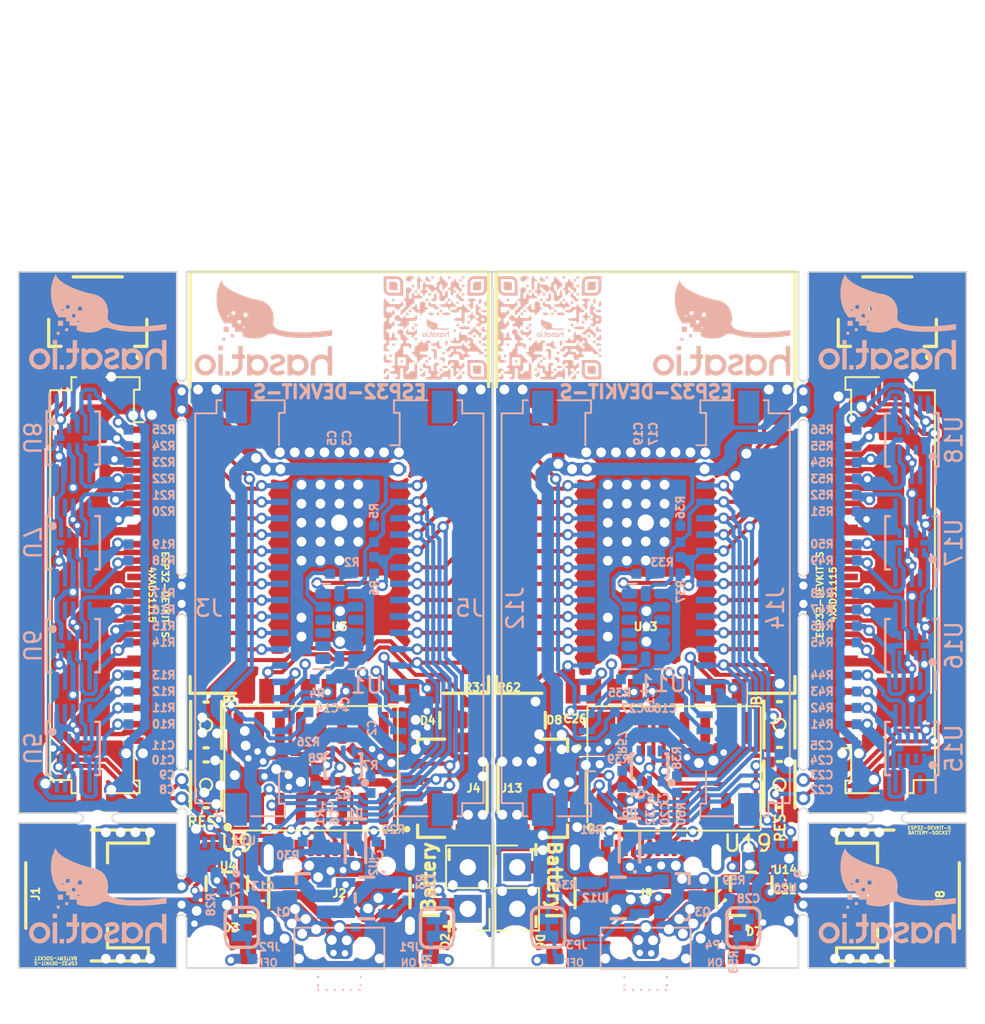
<source format=kicad_pcb>
(kicad_pcb (version 20221018) (generator pcbnew)
  (layers (0 "F.Cu" signal) (31 "B.Cu" signal) (34 "B.Paste" user) (35 "F.Paste" user) (36 "B.SilkS" user "B.Silkscreen") (37 "F.SilkS" user "F.Silkscreen") (38 "B.Mask" user) (39 "F.Mask" user) (44 "Edge.Cuts" user))
  (net 0 "")
  (net 1 "Board_0-/A1")
  (net 2 "Board_0-/A10")
  (net 3 "Board_0-/A11")
  (net 4 "Board_0-/A12")
  (net 5 "Board_0-/A13")
  (net 6 "Board_0-/A14")
  (net 7 "Board_0-/A15")
  (net 8 "Board_0-/A16")
  (net 9 "Board_0-/A2")
  (net 10 "Board_0-/A3")
  (net 11 "Board_0-/A4")
  (net 12 "Board_0-/A5")
  (net 13 "Board_0-/A6")
  (net 14 "Board_0-/A7")
  (net 15 "Board_0-/A8")
  (net 16 "Board_0-/A9")
  (net 17 "Board_0-/GPIO_21{slash}SDA")
  (net 18 "Board_0-/GPIO_22{slash}SCL")
  (net 19 "Board_0-/V")
  (net 20 "Board_0-3.3V")
  (net 21 "Board_0-GND")
  (net 22 "Board_1-/A1")
  (net 23 "Board_1-/A10")
  (net 24 "Board_1-/A11")
  (net 25 "Board_1-/A12")
  (net 26 "Board_1-/A13")
  (net 27 "Board_1-/A14")
  (net 28 "Board_1-/A15")
  (net 29 "Board_1-/A16")
  (net 30 "Board_1-/A2")
  (net 31 "Board_1-/A3")
  (net 32 "Board_1-/A4")
  (net 33 "Board_1-/A5")
  (net 34 "Board_1-/A6")
  (net 35 "Board_1-/A7")
  (net 36 "Board_1-/A8")
  (net 37 "Board_1-/A9")
  (net 38 "Board_1-/GPIO_21{slash}SDA")
  (net 39 "Board_1-/GPIO_22{slash}SCL")
  (net 40 "Board_1-/V")
  (net 41 "Board_1-3.3V")
  (net 42 "Board_1-GND")
  (net 43 "Board_0-/CH340-DTR")
  (net 44 "Board_0-/CH340-RTS")
  (net 45 "Board_0-/D+")
  (net 46 "Board_0-/D-")
  (net 47 "Board_0-/EN")
  (net 48 "Board_0-/GPIO_0{slash}ADC2_1{slash}QPWR")
  (net 49 "Board_0-/GPIO_10{slash}SWP")
  (net 50 "Board_0-/GPIO_11{slash}SCS")
  (net 51 "Board_0-/GPIO_12{slash}ADC2_5")
  (net 52 "Board_0-/GPIO_13{slash}ADC2_4{slash}LED")
  (net 53 "Board_0-/GPIO_14{slash}ADC2_6")
  (net 54 "Board_0-/GPIO_15{slash}ADC2_3")
  (net 55 "Board_0-/GPIO_16{slash}RX")
  (net 56 "Board_0-/GPIO_17{slash}TX")
  (net 57 "Board_0-/GPIO_18{slash}SCK")
  (net 58 "Board_0-/GPIO_19{slash}CIPO")
  (net 59 "Board_0-/GPIO_1{slash}TX")
  (net 60 "Board_0-/GPIO_23{slash}COPI")
  (net 61 "Board_0-/GPIO_25{slash}ADC2_8")
  (net 62 "Board_0-/GPIO_26{slash}ADC2_9")
  (net 63 "Board_0-/GPIO_27{slash}ADC2_7")
  (net 64 "Board_0-/GPIO_2{slash}ADC2_2")
  (net 65 "Board_0-/GPIO_32{slash}ADC1_4")
  (net 66 "Board_0-/GPIO_33{slash}ADC1_5")
  (net 67 "Board_0-/GPIO_34{slash}ADC1_6")
  (net 68 "Board_0-/GPIO_35{slash}ADC1_7")
  (net 69 "Board_0-/GPIO_36{slash}ADC1_0")
  (net 70 "Board_0-/GPIO_39{slash}ADC1_3")
  (net 71 "Board_0-/GPIO_3{slash}RX")
  (net 72 "Board_0-/GPIO_4{slash}ADC2_0")
  (net 73 "Board_0-/GPIO_5{slash}SD_CS")
  (net 74 "Board_0-/GPIO_6{slash}SCK")
  (net 75 "Board_0-/GPIO_7{slash}SDO")
  (net 76 "Board_0-/GPIO_8{slash}SDI")
  (net 77 "Board_0-/GPIO_9{slash}SHD")
  (net 78 "Board_0-/~{RESET}")
  (net 79 "Board_0-VIN")
  (net 80 "Board_0-V_BATT")
  (net 81 "Board_0-V_USB")
  (net 82 "Board_1-/CH340-DTR")
  (net 83 "Board_1-/CH340-RTS")
  (net 84 "Board_1-/D+")
  (net 85 "Board_1-/D-")
  (net 86 "Board_1-/EN")
  (net 87 "Board_1-/GPIO_0{slash}ADC2_1{slash}QPWR")
  (net 88 "Board_1-/GPIO_10{slash}SWP")
  (net 89 "Board_1-/GPIO_11{slash}SCS")
  (net 90 "Board_1-/GPIO_12{slash}ADC2_5")
  (net 91 "Board_1-/GPIO_13{slash}ADC2_4{slash}LED")
  (net 92 "Board_1-/GPIO_14{slash}ADC2_6")
  (net 93 "Board_1-/GPIO_15{slash}ADC2_3")
  (net 94 "Board_1-/GPIO_16{slash}RX")
  (net 95 "Board_1-/GPIO_17{slash}TX")
  (net 96 "Board_1-/GPIO_18{slash}SCK")
  (net 97 "Board_1-/GPIO_19{slash}CIPO")
  (net 98 "Board_1-/GPIO_1{slash}TX")
  (net 99 "Board_1-/GPIO_23{slash}COPI")
  (net 100 "Board_1-/GPIO_25{slash}ADC2_8")
  (net 101 "Board_1-/GPIO_26{slash}ADC2_9")
  (net 102 "Board_1-/GPIO_27{slash}ADC2_7")
  (net 103 "Board_1-/GPIO_2{slash}ADC2_2")
  (net 104 "Board_1-/GPIO_32{slash}ADC1_4")
  (net 105 "Board_1-/GPIO_33{slash}ADC1_5")
  (net 106 "Board_1-/GPIO_34{slash}ADC1_6")
  (net 107 "Board_1-/GPIO_35{slash}ADC1_7")
  (net 108 "Board_1-/GPIO_36{slash}ADC1_0")
  (net 109 "Board_1-/GPIO_39{slash}ADC1_3")
  (net 110 "Board_1-/GPIO_3{slash}RX")
  (net 111 "Board_1-/GPIO_4{slash}ADC2_0")
  (net 112 "Board_1-/GPIO_5{slash}SD_CS")
  (net 113 "Board_1-/GPIO_6{slash}SCK")
  (net 114 "Board_1-/GPIO_7{slash}SDO")
  (net 115 "Board_1-/GPIO_8{slash}SDI")
  (net 116 "Board_1-/GPIO_9{slash}SHD")
  (net 117 "Board_1-/~{RESET}")
  (net 118 "Board_1-Net-(D6-PadA)")
  (net 119 "Board_1-Net-(D7-PadA)")
  (net 120 "Board_1-Net-(D8-PadA)")
  (net 121 "Board_1-Net-(J9-CC1)")
  (net 122 "Board_1-Net-(J9-CC2)")
  (net 123 "Board_1-Net-(JP3-Pad1)")
  (net 124 "Board_1-Net-(JP4-Pad1)")
  (net 125 "Board_1-Net-(Q4A-B)")
  (net 126 "Board_1-Net-(Q4B-B)")
  (net 127 "Board_1-Net-(U11-SDO{slash}ADDR)")
  (net 128 "Board_1-Net-(U11-~{CS})")
  (net 129 "Board_1-Net-(U14-PROG)")
  (net 130 "Board_1-Net-(U14-STAT)")
  (net 131 "Board_1-VIN")
  (net 132 "Board_1-V_BATT")
  (net 133 "Board_1-V_USB")
  (net 134 "Board_1-unconnected-(J11-Pin_1-Pad1)")
  (net 135 "Board_1-unconnected-(J11-Pin_11-Pad11)")
  (net 136 "Board_1-unconnected-(J8-PAD1-PadNC1)")
  (net 137 "Board_1-unconnected-(J8-PAD2-PadNC2)")
  (net 138 "Board_1-unconnected-(SW2-C-Pad3)")
  (net 139 "Board_1-unconnected-(U11-INT1-Pad8)")
  (net 140 "Board_1-unconnected-(U11-INT2-Pad9)")
  (net 141 "Board_1-unconnected-(U11-NC-Pad10)")
  (net 142 "Board_1-unconnected-(U11-RES-Pad11)")
  (net 143 "Board_1-unconnected-(U11-RES-Pad3)")
  (net 144 "Board_1-unconnected-(U13-NC-Pad32)")
  (net 145 "Board_1-unconnected-(U15-ALERT{slash}RDY-Pad2)")
  (net 146 "Board_1-unconnected-(U16-ALERT{slash}RDY-Pad2)")
  (net 147 "Board_1-unconnected-(U17-ALERT{slash}RDY-Pad2)")
  (net 148 "Board_1-unconnected-(U18-ALERT{slash}RDY-Pad2)")
  (net 149 "Board_1-unconnected-(U19-NC-Pad7)")
  (net 150 "Board_1-unconnected-(U19-NC-Pad8)")
  (net 151 "Board_1-unconnected-(U19-R232-Pad15)")
  (net 152 "Board_1-unconnected-(U19-~{CTS}-Pad9)")
  (net 153 "Board_1-unconnected-(U19-~{DCD}-Pad12)")
  (net 154 "Board_1-unconnected-(U19-~{DSR}-Pad10)")
  (net 155 "Board_1-unconnected-(U19-~{RI}-Pad11)")
  (net 156 "Board_1-unconnected-(U20-~{ALRT}-Pad5)")
  (net 157 "Board_0-Net-(D2-PadA)")
  (net 158 "Board_0-Net-(D3-PadA)")
  (net 159 "Board_0-Net-(D5-PadA)")
  (net 160 "Board_0-Net-(J2-CC1)")
  (net 161 "Board_0-Net-(J2-CC2)")
  (net 162 "Board_0-Net-(JP1-Pad1)")
  (net 163 "Board_0-Net-(JP2-Pad1)")
  (net 164 "Board_0-Net-(Q2A-B)")
  (net 165 "Board_0-Net-(Q2B-B)")
  (net 166 "Board_0-Net-(U1-SDO{slash}ADDR)")
  (net 167 "Board_0-Net-(U1-~{CS})")
  (net 168 "Board_0-Net-(U4-PROG)")
  (net 169 "Board_0-Net-(U4-STAT)")
  (net 170 "Board_0-unconnected-(J1-PAD1-PadNC1)")
  (net 171 "Board_0-unconnected-(J1-PAD2-PadNC2)")
  (net 172 "Board_0-unconnected-(J6-Pin_10-Pad10)")
  (net 173 "Board_0-unconnected-(J6-Pin_20-Pad20)")
  (net 174 "Board_0-unconnected-(SW1-A-Pad1)")
  (net 175 "Board_0-unconnected-(U1-INT1-Pad8)")
  (net 176 "Board_0-unconnected-(U1-INT2-Pad9)")
  (net 177 "Board_0-unconnected-(U1-NC-Pad10)")
  (net 178 "Board_0-unconnected-(U1-RES-Pad11)")
  (net 179 "Board_0-unconnected-(U1-RES-Pad3)")
  (net 180 "Board_0-unconnected-(U11-~{ALRT}-Pad5)")
  (net 181 "Board_0-unconnected-(U3-NC-Pad32)")
  (net 182 "Board_0-unconnected-(U5-ALERT{slash}RDY-Pad2)")
  (net 183 "Board_0-unconnected-(U6-ALERT{slash}RDY-Pad2)")
  (net 184 "Board_0-unconnected-(U7-ALERT{slash}RDY-Pad2)")
  (net 185 "Board_0-unconnected-(U8-ALERT{slash}RDY-Pad2)")
  (net 186 "Board_0-unconnected-(U9-NC-Pad7)")
  (net 187 "Board_0-unconnected-(U9-NC-Pad8)")
  (net 188 "Board_0-unconnected-(U9-R232-Pad15)")
  (net 189 "Board_0-unconnected-(U9-~{CTS}-Pad9)")
  (net 190 "Board_0-unconnected-(U9-~{DCD}-Pad12)")
  (net 191 "Board_0-unconnected-(U9-~{DSR}-Pad10)")
  (net 192 "Board_0-unconnected-(U9-~{RI}-Pad11)")
  (footprint "SparkFun ESP32 Thing Plus C:LED-0603" (layer "F.Cu") (at 108.76 60.936046 90)
    (fp_text reference "D6")
    (fp_text value "RED")
  )
  (footprint "SparkFun ESP32 Thing Plus C:JST-2-SMD" (layer "F.Cu") (at 130.514965 58.113046 -90)
    (fp_text reference "J8")
    (fp_text value "JST_2MM_MALE")
  )
  (footprint "SparkFun ESP32 Thing Plus C:JST04_1MM_RA" (layer "F.Cu") (at 100.046735 51.56 90)
    (fp_text reference "J4")
    (fp_text value "QWIIC_RIGHT_ANGLE")
  )
  (footprint "Panelization:mouse-bite-1mm 2" (layer "F.Cu") (at 85.966735 58.113046 -90)
    (fp_text reference "mouse-bite-emm-slot" hide)
    (fp_text value "VAL**" hide)
  )
  (footprint "SparkFun ESP32 Thing Plus C:ESP-WROOM-32-NARROW" (layer "F.Cu") (at 95.61 34.06 90)
    (fp_text reference "U3")
    (fp_text value ">VALUE")
  )
  (footprint "Panelization:mouse-bite-1mm 2" (layer "F.Cu") (at 123.98 27.863046 90)
    (fp_text reference "mouse-bite-emm-slot" hide)
    (fp_text value "VAL**" hide)
  )
  (footprint "Connector_PinHeader_2.54mm:PinHeader_1x02_P2.54mm_Vertical" (layer "F.Cu") (at 106.48653 56.387638)
    (fp_text reference "REF**" hide)
    (fp_text value "PinHeader_1x02_P2.54mm_Vertical")
  )
  (footprint "Switches:TACTILE_SWITCH_SMD_2.8X1.9MM" (layer "F.Cu") (at 87.461735 47.691735 -90)
    (fp_text reference "S1" hide)
    (fp_text value "B")
  )
  (footprint "SparkFun ESP32 Thing Plus C:USB-C-16P-2LAYER-PADS" (layer "F.Cu") (at 95.609297 54.868138)
    (fp_text reference "J2")
    (fp_text value "USB_C_2-LAYER_PADS")
  )
  (footprint "Panelization:mouse-bite-1mm x2" (layer "F.Cu") (at 129.113265 53.3817)
    (fp_text reference "mouse-bite-1mm-slot" hide)
    (fp_text value "VAL**" hide)
  )
  (footprint "Panelization:mouse-bite-1mm 2" (layer "F.Cu") (at 123.983265 51.613046 90)
    (fp_text reference "mouse-bite-emm-slot" hide)
    (fp_text value "VAL**" hide)
  )
  (footprint "" (layer "F.Cu") (at 87.64 61.173046)
    (fp_text reference "")
    (fp_text value "")
  )
  (footprint "Panelization:mouse-bite-1mm 2" (layer "F.Cu") (at 123.98 58.113046 90)
    (fp_text reference "mouse-bite-emm-slot" hide)
    (fp_text value "VAL**" hide)
  )
  (footprint "Switches:TACTILE_SWITCH_SMD_2.8X1.9MM" (layer "F.Cu") (at 122.518265 51.328046 -90)
    (fp_text reference "S3" hide)
    (fp_text value "RES")
  )
  (footprint "SparkFun ESP32 Thing Plus C:LED-0603" (layer "F.Cu") (at 119.93 60.923046 90)
    (fp_text reference "D7")
    (fp_text value "Yellow")
  )
  (footprint "PCM_Package_SO_AKL:SOIC-16_3.9x9.9mm_P1.27mm" (layer "F.Cu") (at 93.881735 50.338046 90)
    (fp_text reference "U9")
    (fp_text value "CH340C" hide)
  )
  (footprint "Connector_FFC-FPC:Molex_200528-0200_1x20-1MP_P1.00mm_Horizontal" (layer "F.Cu") (at 82.229874 39.147861 -90)
    (fp_text reference "J6" hide)
    (fp_text value "Conn_01x20")
  )
  (footprint "SparkFun ESP32 Thing Plus C:SOT23-5" (layer "F.Cu") (at 120.79 57.389863)
    (fp_text reference "U14")
    (fp_text value "MCP73831")
  )
  (footprint "SparkFun ESP32 Thing Plus C:JST04_1MM_RA" (layer "F.Cu") (at 109.915 51.56 -90)
    (fp_text reference "J13")
    (fp_text value "QWIIC_RIGHT_ANGLE")
  )
  (footprint "" (layer "F.Cu") (at 106.37 61.173046)
    (fp_text reference "")
    (fp_text value "")
  )
  (footprint "SparkFun ESP32 Thing Plus C:0402-TIGHT" (layer "F.Cu") (at 110.263265 48.513046 90)
    (fp_text reference "C26")
    (fp_text value "0.1uF")
  )
  (footprint "Panelization:mouse-bite-1mm 2" (layer "F.Cu") (at 85.966735 27.863046 90)
    (fp_text reference "mouse-bite-emm-slot" hide)
    (fp_text value "VAL**" hide)
  )
  (footprint "SparkFun ESP32 Thing Plus C:JST-2-SMD" (layer "F.Cu") (at 79.437352 58.112943 90)
    (fp_text reference "J1")
    (fp_text value "JST_2MM_MALE")
  )
  (footprint "SparkFun ESP32 Thing Plus C:JST04_1MM_RA" (layer "F.Cu") (at 80.84 24.908046 180)
    (fp_text reference "J7")
    (fp_text value "QWIIC_RIGHT_ANGLE")
  )
  (footprint "SparkFun ESP32 Thing Plus C:0402-TIGHT" (layer "F.Cu") (at 122.58 58.973046 -90)
    (fp_text reference "C21")
    (fp_text value "4.7uF")
  )
  (footprint "SparkFun ESP32 Thing Plus C:ESP-WROOM-32-NARROW" (layer "F.Cu") (at 114.34 34.06 90)
    (fp_text reference "U13")
    (fp_text value ">VALUE")
  )
  (footprint "Panelization:mouse-bite-1mm x2" (layer "F.Cu") (at 80.84 53.3817)
    (fp_text reference "mouse-bite-1mm-slot" hide)
    (fp_text value "VAL**" hide)
  )
  (footprint "Panelization:mouse-bite-1mm 2" (layer "F.Cu") (at 123.98 39.733046 90)
    (fp_text reference "mouse-bite-emm-slot" hide)
    (fp_text value "VAL**" hide)
  )
  (footprint "SparkFun ESP32 Thing Plus C:LED-0603" (layer "F.Cu") (at 101.2 60.923046 90)
    (fp_text reference "D2")
    (fp_text value "RED")
  )
  (footprint "SparkFun ESP32 Thing Plus C:LED-0603" (layer "F.Cu") (at 103.339735 47.4 180)
    (fp_text reference "D4")
    (fp_text value "BLUE")
  )
  (footprint "SparkFun ESP32 Thing Plus C:USB-C-16P-2LAYER-PADS" (layer "F.Cu") (at 114.339297 54.868138)
    (fp_text reference "J9")
    (fp_text value "USB_C_2-LAYER_PADS")
  )
  (footprint "Panelization:mouse-bite-1mm 2" (layer "F.Cu") (at 85.97 51.613046 90)
    (fp_text reference "mouse-bite-emm-slot" hide)
    (fp_text value "VAL**" hide)
  )
  (footprint "SparkFun ESP32 Thing Plus C:0402-TIGHT" (layer "F.Cu") (at 103.886735 46.316735)
    (fp_text reference "R31")
    (fp_text value "1k")
  )
  (footprint "SparkFun ESP32 Thing Plus C:JST04_1MM_RA" (layer "F.Cu") (at 129.113265 24.908046 180)
    (fp_text reference "J10")
    (fp_text value "QWIIC_RIGHT_ANGLE")
  )
  (footprint "SparkFun ESP32 Thing Plus C:LED-0603" (layer "F.Cu") (at 90.03 60.936046 90)
    (fp_text reference "D3")
    (fp_text value "Yellow")
  )
  (footprint "Switches:TACTILE_SWITCH_SMD_2.8X1.9MM" (layer "F.Cu") (at 122.518265 47.668046 90)
    (fp_text reference "S4" hide)
    (fp_text value "B")
  )
  (footprint "SparkFun ESP32 Thing Plus C:0402-TIGHT" (layer "F.Cu") (at 106.06 46.32 180)
    (fp_text reference "R62")
    (fp_text value "1k")
  )
  (footprint "Connector_FFC-FPC:Molex_200528-0200_1x20-1MP_P1.00mm_Horizontal" (layer "F.Cu") (at 127.722802 39.148293 90)
    (fp_text reference "J11" hide)
    (fp_text value "Conn_01x20")
  )
  (footprint "Switches:TACTILE_SWITCH_SMD_2.8X1.9MM" (layer "F.Cu") (at 87.461735 51.351735 -90)
    (fp_text reference "S2" hide)
    (fp_text value "RES")
  )
  (footprint "SparkFun ESP32 Thing Plus C:LED-0603" (layer "F.Cu") (at 106.62 47.4)
    (fp_text reference "D8")
    (fp_text value "BLUE")
  )
  (footprint "" (layer "F.Cu") (at 87.64 61.173046)
    (fp_text reference "")
    (fp_text value "")
  )
  (footprint "Connector_PinHeader_2.54mm:PinHeader_1x02_P2.54mm_Vertical" (layer "F.Cu") (at 103.46347 58.927638 180)
    (fp_text reference "REF**" hide)
    (fp_text value "PinHeader_1x02_P2.54mm_Vertical")
  )
  (footprint "Panelization:mouse-bite-1mm 2" (layer "F.Cu") (at 85.966735 39.733046 90)
    (fp_text reference "mouse-bite-emm-slot" hide)
    (fp_text value "VAL**" hide)
  )
  (footprint "" (layer "F.Cu") (at 103.59 61.173046)
    (fp_text reference "")
    (fp_text value "")
  )
  (footprint "SparkFun ESP32 Thing Plus C:SOT23-5" (layer "F.Cu") (at 88.731789 57.382946)
    (fp_text reference "U4")
    (fp_text value "MCP73831")
  )
  (footprint "" (layer "F.Cu") (at 122.32 61.173046)
    (fp_text reference "")
    (fp_text value "")
  )
  (footprint "PCM_Package_SO_AKL:SOIC-16_3.9x9.9mm_P1.27mm" (layer "F.Cu") (at 116.075 50.348046 90)
    (fp_text reference "U19")
    (fp_text value "CH340C" hide)
  )
  (footprint "SparkFun ESP32 Thing Plus C:SC70-6" (layer "B.Cu") (at 114.58 50.203046 180)
    (fp_text reference "Q4")
    (fp_text value "MBT3904DW1T1")
  )
  (footprint "Silicon-Standard:QFN-10-RSE" (layer "B.Cu") (at 79.34128 36.555102 -90)
    (fp_text reference ">NAME" hide)
    (fp_text value ">VALUE" hide)
  )
  (footprint "SparkFun ESP32 Thing Plus C:0402-TIGHT" (layer "B.Cu") (at 83.213918 44.649929)
    (fp_text reference "R13")
    (fp_text value "150k")
  )
  (footprint "SparkFun ESP32 Thing Plus C:0402-TIGHT" (layer "B.Cu") (at 114.803265 31.553046 90)
    (fp_text reference "C17")
    (fp_text value "1.0uF")
  )
  (footprint "Package_LGA:LGA-14_3x5mm_P0.8mm_LayoutBorder1x6y" (layer "B.Cu") (at 95.61 41.67 180)
    (fp_text reference "U1")
    (fp_text value "ADXL345" hide)
  )
  (footprint "SparkFun ESP32 Thing Plus C:0402-TIGHT" (layer "B.Cu") (at 94.973265 47.873046 -90)
    (fp_text reference "C14")
    (fp_text value "1.0uF")
  )
  (footprint "SparkFun ESP32 Thing Plus C:SOD-323" (layer "B.Cu") (at 96.596735 55.211596 -90)
    (fp_text reference "D1")
    (fp_text value "S4 3A/10V/280mV")
  )
  (footprint "SparkFun ESP32 Thing Plus C:0402-TIGHT" (layer "B.Cu") (at 83.214499 49.843046)
    (fp_text reference "C10")
    (fp_text value "1.0uF")
  )
  (footprint "SparkFun ESP32 Thing Plus C:0402-TIGHT" (layer "B.Cu") (at 126.738562 36.648293)
    (fp_text reference "R50")
    (fp_text value "150k")
  )
  (footprint "SparkFun ESP32 Thing Plus C:0402-TIGHT" (layer "B.Cu") (at 126.738562 44.648293 180)
    (fp_text reference "R44")
    (fp_text value "150k")
  )
  (footprint "Package_SO:TSSOP-10_3x3mm_P0.5mm" (layer "B.Cu") (at 79.336035 30.158866 -90)
    (fp_text reference "U8")
    (fp_text value "ADS1115IDGS")
  )
  (footprint "SparkFun ESP32 Thing Plus C:0402-TIGHT" (layer "B.Cu") (at 113.703265 47.873046 -90)
    (fp_text reference "C27")
    (fp_text value "1.0uF")
  )
  (footprint "Silicon-Standard:QFN-10-RSE" (layer "B.Cu") (at 130.607983 36.557939 90)
    (fp_text reference ">NAME" hide)
    (fp_text value ">VALUE" hide)
  )
  (footprint "SparkFun ESP32 Thing Plus C:0402-TIGHT" (layer "B.Cu") (at 97.733265 36.023046 -90)
    (fp_text reference "R5")
    (fp_text value "4k7")
  )
  (footprint "logo:qr-esp32-devkit-s" (layer "B.Cu") (at 108.473265 23.423046 180)
    (fp_text reference "G***" hide)
    (fp_text value "LOGO" hide)
  )
  (footprint "Package_SO:TSSOP-10_3x3mm_P0.5mm" (layer "B.Cu") (at 79.336735 36.551995 -90)
    (fp_text reference "U7")
    (fp_text value "ADS1115IDGS")
  )
  (footprint "SparkFun ESP32 Thing Plus C:0402-TIGHT" (layer "B.Cu") (at 89.8 61.983046 180)
    (fp_text reference "R27")
    (fp_text value "1k")
  )
  (footprint "SparkFun ESP32 Thing Plus C:0402-TIGHT" (layer "B.Cu") (at 83.213918 42.649929)
    (fp_text reference "R14")
    (fp_text value "150k")
  )
  (footprint "SparkFun ESP32 Thing Plus C:0402-TIGHT" (layer "B.Cu") (at 111.57 54.833046)
    (fp_text reference "R61")
    (fp_text value "5.1k")
  )
  (footprint "SparkFun ESP32 Thing Plus C:0402-TIGHT" (layer "B.Cu") (at 83.213918 40.649929)
    (fp_text reference "R16")
    (fp_text value "150k")
  )
  (footprint "SparkFun ESP32 Thing Plus C:0402-TIGHT" (layer "B.Cu") (at 115.53 55.643046 90)
    (fp_text reference "C20")
    (fp_text value "4.7uF")
  )
  (footprint "SparkFun ESP32 Thing Plus C:0402-TIGHT" (layer "B.Cu") (at 116.513116 54.743046 90)
    (fp_text reference "R60")
    (fp_text value "5.1k")
  )
  (footprint "SparkFun ESP32 Thing Plus C:0402-TIGHT" (layer "B.Cu") (at 83.214499 48.943046)
    (fp_text reference "C11")
    (fp_text value "1.0uF")
  )
  (footprint "SparkFun ESP32 Thing Plus C:0402-TIGHT" (layer "B.Cu") (at 126.738562 39.648293 180)
    (fp_text reference "R48")
    (fp_text value "150k")
  )
  (footprint "SparkFun ESP32 Thing Plus C:0402-TIGHT" (layer "B.Cu") (at 108.53 61.983046 180)
    (fp_text reference "R40")
    (fp_text value "1k")
  )
  (footprint "SparkFun ESP32 Thing Plus C:0402-TIGHT" (layer "B.Cu") (at 83.213918 37.649929 180)
    (fp_text reference "R18")
    (fp_text value "150k")
  )
  (footprint "SparkFun ESP32 Thing Plus C:0402-TIGHT" (layer "B.Cu") (at 126.738562 42.648293 180)
    (fp_text reference "R45")
    (fp_text value "150k")
  )
  (footprint "Silicon-Standard:QFN-10-RSE" (layer "B.Cu") (at 130.614028 49.133046 90)
    (fp_text reference ">NAME" hide)
    (fp_text value ">VALUE" hide)
  )
  (footprint "SparkFun ESP32 Thing Plus C:0402-TIGHT" (layer "B.Cu") (at 126.738562 47.648293 180)
    (fp_text reference "R41")
    (fp_text value "150k")
  )
  (footprint "SparkFun ESP32 Thing Plus C:0402-TIGHT" (layer "B.Cu") (at 114.63 55.643046 -90)
    (fp_text reference "R32")
    (fp_text value "10k")
  )
  (footprint "Package_SO:TSSOP-10_3x3mm_P0.5mm" (layer "B.Cu") (at 130.614028 30.271606 90)
    (fp_text reference "U18")
    (fp_text value "ADS1115IDGS")
  )
  (footprint "SparkFun ESP32 Thing Plus C:SOT23-5" (layer "B.Cu") (at 112.6601 58.263046 -90)
    (property "Value" "")
    (fp_text reference "U12")
    (fp_text value "AP2112K-3.3" hide)
  )
  (footprint "SparkFun ESP32 Thing Plus C:0402-TIGHT" (layer "B.Cu") (at 83.214499 50.743046)
    (fp_text reference "C9")
    (fp_text value "1.0uF")
  )
  (footprint "Silicon-Standard:QFN-10-RSE" (layer "B.Cu") (at 79.336035 30.158866 -90)
    (fp_text reference ">NAME" hide)
    (fp_text value ">VALUE" hide)
  )
  (footprint "SparkFun ESP32 Thing Plus C:0402-TIGHT" (layer "B.Cu") (at 97.516735 51.353046 90)
    (fp_text reference "R7")
    (fp_text value "10k")
  )
  (footprint "SparkFun ESP32 Thing Plus C:0402-TIGHT" (layer "B.Cu") (at 96.073265 31.553046 90)
    (fp_text reference "C3")
    (fp_text value "1.0uF")
  )
  (footprint "SparkFun ESP32 Thing Plus C:SMT-JUMPER_2_NC_TRACE_SILK" (layer "B.Cu") (at 120.313265 60.082346 90)
    (fp_text reference "JP4")
    (fp_text value "JUMPER-SMT_2_NC_TRACE_SILK")
  )
  (footprint "SparkFun ESP32 Thing Plus C:0402-TIGHT" (layer "B.Cu") (at 126.738562 40.648293 180)
    (fp_text reference "R47")
    (fp_text value "150k")
  )
  (footprint "SparkFun ESP32 Thing Plus C:0402-TIGHT" (layer "B.Cu") (at 86.946735 58.673046 90)
    (fp_text reference "R28")
    (fp_text value "2.0k")
  )
  (footprint "SparkFun ESP32 Thing Plus C:0402-TIGHT" (layer "B.Cu") (at 113.893265 31.553046 90)
    (fp_text reference "C19")
    (fp_text value "10uF")
  )
  (footprint "logo:Hasatio_logo_mini" (layer "B.Cu") (at 129.023805 23.063046 180)
    (fp_text reference "G***" hide)
    (fp_text value "LOGO" hide)
  )
  (footprint "Silicon-Standard:QFN-10-RSE" (layer "B.Cu") (at 130.606943 42.837999 90)
    (fp_text reference ">NAME" hide)
    (fp_text value ">VALUE" hide)
  )
  (footprint "SparkFun ESP32 Thing Plus C:0402-TIGHT" (layer "B.Cu") (at 126.738562 41.648293 180)
    (fp_text reference "R46")
    (fp_text value "150k")
  )
  (footprint "SparkFun ESP32 Thing Plus C:0402-TIGHT" (layer "B.Cu") (at 98.376735 54.833046 180)
    (fp_text reference "R29")
    (fp_text value "5.1k")
  )
  (footprint "SparkFun ESP32 Thing Plus C:0402-TIGHT" (layer "B.Cu") (at 96.773265 47.873046 -90)
    (fp_text reference "C2")
    (fp_text value "1.0uF")
  )
  (footprint "logo:Hasatio_logo_mini" (layer "B.Cu") (at 129.023265 58.133046 180)
    (fp_text reference "G***" hide)
    (fp_text value "LOGO" hide)
  )
  (footprint "Package_SO:TSSOP-10_3x3mm_P0.5mm" (layer "B.Cu") (at 79.336035 49.125936 -90)
    (fp_text reference "U5")
    (fp_text value "ADS1115IDGS")
  )
  (footprint "SparkFun ESP32 Thing Plus C:0402-TIGHT" (layer "B.Cu") (at 83.213918 46.649929)
    (fp_text reference "R11")
    (fp_text value "150k")
  )
  (footprint "SparkFun ESP32 Thing Plus C:0402-TIGHT" (layer "B.Cu") (at 101.526735 58.643046 180)
    (fp_text reference "C12")
    (fp_text value "0.1uF")
  )
  (footprint "SparkFun ESP32 Thing Plus C:0402-TIGHT" (layer "B.Cu") (at 126.738562 32.648293)
    (fp_text reference "R53")
    (fp_text value "150k")
  )
  (footprint "SparkFun ESP32 Thing Plus C:0402-TIGHT" (layer "B.Cu") (at 109.45 58.183046 180)
    (fp_text reference "R34")
    (fp_text value "10k")
  )
  (footprint "Silicon-Standard:QFN-10-RSE" (layer "B.Cu") (at 130.614028 30.271606 90)
    (fp_text reference ">NAME" hide)
    (fp_text value ">VALUE" hide)
  )
  (footprint "SparkFun ESP32 Thing Plus C:0402-TIGHT" (layer "B.Cu") (at 116.25 51.333046 90)
    (fp_text reference "R38")
    (fp_text value "10k")
  )
  (footprint "SparkFun ESP32 Thing Plus C:0402-TIGHT" (layer "B.Cu") (at 126.738562 29.648293)
    (fp_text reference "R56")
    (fp_text value "150k")
  )
  (footprint "SparkFun ESP32 Thing Plus C:DFN-8" (layer "B.Cu") (at 88.126735 55.853046 180)
    (fp_text reference "U11")
    (fp_text value "MAX17048")
  )
  (footprint "Button_Switch_SMD:SW_SPDT_k3-1295" (layer "B.Cu") (at 114.34 61.331034 180)
    (fp_text reference "SW2" hide)
    (fp_text value "ON                      OFF")
  )
  (footprint "SparkFun ESP32 Thing Plus C:0402-TIGHT" (layer "B.Cu") (at 94.176735 50.923046 -90)
    (fp_text reference "R8")
    (fp_text value "10k")
  )
  (footprint "SparkFun ESP32 Thing Plus C:0402-TIGHT" (layer "B.Cu") (at 115.12 54.243046)
    (fp_text reference "C15")
    (fp_text value "1.0uF")
  )
  (footprint "SparkFun ESP32 Thing Plus C:0402-TIGHT" (layer "B.Cu") (at 113.33 44.9 180)
    (fp_text reference "R35")
    (fp_text value "10k")
  )
  (footprint "logo:qr-esp32-devkit-s" (layer "B.Cu") (at 101.476735 23.423046 180)
    (fp_text reference "G***" hide)
    (fp_text value "LOGO" hide)
  )
  (footprint "SparkFun ESP32 Thing Plus C:0402-TIGHT" (layer "B.Cu") (at 94.416735 55.643046 -90)
    (fp_text reference "R1")
    (fp_text value "10k")
  )
  (footprint "SparkFun ESP32 Thing Plus C:SMT-JUMPER_2_NC_TRACE_SILK" (layer "B.Cu") (at 101.583265 60.082346 90)
    (fp_text reference "JP1")
    (fp_text value "JUMPER-SMT_2_NC_TRACE_SILK")
  )
  (footprint "Button_Switch_SMD:SW_SPDT_k3-1295" (layer "B.Cu") (at 95.61 61.331034 180)
    (fp_text reference "SW1" hide)
    (fp_text value "ON                      OFF")
  )
  (footprint "SparkFun ESP32 Thing Plus C:0402-TIGHT" (layer "B.Cu") (at 83.213918 29.649929 180)
    (fp_text reference "R25")
    (fp_text value "150k")
  )
  (footprint "Silicon-Standard:QFN-10-RSE" (layer "B.Cu") (at 79.34312 42.847042 -90)
    (fp_text reference ">NAME" hide)
    (fp_text value ">VALUE" hide)
  )
  (footprint "SparkFun ESP32 Thing Plus C:0402-TIGHT" (layer "B.Cu") (at 95.316735 55.643046 90)
    (fp_text reference "C6")
    (fp_text value "4.7uF")
  )
  (footprint "SparkFun ESP32 Thing Plus C:0402-TIGHT" (layer "B.Cu") (at 83.213918 41.649929)
    (fp_text reference "R15")
    (fp_text value "150k")
  )
  (footprint "SparkFun ESP32 Thing Plus C:0402-TIGHT" (layer "B.Cu") (at 83.213918 39.649929)
    (fp_text reference "R17")
    (fp_text value "150k")
  )
  (footprint "SparkFun ESP32 Thing Plus C:0402-TIGHT" (layer "B.Cu") (at 101.43 61.983046)
    (fp_text reference "R9")
    (fp_text value "1k")
  )
  (footprint "SparkFun ESP32 Thing Plus C:0402-TIGHT" (layer "B.Cu") (at 116.463265 36.023046 -90)
    (fp_text reference "R36")
    (fp_text value "4k7")
  )
  (footprint "SparkFun ESP32 Thing Plus C:0402-TIGHT" (layer "B.Cu") (at 126.739143 51.653046 180)
    (fp_text reference "C22")
    (fp_text value "1.0uF")
  )
  (footprint "SparkFun ESP32 Thing Plus C:0402-TIGHT" (layer "B.Cu") (at 94.826735 54.243046 180)
    (fp_text reference "C1")
    (fp_text value "1.0uF")
  )
  (footprint "Package_LGA:LGA-14_3x5mm_P0.8mm_LayoutBorder1x6y" (layer "B.Cu") (at 114.34 41.67 180)
    (fp_text reference "U11")
    (fp_text value "ADXL345" hide)
  )
  (footprint "SparkFun ESP32 Thing Plus C:0402-TIGHT" (layer "B.Cu") (at 126.739143 49.853046 180)
    (fp_text reference "C24")
    (fp_text value "1.0uF")
  )
  (footprint "SparkFun ESP32 Thing Plus C:0402-TIGHT" (layer "B.Cu") (at 83.213918 47.649929)
    (fp_text reference "R10")
    (fp_text value "150k")
  )
  (footprint "SparkFun ESP32 Thing Plus C:0402-TIGHT" (layer "B.Cu") (at 114.603265 47.873046 -90)
    (fp_text reference "C18")
    (fp_text value "10uF" hide)
  )
  (footprint "SparkFun ESP32 Thing Plus C:0402-TIGHT" (layer "B.Cu") (at 83.213918 30.649929 180)
    (fp_text reference "R24")
    (fp_text value "150k")
  )
  (footprint "SparkFun ESP32 Thing Plus C:0402-TIGHT" (layer "B.Cu") (at 126.738562 33.648293)
    (fp_text reference "R52")
    (fp_text value "150k")
  )
  (footprint "SparkFun ESP32 Thing Plus C:SMT-JUMPER_2_NC_TRACE_SILK" (layer "B.Cu") (at 89.643265 60.062346 90)
    (fp_text reference "JP2")
    (fp_text value "JUMPER-SMT_2_NC_TRACE_SILK")
  )
  (footprint "SparkFun ESP32 Thing Plus C:0402-TIGHT" (layer "B.Cu") (at 119.733265 55.843046 -90)
    (fp_text reference "R59")
    (fp_text value "2.0k")
  )
  (footprint "Connector_FFC-FPC:Molex_200528-0200_1x20-1MP_P1.00mm_Horizontal" (layer "B.Cu") (at 118.85 40.56 -90)
    (fp_text reference "J14")
    (fp_text value "Conn_01x20" hide)
  )
  (footprint "SparkFun ESP32 Thing Plus C:0402-TIGHT" (layer "B.Cu") (at 95.163265 31.553046 90)
    (fp_text reference "C5")
    (fp_text value "10uF")
  )
  (footprint "SparkFun ESP32 Thing Plus C:SOT23-3" (layer "B.Cu") (at 116.3 58.183046 90)
    (fp_text reference "Q3")
    (fp_text value "DMG2305UX 20V/4.2A/52mΩ/1.4W")
  )
  (footprint "SparkFun ESP32 Thing Plus C:SOT23-3" (layer "B.Cu") (at 93.676735 58.183046 -90)
    (fp_text reference "Q1")
    (fp_text value "DMG2305UX 20V/4.2A/52mΩ/1.4W")
  )
  (footprint "SparkFun ESP32 Thing Plus C:0402-TIGHT" (layer "B.Cu") (at 97.733265 37.933046 90)
    (fp_text reference "R6")
    (fp_text value "4k7")
  )
  (footprint "SparkFun ESP32 Thing Plus C:0402-TIGHT" (layer "B.Cu") (at 83.213918 31.649929 180)
    (fp_text reference "R23")
    (fp_text value "150k")
  )
  (footprint "SparkFun ESP32 Thing Plus C:0402-TIGHT" (layer "B.Cu") (at 92.873265 54.833046)
    (fp_text reference "R30")
    (fp_text value "5.1k")
  )
  (footprint "SparkFun ESP32 Thing Plus C:0402-TIGHT" (layer "B.Cu") (at 126.738562 45.648293 180)
    (fp_text reference "R43")
    (fp_text value "150k")
  )
  (footprint "SparkFun ESP32 Thing Plus C:0402-TIGHT" (layer "B.Cu") (at 83.213918 36.649929 180)
    (fp_text reference "R19")
    (fp_text value "150k")
  )
  (footprint "SparkFun ESP32 Thing Plus C:0402-TIGHT" (layer "B.Cu") (at 114.273265 38.453046)
    (fp_text reference "R33")
    (fp_text value "4k7")
  )
  (footprint "Package_SO:TSSOP-10_3x3mm_P0.5mm" (layer "B.Cu") (at 130.612528 36.561046 90)
    (fp_text reference "U17")
    (fp_text value "ADS1115IDGS")
  )
  (footprint "SparkFun ESP32 Thing Plus C:0402-TIGHT" (layer "B.Cu") (at 112.453265 47.413046 90)
    (fp_text reference "R57")
    (fp_text value "10k")
  )
  (footprint "SparkFun ESP32 Thing Plus C:0402-TIGHT" (layer "B.Cu") (at 99.766735 57.913046 -90)
    (fp_text reference "R3")
    (fp_text value "10k")
  )
  (footprint "logo:Hasatio_logo_mini" (layer "B.Cu") (at 118.893805 23.433046 180)
    (fp_text reference "G***" hide)
    (fp_text value "LOGO" hide)
  )
  (footprint "SparkFun ESP32 Thing Plus C:SOT23-5" (layer "B.Cu") (at 97.286635 58.263046 -90)
    (property "Value" "")
    (fp_text reference "U2")
    (fp_text value "AP2112K-3.3" hide)
  )
  (footprint "SparkFun ESP32 Thing Plus C:0402-TIGHT" (layer "B.Cu") (at 95.543265 38.453046)
    (fp_text reference "R2")
    (fp_text value "4k7")
  )
  (footprint "Silicon-Standard:QFN-10-RSE" (layer "B.Cu") (at 79.336035 49.125936 -90)
    (fp_text reference ">NAME" hide)
    (fp_text value ">VALUE" hide)
  )
  (footprint "Connector_FFC-FPC:Molex_200528-0200_1x20-1MP_P1.00mm_Horizontal" (layer "B.Cu") (at 109.83 40.56 90)
    (fp_text reference "J12")
    (fp_text value "Conn_01x20" hide)
  )
  (footprint "SparkFun ESP32 Thing Plus C:0402-TIGHT" (layer "B.Cu") (at 120.16 61.983046)
    (fp_text reference "R58")
    (fp_text value "1k")
  )
  (footprint "logo:Hasatio_logo_mini" (layer "B.Cu") (at 80.75 58.133046 180)
    (fp_text reference "G***" hide)
    (fp_text value "LOGO" hide)
  )
  (footprint "SparkFun ESP32 Thing Plus C:0402-TIGHT" (layer "B.Cu") (at 126.739143 50.753046 180)
    (fp_text reference "C23")
    (fp_text value "1.0uF")
  )
  (footprint "SparkFun ESP32 Thing Plus C:0402-TIGHT" (layer "B.Cu") (at 126.738562 46.648293 180)
    (fp_text reference "R42")
    (fp_text value "150k")
  )
  (footprint "SparkFun ESP32 Thing Plus C:0402-TIGHT" (layer "B.Cu") (at 93.723265 47.413046 90)
    (fp_text reference "R26")
    (fp_text value "10k")
  )
  (footprint "SparkFun ESP32 Thing Plus C:0402-TIGHT" (layer "B.Cu") (at 115.503265 47.873046 -90)
    (fp_text reference "C16")
    (fp_text value "1.0uF")
  )
  (footprint "SparkFun ESP32 Thing Plus C:0402-TIGHT" (layer "B.Cu") (at 126.738562 37.648293)
    (fp_text reference "R49")
    (fp_text value "150k")
  )
  (footprint "Connector_FFC-FPC:Molex_200528-0200_1x20-1MP_P1.00mm_Horizontal" (layer "B.Cu") (at 91.1 40.56 90)
    (fp_text reference "J3")
    (fp_text value "Conn_01x20" hide)
  )
  (footprint "SparkFun ESP32 Thing Plus C:0402-TIGHT" (layer "B.Cu") (at 126.738562 30.648293)
    (fp_text reference "R55")
    (fp_text value "150k")
  )
  (footprint "SparkFun ESP32 Thing Plus C:DFN-8" (layer "B.Cu") (at 122.423265 55.853046 180)
    (fp_text reference "U20")
    (fp_text value "MAX17048")
  )
  (footprint "SparkFun ESP32 Thing Plus C:0402-TIGHT" (layer "B.Cu") (at 83.213918 33.649929 180)
    (fp_text reference "R21")
    (fp_text value "150k")
  )
  (footprint "SparkFun ESP32 Thing Plus C:0402-TIGHT" (layer "B.Cu") (at 112.91 50.983046 -90)
    (fp_text reference "R39")
    (fp_text value "10k")
  )
  (footprint "SparkFun ESP32 Thing Plus C:0402-TIGHT" (layer "B.Cu") (at 83.213918 34.649929 180)
    (fp_text reference "R20")
    (fp_text value "150k")
  )
  (footprint "SparkFun ESP32 Thing Plus C:0402-TIGHT" (layer "B.Cu") (at 88.416735 58.273046 -90)
    (fp_text reference "C7")
    (fp_text value "4.7uF")
  )
  (footprint "Package_SO:TSSOP-10_3x3mm_P0.5mm" (layer "B.Cu") (at 130.614028 42.842046 90)
    (fp_text reference "U16")
    (fp_text value "ADS1115IDGS")
  )
  (footprint "SparkFun ESP32 Thing Plus C:0402-TIGHT" (layer "B.Cu") (at 116.463265 37.933046 90)
    (fp_text reference "R37")
    (fp_text value "4k7")
  )
  (footprint "logo:Hasatio_logo_mini" (layer "B.Cu") (at 90.876735 23.433046 180)
    (fp_text reference "G***" hide)
    (fp_text value "LOGO" hide)
  )
  (footprint "SparkFun ESP32 Thing Plus C:0402-TIGHT" (layer "B.Cu") (at 126.738562 31.648293)
    (fp_text reference "R54")
    (fp_text value "150k")
  )
  (footprint "SparkFun ESP32 Thing Plus C:0402-TIGHT" (layer "B.Cu") (at 90.926735 58.243046 180)
    (fp_text reference "C13")
    (fp_text value "0.1uF")
  )
  (footprint "Package_SO:TSSOP-10_3x3mm_P0.5mm" (layer "B.Cu") (at 130.614028 49.133046 90)
    (fp_text reference "U15")
    (fp_text value "ADS1115IDGS")
  )
  (footprint "logo:Hasatio_logo_mini" (layer "B.Cu") (at 80.75054 23.063046 180)
    (fp_text reference "G***" hide)
    (fp_text value "LOGO" hide)
  )
  (footprint "SparkFun ESP32 Thing Plus C:0402-TIGHT" (layer "B.Cu") (at 118.99 58.303046)
    (fp_text reference "C28")
    (fp_text value "0.1uF")
  )
  (footprint "Connector_FFC-FPC:Molex_200528-0200_1x20-1MP_P1.00mm_Horizontal" (layer "B.Cu") (at 100.12 40.56 -90)
    (fp_text reference "J5")
    (fp_text value "Conn_01x20" hide)
  )
  (footprint "SparkFun ESP32 Thing Plus C:0402-TIGHT" (layer "B.Cu") (at 83.214499 51.643046)
    (fp_text reference "C8")
    (fp_text value "1.0uF")
  )
  (footprint "SparkFun ESP32 Thing Plus C:0402-TIGHT" (layer "B.Cu") (at 83.213918 32.649929 180)
    (fp_text reference "R22")
    (fp_text value "150k")
  )
  (footprint "SparkFun ESP32 Thing Plus C:SC70-6" (layer "B.Cu") (at 95.846735 50.203046 180)
    (fp_text reference "Q2")
    (fp_text value "MBT3904DW1T1")
  )
  (footprint "SparkFun ESP32 Thing Plus C:0402-TIGHT" (layer "B.Cu") (at 83.213918 45.649929)
    (fp_text reference "R12")
    (fp_text value "150k")
  )
  (footprint "SparkFun ESP32 Thing Plus C:0402-TIGHT" (layer "B.Cu") (at 126.739143 48.953046 180)
    (fp_text reference "C25")
    (fp_text value "1.0uF")
  )
  (footprint "SparkFun ESP32 Thing Plus C:SOD-323" (layer "B.Cu") (at 113.35 55.173046 -90)
    (fp_text reference "D5")
    (fp_text value "S4 3A/10V/280mV")
  )
  (footprint "SparkFun ESP32 Thing Plus C:0402-TIGHT" (layer "B.Cu") (at 126.738562 34.648293)
    (fp_text reference "R51")
    (fp_text value "150k")
  )
  (footprint "SparkFun ESP32 Thing Plus C:0402-TIGHT" (layer "B.Cu") (at 95.873265 47.873046 -90)
    (fp_text reference "C4")
    (fp_text value "10uF" hide)
  )
  (footprint "SparkFun ESP32 Thing Plus C:0402-TIGHT" (layer "B.Cu") (at 94.6 44.9 180)
    (fp_text reference "R4")
    (fp_text value "10k")
  )
  (footprint "SparkFun ESP32 Thing Plus C:SMT-JUMPER_2_NC_TRACE_SILK" (layer "B.Cu") (at 108.373265 60.062346 90)
    (fp_text reference "JP3")
    (fp_text value "JUMPER-SMT_2_NC_TRACE_SILK")
  )
  (footprint "Package_SO:TSSOP-10_3x3mm_P0.5mm" (layer "B.Cu") (at 79.336035 42.842995 -90)
    (fp_text reference "U6")
    (fp_text value "ADS1115IDGS")
  )
  (gr_line (start 123.792953 50.377595) (end 123.770528 50.357806) (stroke (width 0.1)) (layer "Edge.Cuts"))
  (gr_line (start 130.273399 53.678509) (end 130.24383 53.674052) (stroke (width 0.1)) (layer "Edge.Cuts"))
  (gr_line (start 86.24029 38.393211) (end 86.225987 38.419476) (stroke (width 0.1)) (layer "Edge.Cuts"))
  (gr_line (start 85.67149 59.553175) (end 85.675948 59.523602) (stroke (width 0.1)) (layer "Edge.Cuts"))
  (gr_line (start 123.781494 59.358111) (end 123.804876 59.339464) (stroke (width 0.1)) (layer "Edge.Cuts"))
  (gr_line (start 123.750186 52.887163) (end 123.781494 52.855065) (stroke (width 0.1)) (layer "Edge.Cuts"))
  (gr_line (start 85.699709 59.45288) (end 85.714012 59.426615) (stroke (width 0.1)) (layer "Edge.Cuts"))
  (gr_line (start 130.005638 53.342748) (end 130.010831 53.313299) (stroke (width 0.1)) (layer "Edge.Cuts"))
  (gr_line (start 127.982717 53.085949) (end 128.025886 53.098094) (stroke (width 0.1)) (layer "Edge.Cuts"))
  (gr_line (start 124.28 53.68) (end 124.28 56.643046) (stroke (width 0.1)) (layer "Edge.Cuts"))
  (gr_line (start 123.817236 50.395053) (end 123.792953 50.377595) (stroke (width 0.1)) (layer "Edge.Cuts"))
  (gr_line (start 86.189915 50.347097) (end 86.168505 50.36798) (stroke (width 0.1)) (layer "Edge.Cuts"))
  (gr_line (start 86.266649 41.158333) (end 86.269627 41.188092) (stroke (width 0.1)) (layer "Edge.Cuts"))
  (gr_line (start 124.017303 50.440717) (end 123.987479 50.442952) (stroke (width 0.1)) (layer "Edge.Cuts"))
  (gr_line (start 123.698092 59.480439) (end 123.709709 59.45288) (stroke (width 0.1)) (layer "Edge.Cuts"))
  (gr_line (start 86.007303 29.035374) (end 86.036756 29.040567) (stroke (width 0.1)) (layer "Edge.Cuts"))
  (gr_line (start 86.266649 50.187758) (end 86.260723 50.217073) (stroke (width 0.1)) (layer "Edge.Cuts"))
  (gr_line (start 124.075545 59.298667) (end 124.103386 59.309594) (stroke (width 0.1)) (layer "Edge.Cuts"))
  (gr_line (start 79.850755 53.160164) (end 79.871634 53.18157) (stroke (width 0.1)) (layer "Edge.Cuts"))
  (gr_line (start 76.006735 62.546735) (end 85.67 62.549781) (stroke (width 0.1)) (layer "Edge.Cuts"))
  (gr_line (start 124.209813 29.140209) (end 124.227871 29.164049) (stroke (width 0.1)) (layer "Edge.Cuts"))
  (gr_line (start 130.200674 53.098181) (end 130.229249 53.089367) (stroke (width 0.1)) (layer "Edge.Cuts"))
  (gr_line (start 85.73086 41.021904) (end 85.760528 40.988285) (stroke (width 0.1)) (layer "Edge.Cuts"))
  (gr_line (start 124.227871 59.414049) (end 124.25029 59.45288) (stroke (width 0.1)) (layer "Edge.Cuts"))
  (gr_line (start 81.952719 53.670724) (end 81.910222 53.656446) (stroke (width 0.1)) (layer "Edge.Cuts"))
  (gr_line (start 123.843136 50.410007) (end 123.817236 50.395053) (stroke (width 0.1)) (layer "Edge.Cuts"))
  (gr_line (start 85.683328 56.731472) (end 85.675948 56.702489) (stroke (width 0.1)) (layer "Edge.Cuts"))
  (gr_line (start 85.714012 26.549476) (end 85.699709 26.523211) (stroke (width 0.1)) (layer "Edge.Cuts"))
  (gr_line (start 123.898747 59.294258) (end 123.927905 59.287603) (stroke (width 0.1)) (layer "Edge.Cuts"))
  (gr_line (start 123.750186 26.585882) (end 123.732128 26.562042) (stroke (width 0.1)) (layer "Edge.Cuts"))
  (gr_line (start 123.870397 59.303783) (end 123.898747 59.294258) (stroke (width 0.1)) (layer "Edge.Cuts"))
  (gr_line (start 86.256671 52.991573) (end 86.266649 53.035287) (stroke (width 0.1)) (layer "Edge.Cuts"))
  (gr_line (start 124.061252 40.914258) (end 124.089602 40.923783) (stroke (width 0.1)) (layer "Edge.Cuts"))
  (gr_line (start 123.750186 38.455882) (end 123.732128 38.432042) (stroke (width 0.1)) (layer "Edge.Cuts"))
  (gr_line (start 123.870397 38.542308) (end 123.843136 38.530007) (stroke (width 0.1)) (layer "Edge.Cuts"))
  (gr_line (start 85.846613 50.416497) (end 85.82 50.402853) (stroke (width 0.1)) (layer "Edge.Cuts"))
  (gr_line (start 79.935477 53.461285) (end 79.925954 53.489631) (stroke (width 0.1)) (layer "Edge.Cuts"))
  (gr_line (start 86.251907 41.100439) (end 86.260723 41.129018) (stroke (width 0.1)) (layer "Edge.Cuts"))
  (gr_line (start 128.05345 53.650378) (end 128.025886 53.661997) (stroke (width 0.1)) (layer "Edge.Cuts"))
  (gr_line (start 81.982029 53.676649) (end 81.952719 53.670724) (stroke (width 0.1)) (layer "Edge.Cuts"))
  (gr_line (start 81.747515 53.489631) (end 81.734301 53.446792) (stroke (width 0.1)) (layer "Edge.Cuts"))
  (gr_line (start 124.256442 50.259576) (end 124.243466 50.286522) (stroke (width 0.1)) (layer "Edge.Cuts"))
  (gr_line (start 124.032094 26.688488) (end 124.002419 26.692207) (stroke (width 0.1)) (layer "Edge.Cuts"))
  (gr_line (start 123.685948 26.452489) (end 123.680372 26.407999) (stroke (width 0.1)) (layer "Edge.Cuts"))
  (gr_line (start 85.679276 26.467073) (end 85.67335 26.437758) (stroke (width 0.1)) (layer "Edge.Cuts"))
  (gr_line (start 123.750186 29.140209) (end 123.770528 29.118285) (stroke (width 0.1)) (layer "Edge.Cuts"))
  (gr_line (start 85.750084 59.378994) (end 85.771494 59.358111) (stroke (width 0.1)) (layer "Edge.Cuts"))
  (gr_line (start 130.122151 53.619149) (end 130.099244 53.599927) (stroke (width 0.1)) (layer "Edge.Cuts"))
  (gr_line (start 124.017303 52.782328) (end 124.061252 52.791212) (stroke (width 0.1)) (layer "Edge.Cuts"))
  (gr_line (start 128.212096 53.298781) (end 128.218752 53.327943) (stroke (width 0.1)) (layer "Edge.Cuts"))
  (gr_line (start 86.189915 38.467097) (end 86.168505 38.48798) (stroke (width 0.1)) (layer "Edge.Cuts"))
  (gr_line (start 79.906502 53.230069) (end 79.920144 53.256678) (stroke (width 0.1)) (layer "Edge.Cuts"))
  (gr_line (start 85.94758 29.033884) (end 85.977479 29.033139) (stroke (width 0.1)) (layer "Edge.Cuts"))
  (gr_line (start 123.792953 38.497595) (end 123.770528 38.477806) (stroke (width 0.1)) (layer "Edge.Cuts"))
  (gr_line (start 123.685948 41.143602) (end 123.693328 41.114619) (stroke (width 0.1)) (layer "Edge.Cuts"))
  (gr_line (start 105.05 53.68) (end 105.05 62.546735) (stroke (width 0.1)) (layer "Edge.Cuts"))
  (gr_line (start 123.95758 59.283884) (end 123.987479 59.283139) (stroke (width 0.1)) (layer "Edge.Cuts"))
  (gr_line (start 85.67335 53.035287) (end 85.683328 52.991573) (stroke (width 0.1)) (layer "Edge.Cuts"))
  (gr_line (start 124.209813 41.010209) (end 124.227871 41.034049) (stroke (width 0.1)) (layer "Edge.Cuts"))
  (gr_line (start 123.856613 26.666497) (end 123.83 26.652853) (stroke (width 0.1)) (layer "Edge.Cuts"))
  (gr_line (start 123.716533 52.936523) (end 123.732128 52.911003) (stroke (width 0.1)) (layer "Edge.Cuts"))
  (gr_line (start 124.155123 59.339464) (end 124.189471 59.368285) (stroke (width 0.1)) (layer "Edge.Cuts"))
  (gr_line (start 124.274051 50.202489) (end 124.266671 50.231472) (stroke (width 0.1)) (layer "Edge.Cuts"))
  (gr_line (start 130.173119 53.109796) (end 130.200674 53.098181) (stroke (width 0.1)) (layer "Edge.Cuts"))
  (gr_line (start 133.943265 53.08) (end 133.943265 20) (stroke (width 0.1)) (layer "Edge.Cuts"))
  (gr_line (start 85.94758 40.903884) (end 85.977479 40.903139) (stroke (width 0.1)) (layer "Edge.Cuts"))
  (gr_line (start 86.051252 52.791212) (end 86.093386 52.806548) (stroke (width 0.1)) (layer "Edge.Cuts"))
  (gr_line (start 124.089602 26.672308) (end 124.061252 26.681833) (stroke (width 0.1)) (layer "Edge.Cuts"))
  (gr_line (start 79.939168 53.313299) (end 79.94585 53.35763) (stroke (width 0.1)) (layer "Edge.Cuts"))
  (gr_line (start 124.046756 50.435524) (end 124.017303 50.440717) (stroke (width 0.1)) (layer "Edge.Cuts"))
  (gr_line (start 130.010831 53.446792) (end 130.005638 53.417343) (stroke (width 0.1)) (layer "Edge.Cuts"))
  (gr_line (start 85.688092 38.365652) (end 85.679276 38.337073) (stroke (width 0.1)) (layer "Edge.Cuts"))
  (gr_line (start 124.28 53.08) (end 127.923265 53.08) (stroke (width 0.1)) (layer "Edge.Cuts"))
  (gr_line (start 86.189915 29.128994) (end 86.209139 29.151904) (stroke (width 0.1)) (layer "Edge.Cuts"))
  (gr_line (start 128.220982 53.417354) (end 128.212096 53.46131) (stroke (width 0.1)) (layer "Edge.Cuts"))
  (gr_line (start 85.760528 56.857806) (end 85.740186 56.835882) (stroke (width 0.1)) (layer "Edge.Cuts"))
  (gr_line (start 124.270723 41.129018) (end 124.276649 41.158333) (stroke (width 0.1)) (layer "Edge.Cuts"))
  (gr_line (start 130.146858 53.124097) (end 130.173119 53.109796) (stroke (width 0.1)) (layer "Edge.Cuts"))
  (gr_line (start 123.693328 26.481472) (end 123.685948 26.452489) (stroke (width 0.1)) (layer "Edge.Cuts"))
  (gr_line (start 124.256442 56.759576) (end 124.235987 56.799476) (stroke (width 0.1)) (layer "Edge.Cuts"))
  (gr_line (start 123.804876 29.089464) (end 123.83 29.073238) (stroke (width 0.1)) (layer "Edge.Cuts"))
  (gr_line (start 123.703557 38.379576) (end 123.693328 38.351472) (stroke (width 0.1)) (layer "Edge.Cuts"))
  (gr_line (start 85.688092 41.100439) (end 85.699709 41.07288) (stroke (width 0.1)) (layer "Edge.Cuts"))
  (gr_line (start 85.932696 59.285374) (end 85.96252 59.283139) (stroke (width 0.1)) (layer "Edge.Cuts"))
  (gr_line (start 123.83 29.073238) (end 123.856613 29.059594) (stroke (width 0.1)) (layer "Edge.Cuts"))
  (gr_line (start 123.804876 26.636627) (end 123.770528 26.607806) (stroke (width 0.1)) (layer "Edge.Cuts"))
  (gr_line (start 85.750084 26.597097) (end 85.73086 26.574187) (stroke (width 0.1)) (layer "Edge.Cuts"))
  (gr_line (start 124.256442 38.379576) (end 124.256442 38.379576) (stroke (width 0.1)) (layer "Edge.Cuts"))
  (gr_line (start 124.167046 52.84545) (end 124.199915 52.875948) (stroke (width 0.1)) (layer "Edge.Cuts"))
  (gr_line (start 86.157046 52.84545) (end 86.179471 52.865239) (stroke (width 0.1)) (layer "Edge.Cuts"))
  (gr_line (start 123.68149 56.672916) (end 123.68 56.643046) (stroke (width 0.1)) (layer "Edge.Cuts"))
  (gr_line (start 85.917905 40.907603) (end 85.94758 40.903884) (stroke (width 0.1)) (layer "Edge.Cuts"))
  (gr_line (start 86.007303 26.690717) (end 85.977479 26.692952) (stroke (width 0.1)) (layer "Edge.Cuts"))
  (gr_line (start 85.82 59.323238) (end 85.860397 59.303783) (stroke (width 0.1)) (layer "Edge.Cuts"))
  (gr_line (start 124.061252 26.681833) (end 124.032094 26.688488) (stroke (width 0.1)) (layer "Edge.Cuts"))
  (gr_line (start 86.168505 56.86798) (end 86.145123 56.886627) (stroke (width 0.1)) (layer "Edge.Cuts"))
  (gr_line (start 85.807236 40.951038) (end 85.833136 40.936084) (stroke (width 0.1)) (layer "Edge.Cuts"))
  (gr_line (start 123.680372 41.188092) (end 123.685948 41.143602) (stroke (width 0.1)) (layer "Edge.Cuts"))
  (gr_line (start 133.943265 20) (end 124.28 20) (stroke (width 0.1)) (layer "Edge.Cuts"))
  (gr_line (start 123.716533 38.406522) (end 123.703557 38.379576) (stroke (width 0.1)) (layer "Edge.Cuts"))
  (gr_line (start 85.670372 38.277999) (end 85.670372 29.318092) (stroke (width 0.1)) (layer "Edge.Cuts"))
  (gr_line (start 81.726874 53.387524) (end 81.729108 53.342748) (stroke (width 0.1)) (layer "Edge.Cuts"))
  (gr_line (start 130.173119 53.650295) (end 130.146858 53.635994) (stroke (width 0.1)) (layer "Edge.Cuts"))
  (gr_line (start 123.716533 50.286522) (end 123.703557 50.259576) (stroke (width 0.1)) (layer "Edge.Cuts"))
  (gr_line (start 85.679276 41.129018) (end 85.688092 41.100439) (stroke (width 0.1)) (layer "Edge.Cuts"))
  (gr_line (start 124.266671 29.244619) (end 124.274051 29.273602) (stroke (width 0.1)) (layer "Edge.Cuts"))
  (gr_line (start 130.036344 53.243203) (end 130.051295 53.217307) (stroke (width 0.1)) (layer "Edge.Cuts"))
  (gr_line (start 85.932696 38.560717) (end 85.903243 38.555524) (stroke (width 0.1)) (layer "Edge.Cuts"))
  (gr_line (start 79.77688 53.650295) (end 79.749325 53.66191) (stroke (width 0.1)) (layer "Edge.Cuts"))
  (gr_line (start 128.190267 53.243161) (end 128.202569 53.270426) (stroke (width 0.1)) (layer "Edge.Cuts"))
  (gr_line (start 86.209139 41.021904) (end 86.225987 41.046615) (stroke (width 0.1)) (layer "Edge.Cuts"))
  (gr_line (start 85.714012 56.799476) (end 85.693557 56.759576) (stroke (width 0.1)) (layer "Edge.Cuts"))
  (gr_line (start 123.724012 59.426615) (end 123.74086 59.401904) (stroke (width 0.1)) (layer "Edge.Cuts"))
  (gr_line (start 85.888747 29.044258) (end 85.917905 29.037603) (stroke (width 0.1)) (layer "Edge.Cuts"))
  (gr_line (start 86.132763 40.951038) (end 86.157046 40.968496) (stroke (width 0.1)) (layer "Edge.Cuts"))
  (gr_line (start 124.002419 40.903884) (end 124.032094 40.907603) (stroke (width 0.1)) (layer "Edge.Cuts"))
  (gr_line (start 105 62.543046) (end 123.68 62.543046) (stroke (width 0.1)) (layer "Edge.Cuts"))
  (gr_line (start 128.212096 53.46131) (end 128.202569 53.489665) (stroke (width 0.1)) (layer "Edge.Cuts"))
  (gr_line (start 76.006735 53.08) (end 79.646735 53.080092) (stroke (width 0.1)) (layer "Edge.Cuts"))
  (gr_line (start 124.189471 59.368285) (end 124.209813 59.390209) (stroke (width 0.1)) (layer "Edge.Cuts"))
  (gr_line (start 123.792953 56.877595) (end 123.760084 56.847097) (stroke (width 0.1)) (layer "Edge.Cuts"))
  (gr_line (start 85.670372 26.407999) (end 85.67 20) (stroke (width 0.1)) (layer "Edge.Cuts"))
  (gr_line (start 85.714012 50.299476) (end 85.693557 50.259576) (stroke (width 0.1)) (layer "Edge.Cuts"))
  (gr_line (start 130.01893 53.475577) (end 130.010831 53.446792) (stroke (width 0.1)) (layer "Edge.Cuts"))
  (gr_line (start 123.817236 38.515053) (end 123.792953 38.497595) (stroke (width 0.1)) (layer "Edge.Cuts"))
  (gr_line (start 124.13 59.323238) (end 124.155123 59.339464) (stroke (width 0.1)) (layer "Edge.Cuts"))
  (gr_line (start 86.093386 40.929594) (end 86.132763 40.951038) (stroke (width 0.1)) (layer "Edge.Cuts"))
  (gr_line (start 124.227871 41.034049) (end 124.243466 41.059569) (stroke (width 0.1)) (layer "Edge.Cuts"))
  (gr_line (start 86.233466 52.936523) (end 86.246442 52.963469) (stroke (width 0.1)) (layer "Edge.Cuts"))
  (gr_line (start 81.870328 53.635994) (end 81.845621 53.619149) (stroke (width 0.1)) (layer "Edge.Cuts"))
  (gr_line (start 128.104434 53.140869) (end 128.127348 53.160096) (stroke (width 0.1)) (layer "Edge.Cuts"))
  (gr_line (start 76.006735 20) (end 76.006735 53.08) (stroke (width 0.1)) (layer "Edge.Cuts"))
  (gr_line (start 124.209813 26.585882) (end 124.189471 26.607806) (stroke (width 0.1)) (layer "Edge.Cuts"))
  (gr_line (start 123.68 53.08) (end 123.68149 53.050129) (stroke (width 0.1)) (layer "Edge.Cuts"))
  (gr_line (start 81.747515 53.27046) (end 81.766967 53.230069) (stroke (width 0.1)) (layer "Edge.Cuts"))
  (gr_line (start 86.132763 26.645053) (end 86.093386 26.666497) (stroke (width 0.1)) (layer "Edge.Cuts"))
  (gr_line (start 124.243466 50.286522) (end 124.227871 50.312042) (stroke (width 0.1)) (layer "Edge.Cuts"))
  (gr_line (start 86.225987 59.426615) (end 86.24029 59.45288) (stroke (width 0.1)) (layer "Edge.Cuts"))
  (gr_line (start 86.179471 26.607806) (end 86.157046 26.627595) (stroke (width 0.1)) (layer "Edge.Cuts"))
  (gr_line (start 81.734301 53.446792) (end 81.729108 53.417343) (stroke (width 0.1)) (layer "Edge.Cuts"))
  (gr_line (start 81.896589 53.109796) (end 81.924144 53.098181) (stroke (width 0.1)) (layer "Edge.Cuts"))
  (gr_line (start 133.943265 53.68) (end 130.303265 53.68) (stroke (width 0.1)) (layer "Edge.Cuts"))
  (gr_line (start 124.209813 59.390209) (end 124.227871 59.414049) (stroke (width 0.1)) (layer "Edge.Cuts"))
  (gr_line (start 86.065545 26.677424) (end 86.036756 26.685524) (stroke (width 0.1)) (layer "Edge.Cuts"))
  (gr_line (start 128.11613 53.609894) (end 128.079719 53.636072) (stroke (width 0.1)) (layer "Edge.Cuts"))
  (gr_line (start 123.792953 40.968496) (end 123.817236 40.951038) (stroke (width 0.1)) (layer "Edge.Cuts"))
  (gr_line (start 123.685948 50.202489) (end 123.680372 50.157999) (stroke (width 0.1)) (layer "Edge.Cuts"))
  (gr_line (start 81.982029 53.083442) (end 82.011783 53.080464) (stroke (width 0.1)) (layer "Edge.Cuts"))
  (gr_line (start 124.189471 56.857806) (end 124.155123 56.886627) (stroke (width 0.1)) (layer "Edge.Cuts"))
  (gr_line (start 123.804876 59.339464) (end 123.83 59.323238) (stroke (width 0.1)) (layer "Edge.Cuts"))
  (gr_line (start 86.065545 40.918667) (end 86.093386 40.929594) (stroke (width 0.1)) (layer "Edge.Cuts"))
  (gr_line (start 86.179471 40.988285) (end 86.209139 41.021904) (stroke (width 0.1)) (layer "Edge.Cuts"))
  (gr_line (start 86.157046 40.968496) (end 86.179471 40.988285) (stroke (width 0.1)) (layer "Edge.Cuts"))
  (gr_line (start 86.246442 29.216515) (end 86.256671 29.244619) (stroke (width 0.1)) (layer "Edge.Cuts"))
  (gr_line (start 123.884454 29.048667) (end 123.913243 29.040567) (stroke (width 0.1)) (layer "Edge.Cuts"))
  (gr_line (start 124.017303 38.560717) (end 123.987479 38.562952) (stroke (width 0.1)) (layer "Edge.Cuts"))
  (gr_line (start 123.83 56.902853) (end 123.792953 56.877595) (stroke (width 0.1)) (layer "Edge.Cuts"))
  (gr_line (start 124.278509 59.553175) (end 124.28 59.583046) (stroke (width 0.1)) (layer "Edge.Cuts"))
  (gr_line (start 85.67 53.08) (end 85.67335 53.035287) (stroke (width 0.1)) (layer "Edge.Cuts"))
  (gr_line (start 124.276649 56.687758) (end 124.270723 56.717073) (stroke (width 0.1)) (layer "Edge.Cuts"))
  (gr_line (start 81.766967 53.530023) (end 81.747515 53.489631) (stroke (width 0.1)) (layer "Edge.Cuts"))
  (gr_line (start 124.103386 52.806548) (end 124.13 52.820192) (stroke (width 0.1)) (layer "Edge.Cuts"))
  (gr_line (start 124.189471 29.118285) (end 124.209813 29.140209) (stroke (width 0.1)) (layer "Edge.Cuts"))
  (gr_line (start 124.13 50.402853) (end 124.103386 50.416497) (stroke (width 0.1)) (layer "Edge.Cuts"))
  (gr_line (start 123.68149 53.050129) (end 123.685948 53.020556) (stroke (width 0.1)) (layer "Edge.Cuts"))
  (gr_line (start 85.679276 38.337073) (end 85.67335 38.307758) (stroke (width 0.1)) (layer "Edge.Cuts"))
  (gr_line (start 123.685948 53.020556) (end 123.693328 52.991573) (stroke (width 0.1)) (layer "Edge.Cuts"))
  (gr_line (start 86.225987 50.299476) (end 86.209139 50.324187) (stroke (width 0.1)) (layer "Edge.Cuts"))
  (gr_line (start 86.209139 56.824187) (end 86.189915 56.847097) (stroke (width 0.1)) (layer "Edge.Cuts"))
  (gr_line (start 130.229249 53.089367) (end 130.258559 53.083442) (stroke (width 0.1)) (layer "Edge.Cuts"))
  (gr_line (start 86.093386 26.666497) (end 86.065545 26.677424) (stroke (width 0.1)) (layer "Edge.Cuts"))
  (gr_line (start 86.12 56.902853) (end 86.093386 56.916497) (stroke (width 0.1)) (layer "Edge.Cuts"))
  (gr_line (start 86.022094 56.938488) (end 85.992419 56.942207) (stroke (width 0.1)) (layer "Edge.Cuts"))
  (gr_line (start 85.903243 59.290567) (end 85.932696 59.285374) (stroke (width 0.1)) (layer "Edge.Cuts"))
  (gr_line (start 85.67335 26.437758) (end 85.670372 26.407999) (stroke (width 0.1)) (layer "Edge.Cuts"))
  (gr_line (start 124.227871 38.432042) (end 124.209813 38.455882) (stroke (width 0.1)) (layer "Edge.Cuts"))
  (gr_line (start 85.73086 38.444187) (end 85.714012 38.419476) (stroke (width 0.1)) (layer "Edge.Cuts"))
  (gr_line (start 86.145123 56.886627) (end 86.12 56.902853) (stroke (width 0.1)) (layer "Edge.Cuts"))
  (gr_line (start 123.693328 38.351472) (end 123.685948 38.322489) (stroke (width 0.1)) (layer "Edge.Cuts"))
  (gr_line (start 123.987479 38.562952) (end 123.95758 38.562207) (stroke (width 0.1)) (layer "Edge.Cuts"))
  (gr_line (start 86.168505 29.108111) (end 86.189915 29.128994) (stroke (width 0.1)) (layer "Edge.Cuts"))
  (gr_line (start 124.089602 40.923783) (end 124.116863 40.936084) (stroke (width 0.1)) (layer "Edge.Cuts"))
  (gr_line (start 124.227871 26.562042) (end 124.209813 26.585882) (stroke (width 0.1)) (layer "Edge.Cuts"))
  (gr_line (start 85.794876 50.386627) (end 85.771494 50.36798) (stroke (width 0.1)) (layer "Edge.Cuts"))
  (gr_line (start 128.127348 53.160096) (end 128.148233 53.181509) (stroke (width 0.1)) (layer "Edge.Cuts"))
  (gr_line (start 124.276649 53.035287) (end 124.28 53.08) (stroke (width 0.1)) (layer "Edge.Cuts"))
  (gr_line (start 85.699709 29.20288) (end 85.714012 29.176615) (stroke (width 0.1)) (layer "Edge.Cuts"))
  (gr_line (start 124.25029 59.45288) (end 124.261907 59.480439) (stroke (width 0.1)) (layer "Edge.Cuts"))
  (gr_line (start 130.068751 53.193027) (end 130.088537 53.170607) (stroke (width 0.1)) (layer "Edge.Cuts"))
  (gr_line (start 85.693557 50.259576) (end 85.683328 50.231472) (stroke (width 0.1)) (layer "Edge.Cuts"))
  (gr_line (start 85.807236 56.895053) (end 85.782953 56.877595) (stroke (width 0.1)) (layer "Edge.Cuts"))
  (gr_line (start 85.693557 56.759576) (end 85.683328 56.731472) (stroke (width 0.1)) (layer "Edge.Cuts"))
  (gr_line (start 85.874454 38.547424) (end 85.846613 38.536497) (stroke (width 0.1)) (layer "Edge.Cuts"))
  (gr_line (start 124.167046 40.968496) (end 124.189471 40.988285) (stroke (width 0.1)) (layer "Edge.Cuts"))
  (gr_line (start 85.992419 56.942207) (end 85.94758 56.942207) (stroke (width 0.1)) (layer "Edge.Cuts"))
  (gr_line (start 124.032094 29.037603) (end 124.061252 29.044258) (stroke (width 0.1)) (layer "Edge.Cuts"))
  (gr_line (start 128.025886 53.098094) (end 128.05345 53.109713) (stroke (width 0.1)) (layer "Edge.Cuts"))
  (gr_line (start 86.27 20) (end 86.269627 26.407999) (stroke (width 0.1)) (layer "Edge.Cuts"))
  (gr_line (start 86.065545 38.547424) (end 86.022094 38.558488) (stroke (width 0.1)) (layer "Edge.Cuts"))
  (gr_line (start 86.269627 38.277999) (end 86.266649 38.307758) (stroke (width 0.1)) (layer "Edge.Cuts"))
  (gr_line (start 85.67 50.143046) (end 85.670372 41.188092) (stroke (width 0.1)) (layer "Edge.Cuts"))
  (gr_line (start 124.089602 29.053783) (end 124.116863 29.066084) (stroke (width 0.1)) (layer "Edge.Cuts"))
  (gr_line (start 104.95 40.77489) (end 104.95 20) (stroke (width 0.1)) (layer "Edge.Cuts"))
  (gr_line (start 86.189915 59.378994) (end 86.209139 59.401904) (stroke (width 0.1)) (layer "Edge.Cuts"))
  (gr_line (start 130.088537 53.170607) (end 130.122151 53.140942) (stroke (width 0.1)) (layer "Edge.Cuts"))
  (gr_line (start 86.168505 59.358111) (end 86.189915 59.378994) (stroke (width 0.1)) (layer "Edge.Cuts"))
  (gr_line (start 85.782953 56.877595) (end 85.760528 56.857806) (stroke (width 0.1)) (layer "Edge.Cuts"))
  (gr_line (start 86.251907 38.365652) (end 86.251907 38.365652) (stroke (width 0.1)) (layer "Edge.Cuts"))
  (gr_line (start 81.924144 53.098181) (end 81.952719 53.089367) (stroke (width 0.1)) (layer "Edge.Cuts"))
  (gr_line (start 85.96252 50.442952) (end 85.932696 50.440717) (stroke (width 0.1)) (layer "Edge.Cuts"))
  (gr_line (start 123.97252 40.903139) (end 124.002419 40.903884) (stroke (width 0.1)) (layer "Edge.Cuts"))
  (gr_line (start 79.94585 53.35763) (end 79.946595 53.387524) (stroke (width 0.1)) (layer "Edge.Cuts"))
  (gr_line (start 123.843136 38.530007) (end 123.817236 38.515053) (stroke (width 0.1)) (layer "Edge.Cuts"))
  (gr_line (start 79.646735 53.68) (end 76.006735 53.68) (stroke (width 0.1)) (layer "Edge.Cuts"))
  (gr_line (start 123.716533 41.059569) (end 123.732128 41.034049) (stroke (width 0.1)) (layer "Edge.Cuts"))
  (gr_line (start 86.225987 41.046615) (end 86.24029 41.07288) (stroke (width 0.1)) (layer "Edge.Cuts"))
  (gr_line (start 81.729108 53.417343) (end 81.726874 53.387524) (stroke (width 0.1)) (layer "Edge.Cuts"))
  (gr_line (start 85.94758 56.942207) (end 85.917905 56.938488) (stroke (width 0.1)) (layer "Edge.Cuts"))
  (gr_line (start 79.881248 53.567064) (end 79.861462 53.589484) (stroke (width 0.1)) (layer "Edge.Cuts"))
  (gr_line (start 86.268509 59.553175) (end 86.27 59.583046) (stroke (width 0.1)) (layer "Edge.Cuts"))
  (gr_line (start 85.714012 59.426615) (end 85.73086 59.401904) (stroke (width 0.1)) (layer "Edge.Cuts"))
  (gr_line (start 124.116863 40.936084) (end 124.142763 40.951038) (stroke (width 0.1)) (layer "Edge.Cuts"))
  (gr_line (start 130.029855 53.503413) (end 130.01893 53.475577) (stroke (width 0.1)) (layer "Edge.Cuts"))
  (gr_line (start 123.770528 38.477806) (end 123.750186 38.455882) (stroke (width 0.1)) (layer "Edge.Cuts"))
  (gr_line (start 86.106863 50.410007) (end 86.079602 50.422308) (stroke (width 0.1)) (layer "Edge.Cuts"))
  (gr_line (start 123.95758 50.442207) (end 123.927905 50.438488) (stroke (width 0.1)) (layer "Edge.Cuts"))
  (gr_line (start 123.750186 41.010209) (end 123.770528 40.988285) (stroke (width 0.1)) (layer "Edge.Cuts"))
  (gr_line (start 86.251907 50.245652) (end 86.24029 50.273211) (stroke (width 0.1)) (layer "Edge.Cuts"))
  (gr_line (start 123.781494 52.855065) (end 123.817236 52.827992) (stroke (width 0.1)) (layer "Edge.Cuts"))
  (gr_line (start 123.703557 29.216515) (end 123.716533 29.189569) (stroke (width 0.1)) (layer "Edge.Cuts"))
  (gr_line (start 76.006735 53.68) (end 76.006735 62.546735) (stroke (width 0.1)) (layer "Edge.Cuts"))
  (gr_line (start 123.703557 56.759576) (end 123.693328 56.731472) (stroke (width 0.1)) (layer "Edge.Cuts"))
  (gr_line (start 86.269627 41.188092) (end 86.269627 50.157999) (stroke (width 0.1)) (layer "Edge.Cuts"))
  (gr_line (start 79.861462 53.589484) (end 79.839541 53.609824) (stroke (width 0.1)) (layer "Edge.Cuts"))
  (gr_line (start 123.703557 41.086515) (end 123.716533 41.059569) (stroke (width 0.1)) (layer "Edge.Cuts"))
  (gr_line (start 85.688092 29.230439) (end 85.699709 29.20288) (stroke (width 0.1)) (layer "Edge.Cuts"))
  (gr_line (start 86.007303 52.782328) (end 86.051252 52.791212) (stroke (width 0.1)) (layer "Edge.Cuts"))
  (gr_line (start 85.73086 26.574187) (end 85.714012 26.549476) (stroke (width 0.1)) (layer "Edge.Cuts"))
  (gr_line (start 86.132763 52.827992) (end 86.157046 52.84545) (stroke (width 0.1)) (layer "Edge.Cuts"))
  (gr_line (start 123.685948 38.322489) (end 123.680372 38.277999) (stroke (width 0.1)) (layer "Edge.Cuts"))
  (gr_line (start 86.168505 38.48798) (end 86.145123 38.506627) (stroke (width 0.1)) (layer "Edge.Cuts"))
  (gr_line (start 85.782953 40.968496) (end 85.807236 40.951038) (stroke (width 0.1)) (layer "Edge.Cuts"))
  (gr_line (start 85.917905 29.037603) (end 85.94758 29.033884) (stroke (width 0.1)) (layer "Edge.Cuts"))
  (gr_line (start 85.771494 59.358111) (end 85.794876 59.339464) (stroke (width 0.1)) (layer "Edge.Cuts"))
  (gr_line (start 123.927905 59.287603) (end 123.95758 59.283884) (stroke (width 0.1)) (layer "Edge.Cuts"))
  (gr_line (start 86.209139 38.444187) (end 86.189915 38.467097) (stroke (width 0.1)) (layer "Edge.Cuts"))
  (gr_line (start 85.771494 26.61798) (end 85.750084 26.597097) (stroke (width 0.1)) (layer "Edge.Cuts"))
  (gr_line (start 124.189471 38.477806) (end 124.155123 38.506627) (stroke (width 0.1)) (layer "Edge.Cuts"))
  (gr_line (start 85.67335 41.158333) (end 85.679276 41.129018) (stroke (width 0.1)) (layer "Edge.Cuts"))
  (gr_line (start 85.888747 26.681833) (end 85.860397 26.672308) (stroke (width 0.1)) (layer "Edge.Cuts"))
  (gr_line (start 124.103386 50.416497) (end 124.075545 50.427424) (stroke (width 0.1)) (layer "Edge.Cuts"))
  (gr_line (start 86.251907 38.365652) (end 86.24029 38.393211) (stroke (width 0.1)) (layer "Edge.Cuts"))
  (gr_line (start 82.011783 53.080464) (end 85.67 53.08) (stroke (width 0.1)) (layer "Edge.Cuts"))
  (gr_line (start 79.871634 53.18157) (end 79.890279 53.204949) (stroke (width 0.1)) (layer "Edge.Cuts"))
  (gr_line (start 81.812007 53.589484) (end 81.78319 53.555142) (stroke (width 0.1)) (layer "Edge.Cuts"))
  (gr_line (start 81.78319 53.555142) (end 81.766967 53.530023) (stroke (width 0.1)) (layer "Edge.Cuts"))
  (gr_line (start 86.145123 38.506627) (end 86.12 38.522853) (stroke (width 0.1)) (layer "Edge.Cuts"))
  (gr_line (start 85.807236 29.081038) (end 85.833136 29.066084) (stroke (width 0.1)) (layer "Edge.Cuts"))
  (gr_line (start 124.279627 41.188092) (end 124.28 50.143046) (stroke (width 0.1)) (layer "Edge.Cuts"))
  (gr_line (start 128.079719 53.124019) (end 128.104434 53.140869) (stroke (width 0.1)) (layer "Edge.Cuts"))
  (gr_line (start 124.061252 52.791212) (end 124.103386 52.806548) (stroke (width 0.1)) (layer "Edge.Cuts"))
  (gr_line (start 79.69144 53.676649) (end 79.646735 53.68) (stroke (width 0.1)) (layer "Edge.Cuts"))
  (gr_line (start 124.279627 29.318092) (end 124.28 38.263046) (stroke (width 0.1)) (layer "Edge.Cuts"))
  (gr_line (start 85.977479 40.903139) (end 86.007303 40.905374) (stroke (width 0.1)) (layer "Edge.Cuts"))
  (gr_line (start 128.15785 53.567121) (end 128.138057 53.589549) (stroke (width 0.1)) (layer "Edge.Cuts"))
  (gr_line (start 85.699709 26.523211) (end 85.688092 26.495652) (stroke (width 0.1)) (layer "Edge.Cuts"))
  (gr_line (start 86.264051 56.702489) (end 86.256671 56.731472) (stroke (width 0.1)) (layer "Edge.Cuts"))
  (gr_line (start 127.997303 53.670813) (end 127.967984 53.67674) (stroke (width 0.1)) (layer "Edge.Cuts"))
  (gr_line (start 86.093386 38.536497) (end 86.065545 38.547424) (stroke (width 0.1)) (layer "Edge.Cuts"))
  (gr_line (start 124.256442 41.086515) (end 124.270723 41.129018) (stroke (width 0.1)) (layer "Edge.Cuts"))
  (gr_line (start 86.093386 29.059594) (end 86.12 29.073238) (stroke (width 0.1)) (layer "Edge.Cuts"))
  (gr_line (start 123.987479 56.942952) (end 123.942696 56.940717) (stroke (width 0.1)) (layer "Edge.Cuts"))
  (gr_line (start 85.888747 52.791212) (end 85.932696 52.782328) (stroke (width 0.1)) (layer "Edge.Cuts"))
  (gr_line (start 85.67149 56.672916) (end 85.67 56.643046) (stroke (width 0.1)) (layer "Edge.Cuts"))
  (gr_line (start 124.155123 38.506627) (end 124.13 38.522853) (stroke (width 0.1)) (layer "Edge.Cuts"))
  (gr_line (start 86.27 56.643046) (end 86.268509 56.672916) (stroke (width 0.1)) (layer "Edge.Cuts"))
  (gr_line (start 124.28 38.263046) (end 124.278509 38.292916) (stroke (width 0.1)) (layer "Edge.Cuts"))
  (gr_line (start 86.12 29.073238) (end 86.145123 29.089464) (stroke (width 0.1)) (layer "Edge.Cuts"))
  (gr_line (start 86.217871 52.911003) (end 86.233466 52.936523) (stroke (width 0.1)) (layer "Edge.Cuts"))
  (gr_line (start 86.24029 41.07288) (end 86.251907 41.100439) (stroke (width 0.1)) (layer "Edge.Cuts"))
  (gr_line (start 123.97252 52.780093) (end 124.017303 52.782328) (stroke (width 0.1)) (layer "Edge.Cuts"))
  (gr_line (start 123.97252 29.033139) (end 124.002419 29.033884) (stroke (width 0.1)) (layer "Edge.Cuts"))
  (gr_line (start 128.148233 53.181509) (end 128.166883 53.204896) (stroke (width 0.1)) (layer "Edge.Cuts"))
  (gr_line (start 86.24029 50.273211) (end 86.225987 50.299476) (stroke (width 0.1)) (layer "Edge.Cuts"))
  (gr_line (start 85.67 53.683046) (end 82.026735 53.68) (stroke (width 0.1)) (layer "Edge.Cuts"))
  (gr_line (start 124.227871 29.164049) (end 124.243466 29.189569) (stroke (width 0.1)) (layer "Edge.Cuts"))
  (gr_line (start 124.155123 50.386627) (end 124.13 50.402853) (stroke (width 0.1)) (layer "Edge.Cuts"))
  (gr_line (start 123.693328 56.731472) (end 123.685948 56.702489) (stroke (width 0.1)) (layer "Edge.Cuts"))
  (gr_line (start 85.67335 29.288333) (end 85.679276 29.259018) (stroke (width 0.1)) (layer "Edge.Cuts"))
  (gr_line (start 123.870397 56.922308) (end 123.83 56.902853) (stroke (width 0.1)) (layer "Edge.Cuts"))
  (gr_line (start 130.010831 53.313299) (end 130.024045 53.27046) (stroke (width 0.1)) (layer "Edge.Cuts"))
  (gr_line (start 124.270723 59.509018) (end 124.278509 59.553175) (stroke (width 0.1)) (layer "Edge.Cuts"))
  (gr_line (start 86.264051 59.523602) (end 86.268509 59.553175) (stroke (width 0.1)) (layer "Edge.Cuts"))
  (gr_line (start 86.256671 29.244619) (end 86.264051 29.273602) (stroke (width 0.1)) (layer "Edge.Cuts"))
  (gr_line (start 124.274051 29.273602) (end 124.279627 29.318092) (stroke (width 0.1)) (layer "Edge.Cuts"))
  (gr_line (start 123.693328 41.114619) (end 123.703557 41.086515) (stroke (width 0.1)) (layer "Edge.Cuts"))
  (gr_line (start 79.925954 53.489631) (end 79.913655 53.516888) (stroke (width 0.1)) (layer "Edge.Cuts"))
  (gr_line (start 124.017303 59.285374) (end 124.046756 59.290567) (stroke (width 0.1)) (layer "Edge.Cuts"))
  (gr_line (start 86.260723 38.337073) (end 86.251907 38.365652) (stroke (width 0.1)) (layer "Edge.Cuts"))
  (gr_line (start 86.199813 26.585882) (end 86.179471 26.607806) (stroke (width 0.1)) (layer "Edge.Cuts"))
  (gr_line (start 123.716533 29.189569) (end 123.732128 29.164049) (stroke (width 0.1)) (layer "Edge.Cuts"))
  (gr_line (start 124.227871 50.312042) (end 124.209813 50.335882) (stroke (width 0.1)) (layer "Edge.Cuts"))
  (gr_line (start 124.167046 29.098496) (end 124.189471 29.118285) (stroke (width 0.1)) (layer "Edge.Cuts"))
  (gr_line (start 85.860397 29.053783) (end 85.888747 29.044258) (stroke (width 0.1)) (layer "Edge.Cuts"))
  (gr_line (start 123.709709 59.45288) (end 123.724012 59.426615) (stroke (width 0.1)) (layer "Edge.Cuts"))
  (gr_line (start 124.075545 50.427424) (end 124.046756 50.435524) (stroke (width 0.1)) (layer "Edge.Cuts"))
  (gr_line (start 85.782953 38.497595) (end 85.760528 38.477806) (stroke (width 0.1)) (layer "Edge.Cuts"))
  (gr_line (start 85.688092 41.100439) (end 85.688092 41.100439) (stroke (width 0.1)) (layer "Edge.Cuts"))
  (gr_line (start 79.803141 53.124097) (end 79.827848 53.140942) (stroke (width 0.1)) (layer "Edge.Cuts"))
  (gr_line (start 79.646735 53.080092) (end 79.6766 53.081582) (stroke (width 0.1)) (layer "Edge.Cuts"))
  (gr_line (start 79.827848 53.140942) (end 79.850755 53.160164) (stroke (width 0.1)) (layer "Edge.Cuts"))
  (gr_line (start 130.005638 53.417343) (end 130.003404 53.372567) (stroke (width 0.1)) (layer "Edge.Cuts"))
  (gr_line (start 86.051252 56.931833) (end 86.022094 56.938488) (stroke (width 0.1)) (layer "Edge.Cuts"))
  (gr_line (start 85.750084 29.128994) (end 85.771494 29.108111) (stroke (width 0.1)) (layer "Edge.Cuts"))
  (gr_line (start 86.24029 59.45288) (end 86.256671 59.494619) (stroke (width 0.1)) (layer "Edge.Cuts"))
  (gr_line (start 79.898704 53.542784) (end 79.881248 53.567064) (stroke (width 0.1)) (layer "Edge.Cuts"))
  (gr_line (start 79.931069 53.284514) (end 79.939168 53.313299) (stroke (width 0.1)) (layer "Edge.Cuts"))
  (gr_line (start 85.688092 26.495652) (end 85.679276 26.467073) (stroke (width 0.1)) (layer "Edge.Cuts"))
  (gr_line (start 79.839541 53.609824) (end 79.803141 53.635994) (stroke (width 0.1)) (layer "Edge.Cuts"))
  (gr_line (start 127.923265 53.680092) (end 124.28 53.68) (stroke (width 0.1)) (layer "Edge.Cuts"))
  (gr_line (start 85.903243 50.435524) (end 85.874454 50.427424) (stroke (width 0.1)) (layer "Edge.Cuts"))
  (gr_line (start 124.13 38.522853) (end 124.103386 38.536497) (stroke (width 0.1)) (layer "Edge.Cuts"))
  (gr_line (start 86.145123 59.339464) (end 86.168505 59.358111) (stroke (width 0.1)) (layer "Edge.Cuts"))
  (gr_line (start 123.770528 26.607806) (end 123.750186 26.585882) (stroke (width 0.1)) (layer "Edge.Cuts"))
  (gr_line (start 86.260723 50.217073) (end 86.251907 50.245652) (stroke (width 0.1)) (layer "Edge.Cuts"))
  (gr_line (start 124.266671 50.231472) (end 124.256442 50.259576) (stroke (width 0.1)) (layer "Edge.Cuts"))
  (gr_line (start 123.942696 26.690717) (end 123.913243 26.685524) (stroke (width 0.1)) (layer "Edge.Cuts"))
  (gr_line (start 85.846613 52.806548) (end 85.888747 52.791212) (stroke (width 0.1)) (layer "Edge.Cuts"))
  (gr_line (start 86.225987 56.799476) (end 86.209139 56.824187) (stroke (width 0.1)) (layer "Edge.Cuts"))
  (gr_line (start 124.199915 52.875948) (end 124.227871 52.911003) (stroke (width 0.1)) (layer "Edge.Cuts"))
  (gr_line (start 85.699709 38.393211) (end 85.688092 38.365652) (stroke (width 0.1)) (layer "Edge.Cuts"))
  (gr_line (start 130.258559 53.083442) (end 130.288313 53.080464) (stroke (width 0.1)) (layer "Edge.Cuts"))
  (gr_line (start 130.043497 53.530023) (end 130.029855 53.503413) (stroke (width 0.1)) (layer "Edge.Cuts"))
  (gr_line (start 86.266649 38.307758) (end 86.260723 38.337073) (stroke (width 0.1)) (layer "Edge.Cuts"))
  (gr_line (start 124.075545 38.547424) (end 124.046756 38.555524) (stroke (width 0.1)) (layer "Edge.Cuts"))
  (gr_line (start 124.243466 41.059569) (end 124.256442 41.086515) (stroke (width 0.1)) (layer "Edge.Cuts"))
  (gr_line (start 86.036756 29.040567) (end 86.065545 29.048667) (stroke (width 0.1)) (layer "Edge.Cuts"))
  (gr_line (start 85.67335 38.307758) (end 85.670372 38.277999) (stroke (width 0.1)) (layer "Edge.Cuts"))
  (gr_line (start 123.689276 59.509018) (end 123.698092 59.480439) (stroke (width 0.1)) (layer "Edge.Cuts"))
  (gr_line (start 86.266649 53.035287) (end 86.269627 53.065046) (stroke (width 0.1)) (layer "Edge.Cuts"))
  (gr_line (start 124.167046 26.627595) (end 124.142763 26.645053) (stroke (width 0.1)) (layer "Edge.Cuts"))
  (gr_line (start 130.303265 53.68) (end 130.273399 53.678509) (stroke (width 0.1)) (layer "Edge.Cuts"))
  (gr_line (start 127.967984 53.67674) (end 127.923265 53.680092) (stroke (width 0.1)) (layer "Edge.Cuts"))
  (gr_line (start 85.67 20) (end 76.006735 20) (stroke (width 0.1)) (layer "Edge.Cuts"))
  (gr_line (start 86.079602 59.303783) (end 86.12 59.323238) (stroke (width 0.1)) (layer "Edge.Cuts"))
  (gr_line (start 85.73086 29.151904) (end 85.750084 29.128994) (stroke (width 0.1)) (layer "Edge.Cuts"))
  (gr_line (start 85.675948 50.202489) (end 85.67149 50.172916) (stroke (width 0.1)) (layer "Edge.Cuts"))
  (gr_line (start 85.675948 56.702489) (end 85.67149 56.672916) (stroke (width 0.1)) (layer "Edge.Cuts"))
  (gr_line (start 85.833136 56.910007) (end 85.807236 56.895053) (stroke (width 0.1)) (layer "Edge.Cuts"))
  (gr_line (start 123.83 26.652853) (end 123.804876 26.636627) (stroke (width 0.1)) (layer "Edge.Cuts"))
  (gr_line (start 124.28 62.546735) (end 133.943265 62.549781) (stroke (width 0.1)) (layer "Edge.Cuts"))
  (gr_line (start 86.209139 29.151904) (end 86.225987 29.176615) (stroke (width 0.1)) (layer "Edge.Cuts"))
  (gr_line (start 128.223217 53.387526) (end 128.220982 53.417354) (stroke (width 0.1)) (layer "Edge.Cuts"))
  (gr_line (start 128.025886 53.661997) (end 127.997303 53.670813) (stroke (width 0.1)) (layer "Edge.Cuts"))
  (gr_line (start 124.25029 52.949834) (end 124.266671 52.991573) (stroke (width 0.1)) (layer "Edge.Cuts"))
  (gr_line (start 128.079719 53.636072) (end 128.05345 53.650378) (stroke (width 0.1)) (layer "Edge.Cuts"))
  (gr_line (start 123.870397 40.923783) (end 123.913243 40.910567) (stroke (width 0.1)) (layer "Edge.Cuts"))
  (gr_line (start 86.036756 40.910567) (end 86.065545 40.918667) (stroke (width 0.1)) (layer "Edge.Cuts"))
  (gr_line (start 124.243466 26.536522) (end 124.227871 26.562042) (stroke (width 0.1)) (layer "Edge.Cuts"))
  (gr_line (start 79.749325 53.66191) (end 79.72075 53.670724) (stroke (width 0.1)) (layer "Edge.Cuts"))
  (gr_line (start 124.276649 41.158333) (end 124.279627 41.188092) (stroke (width 0.1)) (layer "Edge.Cuts"))
  (gr_line (start 133.943265 62.549781) (end 133.943265 53.68) (stroke (width 0.1)) (layer "Edge.Cuts"))
  (gr_line (start 124.002419 26.692207) (end 123.97252 26.692952) (stroke (width 0.1)) (layer "Edge.Cuts"))
  (gr_line (start 86.246442 26.509576) (end 86.233466 26.536522) (stroke (width 0.1)) (layer "Edge.Cuts"))
  (gr_line (start 86.145123 29.089464) (end 86.168505 29.108111) (stroke (width 0.1)) (layer "Edge.Cuts"))
  (gr_line (start 85.860397 56.922308) (end 85.833136 56.910007) (stroke (width 0.1)) (layer "Edge.Cuts"))
  (gr_line (start 81.812007 53.170607) (end 81.845621 53.140942) (stroke (width 0.1)) (layer "Edge.Cuts"))
  (gr_line (start 130.214852 53.666673) (end 130.173119 53.650295) (stroke (width 0.1)) (layer "Edge.Cuts"))
  (gr_line (start 124.209813 50.335882) (end 124.189471 50.357806) (stroke (width 0.1)) (layer "Edge.Cuts"))
  (gr_line (start 128.202569 53.270426) (end 128.212096 53.298781) (stroke (width 0.1)) (layer "Edge.Cuts"))
  (gr_line (start 85.675948 59.523602) (end 85.683328 59.494619) (stroke (width 0.1)) (layer "Edge.Cuts"))
  (gr_line (start 86.268509 56.672916) (end 86.264051 56.702489) (stroke (width 0.1)) (layer "Edge.Cuts"))
  (gr_line (start 86.217871 26.562042) (end 86.199813 26.585882) (stroke (width 0.1)) (layer "Edge.Cuts"))
  (gr_line (start 85.860397 40.923783) (end 85.888747 40.914258) (stroke (width 0.1)) (layer "Edge.Cuts"))
  (gr_line (start 130.078365 53.578521) (end 130.05972 53.555142) (stroke (width 0.1)) (layer "Edge.Cuts"))
  (gr_line (start 85.917905 26.688488) (end 85.888747 26.681833) (stroke (width 0.1)) (layer "Edge.Cuts"))
  (gr_line (start 86.189915 56.847097) (end 86.168505 56.86798) (stroke (width 0.1)) (layer "Edge.Cuts"))
  (gr_line (start 124.266671 38.351472) (end 124.256442 38.379576) (stroke (width 0.1)) (layer "Edge.Cuts"))
  (gr_line (start 104.95 62.543046) (end 104.95 40.77489) (stroke (width 0.1)) (layer "Edge.Cuts"))
  (gr_line (start 85.714012 38.419476) (end 85.699709 38.393211) (stroke (width 0.1)) (layer "Edge.Cuts"))
  (gr_line (start 86.256671 59.494619) (end 86.264051 59.523602) (stroke (width 0.1)) (layer "Edge.Cuts"))
  (gr_line (start 85.932696 50.440717) (end 85.903243 50.435524) (stroke (width 0.1)) (layer "Edge.Cuts"))
  (gr_line (start 86.199813 52.887163) (end 86.217871 52.911003) (stroke (width 0.1)) (layer "Edge.Cuts"))
  (gr_line (start 86.246442 56.759576) (end 86.246442 56.759576) (stroke (width 0.1)) (layer "Edge.Cuts"))
  (gr_line (start 124.28 20) (end 124.279627 26.407999) (stroke (width 0.1)) (layer "Edge.Cuts"))
  (gr_line (start 86.036756 26.685524) (end 86.007303 26.690717) (stroke (width 0.1)) (layer "Edge.Cuts"))
  (gr_line (start 124.046756 38.555524) (end 124.017303 38.560717) (stroke (width 0.1)) (layer "Edge.Cuts"))
  (gr_line (start 123.987479 50.442952) (end 123.95758 50.442207) (stroke (width 0.1)) (layer "Edge.Cuts"))
  (gr_line (start 124.142763 29.081038) (end 124.167046 29.098496) (stroke (width 0.1)) (layer "Edge.Cuts"))
  (gr_line (start 86.27 62.543046) (end 104.95 62.543046) (stroke (width 0.1)) (layer "Edge.Cuts"))
  (gr_line (start 130.003404 53.372567) (end 130.005638 53.342748) (stroke (width 0.1)) (layer "Edge.Cuts"))
  (gr_line (start 124.266671 52.991573) (end 124.276649 53.035287) (stroke (width 0.1)) (layer "Edge.Cuts"))
  (gr_line (start 124.279627 26.407999) (end 124.274051 26.452489) (stroke (width 0.1)) (layer "Edge.Cuts"))
  (gr_line (start 79.920144 53.256678) (end 79.931069 53.284514) (stroke (width 0.1)) (layer "Edge.Cuts"))
  (gr_line (start 79.6766 53.081582) (end 79.706169 53.086039) (stroke (width 0.1)) (layer "Edge.Cuts"))
  (gr_line (start 123.942696 29.035374) (end 123.97252 29.033139) (stroke (width 0.1)) (layer "Edge.Cuts"))
  (gr_line (start 130.24383 53.674052) (end 130.214852 53.666673) (stroke (width 0.1)) (layer "Edge.Cuts"))
  (gr_line (start 85.846613 38.536497) (end 85.807236 38.515053) (stroke (width 0.1)) (layer "Edge.Cuts"))
  (gr_line (start 123.703557 52.963469) (end 123.716533 52.936523) (stroke (width 0.1)) (layer "Edge.Cuts"))
  (gr_line (start 123.843136 40.936084) (end 123.870397 40.923783) (stroke (width 0.1)) (layer "Edge.Cuts"))
  (gr_line (start 79.913655 53.516888) (end 79.898704 53.542784) (stroke (width 0.1)) (layer "Edge.Cuts"))
  (gr_line (start 86.093386 56.916497) (end 86.051252 56.931833) (stroke (width 0.1)) (layer "Edge.Cuts"))
  (gr_line (start 85.874454 50.427424) (end 85.846613 50.416497) (stroke (width 0.1)) (layer "Edge.Cuts"))
  (gr_line (start 85.833136 29.066084) (end 85.860397 29.053783) (stroke (width 0.1)) (layer "Edge.Cuts"))
  (gr_line (start 86.051252 59.294258) (end 86.079602 59.303783) (stroke (width 0.1)) (layer "Edge.Cuts"))
  (gr_line (start 124.142763 26.645053) (end 124.116863 26.660007) (stroke (width 0.1)) (layer "Edge.Cuts"))
  (gr_line (start 123.770528 29.118285) (end 123.804876 29.089464) (stroke (width 0.1)) (layer "Edge.Cuts"))
  (gr_line (start 123.913243 26.685524) (end 123.884454 26.677424) (stroke (width 0.1)) (layer "Edge.Cuts"))
  (gr_line (start 86.022094 50.438488) (end 85.992419 50.442207) (stroke (width 0.1)) (layer "Edge.Cuts"))
  (gr_line (start 123.942696 52.782328) (end 123.97252 52.780093) (stroke (width 0.1)) (layer "Edge.Cuts"))
  (gr_line (start 130.024045 53.27046) (end 130.036344 53.243203) (stroke (width 0.1)) (layer "Edge.Cuts"))
  (gr_line (start 123.856613 29.059594) (end 123.884454 29.048667) (stroke (width 0.1)) (layer "Edge.Cuts"))
  (gr_line (start 123.913243 40.910567) (end 123.942696 40.905374) (stroke (width 0.1)) (layer "Edge.Cuts"))
  (gr_line (start 123.732128 41.034049) (end 123.750186 41.010209) (stroke (width 0.1)) (layer "Edge.Cuts"))
  (gr_line (start 123.68 59.583046) (end 123.68149 59.553175) (stroke (width 0.1)) (layer "Edge.Cuts"))
  (gr_line (start 85.760528 38.477806) (end 85.73086 38.444187) (stroke (width 0.1)) (layer "Edge.Cuts"))
  (gr_line (start 123.750186 50.335882) (end 123.732128 50.312042) (stroke (width 0.1)) (layer "Edge.Cuts"))
  (gr_line (start 86.022094 38.558488) (end 85.992419 38.562207) (stroke (width 0.1)) (layer "Edge.Cuts"))
  (gr_line (start 86.246442 56.759576) (end 86.225987 56.799476) (stroke (width 0.1)) (layer "Edge.Cuts"))
  (gr_line (start 123.68149 59.553175) (end 123.689276 59.509018) (stroke (width 0.1)) (layer "Edge.Cuts"))
  (gr_line (start 85.860397 59.303783) (end 85.903243 59.290567) (stroke (width 0.1)) (layer "Edge.Cuts"))
  (gr_line (start 128.218752 53.327943) (end 128.222472 53.357623) (stroke (width 0.1)) (layer "Edge.Cuts"))
  (gr_line (start 81.910222 53.656446) (end 81.870328 53.635994) (stroke (width 0.1)) (layer "Edge.Cuts"))
  (gr_line (start 86.225987 29.176615) (end 86.246442 29.216515) (stroke (width 0.1)) (layer "Edge.Cuts"))
  (gr_line (start 124.256442 29.216515) (end 124.266671 29.244619) (stroke (width 0.1)) (layer "Edge.Cuts"))
  (gr_line (start 123.870397 50.422308) (end 123.843136 50.410007) (stroke (width 0.1)) (layer "Edge.Cuts"))
  (gr_line (start 81.845621 53.619149) (end 81.812007 53.589484) (stroke (width 0.1)) (layer "Edge.Cuts"))
  (gr_line (start 81.729108 53.342748) (end 81.734301 53.313299) (stroke (width 0.1)) (layer "Edge.Cuts"))
  (gr_line (start 85.860397 26.672308) (end 85.833136 26.660007) (stroke (width 0.1)) (layer "Edge.Cuts"))
  (gr_line (start 124.002419 29.033884) (end 124.032094 29.037603) (stroke (width 0.1)) (layer "Edge.Cuts"))
  (gr_line (start 86.256671 56.731472) (end 86.246442 56.759576) (stroke (width 0.1)) (layer "Edge.Cuts"))
  (gr_line (start 86.264051 26.452489) (end 86.256671 26.481472) (stroke (width 0.1)) (layer "Edge.Cuts"))
  (gr_line (start 86.225987 38.419476) (end 86.209139 38.444187) (stroke (width 0.1)) (layer "Edge.Cuts"))
  (gr_line (start 85.794876 59.339464) (end 85.82 59.323238) (stroke (width 0.1)) (layer "Edge.Cuts"))
  (gr_line (start 85.693557 52.963469) (end 85.714012 52.923569) (stroke (width 0.1)) (layer "Edge.Cuts"))
  (gr_line (start 124.046756 59.290567) (end 124.075545 59.298667) (stroke (width 0.1)) (layer "Edge.Cuts"))
  (gr_line (start 85.73086 50.324187) (end 85.714012 50.299476) (stroke (width 0.1)) (layer "Edge.Cuts"))
  (gr_line (start 86.269627 50.157999) (end 86.266649 50.187758) (stroke (width 0.1)) (layer "Edge.Cuts"))
  (gr_line (start 123.884454 26.677424) (end 123.856613 26.666497) (stroke (width 0.1)) (layer "Edge.Cuts"))
  (gr_line (start 86.022094 59.287603) (end 86.051252 59.294258) (stroke (width 0.1)) (layer "Edge.Cuts"))
  (gr_line (start 123.732128 26.562042) (end 123.716533 26.536522) (stroke (width 0.1)) (layer "Edge.Cuts"))
  (gr_line (start 124.235987 56.799476) (end 124.209813 56.835882) (stroke (width 0.1)) (layer "Edge.Cuts"))
  (gr_line (start 86.179471 52.865239) (end 86.199813 52.887163) (stroke (width 0.1)) (layer "Edge.Cuts"))
  (gr_line (start 81.792221 53.193027) (end 81.812007 53.170607) (stroke (width 0.1)) (layer "Edge.Cuts"))
  (gr_line (start 85.771494 50.36798) (end 85.750084 50.347097) (stroke (width 0.1)) (layer "Edge.Cuts"))
  (gr_line (start 85.683328 52.991573) (end 85.693557 52.963469) (stroke (width 0.1)) (layer "Edge.Cuts"))
  (gr_line (start 81.766967 53.230069) (end 81.792221 53.193027) (stroke (width 0.1)) (layer "Edge.Cuts"))
  (gr_line (start 79.944361 53.417343) (end 79.935477 53.461285) (stroke (width 0.1)) (layer "Edge.Cuts"))
  (gr_line (start 128.190267 53.51693) (end 128.175311 53.542834) (stroke (width 0.1)) (layer "Edge.Cuts"))
  (gr_line (start 85.670372 29.318092) (end 85.67335 29.288333) (stroke (width 0.1)) (layer "Edge.Cuts"))
  (gr_line (start 123.74086 59.401904) (end 123.760084 59.378994) (stroke (width 0.1)) (layer "Edge.Cuts"))
  (gr_line (start 123.770528 50.357806) (end 123.750186 50.335882) (stroke (width 0.1)) (layer "Edge.Cuts"))
  (gr_line (start 123.703557 26.509576) (end 123.693328 26.481472) (stroke (width 0.1)) (layer "Edge.Cuts"))
  (gr_line (start 124.278509 38.292916) (end 124.274051 38.322489) (stroke (width 0.1)) (layer "Edge.Cuts"))
  (gr_line (start 123.68 56.643046) (end 123.68 53.08) (stroke (width 0.1)) (layer "Edge.Cuts"))
  (gr_line (start 130.051295 53.217307) (end 130.068751 53.193027) (stroke (width 0.1)) (layer "Edge.Cuts"))
  (gr_line (start 86.256671 26.481472) (end 86.246442 26.509576) (stroke (width 0.1)) (layer "Edge.Cuts"))
  (gr_line (start 124.266671 26.481472) (end 124.256442 26.509576) (stroke (width 0.1)) (layer "Edge.Cuts"))
  (gr_line (start 130.122151 53.140942) (end 130.146858 53.124097) (stroke (width 0.1)) (layer "Edge.Cuts"))
  (gr_line (start 85.714012 29.176615) (end 85.73086 29.151904) (stroke (width 0.1)) (layer "Edge.Cuts"))
  (gr_line (start 105 41.77489) (end 105 62.543046) (stroke (width 0.1)) (layer "Edge.Cuts"))
  (gr_line (start 124.116863 26.660007) (end 124.089602 26.672308) (stroke (width 0.1)) (layer "Edge.Cuts"))
  (gr_line (start 123.685948 29.273602) (end 123.693328 29.244619) (stroke (width 0.1)) (layer "Edge.Cuts"))
  (gr_line (start 123.680372 50.157999) (end 123.680372 41.188092) (stroke (width 0.1)) (layer "Edge.Cuts"))
  (gr_line (start 123.732128 52.911003) (end 123.750186 52.887163) (stroke (width 0.1)) (layer "Edge.Cuts"))
  (gr_line (start 104.95 20) (end 86.27 20) (stroke (width 0.1)) (layer "Edge.Cuts"))
  (gr_line (start 86.246442 52.963469) (end 86.256671 52.991573) (stroke (width 0.1)) (layer "Edge.Cuts"))
  (gr_line (start 128.05345 53.109713) (end 128.079719 53.124019) (stroke (width 0.1)) (layer "Edge.Cuts"))
  (gr_line (start 124.189471 40.988285) (end 124.209813 41.010209) (stroke (width 0.1)) (layer "Edge.Cuts"))
  (gr_line (start 123.927905 50.438488) (end 123.898747 50.431833) (stroke (width 0.1)) (layer "Edge.Cuts"))
  (gr_line (start 123.760084 59.378994) (end 123.781494 59.358111) (stroke (width 0.1)) (layer "Edge.Cuts"))
  (gr_line (start 79.72075 53.670724) (end 79.69144 53.676649) (stroke (width 0.1)) (layer "Edge.Cuts"))
  (gr_line (start 85.807236 52.827992) (end 85.846613 52.806548) (stroke (width 0.1)) (layer "Edge.Cuts"))
  (gr_line (start 128.166883 53.204896) (end 128.190267 53.243161) (stroke (width 0.1)) (layer "Edge.Cuts"))
  (gr_line (start 86.260723 41.129018) (end 86.266649 41.158333) (stroke (width 0.1)) (layer "Edge.Cuts"))
  (gr_line (start 85.96252 52.780093) (end 86.007303 52.782328) (stroke (width 0.1)) (layer "Edge.Cuts"))
  (gr_line (start 85.714012 52.923569) (end 85.740186 52.887163) (stroke (width 0.1)) (layer "Edge.Cuts"))
  (gr_line (start 79.946595 53.387524) (end 79.944361 53.417343) (stroke (width 0.1)) (layer "Edge.Cuts"))
  (gr_line (start 123.68 62.543046) (end 123.68 59.583046) (stroke (width 0.1)) (layer "Edge.Cuts"))
  (gr_line (start 124.261907 59.480439) (end 124.270723 59.509018) (stroke (width 0.1)) (layer "Edge.Cuts"))
  (gr_line (start 123.817236 40.951038) (end 123.843136 40.936084) (stroke (width 0.1)) (layer "Edge.Cuts"))
  (gr_line (start 124.103386 38.536497) (end 124.075545 38.547424) (stroke (width 0.1)) (layer "Edge.Cuts"))
  (gr_line (start 86.12 38.522853) (end 86.093386 38.536497) (stroke (width 0.1)) (layer "Edge.Cuts"))
  (gr_line (start 123.927905 38.558488) (end 123.898747 38.551833) (stroke (width 0.1)) (layer "Edge.Cuts"))
  (gr_line (start 85.699709 41.07288) (end 85.714012 41.046615) (stroke (width 0.1)) (layer "Edge.Cuts"))
  (gr_line (start 85.96252 59.283139) (end 85.992419 59.283884) (stroke (width 0.1)) (layer "Edge.Cuts"))
  (gr_line (start 124.116863 56.910007) (end 124.075545 56.927424) (stroke (width 0.1)) (layer "Edge.Cuts"))
  (gr_line (start 82.026735 53.68) (end 81.982029 53.676649) (stroke (width 0.1)) (layer "Edge.Cuts"))
  (gr_line (start 123.680372 26.407999) (end 123.68 20) (stroke (width 0.1)) (layer "Edge.Cuts"))
  (gr_line (start 86.168505 50.36798) (end 86.132763 50.395053) (stroke (width 0.1)) (layer "Edge.Cuts"))
  (gr_line (start 85.903243 38.555524) (end 85.874454 38.547424) (stroke (width 0.1)) (layer "Edge.Cuts"))
  (gr_line (start 85.683328 50.231472) (end 85.675948 50.202489) (stroke (width 0.1)) (layer "Edge.Cuts"))
  (gr_line (start 85.833136 26.660007) (end 85.807236 26.645053) (stroke (width 0.1)) (layer "Edge.Cuts"))
  (gr_line (start 123.770528 40.988285) (end 123.792953 40.968496) (stroke (width 0.1)) (layer "Edge.Cuts"))
  (gr_line (start 124.256442 26.509576) (end 124.243466 26.536522) (stroke (width 0.1)) (layer "Edge.Cuts"))
  (gr_line (start 85.94758 26.692207) (end 85.917905 26.688488) (stroke (width 0.1)) (layer "Edge.Cuts"))
  (gr_line (start 124.270723 56.717073) (end 124.256442 56.759576) (stroke (width 0.1)) (layer "Edge.Cuts"))
  (gr_line (start 123.693328 52.991573) (end 123.703557 52.963469) (stroke (width 0.1)) (layer "Edge.Cuts"))
  (gr_line (start 85.977479 29.033139) (end 86.007303 29.035374) (stroke (width 0.1)) (layer "Edge.Cuts"))
  (gr_line (start 127.953139 53.08149) (end 127.982717 53.085949) (stroke (width 0.1)) (layer "Edge.Cuts"))
  (gr_line (start 86.209139 50.324187) (end 86.189915 50.347097) (stroke (width 0.1)) (layer "Edge.Cuts"))
  (gr_line (start 79.763247 53.103645) (end 79.763247 53.103645) (stroke (width 0.1)) (layer "Edge.Cuts"))
  (gr_line (start 85.932696 52.782328) (end 85.96252 52.780093) (stroke (width 0.1)) (layer "Edge.Cuts"))
  (gr_line (start 128.138057 53.589549) (end 128.11613 53.609894) (stroke (width 0.1)) (layer "Edge.Cuts"))
  (gr_line (start 85.73086 59.401904) (end 85.750084 59.378994) (stroke (width 0.1)) (layer "Edge.Cuts"))
  (gr_line (start 85.96252 38.562952) (end 85.932696 38.560717) (stroke (width 0.1)) (layer "Edge.Cuts"))
  (gr_line (start 86.12 59.323238) (end 86.145123 59.339464) (stroke (width 0.1)) (layer "Edge.Cuts"))
  (gr_line (start 86.269627 26.407999) (end 86.264051 26.452489) (stroke (width 0.1)) (layer "Edge.Cuts"))
  (gr_line (start 124.032094 56.938488) (end 123.987479 56.942952) (stroke (width 0.1)) (layer "Edge.Cuts"))
  (gr_line (start 123.898747 52.791212) (end 123.942696 52.782328) (stroke (width 0.1)) (layer "Edge.Cuts"))
  (gr_line (start 123.760084 56.847097) (end 123.732128 56.812042) (stroke (width 0.1)) (layer "Edge.Cuts"))
  (gr_line (start 86.27 59.583046) (end 86.27 62.543046) (stroke (width 0.1)) (layer "Edge.Cuts"))
  (gr_line (start 128.175311 53.542834) (end 128.15785 53.567121) (stroke (width 0.1)) (layer "Edge.Cuts"))
  (gr_line (start 124.278509 50.172916) (end 124.274051 50.202489) (stroke (width 0.1)) (layer "Edge.Cuts"))
  (gr_line (start 85.992419 38.562207) (end 85.96252 38.562952) (stroke (width 0.1)) (layer "Edge.Cuts"))
  (gr_line (start 86.007303 40.905374) (end 86.036756 40.910567) (stroke (width 0.1)) (layer "Edge.Cuts"))
  (gr_line (start 79.706169 53.086039) (end 79.735147 53.093418) (stroke (width 0.1)) (layer "Edge.Cuts"))
  (gr_line (start 85.683328 59.494619) (end 85.699709 59.45288) (stroke (width 0.1)) (layer "Edge.Cuts"))
  (gr_line (start 123.693328 50.231472) (end 123.685948 50.202489) (stroke (width 0.1)) (layer "Edge.Cuts"))
  (gr_line (start 85.67 56.643046) (end 85.67 53.683046) (stroke (width 0.1)) (layer "Edge.Cuts"))
  (gr_line (start 124.189471 50.357806) (end 124.155123 50.386627) (stroke (width 0.1)) (layer "Edge.Cuts"))
  (gr_line (start 86.264051 29.273602) (end 86.268509 29.303175) (stroke (width 0.1)) (layer "Edge.Cuts"))
  (gr_line (start 124.227871 52.911003) (end 124.25029 52.949834) (stroke (width 0.1)) (layer "Edge.Cuts"))
  (gr_line (start 79.763247 53.103645) (end 79.803141 53.124097) (stroke (width 0.1)) (layer "Edge.Cuts"))
  (gr_line (start 124.116863 29.066084) (end 124.142763 29.081038) (stroke (width 0.1)) (layer "Edge.Cuts"))
  (gr_line (start 85.740186 56.835882) (end 85.714012 56.799476) (stroke (width 0.1)) (layer "Edge.Cuts"))
  (gr_line (start 123.732128 50.312042) (end 123.716533 50.286522) (stroke (width 0.1)) (layer "Edge.Cuts"))
  (gr_line (start 124.274051 26.452489) (end 124.266671 26.481472) (stroke (width 0.1)) (layer "Edge.Cuts"))
  (gr_line (start 86.269627 53.065046) (end 86.27 56.643046) (stroke (width 0.1)) (layer "Edge.Cuts"))
  (gr_line (start 124.28 59.583046) (end 124.28 62.546735) (stroke (width 0.1)) (layer "Edge.Cuts"))
  (gr_line (start 130.05972 53.555142) (end 130.043497 53.530023) (stroke (width 0.1)) (layer "Edge.Cuts"))
  (gr_line (start 123.942696 40.905374) (end 123.97252 40.903139) (stroke (width 0.1)) (layer "Edge.Cuts"))
  (gr_line (start 123.680372 38.277999) (end 123.680372 29.318092) (stroke (width 0.1)) (layer "Edge.Cuts"))
  (gr_line (start 124.075545 56.927424) (end 124.032094 56.938488) (stroke (width 0.1)) (layer "Edge.Cuts"))
  (gr_line (start 124.155123 56.886627) (end 124.116863 56.910007) (stroke (width 0.1)) (layer "Edge.Cuts"))
  (gr_line (start 124.189471 26.607806) (end 124.167046 26.627595) (stroke (width 0.1)) (layer "Edge.Cuts"))
  (gr_line (start 123.680372 29.318092) (end 123.685948 29.273602) (stroke (width 0.1)) (layer "Edge.Cuts"))
  (gr_line (start 123.898747 38.551833) (end 123.870397 38.542308) (stroke (width 0.1)) (layer "Edge.Cuts"))
  (gr_line (start 85.992419 50.442207) (end 85.96252 50.442952) (stroke (width 0.1)) (layer "Edge.Cuts"))
  (gr_line (start 86.079602 50.422308) (end 86.051252 50.431833) (stroke (width 0.1)) (layer "Edge.Cuts"))
  (gr_line (start 85.67149 50.172916) (end 85.67 50.143046) (stroke (width 0.1)) (layer "Edge.Cuts"))
  (gr_line (start 86.209139 59.401904) (end 86.225987 59.426615) (stroke (width 0.1)) (layer "Edge.Cuts"))
  (gr_line (start 124.142763 40.951038) (end 124.167046 40.968496) (stroke (width 0.1)) (layer "Edge.Cuts"))
  (gr_line (start 123.732128 38.432042) (end 123.716533 38.406522) (stroke (width 0.1)) (layer "Edge.Cuts"))
  (gr_line (start 123.685948 56.702489) (end 123.68149 56.672916) (stroke (width 0.1)) (layer "Edge.Cuts"))
  (gr_line (start 85.833136 40.936084) (end 85.860397 40.923783) (stroke (width 0.1)) (layer "Edge.Cuts"))
  (gr_line (start 85.67 62.549781) (end 85.67 59.583046) (stroke (width 0.1)) (layer "Edge.Cuts"))
  (gr_line (start 105 21) (end 105 41.77489) (stroke (width 0.1)) (layer "Edge.Cuts"))
  (gr_line (start 86.132763 50.395053) (end 86.106863 50.410007) (stroke (width 0.1)) (layer "Edge.Cuts"))
  (gr_line (start 123.987479 59.283139) (end 124.017303 59.285374) (stroke (width 0.1)) (layer "Edge.Cuts"))
  (gr_line (start 85.771494 29.108111) (end 85.807236 29.081038) (stroke (width 0.1)) (layer "Edge.Cuts"))
  (gr_line (start 79.735147 53.093418) (end 79.763247 53.103645) (stroke (width 0.1)) (layer "Edge.Cuts"))
  (gr_line (start 124.256442 38.379576) (end 124.243466 38.406522) (stroke (width 0.1)) (layer "Edge.Cuts"))
  (gr_line (start 130.146858 53.635994) (end 130.122151 53.619149) (stroke (width 0.1)) (layer "Edge.Cuts"))
  (gr_line (start 124.243466 29.189569) (end 124.256442 29.216515) (stroke (width 0.1)) (layer "Edge.Cuts"))
  (gr_line (start 85.679276 29.259018) (end 85.688092 29.230439) (stroke (width 0.1)) (layer "Edge.Cuts"))
  (gr_line (start 123.898747 50.431833) (end 123.870397 50.422308) (stroke (width 0.1)) (layer "Edge.Cuts"))
  (gr_line (start 128.202569 53.489665) (end 128.190267 53.51693) (stroke (width 0.1)) (layer "Edge.Cuts"))
  (gr_line (start 127.923265 53.08) (end 127.953139 53.08149) (stroke (width 0.1)) (layer "Edge.Cuts"))
  (gr_line (start 81.734301 53.313299) (end 81.747515 53.27046) (stroke (width 0.1)) (layer "Edge.Cuts"))
  (gr_line (start 79.803141 53.635994) (end 79.77688 53.650295) (stroke (width 0.1)) (layer "Edge.Cuts"))
  (gr_line (start 85.750084 50.347097) (end 85.73086 50.324187) (stroke (width 0.1)) (layer "Edge.Cuts"))
  (gr_line (start 130.288313 53.080464) (end 133.943265 53.08) (stroke (width 0.1)) (layer "Edge.Cuts"))
  (gr_line (start 86.051252 50.431833) (end 86.022094 50.438488) (stroke (width 0.1)) (layer "Edge.Cuts"))
  (gr_line (start 123.732128 29.164049) (end 123.750186 29.140209) (stroke (width 0.1)) (layer "Edge.Cuts"))
  (gr_line (start 86.065545 29.048667) (end 86.093386 29.059594) (stroke (width 0.1)) (layer "Edge.Cuts"))
  (gr_line (start 123.703557 50.259576) (end 123.693328 50.231472) (stroke (width 0.1)) (layer "Edge.Cuts"))
  (gr_line (start 85.917905 56.938488) (end 85.888747 56.931833) (stroke (width 0.1)) (layer "Edge.Cuts"))
  (gr_line (start 124.256442 50.259576) (end 124.256442 50.259576) (stroke (width 0.1)) (layer "Edge.Cuts"))
  (gr_line (start 86.157046 26.627595) (end 86.132763 26.645053) (stroke (width 0.1)) (layer "Edge.Cuts"))
  (gr_line (start 124.243466 38.406522) (end 124.227871 38.432042) (stroke (width 0.1)) (layer "Edge.Cuts"))
  (gr_line (start 124.103386 59.309594) (end 124.13 59.323238) (stroke (width 0.1)) (layer "Edge.Cuts"))
  (gr_line (start 128.05345 53.109713) (end 128.05345 53.109713) (stroke (width 0.1)) (layer "Edge.Cuts"))
  (gr_line (start 124.28 56.643046) (end 124.276649 56.687758) (stroke (width 0.1)) (layer "Edge.Cuts"))
  (gr_line (start 85.888747 56.931833) (end 85.860397 56.922308) (stroke (width 0.1)) (layer "Edge.Cuts"))
  (gr_line (start 123.716533 26.536522) (end 123.703557 26.509576) (stroke (width 0.1)) (layer "Edge.Cuts"))
  (gr_line (start 85.760528 40.988285) (end 85.782953 40.968496) (stroke (width 0.1)) (layer "Edge.Cuts"))
  (gr_line (start 86.093386 52.806548) (end 86.132763 52.827992) (stroke (width 0.1)) (layer "Edge.Cuts"))
  (gr_line (start 124.13 52.820192) (end 124.167046 52.84545) (stroke (width 0.1)) (layer "Edge.Cuts"))
  (gr_line (start 123.732128 56.812042) (end 123.716533 56.786522) (stroke (width 0.1)) (layer "Edge.Cuts"))
  (gr_line (start 124.274051 38.322489) (end 124.266671 38.351472) (stroke (width 0.1)) (layer "Edge.Cuts"))
  (gr_line (start 128.222472 53.357623) (end 128.223217 53.387526) (stroke (width 0.1)) (layer "Edge.Cuts"))
  (gr_line (start 123.856613 52.806548) (end 123.898747 52.791212) (stroke (width 0.1)) (layer "Edge.Cuts"))
  (gr_line (start 123.913243 29.040567) (end 123.942696 29.035374) (stroke (width 0.1)) (layer "Edge.Cuts"))
  (gr_line (start 85.807236 38.515053) (end 85.782953 38.497595) (stroke (width 0.1)) (layer "Edge.Cuts"))
  (gr_line (start 124.209813 38.455882) (end 124.189471 38.477806) (stroke (width 0.1)) (layer "Edge.Cuts"))
  (gr_line (start 81.870328 53.124097) (end 81.896589 53.109796) (stroke (width 0.1)) (layer "Edge.Cuts"))
  (gr_line (start 85.82 50.402853) (end 85.794876 50.386627) (stroke (width 0.1)) (layer "Edge.Cuts"))
  (gr_line (start 123.942696 56.940717) (end 123.898747 56.931833) (stroke (width 0.1)) (layer "Edge.Cuts"))
  (gr_line (start 85.992419 59.283884) (end 86.022094 59.287603) (stroke (width 0.1)) (layer "Edge.Cuts"))
  (gr_line (start 123.898747 56.931833) (end 123.870397 56.922308) (stroke (width 0.1)) (layer "Edge.Cuts"))
  (gr_line (start 124.209813 56.835882) (end 124.189471 56.857806) (stroke (width 0.1)) (layer "Edge.Cuts"))
  (gr_line (start 123.83 59.323238) (end 123.870397 59.303783) (stroke (width 0.1)) (layer "Edge.Cuts"))
  (gr_line (start 85.670372 41.188092) (end 85.67335 41.158333) (stroke (width 0.1)) (layer "Edge.Cuts"))
  (gr_line (start 86.233466 26.536522) (end 86.217871 26.562042) (stroke (width 0.1)) (layer "Edge.Cuts"))
  (gr_line (start 85.67 59.583046) (end 85.67149 59.553175) (stroke (width 0.1)) (layer "Edge.Cuts"))
  (gr_line (start 123.97252 26.692952) (end 123.942696 26.690717) (stroke (width 0.1)) (layer "Edge.Cuts"))
  (gr_line (start 123.693328 29.244619) (end 123.703557 29.216515) (stroke (width 0.1)) (layer "Edge.Cuts"))
  (gr_line (start 123.95758 38.562207) (end 123.927905 38.558488) (stroke (width 0.1)) (layer "Edge.Cuts"))
  (gr_line (start 81.845621 53.140942) (end 81.870328 53.124097) (stroke (width 0.1)) (layer "Edge.Cuts"))
  (gr_line (start 123.716533 56.786522) (end 123.703557 56.759576) (stroke (width 0.1)) (layer "Edge.Cuts"))
  (gr_line (start 130.099244 53.599927) (end 130.078365 53.578521) (stroke (width 0.1)) (layer "Edge.Cuts"))
  (gr_line (start 85.714012 41.046615) (end 85.73086 41.021904) (stroke (width 0.1)) (layer "Edge.Cuts"))
  (gr_line (start 86.27 29.333046) (end 86.269627 38.277999) (stroke (width 0.1)) (layer "Edge.Cuts"))
  (gr_line (start 124.28 50.143046) (end 124.278509 50.172916) (stroke (width 0.1)) (layer "Edge.Cuts"))
  (gr_line (start 85.977479 26.692952) (end 85.94758 26.692207) (stroke (width 0.1)) (layer "Edge.Cuts"))
  (gr_line (start 124.032094 40.907603) (end 124.061252 40.914258) (stroke (width 0.1)) (layer "Edge.Cuts"))
  (gr_line (start 123.817236 52.827992) (end 123.856613 52.806548) (stroke (width 0.1)) (layer "Edge.Cuts"))
  (gr_line (start 124.061252 29.044258) (end 124.089602 29.053783) (stroke (width 0.1)) (layer "Edge.Cuts"))
  (gr_line (start 85.807236 26.645053) (end 85.771494 26.61798) (stroke (width 0.1)) (layer "Edge.Cuts"))
  (gr_line (start 85.771494 52.855065) (end 85.807236 52.827992) (stroke (width 0.1)) (layer "Edge.Cuts"))
  (gr_line (start 86.268509 29.303175) (end 86.27 29.333046) (stroke (width 0.1)) (layer "Edge.Cuts"))
  (gr_line (start 81.952719 53.089367) (end 81.982029 53.083442) (stroke (width 0.1)) (layer "Edge.Cuts"))
  (gr_line (start 85.740186 52.887163) (end 85.771494 52.855065) (stroke (width 0.1)) (layer "Edge.Cuts"))
  (gr_line (start 85.888747 40.914258) (end 85.917905 40.907603) (stroke (width 0.1)) (layer "Edge.Cuts"))
  (gr_line (start 79.890279 53.204949) (end 79.906502 53.230069) (stroke (width 0.1)) (layer "Edge.Cuts"))
  (gr_line (start 123.68 20) (end 105 20) (stroke (width 0.1)) (layer "Edge.Cuts"))
  (gr_text "ESP32-DEVKIT-S" (at 95.633265 27.343046) (layer "B.SilkS") (effects (font (size 0.8 0.8) (thickness 0.2) bold) (justify mirror)))
  (gr_text "ESP32-DEVKIT-S" (at 114.363265 27.343046) (layer "B.SilkS") (effects (font (size 0.8 0.8) (thickness 0.2) bold) (justify mirror)))
  (gr_text "C1" (at 97.866735 55.663046) (layer "B.SilkS") (effects (font (size 0.48768 0.48768) (thickness 0.12192)) (justify mirror)))
  (gr_text "-" (at 102.376735 55.613046 -90) (layer "F.SilkS") (effects (font (size 0.8 0.8) (thickness 0.2) bold)))
  (gr_text "4XADS1115" (at 125.793275 39.731339 90) (layer "F.SilkS") (effects (font (size 0.4 0.4) (thickness 0.1) bold)))
  (gr_text "ESP32-DEVKIT-S" (at 131.68 53.98) (layer "F.SilkS") (effects (font (size 0.2 0.2) (thickness 0.05) bold)))
  (gr_text "4XADS1115" (at 84.159401 39.733046 -90) (layer "F.SilkS") (effects (font (size 0.4 0.4) (thickness 0.1) bold)))
  (gr_text "BATTERY-SOCKET" (at 78.272317 61.945989 180) (layer "F.SilkS") (effects (font (size 0.2 0.2) (thickness 0.05) bold)))
  (gr_text "ESP32-DEVKIT-S" (at 78.272317 62.245989 180) (layer "F.SilkS") (effects (font (size 0.2 0.2) (thickness 0.05) bold)))
  (gr_text "BATTERY-SOCKET" (at 131.68 54.28) (layer "F.SilkS") (effects (font (size 0.2 0.2) (thickness 0.05) bold)))
  (gr_text "+" (at 107.573265 55.313046 90) (layer "F.SilkS") (effects (font (size 0.8 0.8) (thickness 0.2) bold)))
  (gr_text "Battery" (at 108.76 56.933046 -90) (layer "F.SilkS") (effects (font (size 0.8 0.8) (thickness 0.2) bold)))
  (gr_text "ESP32-DEVKIT-S" (at 84.959411 39.731339 -90) (layer "F.SilkS") (effects (font (size 0.4 0.4) (thickness 0.1) bold)))
  (gr_text "-" (at 107.573265 59.703046 90) (layer "F.SilkS") (effects (font (size 0.8 0.8) (thickness 0.2) bold)))
  (gr_text "+" (at 102.376735 60.00223 -90) (layer "F.SilkS") (effects (font (size 0.8 0.8) (thickness 0.2) bold)))
  (gr_text "Battery" (at 101.066735 56.983046 90) (layer "F.SilkS") (effects (font (size 0.8 0.8) (thickness 0.2) bold)))
  (gr_text "ESP32-DEVKIT-S" (at 124.993265 39.733046 90) (layer "F.SilkS") (effects (font (size 0.4 0.4) (thickness 0.1) bold)))
  (segment (start 82.074164 47.647771) (end 83.139874 47.647771) (width 0.254) (layer "F.Cu") (net 1))
  (segment (start 82.069411 47.652524) (end 82.074164 47.647771) (width 0.254) (layer "F.Cu") (net 1))
  (segment (start 82.583138 47.647771) (end 83.139874 47.647771) (width 0.254) (layer "F.Cu") (net 1))
  (via (at 82.069411 47.652524) (size 0.7) (drill 0.4) (layers "F.Cu" "B.Cu") (net 1))
  (segment (start 79.584955 49.725376) (end 79.584955 50.013243) (width 0.25) (layer "B.Cu") (net 1))
  (segment (start 80.106365 52.077936) (end 79.836035 51.807606) (width 0.25) (layer "B.Cu") (net 1))
  (segment (start 80.696735 51.958306) (end 80.577105 52.077936) (width 0.25) (layer "B.Cu") (net 1))
  (segment (start 81.253224 49.434975) (end 80.713035 49.975164) (width 0.25) (layer "B.Cu") (net 1))
  (segment (start 82.069411 47.652524) (end 82.074164 47.647771) (width 0.25) (layer "B.Cu") (net 1))
  (segment (start 82.069411 47.652524) (end 81.253224 48.468711) (width 0.25) (layer "B.Cu") (net 1))
  (segment (start 79.584955 50.013243) (end 79.838648 50.266936) (width 0.25) (layer "B.Cu") (net 1))
  (segment (start 80.713035 49.975164) (end 80.713035 51.958306) (width 0.25) (layer "B.Cu") (net 1))
  (segment (start 82.539114 47.822771) (end 82.714114 47.647771) (width 0.25) (layer "B.Cu") (net 1))
  (segment (start 79.836035 51.807606) (end 79.836035 51.275936) (width 0.25) (layer "B.Cu") (net 1))
  (segment (start 79.838648 50.266936) (end 79.838648 51.141879) (width 0.25) (layer "B.Cu") (net 1))
  (segment (start 80.577105 52.077936) (end 80.106365 52.077936) (width 0.25) (layer "B.Cu") (net 1))
  (segment (start 81.253224 48.468711) (end 81.253224 49.434975) (width 0.25) (layer "B.Cu") (net 1))
  (segment (start 82.074164 47.647771) (end 82.714114 47.647771) (width 0.25) (layer "B.Cu") (net 1))
  (segment (start 82.120331 36.647771) (end 83.139874 36.647771) (width 0.25) (layer "F.Cu") (net 2))
  (segment (start 82.879693 36.700817) (end 82.946609 36.700817) (width 0.25) (layer "F.Cu") (net 2))
  (segment (start 82.062831 36.590271) (end 82.120331 36.647771) (width 0.25) (layer "F.Cu") (net 2))
  (via (at 82.062831 36.590271) (size 0.7) (drill 0.4) (layers "F.Cu" "B.Cu") (net 2))
  (segment (start 81.071249 37.806509) (end 81.276249 37.601509) (width 0.254) (layer "B.Cu") (net 2))
  (segment (start 82.713918 36.649929) (end 82.365396 36.649929) (width 0.25) (layer "B.Cu") (net 2))
  (segment (start 81.016735 37.751995) (end 81.071249 37.806509) (width 0.254) (layer "B.Cu") (net 2))
  (segment (start 80.336735 37.751995) (end 80.336735 37.581995) (width 0.254) (layer "B.Cu") (net 2))
  (segment (start 81.256735 37.581995) (end 81.276249 37.601509) (width 0.254) (layer "B.Cu") (net 2))
  (segment (start 81.49856 37.154542) (end 82.062831 36.590271) (width 0.254) (layer "B.Cu") (net 2))
  (segment (start 80.896249 37.981509) (end 81.071249 37.806509) (width 0.254) (layer "B.Cu") (net 2))
  (segment (start 82.65426 36.590271) (end 82.713918 36.649929) (width 0.25) (layer "B.Cu") (net 2))
  (segment (start 80.09058 37.154542) (end 81.36382 37.154542) (width 0.254) (layer "B.Cu") (net 2))
  (segment (start 80.626735 37.931995) (end 80.846735 37.931995) (width 0.254) (layer "B.Cu") (net 2))
  (segment (start 80.846735 37.931995) (end 80.896249 37.981509) (width 0.254) (layer "B.Cu") (net 2))
  (segment (start 80.336735 37.400697) (end 80.09058 37.154542) (width 0.254) (layer "B.Cu") (net 2))
  (segment (start 82.062831 36.590271) (end 82.65426 36.590271) (width 0.25) (layer "B.Cu") (net 2))
  (segment (start 82.362568 36.649929) (end 82.713918 36.649929) (width 0.254) (layer "B.Cu") (net 2))
  (segment (start 80.336735 37.931995) (end 80.626735 37.931995) (width 0.254) (layer "B.Cu") (net 2))
  (segment (start 82.062831 36.949667) (end 81.881249 37.131249) (width 0.25) (layer "B.Cu") (net 2))
  (segment (start 81.516249 37.496249) (end 81.881249 37.131249) (width 0.254) (layer "B.Cu") (net 2))
  (segment (start 80.09058 37.289282) (end 81.723216 37.289282) (width 0.254) (layer "B.Cu") (net 2))
  (segment (start 80.336735 37.400697) (end 81.477061 37.400697) (width 0.254) (layer "B.Cu") (net 2))
  (segment (start 81.477061 37.400697) (end 81.516249 37.361509) (width 0.254) (layer "B.Cu") (net 2))
  (segment (start 80.337535 38.607936) (end 80.337535 38.182936) (width 0.254) (layer "B.Cu") (net 2))
  (segment (start 82.062831 36.590271) (end 82.120331 36.647771) (width 0.254) (layer "B.Cu") (net 2))
  (segment (start 80.336735 38.541022) (end 80.896249 37.981509) (width 0.254) (layer "B.Cu") (net 2))
  (segment (start 81.36382 37.289282) (end 82.062831 36.590271) (width 0.254) (layer "B.Cu") (net 2))
  (segment (start 80.336735 38.67859) (end 80.336735 38.701995) (width 0.25) (layer "B.Cu") (net 2))
  (segment (start 81.536735 37.256735) (end 81.916735 36.876735) (width 0.254) (layer "B.Cu") (net 2))
  (segment (start 80.336735 37.931995) (end 80.336735 37.751995) (width 0.254) (layer "B.Cu") (net 2))
  (segment (start 82.365396 36.649929) (end 80.336735 38.67859) (width 0.25) (layer "B.Cu") (net 2))
  (segment (start 80.336735 38.701995) (end 80.336735 38.541022) (width 0.254) (layer "B.Cu") (net 2))
  (segment (start 80.336735 38.221995) (end 80.626735 37.931995) (width 0.254) (layer "B.Cu") (net 2))
  (segment (start 82.005282 36.649929) (end 82.713918 36.649929) (width 0.254) (layer "B.Cu") (net 2))
  (segment (start 80.336735 38.701995) (end 80.336735 37.931995) (width 0.254) (layer "B.Cu") (net 2))
  (segment (start 81.723216 37.289282) (end 81.881249 37.131249) (width 0.254) (layer "B.Cu") (net 2))
  (segment (start 80.336735 37.751995) (end 81.016735 37.751995) (width 0.254) (layer "B.Cu") (net 2))
  (segment (start 81.881249 37.131249) (end 82.362568 36.649929) (width 0.254) (layer "B.Cu") (net 2))
  (segment (start 81.276249 37.601509) (end 81.516249 37.361509) (width 0.254) (layer "B.Cu") (net 2))
  (segment (start 80.336735 37.581995) (end 81.256735 37.581995) (width 0.254) (layer "B.Cu") (net 2))
  (segment (start 82.062831 36.590271) (end 82.062831 36.949667) (width 0.25) (layer "B.Cu") (net 2))
  (segment (start 80.336735 37.581995) (end 80.336735 37.400697) (width 0.254) (layer "B.Cu") (net 2))
  (segment (start 80.09058 37.154542) (end 81.49856 37.154542) (width 0.254) (layer "B.Cu") (net 2))
  (segment (start 80.336735 38.701995) (end 80.336735 38.221995) (width 0.254) (layer "B.Cu") (net 2))
  (segment (start 82.120331 36.647771) (end 82.714114 36.647771) (width 0.254) (layer "B.Cu") (net 2))
  (segment (start 83.139874 34.647771) (end 82.806263 34.647771) (width 0.25) (layer "F.Cu") (net 3))
  (segment (start 83.139874 34.647771) (end 83.139874 34.69196) (width 0.25) (layer "F.Cu") (net 3))
  (segment (start 82.868516 34.645826) (end 83.356874 34.645826) (width 0.25) (layer "F.Cu") (net 3))
  (segment (start 82.590411 34.647771) (end 83.139874 34.647771) (width 0.25) (layer "F.Cu") (net 3))
  (segment (start 82.806263 34.647771) (end 82.804318 34.645826) (width 0.25) (layer "F.Cu") (net 3))
  (segment (start 82.109411 35.128771) (end 82.590411 34.647771) (width 0.25) (layer "F.Cu") (net 3))
  (via (at 82.109411 35.128771) (size 0.7) (drill 0.4) (layers "F.Cu" "B.Cu") (net 3))
  (segment (start 81.817846 34.647771) (end 81.736735 34.647771) (width 0.25) (layer "B.Cu") (net 3))
  (segment (start 82.249411 34.988771) (end 82.249411 34.647771) (width 0.25) (layer "B.Cu") (net 3))
  (segment (start 81.536735 35.256735) (end 81.586735 35.306735) (width 0.25) (layer "B.Cu") (net 3))
  (segment (start 82.590411 34.647771) (end 82.714114 34.647771) (width 0.25) (layer "B.Cu") (net 3))
  (segment (start 81.736735 34.647771) (end 81.536735 34.647771) (width 0.25) (layer "B.Cu") (net 3))
  (segment (start 80.506471 36.322259) (end 80.506471 34.571731) (width 0.254) (layer "B.Cu") (net 3))
  (segment (start 81.306735 35.841995) (end 81.306735 34.524288) (width 0.25) (layer "B.Cu") (net 3))
  (segment (start 82.109411 34.939336) (end 81.946773 34.776697) (width 0.25) (layer "B.Cu") (net 3))
  (segment (start 82.588277 34.524288) (end 82.713918 34.649929) (width 0.254) (layer "B.Cu") (net 3))
  (segment (start 82.714114 34.647771) (end 82.714114 34.665733) (width 0.25) (layer "B.Cu") (net 3))
  (segment (start 81.306735 34.524288) (end 82.588277 34.524288) (width 0.254) (layer "B.Cu") (net 3))
  (segment (start 82.714114 34.647771) (end 82.714114 34.592817) (width 0.25) (layer "B.Cu") (net 3))
  (segment (start 81.881924 35.481924) (end 81.881924 34.841546) (width 0.254) (layer "B.Cu") (net 3))
  (segment (start 82.109411 35.128771) (end 82.590411 34.647771) (width 0.25) (layer "B.Cu") (net 3))
  (segment (start 81.111924 36.117184) (end 81.111924 34.53822) (width 0.254) (layer "B.Cu") (net 3))
  (segment (start 80.674005 36.555102) (end 80.946924 36.282184) (width 0.254) (layer "B.Cu") (net 3))
  (segment (start 80.18964 36.555102) (end 80.808745 36.555102) (width 0.254) (layer "B.Cu") (net 3))
  (segment (start 80.877244 36.212504) (end 80.946924 36.282184) (width 0.25) (layer "B.Cu") (net 3))
  (segment (start 81.536735 34.647771) (end 81.536735 35.256735) (width 0.25) (layer "B.Cu") (net 3))
  (segment (start 80.866735 34.524288) (end 81.306735 34.524288) (width 0.254) (layer "B.Cu") (net 3))
  (segment (start 81.881924 35.481924) (end 82.713918 34.649929) (width 0.254) (layer "B.Cu") (net 3))
  (segment (start 82.249411 34.647771) (end 81.817846 34.647771) (width 0.25) (layer "B.Cu") (net 3))
  (segment (start 80.674005 36.555102) (end 80.674005 34.547919) (width 0.254) (layer "B.Cu") (net 3))
  (segment (start 80.866735 34.524288) (end 80.866735 36.201995) (width 0.254) (layer "B.Cu") (net 3))
  (segment (start 81.946773 34.776697) (end 81.817846 34.647771) (width 0.25) (layer "B.Cu") (net 3))
  (segment (start 80.946924 36.282184) (end 81.111924 36.117184) (width 0.254) (layer "B.Cu") (net 3))
  (segment (start 81.346924 35.882184) (end 81.306735 35.841995) (width 0.25) (layer "B.Cu") (net 3))
  (segment (start 80.18964 36.555102) (end 80.674005 36.555102) (width 0.254) (layer "B.Cu") (net 3))
  (segment (start 81.446924 35.916924) (end 81.731924 35.631924) (width 0.254) (layer "B.Cu") (net 3))
  (segment (start 82.714114 34.647771) (end 82.249411 34.647771) (width 0.25) (layer "B.Cu") (net 3))
  (segment (start 80.866735 36.201995) (end 80.877244 36.212504) (width 0.254) (layer "B.Cu") (net 3))
  (segment (start 82.109411 35.128771) (end 82.249411 34.988771) (width 0.25) (layer "B.Cu") (net 3))
  (segment (start 80.506471 34.571731) (end 80.336735 34.401995) (width 0.254) (layer "B.Cu") (net 3))
  (segment (start 81.731924 34.652582) (end 81.736735 34.647771) (width 0.25) (layer "B.Cu") (net 3))
  (segment (start 81.731924 35.631924) (end 81.731924 34.652582) (width 0.25) (layer "B.Cu") (net 3))
  (segment (start 80.336735 34.401995) (end 80.459028 34.524288) (width 0.254) (layer "B.Cu") (net 3))
  (segment (start 81.731924 35.631924) (end 81.881924 35.481924) (width 0.254) (layer "B.Cu") (net 3))
  (segment (start 81.346924 35.882184) (end 81.446924 35.782184) (width 0.254) (layer "B.Cu") (net 3))
  (segment (start 81.276735 35.811995) (end 81.346924 35.882184) (width 0.25) (layer "B.Cu") (net 3))
  (segment (start 81.881924 34.841546) (end 81.946773 34.776697) (width 0.254) (layer "B.Cu") (net 3))
  (segment (start 81.446924 35.782184) (end 81.446924 34.602842) (width 0.254) (layer "B.Cu") (net 3))
  (segment (start 80.449929 34.515189) (end 80.336735 34.401995) (width 0.254) (layer "B.Cu") (net 3))
  (segment (start 82.109411 35.128771) (end 82.109411 34.939336) (width 0.25) (layer "B.Cu") (net 3))
  (segment (start 81.536735 35.436735) (end 81.731924 35.631924) (width 0.25) (layer "B.Cu") (net 3))
  (segment (start 81.111924 36.117184) (end 81.346924 35.882184) (width 0.254) (layer "B.Cu") (net 3))
  (segment (start 80.273628 36.555102) (end 80.506471 36.322259) (width 0.254) (layer "B.Cu") (net 3))
  (segment (start 80.808745 36.555102) (end 82.713918 34.649929) (width 0.254) (layer "B.Cu") (net 3))
  (segment (start 80.18964 36.555102) (end 80.273628 36.555102) (width 0.254) (layer "B.Cu") (net 3))
  (segment (start 80.459028 34.524288) (end 80.866735 34.524288) (width 0.254) (layer "B.Cu") (net 3))
  (segment (start 81.928428 33.920288) (end 82.200945 33.647771) (width 0.25) (layer "F.Cu") (net 4))
  (segment (start 82.200945 33.647771) (end 83.139874 33.647771) (width 0.25) (layer "F.Cu") (net 4))
  (via (at 81.928428 33.920288) (size 0.7) (drill 0.4) (layers "F.Cu" "B.Cu") (net 4))
  (segment (start 79.836735 34.401995) (end 79.836735 34.998439) (width 0.254) (layer "B.Cu") (net 4))
  (segment (start 81.376735 33.597995) (end 82.046735 33.597995) (width 0.254) (layer "B.Cu") (net 4))
  (segment (start 80.100735 33.597995) (end 81.376735 33.597995) (width 0.254) (layer "B.Cu") (net 4))
  (segment (start 81.928428 33.920288) (end 81.658069 33.649929) (width 0.25) (layer "B.Cu") (net 4))
  (segment (start 81.710003 33.597995) (end 81.658069 33.649929) (width 0.25) (layer "B.Cu") (net 4))
  (segment (start 82.517112 33.846735) (end 82.006735 33.846735) (width 0.25) (layer "B.Cu") (net 4))
  (segment (start 82.046735 33.597995) (end 81.710003 33.597995) (width 0.25) (layer "B.Cu") (net 4))
  (segment (start 82.713918 33.649929) (end 82.517112 33.846735) (width 0.25) (layer "B.Cu") (net 4))
  (segment (start 81.928428 33.920288) (end 82.443559 33.920288) (width 0.25) (layer "B.Cu") (net 4))
  (segment (start 80.125471 35.287175) (end 80.125471 35.920771) (width 0.254) (layer "B.Cu") (net 4))
  (segment (start 81.606135 33.597995) (end 81.928428 33.920288) (width 0.254) (layer "B.Cu") (net 4))
  (segment (start 82.835369 33.645364) (end 82.687035 33.645364) (width 0.25) (layer "B.Cu") (net 4))
  (segment (start 81.376735 33.597995) (end 81.606135 33.597995) (width 0.254) (layer "B.Cu") (net 4))
  (segment (start 80.125471 35.920771) (end 80.09058 35.955662) (width 0.254) (layer "B.Cu") (net 4))
  (segment (start 82.713918 33.649929) (end 82.661984 33.597995) (width 0.25) (layer "B.Cu") (net 4))
  (segment (start 82.443559 33.920288) (end 82.713918 33.649929) (width 0.25) (layer "B.Cu") (net 4))
  (segment (start 79.836735 33.861995) (end 80.100735 33.597995) (width 0.254) (layer "B.Cu") (net 4))
  (segment (start 82.661984 33.597995) (end 82.046735 33.597995) (width 0.25) (layer "B.Cu") (net 4))
  (segment (start 81.658069 33.649929) (end 81.606135 33.597995) (width 0.25) (layer "B.Cu") (net 4))
  (segment (start 79.836735 34.401995) (end 79.836735 33.861995) (width 0.254) (layer "B.Cu") (net 4))
  (segment (start 79.836735 34.998439) (end 80.125471 35.287175) (width 0.254) (layer "B.Cu") (net 4))
  (segment (start 82.07637 32.647771) (end 83.139874 32.647771) (width 0.25) (layer "F.Cu") (net 5))
  (segment (start 82.05887 32.665271) (end 82.07637 32.647771) (width 0.25) (layer "F.Cu") (net 5))
  (via (at 82.05887 32.665271) (size 0.7) (drill 0.4) (layers "F.Cu" "B.Cu") (net 5))
  (segment (start 81.866735 33.072171) (end 82.001299 33.072171) (width 0.254) (layer "B.Cu") (net 5))
  (segment (start 82.043528 32.649929) (end 81.164412 32.649929) (width 0.25) (layer "B.Cu") (net 5))
  (segment (start 80.566735 33.112866) (end 81.029673 32.649929) (width 0.254) (layer "B.Cu") (net 5))
  (segment (start 82.713918 32.649929) (end 81.164412 32.649929) (width 0.254) (layer "B.Cu") (net 5))
  (segment (start 81.87197 32.852171) (end 82.05887 32.665271) (width 0.254) (layer "B.Cu") (net 5))
  (segment (start 82.05887 32.665271) (end 82.043528 32.649929) (width 0.25) (layer "B.Cu") (net 5))
  (segment (start 81.866735 33.072171) (end 82.082171 33.072171) (width 0.254) (layer "B.Cu") (net 5))
  (segment (start 80.396735 33.112866) (end 82.250981 33.112866) (width 0.254) (layer "B.Cu") (net 5))
  (segment (start 80.962171 32.852171) (end 81.87197 32.852171) (width 0.254) (layer "B.Cu") (net 5))
  (segment (start 79.584955 30.758306) (end 79.584955 31.040215) (width 0.254) (layer "B.Cu") (net 5))
  (segment (start 79.836035 32.851295) (end 80.097606 33.112866) (width 0.254) (layer "B.Cu") (net 5))
  (segment (start 82.001299 33.072171) (end 82.306735 32.766735) (width 0.254) (layer "B.Cu") (net 5))
  (segment (start 82.250981 33.112866) (end 82.713918 32.649929) (width 0.254) (layer "B.Cu") (net 5))
  (segment (start 79.584955 31.040215) (end 79.836035 31.291295) (width 0.254) (layer "B.Cu") (net 5))
  (segment (start 79.838648 31.725132) (end 79.838648 32.265132) (width 0.25) (layer "B.Cu") (net 5))
  (segment (start 82.714114 32.647771) (end 82.700013 32.661872) (width 0.25) (layer "B.Cu") (net 5))
  (segment (start 80.742171 33.072171) (end 81.866735 33.072171) (width 0.254) (layer "B.Cu") (net 5))
  (segment (start 80.396735 33.112866) (end 80.566735 33.112866) (width 0.254) (layer "B.Cu") (net 5))
  (segment (start 79.836035 31.291295) (end 79.836035 32.308866) (width 0.254) (layer "B.Cu") (net 5))
  (segment (start 79.836035 32.308866) (end 79.836035 32.851295) (width 0.254) (layer "B.Cu") (net 5))
  (segment (start 81.029673 32.649929) (end 82.713918 32.649929) (width 0.254) (layer "B.Cu") (net 5))
  (segment (start 80.097606 33.112866) (end 80.396735 33.112866) (width 0.254) (layer "B.Cu") (net 5))
  (segment (start 83.139874 31.647771) (end 83.139874 31.644082) (width 0.25) (layer "F.Cu") (net 6))
  (segment (start 82.050774 31.647771) (end 83.139874 31.647771) (width 0.25) (layer "F.Cu") (net 6))
  (segment (start 81.860774 31.457771) (end 82.050774 31.647771) (width 0.25) (layer "F.Cu") (net 6))
  (via (at 81.860774 31.457771) (size 0.7) (drill 0.4) (layers "F.Cu" "B.Cu") (net 6))
  (segment (start 81.539411 31.513031) (end 81.539411 31.099319) (width 0.25) (layer "B.Cu") (net 6))
  (segment (start 80.919821 31.725081) (end 80.919821 30.781392) (width 0.254) (layer "B.Cu") (net 6))
  (segment (start 82.263729 31.199741) (end 82.206735 31.256735) (width 0.254) (layer "B.Cu") (net 6))
  (segment (start 80.509821 32.135081) (end 80.509821 30.79522) (width 0.254) (layer "B.Cu") (net 6))
  (segment (start 81.955281 31.649929) (end 81.539411 31.234059) (width 0.254) (layer "B.Cu") (net 6))
  (segment (start 82.263729 31.199741) (end 82.398729 31.334741) (width 0.254) (layer "B.Cu") (net 6))
  (segment (start 81.957035 30.893046) (end 82.113729 31.049741) (width 0.254) (layer "B.Cu") (net 6))
  (segment (start 82.206735 31.645826) (end 82.306735 31.645826) (width 0.25) (layer "B.Cu") (net 6))
  (segment (start 81.286735 30.758306) (end 81.476735 30.758306) (width 0.254) (layer "B.Cu") (net 6))
  (segment (start 81.860774 31.457771) (end 82.048829 31.645826) (width 0.25) (layer "B.Cu") (net 6))
  (segment (start 82.113729 31.559741) (end 82.056735 31.616735) (width 0.254) (layer "B.Cu") (net 6))
  (segment (start 80.759821 31.885081) (end 80.919821 31.725081) (width 0.254) (layer "B.Cu") (net 6))
  (segment (start 80.336035 32.308866) (end 80.336035 31.221995) (width 0.254) (layer "B.Cu") (net 6))
  (segment (start 81.106735 30.758306) (end 81.106735 31.492212) (width 0.254) (layer "B.Cu") (net 6))
  (segment (start 80.546735 30.758306) (end 80.706735 30.758306) (width 0.254) (layer "B.Cu") (net 6))
  (segment (start 81.817846 31.647771) (end 81.539411 31.647771) (width 0.25) (layer "B.Cu") (net 6))
  (segment (start 80.919821 30.781392) (end 80.896735 30.758306) (width 0.254) (layer "B.Cu") (net 6))
  (segment (start 82.398729 31.553832) (end 82.306735 31.645826) (width 0.254) (layer "B.Cu") (net 6))
  (segment (start 80.509821 32.135081) (end 80.759821 31.885081) (width 0.254) (layer "B.Cu") (net 6))
  (segment (start 82.714114 31.647771) (end 82.714114 31.603873) (width 0.25) (layer "B.Cu") (net 6))
  (segment (start 81.129712 31.515189) (end 81.296735 31.515189) (width 0.254) (layer "B.Cu") (net 6))
  (segment (start 81.476735 31.450355) (end 81.539411 31.513031) (width 0.254) (layer "B.Cu") (net 6))
  (segment (start 81.860774 31.457771) (end 81.817846 31.500699) (width 0.25) (layer "B.Cu") (net 6))
  (segment (start 81.476735 30.893046) (end 81.957035 30.893046) (width 0.254) (layer "B.Cu") (net 6))
  (segment (start 80.406735 30.758306) (end 80.546735 30.758306) (width 0.254) (layer "B.Cu") (net 6))
  (segment (start 80.896735 30.758306) (end 81.106735 30.758306) (width 0.254) (layer "B.Cu") (net 6))
  (segment (start 80.085335 30.758306) (end 80.406735 30.758306) (width 0.254) (layer "B.Cu") (net 6))
  (segment (start 81.539411 31.234059) (end 81.736735 31.036735) (width 0.25) (layer "B.Cu") (net 6))
  (segment (start 80.706735 31.831995) (end 80.759821 31.885081) (width 0.254) (layer "B.Cu") (net 6))
  (segment (start 82.398729 31.334741) (end 82.713918 31.649929) (width 0.254) (layer "B.Cu") (net 6))
  (segment (start 80.706735 30.758306) (end 80.706735 31.831995) (width 0.254) (layer "B.Cu") (net 6))
  (segment (start 82.713918 31.649929) (end 80.994972 31.649929) (width 0.254) (layer "B.Cu") (net 6))
  (segment (start 82.714114 31.647771) (end 81.817846 31.647771) (width 0.25) (layer "B.Cu") (net 6))
  (segment (start 81.817846 31.500699) (end 81.817846 31.647771) (width 0.25) (layer "B.Cu") (net 6))
  (segment (start 82.713918 31.649929) (end 81.955281 31.649929) (width 0.254) (layer "B.Cu") (net 6))
  (segment (start 80.336035 31.009006) (end 80.085335 30.758306) (width 0.254) (layer "B.Cu") (net 6))
  (segment (start 81.106735 31.492212) (end 81.129712 31.515189) (width 0.254) (layer "B.Cu") (net 6))
  (segment (start 82.113729 31.049741) (end 82.113729 31.559741) (width 0.254) (layer "B.Cu") (net 6))
  (segment (start 80.336035 32.308866) (end 80.509821 32.135081) (width 0.254) (layer "B.Cu") (net 6))
  (segment (start 81.860774 31.160774) (end 81.736735 31.036735) (width 0.25) (layer "B.Cu") (net 6))
  (segment (start 81.860774 31.457771) (end 81.860774 31.160774) (width 0.25) (layer "B.Cu") (net 6))
  (segment (start 82.569159 31.792726) (end 82.714114 31.647771) (width 0.25) (layer "B.Cu") (net 6))
  (segment (start 81.957035 31.36151) (end 81.957035 30.893046) (width 0.25) (layer "B.Cu") (net 6))
  (segment (start 80.994972 31.649929) (end 80.336035 32.308866) (width 0.254) (layer "B.Cu") (net 6))
  (segment (start 80.406735 30.758306) (end 80.406735 31.151295) (width 0.254) (layer "B.Cu") (net 6))
  (segment (start 81.476735 30.758306) (end 81.476735 31.450355) (width 0.254) (layer "B.Cu") (net 6))
  (segment (start 81.106735 30.758306) (end 81.286735 30.758306) (width 0.254) (layer "B.Cu") (net 6))
  (segment (start 82.113729 31.049741) (end 82.263729 31.199741) (width 0.254) (layer "B.Cu") (net 6))
  (segment (start 81.296735 31.515189) (end 81.296735 30.768306) (width 0.254) (layer "B.Cu") (net 6))
  (segment (start 80.336035 31.221995) (end 80.336035 31.009006) (width 0.254) (layer "B.Cu") (net 6))
  (segment (start 81.296735 30.768306) (end 81.286735 30.758306) (width 0.254) (layer "B.Cu") (net 6))
  (segment (start 80.085335 30.758306) (end 81.822294 30.758306) (width 0.254) (layer "B.Cu") (net 6))
  (segment (start 81.860774 31.457771) (end 81.860774 31.277085) (width 0.25) (layer "B.Cu") (net 6))
  (segment (start 81.860774 31.277085) (end 81.476735 30.893046) (width 0.25) (layer "B.Cu") (net 6))
  (segment (start 80.406735 31.151295) (end 80.336035 31.221995) (width 0.254) (layer "B.Cu") (net 6))
  (segment (start 81.822294 30.758306) (end 82.113729 31.049741) (width 0.254) (layer "B.Cu") (net 6))
  (segment (start 82.048829 31.645826) (end 82.206735 31.645826) (width 0.25) (layer "B.Cu") (net 6))
  (segment (start 80.706735 30.758306) (end 80.896735 30.758306) (width 0.254) (layer "B.Cu") (net 6))
  (segment (start 81.860774 31.457771) (end 81.957035 31.36151) (width 0.25) (layer "B.Cu") (net 6))
  (segment (start 82.206735 31.256735) (end 82.206735 31.645826) (width 0.254) (layer "B.Cu") (net 6))
  (segment (start 80.919821 31.725081) (end 81.129712 31.515189) (width 0.254) (layer "B.Cu") (net 6))
  (segment (start 80.509821 30.79522) (end 80.546735 30.758306) (width 0.254) (layer "B.Cu") (net 6))
  (segment (start 82.306735 31.645826) (end 82.619114 31.645826) (width 0.25) (layer "B.Cu") (net 6))
  (segment (start 82.398729 31.334741) (end 82.398729 31.553832) (width 0.254) (layer "B.Cu") (net 6))
  (segment (start 82.355802 30.473524) (end 82.530049 30.647771) (width 0.25) (layer "F.Cu") (net 7))
  (segment (start 81.996997 30.180645) (end 82.289876 30.473524) (width 0.25) (layer "F.Cu") (net 7))
  (segment (start 83.081618 30.645826) (end 83.152874 30.645826) (width 0.25) (layer "F.Cu") (net 7))
  (segment (start 82.289876 30.473524) (end 82.355802 30.473524) (width 0.25) (layer "F.Cu") (net 7))
  (segment (start 82.935874 30.647771) (end 83.209874 30.647771) (width 0.25) (layer "F.Cu") (net 7))
  (segment (start 83.036609 30.610817) (end 83.116609 30.610817) (width 0.25) (layer "F.Cu") (net 7))
  (segment (start 82.530049 30.647771) (end 83.139874 30.647771) (width 0.25) (layer "F.Cu") (net 7))
  (via (at 81.996997 30.180645) (size 0.7) (drill 0.4) (layers "F.Cu" "B.Cu") (net 7))
  (segment (start 81.49873 29.636735) (end 81.49873 29.816735) (width 0.254) (layer "B.Cu") (net 7))
  (segment (start 81.62873 29.56474) (end 81.32373 29.25974) (width 0.254) (layer "B.Cu") (net 7))
  (segment (start 81.276735 30.158866) (end 81.975218 30.158866) (width 0.254) (layer "B.Cu") (net 7))
  (segment (start 81.49873 29.816735) (end 81.49873 30.086871) (width 0.254) (layer "B.Cu") (net 7))
  (segment (start 81.996997 30.180645) (end 82.464123 30.647771) (width 0.254) (layer "B.Cu") (net 7))
  (segment (start 80.52373 28.45974) (end 80.463795 28.519675) (width 0.254) (layer "B.Cu") (net 7))
  (segment (start 80.806735 30.158866) (end 80.596735 30.158866) (width 0.254) (layer "B.Cu") (net 7))
  (segment (start 81.27373 30.155861) (end 81.32373 30.105861) (width 0.254) (layer "B.Cu") (net 7))
  (segment (start 81.975218 30.158866) (end 81.996997 30.180645) (width 0.254) (layer "B.Cu") (net 7))
  (segment (start 82.464123 30.647771) (end 82.714114 30.647771) (width 0.254) (layer "B.Cu") (net 7))
  (segment (start 80.98373 29.981871) (end 80.87373 30.091871) (width 0.254) (layer "B.Cu") (net 7))
  (segment (start 80.596735 30.158866) (end 80.184395 30.158866) (width 0.254) (layer "B.Cu") (net 7))
  (segment (start 81.27373 30.155861) (end 81.276735 30.158866) (width 0.254) (layer "B.Cu") (net 7))
  (segment (start 81.32373 30.105861) (end 81.32373 29.25974) (width 0.254) (layer "B.Cu") (net 7))
  (segment (start 81.426735 30.158866) (end 81.276735 30.158866) (width 0.254) (layer "B.Cu") (net 7))
  (segment (start 80.463795 28.519675) (end 80.463795 29.964935) (width 0.254) (layer "B.Cu") (net 7))
  (segment (start 81.08373 30.155861) (end 81.08373 29.02974) (width 0.254) (layer "B.Cu") (net 7))
  (segment (start 80.80873 28.74474) (end 80.80873 30.026871) (width 0.254) (layer "B.Cu") (net 7))
  (segment (start 80.65373 30.101871) (end 80.596735 30.158866) (width 0.254) (layer "B.Cu") (net 7))
  (segment (start 81.62873 29.56474) (end 81.69373 29.62974) (width 0.254) (layer "B.Cu") (net 7))
  (segment (start 80.336035 28.008866) (end 80.336035 28.137306) (width 0.254) (layer "B.Cu") (net 7))
  (segment (start 80.596735 30.158866) (end 80.596735 28.726735) (width 0.254) (layer "B.Cu") (net 7))
  (segment (start 81.69373 29.629741) (end 81.69373 29.62974) (width 0.25) (layer "B.Cu") (net 7))
  (segment (start 80.98373 28.91974) (end 80.98373 29.981871) (width 0.254) (layer "B.Cu") (net 7))
  (segment (start 80.463795 29.964935) (end 80.236735 30.191995) (width 0.254) (layer "B.Cu") (net 7))
  (segment (start 81.32373 29.25974) (end 81.08873 29.02474) (width 0.254) (layer "B.Cu") (net 7))
  (segment (start 80.98373 28.91974) (end 80.80873 28.74474) (width 0.254) (layer "B.Cu") (net 7))
  (segment (start 80.336035 28.272045) (end 80.336035 28.008866) (width 0.254) (layer "B.Cu") (net 7))
  (segment (start 81.996997 30.135002) (end 81.49873 29.636735) (width 0.25) (layer "B.Cu") (net 7))
  (segment (start 81.276735 30.158866) (end 81.086735 30.158866) (width 0.254) (layer "B.Cu") (net 7))
  (segment (start 81.08373 29.02974) (end 81.08873 29.02474) (width 0.254) (layer "B.Cu") (net 7))
  (segment (start 81.08873 29.02474) (end 80.98373 28.91974) (width 0.254) (layer "B.Cu") (net 7))
  (segment (start 81.996997 30.180645) (end 81.86264 30.180645) (width 0.25) (layer "B.Cu") (net 7))
  (segment (start 80.236735 30.191995) (end 80.176735 30.191995) (width 0.254) (layer "B.Cu") (net 7))
  (segment (start 81.086735 30.158866) (end 80.806735 30.158866) (width 0.254) (layer "B.Cu") (net 7))
  (segment (start 80.596735 28.726735) (end 80.69373 28.62974) (width 0.254) (layer "B.Cu") (net 7))
  (segment (start 81.86264 30.180645) (end 81.49873 29.816735) (width 0.25) (layer "B.Cu") (net 7))
  (segment (start 80.80873 28.74474) (end 80.69373 28.62974) (width 0.254) (layer "B.Cu") (net 7))
  (segment (start 80.80873 30.026871) (end 80.87373 30.091871) (width 0.254) (layer "B.Cu") (net 7))
  (segment (start 81.08373 30.155861) (end 81.086735 30.158866) (width 0.254) (layer "B.Cu") (net 7))
  (segment (start 82.713918 30.649929) (end 81.69373 29.629741) (width 0.25) (layer "B.Cu") (net 7))
  (segment (start 80.69373 28.62974) (end 80.336035 28.272045) (width 0.254) (layer "B.Cu") (net 7))
  (segment (start 81.996997 30.180645) (end 81.996997 30.135002) (width 0.25) (layer "B.Cu") (net 7))
  (segment (start 80.87373 30.091871) (end 80.806735 30.158866) (width 0.254) (layer "B.Cu") (net 7))
  (segment (start 81.49873 30.086871) (end 81.426735 30.158866) (width 0.254) (layer "B.Cu") (net 7))
  (segment (start 82.102944 29.185474) (end 82.565241 29.647771) (width 0.25) (layer "F.Cu") (net 8))
  (segment (start 82.565241 29.647771) (end 83.209874 29.647771) (width 0.25) (layer "F.Cu") (net 8))
  (via (at 82.102944 29.185474) (size 0.7) (drill 0.4) (layers "F.Cu" "B.Cu") (net 8))
  (segment (start 82.567399 29.649929) (end 82.102944 29.185474) (width 0.25) (layer "B.Cu") (net 8))
  (segment (start 79.836035 28.008866) (end 79.836035 28.561295) (width 0.254) (layer "B.Cu") (net 8))
  (segment (start 82.713918 29.649929) (end 82.567399 29.649929) (width 0.25) (layer "B.Cu") (net 8))
  (segment (start 80.713035 27.476599) (end 80.713035 27.348295) (width 0.25) (layer "B.Cu") (net 8))
  (segment (start 80.713035 27.476599) (end 80.713035 27.339365) (width 0.25) (layer "B.Cu") (net 8))
  (segment (start 80.571606 27.206866) (end 80.056914 27.206866) (width 0.25) (layer "B.Cu") (net 8))
  (segment (start 80.056914 27.206866) (end 79.838648 27.425132) (width 0.25) (layer "B.Cu") (net 8))
  (segment (start 79.838634 27.432647) (end 79.838634 28.434132) (width 0.25) (layer "B.Cu") (net 8))
  (segment (start 82.102944 29.185474) (end 82.102944 28.872944) (width 0.25) (layer "B.Cu") (net 8))
  (segment (start 82.713918 29.477482) (end 80.713035 27.476599) (width 0.25) (layer "B.Cu") (net 8))
  (segment (start 82.713918 29.649929) (end 82.713918 29.477482) (width 0.25) (layer "B.Cu") (net 8))
  (segment (start 80.713035 27.348295) (end 80.571606 27.206866) (width 0.25) (layer "B.Cu") (net 8))
  (segment (start 79.836035 28.561295) (end 80.082795 28.808055) (width 0.254) (layer "B.Cu") (net 8))
  (segment (start 80.082795 28.808055) (end 80.082795 29.556886) (width 0.254) (layer "B.Cu") (net 8))
  (segment (start 83.139874 46.647771) (end 82.069411 46.647771) (width 0.25) (layer "F.Cu") (net 9))
  (via (at 82.069411 46.647771) (size 0.7) (drill 0.4) (layers "F.Cu" "B.Cu") (net 9))
  (segment (start 80.336035 50.408306) (end 80.336035 51.275936) (width 0.25) (layer "B.Cu") (net 9))
  (segment (start 82.069411 46.647771) (end 80.876224 47.840958) (width 0.25) (layer "B.Cu") (net 9))
  (segment (start 80.876224 49.278817) (end 80.429665 49.725376) (width 0.25) (layer "B.Cu") (net 9))
  (segment (start 80.336035 50.408306) (end 80.336035 49.819006) (width 0.25) (layer "B.Cu") (net 9))
  (segment (start 80.429665 49.725376) (end 80.085335 49.725376) (width 0.25) (layer "B.Cu") (net 9))
  (segment (start 80.336035 49.819006) (end 80.429665 49.725376) (width 0.25) (layer "B.Cu") (net 9))
  (segment (start 80.085335 49.725376) (end 80.336035 49.976076) (width 0.25) (layer "B.Cu") (net 9))
  (segment (start 80.876224 47.840958) (end 80.876224 49.278817) (width 0.25) (layer "B.Cu") (net 9))
  (segment (start 80.336035 49.976076) (end 80.336035 50.408306) (width 0.25) (layer "B.Cu") (net 9))
  (segment (start 82.069411 46.647771) (end 82.714114 46.647771) (width 0.25) (layer "B.Cu") (net 9))
  (segment (start 83.079655 45.647771) (end 83.209874 45.647771) (width 0.25) (layer "F.Cu") (net 10))
  (segment (start 83.139874 45.647771) (end 82.059411 45.647771) (width 0.25) (layer "F.Cu") (net 10))
  (via (at 82.059411 45.647771) (size 0.7) (drill 0.4) (layers "F.Cu" "B.Cu") (net 10))
  (segment (start 80.259105 49.125936) (end 80.184395 49.125936) (width 0.25) (layer "B.Cu") (net 10))
  (segment (start 81.780945 45.649929) (end 80.454938 46.975936) (width 0.254) (layer "B.Cu") (net 10))
  (segment (start 82.713918 45.649929) (end 82.159918 45.649929) (width 0.254) (layer "B.Cu") (net 10))
  (segment (start 82.713918 45.649929) (end 81.780945 45.649929) (width 0.254) (layer "B.Cu") (net 10))
  (segment (start 80.338648 46.978549) (end 80.338648 47.340119) (width 0.254) (layer "B.Cu") (net 10))
  (segment (start 80.464335 47.345512) (end 80.464335 47.376735) (width 0.254) (layer "B.Cu") (net 10))
  (segment (start 80.464335 48.920706) (end 80.259105 49.125936) (width 0.25) (layer "B.Cu") (net 10))
  (segment (start 80.464335 47.108107) (end 80.464335 47.376735) (width 0.25) (layer "B.Cu") (net 10))
  (segment (start 82.059411 45.647771) (end 80.596506 47.110676) (width 0.254) (layer "B.Cu") (net 10))
  (segment (start 80.596506 46.975936) (end 80.336035 46.975936) (width 0.254) (layer "B.Cu") (net 10))
  (segment (start 80.461795 47.110647) (end 80.596506 46.975936) (width 0.254) (layer "B.Cu") (net 10))
  (segment (start 80.454938 46.975936) (end 80.336035 46.975936) (width 0.254) (layer "B.Cu") (net 10))
  (segment (start 82.159918 45.649929) (end 80.464335 47.345512) (width 0.254) (layer "B.Cu") (net 10))
  (segment (start 80.336035 46.975936) (end 80.338648 46.978549) (width 0.254) (layer "B.Cu") (net 10))
  (segment (start 80.464335 47.376735) (end 80.464335 48.920706) (width 0.25) (layer "B.Cu") (net 10))
  (segment (start 82.714114 45.647771) (end 82.059411 45.647771) (width 0.254) (layer "B.Cu") (net 10))
  (segment (start 80.596506 46.975936) (end 80.464335 47.108107) (width 0.25) (layer "B.Cu") (net 10))
  (segment (start 82.06046 44.647589) (end 82.060642 44.647771) (width 0.254) (layer "F.Cu") (net 11))
  (segment (start 82.060642 44.647771) (end 83.139874 44.647771) (width 0.254) (layer "F.Cu") (net 11))
  (via (at 82.06046 44.647589) (size 0.7) (drill 0.4) (layers "F.Cu" "B.Cu") (net 11))
  (segment (start 80.952444 45.942444) (end 81.094648 45.80024) (width 0.25) (layer "B.Cu") (net 11))
  (segment (start 81.094648 45.6134) (end 82.058119 44.649929) (width 0.25) (layer "B.Cu") (net 11))
  (segment (start 80.085335 47.760595) (end 80.085335 48.526496) (width 0.254) (layer "B.Cu") (net 11))
  (segment (start 79.836035 47.511295) (end 80.085335 47.760595) (width 0.254) (layer "B.Cu") (net 11))
  (segment (start 82.058119 44.649929) (end 82.713918 44.649929) (width 0.25) (layer "B.Cu") (net 11))
  (segment (start 80.103046 46.171995) (end 79.838648 46.436393) (width 0.25) (layer "B.Cu") (net 11))
  (segment (start 80.952444 45.942444) (end 80.722893 46.171995) (width 0.25) (layer "B.Cu") (net 11))
  (segment (start 82.645379 44.679512) (end 82.645379 44.647771) (width 0.25) (layer "B.Cu") (net 11))
  (segment (start 80.722893 46.171995) (end 80.103046 46.171995) (width 0.25) (layer "B.Cu") (net 11))
  (segment (start 79.836035 46.975936) (end 79.836035 47.511295) (width 0.254) (layer "B.Cu") (net 11))
  (segment (start 82.06046 44.647589) (end 82.060642 44.647771) (width 0.25) (layer "B.Cu") (net 11))
  (segment (start 82.060642 44.647771) (end 82.714114 44.647771) (width 0.25) (layer "B.Cu") (net 11))
  (segment (start 81.094648 45.80024) (end 81.094648 45.6134) (width 0.25) (layer "B.Cu") (net 11))
  (segment (start 82.714114 44.647771) (end 82.661956 44.595613) (width 0.25) (layer "B.Cu") (net 11))
  (segment (start 82.06046 44.647589) (end 81.094648 45.613401) (width 0.25) (layer "B.Cu") (net 11))
  (segment (start 82.171647 43.125024) (end 82.105715 43.125024) (width 0.3048) (layer "F.Cu") (net 12))
  (segment (start 82.6489 42.647771) (end 82.171647 43.125024) (width 0.3048) (layer "F.Cu") (net 12))
  (segment (start 83.139874 42.647771) (end 82.6489 42.647771) (width 0.3048) (layer "F.Cu") (net 12))
  (via (at 82.105715 43.125024) (size 0.7) (drill 0.4) (layers "F.Cu" "B.Cu") (net 12))
  (segment (start 79.836035 44.992995) (end 79.836035 45.533665) (width 0.25) (layer "B.Cu") (net 12))
  (segment (start 80.717648 44.513091) (end 82.105715 43.125024) (width 0.25) (layer "B.Cu") (net 12))
  (segment (start 79.59204 43.7173) (end 79.59204 43.446482) (width 0.25) (layer "B.Cu") (net 12))
  (segment (start 79.838648 44.981191) (end 79.838648 43.963908) (width 0.25) (layer "B.Cu") (net 12))
  (segment (start 80.097365 45.794995) (end 80.566735 45.794995) (width 0.25) (layer "B.Cu") (net 12))
  (segment (start 82.714114 42.647771) (end 82.582968 42.647771) (width 0.254) (layer "B.Cu") (net 12))
  (segment (start 82.582968 42.647771) (end 82.105715 43.125024) (width 0.254) (layer "B.Cu") (net 12))
  (segment (start 79.838648 43.963908) (end 79.59204 43.7173) (width 0.25) (layer "B.Cu") (net 12))
  (segment (start 80.717648 45.644082) (end 80.717648 44.513091) (width 0.25) (layer "B.Cu") (net 12))
  (segment (start 79.836035 45.533665) (end 80.097365 45.794995) (width 0.25) (layer "B.Cu") (net 12))
  (segment (start 80.566735 45.794995) (end 80.717648 45.644082) (width 0.25) (layer "B.Cu") (net 12))
  (segment (start 83.139874 41.647771) (end 83.092621 41.695024) (width 0.254) (layer "F.Cu") (net 13))
  (segment (start 82.171911 41.695024) (end 81.949411 41.917524) (width 0.254) (layer "F.Cu") (net 13))
  (segment (start 83.139874 41.647771) (end 83.08482 41.702825) (width 0.254) (layer "F.Cu") (net 13))
  (segment (start 83.092621 41.695024) (end 82.171911 41.695024) (width 0.254) (layer "F.Cu") (net 13))
  (via (at 81.949411 41.917524) (size 0.7) (drill 0.4) (layers "F.Cu" "B.Cu") (net 13))
  (segment (start 82.713918 41.649929) (end 82.217006 41.649929) (width 0.254) (layer "B.Cu") (net 13))
  (segment (start 80.09242 43.446482) (end 80.446804 43.446482) (width 0.254) (layer "B.Cu") (net 13))
  (segment (start 80.336035 43.989449) (end 80.336035 43.756735) (width 0.254) (layer "B.Cu") (net 13))
  (segment (start 80.09242 43.446482) (end 80.578088 43.446482) (width 0.254) (layer "B.Cu") (net 13))
  (segment (start 80.336035 44.992995) (end 80.336035 43.893072) (width 0.254) (layer "B.Cu") (net 13))
  (segment (start 80.336035 43.690097) (end 80.336035 43.593378) (width 0.254) (layer "B.Cu") (net 13))
  (segment (start 80.336035 43.756735) (end 80.336035 43.557251) (width 0.254) (layer "B.Cu") (net 13))
  (segment (start 80.336035 44.992995) (end 80.336035 44.027812) (width 0.254) (layer "B.Cu") (net 13))
  (segment (start 80.336035 43.688535) (end 80.336035 43.756735) (width 0.254) (layer "B.Cu") (net 13))
  (segment (start 80.722285 43.302285) (end 82.374641 41.649929) (width 0.254) (layer "B.Cu") (net 13))
  (segment (start 80.336035 44.027812) (end 82.713918 41.649929) (width 0.254) (layer "B.Cu") (net 13))
  (segment (start 80.336035 44.164365) (end 80.336035 43.989449) (width 0.254) (layer "B.Cu") (net 13))
  (segment (start 80.578088 43.446482) (end 80.722285 43.302285) (width 0.254) (layer "B.Cu") (net 13))
  (segment (start 82.217006 41.649929) (end 81.949411 41.917524) (width 0.254) (layer "B.Cu") (net 13))
  (segment (start 80.722285 43.302285) (end 80.336035 43.688535) (width 0.254) (layer "B.Cu") (net 13))
  (segment (start 80.09242 43.446482) (end 80.336035 43.690097) (width 0.254) (layer "B.Cu") (net 13))
  (segment (start 80.336035 43.557251) (end 80.446804 43.446482) (width 0.254) (layer "B.Cu") (net 13))
  (segment (start 81.949411 41.917524) (end 81.949411 41.972556) (width 0.254) (layer "B.Cu") (net 13))
  (segment (start 80.336035 44.992995) (end 80.336035 44.164365) (width 0.254) (layer "B.Cu") (net 13))
  (segment (start 82.374641 41.649929) (end 82.713918 41.649929) (width 0.254) (layer "B.Cu") (net 13))
  (segment (start 82.06161 40.717825) (end 82.131664 40.647771) (width 0.25) (layer "F.Cu") (net 14))
  (segment (start 82.131664 40.647771) (end 83.139874 40.647771) (width 0.25) (layer "F.Cu") (net 14))
  (via (at 82.069411 40.710024) (size 0.7) (drill 0.4) (layers "F.Cu" "B.Cu") (net 14))
  (segment (start 80.440148 41.027834) (end 80.610176 40.857806) (width 0.254) (layer "B.Cu") (net 14))
  (segment (start 81.499411 40.647771) (end 82.007158 40.647771) (width 0.25) (layer "B.Cu") (net 14))
  (segment (start 80.732116 42.447376) (end 80.902116 42.277376) (width 0.254) (layer "B.Cu") (net 14))
  (segment (start 82.713918 40.649929) (end 80.379101 40.649929) (width 0.25) (layer "B.Cu") (net 14))
  (segment (start 80.19148 42.847042) (end 80.33245 42.847042) (width 0.254) (layer "B.Cu") (net 14))
  (segment (start 80.902116 41.781995) (end 81.036735 41.781995) (width 0.254) (layer "B.Cu") (net 14))
  (segment (start 82.365649 40.649929) (end 81.336735 41.678843) (width 0.25) (layer "B.Cu") (net 14))
  (segment (start 80.902116 42.021995) (end 80.976735 42.021995) (width 0.254) (layer "B.Cu") (net 14))
  (segment (start 82.007158 40.647771) (end 82.069411 40.710024) (width 0.25) (layer "B.Cu") (net 14))
  (segment (start 80.795988 41.251995) (end 81.281361 40.766621) (width 0.254) (layer "B.Cu") (net 14))
  (segment (start 80.652116 42.527376) (end 80.732116 42.447376) (width 0.254) (layer "B.Cu") (net 14))
  (segment (start 82.069411 40.710024) (end 82.006122 40.646735) (width 0.25) (layer "B.Cu") (net 14))
  (segment (start 82.129506 40.649929) (end 82.713918 40.649929) (width 0.254) (layer "B.Cu") (net 14))
  (segment (start 80.902116 40.977376) (end 80.833238 40.908498) (width 0.254) (layer "B.Cu") (net 14))
  (segment (start 82.714114 40.688817) (end 82.714114 40.647771) (width 0.25) (layer "B.Cu") (net 14))
  (segment (start 82.653823 40.710024) (end 82.713918 40.649929) (width 0.25) (layer "B.Cu") (net 14))
  (segment (start 82.714114 40.647771) (end 82.131664 40.647771) (width 0.25) (layer "B.Cu") (net 14))
  (segment (start 81.0727 41.571995) (end 81.336735 41.30796) (width 0.254) (layer "B.Cu") (net 14))
  (segment (start 80.902116 41.571995) (end 80.902116 41.306735) (width 0.254) (layer "B.Cu") (net 14))
  (segment (start 81.336735 41.4427) (end 82.129506 40.649929) (width 0.254) (layer "B.Cu") (net 14))
  (segment (start 81.036735 41.781995) (end 81.336735 41.481995) (width 0.254) (layer "B.Cu") (net 14))
  (segment (start 80.33245 42.847042) (end 80.652116 42.527376) (width 0.254) (layer "B.Cu") (net 14))
  (segment (start 80.732116 42.447376) (end 80.732116 41.251995) (width 0.254) (layer "B.Cu") (net 14))
  (segment (start 81.336735 41.678843) (end 81.336735 41.842757) (width 0.25) (layer "B.Cu") (net 14))
  (segment (start 82.131664 40.647771) (end 82.069411 40.710024) (width 0.25) (layer "B.Cu") (net 14))
  (segment (start 80.902116 42.277376) (end 80.902116 42.021995) (width 0.254) (layer "B.Cu") (net 14))
  (segment (start 80.471845 42.649255) (end 80.471845 41.269891) (width 0.254) (layer "B.Cu") (net 14))
  (segment (start 81.817846 40.647771) (end 81.055846 40.647771) (width 0.25) (layer "B.Cu") (net 14))
  (segment (start 81.817846 40.647771) (end 80.857547 40.647771) (width 0.25) (layer "B.Cu") (net 14))
  (segment (start 80.902116 41.590607) (end 81.736735 40.755988) (width 0.254) (layer "B.Cu") (net 14))
  (segment (start 80.953238 40.788498) (end 81.055846 40.68589) (width 0.254) (layer "B.Cu") (net 14))
  (segment (start 82.713918 40.649929) (end 82.365649 40.649929) (width 0.25) (layer "B.Cu") (net 14))
  (segment (start 80.902116 41.306735) (end 80.902116 40.83962) (width 0.254) (layer "B.Cu") (net 14))
  (segment (start 80.379101 40.649929) (end 80.336035 40.692995) (width 0.25) (layer "B.Cu") (net 14))
  (segment (start 82.714114 40.647771) (end 81.499411 40.647771) (width 0.25) (layer "B.Cu") (net 14))
  (segment (start 80.471845 41.269891) (end 80.508309 41.233427) (width 0.254) (layer "B.Cu") (net 14))
  (segment (start 80.652116 41.377234) (end 80.508309 41.233427) (width 0.254) (layer "B.Cu") (net 14))
  (segment (start 80.902116 42.021995) (end 80.902116 41.781995) (width 0.254) (layer "B.Cu") (net 14))
  (segment (start 80.732116 41.251995) (end 80.795988 41.251995) (width 0.254) (layer "B.Cu") (net 14))
  (segment (start 81.498827 40.710024) (end 80.902116 41.306735) (width 0.25) (layer "B.Cu") (net 14))
  (segment (start 81.336735 41.661995) (end 81.336735 41.481995) (width 0.254) (layer "B.Cu") (net 14))
  (segment (start 80.902116 41.571995) (end 81.0727 41.571995) (width 0.254) (layer "B.Cu") (net 14))
  (segment (start 80.652116 42.527376) (end 80.652116 41.377234) (width 0.254) (layer "B.Cu") (net 14))
  (segment (start 82.713918 40.755988) (end 81.736735 40.755988) (width 0.254) (layer "B.Cu") (net 14))
  (segment (start 80.610176 40.857806) (end 80.735846 40.732136) (width 0.254) (layer "B.Cu") (net 14))
  (segment (start 80.902116 42.277376) (end 81.336735 41.842757) (width 0.254) (layer "B.Cu") (net 14))
  (segment (start 80.274058 42.847042) (end 80.471845 42.649255) (width 0.254) (layer "B.Cu") (net 14))
  (segment (start 81.336735 41.842757) (end 81.336735 41.661995) (width 0.254) (layer "B.Cu") (net 14))
  (segment (start 82.069411 40.710024) (end 81.498827 40.710024) (width 0.25) (layer "B.Cu") (net 14))
  (segment (start 80.508309 41.233427) (end 80.508309 40.865269) (width 0.254) (layer "B.Cu") (net 14))
  (segment (start 80.902116 41.781995) (end 80.902116 41.571995) (width 0.254) (layer "B.Cu") (net 14))
  (segment (start 81.426734 40.755988) (end 81.736735 40.755988) (width 0.254) (layer "B.Cu") (net 14))
  (segment (start 80.732116 41.251995) (end 80.732116 41.117376) (width 0.254) (layer "B.Cu") (net 14))
  (segment (start 82.069411 40.710024) (end 82.653823 40.710024) (width 0.25) (layer "B.Cu") (net 14))
  (segment (start 80.976735 42.021995) (end 81.336735 41.661995) (width 0.254) (layer "B.Cu") (net 14))
  (segment (start 81.817846 40.647771) (end 81.299411 40.647771) (width 0.25) (layer "B.Cu") (net 14))
  (segment (start 80.833238 40.908498) (end 80.953238 40.788498) (width 0.254) (layer "B.Cu") (net 14))
  (segment (start 80.508309 41.233427) (end 80.678238 41.063498) (width 0.254) (layer "B.Cu") (net 14))
  (segment (start 80.471845 41.269891) (end 80.471845 40.828805) (width 0.254) (layer "B.Cu") (net 14))
  (segment (start 80.678238 41.063498) (end 80.833238 40.908498) (width 0.254) (layer "B.Cu") (net 14))
  (segment (start 80.902116 42.021995) (end 80.902116 40.977376) (width 0.254) (layer "B.Cu") (net 14))
  (segment (start 82.713918 40.649929) (end 80.513841 40.649929) (width 0.254) (layer "B.Cu") (net 14))
  (segment (start 81.736735 40.755988) (end 81.426735 40.755988) (width 0.254) (layer "B.Cu") (net 14))
  (segment (start 80.471845 40.828805) (end 80.336035 40.692995) (width 0.254) (layer "B.Cu") (net 14))
  (segment (start 81.336735 41.481995) (end 81.336735 41.30796) (width 0.254) (layer "B.Cu") (net 14))
  (segment (start 80.902116 40.83962) (end 80.953238 40.788498) (width 0.254) (layer "B.Cu") (net 14))
  (segment (start 80.732116 41.117376) (end 80.678238 41.063498) (width 0.254) (layer "B.Cu") (net 14))
  (segment (start 82.208282 39.647771) (end 83.139874 39.647771) (width 0.254) (layer "F.Cu") (net 15))
  (segment (start 82.063035 39.502524) (end 82.208282 39.647771) (width 0.254) (layer "F.Cu") (net 15))
  (via (at 82.063035 39.502524) (size 0.7) (drill 0.4) (layers "F.Cu" "B.Cu") (net 15))
  (segment (start 79.836035 40.692995) (end 79.836035 41.232958) (width 0.254) (layer "B.Cu") (net 15))
  (segment (start 80.089735 39.888995) (end 81.176735 39.888995) (width 0.254) (layer "B.Cu") (net 15))
  (segment (start 82.566513 39.502524) (end 82.713918 39.649929) (width 0.25) (layer "B.Cu") (net 15))
  (segment (start 81.744624 39.820935) (end 82.063035 39.502524) (width 0.254) (layer "B.Cu") (net 15))
  (segment (start 79.836035 40.142695) (end 80.089735 39.888995) (width 0.254) (layer "B.Cu") (net 15))
  (segment (start 82.050138 39.502524) (end 82.012373 39.540289) (width 0.25) (layer "B.Cu") (net 15))
  (segment (start 79.836035 40.586936) (end 79.836035 40.142695) (width 0.254) (layer "B.Cu") (net 15))
  (segment (start 82.063035 39.502524) (end 81.676564 39.888995) (width 0.25) (layer "B.Cu") (net 15))
  (segment (start 82.063035 39.502524) (end 82.566513 39.502524) (width 0.25) (layer "B.Cu") (net 15))
  (segment (start 82.063035 39.502524) (end 82.050138 39.502524) (width 0.25) (layer "B.Cu") (net 15))
  (segment (start 81.676564 39.888995) (end 82.474852 39.888995) (width 0.254) (layer "B.Cu") (net 15))
  (segment (start 79.836035 41.232958) (end 80.090845 41.487768) (width 0.254) (layer "B.Cu") (net 15))
  (segment (start 81.676564 39.888995) (end 81.541824 39.888995) (width 0.25) (layer "B.Cu") (net 15))
  (segment (start 81.541824 39.888995) (end 81.176735 39.888995) (width 0.25) (layer "B.Cu") (net 15))
  (segment (start 82.063035 39.502524) (end 82.208282 39.647771) (width 0.254) (layer "B.Cu") (net 15))
  (segment (start 82.474852 39.888995) (end 82.713918 39.649929) (width 0.254) (layer "B.Cu") (net 15))
  (segment (start 81.744624 39.820935) (end 81.792513 39.773046) (width 0.254) (layer "B.Cu") (net 15))
  (segment (start 82.208282 39.647771) (end 82.714114 39.647771) (width 0.254) (layer "B.Cu") (net 15))
  (segment (start 81.792513 39.773046) (end 82.416735 39.773046) (width 0.254) (layer "B.Cu") (net 15))
  (segment (start 80.090845 41.487768) (end 80.090845 42.176249) (width 0.254) (layer "B.Cu") (net 15))
  (segment (start 83.139874 37.647771) (end 82.208911 37.647771) (width 0.254) (layer "F.Cu") (net 16))
  (segment (start 82.208911 37.647771) (end 82.059411 37.797271) (width 0.254) (layer "F.Cu") (net 16))
  (via (at 82.069411 37.797271) (size 0.7) (drill 0.4) (layers "F.Cu" "B.Cu") (net 16))
  (segment (start 82.329411 37.647771) (end 82.714114 37.647771) (width 0.254) (layer "B.Cu") (net 16))
  (segment (start 82.059411 37.797271) (end 82.208911 37.647771) (width 0.254) (layer "B.Cu") (net 16))
  (segment (start 79.5902 37.451567) (end 79.5902 37.154542) (width 0.254) (layer "B.Cu") (net 16))
  (segment (start 82.208911 37.647771) (end 82.329411 37.647771) (width 0.254) (layer "B.Cu") (net 16))
  (segment (start 79.836735 38.701995) (end 79.836735 37.698102) (width 0.254) (layer "B.Cu") (net 16))
  (segment (start 79.836735 39.251995) (end 79.836735 38.701995) (width 0.254) (layer "B.Cu") (net 16))
  (segment (start 82.434801 37.649929) (end 80.576735 39.507995) (width 0.254) (layer "B.Cu") (net 16))
  (segment (start 80.576735 39.507995) (end 80.092735 39.507995) (width 0.254) (layer "B.Cu") (net 16))
  (segment (start 82.714114 37.647771) (end 82.714114 37.725872) (width 0.254) (layer "B.Cu") (net 16))
  (segment (start 82.713918 37.649929) (end 82.434801 37.649929) (width 0.254) (layer "B.Cu") (net 16))
  (segment (start 82.069411 37.797271) (end 82.566576 37.797271) (width 0.254) (layer "B.Cu") (net 16))
  (segment (start 79.836735 37.698102) (end 79.5902 37.451567) (width 0.254) (layer "B.Cu") (net 16))
  (segment (start 80.092735 39.507995) (end 79.836735 39.251995) (width 0.254) (layer "B.Cu") (net 16))
  (segment (start 82.566576 37.797271) (end 82.713918 37.649929) (width 0.254) (layer "B.Cu") (net 16))
  (segment (start 82.069411 37.797271) (end 82.069411 37.787271) (width 0.254) (layer "B.Cu") (net 16))
  (segment (start 78.701705 48.875886) (end 79.64068 49.814861) (width 0.25) (layer "F.Cu") (net 17))
  (segment (start 101.461925 51.06) (end 100.046735 51.06) (width 0.254) (layer "F.Cu") (net 17))
  (segment (start 77.960251 34.276735) (end 77.960251 34.12668) (width 0.25) (layer "F.Cu") (net 17))
  (segment (start 78.701705 48.875886) (end 78.701705 49.010626) (width 0.25) (layer "F.Cu") (net 17))
  (segment (start 77.960251 44.926735) (end 77.960251 45.841339) (width 0.25) (layer "F.Cu") (net 17))
  (segment (start 78.143921 44.313921) (end 78.236735 44.221107) (width 0.25) (layer "F.Cu") (net 17))
  (segment (start 78.236735 44.221107) (end 78.236735 43.836735) (width 0.25) (layer "F.Cu") (net 17))
  (segment (start 77.960251 32.606735) (end 77.960251 31.937671) (width 0.25) (layer "F.Cu") (net 17))
  (segment (start 78.143921 44.313921) (end 78.143921 43.779549) (width 0.25) (layer "F.Cu") (net 17))
  (segment (start 77.960251 43.296735) (end 77.960251 43.437214) (width 0.25) (layer "F.Cu") (net 17))
  (segment (start 88.507672 53.752411) (end 88.233498 53.478237) (width 0.25) (layer "F.Cu") (net 17))
  (segment (start 79.176735 49.814861) (end 79.176735 49.676735) (width 0.25) (layer "F.Cu") (net 17))
  (segment (start 78.183196 31.579986) (end 78.183196 31.120274) (width 0.254) (layer "F.Cu") (net 17))
  (segment (start 78.759831 49.423639) (end 78.937275 49.246195) (width 0.25) (layer "F.Cu") (net 17))
  (segment (start 78.480422 31.28276) (end 78.146591 31.616591) (width 0.254) (layer "F.Cu") (net 17))
  (segment (start 79.50594 49.814861) (end 79.746735 49.814861) (width 0.25) (layer "F.Cu") (net 17))
  (segment (start 78.458215 50.249434) (end 78.458215 49.620918) (width 0.254) (layer "F.Cu") (net 17))
  (segment (start 77.960251 30.206735) (end 77.960251 28.762186) (width 0.25) (layer "F.Cu") (net 17))
  (segment (start 77.960251 32.606735) (end 77.960251 32.416735) (width 0.25) (layer "F.Cu") (net 17))
  (segment (start 78.178432 37.684916) (end 77.960251 37.466735) (width 0.25) (layer "F.Cu") (net 17))
  (segment (start 78.788 24.119781) (end 78.926735 23.981046) (width 0.25) (layer "F.Cu") (net 17))
  (segment (start 78.759831 49.814861) (end 78.701705 49.756735) (width 0.25) (layer "F.Cu") (net 17))
  (segment (start 77.960251 43.571954) (end 77.960251 43.296735) (width 0.25) (layer "F.Cu") (net 17))
  (segment (start 77.960251 30.576735) (end 77.960251 30.897329) (width 0.25) (layer "F.Cu") (net 17))
  (segment (start 79.892 23.981046) (end 80.34 24.429046) (width 0.25) (layer "F.Cu") (net 17))
  (segment (start 77.960251 36.806735) (end 77.960251 37.155151) (width 0.25) (layer "F.Cu") (net 17))
  (segment (start 78.458215 49.620918) (end 78.703705 49.375428) (width 0.254) (layer "F.Cu") (net 17))
  (segment (start 79.64068 49.814861) (end 79.746735 49.814861) (width 0.25) (layer "F.Cu") (net 17))
  (segment (start 81.360847 49.814861) (end 83.340032 51.794046) (width 0.25) (layer "F.Cu") (net 17))
  (segment (start 79.746735 49.814861) (end 80.536735 49.814861) (width 0.25) (layer "F.Cu") (net 17))
  (segment (start 78.143921 43.779549) (end 78.155884 43.767586) (width 0.25) (layer "F.Cu") (net 17))
  (segment (start 77.960251 37.466735) (end 77.960251 37.906735) (width 0.25) (layer "F.Cu") (net 17))
  (segment (start 77.960251 42.576585) (end 77.960251 38.746735) (width 0.25) (layer "F.Cu") (net 17))
  (segment (start 91.340864 53.939638) (end 91.240456 54.040046) (width 0.25) (layer "F.Cu") (net 17))
  (segment (start 77.960251 32.806187) (end 77.960251 32.606735) (width 0.25) (layer "F.Cu") (net 17))
  (segment (start 77.960251 37.155151) (end 78.480982 37.675882) (width 0.25) (layer "F.Cu") (net 17))
  (segment (start 79.076509 49.946509) (end 79.210157 49.812861) (width 0.254) (layer "F.Cu") (net 17))
  (segment (start 85.229 51.794046) (end 85.97 51.053046) (width 0.25) (layer "F.Cu") (net 17))
  (segment (start 77.960251 42.766735) (end 77.960251 43.296735) (width 0.25) (layer "F.Cu") (net 17))
  (segment (start 77.958251 31.804931) (end 77.958251 32.456974) (width 0.254) (layer "F.Cu") (net 17))
  (segment (start 79.210157 49.812861) (end 79.436735 49.812861) (width 0.254) (layer "F.Cu") (net 17))
  (segment (start 78.701705 50.005944) (end 78.985652 50.005944) (width 0.25) (layer "F.Cu") (net 17))
  (segment (start 78.160802 37.622668) (end 78.198321 37.585149) (width 0.25) (layer "F.Cu") (net 17))
  (segment (start 77.960251 42.766735) (end 77.960251 42.601159) (width 0.25) (layer "F.Cu") (net 17))
  (segment (start 77.960251 36.344448) (end 77.960251 34.469022) (width 0.25) (layer "F.Cu") (net 17))
  (segment (start 77.960251 37.906735) (end 77.960251 38.746735) (width 0.25) (layer "F.Cu") (net 17))
  (segment (start 78.742162 50.249434) (end 78.985652 50.005944) (width 0.254) (layer "F.Cu") (net 17))
  (segment (start 77.960251 44.926735) (end 77.960251 44.49759) (width 0.25) (layer "F.Cu") (net 17))
  (segment (start 78.458215 50.249434) (end 78.701705 50.005944) (width 0.254) (layer "F.Cu") (net 17))
  (segment (start 100.47397 37.0595) (end 103.55417 33.9793) (width 0.25) (layer "F.Cu") (net 17))
  (segment (start 78.916735 49.814861) (end 78.759831 49.814861) (width 0.25) (layer "F.Cu") (net 17))
  (segment (start 78.788 27.934437) (end 78.788 24.119781) (width 0.25) (layer "F.Cu") (net 17))
  (segment (start 78.458215 50.249434) (end 78.742162 50.249434) (width 0.254) (layer "F.Cu") (net 17))
  (segment (start 78.773584 50.249434) (end 79.076509 49.946509) (width 0.254) (layer "F.Cu") (net 17))
  (segment (start 78.155884 43.767586) (end 77.960251 43.571954) (width 0.25) (layer "F.Cu") (net 17))
  (segment (start 77.960251 30.897329) (end 78.183196 31.120274) (width 0.25) (layer "F.Cu") (net 17))
  (segment (start 100.3705 37.0595) (end 100.47397 37.0595) (width 0.25) (layer "F.Cu") (net 17))
  (segment (start 78.458215 50.249434) (end 78.773584 50.249434) (width 0.254) (layer "F.Cu") (net 17))
  (segment (start 79.176735 49.814861) (end 78.916735 49.814861) (width 0.25) (layer "F.Cu") (net 17))
  (segment (start 83.340032 51.794046) (end 85.229 51.794046) (width 0.25) (layer "F.Cu") (net 17))
  (segment (start 88.210209 53.478237) (end 88.233498 53.478237) (width 0.25) (layer "F.Cu") (net 17))
  (segment (start 98.08169 39.013626) (end 94.2525 39.013626) (width 0.25) (layer "F.Cu") (net 17))
  (segment (start 77.960251 43.437214) (end 78.490439 43.967402) (width 0.25) (layer "F.Cu") (net 17))
  (segment (start 78.701705 49.010626) (end 78.937275 49.246195) (width 0.25) (layer "F.Cu") (net 17))
  (segment (start 78.701705 49.756735) (end 78.701705 50.005944) (width 0.25) (layer "F.Cu") (net 17))
  (segment (start 80.34 24.429046) (end 80.34 25.353038) (width 0.25) (layer "F.Cu") (net 17))
  (segment (start 78.759831 49.814861) (end 78.759831 49.423639) (width 0.25) (layer "F.Cu") (net 17))
  (segment (start 77.960251 34.276735) (end 77.960251 32.806187) (width 0.25) (layer "F.Cu") (net 17))
  (segment (start 78.480422 31.28276) (end 77.958251 30.760589) (width 0.254) (layer "F.Cu") (net 17))
  (segment (start 77.960251 45.841339) (end 77.965647 45.846735) (width 0.25) (layer "F.Cu") (net 17))
  (segment (start 77.960251 38.196613) (end 78.178432 37.978432) (width 0.25) (layer "F.Cu") (net 17))
  (segment (start 89.120222 54.040046) (end 88.832588 53.752411) (width 0.25) (layer "F.Cu") (net 17))
  (segment (start 78.178432 37.978432) (end 78.480982 37.675882) (width 0.25) (layer "F.Cu") (net 17))
  (segment (start 77.960251 44.926735) (end 77.960251 42.766735) (width 0.25) (layer "F.Cu") (net 17))
  (segment (start 77.960251 30.206735) (end 77.960251 30.576735) (width 0.25) (layer "F.Cu") (net 17))
  (segment (start 78.298321 37.685149) (end 78.198321 37.585149) (width 0.25) (layer "F.Cu") (net 17))
  (segment (start 78.143921 44.313921) (end 78.490439 43.967402) (width 0.25) (layer "F.Cu") (net 17))
  (segment (start 79.176735 49.814861) (end 80.536735 49.814861) (width 0.25) (layer "F.Cu") (net 17))
  (segment (start 77.960251 34.444448) (end 77.960251 34.276735) (width 0.25) (layer "F.Cu") (net 17))
  (segment (start 91.240456 54.040046) (end 89.120222 54.040046) (width 0.25) (layer "F.Cu") (net 17))
  (segment (start 78.178432 37.978432) (end 78.178432 37.684916) (width 0.25) (layer "F.Cu") (net 17))
  (segment (start 77.960251 37.026735) (end 77.960251 37.466735) (width 0.25) (layer "F.Cu") (net 17))
  (segment (start 98.233499 39.165435) (end 98.08169 39.013626) (width 0.25) (layer "F.Cu") (net 17))
  (segment (start 78.937275 49.794321) (end 78.916735 49.814861) (width 0.25) (layer "F.Cu") (net 17))
  (segment (start 77.960251 36.369022) (end 77.960251 36.806735) (width 0.25) (layer "F.Cu") (net 17))
  (segment (start 78.937275 49.246195) (end 78.937275 49.794321) (width 0.25) (layer "F.Cu") (net 17))
  (segment (start 77.960251 44.49759) (end 78.143921 44.313921) (width 0.25) (layer "F.Cu") (net 17))
  (segment (start 77.960251 28.762186) (end 78.788 27.934437) (width 0.25) (layer "F.Cu") (net 17))
  (segment (start 78.985652 50.005944) (end 79.176735 49.814861) (width 0.25) (layer "F.Cu") (net 17))
  (segment (start 80.536735 49.814861) (end 81.360847 49.814861) (width 0.25) (layer "F.Cu") (net 17))
  (segment (start 78.926735 23.981046) (end 79.892 23.981046) (width 0.25) (layer "F.Cu") (net 17))
  (segment (start 77.965647 48.139828) (end 78.701705 48.875886) (width 0.25) (layer "F.Cu") (net 17))
  (segment (start 78.146591 31.616591) (end 78.183196 31.579986) (width 0.254) (layer "F.Cu") (net 17))
  (segment (start 79.176735 49.676735) (end 79.076735 49.576735) (width 0.25) (layer "F.Cu") (net 17))
  (segment (start 77.965647 45.846735) (end 77.965647 48.139828) (width 0.25) (layer "F.Cu") (net 17))
  (segment (start 77.958251 30.578735) (end 77.960251 30.576735) (width 0.254) (layer "F.Cu") (net 17))
  (segment (start 77.960251 38.746735) (end 77.960251 38.196613) (width 0.25) (layer "F.Cu") (net 17))
  (segment (start 101.522379 50.999546) (end 101.461925 51.06) (width 0.254) (layer "F.Cu") (net 17))
  (segment (start 77.960251 32.416735) (end 77.960251 30.206735) (width 0.25) (layer "F.Cu") (net 17))
  (segment (start 77.958251 30.760589) (end 77.958251 30.578735) (width 0.254) (layer "F.Cu") (net 17))
  (segment (start 78.146591 31.616591) (end 77.958251 31.804931) (width 0.254) (layer "F.Cu") (net 17))
  (segment (start 77.960251 36.806735) (end 77.960251 37.026735) (width 0.25) (layer "F.Cu") (net 17))
  (segment (start 78.937275 49.246195) (end 79.50594 49.814861) (width 0.25) (layer "F.Cu") (net 17))
  (segment (start 103.55417 33.9793) (end 104.218 33.9793) (width 0.25) (layer "F.Cu") (net 17))
  (segment (start 78.701705 49.010626) (end 78.701705 49.756735) (width 0.25) (layer "F.Cu") (net 17))
  (segment (start 80.34 24.908046) (end 80.34 24.429046) (width 0.25) (layer "F.Cu") (net 17))
  (segment (start 88.832588 53.752411) (end 88.507672 53.752411) (width 0.25) (layer "F.Cu") (net 17))
  (via (at 78.490439 43.967402) (size 0.7) (drill 0.4) (layers "F.Cu" "B.Cu") (net 17))
  (via (at 78.458215 50.249434) (size 0.7) (drill 0.4) (layers "F.Cu" "B.Cu") (net 17))
  (via (at 94.2525 39.013626) (size 0.7) (drill 0.4) (layers "F.Cu" "B.Cu") (net 17))
  (via (at 78.480422 31.28276) (size 0.7) (drill 0.4) (layers "F.Cu" "B.Cu") (net 17))
  (via (at 98.233499 39.165435) (size 0.7) (drill 0.4) (layers "F.Cu" "B.Cu") (net 17))
  (via (at 78.480982 37.675882) (size 0.7) (drill 0.4) (layers "F.Cu" "B.Cu") (net 17))
  (via (at 88.233498 53.478237) (size 0.55) (drill 0.35) (layers "F.Cu" "B.Cu") (net 17))
  (via (at 100.3705 37.0595) (size 0.7) (drill 0.4) (layers "F.Cu" "B.Cu") (net 17))
  (via (at 91.340864 53.939638) (size 0.55) (drill 0.3) (layers "F.Cu" "B.Cu") (net 17))
  (via (at 101.953765 35.581735) (size 0.7) (drill 0.4) (layers "F.Cu" "B.Cu") (net 17))
  (via (at 101.522379 50.999546) (size 0.7) (drill 0.4) (layers "F.Cu" "B.Cu") (net 17))
  (segment (start 98.237205 53.16172) (end 99.540425 51.8585) (width 0.25) (layer "B.Cu") (net 17))
  (segment (start 98.458 38.157781) (end 98.458 38.313046) (width 0.25) (layer "B.Cu") (net 17))
  (segment (start 103.106265 50.367046) (end 102.691813 50.781498) (width 0.25) (layer "B.Cu") (net 17))
  (segment (start 78.836735 38.701995) (end 78.836735 37.847574) (width 0.254) (layer "B.Cu") (net 17))
  (segment (start 98.66811 37.397891) (end 99.006 37.06) (width 0.25) (layer "B.Cu") (net 17))
  (segment (start 78.337237 33.861493) (end 78.337237 34.401493) (width 0.254) (layer "B.Cu") (net 17))
  (segment (start 94.61 39.371126) (end 94.61 39.67) (width 0.25) (layer "B.Cu") (net 17))
  (segment (start 86.250423 51.496046) (end 86.6505 51.896123) (width 0.25) (layer "B.Cu") (net 17))
  (segment (start 87.847247 53.302646) (end 88.406143 53.861542) (width 0.25) (layer "B.Cu") (net 17))
  (segment (start 78.836035 32.308866) (end 78.836035 31.440767) (width 0.254) (layer "B.Cu") (net 17))
  (segment (start 98.458 38.313046) (end 98.458 37.833046) (width 0.25) (layer "B.Cu") (net 17))
  (segment (start 98.233499 39.165435) (end 98.458 38.940934) (width 0.25) (layer "B.Cu") (net 17))
  (segment (start 88.406143 53.650882) (end 88.406143 53.993638) (width 0.25) (layer "B.Cu") (net 17))
  (segment (start 101.740427 50.781498) (end 102.333265 50.781498) (width 0.25) (layer "B.Cu") (net 17))
  (segment (start 78.59198 35.205995) (end 78.337237 34.951252) (width 0.254) (layer "B.Cu") (net 17))
  (segment (start 78.836035 31.440767) (end 78.586735 31.191467) (width 0.254) (layer "B.Cu") (net 17))
  (segment (start 100.365295 51.8585) (end 101.224249 50.999546) (width 0.25) (layer "B.Cu") (net 17))
  (segment (start 78.836035 31.638373) (end 78.836035 32.308866) (width 0.254) (layer "B.Cu") (net 17))
  (segment (start 103.106265 46.593046) (end 103.106265 44.583222) (width 0.25) (layer "B.Cu") (net 17))
  (segment (start 98.458 37.833046) (end 98.458 37.608) (width 0.25) (layer "B.Cu") (net 17))
  (segment (start 101.953765 35.581735) (end 102.109 35.73697) (width 0.254) (layer "B.Cu") (net 17))
  (segment (start 88.876735 54.46423) (end 88.876735 54.863046) (width 0.254) (layer "B.Cu") (net 17))
  (segment (start 102.109 35.73697) (end 102.109 43.581957) (width 0.254) (layer "B.Cu") (net 17))
  (segment (start 87.837135 53.302646) (end 88.012726 53.478237) (width 0.25) (layer "B.Cu") (net 17))
  (segment (start 78.586735 30.760846) (end 78.589275 30.758306) (width 0.254) (layer "B.Cu") (net 17))
  (segment (start 78.715035 33.483695) (end 78.337237 33.861493) (width 0.254) (layer "B.Cu") (net 17))
  (segment (start 78.715035 31.504866) (end 78.715035 33.483695) (width 0.254) (layer "B.Cu") (net 17))
  (segment (start 87.837135 53.302646) (end 87.847247 53.302646) (width 0.25) (layer "B.Cu") (net 17))
  (segment (start 101.522379 50.999546) (end 101.740427 50.781498) (width 0.25) (layer "B.Cu") (net 17))
  (segment (start 96.481418 52.844046) (end 96.799093 53.16172) (width 0.25) (layer "B.Cu") (net 17))
  (segment (start 100.3705 37.0595) (end 100.37 37.06) (width 0.25) (layer "B.Cu") (net 17))
  (segment (start 103.106265 47.813046) (end 103.106265 47.625524) (width 0.25) (layer "B.Cu") (net 17))
  (segment (start 98.632955 37.433046) (end 98.66811 37.397891) (width 0.25) (layer "B.Cu") (net 17))
  (segment (start 93.075735 52.844046) (end 96.481418 52.844046) (width 0.25) (layer "B.Cu") (net 17))
  (segment (start 78.480422 31.28276) (end 78.492929 31.28276) (width 0.254) (layer "B.Cu") (net 17))
  (segment (start 103.108265 46.815046) (end 103.106265 46.813046) (width 0.25) (layer "B.Cu") (net 17))
  (segment (start 88.406143 53.861542) (end 88.406143 53.993638) (width 0.25) (layer "B.Cu") (net 17))
  (segment (start 103.106265 47.008524) (end 103.106265 46.593046) (width 0.25) (layer "B.Cu") (net 17))
  (segment (start 97.733265 37.433046) (end 98.458 38.157781) (width 0.25) (layer "B.Cu") (net 17))
  (segment (start 78.59382 43.835051) (end 78.558386 43.870485) (width 0.254) (layer "B.Cu") (net 17))
  (segment (start 103.106265 46.593046) (end 103.106265 47.813046) (width 0.25) (layer "B.Cu") (net 17))
  (segment (start 86.6505 52.116011) (end 87.837135 53.302646) (width 0.25) (layer "B.Cu") (net 17))
  (segment (start 98.458 38.940934) (end 98.458 38.313046) (width 0.25) (layer "B.Cu") (net 17))
  (segment (start 88.406143 53.993638) (end 88.876735 54.46423) (width 0.254) (layer "B.Cu") (net 17))
  (segment (start 101.224249 50.999546) (end 101.522379 50.999546) (width 0.25) (layer "B.Cu") (net 17))
  (segment (start 78.836735 37.847574) (end 78.59198 37.602819) (width 0.254) (layer "B.Cu") (net 17))
  (segment (start 103.106265 49.523046) (end 103.106265 49.752116) (width 0.25) (layer "B.Cu") (net 17))
  (segment (start 78.836035 44.110337) (end 78.59382 43.868122) (width 0.254) (layer "B.Cu") (net 17))
  (segment (start 78.586735 31.191467) (end 78.586735 30.760846) (width 0.254) (layer "B.Cu") (net 17))
  (segment (start 88.012726 53.478237) (end 88.233498 53.478237) (width 0.25) (layer "B.Cu") (net 17))
  (segment (start 78.586735 49.725376) (end 78.586735 50.471936) (width 0.254) (layer "B.Cu") (net 17))
  (segment (start 103.108265 44.581222) (end 103.108265 44.773046) (width 0.254) (layer "B.Cu") (net 17))
  (segment (start 97.733265 37.433046) (end 98.058 37.433046) (width 0.25) (layer "B.Cu") (net 17))
  (segment (start 78.59198 35.955662) (end 78.59198 35.205995) (width 0.254) (layer "B.Cu") (net 17))
  (segment (start 85.97 51.053046) (end 85.97 51.496046) (width 0.25) (layer "B.Cu") (net 17))
  (segment (start 78.59382 43.340423) (end 78.59382 43.835051) (width 0.254) (layer "B.Cu") (net 17))
  (segment (start 99.006 37.06) (end 99.21 37.06) (width 0.25) (layer "B.Cu") (net 17))
  (segment (start 78.59382 43.868122) (end 78.59382 43.446482) (width 0.254) (layer "B.Cu") (net 17))
  (segment (start 94.2525 39.013626) (end 94.61 39.371126) (width 0.25) (layer "B.Cu") (net 17))
  (segment (start 98.058 37.433046) (end 98.458 37.833046) (width 0.25) (layer "B.Cu") (net 17))
  (segment (start 103.106265 49.523046) (end 103.106265 50.367046) (width 0.25) (layer "B.Cu") (net 17))
  (segment (start 78.836035 50.721236) (end 78.836035 51.275936) (width 0.254) (layer "B.Cu") (net 17))
  (segment (start 103.106265 44.583222) (end 103.108265 44.581222) (width 0.25) (layer "B.Cu") (net 17))
  (segment (start 102.109 43.581957) (end 103.108265 44.581222) (width 0.254) (layer "B.Cu") (net 17))
  (segment (start 78.586735 50.471936) (end 78.836035 50.721236) (width 0.254) (layer "B.Cu") (net 17))
  (segment (start 100.37 37.06) (end 98.92 37.06) (width 0.25) (layer "B.Cu") (net 17))
  (segment (start 86.6505 51.896123) (end 86.6505 52.116011) (width 0.25) (layer "B.Cu") (net 17))
  (segment (start 91.980143 53.939638) (end 93.075735 52.844046) (width 0.25) (layer "B.Cu") (net 17))
  (segment (start 96.799093 53.16172) (end 98.237205 53.16172) (width 0.25) (layer "B.Cu") (net 17))
  (segment (start 98.458 37.608) (end 98.66811 37.397891) (width 0.25) (layer "B.Cu") (net 17))
  (segment (start 103.106265 47.813046) (end 103.106265 49.523046) (width 0.25) (layer "B.Cu") (net 17))
  (segment (start 85.97 51.496046) (end 86.250423 51.496046) (width 0.25) (layer "B.Cu") (net 17))
  (segment (start 78.492929 31.28276) (end 78.715035 31.504866) (width 0.254) (layer "B.Cu") (net 17))
  (segment (start 78.480422 31.28276) (end 78.836035 31.638373) (width 0.254) (layer "B.Cu") (net 17))
  (segment (start 97.733265 37.433046) (end 98.632955 37.433046) (width 0.25) (layer "B.Cu") (net 17))
  (segment (start 102.333265 50.781498) (end 102.592621 50.781498) (width 0.25) (layer "B.Cu") (net 17))
  (segment (start 78.836035 44.992995) (end 78.836035 44.110337) (width 0.254) (layer "B.Cu") (net 17))
  (segment (start 99.540425 51.8585) (end 100.365295 51.8585) (width 0.25) (layer "B.Cu") (net 17))
  (segment (start 91.340864 53.939638) (end 91.980143 53.939638) (width 0.25) (layer "B.Cu") (net 17))
  (segment (start 102.691813 50.781498) (end 102.333265 50.781498) (width 0.25) (layer "B.Cu") (net 17))
  (segment (start 88.233498 53.478237) (end 88.406143 53.650882) (width 0.25) (layer "B.Cu") (net 17))
  (segment (start 78.59198 37.602819) (end 78.59198 37.154542) (width 0.254) (layer "B.Cu") (net 17))
  (segment (start 78.337237 34.951252) (end 78.337237 34.402497) (width 0.254) (layer "B.Cu") (net 17))
  (segment (start 90.507456 54.466138) (end 91.822297 54.466138) (width 0.25) (layer "F.Cu") (net 18))
  (segment (start 102.343265 50.196524) (end 102.343265 51.383498) (width 0.254) (layer "F.Cu") (net 18))
  (segment (start 78.562251 29.011543) (end 79.34 28.233794) (width 0.25) (layer "F.Cu") (net 18))
  (segment (start 79.34 28.233794) (end 79.34 24.908046) (width 0.25) (layer "F.Cu") (net 18))
  (segment (start 87.718366 53.954411) (end 87.893366 54.129411) (width 0.25) (layer "F.Cu") (net 18))
  (segment (start 78.20803 50.853434) (end 78.7084 50.853434) (width 0.254) (layer "F.Cu") (net 18))
  (segment (start 103.4147 30.29877) (end 103.4147 30.1693) (width 0.25) (layer "F.Cu") (net 18))
  (segment (start 79.34 25.253046) (end 79.34 24.908046) (width 0.25) (layer "F.Cu") (net 18))
  (segment (start 91.822297 54.466138) (end 92.210761 54.077674) (width 0.25) (layer "F.Cu") (net 18))
  (segment (start 90.497456 54.456138) (end 90.507456 54.466138) (width 0.25) (layer "F.Cu") (net 18))
  (segment (start 102.239793 50.06) (end 102.359791 50.179998) (width 0.254) (layer "F.Cu") (net 18))
  (segment (start 100.37 34.06) (end 102.846 31.584) (width 0.25) (layer "F.Cu") (net 18))
  (segment (start 87.893366 54.129411) (end 88.676429 54.129411) (width 0.25) (layer "F.Cu") (net 18))
  (segment (start 78.7084 50.853434) (end 79.367973 50.193861) (width 0.254) (layer "F.Cu") (net 18))
  (segment (start 92.210761 54.077674) (end 92.662874 54.077674) (width 0.25) (layer "F.Cu") (net 18))
  (segment (start 81.203861 50.193861) (end 83.183046 52.173046) (width 0.254) (layer "F.Cu") (net 18))
  (segment (start 89.003156 54.456138) (end 90.497456 54.456138) (width 0.25) (layer "F.Cu") (net 18))
  (segment (start 88.676429 54.129411) (end 89.003156 54.456138) (width 0.25) (layer "F.Cu") (net 18))
  (segment (start 102.846 30.86747) (end 103.4147 30.29877) (width 0.25) (layer "F.Cu") (net 18))
  (segment (start 83.183046 52.173046) (end 85.97 52.173046) (width 0.254) (layer "F.Cu") (net 18))
  (segment (start 102.359791 50.179998) (end 102.343265 50.196524) (width 0.254) (layer "F.Cu") (net 18))
  (segment (start 77.854215 50.499619) (end 78.20803 50.853434) (width 0.254) (layer "F.Cu") (net 18))
  (segment (start 77.854215 49.370733) (end 77.854215 50.499619) (width 0.254) (layer "F.Cu") (net 18))
  (segment (start 78.099705 49.125243) (end 77.854215 49.370733) (width 0.254) (layer "F.Cu") (net 18))
  (segment (start 79.367973 50.193861) (end 81.203861 50.193861) (width 0.254) (layer "F.Cu") (net 18))
  (segment (start 100.046735 50.06) (end 102.239793 50.06) (width 0.254) (layer "F.Cu") (net 18))
  (segment (start 102.846 31.584) (end 102.846 30.86747) (width 0.25) (layer "F.Cu") (net 18))
  (via (at 87.718366 53.954411) (size 0.55) (drill 0.35) (layers "F.Cu" "B.Cu") (net 18))
  (via (at 102.343265 51.383498) (size 0.7) (drill 0.4) (layers "F.Cu" "B.Cu") (net 18))
  (via (at 92.662874 54.077674) (size 0.6) (drill 0.4) (layers "F.Cu" "B.Cu") (net 18))
  (via (at 102.359791 50.179998) (size 0.7) (drill 0.4) (layers "F.Cu" "B.Cu") (net 18))
  (via (at 78.099705 49.125243) (size 0.7) (drill 0.4) (layers "F.Cu" "B.Cu") (net 18))
  (via (at 78.562251 29.011543) (size 0.7) (drill 0.4) (layers "F.Cu" "B.Cu") (net 18))
  (via (at 100.37 34.06) (size 0.7) (drill 0.4) (layers "F.Cu" "B.Cu") (net 18))
  (segment (start 97.346977 36.866758) (end 97.181265 37.032469) (width 0.2) (layer "B.Cu") (net 18))
  (segment (start 77.854215 37.241995) (end 77.854215 36.444515) (width 0.25) (layer "B.Cu") (net 18))
  (segment (start 98.285265 34.803824) (end 99.029089 34.06) (width 0.25) (layer "B.Cu") (net 18))
  (segment (start 78.336735 39.548305) (end 78.09989 39.78515) (width 0.25) (layer "B.Cu") (net 18))
  (segment (start 78.336735 38.701995) (end 78.336735 38.382992) (width 0.25) (layer "B.Cu") (net 18))
  (segment (start 77.854215 41.211995) (end 77.854215 42.291995) (width 0.25) (layer "B.Cu") (net 18))
  (segment (start 78.411794 49.125936) (end 78.205735 49.331995) (width 0.254) (layer "B.Cu") (net 18))
  (segment (start 78.389362 36.524622) (end 78.316735 36.451995) (width 0.254) (layer "B.Cu") (net 18))
  (segment (start 77.854215 37.900472) (end 77.854215 37.641995) (width 0.25) (layer "B.Cu") (net 18))
  (segment (start 78.205735 49.177416) (end 78.205735 49.331995) (width 0.254) (layer "B.Cu") (net 18))
  (segment (start 78.111735 38.476995) (end 78.336735 38.701995) (width 0.25) (layer "B.Cu") (net 18))
  (segment (start 78.336035 50.981439) (end 77.854215 50.499619) (width 0.254) (layer "B.Cu") (net 18))
  (segment (start 100.972 35.128842) (end 100.972 34.662) (width 0.25) (layer "B.Cu") (net 18))
  (segment (start 78.026885 46.222145) (end 77.854215 46.394815) (width 0.254) (layer "B.Cu") (net 18))
  (segment (start 97.346977 36.866758) (end 97.256976 36.956758) (width 0.2) (layer "B.Cu") (net 18))
  (segment (start 78.336035 44.571402) (end 78.336035 44.992995) (width 0.254) (layer "B.Cu") (net 18))
  (segment (start 98.426735 53.508176) (end 99.697411 52.2375) (width 0.254) (layer "B.Cu") (net 18))
  (segment (start 93.267502 53.473046) (end 92.662874 54.077674) (width 0.254) (layer "B.Cu") (net 18))
  (segment (start 77.854215 50.091995) (end 77.854215 49.775467) (width 0.254) (layer "B.Cu") (net 18))
  (segment (start 78.035475 43.383255) (end 77.986735 43.431995) (width 0.25) (layer "B.Cu") (net 18))
  (segment (start 87.718366 53.954411) (end 87.718366 53.921412) (width 0.254) (layer "B.Cu") (net 18))
  (segment (start 77.917527 48.632787) (end 77.917527 49.712155) (width 0.254) (layer "B.Cu") (net 18))
  (segment (start 78.589348 30.174572) (end 78.589348 29.836077) (width 0.25) (layer "B.Cu") (net 18))
  (segment (start 77.854215 42.291995) (end 77.854215 44.185363) (width 0.254) (layer "B.Cu") (net 18))
  (segment (start 77.854215 39.184515) (end 78.071735 38.966995) (width 0.25) (layer "B.Cu") (net 18))
  (segment (start 77.854215 50.091995) (end 77.854215 49.999249) (width 0.254) (layer "B.Cu") (net 18))
  (segment (start 78.038855 45.184115) (end 77.854215 45.368756) (width 0.254) (layer "B.Cu") (net 18))
  (segment (start 102.359791 50.179998) (end 102.729265 49.810524) (width 0.25) (layer "B.Cu") (net 18))
  (segment (start 78.21298 36.891995) (end 78.21298 37.092527) (width 0.25) (layer "B.Cu") (net 18))
  (segment (start 77.854215 37.241995) (end 77.854215 37.268248) (width 0.25) (layer "B.Cu") (net 18))
  (segment (start 97.181265 37.032469) (end 97.181265 37.067824) (width 0.2) (layer "B.Cu") (net 18))
  (segment (start 102.359791 50.179998) (end 102.727265 49.812524) (width 0.254) (layer "B.Cu") (net 18))
  (segment (start 101.352265 35.972902) (end 101.352265 35.509107) (width 0.25) (layer "B.Cu") (net 18))
  (segment (start 78.081735 36.216995) (end 78.076735 36.221995) (width 0.25) (layer "B.Cu") (net 18))
  (segment (start 77.917527 49.491836) (end 77.917527 48.632787) (width 0.254) (layer "B.Cu") (net 18))
  (segment (start 77.854215 34.891995) (end 77.854215 35.841995) (width 0.25) (layer "B.Cu") (net 18))
  (segment (start 78.035475 41.563255) (end 78.035475 42.473255) (width 0.25) (layer "B.Cu") (net 18))
  (segment (start 78.081735 36.216995) (end 78.316735 36.451995) (width 0.25) (layer "B.Cu") (net 18))
  (segment (start 78.336735 38.701995) (end 78.336735 39.548305) (width 0.25) (layer "B.Cu") (net 18))
  (segment (start 77.854215 37.268248) (end 77.945737 37.35977) (width 0.25) (layer "B.Cu") (net 18))
  (segment (start 78.336035 44.881295) (end 78.126735 44.671995) (width 0.254) (layer "B.Cu") (net 18))
  (segment (start 78.112518 31.766212) (end 77.878422 31.532117) (width 0.25) (layer "B.Cu") (net 18))
  (segment (start 78.415604 30.158866) (end 78.487675 30.158866) (width 0.25) (layer "B.Cu") (net 18))
  (segment (start 78.240254 44.571402) (end 78.336035 44.571402) (width 0.254) (layer "B.Cu") (net 18))
  (segment (start 77.854215 37.451292) (end 77.854215 37.641995) (width 0.25) (layer "B.Cu") (net 18))
  (segment (start 78.027686 49.131044) (end 78.027686 48.931044) (width 0.254) (layer "B.Cu") (net 18))
  (segment (start 101.352265 35.509107) (end 100.972 35.128842) (width 0.25) (layer "B.Cu") (net 18))
  (segment (start 78.336735 39.548305) (end 78.336735 39.231995) (width 0.25) (layer "B.Cu") (net 18))
  (segment (start 78.589348 30.174572) (end 78.589348 30.119579) (width 0.25) (layer "B.Cu") (net 18))
  (segment (start 100.522282 52.2375) (end 101.156735 51.603046) (width 0.254) (layer "B.Cu") (net 18))
  (segment (start 96.118486 39.118) (end 96.359265 39.118) (width 0.25) (layer "B.Cu") (net 18))
  (segment (start 87.718366 53.921412) (end 85.97 52.173046) (width 0.254) (layer "B.Cu") (net 18))
  (segment (start 77.854215 46.394815) (end 77.854215 46.571995) (width 0.254) (layer "B.Cu") (net 18))
  (segment (start 78.035475 42.473255) (end 78.18942 42.6272) (width 0.25) (layer "B.Cu") (net 18))
  (segment (start 77.980912 30.930912) (end 78.207735 30.704089) (width 0.25) (layer "B.Cu") (net 18))
  (segment (start 99.98 34.06) (end 100.37 34.06) (width 0.25) (layer "B.Cu") (net 18))
  (segment (start 78.121735 48.836995) (end 78.410676 49.125936) (width 0.254) (layer "B.Cu") (net 18))
  (segment (start 78.336035 44.886936) (end 78.038855 45.184115) (width 0.254) (layer "B.Cu") (net 18))
  (segment (start 78.21298 37.092527) (end 77.854215 37.451292) (width 0.25) (layer "B.Cu") (net 18))
  (segment (start 78.027686 49.131044) (end 78.027686 49.601995) (width 0.254) (layer "B.Cu") (net 18))
  (segment (start 78.049596 41.549134) (end 78.035475 41.563255) (width 0.25) (layer "B.Cu") (net 18))
  (segment (start 77.854215 37.641995) (end 77.854215 38.219475) (width 0.25) (layer "B.Cu") (net 18))
  (segment (start 78.076735 36.221995) (end 78.076735 37.019475) (width 0.25) (layer "B.Cu") (net 18))
  (segment (start 99.029089 34.06) (end 99.98 34.06) (width 0.25) (layer "B.Cu") (net 18))
  (segment (start 77.854215 34.536017) (end 77.854215 33.808529) (width 0.25) (layer "B.Cu") (net 18))
  (segment (start 78.18942 42.211995) (end 78.18942 42.761222) (width 0.25) (layer "B.Cu") (net 18))
  (segment (start 77.854215 49.775467) (end 77.902211 49.727471) (width 0.254) (layer "B.Cu") (net 18))
  (segment (start 99.98 34.06) (end 100.221357 34.06) (width 0.25) (layer "B.Cu") (net 18))
  (segment (start 77.854215 45.368756) (end 77.854215 45.561995) (width 0.254) (layer "B.Cu") (net 18))
  (segment (start 78.246885 45.392145) (end 78.038855 45.184115) (width 0.254) (layer "B.Cu") (net 18))
  (segment (start 77.854215 43.981995) (end 77.854215 44.185363) (width 0.254) (layer "B.Cu") (net 18))
  (segment (start 77.854215 40.030826) (end 77.854215 40.121995) (width 0.25) (layer "B.Cu") (net 18))
  (segment (start 78.18942 42.37931) (end 78.18942 42.211995) (width 0.25) (layer "B.Cu") (net 18))
  (segment (start 77.854215 39.861995) (end 77.854215 40.121995) (width 0.25) (layer "B.Cu") (net 18))
  (segment (start 77.854215 49.999249) (end 78.205735 49.647729) (width 0.254) (layer "B.Cu") (net 18))
  (segment (start 78.136735 43.466921) (end 77.854215 43.749441) (width 0.254) (layer "B.Cu") (net 18))
  (segment (start 78.071735 38.516995) (end 78.111735 38.476995) (width 0.25) (layer "B.Cu") (net 18))
  (segment (start 77.854215 43.749441) (end 77.854215 43.981995) (width 0.254) (layer "B.Cu") (net 18))
  (segment (start 97.539265 36.523046) (end 97.733265 36.523046) (width 0.25) (layer "B.Cu") (net 18))
  (segment (start 77.966735 36.101995) (end 77.854215 35.989475) (width 0.25) (layer "B.Cu") (net 18))
  (segment (start 77.854215 34.536017) (end 77.854215 34.891995) (width 0.25) (layer "B.Cu") (net 18))
  (segment (start 77.854215 46.571995) (end 77.854215 48.151995) (width 0.254) (layer "B.Cu") (net 18))
  (segment (start 78.231065 31.88476) (end 78.112518 31.766212) (width 0.25) (layer "B.Cu") (net 18))
  (segment (start 78.27524 42.847042) (end 78.156735 42.728537) (width 0.25) (layer "B.Cu") (net 18))
  (segment (start 77.854215 39.861995) (end 77.854215 39.184515) (width 0.25) (layer "B.Cu") (net 18))
  (segment (start 78.485305 49.128306) (end 78.376735 49.128306) (width 0.3048) (layer "B.Cu") (net 18))
  (segment (start 77.854215 50.499619) (end 77.854215 50.091995) (width 0.254) (layer "B.Cu") (net 18))
  (segment (start 78.156735 42.411995) (end 78.18942 42.37931) (width 0.25) (layer "B.Cu") (net 18))
  (segment (start 101.73 36.350637) (end 101.352265 35.972902) (width 0.25) (layer "B.Cu") (net 18))
  (segment (start 88.376735 54.503046) (end 88.376735 54.863046) (width 0.254) (layer "B.Cu") (net 18))
  (segment (start 100.972 34.662) (end 100.37 34.06) (width 0.25) (layer "B.Cu") (net 18))
  (segment (start 98.426735 53.51372) (end 96.615106 53.51372) (width 0.2) (layer "B.Cu") (net 18))
  (segment (start 78.18942 43.281995) (end 78.18942 43.414236) (width 0.25) (layer "B.Cu") (net 18))
  (segment (start 102.729265 44.738208) (end 101.73 43.738943) (width 0.25) (layer "B.Cu") (net 18))
  (segment (start 78.068742 33.594002) (end 78.068742 31.809988) (width 0.25) (layer "B.Cu") (net 18))
  (segment (start 102.123717 51.603046) (end 102.343265 51.383498) (width 0.254) (layer "B.Cu") (net 18))
  (segment (start 77.854215 34.401995) (end 77.854215 34.536017) (width 0.25) (layer "B.Cu") (net 18))
  (segment (start 78.076735 37.019475) (end 77.854215 37.241995) (width 0.25) (layer "B.Cu") (net 18))
  (segment (start 77.917527 48.632787) (end 78.121735 48.836995) (width 0.254) (layer "B.Cu") (net 18))
  (segment (start 95.61 39.626486) (end 96.118486 39.118) (width 0.25) (layer "B.Cu") (net 18))
  (segment (start 78.27524 42.740983) (end 78.18942 42.655163) (width 0.25) (layer "B.Cu") (net 18))
  (segment (start 78.206735 36.341995) (end 78.316735 36.451995) (width 0.25) (layer "B.Cu") (net 18))
  (segment (start 78.207735 30.704089) (end 78.207735 30.366735) (width 0.25) (layer "B.Cu") (net 18))
  (segment (start 77.854215 35.989475) (end 77.854215 35.841995) (width 0.25) (layer "B.Cu") (net 18))
  (segment (start 78.112518 31.766212) (end 78.112518 33.227778) (width 0.25) (layer "B.Cu") (net 18))
  (segment (start 78.336035 44.992995) (end 78.336035 45.912995) (width 0.254) (layer "B.Cu") (net 18))
  (segment (start 78.035475 42.473255) (end 78.035475 43.383255) (width 0.25) (layer "B.Cu") (net 18))
  (segment (start 78.226735 49.156416) (end 78.205735 49.177416) (width 0.254) (layer "B.Cu") (net 18))
  (segment (start 101.156735 51.603046) (end 102.123717 51.603046) (width 0.254) (layer "B.Cu") (net 18))
  (segment (start 77.945737 37.35977) (end 77.854215 37.451292) (width 0.25) (layer "B.Cu") (net 18))
  (segment (start 78.18942 42.61468) (end 78.346735 42.771995) (width 0.25) (layer "B.Cu") (net 18))
  (segment (start 78.21298 36.891995) (end 78.21552 36.889455) (width 0.25) (layer "B.Cu") (net 18))
  (segment (start 78.336035 51.275936) (end 78.336035 50.981439) (width 0.254) (layer "B.Cu") (net 18))
  (segment (start 78.246885 46.002145) (end 78.246885 45.392145) (width 0.254) (layer "B.Cu") (net 18))
  (segment (start 96.615106 53.51372) (end 96.574432 53.473046) (width 0.2) (layer "B.Cu") (net 18))
  (segment (start 78.207735 30.366735) (end 78.415604 30.158866) (width 0.25) (layer "B.Cu") (net 18))
  (segment (start 77.854215 33.808529) (end 78.068742 33.594002) (width 0.25) (layer "B.Cu") (net 18))
  (segment (start 78.336735 39.231995) (end 78.071735 38.966995) (width 0.25) (layer "B.Cu") (net 18))
  (segment (start 77.980912 30.930912) (end 78.130913 30.780912) (width 0.25) (layer "B.Cu") (net 18))
  (segment (start 78.336035 33.326709) (end 78.336035 32.308866) (width 0.25) (layer "B.Cu") (net 18))
  (segment (start 78.21298 36.33575) (end 78.206735 36.341995) (width 0.25) (layer "B.Cu") (net 18))
  (segment (start 78.338648 51.264132) (end 78.335251 51.264132) (width 0.25) (layer "B.Cu") (net 18))
  (segment (start 78.18942 42.211995) (end 78.18942 41.688958) (width 0.25) (layer "B.Cu") (net 18))
  (segment (start 77.854215 35.004216) (end 77.854215 34.891995) (width 0.25) (layer "B.Cu") (net 18))
  (segment (start 78.21298 36.891995) (end 78.21298 36.75575) (width 0.25) (layer "B.Cu") (net 18))
  (segment (start 78.336035 45.912995) (end 78.246885 46.002145) (width 0.254) (layer "B.Cu") (net 18))
  (segment (start 78.059365 35.209365) (end 77.854215 35.004216) (width 0.25) (layer "B.Cu") (net 18))
  (segment (start 98.426735 53.51372) (end 98.399735 53.54072) (width 0.254) (layer "B.Cu") (net 18))
  (segment (start 78.246885 46.002145) (end 78.026885 46.222145) (width 0.254) (layer "B.Cu") (net 18))
  (segment (start 78.027686 49.601995) (end 77.917527 49.491836) (width 0.254) (layer "B.Cu") (net 18))
  (segment (start 78.18942 41.688958) (end 78.049596 41.549134) (width 0.25) (layer "B.Cu") (net 18))
  (segment (start 78.487675 49.125936) (end 78.485305 49.128306) (width 0.3048) (layer "B.Cu") (net 18))
  (segment (start 78.205735 49.231273) (end 78.099705 49.125243) (width 0.254) (layer "B.Cu") (net 18))
  (segment (start 78.49476 42.847042) (end 78.27124 42.847042) (width 0.254) (layer "B.Cu") (net 18))
  (segment (start 78.083791 44.414939) (end 78.240254 44.571402) (width 0.254) (layer "B.Cu") (net 18))
  (segment (start 78.49292 36.555102) (end 78.46244 36.524622) (width 0.254) (layer "B.Cu") (net 18))
  (segment (start 78.589348 29.836077) (end 78.589348 29.674192) (width 0.25) (layer "B.Cu") (net 18))
  (segment (start 78.21298 35.362981) (end 78.21298 36.33575) (width 0.25) (layer "B.Cu") (net 18))
  (segment (start 78.46244 36.524622) (end 78.389362 36.524622) (width 0.254) (layer "B.Cu") (net 18))
  (segment (start 78.156735 42.728537) (end 78.156735 42.411995) (width 0.25) (layer "B.Cu") (net 18))
  (segment (start 77.854215 48.151995) (end 77.854215 48.438683) (width 0.254) (layer "B.Cu") (net 18))
  (segment (start 98.285265 35.971046) (end 98.285265 34.803824) (width 0.25) (layer "B.Cu") (net 18))
  (segment (start 78.18942 43.281995) (end 78.18942 43.07931) (width 0.25) (layer "B.Cu") (net 18))
  (segment (start 77.854215 37.451292) (end 77.854215 39.861995) (width 0.25) (layer "B.Cu") (net 18))
  (segment (start 78.336035 44.992995) (end 78.336035 44.881295) (width 0.254) (layer "B.Cu") (net 18))
  (segment (start 78.068742 31.809988) (end 78.112518 31.766212) (width 0.25) (layer "B.Cu") (net 18))
  (segment (start 78.059365 35.209365) (end 78.059365 36.009365) (width 0.25) (layer "B.Cu") (net 18))
  (segment (start 77.854215 37.011995) (end 77.854215 37.451292) (width 0.25) (layer "B.Cu") (net 18))
  (segment (start 78.038855 45.184115) (end 78.038855 44.459875) (width 0.254) (layer "B.Cu") (net 18))
  (segment (start 96.574432 53.473046) (end 93.267502 53.473046) (width 0.254) (layer "B.Cu") (net 18))
  (segment (start 78.21298 36.75575) (end 78.396735 36.571995) (width 0.25) (layer "B.Cu") (net 18))
  (segment (start 99.697411 52.2375) (end 100.522282 52.2375) (width 0.254) (layer "B.Cu") (net 18))
  (segment (start 78.09989 38.99515) (end 78.071735 38.966995) (width 0.25) (layer "B.Cu") (net 18))
  (segment (start 77.854215 40.121995) (end 77.854215 41.211995) (width 0.25) (layer "B.Cu") (net 18))
  (segment (start 102.729265 49.810524) (end 102.729265 44.738208) (width 0.25) (layer "B.Cu") (net 18))
  (segment (start 95.61 39.67) (end 95.61 39.626486) (width 0.25) (layer "B.Cu") (net 18))
  (segment (start 78.27524 42.847042) (end 78.49476 42.847042) (width 0.25) (layer "B.Cu") (net 18))
  (segment (start 77.854215 45.561995) (end 77.854215 46.571995) (width 0.254) (layer "B.Cu") (net 18))
  (segment (start 78.336035 28.785327) (end 78.336035 28.008866) (width 0.254) (layer "B.Cu") (net 18))
  (segment (start 87.8281 53.954411) (end 88.376735 54.503046) (width 0.254) (layer "B.Cu") (net 18))
  (segment (start 101.73 43.738943) (end 101.73 36.350637) (width 0.25) (layer "B.Cu") (net 18))
  (segment (start 77.854215 35.841995) (end 77.854215 37.011995) (width 0.25) (layer "B.Cu") (net 18))
  (segment (start 77.854215 38.219475) (end 78.111735 38.476995) (width 0.25) (layer "B.Cu") (net 18))
  (segment (start 77.854215 31.05761) (end 77.980912 30.930912) (width 0.25) (layer "B.Cu") (net 18))
  (segment (start 77.917527 49.712155) (end 77.902211 49.727471) (width 0.254) (layer "B.Cu") (net 18))
  (segment (start 98.426735 53.51372) (end 98.426735 53.508176) (width 0.254) (layer "B.Cu") (net 18))
  (segment (start 78.071735 38.966995) (end 78.336735 38.701995) (width 0.25) (layer "B.Cu") (net 18))
  (segment (start 97.733265 36.523046) (end 98.285265 35.971046) (width 0.25) (layer "B.Cu") (net 18))
  (segment (start 78.346705 49.125936) (end 78.487675 49.125936) (width 0.3048) (layer "B.Cu") (net 18))
  (segment (start 78.336035 31.88476) (end 78.231065 31.88476) (width 0.25) (layer "B.Cu") (net 18))
  (segment (start 87.718366 53.954411) (end 87.8281 53.954411) (width 0.254) (layer "B.Cu") (net 18))
  (segment (start 78.205735 49.647729) (end 78.205735 49.231273) (width 0.254) (layer "B.Cu") (net 18))
  (segment (start 77.902211 49.727471) (end 78.027686 49.601995) (width 0.254) (layer "B.Cu") (net 18))
  (segment (start 78.027686 48.931044) (end 78.121735 48.836995) (width 0.254) (layer "B.Cu") (net 18))
  (segment (start 96.818311 39.118) (end 97.181265 38.755046) (width 0.25) (layer "B.Cu") (net 18))
  (segment (start 77.854215 45.561995) (end 77.854215 43.981995) (width 0.254) (layer "B.Cu") (net 18))
  (segment (start 78.112518 33.227778) (end 78.273742 33.389002) (width 0.25) (layer "B.Cu") (net 18))
  (segment (start 78.081735 36.216995) (end 77.966735 36.101995) (width 0.25) (layer "B.Cu") (net 18))
  (segment (start 78.026885 46.222145) (end 78.026885 45.196085) (width 0.254) (layer "B.Cu") (net 18))
  (segment (start 77.854215 33.808529) (end 77.854215 31.05761) (width 0.25) (layer "B.Cu") (net 18))
  (segment (start 100.231357 34.07) (end 100.22 34.07) (width 0.25) (layer "B.Cu") (net 18))
  (segment (start 78.273742 33.389002) (end 78.336035 33.326709) (width 0.25) (layer "B.Cu") (net 18))
  (segment (start 78.038855 44.459875) (end 78.083791 44.414939) (width 0.254) (layer "B.Cu") (net 18))
  (segment (start 78.18942 42.761222) (end 78.27524 42.847042) (width 0.25) (layer "B.Cu") (net 18))
  (segment (start 78.18942 42.761222) (end 78.18942 43.281995) (width 0.25) (layer "B.Cu") (net 18))
  (segment (start 78.059365 36.009365) (end 77.966735 36.101995) (width 0.25) (layer "B.Cu") (net 18))
  (segment (start 77.854215 41.353753) (end 77.854215 41.211995) (width 0.25) (layer "B.Cu") (net 18))
  (segment (start 96.118486 39.118) (end 96.818311 39.118) (width 0.25) (layer "B.Cu") (net 18))
  (segment (start 98.399735 53.54072) (end 97.166735 53.54072) (width 0.254) (layer "B.Cu") (net 18))
  (segment (start 97.733265 36.523046) (end 97.690688 36.523046) (width 0.2) (layer "B.Cu") (net 18))
  (segment (start 78.49476 42.847042) (end 78.411782 42.847042) (width 0.254) (layer "B.Cu") (net 18))
  (segment (start 97.690688 36.523046) (end 97.346977 36.866758) (width 0.2) (layer "B.Cu") (net 18))
  (segment (start 78.18942 43.414236) (end 78.136735 43.466921) (width 0.25) (layer "B.Cu") (net 18))
  (segment (start 78.027686 49.131044) (end 78.056735 49.101995) (width 0.254) (layer "B.Cu") (net 18))
  (segment (start 77.854215 42.291995) (end 78.035475 42.473255) (width 0.25) (layer "B.Cu") (net 18))
  (segment (start 78.071735 38.966995) (end 78.071735 38.516995) (width 0.25) (layer "B.Cu") (net 18))
  (segment (start 78.026885 45.196085) (end 78.038855 45.184115) (width 0.254) (layer "B.Cu") (net 18))
  (segment (start 97.181265 38.755046) (end 97.181265 37.067824) (width 0.25) (layer "B.Cu") (net 18))
  (segment (start 78.068742 33.594002) (end 78.273742 33.389002) (width 0.25) (layer "B.Cu") (net 18))
  (segment (start 78.336035 32.308866) (end 78.336035 31.88476) (width 0.25) (layer "B.Cu") (net 18))
  (segment (start 77.854215 37.011995) (end 77.854215 37.241995) (width 0.25) (layer "B.Cu") (net 18))
  (segment (start 78.059365 35.209365) (end 78.21298 35.362981) (width 0.25) (layer "B.Cu") (net 18))
  (segment (start 78.586735 29.036027) (end 78.336035 28.785327) (width 0.254) (layer "B.Cu") (net 18))
  (segment (start 78.410676 49.125936) (end 78.487675 49.125936) (width 0.254) (layer "B.Cu") (net 18))
  (segment (start 78.09989 39.78515) (end 78.09989 38.99515) (width 0.25) (layer "B.Cu") (net 18))
  (segment (start 78.18942 43.07931) (end 78.366735 42.901995) (width 0.25) (layer "B.Cu") (net 18))
  (segment (start 78.586735 29.559426) (end 78.586735 29.036027) (width 0.254) (layer "B.Cu") (net 18))
  (segment (start 77.854215 49.775467) (end 77.854215 48.151995) (width 0.254) (layer "B.Cu") (net 18))
  (segment (start 78.487675 49.125936) (end 78.411794 49.125936) (width 0.254) (layer "B.Cu") (net 18))
  (segment (start 78.586735 29.036027) (end 78.562251 29.011543) (width 0.254) (layer "B.Cu") (net 18))
  (segment (start 77.854215 44.185363) (end 78.083791 44.414939) (width 0.254) (layer "B.Cu") (net 18))
  (segment (start 78.336735 38.382992) (end 77.854215 37.900472) (width 0.25) (layer "B.Cu") (net 18))
  (segment (start 78.049596 41.549134) (end 77.854215 41.353753) (width 0.25) (layer "B.Cu") (net 18))
  (segment (start 78.586735 29.559426) (end 78.586735 29.981995) (width 0.254) (layer "B.Cu") (net 18))
  (segment (start 78.09989 39.78515) (end 77.854215 40.030826) (width 0.25) (layer "B.Cu") (net 18))
  (segment (start 77.854215 36.444515) (end 78.081735 36.216995) (width 0.25) (layer "B.Cu") (net 18))
  (segment (start 86.651 56.940154) (end 86.038108 57.553046) (width 0.508) (layer "F.Cu") (net 19))
  (segment (start 96.044235 61.644546) (end 96.156 61.532781) (width 0.508) (layer "F.Cu") (net 19))
  (segment (start 95.95 61.644546) (end 96.156 61.438546) (width 0.508) (layer "F.Cu") (net 19))
  (segment (start 89.237535 57.063846) (end 89.026735 56.853046) (width 0.508) (layer "F.Cu") (net 19))
  (segment (start 85.523734 57.174888) (end 85.395872 57.022508) (width 0.508) (layer "F.Cu") (net 19))
  (segment (start 95.95 61.644546) (end 96.044235 61.644546) (width 0.508) (layer "F.Cu") (net 19))
  (segment (start 95.148163 60.831041) (end 95.148163 61.521209) (width 0.508) (layer "F.Cu") (net 19))
  (segment (start 81.284617 57.155989) (end 81.762317 57.155989) (width 0.762) (layer "F.Cu") (net 19))
  (segment (start 83.577455 57.553046) (end 85.875265 57.553046) (width 0.762) (layer "F.Cu") (net 19))
  (segment (start 86.651 55.798781) (end 86.651 56.940154) (width 0.508) (layer "F.Cu") (net 19))
  (segment (start 87.347935 55.101846) (end 86.651 55.798781) (width 0.508) (layer "F.Cu") (net 19))
  (segment (start 88.446735 56.273046) (end 88.446735 55.327892) (width 0.508) (layer "F.Cu") (net 19))
  (segment (start 95.335735 61.613046) (end 96.029 61.613046) (width 0.762) (layer "F.Cu") (net 19))
  (segment (start 85.966735 57.553046) (end 85.91698 57.602801) (width 0.762) (layer "F.Cu") (net 19))
  (segment (start 82.236006 56.036208) (end 84.036006 56.036208) (width 0.762) (layer "F.Cu") (net 19))
  (segment (start 95.434514 60.250034) (end 95.61 60.074548) (width 0.762) (layer "F.Cu") (net 19))
  (segment (start 84.036006 56.036208) (end 84.936006 56.036208) (width 0.762) (layer "F.Cu") (net 19))
  (segment (start 85.901892 57.553046) (end 85.523734 57.174888) (width 0.508) (layer "F.Cu") (net 19))
  (segment (start 96.156 61.532781) (end 96.156 60.935874) (width 0.508) (layer "F.Cu") (net 19))
  (segment (start 89.477535 57.063846) (end 89.237535 57.063846) (width 0.508) (layer "F.Cu") (net 19))
  (segment (start 99.510699 58.650138) (end 97.910803 60.250034) (width 0.762) (layer "F.Cu") (net 19))
  (segment (start 95.335735 61.613046) (end 95.215735 61.493046) (width 0.762) (layer "F.Cu") (net 19))
  (segment (start 95.215735 61.493046) (end 95.215735 60.908004) (width 0.762) (layer "F.Cu") (net 19))
  (segment (start 95.61 60.064548) (end 95.61 60.387312) (width 0.762) (layer "F.Cu") (net 19))
  (segment (start 95.61 60.074548) (end 95.61 60.064548) (width 0.762) (layer "F.Cu") (net 19))
  (segment (start 95.148163 61.521209) (end 95.25 61.623046) (width 0.508) (layer "F.Cu") (net 19))
  (segment (start 90.521827 58.108138) (end 89.477535 57.063846) (width 0.508) (layer "F.Cu") (net 19))
  (segment (start 95.955735 61.493046) (end 96.029 61.566311) (width 0.762) (layer "F.Cu") (net 19))
  (segment (start 82.236006 56.036208) (end 81.336006 56.036208) (width 0.762) (layer "F.Cu") (net 19))
  (segment (start 95.92708 60.108046) (end 95.661635 60.108046) (width 0.508) (layer "F.Cu") (net 19))
  (segment (start 97.910803 60.250034) (end 97.006735 60.250034) (width 0.762) (layer "F.Cu") (net 19))
  (segment (start 95.61 60.064548) (end 95.795486 60.250034) (width 0.762) (layer "F.Cu") (net 19))
  (segment (start 96.029 60.839781) (end 96.029 61.613046) (width 0.762) (layer "F.Cu") (net 19))
  (segment (start 95.61 60.064548) (end 95.191 60.483548) (width 0.762) (layer "F.Cu") (net 19))
  (segment (start 81.212052 55.187643) (end 83.137352 57.112943) (width 0.762) (layer "F.Cu") (net 19))
  (segment (start 95.191 61.468311) (end 95.335735 61.613046) (width 0.762) (layer "F.Cu") (net 19))
  (segment (start 83.137352 57.112943) (end 83.577455 57.553046) (width 0.762) (layer "F.Cu") (net 19))
  (segment (start 96.156 61.438546) (end 96.156 61.233046) (width 0.508) (layer "F.Cu") (net 19))
  (segment (start 83.139052 56.032943) (end 83.139052 57.111243) (width 0.762) (layer "F.Cu") (net 19))
  (segment (start 81.212052 55.187643) (end 81.212052 56.482254) (width 0.762) (layer "F.Cu") (net 19))
  (segment (start 96.662235 60.250034) (end 96.059611 60.852658) (width 0.762) (layer "F.Cu") (net 19))
  (segment (start 88.220689 55.101846) (end 87.347935 55.101846) (width 0.508) (layer "F.Cu") (net 19))
  (segment (start 95.95 61.644546) (end 95.95 61.141874) (width 0.508) (layer "F.Cu") (net 19))
  (segment (start 89.237535 57.063846) (end 88.446735 56.273046) (width 0.508) (layer "F.Cu") (net 19))
  (segment (start 85.91698 57.602801) (end 85.090525 57.602801) (width 0.762) (layer "F.Cu") (net 19))
  (segment (start 97.006735 60.250034) (end 96.662235 60.250034) (width 0.762) (layer "F.Cu") (net 19))
  (segment (start 95.215735 61.493046) (end 95.955735 61.493046) (width 0.762) (layer "F.Cu") (net 19))
  (segment (start 81.212052 56.482254) (end 81.256006 56.526208) (width 0.762) (layer "F.Cu") (net 19))
  (segment (start 96.156 61.532781) (end 96.156 61.143046) (width 0.508) (layer "F.Cu") (net 19))
  (segment (start 95.119776 59.938167) (end 95.619532 59.938167) (width 0.508) (layer "F.Cu") (net 19))
  (segment (start 93.289747 58.108138) (end 90.521827 58.108138) (width 0.508) (layer "F.Cu") (net 19))
  (segment (start 88.446735 55.327892) (end 88.220689 55.101846) (width 0.508) (layer "F.Cu") (net 19))
  (segment (start 95.060735 59.879126) (end 93.289747 58.108138) (width 0.508) (layer "F.Cu") (net 19))
  (segment (start 95.191 60.483548) (end 95.191 61.468311) (width 0.762) (layer "F.Cu") (net 19))
  (segment (start 86.038108 57.553046) (end 85.966735 57.553046) (width 0.508) (layer "F.Cu") (net 19))
  (segment (start 85.966735 57.553046) (end 85.901892 57.553046) (width 0.508) (layer "F.Cu") (net 19))
  (segment (start 95.060735 61.253046) (end 95.060735 59.879126) (width 0.508) (layer "F.Cu") (net 19))
  (segment (start 103.18597 58.650138) (end 99.510699 58.650138) (width 0.762) (layer "F.Cu") (net 19))
  (segment (start 95.795486 60.250034) (end 97.006735 60.250034) (width 0.762) (layer "F.Cu") (net 19))
  (segment (start 103.46347 58.927638) (end 103.18597 58.650138) (width 0.762) (layer "F.Cu") (net 19))
  (segment (start 95.885735 60.823046) (end 95.215735 61.493046) (width 0.762) (layer "F.Cu") (net 19))
  (segment (start 95.61 60.387312) (end 95.817867 60.595179) (width 0.762) (layer "F.Cu") (net 19))
  (segment (start 81.212052 54.686208) (end 81.212052 55.912254) (width 0.762) (layer "F.Cu") (net 19))
  (via (at 82.236006 54.256735) (size 0.9) (drill 0.6) (layers "F.Cu" "B.Cu") (net 19))
  (via (at 95.148163 60.831041) (size 0.9) (drill 0.6) (layers "F.Cu" "B.Cu") (net 19))
  (via (at 95.61 60.064548) (size 0.9) (drill 0.6) (layers "F.Cu" "B.Cu") (net 19))
  (via (at 95.95 61.644546) (size 0.7) (drill 0.4) (layers "F.Cu" "B.Cu") (net 19))
  (via (at 95.25 61.623046) (size 0.7) (drill 0.4) (layers "F.Cu" "B.Cu") (net 19))
  (via (at 96.06 60.853046) (size 0.9) (drill 0.6) (layers "F.Cu" "B.Cu") (net 19))
  (via (at 81.336006 54.256735) (size 0.9) (drill 0.6) (layers "F.Cu" "B.Cu") (net 19))
  (via (at 84.036006 54.256735) (size 0.9) (drill 0.6) (layers "F.Cu" "B.Cu") (net 19))
  (via (at 83.139052 54.25347) (size 0.9) (drill 0.6) (layers "F.Cu" "B.Cu") (net 19))
  (segment (start 95.19 61.467311) (end 95.19 60.883269) (width 0.762) (layer "B.Cu") (net 19))
  (segment (start 95.61 60.064548) (end 95.61 61.194046) (width 0.762) (layer "B.Cu") (net 19))
  (segment (start 95.61 60.064548) (end 95.61 61.098781) (width 0.762) (layer "B.Cu") (net 19))
  (segment (start 96.029 60.884046) (end 96.029 61.613046) (width 0.762) (layer "B.Cu") (net 19))
  (segment (start 95.148163 60.831041) (end 95.215735 60.898613) (width 0.508) (layer "B.Cu") (net 19))
  (segment (start 85.966735 57.583046) (end 85.816735 57.733046) (width 0.508) (layer "B.Cu") (net 19))
  (segment (start 96.06 60.853046) (end 96.029 60.884046) (width 0.762) (layer "B.Cu") (net 19))
  (segment (start 95.61 60.369204) (end 95.148163 60.831041) (width 0.762) (layer "B.Cu") (net 19))
  (segment (start 95.61 61.194046) (end 96.029 61.613046) (width 0.762) (layer "B.Cu") (net 19))
  (segment (start 95.215735 61.493046) (end 95.19 61.467311) (width 0.762) (layer "B.Cu") (net 19))
  (segment (start 95.335735 61.613046) (end 96.029 61.613046) (width 0.762) (layer "B.Cu") (net 19))
  (segment (start 95.61 60.064548) (end 95.61 60.403046) (width 0.762) (layer "B.Cu") (net 19))
  (segment (start 95.215735 61.493046) (end 95.335735 61.613046) (width 0.762) (layer "B.Cu") (net 19))
  (segment (start 95.61 60.403046) (end 96.06 60.853046) (width 0.762) (layer "B.Cu") (net 19))
  (segment (start 85.966735 57.553046) (end 85.786735 57.733046) (width 0.508) (layer "B.Cu") (net 19))
  (segment (start 85.786735 57.733046) (end 85.296735 57.733046) (width 0.508) (layer "B.Cu") (net 19))
  (segment (start 85.316735 57.553046) (end 85.136735 57.373046) (width 0.508) (layer "B.Cu") (net 19))
  (segment (start 85.966735 57.553046) (end 85.901892 57.553046) (width 0.508) (layer "B.Cu") (net 19))
  (segment (start 95.61 61.098781) (end 95.215735 61.493046) (width 0.762) (layer "B.Cu") (net 19))
  (segment (start 95.61 60.064548) (end 95.61 60.369204) (width 0.762) (layer "B.Cu") (net 19))
  (segment (start 85.901892 57.553046) (end 85.289221 56.940375) (width 0.508) (layer "B.Cu") (net 19))
  (segment (start 85.966735 57.553046) (end 85.316735 57.553046) (width 0.508) (layer "B.Cu") (net 19))
  (segment (start 95.215735 60.898613) (end 95.215735 61.493046) (width 0.508) (layer "B.Cu") (net 19))
  (segment (start 81.336006 56.036208) (end 84.036006 56.036208) (width 0.762) (layer "B.Cu") (net 19))
  (segment (start 85.966735 57.553046) (end 85.966735 57.583046) (width 0.508) (layer "B.Cu") (net 19))
  (segment (start 90.432288 49.314546) (end 90.606735 49.314546) (width 0.508) (layer "F.Cu") (net 20))
  (segment (start 78.772875 41.871451) (end 78.952447 42.051023) (width 0.3048) (layer "F.Cu") (net 20))
  (segment (start 78.762886 35.336735) (end 78.762886 33.892693) (width 0.3048) (layer "F.Cu") (net 20))
  (segment (start 79.110382 39.489442) (end 79.110382 37.549915) (width 0.3048) (layer "F.Cu") (net 20))
  (segment (start 79.522466 45.122466) (end 79.522466 46.406735) (width 0.3048) (layer "F.Cu") (net 20))
  (segment (start 78.909014 31.879014) (end 79.109822 31.678206) (width 0.3048) (layer "F.Cu") (net 20))
  (segment (start 78.756735 41.686735) (end 78.756735 41.818541) (width 0.3048) (layer "F.Cu") (net 20))
  (segment (start 89.436735 48.318993) (end 90.336788 49.219046) (width 0.508) (layer "F.Cu") (net 20))
  (segment (start 81.68 22.614046) (end 81.929292 22.614046) (width 0.508) (layer "F.Cu") (net 20))
  (segment (start 98.455853 51.206118) (end 96.368203 51.206118) (width 0.508) (layer "F.Cu") (net 20))
  (segment (start 79.324866 45.985437) (end 79.324866 42.423442) (width 0.3048) (layer "F.Cu") (net 20))
  (segment (start 81.778053 22.515993) (end 81.68 22.614046) (width 0.3048) (layer "F.Cu") (net 20))
  (segment (start 90.025735 48.80753) (end 90.025735 48.257273) (width 0.508) (layer "F.Cu") (net 20))
  (segment (start 90.025735 48.257273) (end 89.827156 48.058694) (width 0.508) (layer "F.Cu") (net 20))
  (segment (start 79.026735 40.926735) (end 79.518458 40.435012) (width 0.3048) (layer "F.Cu") (net 20))
  (segment (start 90.025735 48.257273) (end 90.025735 48.907993) (width 0.508) (layer "F.Cu") (net 20))
  (segment (start 82.946745 22.568193) (end 83.450562 22.568193) (width 0.3048) (layer "F.Cu") (net 20))
  (segment (start 78.773777 47.457787) (end 78.773777 47.746735) (width 0.3048) (layer "F.Cu") (net 20))
  (segment (start 93.246735 52.813046) (end 93.246735 52.346046) (width 0.508) (layer "F.Cu") (net 20))
  (segment (start 79.522466 46.709098) (end 78.930782 47.300782) (width 0.3048) (layer "F.Cu") (net 20))
  (segment (start 78.370047 47.166735) (end 78.370047 47.97232) (width 0.3048) (layer "F.Cu") (net 20))
  (segment (start 79.023023 40.926735) (end 79.026735 40.926735) (width 0.3048) (layer "F.Cu") (net 20))
  (segment (start 79.336404 42.39821) (end 79.522466 42.584272) (width 0.3048) (layer "F.Cu") (net 20))
  (segment (start 77.77001 22.614046) (end 76.892717 22.614046) (width 0.508) (layer "F.Cu") (net 20))
  (segment (start 83.416745 22.515993) (end 82.517345 22.515993) (width 0.3048) (layer "F.Cu") (net 20))
  (segment (start 92.50416 49.972735) (end 93.235346 49.972735) (width 0.508) (layer "F.Cu") (net 20))
  (segment (start 85.966735 28.423046) (end 85.720209 28.423046) (width 0.762) (layer "F.Cu") (net 20))
  (segment (start 80.861861 52.701861) (end 81.991609 52.701861) (width 0.254) (layer "F.Cu") (net 20))
  (segment (start 78.756735 41.855311) (end 78.756735 41.686735) (width 0.3048) (layer "F.Cu") (net 20))
  (segment (start 79.522466 43.786735) (end 79.522466 45.122466) (width 0.3048) (layer "F.Cu") (net 20))
  (segment (start 81.528355 49.410461) (end 83.380169 51.262275) (width 0.3048) (layer "F.Cu") (net 20))
  (segment (start 79.110382 37.415175) (end 78.364651 36.669444) (width 0.3048) (layer "F.Cu") (net 20))
  (segment (start 78.636735 38.410236) (end 79.110382 37.936589) (width 0.3048) (layer "F.Cu") (net 20))
  (segment (start 90.946735 49.923046) (end 90.236735 49.923046) (width 0.508) (layer "F.Cu") (net 20))
  (segment (start 88.03 28.9) (end 91.186503 32.056503) (width 0.762) (layer "F.Cu") (net 20))
  (segment (start 91.106735 32.063046) (end 91.109781 32.06) (width 0.3048) (layer "F.Cu") (net 20))
  (segment (start 79.410723 48.786735) (end 79.906735 48.786735) (width 0.3048) (layer "F.Cu") (net 20))
  (segment (start 91.750471 49.219046) (end 92.50416 49.972735) (width 0.508) (layer "F.Cu") (net 20))
  (segment (start 79.522466 42.584272) (end 79.522466 43.786735) (width 0.3048) (layer "F.Cu") (net 20))
  (segment (start 78.370047 45.006527) (end 79.119839 44.256735) (width 0.3048) (layer "F.Cu") (net 20))
  (segment (start 85.966735 27.303046) (end 84.780424 27.303046) (width 0.762) (layer "F.Cu") (net 20))
  (segment (start 82.946745 22.568193) (end 82.776745 22.568193) (width 0.3048) (layer "F.Cu") (net 20))
  (segment (start 90.946735 49.923046) (end 91.310756 49.559025) (width 0.508) (layer "F.Cu") (net 20))
  (segment (start 78.756735 40.896735) (end 78.786735 40.866735) (width 0.3048) (layer "F.Cu") (net 20))
  (segment (start 84.655874 49.544325) (end 84.655874 29.487381) (width 0.508) (layer "F.Cu") (net 20))
  (segment (start 85.108341 28.16144) (end 85.108341 29.143438) (width 0.762) (layer "F.Cu") (net 20))
  (segment (start 79.110382 37.549915) (end 79.518458 37.549915) (width 0.3048) (layer "F.Cu") (net 20))
  (segment (start 78.636735 38.416735) (end 78.636735 38.410236) (width 0.3048) (layer "F.Cu") (net 20))
  (segment (start 78.756735 41.276735) (end 78.756735 40.896735) (width 0.3048) (layer "F.Cu") (net 20))
  (segment (start 90.025735 48.907993) (end 90.432288 49.314546) (width 0.508) (layer "F.Cu") (net 20))
  (segment (start 79.023023 40.926735) (end 78.772875 41.176883) (width 0.3048) (layer "F.Cu") (net 20))
  (segment (start 85.156735 26.723445) (end 85.156735 26.386735) (width 0.762) (layer "F.Cu") (net 20))
  (segment (start 93.776196 50.513585) (end 94.392657 51.130046) (width 0.508) (layer "F.Cu") (net 20))
  (segment (start 86.219791 28.423046) (end 85.966735 28.423046) (width 0.762) (layer "F.Cu") (net 20))
  (segment (start 78.370047 47.166735) (end 78.370047 45.006527) (width 0.3048) (layer "F.Cu") (net 20))
  (segment (start 77.162717 22.614046) (end 77.77001 22.614046) (width 0.508) (layer "F.Cu") (net 20))
  (segment (start 78.975152 46.335152) (end 78.773777 46.536526) (width 0.3048) (layer "F.Cu") (net 20))
  (segment (start 82.776745 22.568193) (end 82.828945 22.515993) (width 0.3048) (layer "F.Cu") (net 20))
  (segment (start 78.370047 47.97232) (end 79.808188 49.410461) (width 0.3048) (layer "F.Cu") (net 20))
  (segment (start 79.518458 36.324434) (end 78.762886 35.568862) (width 0.3048) (layer "F.Cu") (net 20))
  (segment (start 86.696745 28.9) (end 86.219791 28.423046) (width 0.762) (layer "F.Cu") (net 20))
  (segment (start 82.574211 49.424273) (end 82.574211 49.572982) (width 0.508) (layer "F.Cu") (net 20))
  (segment (start 82.465145 22.568193) (end 81.956745 22.568193) (width 0.3048) (layer "F.Cu") (net 20))
  (segment (start 78.364651 32.288638) (end 79.109822 31.543467) (width 0.3048) (layer "F.Cu") (net 20))
  (segment (start 81.34 24.383656) (end 81.34 24.908046) (width 0.3048) (layer "F.Cu") (net 20))
  (segment (start 78.772875 41.176883) (end 78.772875 41.871451) (width 0.3048) (layer "F.Cu") (net 20))
  (segment (start 96.368203 51.206118) (end 96.292131 51.130046) (width 0.508) (layer "F.Cu") (net 20))
  (segment (start 87.372 28.9) (end 86.696745 28.9) (width 0.762) (layer "F.Cu") (net 20))
  (segment (start 84.374445 22.515993) (end 84.406745 22.548293) (width 0.3048) (layer "F.Cu") (net 20))
  (segment (start 99.309735 52.06) (end 98.455853 51.206118) (width 0.508) (layer "F.Cu") (net 20))
  (segment (start 94.088235 50.825624) (end 94.088235 51.504546) (width 0.508) (layer "F.Cu") (net 20))
  (segment (start 95.986535 57.454235) (end 95.986535 58.528453) (width 0.254) (layer "F.Cu") (net 20))
  (segment (start 90.336788 49.219046) (end 91.750471 49.219046) (width 0.508) (layer "F.Cu") (net 20))
  (segment (start 79.110382 37.936589) (end 79.110382 37.836735) (width 0.3048) (layer "F.Cu") (net 20))
  (segment (start 87.372 28.9) (end 88.03 28.9) (width 0.762) (layer "F.Cu") (net 20))
  (segment (start 79.518458 37.549915) (end 79.518458 37.106735) (width 0.3048) (layer "F.Cu") (net 20))
  (segment (start 90.046735 49.11946) (end 89.88027 48.952995) (width 0.508) (layer "F.Cu") (net 20))
  (segment (start 96.292131 51.130046) (end 94.876735 51.130046) (width 0.508) (layer "F.Cu") (net 20))
  (segment (start 78.762886 35.336735) (end 78.762886 35.000584) (width 0.3048) (layer "F.Cu") (net 20))
  (segment (start 78.930782 47.300782) (end 78.773777 47.457787) (width 0.3048) (layer "F.Cu") (net 20))
  (segment (start 79.06747 52.726) (end 81.706735 52.726) (width 0.254) (layer "F.Cu") (net 20))
  (segment (start 90.046735 49.733046) (end 90.046735 49.11946) (width 0.508) (layer "F.Cu") (net 20))
  (segment (start 85.966735 27.303046) (end 85.108341 28.16144) (width 0.762) (layer "F.Cu") (net 20))
  (segment (start 77.77001 22.614046) (end 81.68 22.614046) (width 0.508) (layer "F.Cu") (net 20))
  (segment (start 91.310756 49.559025) (end 92.091157 49.559025) (width 0.508) (layer "F.Cu") (net 20))
  (segment (start 79.324866 45.985437) (end 78.975152 46.335152) (width 0.3048) (layer "F.Cu") (net 20))
  (segment (start 79.109822 31.543467) (end 79.109822 31.386735) (width 0.3048) (layer "F.Cu") (net 20))
  (segment (start 83.944926 50.255273) (end 84.655874 49.544325) (width 0.508) (layer "F.Cu") (net 20))
  (segment (start 93.246735 52.346046) (end 94.088235 51.504546) (width 0.508) (layer "F.Cu") (net 20))
  (segment (start 89.436735 47.863046) (end 89.436735 48.318993) (width 0.508) (layer "F.Cu") (net 20))
  (segment (start 90.188235 49.733046) (end 90.606735 49.314546) (width 0.508) (layer "F.Cu") (net 20))
  (segment (start 80.861861 52.701861) (end 79.091609 52.701861) (width 0.254) (layer "F.Cu") (net 20))
  (segment (start 94.392657 51.130046) (end 94.462735 51.130046) (width 0.508) (layer "F.Cu") (net 20))
  (segment (start 78.773777 46.536526) (end 78.773777 48.149789) (width 0.3048) (layer "F.Cu") (net 20))
  (segment (start 79.324866 45.985437) (end 79.119839 45.78041) (width 0.3048) (layer "F.Cu") (net 20))
  (segment (start 83.256502 50.255273) (end 83.944926 50.255273) (width 0.508) (layer "F.Cu") (net 20))
  (segment (start 97.647776 59.615034) (end 99.470173 57.792638) (width 0.254) (layer "F.Cu") (net 20))
  (segment (start 94.462735 51.130046) (end 94.876735 51.130046) (width 0.508) (layer "F.Cu") (net 20))
  (segment (start 84.674664 22.515993) (end 84.69001 22.531339) (width 0.3048) (layer "F.Cu") (net 20))
  (segment (start 82.517345 22.515993) (end 82.465145 22.568193) (width 0.3048) (layer "F.Cu") (net 20))
  (segment (start 85.720209 28.423046) (end 85.15549 28.987765) (width 0.762) (layer "F.Cu") (net 20))
  (segment (start 78.756735 41.686735) (end 78.756735 41.276735) (width 0.3048) (layer "F.Cu") (net 20))
  (segment (start 97.073116 59.615034) (end 97.647776 59.615034) (width 0.254) (layer "F.Cu") (net 20))
  (segment (start 93.235346 49.972735) (end 93.776196 50.513585) (width 0.508) (layer "F.Cu") (net 20))
  (segment (start 79.518458 37.106735) (end 79.518458 36.324434) (width 0.3048) (layer "F.Cu") (net 20))
  (segment (start 80.861861 52.701861) (end 80.876735 52.716735) (width 0.254) (layer "F.Cu") (net 20))
  (segment (start 95.986535 58.528453) (end 97.073116 59.615034) (width 0.254) (layer "F.Cu") (net 20))
  (segment (start 82.785288 28.556074) (end 83.002641 28.773427) (width 0.3048) (layer "F.Cu") (net 20))
  (segment (start 79.119839 45.78041) (end 79.119839 43.706695) (width 0.3048) (layer "F.Cu") (net 20))
  (segment (start 84.655874 29.487381) (end 85.15549 28.987765) (width 0.508) (layer "F.Cu") (net 20))
  (segment (start 85.736336 27.303046) (end 85.156735 26.723445) (width 0.762) (layer "F.Cu") (net 20))
  (segment (start 94.088235 51.504546) (end 94.462735 51.130046) (width 0.508) (layer "F.Cu") (net 20))
  (segment (start 79.109822 31.678207) (end 79.109822 30.639822) (width 0.3048) (layer "F.Cu") (net 20))
  (segment (start 90.946735 49.654546) (end 90.606735 49.314546) (width 0.508) (layer "F.Cu") (net 20))
  (segment (start 78.773777 48.149789) (end 79.410723 48.786735) (width 0.3048) (layer "F.Cu") (net 20))
  (segment (start 93.776196 50.513585) (end 94.088235 50.825624) (width 0.508) (layer "F.Cu") (net 20))
  (segment (start 78.952447 42.051023) (end 78.756735 41.855311) (width 0.3048) (layer "F.Cu") (net 20))
  (segment (start 78.909014 31.879014) (end 79.109822 31.678207) (width 0.3048) (layer "F.Cu") (net 20))
  (segment (start 79.518458 39.367578) (end 79.320858 39.565178) (width 0.3048) (layer "F.Cu") (net 20))
  (segment (start 79.646735 52.7006) (end 79.510474 52.564339) (width 0.3048) (layer "F.Cu") (net 20))
  (segment (start 79.036735 30.566735) (end 79.036735 30.296735) (width 0.3048) (layer "F.Cu") (net 20))
  (segment (start 78.975152 46.335152) (end 78.370047 46.940257) (width 0.3048) (layer "F.Cu") (net 20))
  (segment (start 79.522466 46.406735) (end 79.522466 46.709098) (width 0.3048) (layer "F.Cu") (net 20))
  (segment (start 84.03001 22.515993) (end 84.374445 22.515993) (width 0.3048) (layer "F.Cu") (net 20))
  (segment (start 79.110382 37.549915) (end 79.110382 37.415175) (width 0.3048) (layer "F.Cu") (net 20))
  (segment (start 79.320858 39.699918) (end 79.110382 39.489442) (width 0.3048) (layer "F.Cu") (net 20))
  (segment (start 79.036735 30.296735) (end 81.706735 27.626735) (width 0.3048) (layer "F.Cu") (net 20))
  (segment (start 85.15549 28.987765) (end 85.15549 29.356697) (width 0.762) (layer "F.Cu") (net 20))
  (segment (start 89.632383 48.058694) (end 89.436735 47.863046) (width 0.508) (layer "F.Cu") (net 20))
  (segment (start 89.436735 47.863046) (end 89.436735 49.123046) (width 0.508) (layer "F.Cu") (net 20))
  (segment (start 79.518458 38.866735) (end 79.518458 39.367578) (width 0.3048) (layer "F.Cu") (net 20))
  (segment (start 79.091609 52.701861) (end 79.06747 52.726) (width 0.254) (layer "F.Cu") (net 20))
  (segment (start 85.310424 27.766735) (end 85.206735 27.766735) (width 0.762) (layer "F.Cu") (net 20))
  (segment (start 81.817396 28.556074) (end 82.785288 28.556074) (width 0.3048) (layer "F.Cu") (net 20))
  (segment (start 85.966735 27.303046) (end 85.736336 27.303046) (width 0.762) (layer "F.Cu") (net 20))
  (segment (start 100.046735 52.06) (end 99.309735 52.06) (width 0.508) (layer "F.Cu") (net 20))
  (segment (start 89.436735 49.123046) (end 90.046735 49.733046) (width 0.508) (layer "F.Cu") (net 20))
  (segment (start 90.046735 49.733046) (end 90.188235 49.733046) (width 0.508) (layer "F.Cu") (net 20))
  (segment (start 90.236735 49.923046) (end 90.046735 49.733046) (width 0.508) (layer "F.Cu") (net 20))
  (segment (start 99.470173 57.792638) (end 101.67866 57.792638) (width 0.254) (layer "F.Cu") (net 20))
  (segment (start 91.186503 32.056503) (end 92.006503 32.056503) (width 0.762) (layer "F.Cu") (net 20))
  (segment (start 82.828945 22.515993) (end 83.416745 22.515993) (width 0.3048) (layer "F.Cu") (net 20))
  (segment (start 78.756735 41.276735) (end 78.756735 41.193023) (width 0.3048) (layer "F.Cu") (net 20))
  (segment (start 79.119839 43.706695) (end 78.364651 42.951507) (width 0.3048) (layer "F.Cu") (net 20))
  (segment (start 78.364651 42.951507) (end 78.364651 38.688819) (width 0.3048) (layer "F.Cu") (net 20))
  (segment (start 78.762886 35.568862) (end 78.762886 35.336735) (width 0.3048) (layer "F.Cu") (net 20))
  (segment (start 82.517345 22.515993) (end 81.778053 22.515993) (width 0.3048) (layer "F.Cu") (net 20))
  (segment (start 78.762886 33.892693) (end 79.334248 33.321331) (width 0.3048) (layer "F.Cu") (net 20))
  (segment (start 84.03001 22.515993) (end 84.674664 22.515993) (width 0.3048) (layer "F.Cu") (net 20))
  (segment (start 87.85 28.9) (end 87.372 28.9) (width 0.508) (layer "F.Cu") (net 20))
  (segment (start 82.946745 22.568193) (end 82.178345 22.568193) (width 0.3048) (layer "F.Cu") (net 20))
  (segment (start 79.808188 49.410461) (end 81.528355 49.410461) (width 0.3048) (layer "F.Cu") (net 20))
  (segment (start 83.380169 51.262275) (end 84.387815 51.262275) (width 0.3048) (layer "F.Cu") (net 20))
  (segment (start 79.109822 31.263648) (end 81.817396 28.556074) (width 0.3048) (layer "F.Cu") (net 20))
  (segment (start 78.364651 36.669444) (end 78.364651 32.288638) (width 0.3048) (layer "F.Cu") (net 20))
  (segment (start 85.966735 28.423046) (end 85.966735 27.303046) (width 0.762) (layer "F.Cu") (net 20))
  (segment (start 78.364651 38.688819) (end 78.636735 38.416735) (width 0.3048) (layer "F.Cu") (net 20))
  (segment (start 79.518458 37.106735) (end 79.518458 38.866735) (width 0.3048) (layer "F.Cu") (net 20))
  (segment (start 85.966735 28.423046) (end 85.310424 27.766735) (width 0.762) (layer "F.Cu") (net 20))
  (segment (start 89.88027 48.952995) (end 90.025735 48.80753) (width 0.508) (layer "F.Cu") (net 20))
  (segment (start 79.324866 42.423442) (end 78.952447 42.051023) (width 0.3048) (layer "F.Cu") (net 20))
  (segment (start 78.370047 46.940257) (end 78.370047 47.166735) (width 0.3048) (layer "F.Cu") (net 20))
  (segment (start 79.109822 31.678206) (end 79.109822 31.263648) (width 0.3048) (layer "F.Cu") (net 20))
  (segment (start 82.574211 49.572982) (end 83.256502 50.255273) (width 0.508) (layer "F.Cu") (net 20))
  (segment (start 89.827156 48.058694) (end 89.632383 48.058694) (width 0.508) (layer "F.Cu") (net 20))
  (segment (start 91.109781 32.06) (end 92.01 32.06) (width 0.3048) (layer "F.Cu") (net 20))
  (segment (start 78.756735 41.818541) (end 79.336404 42.39821) (width 0.3048) (layer "F.Cu") (net 20))
  (segment (start 79.109822 30.639822) (end 79.036735 30.566735) (width 0.3048) (layer "F.Cu") (net 20))
  (segment (start 83.416745 22.515993) (end 84.03001 22.515993) (width 0.3048) (layer "F.Cu") (net 20))
  (segment (start 79.518458 40.435012) (end 79.518458 38.866735) (width 0.3048) (layer "F.Cu") (net 20))
  (segment (start 90.946735 49.923046) (end 90.946735 49.654546) (width 0.508) (layer "F.Cu") (net 20))
  (segment (start 92.01 32.06) (end 92.006503 32.056503) (width 0.762) (layer "F.Cu") (net 20))
  (segment (start 78.756735 41.193023) (end 79.023023 40.926735) (width 0.3048) (layer "F.Cu") (net 20))
  (via (at 91.420662 49.290464) (size 0.9) (drill 0.6) (layers "F.Cu" "B.Cu") (net 20))
  (via (at 90.514891 31.38489) (size 0.9) (drill 0.6) (layers "F.Cu" "B.Cu") (net 20))
  (via (at 77.632535 51.273416) (size 0.9) (drill 0.6) (layers "F.Cu" "B.Cu") (net 20))
  (via (at 90.046735 49.733046) (size 0.7) (drill 0.4) (layers "F.Cu" "B.Cu") (net 20))
  (via (at 89.827156 48.058694) (size 0.9) (drill 0.6) (layers "F.Cu" "B.Cu") (net 20))
  (via (at 79.334248 33.186591) (size 0.7) (drill 0.4) (layers "F.Cu" "B.Cu") (net 20))
  (via (at 82.574211 49.424273) (size 0.9) (drill 0.6) (layers "F.Cu" "B.Cu") (net 20))
  (via (at 90.606735 49.314546) (size 0.7) (drill 0.4) (layers "F.Cu" "B.Cu") (net 20))
  (via (at 91.106735 32.063046) (size 0.9) (drill 0.6) (layers "F.Cu" "B.Cu") (net 20))
  (via (at 79.324866 45.850697) (size 0.7) (drill 0.4) (layers "F.Cu" "B.Cu") (net 20))
  (via (at 90.946735 49.923046) (size 0.7) (drill 0.4) (layers "F.Cu" "B.Cu") (net 20))
  (via (at 83.002641 28.773427) (size 0.9) (drill 0.6) (layers "F.Cu" "B.Cu") (net 20))
  (via (at 79.320858 39.565178) (size 0.7) (drill 0.4) (layers "F.Cu" "B.Cu") (net 20))
  (via (at 92.01 32.06) (size 0.9) (drill 0.6) (layers "F.Cu" "B.Cu") (net 20))
  (via (at 99.21 32.06) (size 0.9) (drill 0.6) (layers "F.Cu" "B.Cu") (net 20))
  (via (at 89.88027 48.952995) (size 0.9) (drill 0.6) (layers "F.Cu" "B.Cu") (net 20))
  (via (at 95.986535 57.454235) (size 0.7) (drill 0.4) (layers "F.Cu" "B.Cu") (net 20))
  (via (at 81.666374 51.651275) (size 0.9) (drill 0.6) (layers "F.Cu" "B.Cu") (net 20))
  (via (at 101.67866 57.792638) (size 0.7) (drill 0.4) (layers "F.Cu" "B.Cu") (net 20))
  (segment (start 97.466 43.239947) (end 97.466 40.833046) (width 0.508) (layer "B.Cu") (net 20))
  (segment (start 94.340864 47.680645) (end 95.085463 46.936046) (width 0.762) (layer "B.Cu") (net 20))
  (segment (start 83.713918 47.649929) (end 83.713918 47.795863) (width 0.508) (layer "B.Cu") (net 20))
  (segment (start 92.875463 49.146046) (end 91.141067 49.146046) (width 0.762) (layer "B.Cu") (net 20))
  (segment (start 97.598265 47.868046) (end 98.790219 49.06) (width 0.762) (layer "B.Cu") (net 20))
  (segment (start 79.336035 32.308866) (end 79.336035 31.366031) (width 0.3048) (layer "B.Cu") (net 20))
  (segment (start 97.125785 47.395566) (end 97.304265 47.574046) (width 0.508) (layer "B.Cu") (net 20))
  (segment (start 92.01 32.06) (end 92.014954 32.055046) (width 0.762) (layer "B.Cu") (net 20))
  (segment (start 96.343265 44.163046) (end 96.305268 44.201043) (width 0.508) (layer "B.Cu") (net 20))
  (segment (start 96.723265 45.994089) (end 96.723265 46.253046) (width 0.508) (layer "B.Cu") (net 20))
  (segment (start 91.500265 49.146046) (end 91.218265 49.428046) (width 0.762) (layer "B.Cu") (net 20))
  (segment (start 90.468472 48.283518) (end 90.175511 47.990557) (width 0.762) (layer "B.Cu") (net 20))
  (segment (start 90.468 54.188311) (end 90.273265 54.383046) (width 0.762) (layer "B.Cu") (net 20))
  (segment (start 97.558265 38.608046) (end 97.733265 38.433046) (width 0.25) (layer "B.Cu") (net 20))
  (segment (start 95.850054 44.9) (end 95.1 44.9) (width 0.508) (layer "B.Cu") (net 20))
  (segment (start 96.479473 47.334546) (end 97.064765 47.334546) (width 0.762) (layer "B.Cu") (net 20))
  (segment (start 90.87177 57.346138) (end 91.706824 57.346138) (width 0.762) (layer "B.Cu") (net 20))
  (segment (start 97.733265 38.736204) (end 96.799469 39.67) (width 0.25) (layer "B.Cu") (net 20))
  (segment (start 96.305268 44.201043) (end 96.305268 44.809607) (width 0.508) (layer "B.Cu") (net 20))
  (segment (start 97.733265 38.814312) (end 97.466 39.081577) (width 0.25) (layer "B.Cu") (net 20))
  (segment (start 79.334248 33.186591) (end 79.336035 33.184804) (width 0.3048) (layer "B.Cu") (net 20))
  (segment (start 88.929276 47.650505) (end 90.175511 48.89674) (width 0.762) (layer "B.Cu") (net 20))
  (segment (start 90.907593 32.056503) (end 92.006503 32.056503) (width 0.508) (layer "B.Cu") (net 20))
  (segment (start 95.102393 44.897607) (end 96.393268 44.897607) (width 0.508) (layer "B.Cu") (net 20))
  (segment (start 97.953265 32.055046) (end 98.001196 32.055046) (width 0.25) (layer "B.Cu") (net 20))
  (segment (start 95.1 44.9) (end 95.145592 44.9) (width 0.508) (layer "B.Cu") (net 20))
  (segment (start 97.466 39.185903) (end 97.558265 39.093638) (width 0.25) (layer "B.Cu") (net 20))
  (segment (start 79.087115 50.39758) (end 79.336035 50.6465) (width 0.3048) (layer "B.Cu") (net 20))
  (segment (start 90.342553 31.38489) (end 90.199817 31.527626) (width 0.762) (layer "B.Cu") (net 20))
  (segment (start 95.986535 57.454235) (end 95.986535 57.313046) (width 0.254) (layer "B.Cu") (net 20))
  (segment (start 90.468 49.185468) (end 90.468472 49.184996) (width 0.762) (layer "B.Cu") (net 20))
  (segment (start 97.198265 47.468046) (end 96.804763 47.074544) (width 0.762) (layer "B.Cu") (net 20))
  (segment (start 85.966735 28.169991) (end 85.966735 27.303046) (width 0.762) (layer "B.Cu") (net 20))
  (segment (start 97.733265 38.433046) (end 97.733265 38.736204) (width 0.25) (layer "B.Cu") (net 20))
  (segment (start 82.366735 51.186735) (end 82.248824 51.068824) (width 0.508) (layer "B.Cu") (net 20))
  (segment (start 79.336035 44.033203) (end 79.0942 43.791368) (width 0.3048) (layer "B.Cu") (net 20))
  (segment (start 96.734183 43.775816) (end 96.445109 44.06489) (width 0.508) (layer "B.Cu") (net 20))
  (segment (start 90.466154 31.793963) (end 90.728694 32.056503) (width 0.762) (layer "B.Cu") (net 20))
  (segment (start 97.466 40.833046) (end 97.466 40.485046) (width 0.508) (layer "B.Cu") (net 20))
  (segment (start 97.063265 47.333046) (end 97.304265 47.574046) (width 0.762) (layer "B.Cu") (net 20))
  (segment (start 78.59382 41.52145) (end 78.59382 42.247602) (width 0.3048) (layer "B.Cu") (net 20))
  (segment (start 96.61 39.67) (end 97.096311 39.67) (width 0.25) (layer "B.Cu") (net 20))
  (segment (start 90.507422 49.146046) (end 92.875463 49.146046) (width 0.762) (layer "B.Cu") (net 20))
  (segment (start 79.324866 45.850697) (end 79.336035 45.839528) (width 0.3048) (layer "B.Cu") (net 20))
  (segment (start 95.145592 44.9) (end 95.519592 44.526) (width 0.508) (layer "B.Cu") (net 20))
  (segment (start 89.252758 32.296567) (end 89.996206 31.553119) (width 0.762) (layer "B.Cu") (net 20))
  (segment (start 97.125785 45.630124) (end 97.125785 47.395566) (width 0.508) (layer "B.Cu") (net 20))
  (segment (start 88.929276 47.650505) (end 90.424817 49.146046) (width 0.762) (layer "B.Cu") (net 20))
  (segment (start 91.186504 32.056503) (end 90.514891 31.38489) (width 0.762) (layer "B.Cu") (net 20))
  (segment (start 95.085463 46.936046) (end 96.138721 46.936046) (width 0.762) (layer "B.Cu") (net 20))
  (segment (start 79.223776 52.121995) (end 77.948294 52.121995) (width 0.3048) (layer "B.Cu") (net 20))
  (segment (start 93.718735 57.755046) (end 93.238735 57.275046) (width 0.762) (layer "B.Cu") (net 20))
  (segment (start 96.640986 45.145325) (end 96.865321 45.36966) (width 0.508) (layer "B.Cu") (net 20))
  (segment (start 96.61 43.67) (end 96.61 43.9) (width 0.508) (layer "B.Cu") (net 20))
  (segment (start 79.336735 39.549301) (end 79.336735 38.64049) (width 0.3048) (layer "B.Cu") (net 20))
  (segment (start 88.929276 47.650505) (end 88.123122 46.84435) (width 0.762) (layer "B.Cu") (net 20))
  (segment (start 90.468 51.647781) (end 90.468 54.188311) (width 0.762) (layer "B.Cu") (net 20))
  (segment (start 97.733265 38.433046) (end 97.733265 38.814312) (width 0.25) (layer "B.Cu") (net 20))
  (segment (start 96.846651 45.36966) (end 96.738321 45.47799) (width 0.508) (layer "B.Cu") (net 20))
  (segment (start 98.790219 49.06) (end 99.21 49.06) (width 0.762) (layer "B.Cu") (net 20))
  (segment (start 101.67866 57.792638) (end 102.026735 58.140713) (width 0.254) (layer "B.Cu") (net 20))
  (segment (start 92.01 32.06) (end 92 32.07) (width 0.3048) (layer "B.Cu") (net 20))
  (segment (start 98.458075 32.511925) (end 98.91 32.06) (width 0.25) (layer "B.Cu") (net 20))
  (segment (start 83.716735 29.649929) (end 83.716735 47.793046) (width 0.508) (layer "B.Cu") (net 20))
  (segment (start 95.986535 57.454235) (end 95.986535 57.850937) (width 0.254) (layer "B.Cu") (net 20))
  (segment (start 97.595173 38.874297) (end 97.733265 38.736205) (width 0.25) (layer "B.Cu") (net 20))
  (segment (start 96.738321 46.110504) (end 96.574522 46.274303) (width 0.508) (layer "B.Cu") (net 20))
  (segment (start 97.466 40.485046) (end 97.466 40.100053) (width 0.508) (layer "B.Cu") (net 20))
  (segment (start 97.466 39.081577) (end 97.466 39.185903) (width 0.25) (layer "B.Cu") (net 20))
  (segment (start 97.466 40.833046) (end 97.466 39.465781) (width 0.508) (layer "B.Cu") (net 20))
  (segment (start 92.006503 32.056503) (end 91.186504 32.056503) (width 0.762) (layer "B.Cu") (net 20))
  (segment (start 79.336735 38.701995) (end 79.336735 37.772838) (width 0.3048) (layer "B.Cu") (net 20))
  (segment (start 96.799469 39.67) (end 96.61 39.67) (width 0.25) (layer "B.Cu") (net 20))
  (segment (start 79.336035 44.992995) (end 79.336035 44.033203) (width 0.3048) (layer "B.Cu") (net 20))
  (segment (start 91.706824 57.346138) (end 91.777916 57.275046) (width 0.762) (layer "B.Cu") (net 20))
  (segment (start 97.198265 47.468046) (end 97.598265 47.868046) (width 0.762) (layer "B.Cu") (net 20))
  (segment (start 96.865321 45.36966) (end 96.846651 45.36966) (width 0.508) (layer "B.Cu") (net 20))
  (segment (start 96.445109 44.06489) (end 96.329 44.180999) (width 0.508) (layer "B.Cu") (net 20))
  (segment (start 95.403265 47.313046) (end 96.457973 47.313046) (width 0.762) (layer "B.Cu") (net 20))
  (segment (start 96.393268 44.897607) (end 96.738321 45.24266) (width 0.508) (layer "B.Cu") (net 20))
  (segment (start 97.466 39.465781) (end 97.383265 39.383046) (width 0.508) (layer "B.Cu") (net 20))
  (segment (start 91.777916 57.275046) (end 93.238735 57.275046) (width 0.762) (layer "B.Cu") (net 20))
  (segment (start 96.870765 47.140546) (end 97.198265 47.468046) (width 0.762) (layer "B.Cu") (net 20))
  (segment (start 90.175511 50.788356) (end 90.175511 50.723046) (width 0.762) (layer "B.Cu") (net 20))
  (segment (start 89.62 44.067681) (end 89.62 33.374601) (width 0.762) (layer "B.Cu") (net 20))
  (segment (start 96.393268 44.897607) (end 96.640986 45.145325) (width 0.508) (layer "B.Cu") (net 20))
  (segment (start 79.077335 39.531395) (end 78.925553 39.531395) (width 0.3048) (layer "B.Cu") (net 20))
  (segment (start 89.252758 32.296567) (end 89.755362 31.793963) (width 0.762) (layer "B.Cu") (net 20))
  (segment (start 90.175511 51.355292) (end 90.468 51.647781) (width 0.762) (layer "B.Cu") (net 20))
  (segment (start 96.163265 46.911502) (end 96.279157 46.911502) (width 0.762) (layer "B.Cu") (net 20))
  (segment (start 89.755362 31.793963) (end 90.164435 31.38489) (width 0.762) (layer "B.Cu") (net 20))
  (segment (start 96.163265 46.911502) (end 96.998785 46.075982) (width 0.762) (layer "B.Cu") (net 20))
  (segment (start 96.445109 44.06489) (end 96.11 44.4) (width 0.508) (layer "B.Cu") (net 20))
  (segment (start 97.368083 43.337864) (end 97.466 43.239947) (width 0.508) (layer "B.Cu") (net 20))
  (segment (start 90.424817 49.146046) (end 91.665463 49.146046) (width 0.762) (layer "B.Cu") (net 20))
  (segment (start 89.269329 48.95564) (end 89.269329 47.990557) (width 0.762) (layer "B.Cu") (net 20))
  (segment (start 90.514891 31.38489) (end 90.342553 31.38489) (width 0.762) (layer "B.Cu") (net 20))
  (segment (start 97.466 40.485046) (end 97.502034 40.449012) (width 0.25) (layer "B.Cu") (net 20))
  (segment (start 96.61 43.9) (end 96.445109 44.06489) (width 0.508) (layer "B.Cu") (net 20))
  (segment (start 97.502034 40.449012) (end 97.502034 39.623046) (width 0.25) (layer "B.Cu") (net 20))
  (segment (start 79.336035 50.6465) (end 79.336035 51.275936) (width 0.3048) (layer "B.Cu") (net 20))
  (segment (start 102.026735 58.140713) (end 102.026735 59.118176) (width 0.254) (layer "B.Cu") (net 20))
  (segment (start 82.366735 51.643046) (end 81.674603 51.643046) (width 0.508) (layer "B.Cu") (net 20))
  (segment (start 78.336035 40.120914) (end 78.336035 40.692995) (width 0.3048) (layer "B.Cu") (net 20))
  (segment (start 79.336035 33.184804) (end 79.336035 32.308866) (width 0.3048) (layer "B.Cu") (net 20))
  (segment (start 90.164435 31.38489) (end 90.514891 31.38489) (width 0.762) (layer "B.Cu") (net 20))
  (segment (start 97.733265 34.822666) (end 98.458075 34.097856) (width 0.25) (layer "B.Cu") (net 20))
  (segment (start 90.175511 48.89674) (end 90.175511 50.723046) (width 0.762) (layer "B.Cu") (net 20))
  (segment (start 77.948294 52.121995) (end 77.632535 51.806236) (width 0.3048) (layer "B.Cu") (net 20))
  (segment (start 95.937322 46.911502) (end 96.574522 46.274303) (width 0.762) (layer "B.Cu") (net 20))
  (segment (start 97.466 40.100053) (end 97.035947 39.67) (width 0.508) (layer "B.Cu") (net 20))
  (segment (start 95.403265 47.241502) (end 95.403265 47.313046) (width 0.762) (layer "B.Cu") (net 20))
  (segment (start 78.925553 39.531395) (end 78.780844 39.676104) (width 0.3048) (layer "B.Cu") (net 20))
  (segment (start 91.063497 32.06) (end 92.01 32.06) (width 0.508) (layer "B.Cu") (net 20))
  (segment (start 91.141067 49.146046) (end 90.468 48.472979) (width 0.762) (layer "B.Cu") (net 20))
  (segment (start 78.336035 41.263665) (end 78.59382 41.52145) (width 0.3048) (layer "B.Cu") (net 20))
  (segment (start 97.598265 47.868046) (end 97.304265 47.574046) (width 0.762) (layer "B.Cu") (net 20))
  (segment (start 92.875463 49.146046) (end 91.500265 49.146046) (width 0.762) (layer "B.Cu") (net 20))
  (segment (start 96.738321 46.23799) (end 96.723265 46.253046) (width 0.508) (layer "B.Cu") (net 20))
  (segment (start 96.865321 45.36966) (end 96.865321 45.983503) (width 0.508) (layer "B.Cu") (net 20))
  (segment (start 98.91 32.06) (end 99.21 32.06) (width 0.25) (layer "B.Cu") (net 20))
  (segment (start 90.468 50.023046) (end 90.468 49.185468) (width 0.762) (layer "B.Cu") (net 20))
  (segment (start 97.035947 39.67) (end 96.61 39.67) (width 0.508) (layer "B.Cu") (net 20))
  (segment (start 97.733265 35.523046) (end 97.733265 34.822666) (width 0.25) (layer "B.Cu") (net 20))
  (segment (start 102.026735 59.118176) (end 101.583265 59.561646) (width 0.254) (layer "B.Cu") (net 20))
  (segment (start 82.714499 48.795282) (end 82.714499 48.943046) (width 0.508) (layer "B.Cu") (net 20))
  (segment (start 82.714499 51.643046) (end 82.366735 51.643046) (width 0.508) (layer "B.Cu") (net 20))
  (segment (start 96.432809 46.911502) (end 96.053265 46.911502) (width 0.508) (layer "B.Cu") (net 20))
  (segment (start 90.273265 56.747633) (end 90.87177 57.346138) (width 0.762) (layer "B.Cu") (net 20))
  (segment (start 88.123122 45.564559) (end 89.62 44.067681) (width 0.762) (layer "B.Cu") (net 20))
  (segment (start 96.640986 45.145325) (end 97.125785 45.630124) (width 0.508) (layer "B.Cu") (net 20))
  (segment (start 97.558265 39.093638) (end 97.558265 38.608046) (width 0.25) (layer "B.Cu") (net 20))
  (segment (start 79.336735 37.772838) (end 79.09236 37.528463) (width 0.3048) (layer "B.Cu") (net 20))
  (segment (start 95.908 44.602) (end 95.908 44.844246) (width 0.508) (layer "B.Cu") (net 20))
  (segment (start 78.336035 40.692995) (end 78.336035 41.263665) (width 0.3048) (layer "B.Cu") (net 20))
  (segment (start 79.336035 31.366031) (end 79.087115 31.117111) (width 0.3048) (layer "B.Cu") (net 20))
  (segment (start 79.336035 51.275936) (end 79.336035 52.009736) (width 0.3048) (layer "B.Cu") (net 20))
  (segment (start 89.252758 33.007359) (end 89.252758 32.816735) (width 0.762) (layer "B.Cu") (net 20))
  (segment (start 96.457973 47.313046) (end 96.479473 47.334546) (width 0.762) (layer "B.Cu") (net 20))
  (segment (start 97.198265 47.468046) (end 96.998785 47.268566) (width 0.762) (layer "B.Cu") (net 20))
  (segment (start 82.366735 51.643046) (end 82.366735 51.186735) (width 0.508) (layer "B.Cu") (net 20))
  (segment (start 95.519592 44.526) (end 95.984 44.526) (width 0.508) (layer "B.Cu") (net 20))
  (segment (start 96.11 44.4) (end 95.908 44.602) (width 0.508) (layer "B.Cu") (net 20))
  (segment (start 81.674603 51.643046) (end 81.666374 51.651275) (width 0.508) (layer "B.Cu") (net 20))
  (segment (start 96.61 43.67) (end 97.035947 43.67) (width 0.508) (layer "B.Cu") (net 20))
  (segment (start 97.733265 38.736205) (end 97.733265 38.433046) (width 0.25) (layer "B.Cu") (net 20))
  (segment (start 96.723265 46.621046) (end 96.432809 46.911502) (width 0.508) (layer "B.Cu") (net 20))
  (segment (start 97.953265 32.055046) (end 99.205046 32.055046) (width 0.762) (layer "B.Cu") (net 20))
  (segment (start 96.574522 46.274303) (end 96.865321 45.983503) (width 0.762) (layer "B.Cu") (net 20))
  (segment (start 83.713918 29.484704) (end 83.713918 29.649929) (width 0.508) (layer "B.Cu") (net 20))
  (segment (start 79.077335 39.531395) (end 79.286735 39.321995) (width 0.3048) (layer "B.Cu") (net 20))
  (segment (start 96.723265 43.783265) (end 96.61 43.67) (width 0.508) (layer "B.Cu") (net 20))
  (segment (start 92.01 32.06) (end 90.865 32.06) (width 0.3048) (layer "B.Cu") (net 20))
  (segment (start 90.199817 31.527626) (end 90.495934 31.823743) (width 0.762) (layer "B.Cu") (net 20))
  (segment (start 79.087115 31.117111) (end 79.087115 30.758306) (width 0.3048) (layer "B.Cu") (net 20))
  (segment (start 95.1 44.9) (end 95.102393 44.897607) (width 0.508) (layer "B.Cu") (net 20))
  (segment (start 82.714499 48.943046) (end 82.714499 51.643046) (width 0.508) (layer "B.Cu") (net 20))
  (segment (start 89.62 33.374601) (end 89.252758 33.007359) (width 0.762) (layer "B.Cu") (net 20))
  (segment (start 90.199817 31.527626) (end 90.22531 31.553119) (width 0.508) (layer "B.Cu") (net 20))
  (segment (start 90.468472 49.184996) (end 90.468472 48.283518) (width 0.762) (layer "B.Cu") (net 20))
  (segment (start 90.273265 54.383046) (end 90.273265 56.747633) (width 0.762) (layer "B.Cu") (net 20))
  (segment (start 90.22531 31.553119) (end 90.466154 31.793963) (width 0.508) (layer "B.Cu") (net 20))
  (segment (start 79.320858 39.565178) (end 78.89177 39.565178) (width 0.3048) (layer "B.Cu") (net 20))
  (segment (start 92.014954 32.055046) (end 94.278311 32.055046) (width 0.762) (layer "B.Cu") (net 20))
  (segment (start 82.716609 49.566671) (end 82.574211 49.424273) (width 0.508) (layer "B.Cu") (net 20))
  (segment (start 95.986535 57.850937) (end 95.944426 57.893046) (width 0.254) (layer "B.Cu") (net 20))
  (segment (start 96.305268 44.809607) (end 96.640986 45.145325) (width 0.508) (layer "B.Cu") (net 20))
  (segment (start 94.278311 32.055046) (end 94.283265 32.06) (width 0.762) (layer "B.Cu") (net 20))
  (segment (start 90.273265 54.383046) (end 90.468 54.188311) (width 0.762) (layer "B.Cu") (net 20))
  (segment (start 89.996206 31.553119) (end 90.22531 31.553119) (width 0.762) (layer "B.Cu") (net 20))
  (segment (start 97.466 40.100053) (end 97.466 39.185903) (width 0.508) (layer "B.Cu") (net 20))
  (segment (start 99.205046 32.055046) (end 99.21 32.06) (width 0.762) (layer "B.Cu") (net 20))
  (segment (start 97.595173 38.874297) (end 97.595173 39.277677) (width 0.25) (layer "B.Cu") (net 20))
  (segment (start 96.930131 43.775816) (end 96.734183 43.775816) (width 0.508) (layer "B.Cu") (net 20))
  (segment (start 97.368083 43.337864) (end 97.035947 43.67) (width 0.508) (layer "B.Cu") (net 20))
  (segment (start 92.006503 32.056503) (end 92.01 32.06) (width 0.762) (layer "B.Cu") (net 20))
  (segment (start 94.877311 47.313046) (end 95.403265 47.313046) (width 0.762) (layer "B.Cu") (net 20))
  (segment (start 90.728694 32.056503) (end 92.006503 32.056503) (width 0.762) (layer "B.Cu") (net 20))
  (segment (start 94.014735 58.141046) (end 95.336735 58.141046) (width 0.762) (layer "B.Cu") (net 20))
  (segment (start 97.246311 39.67) (end 96.61 39.67) (width 0.25) (layer "B.Cu") (net 20))
  (segment (start 78.89177 39.565178) (end 78.780844 39.676104) (width 0.3048) (layer "B.Cu") (net 20))
  (segment (start 96.305947 44.4) (end 96.11 44.4) (width 0.508) (layer "B.Cu") (net 20))
  (segment (start 98.001196 32.055046) (end 98.458075 32.511925) (width 0.25) (layer "B.Cu") (net 20))
  (segment (start 97.368083 43.337864) (end 96.930131 43.775816) (width 0.508) (layer "B.Cu") (net 20))
  (segment (start 92.014954 32.055046) (end 97.953265 32.055046) (width 0.762) (layer "B.Cu") (net 20))
  (segment (start 91.218265 49.428046) (end 90.993265 49.653046) (width 0.762) (layer "B.Cu") (net 20))
  (segment (start 97.383265 39.533046) (end 97.383265 39.383046) (width 0.25) (layer "B.Cu") (net 20))
  (segment (start 97.096311 39.67) (end 97.483265 39.283046) (width 0.25) (layer "B.Cu") (net 20))
  (segment (start 90.175511 50.723046) (end 90.175511 51.355292) (width 0.762) (layer "B.Cu") (net 20))
  (segment (start 92.875463 49.146046) (end 92.553265 49.146046) (width 0.762) (layer "B.Cu") (net 20))
  (segment (start 93.718735 57.845046) (end 94.014735 58.141046) (width 0.762) (layer "B.Cu") (net 20))
  (segment (start 79.320858 39.476118) (end 79.226735 39.381995) (width 0.3048) (layer "B.Cu") (net 20))
  (segment (start 83.713918 47.795863) (end 82.714499 48.795282) (width 0.508) (layer "B.Cu") (net 20))
  (segment (start 97.598265 47.868046) (end 96.641721 46.911502) (width 0.762) (layer "B.Cu") (net 20))
  (segment (start 97.064765 47.334546) (end 97.198265 47.468046) (width 0.762) (layer "B.Cu") (net 20))
  (segment (start 90.046735 49.733046) (end 89.269329 48.95564) (width 0.762) (layer "B.Cu") (net 20))
  (segment (start 89.269329 47.990557) (end 88.929276 47.650505) (width 0.762) (layer "B.Cu") (net 20))
  (segment (start 79.226735 39.381995) (end 79.077335 39.531395) (width 0.3048) (layer "B.Cu") (net 20))
  (segment (start 89.252758 32.816735) (end 89.252758 32.296567) (width 0.762) (layer "B.Cu") (net 20))
  (segment (start 97.198265 47.468046) (end 97.063265 47.333046) (width 0.762) (layer "B.Cu") (net 20))
  (segment (start 90.495934 31.823743) (end 90.466154 31.793963) (width 0.762) (layer "B.Cu") (net 20))
  (segment (start 79.09236 37.528463) (end 79.09236 37.154542) (width 0.3048) (layer "B.Cu") (net 20))
  (segment (start 97.383265 39.383046) (end 97.483265 39.283046) (width 0.25) (layer "B.Cu") (net 20))
  (segment (start 95.984 44.526) (end 96.11 44.4) (width 0.508) (layer "B.Cu") (net 20))
  (segment (start 90.468472 49.184996) (end 90.507422 49.146046) (width 0.762) (layer "B.Cu") (net 20))
  (segment (start 98.458075 34.097856) (end 98.458075 32.511925) (width 0.25) (layer "B.Cu") (net 20))
  (segment (start 89.755362 31.793963) (end 90.466154 31.793963) (width 0.762) (layer "B.Cu") (net 20))
  (segment (start 96.61 43.9) (end 96.11 44.4) (width 0.508) (layer "B.Cu") (net 20))
  (segment (start 79.320858 39.565178) (end 79.336735 39.549301) (width 0.3048) (layer "B.Cu") (net 20))
  (segment (start 83.002641 28.773427) (end 83.713918 29.484704) (width 0.508) (layer "B.Cu") (net 20))
  (segment (start 82.574211 50.743438) (end 82.248824 51.068824) (width 0.508) (layer "B.Cu") (net 20))
  (segment (start 78.780844 39.676104) (end 78.336035 40.120914) (width 0.3048) (layer "B.Cu") (net 20))
  (segment (start 79.0942 43.791368) (end 79.0942 43.446482) (width 0.3048) (layer "B.Cu") (net 20))
  (segment (start 90.468 48.472979) (end 90.468 48.423046) (width 0.762) (layer "B.Cu") (net 20))
  (segment (start 90.175511 47.990557) (end 89.269329 47.990557) (width 0.762) (layer "B.Cu") (net 20))
  (segment (start 96.138721 46.936046) (end 96.163265 46.911502) (width 0.762) (layer "B.Cu") (net 20))
  (segment (start 95.986535 57.491246) (end 95.336735 58.141046) (width 0.762) (layer "B.Cu") (net 20))
  (segment (start 96.738321 45.24266) (end 96.738321 45.503046) (width 0.508) (layer "B.Cu") (net 20))
  (segment (start 79.087115 49.725376) (end 79.087115 50.39758) (width 0.3048) (layer "B.Cu") (net 20))
  (segment (start 92.875463 49.146046) (end 93.510864 48.510645) (width 0.762) (layer "B.Cu") (net 20))
  (segment (start 82.248824 51.068824) (end 81.666374 51.651275) (width 0.508) (layer "B.Cu") (net 20))
  (segment (start 96.738321 45.47799) (end 96.738321 46.110504) (width 0.508) (layer "B.Cu") (net 20))
  (segment (start 93.718735 57.845046) (end 93.718735 57.755046) (width 0.762) (layer "B.Cu") (net 20))
  (segment (start 79.336035 45.839528) (end 79.336035 44.992995) (width 0.3048) (layer "B.Cu") (net 20))
  (segment (start 79.336035 52.009736) (end 79.223776 52.121995) (width 0.3048) (layer "B.Cu") (net 20))
  (segment (start 79.320858 39.565178) (end 79.320858 39.476118) (width 0.3048) (layer "B.Cu") (net 20))
  (segment (start 90.199817 31.527626) (end 90.728694 32.056503) (width 0.762) (layer "B.Cu") (net 20))
  (segment (start 93.183265 48.838244) (end 92.875463 49.146046) (width 0.762) (layer "B.Cu") (net 20))
  (segment (start 93.183265 48.838244) (end 94.340864 47.680645) (width 0.762) (layer "B.Cu") (net 20))
  (segment (start 82.574211 49.424273) (end 82.574211 50.743438) (width 0.508) (layer "B.Cu") (net 20))
  (segment (start 77.632535 51.806236) (end 77.632535 51.273416) (width 0.3048) (layer "B.Cu") (net 20))
  (segment (start 88.123122 46.84435) (end 88.123122 45.564559) (width 0.762) (layer "B.Cu") (net 20))
  (segment (start 90.175511 47.990557) (end 90.175511 50.723046) (width 0.762) (layer "B.Cu") (net 20))
  (segment (start 92 32.07) (end 90.833472 32.07) (width 0.3048) (layer "B.Cu") (net 20))
  (segment (start 97.383265 39.533046) (end 96.563265 39.533046) (width 0.25) (layer "B.Cu") (net 20))
  (segment (start 94.688463 47.333046) (end 97.063265 47.333046) (width 0.762) (layer "B.Cu") (net 20))
  (segment (start 92.553265 49.146046) (end 91.863265 49.146046) (width 0.762) (layer "B.Cu") (net 20))
  (segment (start 94.340864 47.680645) (end 94.688463 47.333046) (width 0.762) (layer "B.Cu") (net 20))
  (segment (start 83.384532 43.865113) (end 84.020874 43.228771) (width 0.508) (layer "F.Cu") (net 21))
  (segment (start 88.332372 59.918046) (end 88.206735 59.918046) (width 0.254) (layer "F.Cu") (net 21))
  (segment (start 85.966735 58.673046) (end 86.219791 58.673046) (width 0.762) (layer "F.Cu") (net 21))
  (segment (start 83.209874 43.647771) (end 82.999874 43.647771) (width 0.25) (layer "F.Cu") (net 21))
  (segment (start 82.309055 32.061271) (end 82.441555 32.193771) (width 0.254) (layer "F.Cu") (net 21))
  (segment (start 81.218411 44.956735) (end 81.218411 45.804265) (width 0.508) (layer "F.Cu") (net 21))
  (segment (start 86.928935 54.620846) (end 88.162392 54.620846) (width 0.2) (layer "F.Cu") (net 21))
  (segment (start 79.332275 41.543335) (end 79.332275 41.639739) (width 0.508) (layer "F.Cu") (net 21))
  (segment (start 84.020874 36.400817) (end 83.95292 36.400817) (width 0.25) (layer "F.Cu") (net 21))
  (segment (start 81.459035 40.212524) (end 81.459035 39.737592) (width 0.254) (layer "F.Cu") (net 21))
  (segment (start 80.826735 39.646735) (end 81.027805 39.847805) (width 0.508) (layer "F.Cu") (net 21))
  (segment (start 83.539563 40.193771) (end 83.376609 40.193771) (width 0.254) (layer "F.Cu") (net 21))
  (segment (start 92.016099 51.484546) (end 91.563628 51.032075) (width 0.2) (layer "F.Cu") (net 21))
  (segment (start 79.697805 41.177805) (end 80.032805 40.842805) (width 0.508) (layer "F.Cu") (net 21))
  (segment (start 87.352235 52.318546) (end 87.706735 52.673046) (width 0.127) (layer "F.Cu") (net 21))
  (segment (start 81.324428 33.670103) (end 81.324428 33.952524) (width 0.254) (layer "F.Cu") (net 21))
  (segment (start 80.341735 34.671735) (end 80.566735 34.446735) (width 0.508) (layer "F.Cu") (net 21))
  (segment (start 83.749563 38.193771) (end 83.906609 38.350817) (width 0.254) (layer "F.Cu") (net 21))
  (segment (start 86.854929 54.052874) (end 87.360746 53.547057) (width 0.2) (layer "F.Cu") (net 21))
  (segment (start 81.505411 34.878586) (end 81.505411 34.396524) (width 0.254) (layer "F.Cu") (net 21))
  (segment (start 89.638046 45.886954) (end 88.731765 45.886954) (width 0.25) (layer "F.Cu") (net 21))
  (segment (start 81.611836 30.852524) (end 81.330624 31.133737) (width 0.254) (layer "F.Cu") (net 21))
  (segment (start 81.459411 36.632524) (end 81.459411 36.842524) (width 0.254) (layer "F.Cu") (net 21))
  (segment (start 87.556735 54.506411) (end 87.308465 54.506411) (width 0.25) (layer "F.Cu") (net 21))
  (segment (start 83.049532 43.738113) (end 83.139874 43.647771) (width 0.254) (layer "F.Cu") (net 21))
  (segment (start 91.291297 59.963138) (end 91.291297 60.069091) (width 0.254) (layer "F.Cu") (net 21))
  (segment (start 81.999411 37.193771) (end 82.417411 37.193771) (width 0.254) (layer "F.Cu") (net 21))
  (segment (start 83.739609 48.193861) (end 82.746735 48.193861) (width 0.254) (layer "F.Cu") (net 21))
  (segment (start 81.331831 40.746735) (end 81.218411 40.860155) (width 0.508) (layer "F.Cu") (net 21))
  (segment (start 88.276735 59.943046) (end 88.266735 59.943046) (width 0.254) (layer "F.Cu") (net 21))
  (segment (start 81.819226 48.256524) (end 82.319596 48.256524) (width 0.254) (layer "F.Cu") (net 21))
  (segment (start 81.218411 46.646735) (end 81.218411 46.916735) (width 0.508) (layer "F.Cu") (net 21))
  (segment (start 88.130471 49.751232) (end 88.020157 49.861546) (width 0.254) (layer "F.Cu") (net 21))
  (segment (start 100.286502 49.183498) (end 102.167187 49.183498) (width 0.254) (layer "F.Cu") (net 21))
  (segment (start 91.563628 51.032075) (end 91.085624 51.032075) (width 0.2) (layer "F.Cu") (net 21))
  (segment (start 83.944674 41.101771) (end 84.020874 41.025571) (width 0.254) (layer "F.Cu") (net 21))
  (segment (start 83.745655 34.101771) (end 83.896609 33.950817) (width 0.254) (layer "F.Cu") (net 21))
  (segment (start 90.547342 60.813046) (end 89.512658 60.813046) (width 0.254) (layer "F.Cu") (net 21))
  (segment (start 84.020874 31.320771) (end 83.801874 31.101771) (width 0.254) (layer "F.Cu") (net 21))
  (segment (start 81.256774 31.207586) (end 81.256774 31.707956) (width 0.254) (layer "F.Cu") (net 21))
  (segment (start 84.020874 37.020817) (end 83.93992 37.101771) (width 0.254) (layer "F.Cu") (net 21))
  (segment (start 83.504874 35.952771) (end 83.504874 35.342771) (width 0.25) (layer "F.Cu") (net 21))
  (segment (start 79.384837 47.772579) (end 81.092118 47.772579) (width 0.508) (layer "F.Cu") (net 21))
  (segment (start 103.848 27.63) (end 104.148 27.63) (width 0.25) (layer "F.Cu") (net 21))
  (segment (start 81.544819 41.467932) (end 81.698726 41.314024) (width 0.254) (layer "F.Cu") (net 21))
  (segment (start 83.486609 32.101771) (end 83.486609 32.193771) (width 0.254) (layer "F.Cu") (net 21))
  (segment (start 102.223265 60.330044) (end 102.223265 60.183046) (width 0.3048) (layer "F.Cu") (net 21))
  (segment (start 83.876609 31.320817) (end 84.147874 31.592082) (width 0.254) (layer "F.Cu") (net 21))
  (segment (start 81.040384 46.468708) (end 81.040384 46.408853) (width 0.508) (layer "F.Cu") (net 21))
  (segment (start 83.893874 37.193771) (end 84.020874 37.320771) (width 0.254) (layer "F.Cu") (net 21))
  (segment (start 82.319596 48.256524) (end 81.63962 48.256524) (width 0.254) (layer "F.Cu") (net 21))
  (segment (start 81.241605 39.34033) (end 81.241605 36.122524) (width 0.254) (layer "F.Cu") (net 21))
  (segment (start 93.4215 62.248046) (end 97.615 62.248046) (width 0.254) (layer "F.Cu") (net 21))
  (segment (start 83.745655 40.101771) (end 83.916609 39.930817) (width 0.254) (layer "F.Cu") (net 21))
  (segment (start 81.53913 39.172244) (end 81.459035 39.252339) (width 0.254) (layer "F.Cu") (net 21))
  (segment (start 82.34 24.908046) (end 82.34 25.743111) (width 0.762) (layer "F.Cu") (net 21))
  (segment (start 83.613065 49.424361) (end 84.020874 49.016552) (width 0.508) (layer "F.Cu") (net 21))
  (segment (start 93.253191 50.699502) (end 93.067735 50.514046) (width 0.2) (layer "F.Cu") (net 21))
  (segment (start 83.893874 38.101771) (end 83.536609 38.101771) (width 0.254) (layer "F.Cu") (net 21))
  (segment (start 103.973265 28.069) (end 102.327311 28.069) (width 0.508) (layer "F.Cu") (net 21))
  (segment (start 81.939411 42.521524) (end 81.699226 42.521524) (width 0.254) (layer "F.Cu") (net 21))
  (segment (start 81.674411 38.597524) (end 81.459411 38.382524) (width 0.254) (layer "F.Cu") (net 21))
  (segment (start 104.367689 49.614) (end 102.936735 49.614) (width 0.254) (layer "F.Cu") (net 21))
  (segment (start 91.121205 59.793046) (end 91.291297 59.963138) (width 0.25) (layer "F.Cu") (net 21))
  (segment (start 81.331831 37.855944) (end 81.331831 40.746735) (width 0.508) (layer "F.Cu") (net 21))
  (segment (start 81.458096 36.631209) (end 81.458096 36.339015) (width 0.254) (layer "F.Cu") (net 21))
  (segment (start 100.499097 60.996092) (end 100.733265 60.996092) (width 0.25) (layer "F.Cu") (net 21))
  (segment (start 83.446609 37.101771) (end 83.745655 37.101771) (width 0.254) (layer "F.Cu") (net 21))
  (segment (start 88.52027 54.506411) (end 87.556735 54.506411) (width 0.25) (layer "F.Cu") (net 21))
  (segment (start 88.406735 60.023046) (end 88.426735 60.043046) (width 0.254) (layer "F.Cu") (net 21))
  (segment (start 81.256774 33.232524) (end 81.256774 33.472524) (width 0.254) (layer "F.Cu") (net 21))
  (segment (start 86.791733 59.244988) (end 86.791733 59.714731) (width 0.762) (layer "F.Cu") (net 21))
  (segment (start 86.478319 58.36937) (end 86.990411 58.36937) (width 0.254) (layer "F.Cu") (net 21))
  (segment (start 88.162392 54.620846) (end 88.419926 54.620846) (width 0.2) (layer "F.Cu") (net 21))
  (segment (start 88.036735 52.726735) (end 87.843619 52.726735) (width 0.127) (layer "F.Cu") (net 21))
  (segment (start 81.72576 33.268771) (end 81.499462 33.042473) (width 0.254) (layer "F.Cu") (net 21))
  (segment (start 87.634735 52.726735) (end 87.352235 52.444235) (width 0.127) (layer "F.Cu") (net 21))
  (segment (start 83.539563 40.184725) (end 83.539563 40.193771) (width 0.254) (layer "F.Cu") (net 21))
  (segment (start 84.020874 39.320771) (end 83.893874 39.193771) (width 0.254) (layer "F.Cu") (net 21))
  (segment (start 80.032805 40.842805) (end 80.387805 40.487805) (width 0.508) (layer "F.Cu") (net 21))
  (segment (start 90.366735 61.059046) (end 90.819046 61.059046) (width 0.254) (layer "F.Cu") (net 21))
  (segment (start 91.291297 55.783138) (end 91.809297 55.783138) (width 0.25) (layer "F.Cu") (net 21))
  (segment (start 83.893874 31.193771) (end 83.536609 31.193771) (width 0.254) (layer "F.Cu") (net 21))
  (segment (start 87.47999 57.771637) (end 88.186735 57.771637) (width 0.2) (layer "F.Cu") (net 21))
  (segment (start 82.893563 43.647771) (end 83.139874 43.647771) (width 0.254) (layer "F.Cu") (net 21))
  (segment (start 88.288144 57.771637) (end 88.365721 57.771637) (width 0.2) (layer "F.Cu") (net 21))
  (segment (start 81.070502 31.866735) (end 81.070502 30.858757) (width 0.254) (layer "F.Cu") (net 21))
  (segment (start 81.906735 30.852524) (end 81.611836 30.852524) (width 0.254) (layer "F.Cu") (net 21))
  (segment (start 82.509411 37.101771) (end 82.629411 37.101771) (width 0.254) (layer "F.Cu") (net 21))
  (segment (start 83.451856 40.106524) (end 82.279411 40.106524) (width 0.254) (layer "F.Cu") (net 21))
  (segment (start 89.473372 61.059046) (end 90.366735 61.059046) (width 0.254) (layer "F.Cu") (net 21))
  (segment (start 81.331831 37.855944) (end 81.331831 36.816735) (width 0.508) (layer "F.Cu") (net 21))
  (segment (start 83.724765 35.372661) (end 83.726609 35.370817) (width 0.25) (layer "F.Cu") (net 21))
  (segment (start 82.417411 37.193771) (end 82.509411 37.101771) (width 0.254) (layer "F.Cu") (net 21))
  (segment (start 80.063003 40.873003) (end 80.032805 40.842805) (width 0.508) (layer "F.Cu") (net 21))
  (segment (start 81.805035 40.106524) (end 81.634223 40.277336) (width 0.254) (layer "F.Cu") (net 21))
  (segment (start 95.653265 41.673046) (end 95.652485 41.672266) (width 0.25) (layer "F.Cu") (net 21))
  (segment (start 82.636609 43.865113) (end 83.106609 43.865113) (width 0.508) (layer "F.Cu") (net 21))
  (segment (start 89.473372 61.059046) (end 88.962053 60.547727) (width 0.254) (layer "F.Cu") (net 21))
  (segment (start 82.244208 30.987727) (end 82.109005 30.852524) (width 0.254) (layer "F.Cu") (net 21))
  (segment (start 90.341297 54.833138) (end 88.846997 54.833138) (width 0.25) (layer "F.Cu") (net 21))
  (segment (start 81.070502 30.858757) (end 81.076735 30.852524) (width 0.254) (layer "F.Cu") (net 21))
  (segment (start 87.45299 57.798637) (end 87.47999 57.771637) (width 0.2) (layer "F.Cu") (net 21))
  (segment (start 89.895 45.63) (end 89.638046 45.886954) (width 0.25) (layer "F.Cu") (net 21))
  (segment (start 87.251789 58.273046) (end 87.251789 58.433046) (width 0.254) (layer "F.Cu") (net 21))
  (segment (start 81.634223 40.277336) (end 81.634223 39.997712) (width 0.254) (layer "F.Cu") (net 21))
  (segment (start 87.3525 51.825233) (end 87.388735 51.861468) (width 0.2) (layer "F.Cu") (net 21))
  (segment (start 87.786735 59.796046) (end 87.786735 59.653046) (width 0.254) (layer "F.Cu") (net 21))
  (segment (start 81.459411 38.041456) (end 81.459411 37.862524) (width 0.254) (layer "F.Cu") (net 21))
  (segment (start 83.504874 35.952771) (end 83.199874 35.647771) (width 0.25) (layer "F.Cu") (net 21))
  (segment (start 84.020874 48.460874) (end 83.746735 48.186735) (width 0.254) (layer "F.Cu") (net 21))
  (segment (start 87.191366 54.172702) (end 87.525075 54.506411) (width 0.2) (layer "F.Cu") (net 21))
  (segment (start 87.388735 51.861468) (end 87.388735 53.151046) (width 0.2) (layer "F.Cu") (net 21))
  (segment (start 83.508609 39.101771) (end 83.745655 39.101771) (width 0.254) (layer "F.Cu") (net 21))
  (segment (start 81.218411 44.076735) (end 81.218411 43.525875) (width 0.508) (layer "F.Cu") (net 21))
  (segment (start 81.345411 42.167709) (end 81.345411 41.667339) (width 0.254) (layer "F.Cu") (net 21))
  (segment (start 81.197428 33.264593) (end 81.197428 32.796735) (width 0.508) (layer "F.Cu") (net 21))
  (segment (start 88.386289 57.829046) (end 88.468512 57.911269) (width 0.254) (layer "F.Cu") (net 21))
  (segment (start 79.591471 35.643106) (end 79.591471 35.421999) (width 0.508) (layer "F.Cu") (net 21))
  (segment (start 90.547342 61.059046) (end 91.146735 61.658439) (width 0.254) (layer "F.Cu") (net 21))
  (segment (start 80.848003 43.155467) (end 80.313003 42.620467) (width 0.508) (layer "F.Cu") (net 21))
  (segment (start 81.825601 38.898524) (end 82.069411 38.654714) (width 0.254) (layer "F.Cu") (net 21))
  (segment (start 87.388557 54.586503) (end 86.8465 54.044446) (width 0.2) (layer "F.Cu") (net 21))
  (segment (start 81.811911 35.774271) (end 81.999411 35.774271) (width 0.254) (layer "F.Cu") (net 21))
  (segment (start 79.333177 47.783337) (end 79.551835 48.001995) (width 0.508) (layer "F.Cu") (net 21))
  (segment (start 79.758003 42.065467) (end 80.055866 42.36333) (width 0.508) (layer "F.Cu") (net 21))
  (segment (start 88.139103 59.796046) (end 88.261103 59.918046) (width 0.254) (layer "F.Cu") (net 21))
  (segment (start 85.966735 58.673046) (end 86.356735 58.673046) (width 0.254) (layer "F.Cu") (net 21))
  (segment (start 101.727863 60.825446) (end 102.223265 60.330044) (width 0.3048) (layer "F.Cu") (net 21))
  (segment (start 88.146735 59.893046) (end 88.126735 59.873046) (width 0.254) (layer "F.Cu") (net 21))
  (segment (start 81.455709 33.538822) (end 81.324428 33.670103) (width 0.254) (layer "F.Cu") (net 21))
  (segment (start 83.006609 38.193771) (end 82.528164 38.193771) (width 0.254) (layer "F.Cu") (net 21))
  (segment (start 81.040384 46.468708) (end 81.218411 46.646735) (width 0.508) (layer "F.Cu") (net 21))
  (segment (start 80.051858 40.823752) (end 80.051858 36.171612) (width 0.508) (layer "F.Cu") (net 21))
  (segment (start 79.322286 35.139735) (end 81.197428 33.264593) (width 0.508) (layer "F.Cu") (net 21))
  (segment (start 83.456609 40.101771) (end 83.745655 40.101771) (width 0.254) (layer "F.Cu") (net 21))
  (segment (start 83.724765 36.172661) (end 83.504874 35.952771) (width 0.25) (layer "F.Cu") (net 21))
  (segment (start 83.664874 35.182771) (end 84.020874 35.538771) (width 0.25) (layer "F.Cu") (net 21))
  (segment (start 79.697805 42.005269) (end 79.697805 41.177805) (width 0.508) (layer "F.Cu") (net 21))
  (segment (start 82.382259 48.193861) (end 82.319596 48.256524) (width 0.254) (layer "F.Cu") (net 21))
  (segment (start 88.617658 59.918046) (end 88.332372 59.918046) (width 0.254) (layer "F.Cu") (net 21))
  (segment (start 88.692053 60.277728) (end 88.377371 59.963046) (width 0.254) (layer "F.Cu") (net 21))
  (segment (start 102.597689 49.614) (end 102.936735 49.614) (width 0.254) (layer "F.Cu") (net 21))
  (segment (start 82.079411 41.314024) (end 81.819226 41.314024) (width 0.254) (layer "F.Cu") (net 21))
  (segment (start 81.218411 39.522459) (end 81.218411 38.466735) (width 0.508) (layer "F.Cu") (net 21))
  (segment (start 81.218411 43.525875) (end 80.848003 43.155467) (width 0.508) (layer "F.Cu") (net 21))
  (segment (start 102.466735 47.404) (end 102.462735 47.4) (width 0.254) (layer "F.Cu") (net 21))
  (segment (start 91.158737 50.527046) (end 90.876735 50.527046) (width 0.2) (layer "F.Cu") (net 21))
  (segment (start 80.67376 35.98376) (end 81.009749 35.647771) (width 0.508) (layer "F.Cu") (net 21))
  (segment (start 81.859226 34.524771) (end 81.505411 34.878586) (width 0.254) (layer "F.Cu") (net 21))
  (segment (start 92.304924 50.453735) (end 91.891213 50.040025) (width 0.2) (layer "F.Cu") (net 21))
  (segment (start 83.745655 39.101771) (end 83.916609 38.930817) (width 0.254) (layer "F.Cu") (net 21))
  (segment (start 81.808685 32.061271) (end 81.939411 32.061271) (width 0.254) (layer "F.Cu") (net 21))
  (segment (start 80.158708 46.998708) (end 80.240681 46.916735) (width 0.508) (layer "F.Cu") (net 21))
  (segment (start 83.139052 60.192943) (end 83.139052 59.114643) (width 0.762) (layer "F.Cu") (net 21))
  (segment (start 83.504874 35.342771) (end 83.524874 35.322771) (width 0.25) (layer "F.Cu") (net 21))
  (segment (start 91.809297 55.783138) (end 92.384297 55.208138) (width 0.25) (layer "F.Cu") (net 21))
  (segment (start 83.469411 41.193771) (end 82.506127 41.193771) (width 0.254) (layer "F.Cu") (net 21))
  (segment (start 81.45487 32.997881) (end 81.45487 32.612524) (width 0.254) (layer "F.Cu") (net 21))
  (segment (start 87.360746 53.547057) (end 88.036735 52.871068) (width 0.2) (layer "F.Cu") (net 21))
  (segment (start 81.81285 38.898524) (end 81.81285 38.735963) (width 0.254) (layer "F.Cu") (net 21))
  (segment (start 79.322286 35.274475) (end 79.322286 35.258086) (width 0.508) (layer "F.Cu") (net 21))
  (segment (start 81.459035 39.252339) (end 81.459035 39.502524) (width 0.254) (layer "F.Cu") (net 21))
  (segment (start 100.472672 55.237763) (end 100.859261 55.237763) (width 0.25) (layer "F.Cu") (net 21))
  (segment (start 81.219411 36.044059) (end 80.826735 36.436735) (width 0.508) (layer "F.Cu") (net 21))
  (segment (start 87.880103 59.537046) (end 86.827882 59.537046) (width 0.254) (layer "F.Cu") (net 21))
  (segment (start 80.816735 34.196735) (end 80.866735 34.196735) (width 0.508) (layer "F.Cu") (net 21))
  (segment (start 81.501715 42.712524) (end 81.501715 42.57022) (width 0.254) (layer "F.Cu") (net 21))
  (segment (start 81.324428 33.952524) (end 81.324428 34.582524) (width 0.254) (layer "F.Cu") (net 21))
  (segment (start 83.486609 32.193771) (end 83.749563 32.193771) (width 0.254) (layer "F.Cu") (net 21))
  (segment (start 82.385874 41.314024) (end 82.539164 41.160734) (width 0.254) (layer "F.Cu") (net 21))
  (segment (start 81.501715 42.57022) (end 81.624819 42.447116) (width 0.254) (layer "F.Cu") (net 21))
  (segment (start 100.596099 60.825446) (end 101.727863 60.825446) (width 0.3048) (layer "F.Cu") (net 21))
  (segment (start 87.146735 52.113046) (end 87.146735 51.730813) (width 0.254) (layer "F.Cu") (net 21))
  (segment (start 84.020874 39.060817) (end 83.88792 39.193771) (width 0.254) (layer "F.Cu") (net 21))
  (segment (start 81.501715 42.324012) (end 81.479819 42.302116) (width 0.254) (layer "F.Cu") (net 21))
  (segment (start 87.893353 51.825233) (end 88.334199 51.384387) (width 0.2) (layer "F.Cu") (net 21))
  (segment (start 88.161579 57.829046) (end 87.636735 57.829046) (width 0.254) (layer "F.Cu") (net 21))
  (segment (start 82.759411 34.193771) (end 83.658609 34.193771) (width 0.254) (layer "F.Cu") (net 21))
  (segment (start 80.085917 36.137553) (end 81.338411 37.390046) (width 0.508) (layer "F.Cu") (net 21))
  (segment (start 82.454411 33.268771) (end 82.529411 33.193771) (width 0.254) (layer "F.Cu") (net 21))
  (segment (start 80.055866 47.10155) (end 79.783708 47.373708) (width 0.508) (layer "F.Cu") (net 21))
  (segment (start 81.527945 34.37399) (end 81.678726 34.524771) (width 0.254) (layer "F.Cu") (net 21))
  (segment (start 80.826735 36.436735) (end 81.206735 36.816735) (width 0.508) (layer "F.Cu") (net 21))
  (segment (start 85.720209 58.673046) (end 85.44084 58.952415) (width 0.762) (layer "F.Cu") (net 21))
  (segment (start 100.468286 60.953259) (end 100.535673 61.020646) (width 0.3048) (layer "F.Cu") (net 21))
  (segment (start 81.206735 36.816735) (end 81.331831 36.816735) (width 0.508) (layer "F.Cu") (net 21))
  (segment (start 86.182235 58.457546) (end 86.296735 58.457546) (width 0.254) (layer "F.Cu") (net 21))
  (segment (start 82.069411 38.898524) (end 81.81285 38.898524) (width 0.254) (layer "F.Cu") (net 21))
  (segment (start 84.020874 48.616735) (end 84.020874 48.460874) (width 0.254) (layer "F.Cu") (net 21))
  (segment (start 85.966735 58.673046) (end 83.577249 58.673046) (width 0.762) (layer "F.Cu") (net 21))
  (segment (start 87.610502 51.267046) (end 88.241326 51.267046) (width 0.254) (layer "F.Cu") (net 21))
  (segment (start 90.144128 54.960439) (end 90.261735 55.078046) (width 0.2) (layer "F.Cu") (net 21))
  (segment (start 81.919411 38.401271) (end 81.819226 38.401271) (width 0.254) (layer "F.Cu") (net 21))
  (segment (start 85.966735 58.673046) (end 86.326735 58.673046) (width 0.254) (layer "F.Cu") (net 21))
  (segment (start 79.322286 35.373921) (end 79.591471 35.643106) (width 0.508) (layer "F.Cu") (net 21))
  (segment (start 81.991619 43.865113) (end 81.63922 43.512714) (width 0.254) (layer "F.Cu") (net 21))
  (segment (start 102.607689 49.614) (end 102.466735 49.473046) (width 0.254) (layer "F.Cu") (net 21))
  (segment (start 83.891874 34.955771) (end 83.891874 34.887771) (width 0.25) (layer "F.Cu") (net 21))
  (segment (start 84.020874 42.025571) (end 83.944674 42.101771) (width 0.254) (layer "F.Cu") (net 21))
  (segment (start 83.574929 33.168371) (end 83.549529 33.193771) (width 0.254) (layer "F.Cu") (net 21))
  (segment (start 81.610089 32.061271) (end 81.808685 32.061271) (width 0.254) (layer "F.Cu") (net 21))
  (segment (start 83.801874 31.101771) (end 83.446609 31.101771) (width 0.254) (layer "F.Cu") (net 21))
  (segment (start 87.636735 57.829046) (end 87.636735 57.833046) (width 0.2) (layer "F.Cu") (net 21))
  (segment (start 81.505411 35.378956) (end 81.809195 35.68274) (width 0.254) (layer "F.Cu") (net 21))
  (segment (start 88.056735 59.853046) (end 88.036735 59.853046) (width 0.254) (layer "F.Cu") (net 21))
  (segment (start 82.239411 43.865113) (end 81.988751 43.865113) (width 0.254) (layer "F.Cu") (net 21))
  (segment (start 81.458096 36.631209) (end 81.459411 36.632524) (width 0.254) (layer "F.Cu") (net 21))
  (segment (start 82.34 25.743111) (end 81.666376 26.416735) (width 0.762) (layer "F.Cu") (net 21))
  (segment (start 90.726735 50.527046) (end 91.158737 50.527046) (width 0.254) (layer "F.Cu") (net 21))
  (segment (start 83.376609 42.101771) (end 83.256609 42.101771) (width 0.254) (layer "F.Cu") (net 21))
  (segment (start 88.226735 59.893046) (end 88.146735 59.893046) (width 0.254) (layer "F.Cu") (net 21))
  (segment (start 82.528164 42.193771) (end 82.200411 42.521524) (width 0.254) (layer "F.Cu") (net 21))
  (segment (start 83.724765 35.890817) (end 83.724765 35.372661) (width 0.25) (layer "F.Cu") (net 21))
  (segment (start 81.219411 35.647771) (end 81.489411 35.647771) (width 0.508) (layer "F.Cu") (net 21))
  (segment (start 87.3525 51.825233) (end 87.893353 51.825233) (width 0.2) (layer "F.Cu") (net 21))
  (segment (start 86.296735 58.457546) (end 86.815924 58.457546) (width 0.254) (layer "F.Cu") (net 21))
  (segment (start 85.916874 58.623185) (end 84.987715 58.623185) (width 0.762) (layer "F.Cu") (net 21))
  (segment (start 82.029411 34.524771) (end 82.177425 34.524771) (width 0.254) (layer "F.Cu") (net 21))
  (segment (start 83.657563 42.101771) (end 83.906609 42.350817) (width 0.254) (layer "F.Cu") (net 21))
  (segment (start 81.219411 35.647771) (end 81.219411 36.044059) (width 0.508) (layer "F.Cu") (net 21))
  (segment (start 88.526735 60.112409) (end 88.557054 60.142728) (width 0.254) (layer "F.Cu") (net 21))
  (segment (start 81.529411 43.738113) (end 83.049532 43.738113) (width 0.254) (layer "F.Cu") (net 21))
  (segment (start 81.624819 42.447116) (end 81.479819 42.302116) (width 0.254) (layer "F.Cu") (net 21))
  (segment (start 81.215384 47.373708) (end 81.218411 47.376735) (width 0.508) (layer "F.Cu") (net 21))
  (segment (start 88.207103 59.864046) (end 87.880103 59.537046) (width 0.254) (layer "F.Cu") (net 21))
  (segment (start 81.009749 35.647771) (end 81.219411 35.647771) (width 0.508) (layer "F.Cu") (net 21))
  (segment (start 93.301499 51.611046) (end 93.301499 51.213393) (width 0.2) (layer "F.Cu") (net 21))
  (segment (start 82.586735 31.126735) (end 82.561861 31.101861) (width 0.254) (layer "F.Cu") (net 21))
  (segment (start 88.278373 59.864046) (end 88.067735 59.864046) (width 0.254) (layer "F.Cu") (net 21))
  (segment (start 83.536609 31.193771) (end 83.749563 31.193771) (width 0.254) (layer "F.Cu") (net 21))
  (segment (start 91.284736 50.401047) (end 91.645758 50.040025) (width 0.2) (layer "F.Cu") (net 21))
  (segment (start 83.446609 31.101771) (end 83.745655 31.101771) (width 0.254) (layer "F.Cu") (net 21))
  (segment (start 81.256774 33.323599) (end 81.256774 33.076735) (width 0.508) (layer "F.Cu") (net 21))
  (segment (start 83.893874 48.101861) (end 83.216735 48.101861) (width 0.254) (layer "F.Cu") (net 21))
  (segment (start 80.866735 34.196735) (end 80.866735 35.821865) (width 0.508) (layer "F.Cu") (net 21))
  (segment (start 84.020874 31.320771) (end 83.893874 31.193771) (width 0.254) (layer "F.Cu") (net 21))
  (segment (start 81.979411 40.106524) (end 81.81285 40.106524) (width 0.254) (layer "F.Cu") (net 21))
  (segment (start 81.459035 40.702524) (end 81.459035 41.297151) (width 0.254) (layer "F.Cu") (net 21))
  (segment (start 83.481719 35.647771) (end 83.724765 35.890817) (width 0.508) (layer "F.Cu") (net 21))
  (segment (start 87.525075 54.506411) (end 87.556735 54.506411) (width 0.2) (layer "F.Cu") (net 21))
  (segment (start 83.556609 38.193771) (end 83.006609 38.193771) (width 0.254) (layer "F.Cu") (net 21))
  (segment (start 82.17813 34.524771) (end 82.029411 34.524771) (width 0.254) (layer "F.Cu") (net 21))
  (segment (start 104.3735 49.936502) (end 104.3735 49.619811) (width 0.254) (layer "F.Cu") (net 21))
  (segment (start 80.941605 35.715915) (end 81.009749 35.647771) (width 0.508) (layer "F.Cu") (net 21))
  (segment (start 83.601874 43.647771) (end 84.020874 43.228771) (width 0.508) (layer "F.Cu") (net 21))
  (segment (start 82.298627 40.106524) (end 81.805035 40.106524) (width 0.254) (layer "F.Cu") (net 21))
  (segment (start 87.360746 53.547057) (end 87.191366 53.716437) (width 0.2) (layer "F.Cu") (net 21))
  (segment (start 88.377371 59.963046) (end 88.296735 59.963046) (width 0.254) (layer "F.Cu") (net 21))
  (segment (start 87.308465 54.506411) (end 86.8465 54.044446) (width 0.25) (layer "F.Cu") (net 21))
  (segment (start 82.488911 32.061271) (end 82.529411 32.101771) (width 0.254) (layer "F.Cu") (net 21))
  (segment (start 93.14 61.966546) (end 93.4215 62.248046) (width 0.254) (layer "F.Cu") (net 21))
  (segment (start 81.338411 37.862524) (end 81.331831 37.855944) (width 0.508) (layer "F.Cu") (net 21))
  (segment (start 84.020874 49.016552) (end 84.020874 48.616735) (width 0.508) (layer "F.Cu") (net 21))
  (segment (start 102.936735 49.614) (end 102.607689 49.614) (width 0.254) (layer "F.Cu") (net 21))
  (segment (start 81.324428 34.582524) (end 81.324428 34.807541) (width 0.254) (layer "F.Cu") (net 21))
  (segment (start 81.988316 38.573619) (end 82.203316 38.788619) (width 0.254) (layer "F.Cu") (net 21))
  (segment (start 79.333177 47.689499) (end 79.333177 47.783337) (width 0.508) (layer "F.Cu") (net 21))
  (segment (start 92.275618 51.165085) (end 92.18223 51.258473) (width 0.3048) (layer "F.Cu") (net 21))
  (segment (start 100.535673 61.020646) (end 101.995665 61.020646) (width 0.3048) (layer "F.Cu") (net 21))
  (segment (start 81.45487 32.415086) (end 81.45487 31.977065) (width 0.254) (layer "F.Cu") (net 21))
  (segment (start 81.187203 35.470316) (end 81.350529 35.30699) (width 0.508) (layer "F.Cu") (net 21))
  (segment (start 91.891213 50.040025) (end 91.746945 50.184293) (width 0.2) (layer "F.Cu") (net 21))
  (segment (start 80.387805 40.487805) (end 80.387805 36.875665) (width 0.508) (layer "F.Cu") (net 21))
  (segment (start 92.524093 51.484546) (end 92.650593 51.611046) (width 0.2) (layer "F.Cu") (net 21))
  (segment (start 87.352235 52.444235) (end 87.352235 52.318546) (width 0.127) (layer "F.Cu") (net 21))
  (segment (start 87.96 27.63) (end 87.23 27.63) (width 0.25) (layer "F.Cu") (net 21))
  (segment (start 80.085917 34.625917) (end 80.020186 34.560186) (width 0.508) (layer "F.Cu") (net 21))
  (segment (start 81.092118 48.036735) (end 81.092118 47.772579) (width 0.254) (layer "F.Cu") (net 21))
  (segment (start 81.490377 31.941558) (end 81.610089 32.061271) (width 0.254) (layer "F.Cu") (net 21))
  (segment (start 87.388735 53.151046) (end 87.046735 53.493046) (width 0.2) (layer "F.Cu") (net 21))
  (segment (start 83.528609 37.193771) (end 83.749563 37.193771) (width 0.254) (layer "F.Cu") (net 21))
  (segment (start 83.566609 34.101771) (end 83.745655 34.101771) (width 0.254) (layer "F.Cu") (net 21))
  (segment (start 81.465411 40.446148) (end 81.634223 40.277336) (width 0.254) (layer "F.Cu") (net 21))
  (segment (start 83.893874 40.101771) (end 83.456609 40.101771) (width 0.254) (layer "F.Cu") (net 21))
  (segment (start 81.459035 39.502524) (end 81.459035 40.212524) (width 0.254) (layer "F.Cu") (net 21))
  (segment (start 81.331831 36.28748) (end 81.496787 36.122524) (width 0.508) (layer "F.Cu") (net 21))
  (segment (start 87.388557 54.586503) (end 86.854929 54.052874) (width 0.2) (layer "F.Cu") (net 21))
  (segment (start 81.256774 31.006774) (end 81.236735 30.986735) (width 0.254) (layer "F.Cu") (net 21))
  (segment (start 83.749563 31.193771) (end 82.586735 31.193771) (width 0.254) (layer "F.Cu") (net 21))
  (segment (start 87.946735 57.829046) (end 88.386289 57.829046) (width 0.254) (layer "F.Cu") (net 21))
  (segment (start 81.667164 34.524771) (end 81.354411 34.837524) (width 0.254) (layer "F.Cu") (net 21))
  (segment (start 82.454411 33.268771) (end 82.621411 33.101771) (width 0.254) (layer "F.Cu") (net 21))
  (segment (start 82.109005 30.852524) (end 81.906735 30.852524) (width 0.254) (layer "F.Cu") (net 21))
  (segment (start 80.531605 36.304718) (end 80.442203 36.215316) (width 0.508) (layer "F.Cu") (net 21))
  (segment (start 81.458096 36.339015) (end 81.241605 36.122524) (width 0.254) (layer "F.Cu") (net 21))
  (segment (start 83.98792 38.193771) (end 83.556609 38.193771) (width 0.254) (layer "F.Cu") (net 21))
  (segment (start 81.678726 34.524771) (end 81.859226 34.524771) (width 0.254) (layer "F.Cu") (net 21))
  (segment (start 87.402658 57.848969) (end 87.409735 57.856046) (width 0.2) (layer "F.Cu") (net 21))
  (segment (start 85.44084 58.952415) (end 85.257063 59.171432) (width 0.762) (layer "F.Cu") (net 21))
  (segment (start 80.341735 34.671735) (end 80.341735 35.651735) (width 0.508) (layer "F.Cu") (net 21))
  (segment (start 83.719055 33.168371) (end 84.026609 32.860817) (width 0.3048) (layer "F.Cu") (net 21))
  (segment (start 84.020874 31.974771) (end 84.020874 28.876088) (width 0.508) (layer "F.Cu") (net 21))
  (segment (start 88.379122 46.239597) (end 88.379122 47.100659) (width 0.25) (layer "F.Cu") (net 21))
  (segment (start 81.218411 45.939005) (end 80.688708 46.468708) (width 0.508) (layer "F.Cu") (net 21))
  (segment (start 80.688708 46.468708) (end 81.040384 46.468708) (width 0.508) (layer "F.Cu") (net 21))
  (segment (start 81.218411 47.835315) (end 81.433283 48.050187) (width 0.508) (layer "F.Cu") (net 21))
  (segment (start 88.067735 59.864046) (end 88.036735 59.833046) (width 0.254) (layer "F.Cu") (net 21))
  (segment (start 81.72576 33.268771) (end 81.630709 33.363822) (width 0.254) (layer "F.Cu") (net 21))
  (segment (start 81.45487 32.612524) (end 81.45487 32.415086) (width 0.254) (layer "F.Cu") (net 21))
  (segment (start 90.726735 50.527046) (end 90.876735 50.527046) (width 0.254) (layer "F.Cu") (net 21))
  (segment (start 80.941605 35.896735) (end 80.941605 35.715915) (width 0.508) (layer "F.Cu") (net 21))
  (segment (start 87.251789 59.3881) (end 87.659735 59.796046) (width 0.254) (layer "F.Cu") (net 21))
  (segment (start 79.322286 35.274475) (end 79.322286 35.373921) (width 0.508) (layer "F.Cu") (net 21))
  (segment (start 85.966735 58.673046) (end 86.182235 58.457546) (width 0.254) (layer "F.Cu") (net 21))
  (segment (start 83.664874 35.182771) (end 83.891874 34.955771) (width 0.25) (layer "F.Cu") (net 21))
  (segment (start 81.656411 43.865113) (end 81.345411 43.554113) (width 0.508) (layer "F.Cu") (net 21))
  (segment (start 80.085917 36.137553) (end 80.085917 34.625917) (width 0.508) (layer "F.Cu") (net 21))
  (segment (start 93.03611 50.453735) (end 92.304924 50.453735) (width 0.2) (layer "F.Cu") (net 21))
  (segment (start 83.93992 37.101771) (end 83.446609 37.101771) (width 0.254) (layer "F.Cu") (net 21))
  (segment (start 79.545673 48.036735) (end 81.092118 48.036735) (width 0.508) (layer "F.Cu") (net 21))
  (segment (start 87.03 52.113046) (end 87.03 50.94147) (width 0.254) (layer "F.Cu") (net 21))
  (segment (start 81.459411 39.753085) (end 81.459411 38.382524) (width 0.254) (layer "F.Cu") (net 21))
  (segment (start 84.020874 48.616735) (end 84.020874 47.306735) (width 0.508) (layer "F.Cu") (net 21))
  (segment (start 86.516495 58.407546) (end 87.117289 58.407546) (width 0.254) (layer "F.Cu") (net 21))
  (segment (start 86.886735 58.457546) (end 87.067289 58.457546) (width 0.254) (layer "F.Cu") (net 21))
  (segment (start 83.893874 34.101771) (end 83.566609 34.101771) (width 0.254) (layer "F.Cu") (net 21))
  (segment (start 88.296735 59.963046) (end 88.276735 59.943046) (width 0.254) (layer "F.Cu") (net 21))
  (segment (start 88.346735 59.983046) (end 88.336735 59.983046) (width 0.254) (layer "F.Cu") (net 21))
  (segment (start 88.326735 59.963046) (end 88.366735 60.003046) (width 0.254) (layer "F.Cu") (net 21))
  (segment (start 91.291297 55.783138) (end 90.341297 54.833138) (width 0.25) (layer "F.Cu") (net 21))
  (segment (start 87.352235 52.318546) (end 87.146735 52.113046) (width 0.127) (layer "F.Cu") (net 21))
  (segment (start 81.345411 43.062524) (end 81.345411 43.554113) (width 0.254) (layer "F.Cu") (net 21))
  (segment (start 91.478715 50.390025) (end 91.033011 50.835729) (width 0.3048) (layer "F.Cu") (net 21))
  (segment (start 83.749563 40.193771) (end 83.876609 40.320817) (width 0.254) (layer "F.Cu") (net 21))
  (segment (start 81.669692 37.212805) (end 81.669692 37.332805) (width 0.254) (layer "F.Cu") (net 21))
  (segment (start 80.762805 43.070269) (end 80.848003 43.155467) (width 0.508) (layer "F.Cu") (net 21))
  (segment (start 87.843619 52.726735) (end 87.266 52.149116) (width 0.127) (layer "F.Cu") (net 21))
  (segment (start 85.155011 59.540458) (end 85.155011 59.971031) (width 0.762) (layer "F.Cu") (net 21))
  (segment (start 91.645758 50.040025) (end 91.886735 50.040025) (width 0.2) (layer "F.Cu") (net 21))
  (segment (start 83.566609 34.101771) (end 82.621411 34.101771) (width 0.254) (layer "F.Cu") (net 21))
  (segment (start 81.808726 37.193771) (end 81.810658 37.193771) (width 0.254) (layer "F.Cu") (net 21))
  (segment (start 87.146735 51.393046) (end 87.396735 51.143046) (width 0.127) (layer "F.Cu") (net 21))
  (segment (start 83.893874 42.193771) (end 82.706609 42.193771) (width 0.254) (layer "F.Cu") (net 21))
  (segment (start 81.256774 33.602449) (end 81.324428 33.670103) (width 0.254) (layer "F.Cu") (net 21))
  (segment (start 99.927297 55.783138) (end 100.472672 55.237763) (width 0.25) (layer "F.Cu") (net 21))
  (segment (start 83.239874 41.168371) (end 83.719274 41.168371) (width 0.3048) (layer "F.Cu") (net 21))
  (segment (start 88.446735 60.043046) (end 88.506735 60.103046) (width 0.254) (layer "F.Cu") (net 21))
  (segment (start 82.043959 33.268771) (end 81.72576 33.268771) (width 0.254) (layer "F.Cu") (net 21))
  (segment (start 97.63 62.283046) (end 97.624 62.289046) (width 0.254) (layer "F.Cu") (net 21))
  (segment (start 80.051858 36.171612) (end 80.085917 36.137553) (width 0.508) (layer "F.Cu") (net 21))
  (segment (start 81.459411 36.842524) (end 81.459411 37.543086) (width 0.254) (layer "F.Cu") (net 21))
  (segment (start 79.591471 35.643106) (end 80.085917 36.137553) (width 0.508) (layer "F.Cu") (net 21))
  (segment (start 83.719274 41.168371) (end 83.959874 40.927771) (width 0.3048) (layer "F.Cu") (net 21))
  (segment (start 80.566735 35.426735) (end 80.341735 35.651735) (width 0.508) (layer "F.Cu") (net 21))
  (segment (start 81.459035 40.702524) (end 81.459035 40.953833) (width 0.254) (layer "F.Cu") (net 21))
  (segment (start 83.566609 39.193771) (end 83.416609 39.193771) (width 0.254) (layer "F.Cu") (net 21))
  (segment (start 81.819226 38.401271) (end 81.819226 38.40453) (width 0.254) (layer "F.Cu") (net 21))
  (segment (start 83.106609 43.865113) (end 81.656411 43.865113) (width 0.508) (layer "F.Cu") (net 21))
  (segment (start 83.893874 47.433735) (end 83.893874 47.959596) (width 0.254) (layer "F.Cu") (net 21))
  (segment (start 81.338411 37.390046) (end 81.338411 37.862524) (width 0.508) (layer "F.Cu") (net 21))
  (segment (start 88.150883 51.825233) (end 89.218011 50.758105) (width 0.2) (layer "F.Cu") (net 21))
  (segment (start 88.366735 60.003046) (end 88.376735 60.003046) (width 0.254) (layer "F.Cu") (net 21))
  (segment (start 83.749563 34.193771) (end 83.966609 34.410817) (width 0.254) (layer "F.Cu") (net 21))
  (segment (start 79.322286 35.258086) (end 80.020186 34.560186) (width 0.508) (layer "F.Cu") (net 21))
  (segment (start 88.419926 54.620846) (end 88.670059 54.620846) (width 0.2) (layer "F.Cu") (net 21))
  (segment (start 87.786735 59.796046) (end 88.139103 59.796046) (width 0.254) (layer "F.Cu") (net 21))
  (segment (start 83.953828 40.193771) (end 84.020874 40.260817) (width 0.254) (layer "F.Cu") (net 21))
  (segment (start 93.096421 50.514046) (end 93.03611 50.453735) (width 0.2) (layer "F.Cu") (net 21))
  (segment (start 82.746735 48.193861) (end 82.526735 48.193861) (width 0.254) (layer "F.Cu") (net 21))
  (segment (start 82.209411 38.401271) (end 81.919411 38.401271) (width 0.254) (layer "F.Cu") (net 21))
  (segment (start 87.279789 58.099992) (end 87.279789 58.245046) (width 0.2) (layer "F.Cu") (net 21))
  (segment (start 81.455709 33.538822) (end 81.455709 33.086226) (width 0.254) (layer "F.Cu") (net 21))
  (segment (start 81.939411 32.061271) (end 82.309055 32.061271) (width 0.254) (layer "F.Cu") (net 21))
  (segment (start 88.261103 59.918046) (end 88.332373 59.918046) (width 0.254) (layer "F.Cu") (net 21))
  (segment (start 82.209411 33.268771) (end 82.346411 33.268771) (width 0.254) (layer "F.Cu") (net 21))
  (segment (start 87.191366 53.716437) (end 87.191366 54.172702) (width 0.2) (layer "F.Cu") (net 21))
  (segment (start 81.505411 34.878586) (end 81.505411 35.858718) (width 0.254) (layer "F.Cu") (net 21))
  (segment (start 81.187203 35.470316) (end 81.197428 35.460091) (width 0.508) (layer "F.Cu") (net 21))
  (segment (start 82.561861 31.101861) (end 82.448153 31.101861) (width 0.254) (layer "F.Cu") (net 21))
  (segment (start 81.256774 31.707956) (end 81.490377 31.941558) (width 0.254) (layer "F.Cu") (net 21))
  (segment (start 87.117289 58.407546) (end 87.251789 58.273046) (width 0.254) (layer "F.Cu") (net 21))
  (segment (start 80.020186 34.560186) (end 81.256774 33.323599) (width 0.508) (layer "F.Cu") (net 21))
  (segment (start 88.130471 48.20581) (end 88.130471 49.751232) (width 0.254) (layer "F.Cu") (net 21))
  (segment (start 82.029411 34.524771) (end 81.859226 34.524771) (width 0.254) (layer "F.Cu") (net 21))
  (segment (start 81.501715 42.712524) (end 81.501715 42.324012) (width 0.254) (layer "F.Cu") (net 21))
  (segment (start 80.387805 36.875665) (end 80.826735 36.436735) (width 0.508) (layer "F.Cu") (net 21))
  (segment (start 81.345411 43.554113) (end 81.218411 43.427113) (width 0.508) (layer "F.Cu") (net 21))
  (segment (start 82.586735 31.193771) (end 82.450252 31.193771) (width 0.254) (layer "F.Cu") (net 21))
  (segment (start 81.256774 32.182524) (end 81.256774 33.076735) (width 0.254) (layer "F.Cu") (net 21))
  (segment (start 80.442203 36.215316) (end 80.67376 35.98376) (width 0.508) (layer "F.Cu") (net 21))
  (segment (start 85.966735 58.673046) (end 85.916874 58.623185) (width 0.762) (layer "F.Cu") (net 21))
  (segment (start 87.437912 57.829046) (end 87.317416 57.949542) (width 0.2) (layer "F.Cu") (net 21))
  (segment (start 82.441555 32.193771) (end 83.486609 32.193771) (width 0.254) (layer "F.Cu") (net 21))
  (segment (start 81.63922 43.512714) (end 81.501715 43.375209) (width 0.254) (layer "F.Cu") (net 21))
  (segment (start 100.988765 47.833046) (end 100.957265 47.864546) (width 0.762) (layer "F.Cu") (net 21))
  (segment (start 88.036735 52.726735) (end 87.634735 52.726735) (width 0.127) (layer "F.Cu") (net 21))
  (segment (start 81.040384 46.408853) (end 80.786735 46.155204) (width 0.508) (layer "F.Cu") (net 21))
  (segment (start 87.659735 59.796046) (end 87.786735 59.796046) (width 0.254) (layer "F.Cu") (net 21))
  (segment (start 83.199874 35.647771) (end 83.139874 35.647771) (width 0.25) (layer "F.Cu") (net 21))
  (segment (start 79.322286 35.239181) (end 79.591471 35.508366) (width 0.508) (layer "F.Cu") (net 21))
  (segment (start 82.529411 34.193771) (end 82.759411 34.193771) (width 0.254) (layer "F.Cu") (net 21))
  (segment (start 81.345411 43.062524) (end 81.345411 43.702113) (width 0.254) (layer "F.Cu") (net 21))
  (segment (start 84.020874 33.974771) (end 83.893874 34.101771) (width 0.254) (layer "F.Cu") (net 21))
  (segment (start 87.251789 59.213046) (end 87.251789 59.3881) (width 0.254) (layer "F.Cu") (net 21))
  (segment (start 79.758003 42.065467) (end 79.557345 41.864809) (width 0.508) (layer "F.Cu") (net 21))
  (segment (start 81.501715 43.375209) (end 81.501715 42.962524) (width 0.254) (layer "F.Cu") (net 21))
  (segment (start 82.106735 48.256524) (end 82.464072 48.256524) (width 0.254) (layer "F.Cu") (net 21))
  (segment (start 84.020874 39.974771) (end 83.893874 40.101771) (width 0.254) (layer "F.Cu") (net 21))
  (segment (start 99.927297 54.972809) (end 99.927297 55.783138) (width 0.25) (layer "F.Cu") (net 21))
  (segment (start 86.886735 58.457546) (end 86.566495 58.457546) (width 0.254) (layer "F.Cu") (net 21))
  (segment (start 83.256609 42.101771) (end 82.620164 42.101771) (width 0.254) (layer "F.Cu") (net 21))
  (segment (start 87.706735 52.673046) (end 87.726735 52.673046) (width 0.127) (layer "F.Cu") (net 21))
  (segment (start 81.906735 30.852524) (end 81.759411 30.852524) (width 0.254) (layer "F.Cu") (net 21))
  (segment (start 104.3735 49.619811) (end 104.367689 49.614) (width 0.254) (layer "F.Cu") (net 21))
  (segment (start 83.469411 41.102524) (end 83.468658 41.101771) (width 0.254) (layer "F.Cu") (net 21))
  (segment (start 81.331831 40.746735) (end 81.331831 41.169947) (width 0.508) (layer "F.Cu") (net 21))
  (segment (start 99.073265 61.966546) (end 99.528643 61.966546) (width 0.25) (layer "F.Cu") (net 21))
  (segment (start 81.759411 30.852524) (end 81.611836 30.852524) (width 0.254) (layer "F.Cu") (net 21))
  (segment (start 81.459411 37.543086) (end 81.808726 37.193771) (width 0.254) (layer "F.Cu") (net 21))
  (segment (start 88.366735 60.003046) (end 88.346735 59.983046) (width 0.254) (layer "F.Cu") (net 21))
  (segment (start 81.092329 48.256524) (end 81.092118 48.256735) (width 0.254) (layer "F.Cu") (net 21))
  (segment (start 83.821474 41.127171) (end 83.469411 41.127171) (width 0.3048) (layer "F.Cu") (net 21))
  (segment (start 88.396735 60.023046) (end 88.501735 59.918046) (width 0.254) (layer "F.Cu") (net 21))
  (segment (start 87.251789 58.433046) (end 87.251789 59.213046) (width 0.254) (layer "F.Cu") (net 21))
  (segment (start 81.819226 38.40453) (end 81.988316 38.573619) (width 0.254) (layer "F.Cu") (net 21))
  (segment (start 87.786735 59.653046) (end 87.756735 59.623046) (width 0.254) (layer "F.Cu") (net 21))
  (segment (start 83.601332 49.424361) (end 83.613065 49.424361) (width 0.508) (layer "F.Cu") (net 21))
  (segment (start 84.020874 47.306735) (end 83.893874 47.433735) (width 0.254) (layer "F.Cu") (net 21))
  (segment (start 83.456609 40.101771) (end 83.539563 40.184725) (width 0.254) (layer "F.Cu") (net 21))
  (segment (start 80.387805 40.487805) (end 80.387805 42.545665) (width 0.508) (layer "F.Cu") (net 21))
  (segment (start 88.332373 59.918046) (end 88.278373 59.864046) (width 0.254) (layer "F.Cu") (net 21))
  (segment (start 79.671835 48.256735) (end 80.066735 48.256735) (width 0.254) (layer "F.Cu") (net 21))
  (segment (start 99.528643 61.966546) (end 100.499097 60.996092) (width 0.25) (layer "F.Cu") (net 21))
  (segment (start 80.826735 36.436735) (end 80.826735 39.646735) (width 0.508) (layer "F.Cu") (net 21))
  (segment (start 86.566495 58.457546) (end 86.478319 58.36937) (width 0.254) (layer "F.Cu") (net 21))
  (segment (start 79.586735 48.256735) (end 79.476735 48.146735) (width 0.254) (layer "F.Cu") (net 21))
  (segment (start 81.241605 35.669965) (end 81.219411 35.647771) (width 0.254) (layer "F.Cu") (net 21))
  (segment (start 88.981327 50.527046) (end 90.726735 50.527046) (width 0.254) (layer "F.Cu") (net 21))
  (segment (start 80.387805 42.545665) (end 80.387805 46.769611) (width 0.508) (layer "F.Cu") (net 21))
  (segment (start 81.809195 35.68274) (end 81.859226 35.732771) (width 0.254) (layer "F.Cu") (net 21))
  (segment (start 83.524874 35.322771) (end 83.664874 35.182771) (width 0.25) (layer "F.Cu") (net 21))
  (segment (start 81.501715 42.962524) (end 81.501715 42.874839) (width 0.254) (layer "F.Cu") (net 21))
  (segment (start 83.724765 36.172661) (end 83.724765 35.890817) (width 0.25) (layer "F.Cu") (net 21))
  (segment (start 83.577249 58.673046) (end 83.137352 59.112943) (width 0.762) (layer "F.Cu") (net 21))
  (segment (start 83.745655 32.101771) (end 83.906609 31.940817) (width 0.254) (layer "F.Cu") (net 21))
  (segment (start 80.688708 46.468708) (end 80.158708 46.998708) (width 0.508) (layer "F.Cu") (net 21))
  (segment (start 81.218411 44.956735) (end 81.218411 45.506735) (width 0.508) (layer "F.Cu") (net 21))
  (segment (start 82.636609 43.865113) (end 83.60517 43.865113) (width 0.508) (layer "F.Cu") (net 21))
  (segment (start 81.218411 43.427113) (end 81.218411 41.996735) (width 0.508) (layer "F.Cu") (net 21))
  (segment (start 84.147874 31.592082) (end 84.147874 32.052524) (width 0.254) (layer "F.Cu") (net 21))
  (segment (start 87.146735 51.730813) (end 87.610502 51.267046) (width 0.254) (layer "F.Cu") (net 21))
  (segment (start 81.197428 32.796735) (end 81.197428 31.828216) (width 0.508) (layer "F.Cu") (net 21))
  (segment (start 81.324428 34.582524) (end 81.324428 35.154217) (width 0.254) (layer "F.Cu") (net 21))
  (segment (start 81.459035 40.212524) (end 81.459035 40.702524) (width 0.254) (layer "F.Cu") (net 21))
  (segment (start 84.020874 31.974771) (end 84.020874 31.320771) (width 0.254) (layer "F.Cu") (net 21))
  (segment (start 81.630709 33.363822) (end 81.455709 33.538822) (width 0.254) (layer "F.Cu") (net 21))
  (segment (start 88.468512 57.911269) (end 88.731789 58.174546) (width 0.254) (layer "F.Cu") (net 21))
  (segment (start 82.528164 38.193771) (end 82.379411 38.342524) (width 0.254) (layer "F.Cu") (net 21))
  (segment (start 88.296735 59.963046) (end 88.326735 59.963046) (width 0.254) (layer "F.Cu") (net 21))
  (segment (start 81.218411 46.916735) (end 81.218411 47.376735) (width 0.508) (layer "F.Cu") (net 21))
  (segment (start 81.650658 37.193771) (end 81.669692 37.212805) (width 0.254) (layer "F.Cu") (net 21))
  (segment (start 82.706609 42.193771) (end 82.528164 42.193771) (width 0.254) (layer "F.Cu") (net 21))
  (segment (start 81.218411 44.076735) (end 81.218411 44.956735) (width 0.508) (layer "F.Cu") (net 21))
  (segment (start 81.591535 35.994647) (end 81.811911 35.774271) (width 0.254) (layer "F.Cu") (net 21))
  (segment (start 79.697805 41.177805) (end 80.051858 40.823752) (width 0.508) (layer "F.Cu") (net 21))
  (segment (start 87.010411 58.36937) (end 87.279789 58.099992) (width 0.2) (layer "F.Cu") (net 21))
  (segment (start 81.458096 36.128086) (end 81.591535 35.994647) (width 0.254) (layer "F.Cu") (net 21))
  (segment (start 84.147874 31.447771) (end 83.893874 31.193771) (width 0.254) (layer "F.Cu") (net 21))
  (segment (start 79.591471 35.421999) (end 80.341735 34.671735) (width 0.508) (layer "F.Cu") (net 21))
  (segment (start 81.256774 33.472524) (end 81.256774 35.400745) (width 0.254) (layer "F.Cu") (net 21))
  (segment (start 80.158708 46.998708) (end 79.783708 47.373708) (width 0.508) (layer "F.Cu") (net 21))
  (segment (start 88.759696 60.060085) (end 88.563657 59.864046) (width 0.254) (layer "F.Cu") (net 21))
  (segment (start 82.464072 48.256524) (end 82.526735 48.193861) (width 0.254) (layer "F.Cu") (net 21))
  (segment (start 93.253191 51.165085) (end 93.253191 50.699502) (width 0.2) (layer "F.Cu") (net 21))
  (segment (start 83.576874 33.166426) (end 83.574929 33.168371) (width 0.3048) (layer "F.Cu") (net 21))
  (segment (start 88.161579 57.829046) (end 87.946735 57.829046) (width 0.254) (layer "F.Cu") (net 21))
  (segment (start 81.218411 38.466735) (end 81.218411 36.828411) (width 0.508) (layer "F.Cu") (net 21))
  (segment (start 82.319596 48.256524) (end 82.106735 48.256524) (width 0.254) (layer "F.Cu") (net 21))
  (segment (start 88.501735 59.918046) (end 88.617658 59.918046) (width 0.254) (layer "F.Cu") (net 21))
  (segment (start 81.819226 38.401271) (end 81.459411 38.041456) (width 0.254) (layer "F.Cu") (net 21))
  (segment (start 79.332275 41.408595) (end 81.218411 39.522459) (width 0.508) (layer "F.Cu") (net 21))
  (segment (start 100.957265 47.864546) (end 100.957265 48.733046) (width 0.762) (layer "F.Cu") (net 21))
  (segment (start 82.474259 48.101861) (end 82.319596 48.256524) (width 0.254) (layer "F.Cu") (net 21))
  (segment (start 83.549529 33.193771) (end 82.709411 33.193771) (width 0.254) (layer "F.Cu") (net 21))
  (segment (start 83.745655 38.101771) (end 83.886609 37.960817) (width 0.254) (layer "F.Cu") (net 21))
  (segment (start 87.279789 57.971838) (end 87.402658 57.848969) (width 0.2) (layer "F.Cu") (net 21))
  (segment (start 101.995665 61.020646) (end 102.073265 60.943046) (width 0.3048) (layer "F.Cu") (net 21))
  (segment (start 83.446609 37.101771) (end 83.436609 37.101771) (width 0.254) (layer "F.Cu") (net 21))
  (segment (start 82.203316 38.788619) (end 82.209411 38.782524) (width 0.254) (layer "F.Cu") (net 21))
  (segment (start 97.615 62.248046) (end 97.63 62.233046) (width 0.254) (layer "F.Cu") (net 21))
  (segment (start 79.332275 41.639739) (end 79.557345 41.864809) (width 0.508) (layer "F.Cu") (net 21))
  (segment (start 83.376609 40.193771) (end 83.749563 40.193771) (width 0.254) (layer "F.Cu") (net 21))
  (segment (start 80.063003 42.370467) (end 80.063003 40.873003) (width 0.508) (layer "F.Cu") (net 21))
  (segment (start 81.218411 47.376735) (end 81.218411 47.835315) (width 0.508) (layer "F.Cu") (net 21))
  (segment (start 81.256774 32.414428) (end 81.256774 32.182524) (width 0.254) (layer "F.Cu") (net 21))
  (segment (start 83.749563 31.193771) (end 83.876609 31.320817) (width 0.254) (layer "F.Cu") (net 21))
  (segment (start 80.240681 46.916735) (end 81.218411 46.916735) (width 0.508) (layer "F.Cu") (net 21))
  (segment (start 87.636735 57.833046) (end 87.613735 57.856046) (width 0.2) (layer "F.Cu") (net 21))
  (segment (start 81.465411 35.623771) (end 81.489411 35.647771) (width 0.254) (layer "F.Cu") (net 21))
  (segment (start 88.468512 57.911269) (end 88.35588 57.798637) (width 0.254) (layer "F.Cu") (net 21))
  (segment (start 83.456609 40.101771) (end 83.451856 40.106524) (width 0.254) (layer "F.Cu") (net 21))
  (segment (start 84.020874 42.320771) (end 83.893874 42.193771) (width 0.254) (layer "F.Cu") (net 21))
  (segment (start 81.76004 35.859271) (end 83.693219 35.859271) (width 0.508) (layer "F.Cu") (net 21))
  (segment (start 83.944674 42.101771) (end 83.376609 42.101771) (width 0.254) (layer "F.Cu") (net 21))
  (segment (start 81.241605 36.122524) (end 81.241605 35.669965) (width 0.254) (layer "F.Cu") (net 21))
  (segment (start 83.959874 40.927771) (end 84.020874 40.927771) (width 0.3048) (layer "F.Cu") (net 21))
  (segment (start 81.698726 41.314024) (end 82.385874 41.314024) (width 0.254) (layer "F.Cu") (net 21))
  (segment (start 79.322286 35.139735) (end 79.322286 35.239181) (width 0.508) (layer "F.Cu") (net 21))
  (segment (start 82.598127 41.101771) (end 82.385874 41.314024) (width 0.254) (layer "F.Cu") (net 21))
  (segment (start 93.096421 50.514046) (end 93.067735 50.514046) (width 0.2) (layer "F.Cu") (net 21))
  (segment (start 91.284736 50.401047) (end 91.158737 50.527046) (width 0.2) (layer "F.Cu") (net 21))
  (segment (start 81.499462 33.042473) (end 81.45487 32.997881) (width 0.254) (layer "F.Cu") (net 21))
  (segment (start 79.783708 47.373708) (end 79.333177 47.824239) (width 0.508) (layer "F.Cu") (net 21))
  (segment (start 81.699226 42.521524) (end 81.624819 42.447116) (width 0.254) (layer "F.Cu") (net 21))
  (segment (start 82.298627 40.106524) (end 82.279411 40.106524) (width 0.254) (layer "F.Cu") (net 21))
  (segment (start 84.147874 31.592082) (end 84.147874 31.447771) (width 0.254) (layer "F.Cu") (net 21))
  (segment (start 83.658609 34.193771) (end 83.749563 34.193771) (width 0.254) (layer "F.Cu") (net 21))
  (segment (start 83.256609 42.101771) (end 83.745655 42.101771) (width 0.254) (layer "F.Cu") (net 21))
  (segment (start 90.366735 61.059046) (end 90.547342 61.059046) (width 0.254) (layer "F.Cu") (net 21))
  (segment (start 83.416609 39.193771) (end 83.508609 39.101771) (width 0.254) (layer "F.Cu") (net 21))
  (segment (start 83.539563 40.193771) (end 82.385874 40.193771) (width 0.254) (layer "F.Cu") (net 21))
  (segment (start 101.133265 59.979311) (end 101.2 60.046046) (width 0.25) (layer "F.Cu") (net 21))
  (segment (start 93.607235 51.02486) (end 93.096421 50.514046) (width 0.2) (layer "F.Cu") (net 21))
  (segment (start 84.987715 58.623185) (end 84.986874 58.624026) (width 0.762) (layer "F.Cu") (net 21))
  (segment (start 81.81285 38.898524) (end 81.659131 39.052244) (width 0.254) (layer "F.Cu") (net 21))
  (segment (start 82.50913 34.193771) (end 82.17813 34.524771) (width 0.254) (layer "F.Cu") (net 21))
  (segment (start 81.256774 35.400745) (end 81.187203 35.470316) (width 0.254) (layer "F.Cu") (net 21))
  (segment (start 82.298627 40.106524) (end 82.385874 40.193771) (width 0.254) (layer "F.Cu") (net 21))
  (segment (start 87.146735 52.113046) (end 87.03 52.113046) (width 0.254) (layer "F.Cu") (net 21))
  (segment (start 80.063003 42.370467) (end 79.758003 42.065467) (width 0.508) (layer "F.Cu") (net 21))
  (segment (start 81.455411 44.398453) (end 81.455411 47.892709) (width 0.254) (layer "F.Cu") (net 21))
  (segment (start 81.331831 41.169947) (end 81.459035 41.297151) (width 0.508) (layer "F.Cu") (net 21))
  (segment (start 81.939411 32.061271) (end 82.488911 32.061271) (width 0.254) (layer "F.Cu") (net 21))
  (segment (start 91.746945 50.184293) (end 91.746945 50.390025) (width 0.2) (layer "F.Cu") (net 21))
  (segment (start 83.376609 42.101771) (end 83.657563 42.101771) (width 0.254) (layer "F.Cu") (net 21))
  (segment (start 81.659131 39.052244) (end 81.659131 38.612804) (width 0.254) (layer "F.Cu") (net 21))
  (segment (start 81.345411 41.667339) (end 81.544819 41.467932) (width 0.254) (layer "F.Cu") (net 21))
  (segment (start 84.020874 28.876088) (end 84.150341 28.746621) (width 0.508) (layer "F.Cu") (net 21))
  (segment (start 81.45487 31.977065) (end 81.490377 31.941558) (width 0.254) (layer "F.Cu") (net 21))
  (segment (start 83.416609 39.193771) (end 82.620658 39.193771) (width 0.254) (layer "F.Cu") (net 21))
  (segment (start 82.209411 38.782524) (end 82.209411 38.401271) (width 0.254) (layer "F.Cu") (net 21))
  (segment (start 83.566609 39.193771) (end 83.749563 39.193771) (width 0.254) (layer "F.Cu") (net 21))
  (segment (start 83.026609 41.166426) (end 83.456874 41.166426) (width 0.3048) (layer "F.Cu") (net 21))
  (segment (start 83.566609 34.101771) (end 83.658609 34.193771) (width 0.254) (layer "F.Cu") (net 21))
  (segment (start 82.069411 38.654714) (end 81.988316 38.573619) (width 0.254) (layer "F.Cu") (net 21))
  (segment (start 82.448153 31.101861) (end 82.198816 30.852524) (width 0.254) (layer "F.Cu") (net 21))
  (segment (start 81.455709 33.086226) (end 81.499462 33.042473) (width 0.254) (layer "F.Cu") (net 21))
  (segment (start 87.251789 59.213046) (end 87.251789 59.39862) (width 0.254) (layer "F.Cu") (net 21))
  (segment (start 82.526735 48.193861) (end 82.382259 48.193861) (width 0.254) (layer "F.Cu") (net 21))
  (segment (start 83.693219 35.859271) (end 83.724765 35.890817) (width 0.508) (layer "F.Cu") (net 21))
  (segment (start 81.501715 42.874839) (end 81.85553 42.521024) (width 0.254) (layer "F.Cu") (net 21))
  (segment (start 81.459411 37.862524) (end 81.459411 37.543086) (width 0.254) (layer "F.Cu") (net 21))
  (segment (start 93.301499 51.611046) (end 93.607235 51.30531) (width 0.2) (layer "F.Cu") (net 21))
  (segment (start 82.528164 38.193771) (end 82.320664 38.401271) (width 0.254) (layer "F.Cu") (net 21))
  (segment (start 82.608467 39.193771) (end 82.620658 39.193771) (width 0.254) (layer "F.Cu") (net 21))
  (segment (start 81.218411 39.657199) (end 81.218411 38.466735) (width 0.508) (layer "F.Cu") (net 21))
  (segment (start 88.846997 54.833138) (end 88.77182 54.757961) (width 0.25) (layer "F.Cu") (net 21))
  (segment (start 82.200411 42.521524) (end 81.939411 42.521524) (width 0.254) (layer "F.Cu") (net 21))
  (segment (start 88.636031 50.872342) (end 88.981327 50.527046) (width 0.254) (layer "F.Cu") (net 21))
  (segment (start 80.786735 46.155204) (end 80.786735 43.186735) (width 0.508) (layer "F.Cu") (net 21))
  (segment (start 81.81285 38.898524) (end 81.825601 38.898524) (width 0.254) (layer "F.Cu") (net 21))
  (segment (start 83.98792 32.193771) (end 83.486609 32.193771) (width 0.254) (layer "F.Cu") (net 21))
  (segment (start 81.979411 40.106524) (end 82.298627 40.106524) (width 0.254) (layer "F.Cu") (net 21))
  (segment (start 81.659131 38.612804) (end 81.674411 38.597524) (width 0.254) (layer "F.Cu") (net 21))
  (segment (start 81.256774 33.076735) (end 81.256774 33.232524) (width 0.254) (layer "F.Cu") (net 21))
  (segment (start 81.669131 39.962804) (end 81.459411 39.753085) (width 0.254) (layer "F.Cu") (net 21))
  (segment (start 83.486609 32.101771) (end 83.745655 32.101771) (width 0.254) (layer "F.Cu") (net 21))
  (segment (start 83.940274 33.168371) (end 83.719055 33.168371) (width 0.3048) (layer "F.Cu") (net 21))
  (segment (start 82.325411 38.898524) (end 82.069411 38.898524) (width 0.254) (layer "F.Cu") (net 21))
  (segment (start 81.027805 39.847805) (end 81.218411 39.657199) (width 0.508) (layer "F.Cu") (net 21))
  (segment (start 84.020874 40.927771) (end 83.821474 41.127171) (width 0.3048) (layer "F.Cu") (net 21))
  (segment (start 81.630709 33.17372) (end 81.499462 33.042473) (width 0.254) (layer "F.Cu") (net 21))
  (segment (start 88.731789 58.174546) (end 88.731789 58.683046) (width 0.254) (layer "F.Cu") (net 21))
  (segment (start 82.198816 30.852524) (end 81.906735 30.852524) (width 0.254) (layer "F.Cu") (net 21))
  (segment (start 93.301499 51.213393) (end 93.253191 51.165085) (width 0.2) (layer "F.Cu") (net 21))
  (segment (start 84.020874 47.306735) (end 84.020874 31.974771) (width 0.508) (layer "F.Cu") (net 21))
  (segment (start 83.574929 33.168371) (end 83.764163 33.168371) (width 0.3048) (layer "F.Cu") (net 21))
  (segment (start 83.745655 42.101771) (end 83.906609 41.940817) (width 0.254) (layer "F.Cu") (net 21))
  (segment (start 83.60517 43.865113) (end 84.020874 44.280817) (width 0.508) (layer "F.Cu") (net 21))
  (segment (start 81.324428 33.952524) (end 81.324428 34.170473) (width 0.254) (layer "F.Cu") (net 21))
  (segment (start 87.456967 57.798637) (end 87.45299 57.798637) (width 0.2) (layer "F.Cu") (net 21))
  (segment (start 81.218411 36.828411) (end 81.206735 36.816735) (width 0.508) (layer "F.Cu") (net 21))
  (segment (start 81.505411 35.282524) (end 81.505411 35.378956) (width 0.254) (layer "F.Cu") (net 21))
  (segment (start 84.020874 37.974771) (end 83.893874 38.101771) (width 0.254) (layer "F.Cu") (net 21))
  (segment (start 80.566735 34.446735) (end 80.566735 35.426735) (width 0.508) (layer "F.Cu") (net 21))
  (segment (start 81.630709 33.363822) (end 81.630709 33.17372) (width 0.254) (layer "F.Cu") (net 21))
  (segment (start 82.506127 41.193771) (end 82.385874 41.314024) (width 0.254) (layer "F.Cu") (net 21))
  (segment (start 81.256774 33.472524) (end 81.256774 33.602449) (width 0.254) (layer "F.Cu") (net 21))
  (segment (start 81.479819 42.302116) (end 81.345411 42.167709) (width 0.254) (layer "F.Cu") (net 21))
  (segment (start 88.396735 46.221984) (end 88.379122 46.239597) (width 0.25) (layer "F.Cu") (net 21))
  (segment (start 79.758003 42.065467) (end 79.697805 42.005269) (width 0.508) (layer "F.Cu") (net 21))
  (segment (start 79.332275 41.543335) (end 79.697805 41.177805) (width 0.508) (layer "F.Cu") (net 21))
  (segment (start 81.819226 41.314024) (end 81.465411 40.960209) (width 0.254) (layer "F.Cu") (net 21))
  (segment (start 81.81285 38.735963) (end 81.674411 38.597524) (width 0.254) (layer "F.Cu") (net 21))
  (segment (start 80.055866 42.36333) (end 80.055866 47.10155) (width 0.508) (layer "F.Cu") (net 21))
  (segment (start 88.426735 60.043046) (end 88.446735 60.043046) (width 0.254) (layer "F.Cu") (net 21))
  (segment (start 82.358252 31.101771) (end 83.446609 31.101771) (width 0.254) (layer "F.Cu") (net 21))
  (segment (start 90.733312 51.384387) (end 88.334199 51.384387) (width 0.2) (layer "F.Cu") (net 21))
  (segment (start 86.478319 58.36937) (end 85.893351 58.36937) (width 0.254) (layer "F.Cu") (net 21))
  (segment (start 79.332275 41.408595) (end 79.332275 41.504999) (width 0.508) (layer "F.Cu") (net 21))
  (segment (start 93.253191 51.165085) (end 92.275618 51.165085) (width 0.3048) (layer "F.Cu") (net 21))
  (segment (start 82.239411 43.865113) (end 82.636609 43.865113) (width 0.508) (layer "F.Cu") (net 21))
  (segment (start 79.333177 47.824239) (end 79.384837 47.772579) (width 0.508) (layer "F.Cu") (net 21))
  (segment (start 81.859226 35.732771) (end 82.309411 35.732771) (width 0.254) (layer "F.Cu") (net 21))
  (segment (start 83.239874 41.168371) (end 83.761474 41.168371) (width 0.3048) (layer "F.Cu") (net 21))
  (segment (start 79.332275 41.504999) (end 79.557345 41.730069) (width 0.508) (layer "F.Cu") (net 21))
  (segment (start 83.106609 43.865113) (end 83.384532 43.865113) (width 0.508) (layer "F.Cu") (net 21))
  (segment (start 80.866735 35.821865) (end 80.941605 35.896735) (width 0.508) (layer "F.Cu") (net 21))
  (segment (start 87.146735 52.113046) (end 87.146735 51.393046) (width 0.127) (layer "F.Cu") (net 21))
  (segment (start 88.563657 59.864046) (end 88.207103 59.864046) (width 0.254) (layer "F.Cu") (net 21))
  (segment (start 80.566735 34.446735) (end 80.816735 34.196735) (width 0.508) (layer "F.Cu") (net 21))
  (segment (start 82.450252 31.193771) (end 82.244208 30.987727) (width 0.254) (layer "F.Cu") (net 21))
  (segment (start 81.455411 47.892709) (end 81.819226 48.256524) (width 0.254) (layer "F.Cu") (net 21))
  (segment (start 84.020874 44.066771) (end 83.819216 43.865113) (width 0.508) (layer "F.Cu") (net 21))
  (segment (start 81.999411 37.193771) (end 83.893874 37.193771) (width 0.254) (layer "F.Cu") (net 21))
  (segment (start 88.126735 59.873046) (end 88.096735 59.873046) (width 0.254) (layer "F.Cu") (net 21))
  (segment (start 82.043959 33.268771) (end 82.209411 33.268771) (width 0.254) (layer "F.Cu") (net 21))
  (segment (start 93.607235 51.30531) (end 93.607235 51.02486) (width 0.2) (layer "F.Cu") (net 21))
  (segment (start 83.746735 48.186735) (end 83.746735 48.166735) (width 0.254) (layer "F.Cu") (net 21))
  (segment (start 81.459411 38.382524) (end 81.459411 37.862524) (width 0.254) (layer "F.Cu") (net 21))
  (segment (start 87.3525 51.825233) (end 88.150883 51.825233) (width 0.2) (layer "F.Cu") (net 21))
  (segment (start 82.239411 43.865113) (end 81.991619 43.865113) (width 0.254) (layer "F.Cu") (net 21))
  (segment (start 83.216735 48.101861) (end 82.474259 48.101861) (width 0.254) (layer "F.Cu") (net 21))
  (segment (start 88.186735 57.771637) (end 88.288144 57.771637) (width 0.2) (layer "F.Cu") (net 21))
  (segment (start 81.345411 43.554113) (end 81.529411 43.738113) (width 0.254) (layer "F.Cu") (net 21))
  (segment (start 83.749563 39.193771) (end 83.866609 39.310817) (width 0.254) (layer "F.Cu") (net 21))
  (segment (start 86.478319 58.36937) (end 86.516495 58.407546) (width 0.254) (layer "F.Cu") (net 21))
  (segment (start 82.279411 40.106524) (end 81.979411 40.106524) (width 0.254) (layer "F.Cu") (net 21))
  (segment (start 83.893874 32.101771) (end 83.486609 32.101771) (width 0.254) (layer "F.Cu") (net 21))
  (segment (start 88.962053 60.547727) (end 88.692053 60.277728) (width 0.254) (layer "F.Cu") (net 21))
  (segment (start 90.819046 61.059046) (end 90.936735 61.176735) (width 0.254) (layer "F.Cu") (net 21))
  (segment (start 100.973265 59.819311) (end 101.2 60.046046) (width 0.25) (layer "F.Cu") (net 21))
  (segment (start 81.076735 30.852524) (end 81.611836 30.852524) (width 0.254) (layer "F.Cu") (net 21))
  (segment (start 102.327311 28.069) (end 102.203265 28.193046) (width 0.508) (layer "F.Cu") (net 21))
  (segment (start 85.966735 58.673046) (end 85.720209 58.673046) (width 0.762) (layer "F.Cu") (net 21))
  (segment (start 92.650593 51.611046) (end 93.301499 51.611046) (width 0.2) (layer "F.Cu") (net 21))
  (segment (start 87.4229 54.620846) (end 87.388557 54.586503) (width 0.2) (layer "F.Cu") (net 21))
  (segment (start 86.296735 58.457546) (end 86.886735 58.457546) (width 0.254) (layer "F.Cu") (net 21))
  (segment (start 82.709411 33.193771) (end 82.529411 33.193771) (width 0.254) (layer "F.Cu") (net 21))
  (segment (start 82.586735 31.193771) (end 82.586735 31.126735) (width 0.254) (layer "F.Cu") (net 21))
  (segment (start 92.524093 51.484546) (end 92.016099 51.484546) (width 0.2) (layer "F.Cu") (net 21))
  (segment (start 83.322317 59.116208) (end 83.319052 59.112943) (width 0.762) (layer "F.Cu") (net 21))
  (segment (start 83.026609 41.166426) (end 83.024664 41.168371) (width 0.3048) (layer "F.Cu") (net 21))
  (segment (start 83.746735 48.186735) (end 83.739609 48.193861) (width 0.254) (layer "F.Cu") (net 21))
  (segment (start 81.324428 34.170473) (end 81.527945 34.37399) (width 0.254) (layer "F.Cu") (net 21))
  (segment (start 81.465411 40.960209) (end 81.465411 40.446148) (width 0.254) (layer "F.Cu") (net 21))
  (segment (start 81.455411 44.066113) (end 81.656411 43.865113) (width 0.254) (layer "F.Cu") (net 21))
  (segment (start 82.106735 48.256524) (end 81.092329 48.256524) (width 0.254) (layer "F.Cu") (net 21))
  (segment (start 87.046735 53.493046) (end 87.046735 53.513046) (width 0.2) (layer "F.Cu") (net 21))
  (segment (start 87.279789 58.245046) (end 87.251789 58.273046) (width 0.2) (layer "F.Cu") (net 21))
  (segment (start 104.210143 27.63) (end 103.848 27.63) (width 0.508) (layer "F.Cu") (net 21))
  (segment (start 81.988751 43.865113) (end 81.455411 44.398453) (width 0.254) (layer "F.Cu") (net 21))
  (segment (start 83.536609 38.173771) (end 83.556609 38.193771) (width 0.254) (layer "F.Cu") (net 21))
  (segment (start 83.508609 39.101771) (end 82.528658 39.101771) (width 0.254) (layer "F.Cu") (net 21))
  (segment (start 80.762805 40.112805) (end 81.027805 39.847805) (width 0.508) (layer "F.Cu") (net 21))
  (segment (start 88.376735 60.003046) (end 88.396735 60.023046) (width 0.254) (layer "F.Cu") (net 21))
  (segment (start 79.333177 47.824239) (end 79.545673 48.036735) (width 0.508) (layer "F.Cu") (net 21))
  (segment (start 91.746945 50.390025) (end 91.523735 50.166815) (width 0.2) (layer "F.Cu") (net 21))
  (segment (start 81.45487 32.612524) (end 81.256774 32.414428) (width 0.254) (layer "F.Cu") (net 21))
  (segment (start 91.518968 50.166815) (end 91.284736 50.401047) (width 0.2) (layer "F.Cu") (net 21))
  (segment (start 81.218411 45.506735) (end 81.218411 45.939005) (width 0.508) (layer "F.Cu") (net 21))
  (segment (start 88.419926 54.620846) (end 88.759519 54.960439) (width 0.2) (layer "F.Cu") (net 21))
  (segment (start 81.659131 39.052244) (end 81.53913 39.172244) (width 0.254) (layer "F.Cu") (net 21))
  (segment (start 84.020874 33.087771) (end 83.940274 33.168371) (width 0.3048) (layer "F.Cu") (net 21))
  (segment (start 100.468286 60.953259) (end 100.596099 60.825446) (width 0.3048) (layer "F.Cu") (net 21))
  (segment (start 80.066735 48.256735) (end 81.092118 48.256735) (width 0.254) (layer "F.Cu") (net 21))
  (segment (start 81.81285 40.106524) (end 81.669131 39.962804) (width 0.254) (layer "F.Cu") (net 21))
  (segment (start 97.63 62.233046) (end 97.63 62.283046) (width 0.254) (layer "F.Cu") (net 21))
  (segment (start 87.956735 59.833046) (end 87.946735 59.823046) (width 0.254) (layer "F.Cu") (net 21))
  (segment (start 83.749563 37.193771) (end 83.936609 37.380817) (width 0.254) (layer "F.Cu") (net 21))
  (segment (start 81.669692 37.332805) (end 81.459411 37.543086) (width 0.254) (layer "F.Cu") (net 21))
  (segment (start 81.810658 37.193771) (end 81.459411 36.842524) (width 0.254) (layer "F.Cu") (net 21))
  (segment (start 88.692053 60.277728) (end 88.332372 59.918046) (width 0.254) (layer "F.Cu") (net 21))
  (segment (start 81.092118 48.256735) (end 81.092118 48.036735) (width 0.254) (layer "F.Cu") (net 21))
  (segment (start 81.345411 42.167709) (end 81.345411 43.062524) (width 0.254) (layer "F.Cu") (net 21))
  (segment (start 88.067735 59.864046) (end 88.056735 59.853046) (width 0.254) (layer "F.Cu") (net 21))
  (segment (start 88.296735 59.963046) (end 88.226735 59.893046) (width 0.254) (layer "F.Cu") (net 21))
  (segment (start 81.45487 32.415086) (end 81.808685 32.061271) (width 0.254) (layer "F.Cu") (net 21))
  (segment (start 87.067289 58.457546) (end 87.251789 58.273046) (width 0.254) (layer "F.Cu") (net 21))
  (segment (start 87.279789 58.099992) (end 87.279789 57.971838) (width 0.2) (layer "F.Cu") (net 21))
  (segment (start 81.331831 36.816735) (end 81.331831 36.28748) (width 0.508) (layer "F.Cu") (net 21))
  (segment (start 102.466735 49.473046) (end 102.466735 47.404) (width 0.254) (layer "F.Cu") (net 21))
  (segment (start 83.436609 37.101771) (end 82.619411 37.101771) (width 0.254) (layer "F.Cu") (net 21))
  (segment (start 82.620164 42.101771) (end 82.528164 42.193771) (width 0.254) (layer "F.Cu") (net 21))
  (segment (start 88.526735 60.103046) (end 88.526735 60.112409) (width 0.254) (layer "F.Cu") (net 21))
  (segment (start 81.999411 37.193771) (end 81.810658 37.193771) (width 0.254) (layer "F.Cu") (net 21))
  (segment (start 79.783708 47.373708) (end 81.215384 47.373708) (width 0.508) (layer "F.Cu") (net 21))
  (segment (start 81.63962 48.256524) (end 81.433283 48.050187) (width 0.254) (layer "F.Cu") (net 21))
  (segment (start 83.745655 37.101771) (end 83.896609 36.950817) (width 0.254) (layer "F.Cu") (net 21))
  (segment (start 83.456874 41.166426) (end 83.454929 41.168371) (width 0.3048) (layer "F.Cu") (net 21))
  (segment (start 83.469411 41.127171) (end 83.469411 41.102524) (width 0.254) (layer "F.Cu") (net 21))
  (segment (start 81.330624 31.133737) (end 81.256774 31.207586) (width 0.254) (layer "F.Cu") (net 21))
  (segment (start 80.066735 48.256735) (end 79.586735 48.256735) (width 0.254) (layer "F.Cu") (net 21))
  (segment (start 88.846997 54.833138) (end 88.52027 54.506411) (width 0.25) (layer "F.Cu") (net 21))
  (segment (start 84.026609 32.969036) (end 84.026609 32.860817) (width 0.254) (layer "F.Cu") (net 21))
  (segment (start 89.512658 60.813046) (end 89.374696 60.675084) (width 0.254) (layer "F.Cu") (net 21))
  (segment (start 80.387805 42.545665) (end 80.313003 42.620467) (width 0.508) (layer "F.Cu") (net 21))
  (segment (start 83.436609 37.101771) (end 83.528609 37.193771) (width 0.254) (layer "F.Cu") (net 21))
  (segment (start 88.067735 59.864046) (end 88.016735 59.813046) (width 0.254) (layer "F.Cu") (net 21))
  (segment (start 82.529411 34.193771) (end 82.50913 34.193771) (width 0.254) (layer "F.Cu") (net 21))
  (segment (start 81.501715 42.962524) (end 81.501715 42.712524) (width 0.254) (layer "F.Cu") (net 21))
  (segment (start 91.746945 50.390025) (end 91.478715 50.390025) (width 0.3048) (layer "F.Cu") (net 21))
  (segment (start 87.409735 57.856046) (end 87.576735 57.856046) (width 0.2) (layer "F.Cu") (net 21))
  (segment (start 82.529411 32.101771) (end 83.486609 32.101771) (width 0.254) (layer "F.Cu") (net 21))
  (segment (start 82.177425 34.524771) (end 82.600425 34.101771) (width 0.254) (layer "F.Cu") (net 21))
  (segment (start 103.32 27.63) (end 103.23 27.74) (width 0.25) (layer "F.Cu") (net 21))
  (segment (start 82.600425 34.101771) (end 82.621411 34.101771) (width 0.254) (layer "F.Cu") (net 21))
  (segment (start 82.621411 33.101771) (end 83.893874 33.101771) (width 0.254) (layer "F.Cu") (net 21))
  (segment (start 82.450252 31.193771) (end 82.358252 31.101771) (width 0.254) (layer "F.Cu") (net 21))
  (segment (start 87.352235 52.444235) (end 87.352235 52.243046) (width 0.127) (layer "F.Cu") (net 21))
  (segment (start 81.218411 41.996735) (end 81.218411 44.076735) (width 0.508) (layer "F.Cu") (net 21))
  (segment (start 87.636735 57.829046) (end 87.437912 57.829046) (width 0.2) (layer "F.Cu") (net 21))
  (segment (start 87.266 52.149116) (end 87.266 51.423781) (width 0.127) (layer "F.Cu") (net 21))
  (segment (start 88.731789 58.399257) (end 88.161579 57.829046) (width 0.254) (layer "F.Cu") (net 21))
  (segment (start 103.848 27.63) (end 104.282929 27.195071) (width 0.508) (layer "F.Cu") (net 21))
  (segment (start 83.893874 31.193771) (end 83.893874 32.032524) (width 0.254) (layer "F.Cu") (net 21))
  (segment (start 81.256774 32.182524) (end 81.256774 31.207586) (width 0.254) (layer "F.Cu") (net 21))
  (segment (start 83.749563 32.193771) (end 83.916609 32.360817) (width 0.254) (layer "F.Cu") (net 21))
  (segment (start 81.455709 33.272524) (end 81.454498 33.272524) (width 0.508) (layer "F.Cu") (net 21))
  (segment (start 84.020874 31.974771) (end 83.893874 32.101771) (width 0.254) (layer "F.Cu") (net 21))
  (segment (start 81.324428 34.807541) (end 81.354411 34.837524) (width 0.254) (layer "F.Cu") (net 21))
  (segment (start 81.455411 44.398453) (end 81.455411 44.066113) (width 0.254) (layer "F.Cu") (net 21))
  (segment (start 86.920411 58.36937) (end 86.478319 58.36937) (width 0.254) (layer "F.Cu") (net 21))
  (segment (start 88.036735 59.833046) (end 87.956735 59.833046) (width 0.254) (layer "F.Cu") (net 21))
  (segment (start 83.536609 38.101771) (end 83.745655 38.101771) (width 0.254) (layer "F.Cu") (net 21))
  (segment (start 79.551835 48.136735) (end 79.671835 48.256735) (width 0.254) (layer "F.Cu") (net 21))
  (segment (start 83.893874 39.193771) (end 83.566609 39.193771) (width 0.254) (layer "F.Cu") (net 21))
  (segment (start 82.621411 34.101771) (end 82.529411 34.193771) (width 0.254) (layer "F.Cu") (net 21))
  (segment (start 83.761474 41.168371) (end 84.020874 41.427771) (width 0.3048) (layer "F.Cu") (net 21))
  (segment (start 88.759696 60.060085) (end 88.617658 59.918046) (width 0.254) (layer "F.Cu") (net 21))
  (segment (start 86.219791 58.673046) (end 86.791733 59.244988) (width 0.762) (layer "F.Cu") (net 21))
  (segment (start 91.146735 61.658439) (end 91.146735 61.706735) (width 0.254) (layer "F.Cu") (net 21))
  (segment (start 82.620164 38.101771) (end 82.528164 38.193771) (width 0.254) (layer "F.Cu") (net 21))
  (segment (start 80.341735 35.651735) (end 80.67376 35.98376) (width 0.508) (layer "F.Cu") (net 21))
  (segment (start 91.085624 51.032075) (end 90.733312 51.384387) (width 0.2) (layer "F.Cu") (net 21))
  (segment (start 81.4038 39.502524) (end 81.241605 39.34033) (width 0.254) (layer "F.Cu") (net 21))
  (segment (start 83.556609 38.193771) (end 83.749563 38.193771) (width 0.254) (layer "F.Cu") (net 21))
  (segment (start 81.859226 34.524771) (end 81.667164 34.524771) (width 0.254) (layer "F.Cu") (net 21))
  (segment (start 88.636031 50.872342) (end 88.816031 50.692341) (width 0.254) (layer "F.Cu") (net 21))
  (segment (start 102.167187 49.183498) (end 102.597689 49.614) (width 0.254) (layer "F.Cu") (net 21))
  (segment (start 82.209411 33.268771) (end 82.454411 33.268771) (width 0.254) (layer "F.Cu") (net 21))
  (segment (start 89.586735 54.960439) (end 90.144128 54.960439) (width 0.2) (layer "F.Cu") (net 21))
  (segment (start 83.95292 36.400817) (end 83.724765 36.172661) (width 0.25) (layer "F.Cu") (net 21))
  (segment (start 82.379411 38.342524) (end 82.379411 38.952524) (width 0.254) (layer "F.Cu") (net 21))
  (segment (start 91.523735 50.166815) (end 91.518968 50.166815) (width 0.2) (layer "F.Cu") (net 21))
  (segment (start 99.927297 59.963138) (end 99.867005 59.963138) (width 0.25) (layer "F.Cu") (net 21))
  (segment (start 88.506735 60.103046) (end 88.526735 60.103046) (width 0.254) (layer "F.Cu") (net 21))
  (segment (start 81.505411 35.858718) (end 81.241605 36.122524) (width 0.254) (layer "F.Cu") (net 21))
  (segment (start 103.23 27.74) (end 103.848 27.63) (width 0.25) (layer "F.Cu") (net 21))
  (segment (start 80.387805 40.487805) (end 80.762805 40.112805) (width 0.508) (layer "F.Cu") (net 21))
  (segment (start 83.819216 43.865113) (end 83.106609 43.865113) (width 0.508) (layer "F.Cu") (net 21))
  (segment (start 83.893874 47.959596) (end 83.893874 48.101861) (width 0.254) (layer "F.Cu") (net 21))
  (segment (start 88.759519 54.960439) (end 89.586735 54.960439) (width 0.2) (layer "F.Cu") (net 21))
  (segment (start 81.218411 41.996735) (end 81.218411 38.466735) (width 0.508) (layer "F.Cu") (net 21))
  (segment (start 83.893874 33.101771) (end 84.026609 32.969036) (width 0.254) (layer "F.Cu") (net 21))
  (segment (start 80.313003 42.620467) (end 80.063003 42.370467) (width 0.508) (layer "F.Cu") (net 21))
  (segment (start 81.85553 42.521024) (end 81.989411 42.521024) (width 0.254) (layer "F.Cu") (net 21))
  (segment (start 88.036735 52.871068) (end 88.036735 52.726735) (width 0.2) (layer "F.Cu") (net 21))
  (segment (start 81.241605 36.122524) (end 81.496787 36.122524) (width 0.508) (layer "F.Cu") (net 21))
  (segment (start 88.241326 51.267046) (end 88.636031 50.872342) (width 0.254) (layer "F.Cu") (net 21))
  (segment (start 86.478319 58.36937) (end 87.010411 58.36937) (width 0.2) (layer "F.Cu") (net 21))
  (segment (start 100.416954 49.053046) (end 100.486735 49.053046) (width 0.254) (layer "F.Cu") (net 21))
  (segment (start 81.999411 37.193771) (end 81.650658 37.193771) (width 0.254) (layer "F.Cu") (net 21))
  (segment (start 81.459035 39.502524) (end 81.4038 39.502524) (width 0.254) (layer "F.Cu") (net 21))
  (segment (start 87.402658 57.848969) (end 87.45299 57.798637) (width 0.2) (layer "F.Cu") (net 21))
  (segment (start 83.468658 41.101771) (end 82.598127 41.101771) (width 0.254) (layer "F.Cu") (net 21))
  (segment (start 81.197428 35.460091) (end 81.197428 32.796735) (width 0.508) (layer "F.Cu") (net 21))
  (segment (start 89.374696 60.675084) (end 88.759696 60.060085) (width 0.254) (layer "F.Cu") (net 21))
  (segment (start 83.536609 38.101771) (end 83.536609 38.173771) (width 0.254) (layer "F.Cu") (net 21))
  (segment (start 81.218411 45.804265) (end 79.333177 47.689499) (width 0.508) (layer "F.Cu") (net 21))
  (segment (start 82.069411 38.898524) (end 82.069411 38.654714) (width 0.254) (layer "F.Cu") (net 21))
  (segment (start 88.396735 60.023046) (end 88.406735 60.023046) (width 0.254) (layer "F.Cu") (net 21))
  (segment (start 81.324428 35.154217) (end 81.458096 35.020549) (width 0.254) (layer "F.Cu") (net 21))
  (segment (start 82.203316 38.788619) (end 82.608467 39.193771) (width 0.254) (layer "F.Cu") (net 21))
  (segment (start 81.505411 34.396524) (end 81.527945 34.37399) (width 0.254) (layer "F.Cu") (net 21))
  (segment (start 83.764163 33.168371) (end 83.926609 33.330817) (width 0.3048) (layer "F.Cu") (net 21))
  (segment (start 100.286502 49.183498) (end 100.416954 49.053046) (width 0.254) (layer "F.Cu") (net 21))
  (segment (start 81.634223 39.997712) (end 81.669131 39.962804) (width 0.254) (layer "F.Cu") (net 21))
  (segment (start 83.893874 47.959596) (end 83.726735 48.126735) (width 0.254) (layer "F.Cu") (net 21))
  (segment (start 83.322317 60.015989) (end 83.322317 59.116208) (width 0.762) (layer "F.Cu") (net 21))
  (segment (start 80.387805 46.769611) (end 80.240681 46.916735) (width 0.508) (layer "F.Cu") (net 21))
  (segment (start 83.199874 35.647771) (end 83.524874 35.322771) (width 0.25) (layer "F.Cu") (net 21))
  (segment (start 82.320664 38.401271) (end 82.209411 38.401271) (width 0.254) (layer "F.Cu") (net 21))
  (segment (start 88.731765 45.886954) (end 88.396735 46.221984) (width 0.25) (layer "F.Cu") (net 21))
  (segment (start 80.762805 40.112805) (end 80.762805 43.070269) (width 0.508) (layer "F.Cu") (net 21))
  (segment (start 81.496787 36.122524) (end 81.76004 35.859271) (width 0.508) (layer "F.Cu") (net 21))
  (segment (start 83.536609 38.101771) (end 82.620164 38.101771) (width 0.254) (layer "F.Cu") (net 21))
  (segment (start 81.458096 36.631209) (end 81.458096 36.128086) (width 0.254) (layer "F.Cu") (net 21))
  (segment (start 81.218411 45.506735) (end 81.218411 46.646735) (width 0.508) (layer "F.Cu") (net 21))
  (segment (start 97.624 62.289046) (end 93.67 62.289046) (width 0.254) (layer "F.Cu") (net 21))
  (segment (start 81.634223 40.277336) (end 81.459035 40.452524) (width 0.254) (layer "F.Cu") (net 21))
  (via (at 94.453265 36.493046) (size 0.9) (drill 0.6) (layers "F.Cu" "B.Cu") (net 21))
  (via (at 93.293265 34.173046) (size 0.9) (drill 0.6) (layers "F.Cu" "B.Cu") (net 21))
  (via (at 96.763265 33.013046) (size 0.9) (drill 0.6) (layers "F.Cu" "B.Cu") (net 21))
  (via (at 100.285929 48.285686) (size 0.9) (drill 0.6) (layers "F.Cu" "B.Cu") (net 21))
  (via (at 81.336006 61.976735) (size 0.9) (drill 0.6) (layers "F.Cu" "B.Cu") (net 21))
  (via (at 97.433265 31.033046) (size 0.9) (drill 0.6) (layers "F.Cu" "B.Cu") (net 21))
  (via (at 91.973265 31.033046) (size 0.9) (drill 0.6) (layers "F.Cu" "B.Cu") (net 21))
  (via (at 86.968794 27.193046) (size 0.9) (drill 0.6) (layers "F.Cu" "B.Cu") (net 21))
  (via (at 88.020157 49.861546) (size 0.9) (drill 0.6) (layers "F.Cu" "B.Cu") (net 21))
  (via (at 100.988765 47.833046) (size 0.7) (drill 0.4) (layers "F.Cu" "B.Cu") (net 21))
  (via (at 88.083498 52.523046) (size 0.9) (drill 0.6) (layers "F.Cu" "B.Cu") (net 21))
  (via (at 88.731789 58.683046) (size 0.9) (drill 0.6) (layers "F.Cu" "B.Cu") (net 21))
  (via (at 82.236006 61.976735) (size 0.9) (drill 0.6) (layers "F.Cu" "B.Cu") (net 21))
  (via (at 79.557345 41.730069) (size 0.56) (drill 0.3) (layers "F.Cu" "B.Cu") (net 21))
  (via (at 94.453265 34.173046) (size 0.9) (drill 0.6) (layers "F.Cu" "B.Cu") (net 21))
  (via (at 93.293265 37.653046) (size 0.9) (drill 0.6) (layers "F.Cu" "B.Cu") (net 21))
  (via (at 98.343265 31.033046) (size 0.9) (drill 0.6) (layers "F.Cu" "B.Cu") (net 21))
  (via (at 89.218011 50.758105) (size 0.9) (drill 0.6) (layers "F.Cu" "B.Cu") (net 21))
  (via (at 95.651566 42.600268) (size 0.9) (drill 0.6) (layers "F.Cu" "B.Cu") (net 21))
  (via (at 104.3735 49.936502) (size 0.9) (drill 0.6) (layers "F.Cu" "B.Cu") (net 21))
  (via (at 104.3735 50.833046) (size 0.9) (drill 0.6) (layers "F.Cu" "B.Cu") (net 21))
  (via (at 95.653265 41.673046) (size 0.8) (drill 0.5) (layers "F.Cu" "B.Cu") (net 21))
  (via (at 86.7465 59.836735) (size 0.7) (drill 0.4) (layers "F.Cu" "B.Cu") (net 21))
  (via (at 100.957265 46.856502) (size 0.7) (drill 0.4) (layers "F.Cu" "B.Cu") (net 21))
  (via (at 104.3735 53.183498) (size 0.9) (drill 0.6) (layers "F.Cu" "B.Cu") (net 21))
  (via (at 93.14 61.966546) (size 0.9) (drill 0.6) (layers "F.Cu" "B.Cu") (net 21))
  (via (at 94.703265 31.033046) (size 0.9) (drill 0.6) (layers "F.Cu" "B.Cu") (net 21))
  (via (at 92.883265 31.033046) (size 0.9) (drill 0.6) (layers "F.Cu" "B.Cu") (net 21))
  (via (at 92.507995 50.753235) (size 0.8) (drill 0.5) (layers "F.Cu" "B.Cu") (net 21))
  (via (at 98.795233 50.018) (size 0.8) (drill 0.5) (layers "F.Cu" "B.Cu") (net 21))
  (via (at 95.613265 37.643046) (size 0.9) (drill 0.6) (layers "F.Cu" "B.Cu") (net 21))
  (via (at 93.293265 42.293046) (size 0.9) (drill 0.6) (layers "F.Cu" "B.Cu") (net 21))
  (via (at 93.793265 31.033046) (size 0.9) (drill 0.6) (layers "F.Cu" "B.Cu") (net 21))
  (via (at 100.27267 47.385524) (size 0.9) (drill 0.6) (layers "F.Cu" "B.Cu") (net 21))
  (via (at 93.253191 51.165085) (size 0.9) (drill 0.6) (layers "F.Cu" "B.Cu") (net 21))
  (via (at 93.293265 41.133046) (size 0.9) (drill 0.6) (layers "F.Cu" "B.Cu") (net 21))
  (via (at 88.083265 27.193046) (size 0.9) (drill 0.6) (layers "F.Cu" "B.Cu") (net 21))
  (via (at 87.2275 47.233046) (size 0.9) (drill 0.6) (layers "F.Cu" "B.Cu") (net 21))
  (via (at 98.126735 49.653046) (size 0.7) (drill 0.4) (layers "F.Cu" "B.Cu") (net 21))
  (via (at 100.286502 49.183498) (size 0.9) (drill 0.6) (layers "F.Cu" "B.Cu") (net 21))
  (via (at 79.333177 47.689499) (size 0.56) (drill 0.3) (layers "F.Cu" "B.Cu") (net 21))
  (via (at 84.039774 61.973618) (size 0.9) (drill 0.6) (layers "F.Cu" "B.Cu") (net 21))
  (via (at 104.253265 27.193046) (size 0.9) (drill 0.6) (layers "F.Cu" "B.Cu") (net 21))
  (via (at 96.763265 35.333046) (size 0.9) (drill 0.6) (layers "F.Cu" "B.Cu") (net 21))
  (via (at 79.322286 35.139735) (size 0.56) (drill 0.3) (layers "F.Cu" "B.Cu") (net 21))
  (via (at 87.234168 48.169802) (size 0.9) (drill 0.6) (layers "F.Cu" "B.Cu") (net 21))
  (via (at 96.523265 31.033046) (size 0.9) (drill 0.6) (layers "F.Cu" "B.Cu") (net 21))
  (via (at 79.591471 35.508366) (size 0.56) (drill 0.3) (layers "F.Cu" "B.Cu") (net 21))
  (via (at 84.150341 28.746621) (size 0.9) (drill 0.6) (layers "F.Cu" "B.Cu") (net 21))
  (via (at 79.332275 41.408595) (size 0.56) (drill 0.3) (layers "F.Cu" "B.Cu") (net 21))
  (via (at 95.613265 31.033046) (size 0.9) (drill 0.6) (layers "F.Cu" "B.Cu") (net 21))
  (via (at 95.613265 34.173046) (size 0.9) (drill 0.6) (layers "F.Cu" "B.Cu") (net 21))
  (via (at 79.551835 48.001995) (size 0.56) (drill 0.3) (layers "F.Cu" "B.Cu") (net 21))
  (via (at 87.3525 51.825233) (size 0.9) (drill 0.6) (layers "F.Cu" "B.Cu") (net 21))
  (via (at 94.453265 33.013046) (size 0.9) (drill 0.6) (layers "F.Cu" "B.Cu") (net 21))
  (via (at 83.139052 61.97347) (size 0.9) (drill 0.6) (layers "F.Cu" "B.Cu") (net 21))
  (via (at 104.386735 57.47223) (size 0.9) (drill 0.6) (layers "F.Cu" "B.Cu") (net 21))
  (via (at 91.033011 50.835729) (size 0.7) (drill 0.4) (layers "F.Cu" "B.Cu") (net 21))
  (via (at 102.54997 57.477638) (size 0.9) (drill 0.6) (layers "F.Cu" "B.Cu") (net 21))
  (via (at 93.293265 35.333046) (size 0.9) (drill 0.6) (layers "F.Cu" "B.Cu") (net 21))
  (via (at 94.453265 37.653046) (size 0.9) (drill 0.6) (layers "F.Cu" "B.Cu") (net 21))
  (via (at 92.524093 51.484546) (size 0.7) (drill 0.4) (layers "F.Cu" "B.Cu") (net 21))
  (via (at 93.293265 33.013046) (size 0.9) (drill 0.6) (layers "F.Cu" "B.Cu") (net 21))
  (via (at 95.60347 35.33) (size 1.4) (drill 1) (layers "F.Cu" "B.Cu") (net 21))
  (via (at 88.334199 51.384387) (size 0.9) (drill 0.6) (layers "F.Cu" "B.Cu") (net 21))
  (via (at 98.07 61.966546) (size 0.9) (drill 0.6) (layers "F.Cu" "B.Cu") (net 21))
  (via (at 97.997365 58.270546) (size 0.9) (drill 0.6) (layers "F.Cu" "B.Cu") (net 21))
  (via (at 99.253265 31.033046) (size 0.9) (drill 0.6) (layers "F.Cu" "B.Cu") (net 21))
  (via (at 86.8465 54.044446) (size 0.9) (drill 0.6) (layers "F.Cu" "B.Cu") (net 21))
  (via (at 103.143265 27.193046) (size 0.9) (drill 0.6) (layers "F.Cu" "B.Cu") (net 21))
  (via (at 94.453265 35.333046) (size 0.9) (drill 0.6) (layers "F.Cu" "B.Cu") (net 21))
  (via (at 96.763265 34.173046) (size 0.9) (drill 0.6) (layers "F.Cu" "B.Cu") (net 21))
  (via (at 95.652485 40.734098) (size 0.9) (drill 0.6) (layers "F.Cu" "B.Cu") (net 21))
  (via (at 86.886735 59.053046) (size 0.9) (drill 0.6) (layers "F.Cu" "B.Cu") (net 21))
  (via (at 95.613265 36.483046) (size 0.9) (drill 0.6) (layers "F.Cu" "B.Cu") (net 21))
  (via (at 97.35879 58.905101) (size 0.9) (drill 0.6) (layers "F.Cu" "B.Cu") (net 21))
  (via (at 103.476735 53.183498) (size 0.9) (drill 0.6) (layers "F.Cu" "B.Cu") (net 21))
  (via (at 92.259537 60.75179) (size 0.9) (drill 0.6) (layers "F.Cu" "B.Cu") (net 21))
  (via (at 100.957265 48.733046) (size 0.7) (drill 0.4) (layers "F.Cu" "B.Cu") (net 21))
  (via (at 88.130471 48.20581) (size 0.9) (drill 0.6) (layers "F.Cu" "B.Cu") (net 21))
  (via (at 91.746945 50.390025) (size 0.9) (drill 0.6) (layers "F.Cu" "B.Cu") (net 21))
  (via (at 93.293265 36.493046) (size 0.9) (drill 0.6) (layers "F.Cu" "B.Cu") (net 21))
  (via (at 83.601332 49.424361) (size 0.9) (drill 0.6) (layers "F.Cu" "B.Cu") (net 21))
  (via (at 81.666376 26.416735) (size 0.9) (drill 0.6) (layers "F.Cu" "B.Cu") (net 21))
  (via (at 96.763265 36.493046) (size 0.9) (drill 0.6) (layers "F.Cu" "B.Cu") (net 21))
  (via (at 95.613265 33.013046) (size 0.9) (drill 0.6) (layers "F.Cu" "B.Cu") (net 21))
  (via (at 97.613823 49.164262) (size 0.7) (drill 0.4) (layers "F.Cu" "B.Cu") (net 21))
  (segment (start 92.01 50.06) (end 92.288954 49.781046) (width 0.254) (layer "B.Cu") (net 21))
  (segment (start 92.373265 54.941046) (end 92.819265 55.387046) (width 0.254) (layer "B.Cu") (net 21))
  (segment (start 86.936735 40.293046) (end 87.006735 40.223046) (width 0.762) (layer "B.Cu") (net 21))
  (segment (start 88.1794 26.9806) (end 88.02 27.14) (width 0.3048) (layer "B.Cu") (net 21))
  (segment (start 91.291297 59.484776) (end 91.291297 59.963138) (width 0.762) (layer "B.Cu") (net 21))
  (segment (start 88.083498 51.892618) (end 89.218011 50.758105) (width 0.2) (layer "B.Cu") (net 21))
  (segment (start 79.338648 27.425132) (end 79.338648 27.221995) (width 0.3048) (layer "B.Cu") (net 21))
  (segment (start 81.339123 60.193091) (end 81.336006 60.196208) (width 0.762) (layer "B.Cu") (net 21))
  (segment (start 78.336035 47.518306) (end 78.336035 48.275796) (width 0.3048) (layer "B.Cu") (net 21))
  (segment (start 90.976911 29.5394) (end 89.723265 29.5394) (width 0.3048) (layer "B.Cu") (net 21))
  (segment (start 88.731789 58.421992) (end 88.970735 58.183046) (width 0.254) (layer "B.Cu") (net 21))
  (segment (start 79.336035 47.786195) (end 79.336035 46.975936) (width 0.3048) (layer "B.Cu") (net 21))
  (segment (start 89.723265 29.5394) (end 88.580381 29.5394) (width 0.3048) (layer "B.Cu") (net 21))
  (segment (start 92.288954 49.781046) (end 92.456735 49.781046) (width 0.254) (layer "B.Cu") (net 21))
  (segment (start 85.966735 58.673046) (end 85.966735 58.623046) (width 0.762) (layer "B.Cu") (net 21))
  (segment (start 91.323265 29.193046) (end 90.976911 29.5394) (width 0.3048) (layer "B.Cu") (net 21))
  (segment (start 98.263716 31.033497) (end 99.252814 31.033497) (width 0.762) (layer "B.Cu") (net 21))
  (segment (start 100.261735 58.878046) (end 100.326735 58.813046) (width 0.25) (layer "B.Cu") (net 21))
  (segment (start 99.553265 62.143046) (end 99.553265 61.941924) (width 0.25) (layer "B.Cu") (net 21))
  (segment (start 91.792366 26.942366) (end 87.668318 26.942366) (width 0.3048) (layer "B.Cu") (net 21))
  (segment (start 84.039774 59.659564) (end 84.039774 60.193091) (width 0.762) (layer "B.Cu") (net 21))
  (segment (start 87.671735 55.428046) (end 87.876735 55.223046) (width 0.254) (layer "B.Cu") (net 21))
  (segment (start 94.453265 37.653046) (end 94.490185 37.653046) (width 0.508) (layer "B.Cu") (net 21))
  (segment (start 92.282795 55.208138) (end 92.282795 55.002576) (width 0.3048) (layer "B.Cu") (net 21))
  (segment (start 79.338648 28.006253) (end 79.336035 28.008866) (width 0.3048) (layer "B.Cu") (net 21))
  (segment (start 86.886735 59.053046) (end 86.866735 59.053046) (width 0.254) (layer "B.Cu") (net 21))
  (segment (start 79.584955 48.526496) (end 79.584955 47.941277) (width 0.3048) (layer "B.Cu") (net 21))
  (segment (start 79.338648 27.425132) (end 79.338648 28.400959) (width 0.25) (layer "B.Cu") (net 21))
  (segment (start 99.252814 31.033497) (end 99.253265 31.033046) (width 0.762) (layer "B.Cu") (net 21))
  (segment (start 92.373265 54.833046) (end 92.373265 54.941046) (width 0.254) (layer "B.Cu") (net 21))
  (segment (start 98.27 62.316046) (end 99.540265 62.316046) (width 0.2) (layer "B.Cu") (net 21))
  (segment (start 99.964 46.635781) (end 100.106735 46.493046) (width 0.254) (layer "B.Cu") (net 21))
  (segment (start 95.853 40.953486) (end 95.853 41.587) (width 0.25) (layer "B.Cu") (net 21))
  (segment (start 84.485937 48.53905) (end 84.529609 48.495378) (width 0.508) (layer "B.Cu") (net 21))
  (segment (start 101.170319 48.88663) (end 101.211265 48.845684) (width 0.254) (layer "B.Cu") (net 21))
  (segment (start 91.291297 55.941462) (end 91.535927 56.186092) (width 0.508) (layer "B.Cu") (net 21))
  (segment (start 91.953716 31.033497) (end 92.862814 31.033497) (width 0.762) (layer "B.Cu") (net 21))
  (segment (start 86.972735 55.319046) (end 87.126735 55.473046) (width 0.254) (layer "B.Cu") (net 21))
  (segment (start 96.111237 48.223546) (end 96.109737 48.222046) (width 0.762) (layer "B.Cu") (net 21))
  (segment (start 96.12 42.07) (end 95.853 41.803) (width 0.25) (layer "B.Cu") (net 21))
  (segment (start 96.12 42.41) (end 96.12 42.07) (width 0.25) (layer "B.Cu") (net 21))
  (segment (start 87.472735 57.447046) (end 87.472735 56.939046) (width 0.254) (layer "B.Cu") (net 21))
  (segment (start 93.253357 49.836735) (end 92.610225 50.479867) (width 0.3048) (layer "B.Cu") (net 21))
  (segment (start 85.149886 59.243369) (end 85.149886 59.735793) (width 0.762) (layer "B.Cu") (net 21))
  (segment (start 84.529609 29.800254) (end 84.394918 29.934945) (width 0.508) (layer "B.Cu") (net 21))
  (segment (start 98.586735 58.263046) (end 98.004865 58.263046) (width 0.254) (layer "B.Cu") (net 21))
  (segment (start 81.351794 52.591676) (end 81.476735 52.466735) (width 0.254) (layer "B.Cu") (net 21))
  (segment (start 94.227 62.316046) (end 94.11 62.316046) (width 0.2) (layer "B.Cu") (net 21))
  (segment (start 90.883265 28.733046) (end 90.983265 28.733046) (width 0.3048) (layer "B.Cu") (net 21))
  (segment (start 103.507724 29.017505) (end 104.483265 28.041964) (width 0.254) (layer "B.Cu") (net 21))
  (segment (start 91.033011 50.835729) (end 91.033011 50.948767) (width 0.3048) (layer "B.Cu") (net 21))
  (segment (start 98.751736 29.518796) (end 98.604782 29.371842) (width 0.254) (layer "B.Cu") (net 21))
  (segment (start 97.997365 58.270546) (end 97.993345 58.270546) (width 0.254) (layer "B.Cu") (net 21))
  (segment (start 86.548449 53.290311) (end 86.536735 53.290311) (width 0.254) (layer "B.Cu") (net 21))
  (segment (start 86.524 53.303046) (end 86.524 53.503046) (width 0.254) (layer "B.Cu") (net 21))
  (segment (start 87.876735 55.223046) (end 88.126735 55.473046) (width 0.254) (layer "B.Cu") (net 21))
  (segment (start 86.645735 27.584298) (end 86.645735 27.950963) (width 0.254) (layer "B.Cu") (net 21))
  (segment (start 96.697235 48.223546) (end 96.111237 48.223546) (width 0.762) (layer "B.Cu") (net 21))
  (segment (start 88.381789 58.333046) (end 88.731789 58.683046) (width 0.254) (layer "B.Cu") (net 21))
  (segment (start 95.883 40.953486) (end 96.366486 40.47) (width 0.25) (layer "B.Cu") (net 21))
  (segment (start 92.282795 55.208138) (end 92.0841 55.009443) (width 0.3048) (layer "B.Cu") (net 21))
  (segment (start 97.97 62.316046) (end 98.123265 62.316046) (width 0.2) (layer "B.Cu") (net 21))
  (segment (start 88.576735 29.543046) (end 89.076735 30.043046) (width 0.254) (layer "B.Cu") (net 21))
  (segment (start 93.62258 49.753039) (end 93.90281 49.47281) (width 0.25) (layer "B.Cu") (net 21))
  (segment (start 99.540265 62.316046) (end 99.553265 62.303046) (width 0.2) (layer "B.Cu") (net 21))
  (segment (start 96.255 42.545) (end 96.58 42.87) (width 0.25) (layer "B.Cu") (net 21))
  (segment (start 88.916735 56.843046) (end 88.916735 56.438001) (width 0.254) (layer "B.Cu") (net 21))
  (segment (start 86.219791 39.173046) (end 86.788124 38.604713) (width 0.762) (layer "B.Cu") (net 21))
  (segment (start 95.936735 55.293046) (end 96.151735 55.508046) (width 0.254) (layer "B.Cu") (net 21))
  (segment (start 96.61 42.07) (end 96.366486 42.07) (width 0.25) (layer "B.Cu") (net 21))
  (segment (start 85.966735 39.173046) (end 86.219791 39.173046) (width 0.762) (layer "B.Cu") (net 21))
  (segment (start 101.526735 54.087) (end 101.736735 54.087) (width 0.2) (layer "B.Cu") (net 21))
  (segment (start 99.964 47.133046) (end 99.964 46.635781) (width 0.254) (layer "B.Cu") (net 21))
  (segment (start 94.19 29.34) (end 94.19 29.193046) (width 0.3048) (layer "B.Cu") (net 21))
  (segment (start 96.181834 42.07) (end 96.58 42.07) (width 0.25) (layer "B.Cu") (net 21))
  (segment (start 92.891 33.415311) (end 93.293265 33.013046) (width 0.508) (layer "B.Cu") (net 21))
  (segment (start 87.472735 57.447046) (end 87.500735 57.475046) (width 0.254) (layer "B.Cu") (net 21))
  (segment (start 97.363265 31.033046) (end 97.363716 31.033497) (width 0.762) (layer "B.Cu") (net 21))
  (segment (start 96.336486 40.47) (end 95.853 40.953486) (width 0.25) (layer "B.Cu") (net 21))
  (segment (start 93.018 40.857781) (end 93.018 38.580046) (width 0.762) (layer "B.Cu") (net 21))
  (segment (start 79.24274 47.779936) (end 78.597665 47.779936) (width 0.254) (layer "B.Cu") (net 21))
  (segment (start 99.637741 50.06) (end 99.964 49.733741) (width 0.254) (layer "B.Cu") (net 21))
  (segment (start 99.480265 62.083046) (end 99.483265 62.083046) (width 0.2) (layer "B.Cu") (net 21))
  (segment (start 94.904994 48.373046) (end 96.773265 48.373046) (width 0.762) (layer "B.Cu") (net 21))
  (segment (start 100.27267 47.385524) (end 100.285929 47.398783) (width 0.762) (layer "B.Cu") (net 21))
  (segment (start 79.338648 26.950381) (end 79.935557 26.353472) (width 0.3048) (layer "B.Cu") (net 21))
  (segment (start 91.356735 50.979675) (end 90.860106 50.979675) (width 0.3048) (layer "B.Cu") (net 21))
  (segment (start 79.591471 35.508366) (end 79.591 35.508837) (width 0.3048) (layer "B.Cu") (net 21))
  (segment (start 93.782735 55.387046) (end 94.026735 55.143046) (width 0.254) (layer "B.Cu") (net 21))
  (segment (start 93.446735 49.836735) (end 93.253357 49.836735) (width 0.3048) (layer "B.Cu") (net 21))
  (segment (start 85.652671 40.450116) (end 85.44084 40.572415) (width 0.762) (layer "B.Cu") (net 21))
  (segment (start 79.584955 47.941277) (end 79.333177 47.689499) (width 0.3048) (layer "B.Cu") (net 21))
  (segment (start 85.720209 58.673046) (end 85.149886 59.243369) (width 0.762) (layer "B.Cu") (net 21))
  (segment (start 83.601332 49.424361) (end 84.679109 48.346584) (width 0.508) (layer "B.Cu") (net 21))
  (segment (start 91.9144 50.161911) (end 91.963265 50.113046) (width 0.3048) (layer "B.Cu") (net 21))
  (segment (start 102.809204 29.518796) (end 102.943265 29.384735) (width 0.254) (layer "B.Cu") (net 21))
  (segment (start 97.362814 31.033497) (end 97.363265 31.033046) (width 0.762) (layer "B.Cu") (net 21))
  (segment (start 87.862735 58.327046) (end 87.862735 58.179046) (width 0.254) (layer "B.Cu") (net 21))
  (segment (start 95.853 42.143) (end 96.035 42.325) (width 0.25) (layer "B.Cu") (net 21))
  (segment (start 96.61 42.69) (end 96.36 42.44) (width 0.25) (layer "B.Cu") (net 21))
  (segment (start 84.394918 30.606735) (end 84.394918 28.991198) (width 0.508) (layer "B.Cu") (net 21))
  (segment (start 100.286502 49.183498) (end 100.286502 48.286259) (width 0.762) (layer "B.Cu") (net 21))
  (segment (start 96.151735 55.508046) (end 92.940265 55.508046) (width 0.254) (layer "B.Cu") (net 21))
  (segment (start 102.403265 29.518796) (end 102.809204 29.518796) (width 0.254) (layer "B.Cu") (net 21))
  (segment (start 103.159304 27.364489) (end 103.159304 29.040696) (width 0.254) (layer "B.Cu") (net 21))
  (segment (start 84.394918 29.934945) (end 84.394918 30.606735) (width 0.508) (layer "B.Cu") (net 21))
  (segment (start 99.964 49.733741) (end 99.964 47.133046) (width 0.254) (layer "B.Cu") (net 21))
  (segment (start 92.863265 31.033046) (end 92.863716 31.033497) (width 0.762) (layer "B.Cu") (net 21))
  (segment (start 86.968794 27.193046) (end 86.968794 27.935105) (width 0.254) (layer "B.Cu") (net 21))
  (segment (start 79.355176 47.805336) (end 78.597665 47.805336) (width 0.3048) (layer "B.Cu") (net 21))
  (segment (start 98.331639 49.858656) (end 98.096735 49.623752) (width 0.762) (layer "B.Cu") (net 21))
  (segment (start 91.953265 31.033046) (end 91.953716 31.033497) (width 0.762) (layer "B.Cu") (net 21))
  (segment (start 94.663265 31.033046) (end 94.663716 31.033497) (width 0.762) (layer "B.Cu") (net 21))
  (segment (start 85.966735 40.293046) (end 86.916735 39.343046) (width 0.762) (layer "B.Cu") (net 21))
  (segment (start 103.159304 29.040696) (end 102.681204 29.518796) (width 0.254) (layer "B.Cu") (net 21))
  (segment (start 79.507376 47.957536) (end 78.683255 47.957536) (width 0.3048) (layer "B.Cu") (net 21))
  (segment (start 91.291297 55.783138) (end 90.914297 55.406138) (width 0.25) (layer "B.Cu") (net 21))
  (segment (start 92.940265 55.508046) (end 92.819265 55.387046) (width 0.254) (layer "B.Cu") (net 21))
  (segment (start 86.87078 59.467091) (end 86.778 59.374311) (width 0.762) (layer "B.Cu") (net 21))
  (segment (start 88.811765 55.522016) (end 88.756795 55.467046) (width 0.254) (layer "B.Cu") (net 21))
  (segment (start 98.262814 31.033497) (end 98.263265 31.033046) (width 0.762) (layer "B.Cu") (net 21))
  (segment (start 96.61 42.07) (end 96.27 42.41) (width 0.25) (layer "B.Cu") (net 21))
  (segment (start 88.576735 26.9806) (end 88.1794 26.9806) (width 0.3048) (layer "B.Cu") (net 21))
  (segment (start 94.663716 31.033497) (end 95.562814 31.033497) (width 0.762) (layer "B.Cu") (net 21))
  (segment (start 98.795233 50.018) (end 98.837233 50.06) (width 0.508) (layer "B.Cu") (net 21))
  (segment (start 84.679109 48.346584) (end 84.679109 29.645582) (width 0.508) (layer "B.Cu") (net 21))
  (segment (start 97.83 62.316046) (end 97.644988 62.131034) (width 0.2) (layer "B.Cu") (net 21))
  (segment (start 93.597335 49.987335) (end 93.446735 49.836735) (width 0.3048) (layer "B.Cu") (net 21))
  (segment (start 88.731789 58.683046) (end 88.731789 58.421992) (width 0.254) (layer "B.Cu") (net 21))
  (segment (start 79.336035 28.008866) (end 79.336035 28.636031) (width 0.3048) (layer "B.Cu") (net 21))
  (segment (start 91.952814 31.033497) (end 91.953265 31.033046) (width 0.762) (layer "B.Cu") (net 21))
  (segment (start 100.303903 49.753046) (end 101.170319 48.88663) (width 0.254) (layer "B.Cu") (net 21))
  (segment (start 101.428475 57.188638) (end 102.26097 57.188638) (width 0.254) (layer "B.Cu") (net 21))
  (segment (start 86.968794 27.193046) (end 86.666735 27.193046) (width 0.254) (layer "B.Cu") (net 21))
  (segment (start 83.716609 52.142817) (end 83.3025 52.556926) (width 0.508) (layer "B.Cu") (net 21))
  (segment (start 79.336035 46.975936) (end 79.336035 47.957536) (width 0.3048) (layer "B.Cu") (net 21))
  (segment (start 96.61 42.87) (end 96.61 42.69) (width 0.25) (layer "B.Cu") (net 21))
  (segment (start 92.507995 51.468448) (end 92.507995 50.753235) (width 0.3048) (layer "B.Cu") (net 21))
  (segment (start 99.872704 61.622485) (end 99.678 61.817189) (width 0.25) (layer "B.Cu") (net 21))
  (segment (start 88.11449 55.853046) (end 87.956735 55.853046) (width 0.254) (layer "B.Cu") (net 21))
  (segment (start 96.58 42.07) (end 96.58 42.84) (width 0.25) (layer "B.Cu") (net 21))
  (segment (start 100.9 26.98) (end 102.774815 26.98) (width 0.3048) (layer "B.Cu") (net 21))
  (segment (start 79.333177 47.689499) (end 79.24274 47.779936) (width 0.254) (layer "B.Cu") (net 21))
  (segment (start 99.637741 50.06) (end 99.21 50.06) (width 0.762) (layer "B.Cu") (net 21))
  (segment (start 79.338648 27.221995) (end 79.338648 28.006253) (width 0.3048) (layer "B.Cu") (net 21))
  (segment (start 86.972735 54.170681) (end 86.972735 55.319046) (width 0.254) (layer "B.Cu") (net 21))
  (segment (start 98.096735 49.623752) (end 98.096735 49.623046) (width 0.762) (layer "B.Cu") (net 21))
  (segment (start 100.285929 48.285686) (end 100.509905 48.285686) (width 0.762) (layer "B.Cu") (net 21))
  (segment (start 95.715544 42.664246) (end 96.13 42.664246) (width 0.25) (layer "B.Cu") (net 21))
  (segment (start 92.656735 49.781046) (end 93.138489 49.781046) (width 0.254) (layer "B.Cu") (net 21))
  (segment (start 97.363716 31.033497) (end 98.262814 31.033497) (width 0.762) (layer "B.Cu") (net 21))
  (segment (start 90.860106 50.979675) (end 90.853477 50.973046) (width 0.3048) (layer "B.Cu") (net 21))
  (segment (start 98.837233 50.06) (end 99.21 50.06) (width 0.508) (layer "B.Cu") (net 21))
  (segment (start 95.853 41.587) (end 95.853 41.803) (width 0.25) (layer "B.Cu") (net 21))
  (segment (start 95.943265 35.663265) (end 95.61 35.33) (width 0.508) (layer "B.Cu") (net 21))
  (segment (start 95.651566 42.600268) (end 95.715544 42.664246) (width 0.25) (layer "B.Cu") (net 21))
  (segment (start 99.960715 49.737026) (end 99.976735 49.753046) (width 0.254) (layer "B.Cu") (net 21))
  (segment (start 92.56 61.406034) (end 92.579488 61.406034) (width 0.508) (layer "B.Cu") (net 21))
  (segment (start 87.500735 58.727046) (end 87.373735 58.854046) (width 0.254) (layer "B.Cu") (net 21))
  (segment (start 93.90281 49.47281) (end 94.973265 48.402354) (width 0.25) (layer "B.Cu") (net 21))
  (segment (start 85.44084 40.572415) (end 85.148267 40.864988) (width 0.762) (layer "B.Cu") (net 21))
  (segment (start 84.039626 60.192943) (end 84.039774 60.193091) (width 0.762) (layer "B.Cu") (net 21))
  (segment (start 80.486735 52.456936) (end 81.351794 52.456936) (width 0.254) (layer "B.Cu") (net 21))
  (segment (start 85.966735 39.173046) (end 86.916735 39.173046) (width 0.762) (layer "B.Cu") (net 21))
  (segment (start 90.858482 51.005075) (end 90.810511 51.005075) (width 0.254) (layer "B.Cu") (net 21))
  (segment (start 79.322286 35.139735) (end 79.337535 35.124486) (width 0.3048) (layer "B.Cu") (net 21))
  (segment (start 86.778 59.374311) (end 86.778 59.231255) (width 0.762) (layer "B.Cu") (net 21))
  (segment (start 99.565265 62.291046) (end 99.553265 62.291046) (width 0.25) (layer "B.Cu") (net 21))
  (segment (start 86.219791 40.293046) (end 86.778 40.851255) (width 0.762) (layer "B.Cu") (net 21))
  (segment (start 96.463716 31.033497) (end 97.362814 31.033497) (width 0.762) (layer "B.Cu") (net 21))
  (segment (start 98.263265 31.033046) (end 98.263716 31.033497) (width 0.762) (layer "B.Cu") (net 21))
  (segment (start 88.537275 29.842506) (end 89.375659 30.68089) (width 0.254) (layer "B.Cu") (net 21))
  (segment (start 86.866735 59.053046) (end 86.183964 58.370275) (width 0.254) (layer "B.Cu") (net 21))
  (segment (start 100.261735 58.878046) (end 100.496735 58.643046) (width 0.25) (layer "B.Cu") (net 21))
  (segment (start 87.706735 55.603046) (end 87.956735 55.853046) (width 0.254) (layer "B.Cu") (net 21))
  (segment (start 79.584955 48.206456) (end 79.584955 48.526496) (width 0.3048) (layer "B.Cu") (net 21))
  (segment (start 95.651566 42.600268) (end 96.340268 42.600268) (width 0.508) (layer "B.Cu") (net 21))
  (segment (start 88.28449 55.853046) (end 88.876735 56.445291) (width 0.254) (layer "B.Cu") (net 21))
  (segment (start 98.332345 49.858656) (end 98.096735 49.623046) (width 0.762) (layer "B.Cu") (net 21))
  (segment (start 83.716609 51.780817) (end 83.716609 52.142817) (width 0.508) (layer "B.Cu") (net 21))
  (segment (start 78.576735 52.663135) (end 79.392112 52.663135) (width 0.254) (layer "B.Cu") (net 21))
  (segment (start 98.33908 49.865391) (end 98.096735 49.623046) (width 0.762) (layer "B.Cu") (net 21))
  (segment (start 88.083498 52.523046) (end 88.083498 51.892618) (width 0.2) (layer "B.Cu") (net 21))
  (segment (start 100.318735 57.005046) (end 100.318735 58.821046) (width 0.25) (layer "B.Cu") (net 21))
  (segment (start 87.126735 55.473046) (end 87.626735 55.473046) (width 0.254) (layer "B.Cu") (net 21))
  (segment (start 88.876735 56.843046) (end 88.970735 56.937046) (width 0.254) (layer "B.Cu") (net 21))
  (segment (start 102.681204 29.518796) (end 102.403265 29.518796) (width 0.254) (layer "B.Cu") (net 21))
  (segment (start 83.139052 60.192943) (end 83.506395 60.192943) (width 0.762) (layer "B.Cu") (net 21))
  (segment (start 90.453265 26.942366) (end 90.415031 26.9806) (width 0.3048) (layer "B.Cu") (net 21))
  (segment (start 79.551835 48.001995) (end 79.336035 47.786195) (width 0.3048) (layer "B.Cu") (net 21))
  (segment (start 93.446735 49.831305) (end 94.904994 48.373046) (width 0.762) (layer "B.Cu") (net 21))
  (segment (start 91.8306 26.9806) (end 91.792366 26.942366) (width 0.3048) (layer "B.Cu") (net 21))
  (segment (start 86.183964 58.370275) (end 85.826735 58.370275) (width 0.254) (layer "B.Cu") (net 21))
  (segment (start 103.006433 29.518796) (end 103.507724 29.017505) (width 0.254) (layer "B.Cu") (net 21))
  (segment (start 86.916735 39.173046) (end 86.976735 39.113046) (width 0.762) (layer "B.Cu") (net 21))
  (segment (start 101.736735 54.087) (end 102.456735 54.087) (width 0.2) (layer "B.Cu") (net 21))
  (segment (start 93.762814 31.033497) (end 93.763265 31.033046) (width 0.762) (layer "B.Cu") (net 21))
  (segment (start 86.666735 27.193046) (end 86.645735 27.214046) (width 0.254) (layer "B.Cu") (net 21))
  (segment (start 100.286502 49.183498) (end 100.286502 49.411239) (width 0.762) (layer "B.Cu") (net 21))
  (segment (start 95.056699 48.222046) (end 93.402547 49.876198) (width 0.762) (layer "B.Cu") (net 21))
  (segment (start 86.8465 54.044446) (end 86.8465 53.588362) (width 0.254) (layer "B.Cu") (net 21))
  (segment (start 102.403265 29.518796) (end 98.751736 29.518796) (width 0.254) (layer "B.Cu") (net 21))
  (segment (start 101.211265 46.908516) (end 101.211265 46.173046) (width 0.254) (layer "B.Cu") (net 21))
  (segment (start 88.970735 57.973046) (end 88.970735 58.183046) (width 0.254) (layer "B.Cu") (net 21))
  (segment (start 100.339097 61.156092) (end 100.543265 61.156092) (width 0.25) (layer "B.Cu") (net 21))
  (segment (start 95.651566 42.600268) (end 95.804711 42.447123) (width 0.25) (layer "B.Cu") (net 21))
  (segment (start 79.935557 26.353472) (end 80.740211 26.353472) (width 0.3048) (layer "B.Cu") (net 21))
  (segment (start 88.426735 29.393046) (end 88.396735 29.363046) (width 0.254) (layer "B.Cu") (net 21))
  (segment (start 79.463571 52.456936) (end 80.486735 52.456936) (width 0.254) (layer "B.Cu") (net 21))
  (segment (start 96.109737 48.222046) (end 95.056699 48.222046) (width 0.762) (layer "B.Cu") (net 21))
  (segment (start 87.500735 57.475046) (end 87.500735 58.727046) (width 0.254) (layer "B.Cu") (net 21))
  (segment (start 95.652485 42.599349) (end 95.652485 40.734098) (width 0.25) (layer "B.Cu") (net 21))
  (segment (start 87.376735 56.444722) (end 87.968411 55.853046) (width 0.254) (layer "B.Cu") (net 21))
  (segment (start 86.687735 58.854046) (end 86.886735 59.053046) (width 0.508) (layer "B.Cu") (net 21))
  (segment (start 101.026735 58.643046) (end 101.026735 57.590378) (width 0.254) (layer "B.Cu") (net 21))
  (segment (start 96.340268 42.600268) (end 96.61 42.87) (width 0.508) (layer "B.Cu") (net 21))
  (segment (start 99.872704 61.622485) (end 100.339097 61.156092) (width 0.25) (layer "B.Cu") (net 21))
  (segment (start 97.11 62.131034) (end 97.019988 62.221046) (width 0.2) (layer "B.Cu") (net 21))
  (segment (start 100.27267 47.385524) (end 100.428243 47.385524) (width 0.762) (layer "B.Cu") (net 21))
  (segment (start 98.123265 62.316046) (end 98.27 62.316046) (width 0.2) (layer "B.Cu") (net 21))
  (segment (start 104.254949 27.189551) (end 103.98977 27.189551) (width 0.254) (layer "B.Cu") (net 21))
  (segment (start 79.336035 46.975936) (end 79.336035 47.552695) (width 0.3048) (layer "B.Cu") (net 21))
  (segment (start 85.155933 38.60877) (end 85.155933 38.249593) (width 0.762) (layer "B.Cu") (net 21))
  (segment (start 91.535927 56.186092) (end 91.813265 56.186092) (width 0.508) (layer "B.Cu") (net 21))
  (segment (start 98.27 62.316046) (end 97.83 62.316046) (width 0.2) (layer "B.Cu") (net 21))
  (segment (start 91.746945 50.390025) (end 92.030235 50.106735) (width 0.3048) (layer "B.Cu") (net 21))
  (segment (start 88.396735 29.363046) (end 88.396735 27.1606) (width 0.254) (layer "B.Cu") (net 21))
  (segment (start 78.336035 48.275796) (end 78.586735 48.526496) (width 0.3048) (layer "B.Cu") (net 21))
  (segment (start 84.394918 28.991198) (end 84.150341 28.746621) (width 0.508) (layer "B.Cu") (net 21))
  (segment (start 91.925687 49.798279) (end 91.925687 49.781046) (width 0.254) (layer "B.Cu") (net 21))
  (segment (start 100.318735 58.821046) (end 100.261735 58.878046) (width 0.25) (layer "B.Cu") (net 21))
  (segment (start 87.491719 57.457663) (end 87.862735 57.828678) (width 0.254) (layer "B.Cu") (net 21))
  (segment (start 79.336035 47.957536) (end 79.584955 48.206456) (width 0.3048) (layer "B.Cu") (net 21))
  (segment (start 100.496735 58.643046) (end 101.026735 58.643046) (width 0.25) (layer "B.Cu") (net 21))
  (segment (start 87.876735 54.863046) (end 87.876735 54.593046) (width 0.127) (layer "B.Cu") (net 21))
  (segment (start 88.970735 57.973046) (end 88.970735 58.4441) (width 0.254) (layer "B.Cu") (net 21))
  (segment (start 98.096735 49.623046) (end 96.697235 48.223546) (width 0.762) (layer "B.Cu") (net 21))
  (segment (start 100.285929 47.398783) (end 100.285929 48.285686) (width 0.762) (layer "B.Cu") (net 21))
  (segment (start 79.584955 28.884951) (end 79.584955 29.559426) (width 0.3048) (layer "B.Cu") (net 21))
  (segment (start 79.332275 41.408595) (end 79.59204 41.66836) (width 0.3048) (layer "B.Cu") (net 21))
  (segment (start 101.211265 46.056589) (end 100.420278 46.056589) (width 0.254) (layer "B.Cu") (net 21))
  (segment (start 96.36 42.44) (end 96.36 42.32) (width 0.25) (layer "B.Cu") (net 21))
  (segment (start 86.8465 54.044446) (end 86.972735 54.170681) (width 0.254) (layer "B.Cu") (net 21))
  (segment (start 95.883 41.586514) (end 95.883 40.953486) (width 0.25) (layer "B.Cu") (net 21))
  (segment (start 100.509905 48.285686) (end 100.957265 48.733046) (width 0.762) (layer "B.Cu") (net 21))
  (segment (start 94.19 29.193046) (end 91.323265 29.193046) (width 0.3048) (layer "B.Cu") (net 21))
  (segment (start 96.366486 42.07) (end 95.883 41.586514) (width 0.25) (layer "B.Cu") (net 21))
  (segment (start 92.862814 31.033497) (end 92.863265 31.033046) (width 0.762) (layer "B.Cu") (net 21))
  (segment (start 78.586735 47.816266) (end 78.586735 48.526496) (width 0.3048) (layer "B.Cu") (net 21))
  (segment (start 95.651566 42.600268) (end 96.181834 42.07) (width 0.25) (layer "B.Cu") (net 21))
  (segment (start 86.687735 58.854046) (end 87.246735 58.854046) (width 0.508) (layer "B.Cu") (net 21))
  (segment (start 86.8465 54.112811) (end 86.8465 54.044446) (width 0.127) (layer "B.Cu") (net 21))
  (segment (start 88.426735 29.393046) (end 88.576735 29.543046) (width 0.254) (layer "B.Cu") (net 21))
  (segment (start 88.016735 58.333046) (end 88.381789 58.333046) (width 0.254) (layer "B.Cu") (net 21))
  (segment (start 86.645735 27.214046) (end 86.645735 27.584298) (width 0.254) (layer "B.Cu") (net 21))
  (segment (start 85.966735 58.673046) (end 86.147735 58.854046) (width 0.508) (layer "B.Cu") (net 21))
  (segment (start 90.810511 50.578561) (end 90.862026 50.527046) (width 0.254) (layer "B.Cu") (net 21))
  (segment (start 99.21 50.06) (end 98.557025 50.06) (width 0.762) (layer "B.Cu") (net 21))
  (segment (start 86.046735 58.935218) (end 86.163346 59.051829) (width 0.254) (layer "B.Cu") (net 21))
  (segment (start 102.943265 29.384735) (end 102.943265 28.793046) (width 0.254) (layer "B.Cu") (net 21))
  (segment (start 93.763716 31.033497) (end 94.662814 31.033497) (width 0.762) (layer "B.Cu") (net 21))
  (segment (start 96.58 42.07) (end 96.336 42.07) (width 0.25) (layer "B.Cu") (net 21))
  (segment (start 83.139052 60.192943) (end 84.039626 60.192943) (width 0.762) (layer "B.Cu") (net 21))
  (segment (start 97.644988 62.131034) (end 97.11 62.131034) (width 0.2) (layer "B.Cu") (net 21))
  (segment (start 94.19 29.193046) (end 91.977554 26.9806) (width 0.3048) (layer "B.Cu") (net 21))
  (segment (start 80.896509 52.528395) (end 78.576735 52.528395) (width 0.254) (layer "B.Cu") (net 21))
  (segment (start 86.645735 27.950963) (end 88.537275 29.842506) (width 0.254) (layer "B.Cu") (net 21))
  (segment (start 96.157123 42.447123) (end 96.255 42.545) (width 0.25) (layer "B.Cu") (net 21))
  (segment (start 86.046735 58.753046) (end 86.046735 58.935218) (width 0.254) (layer "B.Cu") (net 21))
  (segment (start 96.27 42.41) (end 96.12 42.41) (width 0.25) (layer "B.Cu") (net 21))
  (segment (start 78.336035 46.975936) (end 78.336035 47.518306) (width 0.3048) (layer "B.Cu") (net 21))
  (segment (start 96.255 42.545) (end 96.12 42.41) (width 0.25) (layer "B.Cu") (net 21))
  (segment (start 85.966735 40.293046) (end 85.809741 40.293046) (width 0.762) (layer "B.Cu") (net 21))
  (segment (start 100.046735 56.733046) (end 100.318735 57.005046) (width 0.25) (layer "B.Cu") (net 21))
  (segment (start 96.366486 40.47) (end 96.61 40.47) (width 0.25) (layer "B.Cu") (net 21))
  (segment (start 91.977554 26.9806) (end 91.8306 26.9806) (width 0.3048) (layer "B.Cu") (net 21))
  (segment (start 99.927297 59.212484) (end 100.261735 58.878046) (width 0.25) (layer "B.Cu") (net 21))
  (segment (start 95.651566 42.600268) (end 95.853 42.398834) (width 0.25) (layer "B.Cu") (net 21))
  (segment (start 85.236735 39.563046) (end 85.236735 39.313046) (width 0.762) (layer "B.Cu") (net 21))
  (segment (start 94.662814 31.033497) (end 94.663265 31.033046) (width 0.762) (layer "B.Cu") (net 21))
  (segment (start 85.809741 40.293046) (end 85.652671 40.450116) (width 0.762) (layer "B.Cu") (net 21))
  (segment (start 84.394918 49.467124) (end 84.529609 49.601815) (width 0.508) (layer "B.Cu") (net 21))
  (segment (start 91.323265 29.193046) (end 90.936084 29.193046) (width 0.3048) (layer "B.Cu") (net 21))
  (segment (start 96.29 42.07) (end 96.035 42.325) (width 0.25) (layer "B.Cu") (net 21))
  (segment (start 103.98977 27.189551) (end 103.803265 27.003046) (width 0.254) (layer "B.Cu") (net 21))
  (segment (start 93.597335 51.681646) (end 93.597335 49.987335) (width 0.3048) (layer "B.Cu") (net 21))
  (segment (start 87.373735 58.854046) (end 87.246735 58.854046) (width 0.254) (layer "B.Cu") (net 21))
  (segment (start 102.681204 29.518796) (end 103.006433 29.518796) (width 0.254) (layer "B.Cu") (net 21))
  (segment (start 103.159304 27.364489) (end 102.737361 26.942546) (width 0.3048) (layer "B.Cu") (net 21))
  (segment (start 91.871389 55.203046) (end 92.38 55.203046) (width 0.25) (layer "B.Cu") (net 21))
  (segment (start 96.463265 31.033046) (end 96.463716 31.033497) (width 0.762) (layer "B.Cu") (net 21))
  (segment (start 79.591 35.508837) (end 79.591 35.861603) (width 0.3048) (layer "B.Cu") (net 21))
  (segment (start 96.336 42.07) (end 95.853 41.587) (width 0.25) (layer "B.Cu") (net 21))
  (segment (start 98.004865 58.263046) (end 97.997365 58.270546) (width 0.254) (layer "B.Cu") (net 21))
  (segment (start 101.211265 46.173046) (end 101.211265 46.056589) (width 0.254) (layer "B.Cu") (net 21))
  (segment (start 99.927297 59.963138) (end 99.927297 59.212484) (width 0.25) (layer "B.Cu") (net 21))
  (segment (start 101.211265 48.845684) (end 101.211265 47.463046) (width 0.254) (layer "B.Cu") (net 21))
  (segment (start 92.579488 61.406034) (end 93.14 61.966546) (width 0.508) (layer "B.Cu") (net 21))
  (segment (start 99.678 62.178311) (end 99.565265 62.291046) (width 0.25) (layer "B.Cu") (net 21))
  (segment (start 79.336035 41.291966) (end 79.339637 41.295568) (width 0.3048) (layer "B.Cu") (net 21))
  (segment (start 102.737361 26.942546) (end 100.575924 26.942546) (width 0.3048) (layer "B.Cu") (net 21))
  (segment (start 83.506395 60.192943) (end 84.039774 59.659564) (width 0.762) (layer "B.Cu") (net 21))
  (segment (start 99.483265 62.083046) (end 99.533265 62.033046) (width 0.2) (layer "B.Cu") (net 21))
  (segment (start 88.876735 56.438001) (end 88.771765 56.333031) (width 0.254) (layer "B.Cu") (net 21))
  (segment (start 91.19692 50.527046) (end 91.925687 49.798279) (width 0.254) (layer "B.Cu") (net 21))
  (segment (start 79.338648 26.918279) (end 79.344648 26.912279) (width 0.25) (layer "B.Cu") (net 21))
  (segment (start 95.651566 42.600268) (end 95.652485 42.599349) (width 0.25) (layer "B.Cu") (net 21))
  (segment (start 99.678 61.817189) (end 99.678 62.178311) (width 0.25) (layer "B.Cu") (net 21))
  (segment (start 96.58 42.44) (end 96.36 42.44) (width 0.25) (layer "B.Cu") (net 21))
  (segment (start 99.976735 49.753046) (end 100.303903 49.753046) (width 0.254) (layer "B.Cu") (net 21))
  (segment (start 88.166735 55.853046) (end 88.32449 55.853046) (width 0.254) (layer "B.Cu") (net 21))
  (segment (start 88.008411 55.853046) (end 88.166735 55.853046) (width 0.254) (layer "B.Cu") (net 21))
  (segment (start 96.462814 31.033497) (end 96.463265 31.033046) (width 0.762) (layer "B.Cu") (net 21))
  (segment (start 98.421983 49.949) (end 98.096735 49.623752) (width 0.762) (layer "B.Cu") (net 21))
  (segment (start 90.810511 51.005075) (end 90.810511 50.578561) (width 0.254) (layer "B.Cu") (net 21))
  (segment (start 86.333373 59.149993) (end 86.459574 59.300393) (width 0.254) (layer "B.Cu") (net 21))
  (segment (start 99.927297 59.963138) (end 99.927297 60.91206) (width 0.25) (layer "B.Cu") (net 21))
  (segment (start 79.59204 41.66836) (end 79.59204 42.141543) (width 0.3048) (layer "B.Cu") (net 21))
  (segment (start 91.291297 55.783138) (end 91.156679 55.64852) (width 0.25) (layer "B.Cu") (net 21))
  (segment (start 95.804711 42.447123) (end 96.157123 42.447123) (width 0.25) (layer "B.Cu") (net 21))
  (segment (start 103.076762 29.123238) (end 103.159304 29.040696) (width 0.254) (layer "B.Cu") (net 21))
  (segment (start 99.273265 62.290046) (end 99.480265 62.083046) (width 0.2) (layer "B.Cu") (net 21))
  (segment (start 101.211265 47.463046) (end 101.211265 46.908516) (width 0.254) (layer "B.Cu") (net 21))
  (segment (start 92.287304 51.681646) (end 93.597335 51.681646) (width 0.3048) (layer "B.Cu") (net 21))
  (segment (start 88.970735 58.327046) (end 87.862735 58.327046) (width 0.254) (layer "B.Cu") (net 21))
  (segment (start 88.396735 27.1606) (end 88.576735 26.9806) (width 0.254) (layer "B.Cu") (net 21))
  (segment (start 90.076911 29.5394) (end 90.883265 28.733046) (width 0.3048) (layer "B.Cu") (net 21))
  (segment (start 79.551835 48.001995) (end 79.507376 47.957536) (width 0.3048) (layer "B.Cu") (net 21))
  (segment (start 102.774815 26.98) (end 103.159304 27.364489) (width 0.3048) (layer "B.Cu") (net 21))
  (segment (start 91.585333 50.979675) (end 92.287304 51.681646) (width 0.3048) (layer "B.Cu") (net 21))
  (segment (start 97.494987 28.262046) (end 95.951 28.262046) (width 0.254) (layer "B.Cu") (net 21))
  (segment (start 92.891 43.565311) (end 92.891 33.415311) (width 0.508) (layer "B.Cu") (net 21))
  (segment (start 92.456735 49.781046) (end 92.656735 49.781046) (width 0.254) (layer "B.Cu") (net 21))
  (segment (start 86.968794 27.935105) (end 88.426735 29.393046) (width 0.254) (layer "B.Cu") (net 21))
  (segment (start 84.039774 60.193091) (end 81.339123 60.193091) (width 0.762) (layer "B.Cu") (net 21))
  (segment (start 104.080011 27.364489) (end 103.159304 27.364489) (width 0.254) (layer "B.Cu") (net 21))
  (segment (start 95.951 28.262046) (end 95.1 29.113046) (width 0.254) (layer "B.Cu") (net 21))
  (segment (start 80.740211 26.353472) (end 82.099337 27.712598) (width 0.3048) (layer "B.Cu") (net 21))
  (segment (start 99.553265 61.941924) (end 99.872704 61.622485) (width 0.25) (layer "B.Cu") (net 21))
  (segment (start 91.746945 50.390025) (end 92.320235 49.816735) (width 0.3048) (layer "B.Cu") (net 21))
  (segment (start 88.811765 56.333031) (end 88.811765 55.522016) (width 0.254) (layer "B.Cu") (net 21))
  (segment (start 87.862735 58.179046) (end 88.016735 58.333046) (width 0.254) (layer "B.Cu") (net 21))
  (segment (start 87.524138 59.467091) (end 86.87078 59.467091) (width 0.762) (layer "B.Cu") (net 21))
  (segment (start 91.033011 50.948767) (end 91.063919 50.979675) (width 0.3048) (layer "B.Cu") (net 21))
  (segment (start 79.336035 47.552695) (end 78.976735 47.911995) (width 0.3048) (layer "B.Cu") (net 21))
  (segment (start 99.960715 49.737026) (end 99.637741 50.06) (width 0.762) (layer "B.Cu") (net 21))
  (segment (start 97.83 62.316046) (end 94.227 62.316046) (width 0.2) (layer "B.Cu") (net 21))
  (segment (start 79.338648 27.356735) (end 79.338648 26.950381) (width 0.3048) (layer "B.Cu") (net 21))
  (segment (start 100.286502 48.286259) (end 100.285929 48.285686) (width 0.762) (layer "B.Cu") (net 21))
  (segment (start 93.443897 49.47281) (end 93.163353 49.753354) (width 0.25) (layer "B.Cu") (net 21))
  (segment (start 97.019988 62.221046) (end 95.6 62.221046) (width 0.2) (layer "B.Cu") (net 21))
  (segment (start 85.966735 40.293046) (end 85.236735 39.563046) (width 0.762) (layer "B.Cu") (net 21))
  (segment (start 88.970735 56.937046) (end 88.970735 57.973046) (width 0.254) (layer "B.Cu") (net 21))
  (segment (start 93.90281 49.47281) (end 93.443897 49.47281) (width 0.25) (layer "B.Cu") (net 21))
  (segment (start 76.746735 51.495172) (end 76.746735 50.991995) (width 0.254) (layer "B.Cu") (net 21))
  (segment (start 94.026735 55.143046) (end 94.416735 55.143046) (width 0.254) (layer "B.Cu") (net 21))
  (segment (start 79.338648 27.559872) (end 79.338648 26.918279) (width 0.25) (layer "B.Cu") (net 21))
  (segment (start 87.862735 57.828678) (end 87.862735 58.179046) (width 0.254) (layer "B.Cu") (net 21))
  (segment (start 78.576735 52.528395) (end 78.206735 52.528395) (width 0.254) (layer "B.Cu") (net 21))
  (segment (start 86.788124 38.604713) (end 86.788124 38.156145) (width 0.762) (layer "B.Cu") (net 21))
  (segment (start 92.030235 50.106735) (end 93.496735 50.106735) (width 0.3048) (layer "B.Cu") (net 21))
  (segment (start 95.853 41.803) (end 95.853 42.143) (width 0.25) (layer "B.Cu") (net 21))
  (segment (start 96.36 42.32) (end 96.61 42.07) (width 0.25) (layer "B.Cu") (net 21))
  (segment (start 87.972735 55.467046) (end 87.972735 55.383046) (width 0.254) (layer "B.Cu") (net 21))
  (segment (start 96.58 42.84) (end 96.61 42.87) (width 0.25) (layer "B.Cu") (net 21))
  (segment (start 101.026735 57.590378) (end 101.428475 57.188638) (width 0.254) (layer "B.Cu") (net 21))
  (segment (start 91.291297 55.783138) (end 91.291297 55.941462) (width 0.508) (layer "B.Cu") (net 21))
  (segment (start 94.140012 62.221046) (end 94.05 62.131034) (width 0.2) (layer "B.Cu") (net 21))
  (segment (start 87.246735 58.854046) (end 87.665735 58.854046) (width 0.508) (layer "B.Cu") (net 21))
  (segment (start 91.222522 55.851913) (end 91.291297 55.783138) (width 0.508) (layer "B.Cu") (net 21))
  (segment (start 85.966735 58.673046) (end 86.046735 58.753046) (width 0.254) (layer "B.Cu") (net 21))
  (segment (start 102.26097 57.188638) (end 102.54997 57.477638) (width 0.254) (layer "B.Cu") (net 21))
  (segment (start 85.916735 58.623046) (end 84.766735 58.623046) (width 0.762) (layer "B.Cu") (net 21))
  (segment (start 86.163346 59.051829) (end 86.333373 59.149993) (width 0.254) (layer "B.Cu") (net 21))
  (segment (start 95.562814 31.033497) (end 95.563265 31.033046) (width 0.762) (layer "B.Cu") (net 21))
  (segment (start 90.426735 58.620214) (end 91.291297 59.484776) (width 0.762) (layer "B.Cu") (net 21))
  (segment (start 87.876735 54.863046) (end 87.876735 54.582058) (width 0.127) (layer "B.Cu") (net 21))
  (segment (start 104.254949 27.189551) (end 104.080011 27.364489) (width 0.254) (layer "B.Cu") (net 21))
  (segment (start 96.58 42.07) (end 96.12 42.07) (width 0.25) (layer "B.Cu") (net 21))
  (segment (start 100.459046 54.114) (end 101.36 54.114) (width 0.254) (layer "B.Cu") (net 21))
  (segment (start 95.563716 31.033497) (end 96.462814 31.033497) (width 0.762) (layer "B.Cu") (net 21))
  (segment (start 91.925687 49.781046) (end 92.656735 49.781046) (width 0.254) (layer "B.Cu") (net 21))
  (segment (start 98.604782 29.371842) (end 97.494987 28.262046) (width 0.254) (layer "B.Cu") (net 21))
  (segment (start 95.853 42.398834) (end 95.853 42.143) (width 0.25) (layer "B.Cu") (net 21))
  (segment (start 85.966735 58.673046) (end 85.916735 58.623046) (width 0.762) (layer "B.Cu") (net 21))
  (segment (start 95.6 62.221046) (end 94.140012 62.221046) (width 0.2) (layer "B.Cu") (net 21))
  (segment (start 78.206735 52.528395) (end 77.779958 52.528395) (width 0.254) (layer "B.Cu") (net 21))
  (segment (start 85.966735 58.673046) (end 85.720209 58.673046) (width 0.762) (layer "B.Cu") (net 21))
  (segment (start 79.336035 40.692995) (end 79.336035 41.398025) (width 0.3048) (layer "B.Cu") (net 21))
  (segment (start 85.966735 40.293046) (end 85.966735 39.173046) (width 0.762) (layer "B.Cu") (net 21))
  (segment (start 89.076735 30.043046) (end 89.446735 30.043046) (width 0.254) (layer "B.Cu") (net 21))
  (segment (start 93.763265 31.033046) (end 93.763716 31.033497) (width 0.762) (layer "B.Cu") (net 21))
  (segment (start 85.966735 40.293046) (end 86.936735 40.293046) (width 0.762) (layer "B.Cu") (net 21))
  (segment (start 78.597665 47.779936) (end 78.336035 47.518306) (width 0.254) (layer "B.Cu") (net 21))
  (segment (start 85.966735 40.293046) (end 86.219791 40.293046) (width 0.762) (layer "B.Cu") (net 21))
  (segment (start 85.720209 39.173046) (end 85.155933 38.60877) (width 0.762) (layer "B.Cu") (net 21))
  (segment (start 90.862026 50.527046) (end 91.19692 50.527046) (width 0.254) (layer "B.Cu") (net 21))
  (segment (start 86.147735 58.854046) (end 86.687735 58.854046) (width 0.508) (layer "B.Cu") (net 21))
  (segment (start 90.853477 50.973046) (end 90.835911 50.973046) (width 0.3048) (layer "B.Cu") (net 21))
  (segment (start 88.493265 59.213046) (end 88.643265 59.213046) (width 0.254) (layer "B.Cu") (net 21))
  (segment (start 97.993345 58.270546) (end 97.35879 58.905101) (width 0.254) (layer "B.Cu") (net 21))
  (segment (start 88.716795 55.467046) (end 87.972735 55.467046) (width 0.254) (layer "B.Cu") (net 21))
  (segment (start 104.483265 28.041964) (end 104.483265 27.843046) (width 0.254) (layer "B.Cu") (net 21))
  (segment (start 93.496735 50.106735) (end 93.626735 49.976735) (width 0.3048) (layer "B.Cu") (net 21))
  (segment (start 87.416735 56.843046) (end 87.416735 56.444722) (width 0.254) (layer "B.Cu") (net 21))
  (segment (start 93.754 42.702311) (end 92.891 43.565311) (width 0.508) (layer "B.Cu") (net 21))
  (segment (start 88.970735 58.183046) (end 88.970735 58.327046) (width 0.254) (layer "B.Cu") (net 21))
  (segment (start 91.356735 50.979675) (end 91.585333 50.979675) (width 0.3048) (layer "B.Cu") (net 21))
  (segment (start 91.1284 55.620241) (end 91.291297 55.783138) (width 0.3048) (layer "B.Cu") (net 21))
  (segment (start 89.723265 29.5394) (end 90.076911 29.5394) (width 0.3048) (layer "B.Cu") (net 21))
  (segment (start 92.320235 49.816735) (end 93.206735 49.816735) (width 0.3048) (layer "B.Cu") (net 21))
  (segment (start 93.446735 49.836735) (end 93.446735 49.831305) (width 0.762) (layer "B.Cu") (net 21))
  (segment (start 96.61 42.07) (end 96.61 42.87) (width 0.25) (layer "B.Cu") (net 21))
  (segment (start 79.392112 52.663135) (end 79.463571 52.591676) (width 0.254) (layer "B.Cu") (net 21))
  (segment (start 92.819265 55.387046) (end 93.782735 55.387046) (width 0.254) (layer "B.Cu") (net 21))
  (segment (start 94.973265 48.402354) (end 94.973265 48.373046) (width 0.25) (layer "B.Cu") (net 21))
  (segment (start 86.536735 53.290311) (end 86.524 53.303046) (width 0.254) (layer "B.Cu") (net 21))
  (segment (start 88.876735 56.445291) (end 88.876735 56.843046) (width 0.254) (layer "B.Cu") (net 21))
  (segment (start 100.286502 49.411239) (end 99.960715 49.737026) (width 0.762) (layer "B.Cu") (net 21))
  (segment (start 96.035 42.325) (end 96.157123 42.447123) (width 0.25) (layer "B.Cu") (net 21))
  (segment (start 79.336035 28.636031) (end 79.584955 28.884951) (width 0.3048) (layer "B.Cu") (net 21))
  (segment (start 85.966735 39.173046) (end 85.720209 39.173046) (width 0.762) (layer "B.Cu") (net 21))
  (segment (start 79.551835 48.001995) (end 79.355176 47.805336) (width 0.3048) (layer "B.Cu") (net 21))
  (segment (start 93.377 40.196106) (end 93.754 40.573106) (width 0.508) (layer "B.Cu") (net 21))
  (segment (start 92.524093 51.484546) (end 92.507995 51.468448) (width 0.3048) (layer "B.Cu") (net 21))
  (segment (start 96.58 42.07) (end 96.29 42.07) (width 0.25) (layer "B.Cu") (net 21))
  (segment (start 86.916735 39.343046) (end 86.916735 39.173046) (width 0.762) (layer "B.Cu") (net 21))
  (segment (start 86.778 40.851255) (end 86.778 41.433046) (width 0.762) (layer "B.Cu") (net 21))
  (segment (start 100.428243 47.385524) (end 100.957265 46.856502) (width 0.762) (layer "B.Cu") (net 21))
  (segment (start 99.253265 31.033046) (end 99.253716 31.033497) (width 0.762) (layer "B.Cu") (net 21))
  (segment (start 96.58 42.44) (end 96.58 42.87) (width 0.25) (layer "B.Cu") (net 21))
  (segment (start 93.293265 41.133046) (end 93.018 40.857781) (width 0.762) (layer "B.Cu") (net 21))
  (segment (start 79.337535 35.124486) (end 79.337535 34.307936) (width 0.3048) (layer "B.Cu") (net 21))
  (segment (start 81.002718 52.556926) (end 80.896509 52.663135) (width 0.254) (layer "B.Cu") (net 21))
  (segment (start 88.970735 58.4441) (end 88.731789 58.683046) (width 0.254) (layer "B.Cu") (net 21))
  (segment (start 96.36 42.44) (end 96.255 42.545) (width 0.25) (layer "B.Cu") (net 21))
  (segment (start 95.563265 31.033046) (end 95.563716 31.033497) (width 0.762) (layer "B.Cu") (net 21))
  (segment (start 89.375659 30.68089) (end 91.464579 30.68089) (width 0.254) (layer "B.Cu") (net 21))
  (segment (start 90.415031 26.9806) (end 88.576735 26.9806) (width 0.3048) (layer "B.Cu") (net 21))
  (segment (start 93.754 40.573106) (end 93.754 42.702311) (width 0.508) (layer "B.Cu") (net 21))
  (segment (start 85.148267 40.864988) (end 85.148267 41.393087) (width 0.762) (layer "B.Cu") (net 21))
  (segment (start 86.8465 53.588362) (end 86.548449 53.290311) (width 0.254) (layer "B.Cu") (net 21))
  (segment (start 101.736735 54.087) (end 100.917 54.087) (width 0.2) (layer "B.Cu") (net 21))
  (segment (start 84.394918 30.606735) (end 84.394918 49.467124) (width 0.508) (layer "B.Cu") (net 21))
  (segment (start 77.779958 52.528395) (end 76.746735 51.495172) (width 0.254) (layer "B.Cu") (net 21))
  (segment (start 88.643265 59.213046) (end 89.018265 58.838046) (width 0.254) (layer "B.Cu") (net 21))
  (segment (start 90.426735 58.243046) (end 90.426735 58.620214) (width 0.762) (layer "B.Cu") (net 21))
  (segment (start 91.063919 50.979675) (end 91.356735 50.979675) (width 0.3048) (layer "B.Cu") (net 21))
  (segment (start 99.480265 62.083046) (end 99.533265 62.083046) (width 0.2) (layer "B.Cu") (net 21))
  (segment (start 92.863716 31.033497) (end 93.762814 31.033497) (width 0.762) (layer "B.Cu") (net 21))
  (segment (start 88.580381 29.5394) (end 88.576735 29.543046) (width 0.3048) (layer "B.Cu") (net 21))
  (segment (start 95.1 29.113046) (end 95.1 29.193046) (width 0.254) (layer "B.Cu") (net 21))
  (segment (start 78.597665 47.805336) (end 78.586735 47.816266) (width 0.3048) (layer "B.Cu") (net 21))
  (segment (start 127.878512 47.648293) (end 126.812802 47.648293) (width 0.254) (layer "F.Cu") (net 22))
  (segment (start 127.369538 47.648293) (end 126.812802 47.648293) (width 0.254) (layer "F.Cu") (net 22))
  (segment (start 127.883265 47.653046) (end 127.878512 47.648293) (width 0.254) (layer "F.Cu") (net 22))
  (via (at 127.883265 47.653046) (size 0.7) (drill 0.4) (layers "F.Cu" "B.Cu") (net 22))
  (segment (start 129.868775 52.085046) (end 129.37683 52.085046) (width 0.25) (layer "B.Cu") (net 22))
  (segment (start 130.114028 50.485205) (end 129.964822 50.335999) (width 0.25) (layer "B.Cu") (net 22))
  (segment (start 127.883265 47.653046) (end 127.878512 47.648293) (width 0.25) (layer "B.Cu") (net 22))
  (segment (start 129.110728 49.520459) (end 129.110728 50.363046) (width 0.25) (layer "B.Cu") (net 22))
  (segment (start 130.114028 51.839793) (end 129.868775 52.085046) (width 0.25) (layer "B.Cu") (net 22))
  (segment (start 129.964822 50.335999) (end 129.864728 50.235905) (width 0.25) (layer "B.Cu") (net 22))
  (segment (start 130.114028 51.283046) (end 130.114028 51.839793) (width 0.25) (layer "B.Cu") (net 22))
  (segment (start 129.108728 48.878509) (end 129.108728 49.081252) (width 0.25) (layer "B.Cu") (net 22))
  (segment (start 127.238562 47.648293) (end 127.545247 47.648293) (width 0.25) (layer "B.Cu") (net 22))
  (segment (start 127.883265 47.653046) (end 129.108728 48.878509) (width 0.25) (layer "B.Cu") (net 22))
  (segment (start 129.237028 50.674523) (end 129.110728 50.548223) (width 0.25) (layer "B.Cu") (net 22))
  (segment (start 129.37683 52.085046) (end 129.237028 51.945244) (width 0.25) (layer "B.Cu") (net 22))
  (segment (start 127.883265 47.653046) (end 127.783265 47.653046) (width 0.25) (layer "B.Cu") (net 22))
  (segment (start 129.110728 50.363046) (end 129.110728 49.083252) (width 0.25) (layer "B.Cu") (net 22))
  (segment (start 129.110728 50.548223) (end 129.110728 50.363046) (width 0.25) (layer "B.Cu") (net 22))
  (segment (start 127.545247 47.648293) (end 128.98 49.083046) (width 0.25) (layer "B.Cu") (net 22))
  (segment (start 129.237028 51.945244) (end 129.237028 50.674523) (width 0.25) (layer "B.Cu") (net 22))
  (segment (start 127.238562 47.648293) (end 129.110728 49.520459) (width 0.25) (layer "B.Cu") (net 22))
  (segment (start 130.114028 51.283046) (end 130.114028 50.485205) (width 0.25) (layer "B.Cu") (net 22))
  (segment (start 127.878512 47.648293) (end 127.238562 47.648293) (width 0.25) (layer "B.Cu") (net 22))
  (segment (start 129.864728 50.235905) (end 129.864728 49.732486) (width 0.25) (layer "B.Cu") (net 22))
  (segment (start 129.108728 49.081252) (end 129.110728 49.083252) (width 0.25) (layer "B.Cu") (net 22))
  (segment (start 127.889845 36.590793) (end 127.832345 36.648293) (width 0.25) (layer "F.Cu") (net 23))
  (segment (start 127.072983 36.701339) (end 127.006067 36.701339) (width 0.25) (layer "F.Cu") (net 23))
  (segment (start 127.832345 36.648293) (end 126.812802 36.648293) (width 0.25) (layer "F.Cu") (net 23))
  (via (at 127.889845 36.590793) (size 0.7) (drill 0.4) (layers "F.Cu" "B.Cu") (net 23))
  (segment (start 127.328916 36.557939) (end 129.759623 36.557939) (width 0.25) (layer "B.Cu") (net 23))
  (segment (start 129.251711 36.849492) (end 129.32152 36.919301) (width 0.25) (layer "B.Cu") (net 23))
  (segment (start 127.238562 36.648293) (end 127.296916 36.589939) (width 0.254) (layer "B.Cu") (net 23))
  (segment (start 128.419819 36.726492) (end 128.283265 36.589939) (width 0.25) (layer "B.Cu") (net 23))
  (segment (start 129.682882 36.557939) (end 129.481683 36.759138) (width 0.25) (layer "B.Cu") (net 23))
  (segment (start 129.481683 37.815698) (end 129.481683 37.662752) (width 0.25) (layer "B.Cu") (net 23))
  (segment (start 129.158947 37.340016) (end 129.029876 37.210945) (width 0.25) (layer "B.Cu") (net 23))
  (segment (start 128.739819 37.014492) (end 128.958265 37.014492) (width 0.25) (layer "B.Cu") (net 23))
  (segment (start 129.32152 36.919301) (end 129.481683 36.759138) (width 0.254) (layer "B.Cu") (net 23))
  (segment (start 129.481683 37.341928) (end 129.3507 37.210945) (width 0.25) (layer "B.Cu") (net 23))
  (segment (start 128.739819 37.014492) (end 128.574819 36.849492) (width 0.25) (layer "B.Cu") (net 23))
  (segment (start 129.481683 37.815698) (end 129.481683 37.583991) (width 0.25) (layer "B.Cu") (net 23))
  (segment (start 129.029876 37.210945) (end 129.32152 36.919301) (width 0.254) (layer "B.Cu") (net 23))
  (segment (start 128.574819 36.849492) (end 129.123265 36.849492) (width 0.25) (layer "B.Cu") (net 23))
  (segment (start 128.032771 36.648293) (end 127.238562 36.648293) (width 0.25) (layer "B.Cu") (net 23))
  (segment (start 129.481683 38.065205) (end 128.032771 36.616293) (width 0.25) (layer "B.Cu") (net 23))
  (segment (start 127.296916 36.589939) (end 128.283265 36.589939) (width 0.254) (layer "B.Cu") (net 23))
  (segment (start 129.481683 36.759138) (end 129.481683 37.341928) (width 0.25) (layer "B.Cu") (net 23))
  (segment (start 129.481683 36.835879) (end 129.482223 36.835339) (width 0.25) (layer "B.Cu") (net 23))
  (segment (start 129.481683 37.583991) (end 129.481683 37.341928) (width 0.25) (layer "B.Cu") (net 23))
  (segment (start 129.612528 38.711046) (end 129.612528 38.19605) (width 0.25) (layer "B.Cu") (net 23))
  (segment (start 129.481683 37.756357) (end 128.739819 37.014492) (width 0.25) (layer "B.Cu") (net 23))
  (segment (start 129.612528 38.523963) (end 129.612528 38.711046) (width 0.25) (layer "B.Cu") (net 23))
  (segment (start 129.759623 36.557939) (end 129.682882 36.557939) (width 0.25) (layer "B.Cu") (net 23))
  (segment (start 128.574819 36.881492) (end 128.419819 36.726492) (width 0.25) (layer "B.Cu") (net 23))
  (segment (start 128.419819 36.694492) (end 129.417037 36.694492) (width 0.25) (layer "B.Cu") (net 23))
  (segment (start 129.481683 37.662752) (end 129.158947 37.340016) (width 0.25) (layer "B.Cu") (net 23))
  (segment (start 128.958265 37.014492) (end 129.123265 36.849492) (width 0.25) (layer "B.Cu") (net 23))
  (segment (start 129.123265 36.849492) (end 129.251711 36.849492) (width 0.25) (layer "B.Cu") (net 23))
  (segment (start 129.158947 37.128219) (end 129.482223 36.804943) (width 0.25) (layer "B.Cu") (net 23))
  (segment (start 129.417037 36.694492) (end 129.481683 36.759138) (width 0.25) (layer "B.Cu") (net 23))
  (segment (start 129.481683 37.815698) (end 129.481683 37.756357) (width 0.25) (layer "B.Cu") (net 23))
  (segment (start 127.238562 36.648293) (end 127.328916 36.557939) (width 0.25) (layer "B.Cu") (net 23))
  (segment (start 129.612528 38.19605) (end 129.481683 38.065205) (width 0.25) (layer "B.Cu") (net 23))
  (segment (start 129.481683 37.583991) (end 129.481683 36.835879) (width 0.25) (layer "B.Cu") (net 23))
  (segment (start 129.481683 38.065205) (end 129.481683 37.815698) (width 0.25) (layer "B.Cu") (net 23))
  (segment (start 127.362265 34.648293) (end 126.812802 34.648293) (width 0.25) (layer "F.Cu") (net 24))
  (segment (start 127.08416 34.646348) (end 126.595802 34.646348) (width 0.25) (layer "F.Cu") (net 24))
  (segment (start 127.146413 34.648293) (end 127.148358 34.646348) (width 0.25) (layer "F.Cu") (net 24))
  (segment (start 126.812802 34.648293) (end 127.146413 34.648293) (width 0.25) (layer "F.Cu") (net 24))
  (segment (start 127.843265 35.129293) (end 127.362265 34.648293) (width 0.25) (layer "F.Cu") (net 24))
  (segment (start 126.812802 34.648293) (end 126.812802 34.692482) (width 0.25) (layer "F.Cu") (net 24))
  (via (at 127.843265 35.129293) (size 0.7) (drill 0.4) (layers "F.Cu" "B.Cu") (net 24))
  (segment (start 128.802248 34.902063) (end 128.802248 34.710875) (width 0.25) (layer "B.Cu") (net 24))
  (segment (start 129.407248 35.507063) (end 128.604017 35.507063) (width 0.25) (layer "B.Cu") (net 24))
  (segment (start 128.995018 35.129293) (end 129.012248 35.112063) (width 0.25) (layer "B.Cu") (net 24))
  (segment (start 127.238562 34.648293) (end 127.362265 34.648293) (width 0.25) (layer "B.Cu") (net 24))
  (segment (start 129.012248 34.66731) (end 129.063265 34.616293) (width 0.25) (layer "B.Cu") (net 24))
  (segment (start 129.612528 34.411046) (end 129.612528 35.293991) (width 0.25) (layer "B.Cu") (net 24))
  (segment (start 128.175 34.888046) (end 128.291616 34.77143) (width 0.25) (layer "B.Cu") (net 24))
  (segment (start 127.843265 35.129293) (end 128.995018 35.129293) (width 0.25) (layer "B.Cu") (net 24))
  (segment (start 129.407248 34.616326) (end 129.407281 34.616293) (width 0.25) (layer "B.Cu") (net 24))
  (segment (start 128.802248 34.902063) (end 128.671616 34.77143) (width 0.25) (layer "B.Cu") (net 24))
  (segment (start 128.672471 35.958499) (end 128.513509 35.799537) (width 0.25) (layer "B.Cu") (net 24))
  (segment (start 127.996753 34.616293) (end 127.78 34.833046) (width 0.25) (layer "B.Cu") (net 24))
  (segment (start 128.291616 34.77143) (end 128.671616 34.77143) (width 0.25) (layer "B.Cu") (net 24))
  (segment (start 128.575018 35.129293) (end 128.802248 34.902063) (width 0.25) (layer "B.Cu") (net 24))
  (segment (start 128.19 35.293046) (end 129.01 35.293046) (width 0.25) (layer "B.Cu") (net 24))
  (segment (start 127.933753 35.129293) (end 128.175 34.888046) (width 0.25) (layer "B.Cu") (net 24))
  (segment (start 129.612528 35.293991) (end 129.612528 35.543991) (width 0.25) (layer "B.Cu") (net 24))
  (segment (start 128.513509 35.799537) (end 127.843265 35.129293) (width 0.25) (layer "B.Cu") (net 24))
  (segment (start 129.407281 34.616293) (end 129.063265 34.616293) (width 0.25) (layer "B.Cu") (net 24))
  (segment (start 129.612528 35.712344) (end 129.612528 35.293991) (width 0.25) (layer "B.Cu") (net 24))
  (segment (start 128.89683 34.616293) (end 127.996753 34.616293) (width 0.25) (layer "B.Cu") (net 24))
  (segment (start 128.97 35.712344) (end 128.609298 35.712344) (width 0.25) (layer "B.Cu") (net 24))
  (segment (start 127.843265 35.129293) (end 127.843265 34.939858) (width 0.25) (layer "B.Cu") (net 24))
  (segment (start 128.671616 34.77143) (end 128.516478 34.616293) (width 0.25) (layer "B.Cu") (net 24))
  (segment (start 128.48 35.583046) (end 128.19 35.293046) (width 0.25) (layer "B.Cu") (net 24))
  (segment (start 128.34 35.958499) (end 128.34 35.903046) (width 0.25) (layer "B.Cu") (net 24))
  (segment (start 127.238562 34.648293) (end 127.703265 34.648293) (width 0.25) (layer "B.Cu") (net 24))
  (segment (start 128.82 35.958499) (end 128.672471 35.958499) (width 0.25) (layer "B.Cu") (net 24))
  (segment (start 128.417018 35.703046) (end 128.18 35.703046) (width 0.25) (layer "B.Cu") (net 24))
  (segment (start 129.612528 34.411046) (end 129.407281 34.616293) (width 0.25) (layer "B.Cu") (net 24))
  (segment (start 129.197248 34.826326) (end 129.407248 34.616326) (width 0.25) (layer "B.Cu") (net 24))
  (segment (start 129.197248 35.297063) (end 129.197248 34.826326) (width 0.25) (layer "B.Cu") (net 24))
  (segment (start 128.97 35.524311) (end 129.197248 35.297063) (width 0.25) (layer "B.Cu") (net 24))
  (segment (start 127.843265 35.129293) (end 127.703265 34.989293) (width 0.25) (layer "B.Cu") (net 24))
  (segment (start 128.513509 35.799537) (end 128.417018 35.703046) (width 0.25) (layer "B.Cu") (net 24))
  (segment (start 128.175 34.888046) (end 128.788231 34.888046) (width 0.25) (layer "B.Cu") (net 24))
  (segment (start 129.101616 35.20143) (end 129.197248 35.297063) (width 0.25) (layer "B.Cu") (net 24))
  (segment (start 128.788231 34.888046) (end 128.802248 34.902063) (width 0.25) (layer "B.Cu") (net 24))
  (segment (start 128.97 35.712344) (end 128.97 35.524311) (width 0.25) (layer "B.Cu") (net 24))
  (segment (start 129.407248 35.507063) (end 129.407248 34.616326) (width 0.25) (layer "B.Cu") (net 24))
  (segment (start 127.238562 34.648293) (end 127.238562 34.593339) (width 0.25) (layer "B.Cu") (net 24))
  (segment (start 128.108908 35.958499) (end 128.34 35.958499) (width 0.25) (layer "B.Cu") (net 24))
  (segment (start 129.612528 35.543991) (end 129.612528 35.712344) (width 0.25) (layer "B.Cu") (net 24))
  (segment (start 127.843265 34.939858) (end 128.13483 34.648293) (width 0.25) (layer "B.Cu") (net 24))
  (segment (start 127.362265 34.648293) (end 127.843265 35.129293) (width 0.25) (layer "B.Cu") (net 24))
  (segment (start 129.012248 35.112063) (end 129.101616 35.20143) (width 0.25) (layer "B.Cu") (net 24))
  (segment (start 127.238562 34.648293) (end 127.238562 35.088153) (width 0.25) (layer "B.Cu") (net 24))
  (segment (start 127.703265 34.989293) (end 127.703265 34.648293) (width 0.25) (layer "B.Cu") (net 24))
  (segment (start 128.34 35.903046) (end 127.39 34.953046) (width 0.25) (layer "B.Cu") (net 24))
  (segment (start 129.063265 34.616293) (end 127.238562 34.616293) (width 0.25) (layer "B.Cu") (net 24))
  (segment (start 129.858683 35.958499) (end 128.82 35.958499) (width 0.25) (layer "B.Cu") (net 24))
  (segment (start 127.843265 35.129293) (end 127.933753 35.129293) (width 0.25) (layer "B.Cu") (net 24))
  (segment (start 129.01 35.293046) (end 129.101616 35.20143) (width 0.25) (layer "B.Cu") (net 24))
  (segment (start 127.843265 35.129293) (end 128.575018 35.129293) (width 0.25) (layer "B.Cu") (net 24))
  (segment (start 127.238562 35.088153) (end 128.108908 35.958499) (width 0.25) (layer "B.Cu") (net 24))
  (segment (start 128.34 35.958499) (end 128.82 35.958499) (width 0.25) (layer "B.Cu") (net 24))
  (segment (start 129.012248 35.112063) (end 128.802248 34.902063) (width 0.25) (layer "B.Cu") (net 24))
  (segment (start 129.612528 34.411046) (end 129.612528 35.712344) (width 0.25) (layer "B.Cu") (net 24))
  (segment (start 129.012248 35.112063) (end 129.012248 34.66731) (width 0.25) (layer "B.Cu") (net 24))
  (segment (start 129.612528 35.712344) (end 129.858683 35.958499) (width 0.25) (layer "B.Cu") (net 24))
  (segment (start 128.802248 34.710875) (end 128.89683 34.616293) (width 0.25) (layer "B.Cu") (net 24))
  (segment (start 128.19 35.293046) (end 128.19 35.253046) (width 0.25) (layer "B.Cu") (net 24))
  (segment (start 129.197248 35.297063) (end 129.407248 35.507063) (width 0.25) (layer "B.Cu") (net 24))
  (segment (start 127.703265 34.648293) (end 128.13483 34.648293) (width 0.25) (layer "B.Cu") (net 24))
  (segment (start 128.609298 35.712344) (end 128.48 35.583046) (width 0.25) (layer "B.Cu") (net 24))
  (segment (start 128.516478 34.648293) (end 127.238562 34.648293) (width 0.25) (layer "B.Cu") (net 24))
  (segment (start 129.612528 35.712344) (end 128.97 35.712344) (width 0.25) (layer "B.Cu") (net 24))
  (segment (start 129.407248 35.507063) (end 129.612528 35.712344) (width 0.25) (layer "B.Cu") (net 24))
  (segment (start 128.604017 35.507063) (end 128.59 35.493046) (width 0.25) (layer "B.Cu") (net 24))
  (segment (start 127.751731 33.648293) (end 126.812802 33.648293) (width 0.25) (layer "F.Cu") (net 25))
  (segment (start 128.024248 33.92081) (end 127.751731 33.648293) (width 0.25) (layer "F.Cu") (net 25))
  (via (at 128.024248 33.92081) (size 0.7) (drill 0.4) (layers "F.Cu" "B.Cu") (net 25))
  (segment (start 130.112528 35.435574) (end 130.112528 34.411046) (width 0.25) (layer "B.Cu") (net 25))
  (segment (start 127.856484 33.753046) (end 127.6 33.753046) (width 0.25) (layer "B.Cu") (net 25))
  (segment (start 128.024248 33.92081) (end 127.856484 33.753046) (width 0.25) (layer "B.Cu") (net 25))
  (segment (start 127.238562 33.648293) (end 127.751731 33.648293) (width 0.25) (layer "B.Cu") (net 25))
  (segment (start 128.663265 33.609046) (end 127.758978 33.609046) (width 0.25) (layer "B.Cu") (net 25))
  (segment (start 129.24 33.609046) (end 127.394 33.609046) (width 0.25) (layer "B.Cu") (net 25))
  (segment (start 128.336012 33.609046) (end 129.220106 33.609046) (width 0.25) (layer "B.Cu") (net 25))
  (segment (start 130.359063 35.958499) (end 130.359063 35.682109) (width 0.25) (layer "B.Cu") (net 25))
  (segment (start 130.359063 35.682109) (end 130.112528 35.435574) (width 0.25) (layer "B.Cu") (net 25))
  (segment (start 128.024248 33.92081) (end 127.511079 33.92081) (width 0.25) (layer "B.Cu") (net 25))
  (segment (start 128.024248 33.92081) (end 128.336012 33.609046) (width 0.25) (layer "B.Cu") (net 25))
  (segment (start 129.841528 33.609046) (end 129.24 33.609046) (width 0.25) (layer "B.Cu") (net 25))
  (segment (start 127.117307 33.645886) (end 127.265641 33.645886) (width 0.25) (layer "B.Cu") (net 25))
  (segment (start 127.511079 33.92081) (end 127.238562 33.648293) (width 0.25) (layer "B.Cu") (net 25))
  (segment (start 130.112528 33.880046) (end 129.841528 33.609046) (width 0.25) (layer "B.Cu") (net 25))
  (segment (start 130.112528 34.411046) (end 130.112528 33.880046) (width 0.25) (layer "B.Cu") (net 25))
  (segment (start 127.758978 33.641046) (end 127.751731 33.648293) (width 0.25) (layer "B.Cu") (net 25))
  (segment (start 129.24 33.609046) (end 128.663265 33.609046) (width 0.25) (layer "B.Cu") (net 25))
  (segment (start 128.663265 33.609046) (end 128.304012 33.609046) (width 0.25) (layer "B.Cu") (net 25))
  (segment (start 129.220106 33.609046) (end 129.221106 33.610046) (width 0.25) (layer "B.Cu") (net 25))
  (segment (start 127.394 33.609046) (end 127.35 33.653046) (width 0.25) (layer "B.Cu") (net 25))
  (segment (start 127.751731 33.648293) (end 128.024248 33.92081) (width 0.25) (layer "B.Cu") (net 25))
  (segment (start 127.893806 32.665793) (end 127.876306 32.648293) (width 0.25) (layer "F.Cu") (net 26))
  (segment (start 127.876306 32.648293) (end 126.812802 32.648293) (width 0.25) (layer "F.Cu") (net 26))
  (via (at 127.893806 32.665793) (size 0.7) (drill 0.4) (layers "F.Cu" "B.Cu") (net 26))
  (segment (start 127.822315 33.222606) (end 128.09 33.222606) (width 0.25) (layer "B.Cu") (net 26))
  (segment (start 127.252663 32.662394) (end 128.353265 32.662394) (width 0.25) (layer "B.Cu") (net 26))
  (segment (start 129.377265 33.223606) (end 129.852028 33.223606) (width 0.25) (layer "B.Cu") (net 26))
  (segment (start 128.09 33.222606) (end 128.24 33.222606) (width 0.25) (layer "B.Cu") (net 26))
  (segment (start 129.377265 33.222606) (end 128.460059 33.222606) (width 0.25) (layer "B.Cu") (net 26))
  (segment (start 127.238562 32.648293) (end 128.225247 32.648293) (width 0.25) (layer "B.Cu") (net 26))
  (segment (start 129.85807 31.135504) (end 129.864728 31.128846) (width 0.25) (layer "B.Cu") (net 26))
  (segment (start 128.51 32.933046) (end 128.59 32.853046) (width 0.25) (layer "B.Cu") (net 26))
  (segment (start 129.094133 32.939473) (end 129.377265 33.222606) (width 0.25) (layer "B.Cu") (net 26))
  (segment (start 128.450619 33.222606) (end 127.893806 32.665793) (width 0.25) (layer "B.Cu") (net 26))
  (segment (start 128.59 32.853046) (end 128.84 32.853046) (width 0.25) (layer "B.Cu") (net 26))
  (segment (start 127.238562 32.648293) (end 128.793512 32.648293) (width 0.25) (layer "B.Cu") (net 26))
  (segment (start 127.893806 32.665793) (end 128.349866 32.665793) (width 0.25) (layer "B.Cu") (net 26))
  (segment (start 127.893806 32.665793) (end 127.897205 32.662394) (width 0.25) (layer "B.Cu") (net 26))
  (segment (start 127.626657 33.026949) (end 129.006657 33.026949) (width 0.25) (layer "B.Cu") (net 26))
  (segment (start 129.852028 33.223606) (end 130.114028 32.961606) (width 0.25) (layer "B.Cu") (net 26))
  (segment (start 128.349866 32.665793) (end 128.353265 32.662394) (width 0.25) (layer "B.Cu") (net 26))
  (segment (start 130.114028 32.953606) (end 130.114028 31.859447) (width 0.25) (layer "B.Cu") (net 26))
  (segment (start 128.460059 33.222606) (end 128.450619 33.222606) (width 0.25) (layer "B.Cu") (net 26))
  (segment (start 129.864728 31.128846) (end 129.864728 30.863046) (width 0.25) (layer "B.Cu") (net 26))
  (segment (start 128.225247 32.648293) (end 128.51 32.933046) (width 0.25) (layer "B.Cu") (net 26))
  (segment (start 127.238562 32.648293) (end 127.252663 32.662394) (width 0.25) (layer "B.Cu") (net 26))
  (segment (start 129.85807 31.603489) (end 129.85807 31.135504) (width 0.25) (layer "B.Cu") (net 26))
  (segment (start 128.356664 32.665793) (end 128.754012 32.665793) (width 0.25) (layer "B.Cu") (net 26))
  (segment (start 128.793512 32.638853) (end 129.094133 32.939473) (width 0.25) (layer "B.Cu") (net 26))
  (segment (start 127.238562 32.638853) (end 127.473315 32.873606) (width 0.25) (layer "B.Cu") (net 26))
  (segment (start 127.473315 32.883046) (end 127.89 32.883046) (width 0.25) (layer "B.Cu") (net 26))
  (segment (start 128.09 33.222606) (end 128.45 33.222606) (width 0.25) (layer "B.Cu") (net 26))
  (segment (start 130.114028 31.859447) (end 129.85807 31.603489) (width 0.25) (layer "B.Cu") (net 26))
  (segment (start 127.626657 33.026949) (end 127.822315 33.222606) (width 0.25) (layer "B.Cu") (net 26))
  (segment (start 127.238562 32.638853) (end 127.626657 33.026949) (width 0.25) (layer "B.Cu") (net 26))
  (segment (start 129.006657 33.026949) (end 129.094133 32.939473) (width 0.25) (layer "B.Cu") (net 26))
  (segment (start 128.353265 32.662394) (end 128.356664 32.665793) (width 0.25) (layer "B.Cu") (net 26))
  (segment (start 126.812802 31.648293) (end 126.812802 31.644604) (width 0.25) (layer "F.Cu") (net 27))
  (segment (start 127.901902 31.648293) (end 126.812802 31.648293) (width 0.25) (layer "F.Cu") (net 27))
  (segment (start 128.091902 31.458293) (end 127.901902 31.648293) (width 0.25) (layer "F.Cu") (net 27))
  (via (at 128.091902 31.458293) (size 0.7) (drill 0.4) (layers "F.Cu" "B.Cu") (net 27))
  (segment (start 129.432646 32.232225) (end 129.323265 32.122843) (width 0.25) (layer "B.Cu") (net 27))
  (segment (start 129.624698 30.271606) (end 128.257451 31.638853) (width 0.254) (layer "B.Cu") (net 27))
  (segment (start 128.13483 31.501221) (end 128.13483 31.648293) (width 0.25) (layer "B.Cu") (net 27))
  (segment (start 129.48107 30.651606) (end 129.48107 30.470311) (width 0.25) (layer "B.Cu") (net 27))
  (segment (start 129.614028 32.421606) (end 128.831275 31.638853) (width 0.25) (layer "B.Cu") (net 27))
  (segment (start 129.48107 30.933057) (end 129.252893 31.161234) (width 0.25) (layer "B.Cu") (net 27))
  (segment (start 129.117893 31.917471) (end 129.117893 31.296234) (width 0.25) (layer "B.Cu") (net 27))
  (segment (start 129.117893 31.296234) (end 129.012893 31.401234) (width 0.25) (layer "B.Cu") (net 27))
  (segment (start 129.007646 31.807225) (end 129.007646 31.406481) (width 0.25) (layer "B.Cu") (net 27))
  (segment (start 129.007646 31.406481) (end 129.012893 31.401234) (width 0.25) (layer "B.Cu") (net 27))
  (segment (start 129.432646 32.232225) (end 129.432646 31.813988) (width 0.25) (layer "B.Cu") (net 27))
  (segment (start 128.807275 31.616293) (end 127.238562 31.616293) (width 0.25) (layer "B.Cu") (net 27))
  (segment (start 128.091902 31.458293) (end 127.428562 31.458293) (width 0.25) (layer "B.Cu") (net 27))
  (segment (start 129.48107 31.759648) (end 129.48107 30.651606) (width 0.25) (layer "B.Cu") (net 27))
  (segment (start 128.281902 31.648293) (end 128.413265 31.648293) (width 0.25) (layer "B.Cu") (net 27))
  (segment (start 129.48107 30.470311) (end 129.687775 30.263606) (width 0.25) (layer "B.Cu") (net 27))
  (segment (start 129.432646 31.813988) (end 129.484028 31.762606) (width 0.25) (layer "B.Cu") (net 27))
  (segment (start 129.48107 30.651606) (end 129.48107 30.933057) (width 0.25) (layer "B.Cu") (net 27))
  (segment (start 129.007646 31.807225) (end 128.807275 31.606853) (width 0.25) (layer "B.Cu") (net 27))
  (segment (start 129.614028 32.413606) (end 129.117893 31.917471) (width 0.25) (layer "B.Cu") (net 27))
  (segment (start 129.765668 30.263606) (end 129.605887 30.263606) (width 0.25) (layer "B.Cu") (net 27))
  (segment (start 129.614028 31.892606) (end 129.484028 31.762606) (width 0.25) (layer "B.Cu") (net 27))
  (segment (start 128.13483 31.648293) (end 128.413265 31.648293) (width 0.25) (layer "B.Cu") (net 27))
  (segment (start 128.091902 31.458293) (end 128.13483 31.501221) (width 0.25) (layer "B.Cu") (net 27))
  (segment (start 128.664753 31.448853) (end 129.31 30.803606) (width 0.25) (layer "B.Cu") (net 27))
  (segment (start 129.765668 30.271606) (end 129.624698 30.271606) (width 0.254) (layer "B.Cu") (net 27))
  (segment (start 129.323265 31.231606) (end 129.252893 31.161234) (width 0.25) (layer "B.Cu") (net 27))
  (segment (start 129.614028 32.413606) (end 129.614028 31.892606) (width 0.25) (layer "B.Cu") (net 27))
  (segment (start 127.383517 31.793248) (end 127.238562 31.648293) (width 0.25) (layer "B.Cu") (net 27))
  (segment (start 127.428562 31.458293) (end 127.238562 31.648293) (width 0.25) (layer "B.Cu") (net 27))
  (segment (start 129.323265 32.122843) (end 129.323265 31.231606) (width 0.25) (layer "B.Cu") (net 27))
  (segment (start 129.614028 32.413606) (end 129.432646 32.232225) (width 0.25) (layer "B.Cu") (net 27))
  (segment (start 129.252893 31.161234) (end 129.117893 31.296234) (width 0.25) (layer "B.Cu") (net 27))
  (segment (start 128.091902 31.458293) (end 128.664753 31.458293) (width 0.25) (layer "B.Cu") (net 27))
  (segment (start 127.903847 31.646348) (end 127.333562 31.646348) (width 0.25) (layer "B.Cu") (net 27))
  (segment (start 129.012893 31.401234) (end 128.807275 31.606853) (width 0.25) (layer "B.Cu") (net 27))
  (segment (start 128.831275 31.648293) (end 127.238562 31.648293) (width 0.25) (layer "B.Cu") (net 27))
  (segment (start 129.484028 31.762606) (end 129.48107 31.759648) (width 0.25) (layer "B.Cu") (net 27))
  (segment (start 129.687775 30.263606) (end 129.765668 30.263606) (width 0.25) (layer "B.Cu") (net 27))
  (segment (start 128.091902 31.458293) (end 128.281902 31.648293) (width 0.25) (layer "B.Cu") (net 27))
  (segment (start 129.614028 32.413606) (end 129.007646 31.807225) (width 0.25) (layer "B.Cu") (net 27))
  (segment (start 128.257451 31.648293) (end 127.238562 31.648293) (width 0.254) (layer "B.Cu") (net 27))
  (segment (start 127.238562 31.648293) (end 128.13483 31.648293) (width 0.25) (layer "B.Cu") (net 27))
  (segment (start 128.091902 31.458293) (end 127.903847 31.646348) (width 0.25) (layer "B.Cu") (net 27))
  (segment (start 127.238562 31.648293) (end 127.238562 31.604395) (width 0.25) (layer "B.Cu") (net 27))
  (segment (start 127.016802 30.648293) (end 126.742802 30.648293) (width 0.25) (layer "F.Cu") (net 28))
  (segment (start 126.916067 30.611339) (end 126.836067 30.611339) (width 0.25) (layer "F.Cu") (net 28))
  (segment (start 126.871058 30.646348) (end 126.799802 30.646348) (width 0.25) (layer "F.Cu") (net 28))
  (segment (start 127.422627 30.648293) (end 126.812802 30.648293) (width 0.25) (layer "F.Cu") (net 28))
  (segment (start 127.998654 30.072266) (end 127.422627 30.648293) (width 0.25) (layer "F.Cu") (net 28))
  (via (at 127.998654 30.072266) (size 0.7) (drill 0.4) (layers "F.Cu" "B.Cu") (net 28))
  (segment (start 129.01 29.672166) (end 129.21 29.672166) (width 0.254) (layer "B.Cu") (net 28))
  (segment (start 129.864728 29.672166) (end 129.614028 29.421466) (width 0.254) (layer "B.Cu") (net 28))
  (segment (start 128.205249 29.672166) (end 129.7 29.672166) (width 0.254) (layer "B.Cu") (net 28))
  (segment (start 129.864728 29.672166) (end 129.7 29.672166) (width 0.254) (layer "B.Cu") (net 28))
  (segment (start 128.74 29.633606) (end 129.48 28.893606) (width 0.254) (layer "B.Cu") (net 28))
  (segment (start 127.998654 30.072266) (end 127.422627 30.648293) (width 0.254) (layer "B.Cu") (net 28))
  (segment (start 129.614028 28.263387) (end 127.238562 30.638853) (width 0.254) (layer "B.Cu") (net 28))
  (segment (start 129.21144 29.672166) (end 129.56 29.323606) (width 0.254) (layer "B.Cu") (net 28))
  (segment (start 129.21 29.672166) (end 129.21144 29.672166) (width 0.254) (layer "B.Cu") (net 28))
  (segment (start 129.614028 29.421466) (end 129.614028 28.121606) (width 0.254) (layer "B.Cu") (net 28))
  (segment (start 129.614028 29.252606) (end 129.614028 29.567353) (width 0.25) (layer "B.Cu") (net 28))
  (segment (start 129.01 29.672166) (end 129.01 29.593606) (width 0.254) (layer "B.Cu") (net 28))
  (segment (start 129.614028 29.567353) (end 129.517215 29.664166) (width 0.25) (layer "B.Cu") (net 28))
  (segment (start 128.74 29.672166) (end 129.01 29.672166) (width 0.254) (layer "B.Cu") (net 28))
  (segment (start 129.01 29.593606) (end 129.5 29.103606) (width 0.254) (layer "B.Cu") (net 28))
  (segment (start 128.51 29.681606) (end 128.51 29.583046) (width 0.25) (layer "B.Cu") (net 28))
  (segment (start 129.21 29.672166) (end 129.864728 29.672166) (width 0.254) (layer "B.Cu") (net 28))
  (segment (start 129.864728 29.664166) (end 129.614028 29.413466) (width 0.25) (layer "B.Cu") (net 28))
  (segment (start 129.614028 28.113606) (end 129.614028 28.712606) (width 0.25) (layer "B.Cu") (net 28))
  (segment (start 129.614028 28.121606) (end 129.614028 28.263387) (width 0.254) (layer "B.Cu") (net 28))
  (segment (start 129.614028 29.413466) (end 129.614028 28.712606) (width 0.25) (layer "B.Cu") (net 28))
  (segment (start 127.422627 30.648293) (end 127.238562 30.648293) (width 0.254) (layer "B.Cu") (net 28))
  (segment (start 129.517215 29.664166) (end 129.864728 29.664166) (width 0.25) (layer "B.Cu") (net 28))
  (segment (start 128.74 29.681606) (end 128.74 29.643046) (width 0.254) (layer "B.Cu") (net 28))
  (segment (start 128.51 29.573606) (end 129.46 28.623606) (width 0.25) (layer "B.Cu") (net 28))
  (segment (start 127.238562 30.648293) (end 128.205249 29.681606) (width 0.254) (layer "B.Cu") (net 28))
  (segment (start 129.7 29.672166) (end 128.389314 29.672166) (width 0.254) (layer "B.Cu") (net 28))
  (segment (start 129.614028 28.712606) (end 129.614028 29.252606) (width 0.25) (layer "B.Cu") (net 28))
  (segment (start 128.389314 29.681606) (end 127.998654 30.072266) (width 0.254) (layer "B.Cu") (net 28))
  (segment (start 128.205249 29.681606) (end 128.74 29.681606) (width 0.254) (layer "B.Cu") (net 28))
  (segment (start 129.614028 29.413466) (end 129.614028 29.252606) (width 0.25) (layer "B.Cu") (net 28))
  (segment (start 127.998654 30.072266) (end 128.365314 29.705606) (width 0.25) (layer "B.Cu") (net 28))
  (segment (start 126.742802 29.648293) (end 126.812802 29.648293) (width 0.25) (layer "F.Cu") (net 29))
  (segment (start 126.969062 28.975101) (end 126.969062 29.492033) (width 0.25) (layer "F.Cu") (net 29))
  (segment (start 126.969062 29.492033) (end 126.812802 29.648293) (width 0.25) (layer "F.Cu") (net 29))
  (via (at 126.969062 28.975101) (size 0.7) (drill 0.4) (layers "F.Cu" "B.Cu") (net 29))
  (segment (start 126.969062 28.975101) (end 127.879754 28.975101) (width 0.25) (layer "B.Cu") (net 29))
  (segment (start 127.879754 28.975101) (end 129.237028 27.617827) (width 0.25) (layer "B.Cu") (net 29))
  (segment (start 126.969062 29.378793) (end 127.238562 29.648293) (width 0.25) (layer "B.Cu") (net 29))
  (segment (start 129.237028 27.462551) (end 129.379973 27.319606) (width 0.25) (layer "B.Cu") (net 29))
  (segment (start 129.379973 27.319606) (end 129.849611 27.319606) (width 0.25) (layer "B.Cu") (net 29))
  (segment (start 126.969062 28.975101) (end 126.969062 29.378793) (width 0.25) (layer "B.Cu") (net 29))
  (segment (start 130.365108 29.398714) (end 130.365108 29.664166) (width 0.25) (layer "B.Cu") (net 29))
  (segment (start 129.849611 27.319606) (end 130.114028 27.584023) (width 0.25) (layer "B.Cu") (net 29))
  (segment (start 129.237028 27.608387) (end 129.237028 27.462551) (width 0.25) (layer "B.Cu") (net 29))
  (segment (start 126.969062 28.975101) (end 126.969062 29.042108) (width 0.25) (layer "B.Cu") (net 29))
  (segment (start 127.238562 29.616293) (end 129.237028 27.617827) (width 0.25) (layer "B.Cu") (net 29))
  (segment (start 127.022055 28.975101) (end 127.28 29.233046) (width 0.25) (layer "B.Cu") (net 29))
  (segment (start 127.24 29.313046) (end 127.39 29.163046) (width 0.25) (layer "B.Cu") (net 29))
  (segment (start 130.114042 29.147648) (end 130.365108 29.398714) (width 0.25) (layer "B.Cu") (net 29))
  (segment (start 126.969062 29.042108) (end 127.24 29.313046) (width 0.25) (layer "B.Cu") (net 29))
  (segment (start 130.114042 28.121121) (end 130.114042 29.147648) (width 0.25) (layer "B.Cu") (net 29))
  (segment (start 126.969062 28.975101) (end 127.022055 28.975101) (width 0.25) (layer "B.Cu") (net 29))
  (segment (start 130.114028 27.576023) (end 130.114028 28.113606) (width 0.25) (layer "B.Cu") (net 29))
  (segment (start 127.39 29.163046) (end 127.5 29.163046) (width 0.25) (layer "B.Cu") (net 29))
  (segment (start 126.812802 46.648293) (end 127.883265 46.648293) (width 0.25) (layer "F.Cu") (net 30))
  (via (at 127.883265 46.648293) (size 0.7) (drill 0.4) (layers "F.Cu" "B.Cu") (net 30))
  (segment (start 129.351527 48.311519) (end 128.485265 47.445257) (width 0.25) (layer "B.Cu") (net 30))
  (segment (start 129.693681 49.133046) (end 129.765668 49.133046) (width 0.25) (layer "B.Cu") (net 30))
  (segment (start 127.788562 46.616293) (end 127.851265 46.616293) (width 0.25) (layer "B.Cu") (net 30))
  (segment (start 129.765668 49.133046) (end 129.59271 49.133046) (width 0.254) (layer "B.Cu") (net 30))
  (segment (start 128.485265 47.445257) (end 128.485265 47.250293) (width 0.25) (layer "B.Cu") (net 30))
  (segment (start 129.687775 49.133046) (end 129.50683 49.313991) (width 0.25) (layer "B.Cu") (net 30))
  (segment (start 129.487728 49.533991) (end 129.487728 49.191466) (width 0.25) (layer "B.Cu") (net 30))
  (segment (start 129.614028 51.283046) (end 129.614028 50.518364) (width 0.25) (layer "B.Cu") (net 30))
  (segment (start 129.614028 50.518364) (end 129.487728 50.392064) (width 0.25) (layer "B.Cu") (net 30))
  (segment (start 129.485728 48.44572) (end 129.485728 48.925093) (width 0.25) (layer "B.Cu") (net 30))
  (segment (start 128.485265 47.250293) (end 128.204009 46.969037) (width 0.25) (layer "B.Cu") (net 30))
  (segment (start 129.487728 49.533991) (end 129.487728 48.946063) (width 0.25) (layer "B.Cu") (net 30))
  (segment (start 129.487728 49.191466) (end 129.546148 49.133046) (width 0.25) (layer "B.Cu") (net 30))
  (segment (start 127.851265 46.616293) (end 129.232159 47.997187) (width 0.25) (layer "B.Cu") (net 30))
  (segment (start 129.546148 49.133046) (end 129.765668 49.133046) (width 0.25) (layer "B.Cu") (net 30))
  (segment (start 127.883265 46.648293) (end 127.238562 46.648293) (width 0.25) (layer "B.Cu") (net 30))
  (segment (start 129.351527 48.311519) (end 129.485728 48.44572) (width 0.25) (layer "B.Cu") (net 30))
  (segment (start 129.765668 49.133046) (end 129.687775 49.133046) (width 0.25) (layer "B.Cu") (net 30))
  (segment (start 129.487728 50.392064) (end 129.487728 49.533991) (width 0.25) (layer "B.Cu") (net 30))
  (segment (start 129.232159 47.997187) (end 129.232159 48.192151) (width 0.25) (layer "B.Cu") (net 30))
  (segment (start 127.238562 46.648293) (end 127.788562 46.648293) (width 0.25) (layer "B.Cu") (net 30))
  (segment (start 129.232159 48.192151) (end 129.351527 48.311519) (width 0.25) (layer "B.Cu") (net 30))
  (segment (start 129.67471 49.133046) (end 129.765668 49.133046) (width 0.25) (layer "B.Cu") (net 30))
  (segment (start 129.485728 48.925093) (end 129.693681 49.133046) (width 0.25) (layer "B.Cu") (net 30))
  (segment (start 126.812802 45.648293) (end 127.893265 45.648293) (width 0.25) (layer "F.Cu") (net 31))
  (segment (start 126.873021 45.648293) (end 126.742802 45.648293) (width 0.25) (layer "F.Cu") (net 31))
  (via (at 127.893265 45.648293) (size 0.7) (drill 0.4) (layers "F.Cu" "B.Cu") (net 31))
  (segment (start 129.228018 46.983046) (end 129.614028 46.983046) (width 0.254) (layer "B.Cu") (net 31))
  (segment (start 127.893265 45.648293) (end 128.654009 46.409037) (width 0.254) (layer "B.Cu") (net 31))
  (segment (start 128.654009 46.409037) (end 129.228018 46.983046) (width 0.254) (layer "B.Cu") (net 31))
  (segment (start 129.864728 48.288733) (end 129.614028 48.038033) (width 0.254) (layer "B.Cu") (net 31))
  (segment (start 127.238562 45.648293) (end 127.893265 45.648293) (width 0.254) (layer "B.Cu") (net 31))
  (segment (start 129.614028 47.693046) (end 129.614028 46.983046) (width 0.254) (layer "B.Cu") (net 31))
  (segment (start 128.654009 46.409037) (end 129.614028 47.369056) (width 0.254) (layer "B.Cu") (net 31))
  (segment (start 129.614028 48.038033) (end 129.614028 47.693046) (width 0.254) (layer "B.Cu") (net 31))
  (segment (start 129.864728 48.533606) (end 129.864728 48.288733) (width 0.254) (layer "B.Cu") (net 31))
  (segment (start 129.614028 47.369056) (end 129.614028 47.693046) (width 0.254) (layer "B.Cu") (net 31))
  (segment (start 127.892034 44.648293) (end 126.812802 44.648293) (width 0.254) (layer "F.Cu") (net 32))
  (segment (start 127.892216 44.648111) (end 127.892034 44.648293) (width 0.254) (layer "F.Cu") (net 32))
  (via (at 127.892216 44.648111) (size 0.7) (drill 0.4) (layers "F.Cu" "B.Cu") (net 32))
  (segment (start 127.860398 44.616293) (end 128.858028 45.613923) (width 0.25) (layer "B.Cu") (net 32))
  (segment (start 127.892216 44.648111) (end 127.892034 44.648293) (width 0.25) (layer "B.Cu") (net 32))
  (segment (start 127.307297 44.680034) (end 127.307297 44.648293) (width 0.25) (layer "B.Cu") (net 32))
  (segment (start 129.691028 46.180046) (end 129.848611 46.180046) (width 0.25) (layer "B.Cu") (net 32))
  (segment (start 127.892034 44.648293) (end 127.238562 44.648293) (width 0.25) (layer "B.Cu") (net 32))
  (segment (start 129.236123 46.180046) (end 129.691028 46.180046) (width 0.25) (layer "B.Cu") (net 32))
  (segment (start 128.858028 45.801952) (end 129.236122 46.180046) (width 0.25) (layer "B.Cu") (net 32))
  (segment (start 130.114028 48.002046) (end 130.114028 46.983046) (width 0.25) (layer "B.Cu") (net 32))
  (segment (start 129.848611 46.180046) (end 130.114028 46.445463) (width 0.25) (layer "B.Cu") (net 32))
  (segment (start 129.236122 46.180046) (end 129.691028 46.180046) (width 0.25) (layer "B.Cu") (net 32))
  (segment (start 127.238562 44.648293) (end 127.29072 44.596135) (width 0.25) (layer "B.Cu") (net 32))
  (segment (start 127.238562 44.648293) (end 127.788562 44.648293) (width 0.25) (layer "B.Cu") (net 32))
  (segment (start 127.788562 44.616293) (end 127.860398 44.616293) (width 0.25) (layer "B.Cu") (net 32))
  (segment (start 130.365108 48.253126) (end 130.114028 48.002046) (width 0.25) (layer "B.Cu") (net 32))
  (segment (start 130.365108 48.533606) (end 130.365108 48.253126) (width 0.25) (layer "B.Cu") (net 32))
  (segment (start 128.858028 45.613923) (end 128.858028 45.801952) (width 0.25) (layer "B.Cu") (net 32))
  (segment (start 127.781029 43.125546) (end 127.846961 43.125546) (width 0.3048) (layer "F.Cu") (net 33))
  (segment (start 126.812802 42.648293) (end 127.303776 42.648293) (width 0.3048) (layer "F.Cu") (net 33))
  (segment (start 127.303776 42.648293) (end 127.781029 43.125546) (width 0.3048) (layer "F.Cu") (net 33))
  (via (at 127.846961 43.125546) (size 0.7) (drill 0.4) (layers "F.Cu" "B.Cu") (net 33))
  (segment (start 127.238562 42.648293) (end 128.121152 43.530883) (width 0.25) (layer "B.Cu") (net 33))
  (segment (start 130.114028 44.992046) (end 130.114028 44.446431) (width 0.25) (layer "B.Cu") (net 33))
  (segment (start 127.238562 42.648293) (end 127.238562 42.672111) (width 0.254) (layer "B.Cu") (net 33))
  (segment (start 128.121152 43.530883) (end 128.132163 43.530883) (width 0.25) (layer "B.Cu") (net 33))
  (segment (start 129.235028 44.633749) (end 129.235028 45.645793) (width 0.25) (layer "B.Cu") (net 33))
  (segment (start 129.884028 45.803046) (end 130.114028 45.573046) (width 0.25) (layer "B.Cu") (net 33))
  (segment (start 127.846961 43.125546) (end 127.715815 43.125546) (width 0.25) (layer "B.Cu") (net 33))
  (segment (start 129.392281 45.803046) (end 129.884028 45.803046) (width 0.25) (layer "B.Cu") (net 33))
  (segment (start 127.715815 43.125546) (end 127.238562 42.648293) (width 0.25) (layer "B.Cu") (net 33))
  (segment (start 130.114028 44.446431) (end 129.857643 44.190046) (width 0.25) (layer "B.Cu") (net 33))
  (segment (start 128.132163 43.530883) (end 127.846961 43.245682) (width 0.25) (layer "B.Cu") (net 33))
  (segment (start 129.235028 45.645793) (end 129.392281 45.803046) (width 0.25) (layer "B.Cu") (net 33))
  (segment (start 127.846961 43.245682) (end 127.846961 43.125546) (width 0.25) (layer "B.Cu") (net 33))
  (segment (start 129.235028 44.633749) (end 128.132163 43.530883) (width 0.25) (layer "B.Cu") (net 33))
  (segment (start 127.238562 42.648293) (end 127.369708 42.648293) (width 0.254) (layer "B.Cu") (net 33))
  (segment (start 130.114028 45.573046) (end 130.114028 44.992046) (width 0.25) (layer "B.Cu") (net 33))
  (segment (start 129.857643 43.437439) (end 129.857643 44.190046) (width 0.25) (layer "B.Cu") (net 33))
  (segment (start 126.860055 41.695546) (end 127.780765 41.695546) (width 0.254) (layer "F.Cu") (net 34))
  (segment (start 127.780765 41.695546) (end 128.003265 41.918046) (width 0.254) (layer "F.Cu") (net 34))
  (segment (start 126.812802 41.648293) (end 126.867856 41.703347) (width 0.254) (layer "F.Cu") (net 34))
  (segment (start 126.812802 41.648293) (end 126.860055 41.695546) (width 0.254) (layer "F.Cu") (net 34))
  (via (at 128.003265 41.918046) (size 0.7) (drill 0.4) (layers "F.Cu" "B.Cu") (net 34))
  (segment (start 129.274651 42.837999) (end 129.478643 43.041991) (width 0.254) (layer "B.Cu") (net 34))
  (segment (start 128.003265 41.886046) (end 128.003265 41.918046) (width 0.254) (layer "B.Cu") (net 34))
  (segment (start 129.539063 42.837999) (end 129.758583 42.837999) (width 0.25) (layer "B.Cu") (net 34))
  (segment (start 128.955218 42.837999) (end 129.758583 42.837999) (width 0.254) (layer "B.Cu") (net 34))
  (segment (start 128.003265 41.918046) (end 127.733512 41.648293) (width 0.254) (layer "B.Cu") (net 34))
  (segment (start 129.446642 43.361424) (end 129.478643 43.361424) (width 0.254) (layer "B.Cu") (net 34))
  (segment (start 129.478643 44.344205) (end 129.478643 42.898419) (width 0.25) (layer "B.Cu") (net 34))
  (segment (start 129.682635 42.837999) (end 129.478643 43.041991) (width 0.25) (layer "B.Cu") (net 34))
  (segment (start 129.758583 42.837999) (end 129.682635 42.837999) (width 0.25) (layer "B.Cu") (net 34))
  (segment (start 128.003265 41.918046) (end 128.604132 42.518914) (width 0.254) (layer "B.Cu") (net 34))
  (segment (start 128.604132 42.518914) (end 129.446642 43.361424) (width 0.254) (layer "B.Cu") (net 34))
  (segment (start 128.003265 41.918046) (end 129.478643 43.393424) (width 0.254) (layer "B.Cu") (net 34))
  (segment (start 127.733512 41.648293) (end 127.238562 41.648293) (width 0.254) (layer "B.Cu") (net 34))
  (segment (start 128.955218 42.837999) (end 129.478643 43.361424) (width 0.254) (layer "B.Cu") (net 34))
  (segment (start 129.614028 44.992046) (end 129.614028 44.47959) (width 0.25) (layer "B.Cu") (net 34))
  (segment (start 129.614028 44.49148) (end 129.614028 44.992046) (width 0.25) (layer "B.Cu") (net 34))
  (segment (start 129.478643 42.898419) (end 129.539063 42.837999) (width 0.25) (layer "B.Cu") (net 34))
  (segment (start 129.614028 44.47959) (end 129.478643 44.344205) (width 0.25) (layer "B.Cu") (net 34))
  (segment (start 128.604132 42.518914) (end 128.923218 42.837999) (width 0.254) (layer "B.Cu") (net 34))
  (segment (start 128.923218 42.837999) (end 128.955218 42.837999) (width 0.254) (layer "B.Cu") (net 34))
  (segment (start 127.891066 40.718347) (end 127.821012 40.648293) (width 0.25) (layer "F.Cu") (net 35))
  (segment (start 127.821012 40.648293) (end 126.812802 40.648293) (width 0.25) (layer "F.Cu") (net 35))
  (via (at 127.883265 40.710546) (size 0.7) (drill 0.4) (layers "F.Cu" "B.Cu") (net 35))
  (segment (start 129.512528 41.733991) (end 129.512528 41.893444) (width 0.254) (layer "B.Cu") (net 35))
  (segment (start 129.512528 41.619689) (end 129.443265 41.550426) (width 0.254) (layer "B.Cu") (net 35))
  (segment (start 128.89683 41.210945) (end 129.095129 41.210945) (width 0.25) (layer "B.Cu") (net 35))
  (segment (start 128.666697 41.047614) (end 129.043265 41.047614) (width 0.254) (layer "B.Cu") (net 35))
  (segment (start 127.883265 40.710546) (end 129.126197 40.710546) (width 0.25) (layer "B.Cu") (net 35))
  (segment (start 127.314315 40.724046) (end 127.238562 40.648293) (width 0.25) (layer "B.Cu") (net 35))
  (segment (start 129.512528 41.893444) (end 129.857643 42.238559) (width 0.254) (layer "B.Cu") (net 35))
  (segment (start 129.126197 40.710546) (end 129.253265 40.837614) (width 0.25) (layer "B.Cu") (net 35))
  (segment (start 129.704953 42.085868) (end 129.692131 42.073046) (width 0.254) (layer "B.Cu") (net 35))
  (segment (start 127.300815 40.710546) (end 127.238562 40.648293) (width 0.25) (layer "B.Cu") (net 35))
  (segment (start 129.043265 41.047614) (end 129.253265 40.837614) (width 0.254) (layer "B.Cu") (net 35))
  (segment (start 127.238562 40.648293) (end 129.570275 40.648293) (width 0.25) (layer "B.Cu") (net 35))
  (segment (start 127.238562 40.689339) (end 127.238562 40.648293) (width 0.25) (layer "B.Cu") (net 35))
  (segment (start 129.411278 42.238559) (end 127.883265 40.710546) (width 0.25) (layer "B.Cu") (net 35))
  (segment (start 129.032876 41.273198) (end 129.614028 40.692046) (width 0.25) (layer "B.Cu") (net 35))
  (segment (start 129.857643 42.238559) (end 129.411278 42.238559) (width 0.25) (layer "B.Cu") (net 35))
  (segment (start 128.345 40.868046) (end 128.2 40.723046) (width 0.254) (layer "B.Cu") (net 35))
  (segment (start 129.857643 42.238559) (end 129.704953 42.085868) (width 0.254) (layer "B.Cu") (net 35))
  (segment (start 129.692131 42.073046) (end 129.43 42.073046) (width 0.254) (layer "B.Cu") (net 35))
  (segment (start 128.345 40.868046) (end 129.350265 40.868046) (width 0.254) (layer "B.Cu") (net 35))
  (segment (start 129.614028 41.994944) (end 129.614028 40.692046) (width 0.25) (layer "B.Cu") (net 35))
  (segment (start 129.319833 40.837614) (end 129.394147 40.911928) (width 0.254) (layer "B.Cu") (net 35))
  (segment (start 129.704953 42.085868) (end 128.89683 41.277745) (width 0.254) (layer "B.Cu") (net 35))
  (segment (start 129.512528 41.619689) (end 129.21683 41.323991) (width 0.254) (layer "B.Cu") (net 35))
  (segment (start 129.512528 41.893444) (end 128.666697 41.047614) (width 0.254) (layer "B.Cu") (net 35))
  (segment (start 127.883265 40.710546) (end 127.300815 40.710546) (width 0.25) (layer "B.Cu") (net 35))
  (segment (start 129.350265 40.868046) (end 129.394147 40.911928) (width 0.254) (layer "B.Cu") (net 35))
  (segment (start 129.095129 41.210945) (end 129.394147 40.911928) (width 0.25) (layer "B.Cu") (net 35))
  (segment (start 129.394147 40.911928) (end 129.614028 40.692046) (width 0.25) (layer "B.Cu") (net 35))
  (segment (start 129.704953 42.085868) (end 129.614028 41.994944) (width 0.254) (layer "B.Cu") (net 35))
  (segment (start 129.43 41.953046) (end 128.345 40.868046) (width 0.254) (layer "B.Cu") (net 35))
  (segment (start 129.253265 40.837614) (end 129.319833 40.837614) (width 0.254) (layer "B.Cu") (net 35))
  (segment (start 129.512528 41.733991) (end 129.512528 41.619689) (width 0.254) (layer "B.Cu") (net 35))
  (segment (start 128.830029 41.210945) (end 129.857643 42.238559) (width 0.25) (layer "B.Cu") (net 35))
  (segment (start 129.237623 41.273198) (end 129.37683 41.133991) (width 0.25) (layer "B.Cu") (net 35))
  (segment (start 129.857643 42.238559) (end 129.614028 41.994944) (width 0.25) (layer "B.Cu") (net 35))
  (segment (start 127.238562 40.648293) (end 127.313315 40.723046) (width 0.25) (layer "B.Cu") (net 35))
  (segment (start 129.43 42.073046) (end 129.43 41.953046) (width 0.254) (layer "B.Cu") (net 35))
  (segment (start 129.443265 41.550426) (end 129.443265 40.955698) (width 0.254) (layer "B.Cu") (net 35))
  (segment (start 129.570275 40.648293) (end 129.614028 40.692046) (width 0.25) (layer "B.Cu") (net 35))
  (segment (start 127.744394 39.648293) (end 126.812802 39.648293) (width 0.254) (layer "F.Cu") (net 36))
  (segment (start 127.889641 39.503046) (end 127.744394 39.648293) (width 0.254) (layer "F.Cu") (net 36))
  (via (at 127.889641 39.503046) (size 0.7) (drill 0.4) (layers "F.Cu" "B.Cu") (net 36))
  (segment (start 128.273265 39.648293) (end 127.238562 39.648293) (width 0.25) (layer "B.Cu") (net 36))
  (segment (start 127.889641 39.503046) (end 128.034888 39.648293) (width 0.25) (layer "B.Cu") (net 36))
  (segment (start 130.358023 41.961069) (end 130.358023 42.238559) (width 0.25) (layer "B.Cu") (net 36))
  (segment (start 127.383809 39.503046) (end 127.238562 39.648293) (width 0.25) (layer "B.Cu") (net 36))
  (segment (start 130.114028 40.153056) (end 129.851018 39.890046) (width 0.25) (layer "B.Cu") (net 36))
  (segment (start 127.902538 39.503046) (end 127.940303 39.540811) (width 0.25) (layer "B.Cu") (net 36))
  (segment (start 128.034888 39.648293) (end 128.273265 39.648293) (width 0.25) (layer "B.Cu") (net 36))
  (segment (start 129.199843 39.890046) (end 128.95809 39.648293) (width 0.25) (layer "B.Cu") (net 36))
  (segment (start 127.480315 39.890046) (end 127.238562 39.648293) (width 0.25) (layer "B.Cu") (net 36))
  (segment (start 130.114028 40.692046) (end 130.114028 40.153056) (width 0.25) (layer "B.Cu") (net 36))
  (segment (start 128.276641 39.890046) (end 127.480315 39.890046) (width 0.25) (layer "B.Cu") (net 36))
  (segment (start 128.95809 39.648293) (end 128.273265 39.648293) (width 0.25) (layer "B.Cu") (net 36))
  (segment (start 127.889641 39.503046) (end 127.902538 39.503046) (width 0.25) (layer "B.Cu") (net 36))
  (segment (start 128.276641 39.890046) (end 127.889641 39.503046) (width 0.25) (layer "B.Cu") (net 36))
  (segment (start 127.889641 39.503046) (end 127.383809 39.503046) (width 0.25) (layer "B.Cu") (net 36))
  (segment (start 127.238562 39.648293) (end 128.034888 39.648293) (width 0.25) (layer "B.Cu") (net 36))
  (segment (start 129.851018 39.890046) (end 129.44 39.890046) (width 0.25) (layer "B.Cu") (net 36))
  (segment (start 129.44 39.890046) (end 129.199843 39.890046) (width 0.25) (layer "B.Cu") (net 36))
  (segment (start 130.114028 40.692046) (end 130.114028 41.717074) (width 0.25) (layer "B.Cu") (net 36))
  (segment (start 129.44 39.890046) (end 128.276641 39.890046) (width 0.25) (layer "B.Cu") (net 36))
  (segment (start 130.114028 41.717074) (end 130.358023 41.961069) (width 0.25) (layer "B.Cu") (net 36))
  (segment (start 128.034888 39.648293) (end 128.276641 39.890046) (width 0.25) (layer "B.Cu") (net 36))
  (segment (start 127.743765 37.648293) (end 127.893265 37.797793) (width 0.254) (layer "F.Cu") (net 37))
  (segment (start 126.812802 37.648293) (end 127.743765 37.648293) (width 0.254) (layer "F.Cu") (net 37))
  (via (at 127.883265 37.797793) (size 0.7) (drill 0.4) (layers "F.Cu" "B.Cu") (net 37))
  (segment (start 130.112528 39.244046) (end 129.843528 39.513046) (width 0.25) (layer "B.Cu") (net 37))
  (segment (start 127.733765 37.648293) (end 127.883265 37.797793) (width 0.254) (layer "B.Cu") (net 37))
  (segment (start 127.514077 37.648293) (end 128.024415 38.158631) (width 0.254) (layer "B.Cu") (net 37))
  (segment (start 127.238562 37.648293) (end 127.514077 37.648293) (width 0.254) (layer "B.Cu") (net 37))
  (segment (start 127.238562 37.648293) (end 127.238562 37.726394) (width 0.254) (layer "B.Cu") (net 37))
  (segment (start 129.37883 39.513046) (end 129.37683 39.511046) (width 0.25) (layer "B.Cu") (net 37))
  (segment (start 127.883265 38.017481) (end 128.024415 38.158631) (width 0.254) (layer "B.Cu") (net 37))
  (segment (start 129.843528 39.513046) (end 129.37883 39.513046) (width 0.25) (layer "B.Cu") (net 37))
  (segment (start 130.112528 38.162891) (end 130.112528 38.711046) (width 0.25) (layer "B.Cu") (net 37))
  (segment (start 129.858683 37.157379) (end 129.858683 37.909046) (width 0.25) (layer "B.Cu") (net 37))
  (segment (start 127.883265 37.797793) (end 127.883265 38.017481) (width 0.254) (layer "B.Cu") (net 37))
  (segment (start 127.883265 37.797793) (end 127.883265 37.787793) (width 0.254) (layer "B.Cu") (net 37))
  (segment (start 129.858683 37.909046) (end 130.112528 38.162891) (width 0.25) (layer "B.Cu") (net 37))
  (segment (start 128.024415 38.158631) (end 129.37683 39.511046) (width 0.254) (layer "B.Cu") (net 37))
  (segment (start 127.238562 37.648293) (end 127.733765 37.648293) (width 0.254) (layer "B.Cu") (net 37))
  (segment (start 131.678745 41.550787) (end 131.735737 41.493795) (width 0.25) (layer "F.Cu") (net 38))
  (segment (start 131.980138 39.823046) (end 131.980138 40.289394) (width 0.25) (layer "F.Cu") (net 38))
  (segment (start 131.980138 36.109394) (end 131.980138 33.969394) (width 0.25) (layer "F.Cu") (net 38))
  (segment (start 131.840737 41.598795) (end 131.840737 41.443046) (width 0.25) (layer "F.Cu") (net 38))
  (segment (start 131.980138 36.783046) (end 131.980138 39.823046) (width 0.25) (layer "F.Cu") (net 38))
  (segment (start 131.798745 41.485038) (end 131.840737 41.443046) (width 0.25) (layer "F.Cu") (net 38))
  (segment (start 131.81631 35.036091) (end 131.980138 34.872263) (width 0.25) (layer "F.Cu") (net 38))
  (segment (start 122.283046 33.98) (end 122.578 33.98) (width 0.25) (layer "F.Cu") (net 38))
  (segment (start 131.67131 35.181091) (end 131.81631 35.036091) (width 0.25) (layer "F.Cu") (net 38))
  (segment (start 129.754935 48.041103) (end 131.468449 48.041103) (width 0.25) (layer "F.Cu") (net 38))
  (segment (start 132.56629 30.121518) (end 131.980138 30.70767) (width 0.25) (layer "F.Cu") (net 38))
  (segment (start 131.798745 42.147566) (end 131.981766 42.330586) (width 0.25) (layer "F.Cu") (net 38))
  (segment (start 131.67131 35.715001) (end 131.67131 35.181091) (width 0.25) (layer "F.Cu") (net 38))
  (segment (start 131.735737 41.493795) (end 131.840737 41.598795) (width 0.25) (layer "F.Cu") (net 38))
  (segment (start 131.799394 35.866917) (end 131.799394 35.053007) (width 0.25) (layer "F.Cu") (net 38))
  (segment (start 131.981766 42.591022) (end 131.980138 42.589394) (width 0.25) (layer "F.Cu") (net 38))
  (segment (start 128.610802 27.960583) (end 128.750512 28.100293) (width 0.25) (layer "F.Cu") (net 38))
  (segment (start 131.980138 36.047661) (end 131.799394 35.866917) (width 0.25) (layer "F.Cu") (net 38))
  (segment (start 119.203546 37.0595) (end 122.283046 33.98) (width 0.25) (layer "F.Cu") (net 38))
  (segment (start 131.799394 35.053007) (end 131.81631 35.036091) (width 0.25) (layer "F.Cu") (net 38))
  (segment (start 131.429524 29.177817) (end 132.121303 29.177817) (width 0.25) (layer "F.Cu") (net 38))
  (segment (start 116.963499 39.165435) (end 116.81169 39.013626) (width 0.25) (layer "F.Cu") (net 38))
  (segment (start 131.678745 42.027566) (end 131.678745 41.550787) (width 0.25) (layer "F.Cu") (net 38))
  (segment (start 128.750512 28.100293) (end 130.352 28.100293) (width 0.25) (layer "F.Cu") (net 38))
  (segment (start 131.980138 35.456899) (end 131.980138 36.109394) (width 0.25) (layer "F.Cu") (net 38))
  (segment (start 131.392439 35.459962) (end 131.67131 35.181091) (width 0.25) (layer "F.Cu") (net 38))
  (segment (start 131.678745 42.027566) (end 131.798745 42.147566) (width 0.25) (layer "F.Cu") (net 38))
  (segment (start 131.980138 30.70767) (end 131.980138 33.763046) (width 0.25) (layer "F.Cu") (net 38))
  (segment (start 130.352 28.100293) (end 131.429524 29.177817) (width 0.25) (layer "F.Cu") (net 38))
  (segment (start 131.980138 40.289394) (end 131.980138 40.553494) (width 0.25) (layer "F.Cu") (net 38))
  (segment (start 123.984972 51.051339) (end 126.744699 51.051339) (width 0.25) (layer "F.Cu") (net 38))
  (segment (start 123.983265 51.053046) (end 123.984972 51.051339) (width 0.25) (layer "F.Cu") (net 38))
  (segment (start 128.613265 24.908046) (end 128.610802 24.910509) (width 0.25) (layer "F.Cu") (net 38))
  (segment (start 131.659394 35.726917) (end 131.67131 35.715001) (width 0.25) (layer "F.Cu") (net 38))
  (segment (start 131.799394 35.866917) (end 131.659394 35.726917) (width 0.25) (layer "F.Cu") (net 38))
  (segment (start 131.981766 47.527786) (end 131.981766 42.993046) (width 0.25) (layer "F.Cu") (net 38))
  (segment (start 131.980138 42.589394) (end 131.980138 41.169394) (width 0.25) (layer "F.Cu") (net 38))
  (segment (start 111.25224 50.769546) (end 110.85 51.171786) (width 0.25) (layer "F.Cu") (net 38))
  (segment (start 112.086023 50.78712) (end 112.068449 50.769546) (width 0.25) (layer "F.Cu") (net 38))
  (segment (start 131.980138 34.872263) (end 131.980138 33.763046) (width 0.25) (layer "F.Cu") (net 38))
  (segment (start 131.659394 35.726917) (end 131.392439 35.459962) (width 0.25) (layer "F.Cu") (net 38))
  (segment (start 131.391677 41.740497) (end 131.678745 42.027566) (width 0.25) (layer "F.Cu") (net 38))
  (segment (start 132.56629 29.622804) (end 132.56629 30.121518) (width 0.25) (layer "F.Cu") (net 38))
  (segment (start 131.980138 41.152036) (end 131.980138 39.823046) (width 0.25) (layer "F.Cu") (net 38))
  (segment (start 119.1005 37.0595) (end 119.203546 37.0595) (width 0.25) (layer "F.Cu") (net 38))
  (segment (start 131.980138 41.169394) (end 131.980138 40.289394) (width 0.25) (layer "F.Cu") (net 38))
  (segment (start 131.980138 36.783046) (end 131.980138 36.047661) (width 0.25) (layer "F.Cu") (net 38))
  (segment (start 131.980138 33.763046) (end 131.980138 33.969394) (width 0.25) (layer "F.Cu") (net 38))
  (segment (start 128.613265 24.429046) (end 128.613265 25.353038) (width 0.25) (layer "F.Cu") (net 38))
  (segment (start 131.468449 48.041103) (end 131.981766 47.527786) (width 0.25) (layer "F.Cu") (net 38))
  (segment (start 131.391677 41.740497) (end 131.980138 41.152036) (width 0.25) (layer "F.Cu") (net 38))
  (segment (start 132.121303 29.177817) (end 132.56629 29.622804) (width 0.25) (layer "F.Cu") (net 38))
  (segment (start 122.5787 33.9793) (end 122.948 33.9793) (width 0.25) (layer "F.Cu") (net 38))
  (segment (start 112.068449 50.769546) (end 111.25224 50.769546) (width 0.25) (layer "F.Cu") (net 38))
  (segment (start 131.980138 41.738196) (end 131.980138 42.589394) (width 0.25) (layer "F.Cu") (net 38))
  (segment (start 109.915 52.06) (end 109.436 52.06) (width 0.25) (layer "F.Cu") (net 38))
  (segment (start 131.980138 36.109394) (end 131.980138 36.783046) (width 0.25) (layer "F.Cu") (net 38))
  (segment (start 128.610802 24.910509) (end 128.610802 27.960583) (width 0.25) (layer "F.Cu") (net 38))
  (segment (start 110.85 51.463046) (end 110.253046 52.06) (width 0.25) (layer "F.Cu") (net 38))
  (segment (start 131.980138 33.969394) (end 131.980138 34.273721) (width 0.25) (layer "F.Cu") (net 38))
  (segment (start 110.85 51.171786) (end 110.85 51.463046) (width 0.25) (layer "F.Cu") (net 38))
  (segment (start 131.840737 41.598795) (end 131.980138 41.738196) (width 0.25) (layer "F.Cu") (net 38))
  (segment (start 116.81169 39.013626) (end 112.9825 39.013626) (width 0.25) (layer "F.Cu") (net 38))
  (segment (start 131.981766 42.993046) (end 131.981766 42.591022) (width 0.25) (layer "F.Cu") (net 38))
  (segment (start 131.798745 42.147566) (end 131.798745 41.485038) (width 0.25) (layer "F.Cu") (net 38))
  (segment (start 110.253046 52.06) (end 109.915 52.06) (width 0.25) (layer "F.Cu") (net 38))
  (segment (start 131.981766 42.330586) (end 131.981766 42.993046) (width 0.25) (layer "F.Cu") (net 38))
  (segment (start 126.744699 51.051339) (end 129.754935 48.041103) (width 0.25) (layer "F.Cu") (net 38))
  (via (at 131.461562 41.717755) (size 0.7) (drill 0.4) (layers "F.Cu" "B.Cu") (net 38))
  (via (at 131.46206 35.436866) (size 0.7) (drill 0.4) (layers "F.Cu" "B.Cu") (net 38))
  (via (at 131.468449 48.009103) (size 0.7) (drill 0.4) (layers "F.Cu" "B.Cu") (net 38))
  (via (at 131.466405 29.147569) (size 0.7) (drill 0.4) (layers "F.Cu" "B.Cu") (net 38))
  (via (at 119.1005 37.0595) (size 0.7) (drill 0.4) (layers "F.Cu" "B.Cu") (net 38))
  (via (at 112.9825 39.013626) (size 0.7) (drill 0.4) (layers "F.Cu" "B.Cu") (net 38))
  (via (at 123.2035 54.223046) (size 0.7) (drill 0.4) (layers "F.Cu" "B.Cu") (net 38))
  (via (at 116.963499 39.165435) (size 0.7) (drill 0.4) (layers "F.Cu" "B.Cu") (net 38))
  (via (at 122.144765 47.157024) (size 0.7) (drill 0.4) (layers "F.Cu" "B.Cu") (net 38))
  (via (at 120.683765 35.583046) (size 0.7) (drill 0.4) (layers "F.Cu" "B.Cu") (net 38))
  (via (at 112.086023 50.78712) (size 0.7) (drill 0.4) (layers "F.Cu" "B.Cu") (net 38))
  (segment (start 121.675265 51.573046) (end 121.675265 52.548311) (width 0.25) (layer "B.Cu") (net 38))
  (segment (start 121.594169 51.053046) (end 121.533717 50.992594) (width 0.25) (layer "B.Cu") (net 38))
  (segment (start 131.114028 47.654682) (end 131.114028 46.983046) (width 0.25) (layer "B.Cu") (net 38))
  (segment (start 119.1005 37.0595) (end 119.1 37.06) (width 0.25) (layer "B.Cu") (net 38))
  (segment (start 131.363328 48.533606) (end 131.363328 47.903982) (width 0.25) (layer "B.Cu") (net 38))
  (segment (start 121.836265 46.593046) (end 121.836265 44.583222) (width 0.25) (layer "B.Cu") (net 38))
  (segment (start 113.919251 52.913046) (end 114.316751 53.310546) (width 0.25) (layer "B.Cu") (net 38))
  (segment (start 131.357283 37.157379) (end 131.612528 37.412624) (width 0.25) (layer "B.Cu") (net 38))
  (segment (start 131.226596 40.084414) (end 131.226596 39.652875) (width 0.25) (layer "B.Cu") (net 38))
  (segment (start 131.363328 29.664166) (end 131.363328 29.164824) (width 0.25) (layer "B.Cu") (net 38))
  (segment (start 121.675265 52.548311) (end 123.153265 54.026311) (width 0.25) (layer "B.Cu") (net 38))
  (segment (start 122.213265 51.053046) (end 121.963265 51.053046) (width 0.25) (layer "B.Cu") (net 38))
  (segment (start 117.188 37.833046) (end 117.188 37.608) (width 0.25) (layer "B.Cu") (net 38))
  (segment (start 122.203833 50.642478) (end 122.078833 50.517478) (width 0.25) (layer "B.Cu") (net 38))
  (segment (start 112.9825 39.013626) (end 113.34 39.371126) (width 0.25) (layer "B.Cu") (net 38))
  (segment (start 131.429524 29.168355) (end 131.363328 29.234551) (width 0.25) (layer "B.Cu") (net 38))
  (segment (start 121.836265 49.523046) (end 121.840265 49.527046) (width 0.25) (layer "B.Cu") (net 38))
  (segment (start 131.112528 35.148051) (end 131.112528 34.411046) (width 0.25) (layer "B.Cu") (net 38))
  (segment (start 131.363328 28.941905) (end 131.286402 28.864979) (width 0.25) (layer "B.Cu") (net 38))
  (segment (start 131.226596 39.652875) (end 131.604018 39.275453) (width 0.25) (layer "B.Cu") (net 38))
  (segment (start 121.879009 51.462055) (end 121.879009 51.242054) (width 0.25) (layer "B.Cu") (net 38))
  (segment (start 121.836265 47.465524) (end 122.144765 47.157024) (width 0.25) (layer "B.Cu") (net 38))
  (segment (start 131.114028 41.370221) (end 131.114028 40.692046) (width 0.25) (layer "B.Cu") (net 38))
  (segment (start 122.82 51.053046) (end 122.213265 51.053046) (width 0.25) (layer "B.Cu") (net 38))
  (segment (start 131.357283 35.958499) (end 131.357283 35.392806) (width 0.25) (layer "B.Cu") (net 38))
  (segment (start 122.013265 51.103046) (end 122.013265 50.833046) (width 0.25) (layer "B.Cu") (net 38))
  (segment (start 131.114028 40.196982) (end 131.226596 40.084414) (width 0.25) (layer "B.Cu") (net 38))
  (segment (start 117.362955 37.433046) (end 117.39811 37.397891) (width 0.25) (layer "B.Cu") (net 38))
  (segment (start 131.363328 29.234551) (end 131.363328 29.322606) (width 0.25) (layer "B.Cu") (net 38))
  (segment (start 121.778265 51.118046) (end 121.843265 51.053046) (width 0.25) (layer "B.Cu") (net 38))
  (segment (start 112.14415 50.845247) (end 112.14415 51.912553) (width 0.25) (layer "B.Cu") (net 38))
  (segment (start 122.105641 51.195422) (end 122.013265 51.103046) (width 0.25) (layer "B.Cu") (net 38))
  (segment (start 117.188 38.940934) (end 117.188 38.313046) (width 0.25) (layer "B.Cu") (net 38))
  (segment (start 121.063265 50.781498) (end 121.421813 50.781498) (width 0.25) (layer "B.Cu") (net 38))
  (segment (start 131.112528 34.410252) (end 131.11593 34.40685) (width 0.25) (layer "B.Cu") (net 38))
  (segment (start 121.675265 51.221046) (end 121.778265 51.118046) (width 0.25) (layer "B.Cu") (net 38))
  (segment (start 131.468449 48.009103) (end 131.363328 48.114224) (width 0.25) (layer "B.Cu") (net 38))
  (segment (start 120.839 35.738281) (end 120.839 43.581957) (width 0.254) (layer "B.Cu") (net 38))
  (segment (start 122.82 51.053046) (end 122.288017 51.053046) (width 0.25) (layer "B.Cu") (net 38))
  (segment (start 131.363328 29.664166) (end 131.363328 28.941905) (width 0.25) (layer "B.Cu") (net 38))
  (segment (start 123.983265 51.053046) (end 123.233265 51.053046) (width 0.25) (layer "B.Cu") (net 38))
  (segment (start 118.118144 51.994046) (end 118.956279 51.994046) (width 0.25) (layer "B.Cu") (net 38))
  (segment (start 121.675265 51.665798) (end 121.675265 52.003046) (width 0.25) (layer "B.Cu") (net 38))
  (segment (start 114.316751 53.310546) (end 114.835122 53.310546) (width 0.25) (layer "B.Cu") (net 38))
  (segment (start 131.114028 28.692606) (end 131.114028 28.113606) (width 0.25) (layer "B.Cu") (net 38))
  (segment (start 116.463265 37.433046) (end 117.362955 37.433046) (width 0.25) (layer "B.Cu") (net 38))
  (segment (start 122.614401 51.053046) (end 122.203833 50.642478) (width 0.25) (layer "B.Cu") (net 38))
  (segment (start 112.14415 51.912553) (end 113.144643 52.913046) (width 0.25) (layer "B.Cu") (net 38))
  (segment (start 121.656765 50.546546) (end 121.656765 50.99045) (width 0.25) (layer "B.Cu") (net 38))
  (segment (start 131.46206 35.436866) (end 131.401343 35.436866) (width 0.25) (layer "B.Cu") (net 38))
  (segment (start 121.675265 51.573046) (end 121.675265 51.221046) (width 0.25) (layer "B.Cu") (net 38))
  (segment (start 131.363328 47.903982) (end 131.114028 47.654682) (width 0.25) (layer "B.Cu") (net 38))
  (segment (start 117.188 38.313046) (end 117.188 37.833046) (width 0.25) (layer "B.Cu") (net 38))
  (segment (start 117.188 38.157781) (end 117.188 38.313046) (width 0.25) (layer "B.Cu") (net 38))
  (segment (start 121.836265 47.813046) (end 121.836265 49.523046) (width 0.25) (layer "B.Cu") (net 38))
  (segment (start 131.363328 48.114224) (end 131.363328 48.533606) (width 0.25) (layer "B.Cu") (net 38))
  (segment (start 121.421813 50.781498) (end 121.656765 50.546546) (width 0.25) (layer "B.Cu") (net 38))
  (segment (start 122.144765 47.157024) (end 121.836265 46.848524) (width 0.25) (layer "B.Cu") (net 38))
  (segment (start 121.533717 50.992594) (end 121.413717 50.872594) (width 0.25) (layer "B.Cu") (net 38))
  (segment (start 116.463265 37.433046) (end 117.188 38.157781) (width 0.25) (layer "B.Cu") (net 38))
  (segment (start 122.013265 50.833046) (end 122.203833 50.642478) (width 0.25) (layer "B.Cu") (net 38))
  (segment (start 131.429524 29.136377) (end 131.429524 29.168355) (width 0.25) (layer "B.Cu") (net 38))
  (segment (start 121.836265 47.813046) (end 121.836265 47.625524) (width 0.25) (layer "B.Cu") (net 38))
  (segment (start 131.363328 29.164824) (end 131.363328 29.234551) (width 0.25) (layer "B.Cu") (net 38))
  (segment (start 131.356243 41.823074) (end 131.356243 42.238559) (width 0.25) (layer "B.Cu") (net 38))
  (segment (start 114.835122 53.310546) (end 114.996622 53.149046) (width 0.25) (layer "B.Cu") (net 38))
  (segment (start 119.1 37.06) (end 117.65 37.06) (width 0.25) (layer "B.Cu") (net 38))
  (segment (start 131.461562 41.717755) (end 131.114028 41.370221) (width 0.25) (layer "B.Cu") (net 38))
  (segment (start 113.144643 52.913046) (end 113.919251 52.913046) (width 0.25) (layer "B.Cu") (net 38))
  (segment (start 120.839 43.581957) (end 121.838265 44.581222) (width 0.254) (layer "B.Cu") (net 38))
  (segment (start 121.840265 50.27891) (end 121.840265 50.193046) (width 0.25) (layer "B.Cu") (net 38))
  (segment (start 116.963499 39.165435) (end 117.188 38.940934) (width 0.25) (layer "B.Cu") (net 38))
  (segment (start 121.836265 44.583222) (end 121.838265 44.581222) (width 0.25) (layer "B.Cu") (net 38))
  (segment (start 131.356243 41.612436) (end 131.114028 41.370221) (width 0.25) (layer "B.Cu") (net 38))
  (segment (start 120.683765 35.583046) (end 120.839 35.738281) (width 0.254) (layer "B.Cu") (net 38))
  (segment (start 121.879009 51.462055) (end 121.675265 51.665798) (width 0.25) (layer "B.Cu") (net 38))
  (segment (start 121.879009 51.242054) (end 121.890641 51.230422) (width 0.25) (layer "B.Cu") (net 38))
  (segment (start 117.39811 37.397891) (end 117.736 37.06) (width 0.25) (layer "B.Cu") (net 38))
  (segment (start 121.840265 50.27891) (end 121.840265 50.930046) (width 0.25) (layer "B.Cu") (net 38))
  (segment (start 116.963145 53.149046) (end 118.118144 51.994046) (width 0.25) (layer "B.Cu") (net 38))
  (segment (start 117.736 37.06) (end 117.94 37.06) (width 0.25) (layer "B.Cu") (net 38))
  (segment (start 121.963265 51.053046) (end 121.843265 51.053046) (width 0.25) (layer "B.Cu") (net 38))
  (segment (start 121.063265 50.781498) (end 121.322621 50.781498) (width 0.25) (layer "B.Cu") (net 38))
  (segment (start 116.788 37.433046) (end 117.188 37.833046) (width 0.25) (layer "B.Cu") (net 38))
  (segment (start 131.46206 35.436866) (end 131.357283 35.541643) (width 0.25) (layer "B.Cu") (net 38))
  (segment (start 131.114028 40.692046) (end 131.114028 40.196982) (width 0.25) (layer "B.Cu") (net 38))
  (segment (start 121.840265 49.527046) (end 121.840265 50.193046) (width 0.25) (layer "B.Cu") (net 38))
  (segment (start 131.114028 40.688752) (end 131.11593 40.68685) (width 0.25) (layer "B.Cu") (net 38))
  (segment (start 122.213265 51.053046) (end 122.213265 50.843046) (width 0.25) (layer "B.Cu") (net 38))
  (segment (start 112.086023 50.78712) (end 112.14415 50.845247) (width 0.25) (layer "B.Cu") (net 38))
  (segment (start 123.153265 54.026311) (end 123.153265 54.863046) (width 0.25) (layer "B.Cu") (net 38))
  (segment (start 113.34 39.371126) (end 113.34 39.67) (width 0.25) (layer "B.Cu") (net 38))
  (segment (start 121.890641 51.230422) (end 121.778265 51.118046) (width 0.25) (layer "B.Cu") (net 38))
  (segment (start 121.843265 51.053046) (end 121.594169 51.053046) (width 0.25) (layer "B.Cu") (net 38))
  (segment (start 121.836265 47.008524) (end 121.836265 46.593046) (width 0.25) (layer "B.Cu") (net 38))
  (segment (start 122.078833 50.517478) (end 121.840265 50.27891) (width 0.25) (layer "B.Cu") (net 38))
  (segment (start 121.675265 51.573046) (end 121.675265 51.134141) (width 0.25) (layer "B.Cu") (net 38))
  (segment (start 131.401343 35.436866) (end 131.112528 35.148051) (width 0.25) (layer "B.Cu") (net 38))
  (segment (start 121.656765 50.546546) (end 121.840265 50.363046) (width 0.25) (layer "B.Cu") (net 38))
  (segment (start 131.363328 29.322606) (end 131.363328 29.664166) (width 0.25) (layer "B.Cu") (net 38))
  (segment (start 131.286402 28.864979) (end 131.114028 28.692606) (width 0.25) (layer "B.Cu") (net 38))
  (segment (start 120.168827 50.781498) (end 121.063265 50.781498) (width 0.25) (layer "B.Cu") (net 38))
  (segment (start 121.836265 49.523046) (end 121.836265 49.752116) (width 0.25) (layer "B.Cu") (net 38))
  (segment (start 121.838265 46.815046) (end 121.836265 46.813046) (width 0.25) (layer "B.Cu") (net 38))
  (segment (start 121.840265 50.193046) (end 121.840265 51.050046) (width 0.25) (layer "B.Cu") (net 38))
  (segment (start 122.614401 51.053046) (end 122.448017 51.053046) (width 0.25) (layer "B.Cu") (net 38))
  (segment (start 131.363328 29.148404) (end 131.363328 29.322606) (width 0.25) (layer "B.Cu") (net 38))
  (segment (start 118.956279 51.994046) (end 120.168827 50.781498) (width 0.25) (layer "B.Cu") (net 38))
  (segment (start 131.363328 29.322606) (end 131.363328 28.941905) (width 0.25) (layer "B.Cu") (net 38))
  (segment (start 121.322621 50.781498) (end 121.413717 50.872594) (width 0.25) (layer "B.Cu") (net 38))
  (segment (start 131.357283 35.392806) (end 131.112528 35.148051) (width 0.25) (layer "B.Cu") (net 38))
  (segment (start 131.468449 48.009103) (end 131.114028 47.654682) (width 0.25) (layer "B.Cu") (net 38))
  (segment (start 131.461562 41.717755) (end 131.356243 41.823074) (width 0.25) (layer "B.Cu") (net 38))
  (segment (start 121.963265 50.633046) (end 122.078833 50.517478) (width 0.25) (layer "B.Cu") (net 38))
  (segment (start 114.996622 53.149046) (end 116.963145 53.149046) (width 0.25) (layer "B.Cu") (net 38))
  (segment (start 131.357283 35.541643) (end 131.357283 35.958499) (width 0.25) (layer "B.Cu") (net 38))
  (segment (start 121.836265 46.433046) (end 121.836265 47.653046) (width 0.25) (layer "B.Cu") (net 38))
  (segment (start 123.233265 51.053046) (end 122.82 51.053046) (width 0.25) (layer "B.Cu") (net 38))
  (segment (start 131.356243 42.238559) (end 131.356243 41.612436) (width 0.25) (layer "B.Cu") (net 38))
  (segment (start 122.288017 51.053046) (end 121.879009 51.462055) (width 0.25) (layer "B.Cu") (net 38))
  (segment (start 121.675265 51.134141) (end 121.533717 50.992594) (width 0.25) (layer "B.Cu") (net 38))
  (segment (start 131.612528 37.412624) (end 131.612528 38.711046) (width 0.25) (layer "B.Cu") (net 38))
  (segment (start 117.188 37.608) (end 117.39811 37.397891) (width 0.25) (layer "B.Cu") (net 38))
  (segment (start 121.656765 50.99045) (end 121.594169 51.053046) (width 0.25) (layer "B.Cu") (net 38))
  (segment (start 116.463265 37.433046) (end 116.788 37.433046) (width 0.25) (layer "B.Cu") (net 38))
  (segment (start 121.840265 51.050046) (end 121.843265 51.053046) (width 0.25) (layer "B.Cu") (net 38))
  (segment (start 121.838265 44.581222) (end 121.838265 44.773046) (width 0.254) (layer "B.Cu") (net 38))
  (segment (start 121.840265 50.930046) (end 121.963265 51.053046) (width 0.25) (layer "B.Cu") (net 38))
  (segment (start 131.363328 29.664166) (end 131.363328 29.148404) (width 0.25) (layer "B.Cu") (net 38))
  (segment (start 121.963265 51.053046) (end 121.963265 50.633046) (width 0.25) (layer "B.Cu") (net 38))
  (segment (start 122.013265 51.103046) (end 121.963265 51.053046) (width 0.25) (layer "B.Cu") (net 38))
  (segment (start 120.822 32.965684) (end 121.193 32.594684) (width 0.25) (layer "F.Cu") (net 39))
  (segment (start 122.173265 53.433046) (end 122.173265 53.440046) (width 0.25) (layer "F.Cu") (net 39))
  (segment (start 128.594354 28.477293) (end 128.233802 28.116741) (width 0.25) (layer "F.Cu") (net 39))
  (segment (start 121.193 31.996888) (end 121.576 31.613888) (width 0.25) (layer "F.Cu") (net 39))
  (segment (start 127.613265 25.253046) (end 127.613265 24.908046) (width 0.25) (layer "F.Cu") (net 39))
  (segment (start 122.283046 30.17) (end 122.578 30.17) (width 0.25) (layer "F.Cu") (net 39))
  (segment (start 110.973265 52.480735) (end 110.394 53.06) (width 0.25) (layer "F.Cu") (net 39))
  (segment (start 131.305951 29.905601) (end 129.877643 28.477293) (width 0.25) (layer "F.Cu") (net 39))
  (segment (start 110.394 53.06) (end 109.915 53.06) (width 0.25) (layer "F.Cu") (net 39))
  (segment (start 110.973265 51.899878) (end 110.973265 52.480735) (width 0.25) (layer "F.Cu") (net 39))
  (segment (start 121.831004 53.440046) (end 122.173265 53.440046) (width 0.25) (layer "F.Cu") (net 39))
  (segment (start 129.626678 48.702518) (end 126.900857 51.428339) (width 0.25) (layer "F.Cu") (net 39))
  (segment (start 121.073265 51.869532) (end 121.075265 51.871532) (width 0.25) (layer "F.Cu") (net 39))
  (segment (start 129.877643 28.477293) (end 128.594354 28.477293) (width 0.25) (layer "F.Cu") (net 39))
  (segment (start 121.075265 52.973311) (end 121.339765 53.237811) (width 0.25) (layer "F.Cu") (net 39))
  (segment (start 131.96429 48.702518) (end 129.626678 48.702518) (width 0.25) (layer "F.Cu") (net 39))
  (segment (start 122.51 53.096311) (end 122.173265 53.433046) (width 0.25) (layer "F.Cu") (net 39))
  (segment (start 128.233802 28.116741) (end 128.233802 25.873583) (width 0.25) (layer "F.Cu") (net 39))
  (segment (start 128.233802 25.873583) (end 127.613265 25.253046) (width 0.25) (layer "F.Cu") (net 39))
  (segment (start 121.576 31.613888) (end 121.576 30.877046) (width 0.25) (layer "F.Cu") (net 39))
  (segment (start 121.193 32.594684) (end 121.193 31.996888) (width 0.25) (layer "F.Cu") (net 39))
  (segment (start 121.075265 51.871532) (end 121.075265 52.973311) (width 0.25) (layer "F.Cu") (net 39))
  (segment (start 122.173265 53.440046) (end 121.542 53.440046) (width 0.25) (layer "F.Cu") (net 39))
  (segment (start 111.501597 51.371546) (end 110.973265 51.899878) (width 0.25) (layer "F.Cu") (net 39))
  (segment (start 124.727972 51.428339) (end 123.983265 52.173046) (width 0.25) (layer "F.Cu") (net 39))
  (segment (start 121.542 53.440046) (end 121.339765 53.237811) (width 0.25) (layer "F.Cu") (net 39))
  (segment (start 121.089791 50.179998) (end 121.073265 50.196524) (width 0.254) (layer "F.Cu") (net 39))
  (segment (start 126.900857 51.428339) (end 124.727972 51.428339) (width 0.25) (layer "F.Cu") (net 39))
  (segment (start 120.822 33.527138) (end 120.822 32.965684) (width 0.25) (layer "F.Cu") (net 39))
  (segment (start 121.576 30.877046) (end 122.283046 30.17) (width 0.25) (layer "F.Cu") (net 39))
  (segment (start 119.1 34.06) (end 120.289138 34.06) (width 0.25) (layer "F.Cu") (net 39))
  (segment (start 122.286032 52.066388) (end 122.51 52.290356) (width 0.25) (layer "F.Cu") (net 39))
  (segment (start 122.51 52.290356) (end 122.51 53.096311) (width 0.25) (layer "F.Cu") (net 39))
  (segment (start 120.289138 34.06) (end 120.822 33.527138) (width 0.25) (layer "F.Cu") (net 39))
  (segment (start 121.073265 51.383498) (end 121.073265 51.869532) (width 0.25) (layer "F.Cu") (net 39))
  (segment (start 121.766502 53.504548) (end 121.831004 53.440046) (width 0.25) (layer "F.Cu") (net 39))
  (segment (start 131.96429 29.905601) (end 131.305951 29.905601) (width 0.25) (layer "F.Cu") (net 39))
  (segment (start 121.073265 50.196524) (end 121.073265 51.383498) (width 0.254) (layer "F.Cu") (net 39))
  (via (at 121.073265 51.383498) (size 0.7) (drill 0.4) (layers "F.Cu" "B.Cu") (net 39))
  (via (at 122.286032 51.906388) (size 0.7) (drill 0.4) (layers "F.Cu" "B.Cu") (net 39))
  (via (at 111.501597 51.371546) (size 0.7) (drill 0.4) (layers "F.Cu" "B.Cu") (net 39))
  (via (at 121.089791 50.179998) (size 0.7) (drill 0.4) (layers "F.Cu" "B.Cu") (net 39))
  (via (at 131.96429 29.872161) (size 0.7) (drill 0.4) (layers "F.Cu" "B.Cu") (net 39))
  (via (at 131.96429 48.670518) (size 0.7) (drill 0.4) (layers "F.Cu" "B.Cu") (net 39))
  (via (at 119.1 34.06) (size 0.7) (drill 0.4) (layers "F.Cu" "B.Cu") (net 39))
  (via (at 121.766502 53.504548) (size 0.7) (drill 0.4) (layers "F.Cu" "B.Cu") (net 39))
  (segment (start 131.455303 42.837999) (end 131.674823 42.837999) (width 0.25) (layer "B.Cu") (net 39))
  (segment (start 131.96429 48.670518) (end 132.070449 48.564359) (width 0.25) (layer "B.Cu") (net 39))
  (segment (start 115.548311 39.118) (end 115.911265 38.755046) (width 0.25) (layer "B.Cu") (net 39))
  (segment (start 131.851586 45.904632) (end 131.993677 45.762542) (width 0.25) (layer "B.Cu") (net 39))
  (segment (start 132.070449 48.564359) (end 132.070449 41.643046) (width 0.25) (layer "B.Cu") (net 39))
  (segment (start 121.457265 49.812524) (end 121.457265 49.713046) (width 0.254) (layer "B.Cu") (net 39))
  (segment (start 131.363328 30.863046) (end 131.614028 31.113746) (width 0.254) (layer "B.Cu") (net 39))
  (segment (start 131.993677 44.053046) (end 131.993677 43.042046) (width 0.25) (layer "B.Cu") (net 39))
  (segment (start 132.070449 47.759746) (end 131.821874 47.511172) (width 0.25) (layer "B.Cu") (net 39))
  (segment (start 131.96429 29.864161) (end 132.031524 29.796927) (width 0.25) (layer "B.Cu") (net 39))
  (segment (start 131.849791 41.022388) (end 132.070449 41.243046) (width 0.25) (layer "B.Cu") (net 39))
  (segment (start 121.459265 49.810524) (end 121.459265 44.738208) (width 0.25) (layer "B.Cu") (net 39))
  (segment (start 131.72 36.743046) (end 131.790449 36.743046) (width 0.25) (layer "B.Cu") (net 39))
  (segment (start 115.153609 53.528046) (end 117.120132 53.528046) (width 0.254) (layer "B.Cu") (net 39))
  (segment (start 131.851586 45.904632) (end 131.851586 47.48146) (width 0.25) (layer "B.Cu") (net 39))
  (segment (start 131.733743 37.000681) (end 131.733743 36.743046) (width 0.25) (layer "B.Cu") (net 39))
  (segment (start 131.821874 47.511172) (end 131.614028 47.303325) (width 0.25) (layer "B.Cu") (net 39))
  (segment (start 132.070449 37.337387) (end 131.733743 37.000681) (width 0.25) (layer "B.Cu") (net 39))
  (segment (start 132.063562 41.468398) (end 131.614028 41.018864) (width 0.25) (layer "B.Cu") (net 39))
  (segment (start 121.809813 53.504548) (end 122.5995 54.294235) (width 0.254) (layer "B.Cu") (net 39))
  (segment (start 131.993677 45.762542) (end 131.993677 44.053046) (width 0.25) (layer "B.Cu") (net 39))
  (segment (start 117.759089 34.06) (end 118.71 34.06) (width 0.25) (layer "B.Cu") (net 39))
  (segment (start 131.675863 36.557939) (end 131.832892 36.40091) (width 0.25) (layer "B.Cu") (net 39))
  (segment (start 131.564845 30.263606) (end 131.462388 30.263606) (width 0.25) (layer "B.Cu") (net 39))
  (segment (start 119.113265 52.373046) (end 120.102813 51.383498) (width 0.254) (layer "B.Cu") (net 39))
  (segment (start 122.663265 54.860092) (end 122.663265 54.653046) (width 0.254) (layer "B.Cu") (net 39))
  (segment (start 115.911265 38.755046) (end 115.911265 37.067824) (width 0.25) (layer "B.Cu") (net 39))
  (segment (start 131.873618 35.876664) (end 132.06406 35.686223) (width 0.25) (layer "B.Cu") (net 39))
  (segment (start 132.070449 41.963046) (end 132.070449 41.643046) (width 0.25) (layer "B.Cu") (net 39))
  (segment (start 131.790449 36.743046) (end 132.070449 37.023046) (width 0.25) (layer "B.Cu") (net 39))
  (segment (start 131.733743 36.115198) (end 131.733743 36.01654) (width 0.25) (layer "B.Cu") (net 39))
  (segment (start 131.757402 42.75542) (end 131.993677 42.519145) (width 0.25) (layer "B.Cu") (net 39))
  (segment (start 131.674823 42.837999) (end 131.86 42.652822) (width 0.25) (layer "B.Cu") (net 39))
  (segment (start 131.456343 36.557939) (end 131.534893 36.557939) (width 0.25) (layer "B.Cu") (net 39))
  (segment (start 116.269265 36.523046) (end 116.463265 36.523046) (width 0.25) (layer "B.Cu") (net 39))
  (segment (start 131.603596 40.681614) (end 131.614028 40.692046) (width 0.25) (layer "B.Cu") (net 39))
  (segment (start 131.363328 30.863046) (end 131.363328 30.524551) (width 0.25) (layer "B.Cu") (net 39))
  (segment (start 122.5995 54.294235) (end 122.5995 54.802235) (width 0.254) (layer "B.Cu") (net 39))
  (segment (start 131.614028 47.242046) (end 131.614028 46.983046) (width 0.25) (layer "B.Cu") (net 39))
  (segment (start 131.849791 39.562837) (end 131.849791 41.022388) (width 0.25) (layer "B.Cu") (net 39))
  (segment (start 131.849791 39.562837) (end 131.603596 39.809033) (width 0.25) (layer "B.Cu") (net 39))
  (segment (start 131.993677 43.156853) (end 131.993677 43.731046) (width 0.25) (layer "B.Cu") (net 39))
  (segment (start 132.06406 35.686223) (end 132.06406 35.187509) (width 0.25) (layer "B.Cu") (net 39))
  (segment (start 122.286032 51.906388) (end 123.716607 51.906388) (width 0.25) (layer "B.Cu") (net 39))
  (segment (start 114.34 39.626486) (end 114.848486 39.118) (width 0.25) (layer "B.Cu") (net 39))
  (segment (start 117.015265 34.803824) (end 117.759089 34.06) (width 0.25) (layer "B.Cu") (net 39))
  (segment (start 131.732703 42.300792) (end 132.063562 41.969933) (width 0.25) (layer "B.Cu") (net 39))
  (segment (start 117.120132 53.528046) (end 118.275132 52.373046) (width 0.254) (layer "B.Cu") (net 39))
  (segment (start 118.961357 34.07) (end 118.95 34.07) (width 0.25) (layer "B.Cu") (net 39))
  (segment (start 132.070449 34.868967) (end 132.070449 37.503046) (width 0.25) (layer "B.Cu") (net 39))
  (segment (start 131.614028 46.983046) (end 131.614028 46.142191) (width 0.25) (layer "B.Cu") (net 39))
  (segment (start 120.082265 35.509107) (end 119.702 35.128842) (width 0.25) (layer "B.Cu") (net 39))
  (segment (start 131.96429 29.864161) (end 131.564845 30.263606) (width 0.25) (layer "B.Cu") (net 39))
  (segment (start 114.992109 53.689546) (end 115.153609 53.528046) (width 0.254) (layer "B.Cu") (net 39))
  (segment (start 132.063562 41.969933) (end 132.063562 41.468398) (width 0.25) (layer "B.Cu") (net 39))
  (segment (start 131.873618 35.876664) (end 131.89 35.893046) (width 0.25) (layer "B.Cu") (net 39))
  (segment (start 119.702 34.662) (end 119.1 34.06) (width 0.25) (layer "B.Cu") (net 39))
  (segment (start 131.993677 42.991695) (end 131.757402 42.75542) (width 0.25) (layer "B.Cu") (net 39))
  (segment (start 131.96429 48.670518) (end 131.96429 48.708084) (width 0.25) (layer "B.Cu") (net 39))
  (segment (start 116.076977 36.866758) (end 115.986976 36.956758) (width 0.2) (layer "B.Cu") (net 39))
  (segment (start 131.612528 34.735977) (end 131.612528 34.411046) (width 0.25) (layer "B.Cu") (net 39))
  (segment (start 131.614028 41.018864) (end 131.614028 40.692046) (width 0.25) (layer "B.Cu") (net 39))
  (segment (start 131.539328 49.133046) (end 131.462388 49.133046) (width 0.25) (layer "B.Cu") (net 39))
  (segment (start 116.076977 36.866758) (end 115.911265 37.032469) (width 0.2) (layer "B.Cu") (net 39))
  (segment (start 131.733743 36.115198) (end 131.734283 36.114658) (width 0.25) (layer "B.Cu") (net 39))
  (segment (start 121.089791 50.179998) (end 121.457265 49.812524) (width 0.254) (layer "B.Cu") (net 39))
  (segment (start 131.86 42.652822) (end 131.86 42.283046) (width 0.25) (layer "B.Cu") (net 39))
  (segment (start 131.579981 42.837999) (end 131.455303 42.837999) (width 0.25) (layer "B.Cu") (net 39))
  (segment (start 120.102813 51.383498) (end 121.073265 51.383498) (width 0.254) (layer "B.Cu") (net 39))
  (segment (start 131.806999 36.689075) (end 131.675863 36.557939) (width 0.25) (layer "B.Cu") (net 39))
  (segment (start 114.159765 53.689546) (end 114.992109 53.689546) (width 0.254) (layer "B.Cu") (net 39))
  (segment (start 118.275132 52.373046) (end 119.113265 52.373046) (width 0.254) (layer "B.Cu") (net 39))
  (segment (start 114.848486 39.118) (end 115.548311 39.118) (width 0.25) (layer "B.Cu") (net 39))
  (segment (start 112.987657 53.292046) (end 113.762265 53.292046) (width 0.254) (layer "B.Cu") (net 39))
  (segment (start 132.06406 35.187509) (end 131.612528 34.735977) (width 0.25) (layer "B.Cu") (net 39))
  (segment (start 131.993677 43.749357) (end 131.760643 43.516323) (width 0.25) (layer "B.Cu") (net 39))
  (segment (start 132.070449 41.643046) (end 132.070449 37.503046) (width 0.25) (layer "B.Cu") (net 39))
  (segment (start 114.34 39.67) (end 114.34 39.626486) (width 0.25) (layer "B.Cu") (net 39))
  (segment (start 131.760643 43.516323) (end 131.760643 43.063689) (width 0.25) (layer "B.Cu") (net 39))
  (segment (start 131.732703 42.780119) (end 131.732703 42.300792) (width 0.25) (layer "B.Cu") (net 39))
  (segment (start 111.501597 51.802721) (end 111.619011 51.920135) (width 0.25) (layer "B.Cu") (net 39))
  (segment (start 131.363328 30.362666) (end 131.462388 30.263606) (width 0.25) (layer "B.Cu") (net 39))
  (segment (start 116.420688 36.523046) (end 116.076977 36.866758) (width 0.2) (layer "B.Cu") (net 39))
  (segment (start 131.993677 44.053046) (end 131.993677 43.749357) (width 0.25) (layer "B.Cu") (net 39))
  (segment (start 121.459265 44.738208) (end 120.46 43.738943) (width 0.25) (layer "B.Cu") (net 39))
  (segment (start 131.993677 42.991695) (end 131.993677 42.786499) (width 0.25) (layer "B.Cu") (net 39))
  (segment (start 131.994439 39.41819) (end 131.849791 39.562837) (width 0.25) (layer "B.Cu") (net 39))
  (segment (start 123.716607 51.906388) (end 123.983265 52.173046) (width 0.25) (layer "B.Cu") (net 39))
  (segment (start 131.675863 36.557939) (end 131.994439 36.239363) (width 0.25) (layer "B.Cu") (net 39))
  (segment (start 114.848486 39.118) (end 115.089265 39.118) (width 0.25) (layer "B.Cu") (net 39))
  (segment (start 122.5995 54.802235) (end 122.660311 54.863046) (width 0.254) (layer "B.Cu") (net 39))
  (segment (start 131.760643 43.063689) (end 131.52 42.823046) (width 0.25) (layer "B.Cu") (net 39))
  (segment (start 116.463265 36.523046) (end 117.015265 35.971046) (width 0.25) (layer "B.Cu") (net 39))
  (segment (start 131.61593 34.40685) (end 131.612528 34.410252) (width 0.25) (layer "B.Cu") (net 39))
  (segment (start 119.702 35.128842) (end 119.702 34.662) (width 0.25) (layer "B.Cu") (net 39))
  (segment (start 131.363328 30.524551) (end 131.363328 30.362666) (width 0.25) (layer "B.Cu") (net 39))
  (segment (start 131.851586 47.48146) (end 131.821874 47.511172) (width 0.25) (layer "B.Cu") (net 39))
  (segment (start 131.534893 36.557939) (end 131.72 36.743046) (width 0.25) (layer "B.Cu") (net 39))
  (segment (start 131.733743 36.359303) (end 131.54 36.553046) (width 0.25) (layer "B.Cu") (net 39))
  (segment (start 121.089791 50.179998) (end 121.459265 49.810524) (width 0.25) (layer "B.Cu") (net 39))
  (segment (start 132.070449 37.503046) (end 132.070449 37.337387) (width 0.25) (layer "B.Cu") (net 39))
  (segment (start 111.501597 51.371546) (end 111.501597 51.802721) (width 0.25) (layer "B.Cu") (net 39))
  (segment (start 111.619011 51.9234) (end 112.987657 53.292046) (width 0.254) (layer "B.Cu") (net 39))
  (segment (start 131.603596 39.809033) (end 131.603596 40.681614) (width 0.25) (layer "B.Cu") (net 39))
  (segment (start 131.674823 42.837999) (end 131.757402 42.75542) (width 0.25) (layer "B.Cu") (net 39))
  (segment (start 131.806999 36.689075) (end 131.832892 36.663182) (width 0.25) (layer "B.Cu") (net 39))
  (segment (start 121.766502 53.504548) (end 121.809813 53.504548) (width 0.254) (layer "B.Cu") (net 39))
  (segment (start 132.070449 48.564359) (end 132.070449 47.759746) (width 0.25) (layer "B.Cu") (net 39))
  (segment (start 131.993677 42.786499) (end 131.86 42.652822) (width 0.25) (layer "B.Cu") (net 39))
  (segment (start 118.71 34.06) (end 118.951357 34.06) (width 0.25) (layer "B.Cu") (net 39))
  (segment (start 131.96429 29.864161) (end 131.992369 29.89224) (width 0.25) (layer "B.Cu") (net 39))
  (segment (start 131.614028 28.121606) (end 131.614028 28.147634) (width 0.25) (layer "B.Cu") (net 39))
  (segment (start 116.463265 36.523046) (end 116.420688 36.523046) (width 0.2) (layer "B.Cu") (net 39))
  (segment (start 120.082265 35.972902) (end 120.082265 35.509107) (width 0.25) (layer "B.Cu") (net 39))
  (segment (start 120.46 36.350637) (end 120.082265 35.972902) (width 0.25) (layer "B.Cu") (net 39))
  (segment (start 131.614028 28.147634) (end 132.068405 28.602011) (width 0.25) (layer "B.Cu") (net 39))
  (segment (start 131.363328 30.524551) (end 131.49683 30.524551) (width 0.25) (layer "B.Cu") (net 39))
  (segment (start 120.46 43.738943) (end 120.46 36.350637) (width 0.25) (layer "B.Cu") (net 39))
  (segment (start 131.993677 43.042046) (end 131.993677 42.991695) (width 0.25) (layer "B.Cu") (net 39))
  (segment (start 132.068405 28.602011) (end 132.068405 29.768046) (width 0.25) (layer "B.Cu") (net 39))
  (segment (start 131.675863 36.557939) (end 131.733743 36.500059) (width 0.25) (layer "B.Cu") (net 39))
  (segment (start 131.96429 29.864161) (end 131.614028 30.214423) (width 0.25) (layer "B.Cu") (net 39))
  (segment (start 131.614028 47.303325) (end 131.614028 46.983046) (width 0.25) (layer "B.Cu") (net 39))
  (segment (start 131.61593 40.68685) (end 131.614028 40.688752) (width 0.25) (layer "B.Cu") (net 39))
  (segment (start 131.989528 36.871604) (end 131.806999 36.689075) (width 0.25) (layer "B.Cu") (net 39))
  (segment (start 131.733743 36.115198) (end 131.733743 36.359303) (width 0.25) (layer "B.Cu") (net 39))
  (segment (start 131.733743 36.01654) (end 131.873618 35.876664) (width 0.25) (layer "B.Cu") (net 39))
  (segment (start 131.614028 46.142191) (end 131.851586 45.904632) (width 0.25) (layer "B.Cu") (net 39))
  (segment (start 131.674823 42.837999) (end 131.993677 43.156853) (width 0.25) (layer "B.Cu") (net 39))
  (segment (start 131.733743 36.500059) (end 131.733743 36.115198) (width 0.25) (layer "B.Cu") (net 39))
  (segment (start 131.363328 30.863046) (end 131.363328 30.808053) (width 0.25) (layer "B.Cu") (net 39))
  (segment (start 131.614028 40.692046) (end 131.614028 41.079491) (width 0.25) (layer "B.Cu") (net 39))
  (segment (start 131.89 35.893046) (end 131.89 36.163046) (width 0.25) (layer "B.Cu") (net 39))
  (segment (start 122.660311 54.863046) (end 122.663265 54.860092) (width 0.254) (layer "B.Cu") (net 39))
  (segment (start 131.732703 42.300792) (end 132.070449 41.963046) (width 0.25) (layer "B.Cu") (net 39))
  (segment (start 131.612528 34.411046) (end 132.070449 34.868967) (width 0.25) (layer "B.Cu") (net 39))
  (segment (start 113.762265 53.292046) (end 114.159765 53.689546) (width 0.254) (layer "B.Cu") (net 39))
  (segment (start 131.614028 31.113746) (end 131.614028 32.413606) (width 0.254) (layer "B.Cu") (net 39))
  (segment (start 131.96429 48.708084) (end 131.539328 49.133046) (width 0.25) (layer "B.Cu") (net 39))
  (segment (start 131.52 42.823046) (end 131.47 42.823046) (width 0.25) (layer "B.Cu") (net 39))
  (segment (start 131.612528 34.411046) (end 131.612528 32.424546) (width 0.25) (layer "B.Cu") (net 39))
  (segment (start 118.71 34.06) (end 119.1 34.06) (width 0.25) (layer "B.Cu") (net 39))
  (segment (start 131.832892 36.663182) (end 131.832892 36.40091) (width 0.25) (layer "B.Cu") (net 39))
  (segment (start 111.619011 51.920135) (end 111.619011 51.9234) (width 0.254) (layer "B.Cu") (net 39))
  (segment (start 115.911265 37.032469) (end 115.911265 37.067824) (width 0.2) (layer "B.Cu") (net 39))
  (segment (start 131.614028 30.214423) (end 131.614028 32.413606) (width 0.25) (layer "B.Cu") (net 39))
  (segment (start 117.015265 35.971046) (end 117.015265 34.803824) (width 0.25) (layer "B.Cu") (net 39))
  (segment (start 131.674823 42.837999) (end 131.732703 42.780119) (width 0.25) (layer "B.Cu") (net 39))
  (segment (start 131.49683 30.524551) (end 131.61683 30.404551) (width 0.25) (layer "B.Cu") (net 39))
  (segment (start 131.612528 32.415106) (end 131.614028 32.413606) (width 0.25) (layer "B.Cu") (net 39))
  (segment (start 132.068405 29.768046) (end 131.96429 29.872161) (width 0.25) (layer "B.Cu") (net 39))
  (segment (start 131.733243 42.639803) (end 131.58 42.793046) (width 0.25) (layer "B.Cu") (net 39))
  (segment (start 131.456343 36.557939) (end 131.675863 36.557939) (width 0.25) (layer "B.Cu") (net 39))
  (segment (start 112.94 60.250034) (end 112.043791 60.250034) (width 0.762) (layer "F.Cu") (net 40))
  (segment (start 122.690282 57.443607) (end 122.693448 57.443607) (width 0.508) (layer "F.Cu") (net 40))
  (segment (start 123.98 58.673046) (end 123.999857 58.673046) (width 0.508) (layer "F.Cu") (net 40))
  (segment (start 116.19104 58.574086) (end 116.656988 58.108138) (width 0.508) (layer "F.Cu") (net 40))
  (segment (start 114.35 60.064548) (end 113.921 60.493548) (width 0.762) (layer "F.Cu") (net 40))
  (segment (start 114.886 61.532781) (end 114.886 61.143046) (width 0.508) (layer "F.Cu") (net 40))
  (segment (start 112.043791 60.250034) (end 108.181395 56.387638) (width 0.762) (layer "F.Cu") (net 40))
  (segment (start 114.886 61.438546) (end 114.886 61.233046) (width 0.508) (layer "F.Cu") (net 40))
  (segment (start 126.324564 58.622645) (end 126.814965 59.113046) (width 0.762) (layer "F.Cu") (net 40))
  (segment (start 116.656988 58.108138) (end 118.106431 58.108138) (width 0.508) (layer "F.Cu") (net 40))
  (segment (start 123.922885 58.673046) (end 123.98 58.673046) (width 0.508) (layer "F.Cu") (net 40))
  (segment (start 125.916311 60.189781) (end 125.016311 60.189781) (width 0.762) (layer "F.Cu") (net 40))
  (segment (start 122.317438 57.070763) (end 122.690282 57.443607) (width 0.508) (layer "F.Cu") (net 40))
  (segment (start 124.229791 58.673046) (end 124.50916 58.952415) (width 0.762) (layer "F.Cu") (net 40))
  (segment (start 113.945735 61.493046) (end 113.945735 60.908004) (width 0.762) (layer "F.Cu") (net 40))
  (segment (start 123.98 58.673046) (end 124.179462 58.673046) (width 0.762) (layer "F.Cu") (net 40))
  (segment (start 113.287765 60.250034) (end 112.94 60.250034) (width 0.762) (layer "F.Cu") (net 40))
  (segment (start 123.952 58.645046) (end 123.98 58.673046) (width 0.762) (layer "F.Cu") (net 40))
  (segment (start 116.19104 58.574086) (end 114.826959 59.938167) (width 0.508) (layer "F.Cu") (net 40))
  (segment (start 114.164514 60.250034) (end 114.35 60.064548) (width 0.762) (layer "F.Cu") (net 40))
  (segment (start 116.19104 58.574086) (end 115.889 58.876126) (width 0.508) (layer "F.Cu") (net 40))
  (segment (start 128.740265 61.539781) (end 128.740265 60.313735) (width 0.762) (layer "F.Cu") (net 40))
  (segment (start 124.050258 58.622645) (end 126.324564 58.622645) (width 0.762) (layer "F.Cu") (net 40))
  (segment (start 128.740265 59.743735) (end 128.696311 59.699781) (width 0.762) (layer "F.Cu") (net 40))
  (segment (start 115.06104 59.704086) (end 114.65708 60.108046) (width 0.508) (layer "F.Cu") (net 40))
  (segment (start 123.98 58.673046) (end 124.413265 58.673046) (width 0.254) (layer "F.Cu") (net 40))
  (segment (start 114.615735 60.823046) (end 113.945735 61.493046) (width 0.762) (layer "F.Cu") (net 40))
  (segment (start 113.878163 60.831041) (end 113.878163 61.521209) (width 0.508) (layer "F.Cu") (net 40))
  (segment (start 125.016311 59.486476) (end 125.016311 60.189781) (width 0.762) (layer "F.Cu") (net 40))
  (segment (start 114.886 61.532781) (end 114.886 60.935874) (width 0.508) (layer "F.Cu") (net 40))
  (segment (start 123.98 58.673046) (end 124.229791 58.673046) (width 0.762) (layer "F.Cu") (net 40))
  (segment (start 127.716311 60.189781) (end 128.616311 60.189781) (width 0.762) (layer "F.Cu") (net 40))
  (segment (start 114.065735 61.613046) (end 114.759 61.613046) (width 0.762) (layer "F.Cu") (net 40))
  (segment (start 124.50916 58.952415) (end 124.649491 59.119656) (width 0.762) (layer "F.Cu") (net 40))
  (segment (start 128.6677 59.07) (end 128.19 59.07) (width 0.762) (layer "F.Cu") (net 40))
  (segment (start 113.945735 60.908004) (end 113.287765 60.250034) (width 0.762) (layer "F.Cu") (net 40))
  (segment (start 123.999857 58.673046) (end 124.050258 58.622645) (width 0.762) (layer "F.Cu") (net 40))
  (segment (start 114.68 61.644546) (end 114.68 61.141874) (width 0.508) (layer "F.Cu") (net 40))
  (segment (start 114.68 61.644546) (end 114.774235 61.644546) (width 0.508) (layer "F.Cu") (net 40))
  (segment (start 128.740265 61.038346) (end 128.740265 59.743735) (width 0.762) (layer "F.Cu") (net 40))
  (segment (start 113.878163 61.521209) (end 113.98 61.623046) (width 0.508) (layer "F.Cu") (net 40))
  (segment (start 113.945735 60.908004) (end 113.783256 60.745525) (width 0.762) (layer "F.Cu") (net 40))
  (segment (start 113.945735 61.493046) (end 114.685735 61.493046) (width 0.762) (layer "F.Cu") (net 40))
  (segment (start 114.685735 61.493046) (end 114.759 61.566311) (width 0.762) (layer "F.Cu") (net 40))
  (segment (start 108.181395 56.387638) (end 106.48653 56.387638) (width 0.762) (layer "F.Cu") (net 40))
  (segment (start 114.774235 61.644546) (end 114.886 61.532781) (width 0.508) (layer "F.Cu") (net 40))
  (segment (start 119.143806 57.070763) (end 122.317438 57.070763) (width 0.508) (layer "F.Cu") (net 40))
  (segment (start 123.999857 58.673046) (end 124.233265 58.673046) (width 0.254) (layer "F.Cu") (net 40))
  (segment (start 126.813265 60.193046) (end 126.813265 59.114746) (width 0.762) (layer "F.Cu") (net 40))
  (segment (start 124.649491 59.119656) (end 125.016311 59.486476) (width 0.762) (layer "F.Cu") (net 40))
  (segment (start 115.889 58.876126) (end 115.06104 59.704086) (width 0.508) (layer "F.Cu") (net 40))
  (segment (start 114.35 60.064548) (end 114.35 60.397312) (width 0.762) (layer "F.Cu") (net 40))
  (segment (start 118.106431 58.108138) (end 119.143806 57.070763) (width 0.508) (layer "F.Cu") (net 40))
  (segment (start 113.921 60.493548) (end 113.921 61.468311) (width 0.762) (layer "F.Cu") (net 40))
  (segment (start 123.98 58.673046) (end 123.98 58.549781) (width 0.254) (layer "F.Cu") (net 40))
  (segment (start 114.65708 60.108046) (end 114.391635 60.108046) (width 0.508) (layer "F.Cu") (net 40))
  (segment (start 128.740265 61.038346) (end 126.814965 59.113046) (width 0.762) (layer "F.Cu") (net 40))
  (segment (start 114.35 60.397312) (end 114.547867 60.595179) (width 0.762) (layer "F.Cu") (net 40))
  (segment (start 115.06104 59.704086) (end 114.886 59.879126) (width 0.508) (layer "F.Cu") (net 40))
  (segment (start 114.065735 61.613046) (end 113.945735 61.493046) (width 0.762) (layer "F.Cu") (net 40))
  (segment (start 114.886 59.879126) (end 114.886 61.253046) (width 0.508) (layer "F.Cu") (net 40))
  (segment (start 127.716311 60.189781) (end 125.916311 60.189781) (width 0.762) (layer "F.Cu") (net 40))
  (segment (start 114.68 61.644546) (end 114.886 61.438546) (width 0.508) (layer "F.Cu") (net 40))
  (segment (start 114.249647 60.250034) (end 112.94 60.250034) (width 0.762) (layer "F.Cu") (net 40))
  (segment (start 113.921 61.468311) (end 114.065735 61.613046) (width 0.762) (layer "F.Cu") (net 40))
  (segment (start 114.759 60.839781) (end 114.759 61.613046) (width 0.762) (layer "F.Cu") (net 40))
  (segment (start 114.826959 59.938167) (end 114.327203 59.938167) (width 0.508) (layer "F.Cu") (net 40))
  (segment (start 122.693448 57.443607) (end 123.922885 58.673046) (width 0.508) (layer "F.Cu") (net 40))
  (segment (start 113.287765 60.250034) (end 114.164514 60.250034) (width 0.762) (layer "F.Cu") (net 40))
  (via (at 127.716311 61.973046) (size 0.9) (drill 0.6) (layers "F.Cu" "B.Cu") (net 40))
  (via (at 114.79 60.853046) (size 0.9) (drill 0.6) (layers "F.Cu" "B.Cu") (net 40))
  (via (at 113.98 61.623046) (size 0.7) (drill 0.4) (layers "F.Cu" "B.Cu") (net 40))
  (via (at 125.916321 61.970751) (size 0.9) (drill 0.6) (layers "F.Cu" "B.Cu") (net 40))
  (via (at 114.35 60.064548) (size 0.9) (drill 0.6) (layers "F.Cu" "B.Cu") (net 40))
  (via (at 128.616311 61.973046) (size 0.9) (drill 0.6) (layers "F.Cu" "B.Cu") (net 40))
  (via (at 113.89 60.831041) (size 0.9) (drill 0.6) (layers "F.Cu" "B.Cu") (net 40))
  (via (at 126.813265 61.976311) (size 0.9) (drill 0.6) (layers "F.Cu" "B.Cu") (net 40))
  (via (at 114.68 61.644546) (size 0.7) (drill 0.4) (layers "F.Cu" "B.Cu") (net 40))
  (segment (start 114.35 61.204046) (end 114.759 61.613046) (width 0.762) (layer "B.Cu") (net 40))
  (segment (start 124.02924 58.623806) (end 124.78924 58.623806) (width 0.762) (layer "B.Cu") (net 40))
  (segment (start 123.98 58.673046) (end 125.333265 58.673046) (width 0.762) (layer "B.Cu") (net 40))
  (segment (start 113.945735 61.493046) (end 113.92 61.467311) (width 0.762) (layer "B.Cu") (net 40))
  (segment (start 114.34 60.369204) (end 113.878163 60.831041) (width 0.762) (layer "B.Cu") (net 40))
  (segment (start 113.945735 61.493046) (end 114.065735 61.613046) (width 0.762) (layer "B.Cu") (net 40))
  (segment (start 114.35 60.359204) (end 113.878163 60.831041) (width 0.508) (layer "B.Cu") (net 40))
  (segment (start 114.34 60.051034) (end 114.34 60.369204) (width 0.762) (layer "B.Cu") (net 40))
  (segment (start 123.98 58.673046) (end 124.02924 58.623806) (width 0.762) (layer "B.Cu") (net 40))
  (segment (start 114.35 60.064548) (end 114.35 61.088781) (width 0.762) (layer "B.Cu") (net 40))
  (segment (start 124.50916 58.952415) (end 124.680791 59.156957) (width 0.762) (layer "B.Cu") (net 40))
  (segment (start 124.680791 59.156957) (end 124.833265 59.309431) (width 0.762) (layer "B.Cu") (net 40))
  (segment (start 124.229791 58.673046) (end 124.50916 58.952415) (width 0.762) (layer "B.Cu") (net 40))
  (segment (start 114.79 60.853046) (end 114.35 60.413046) (width 0.762) (layer "B.Cu") (net 40))
  (segment (start 113.878163 60.831041) (end 113.945735 60.898613) (width 0.508) (layer "B.Cu") (net 40))
  (segment (start 114.759 60.884046) (end 114.759 61.613046) (width 0.762) (layer "B.Cu") (net 40))
  (segment (start 123.98 58.673046) (end 126.4 58.673046) (width 0.762) (layer "B.Cu") (net 40))
  (segment (start 114.065735 61.613046) (end 114.759 61.613046) (width 0.762) (layer "B.Cu") (net 40))
  (segment (start 114.35 61.088781) (end 113.945735 61.493046) (width 0.762) (layer "B.Cu") (net 40))
  (segment (start 114.35 60.064548) (end 114.35 61.204046) (width 0.762) (layer "B.Cu") (net 40))
  (segment (start 123.98 58.673046) (end 124.229791 58.673046) (width 0.762) (layer "B.Cu") (net 40))
  (segment (start 114.35 60.064548) (end 114.35 60.359204) (width 0.508) (layer "B.Cu") (net 40))
  (segment (start 114.79 60.853046) (end 114.759 60.884046) (width 0.762) (layer "B.Cu") (net 40))
  (segment (start 114.35 60.413046) (end 114.35 60.064548) (width 0.762) (layer "B.Cu") (net 40))
  (segment (start 113.92 61.467311) (end 113.92 60.883269) (width 0.762) (layer "B.Cu") (net 40))
  (segment (start 113.945735 60.898613) (end 113.945735 61.493046) (width 0.508) (layer "B.Cu") (net 40))
  (segment (start 124.833265 59.309431) (end 124.833265 58.97652) (width 0.762) (layer "B.Cu") (net 40))
  (segment (start 112.384396 49.311496) (end 112.422973 49.350073) (width 0.508) (layer "F.Cu") (net 41))
  (segment (start 107.048 28.9) (end 106.102 28.9) (width 0.762) (layer "F.Cu") (net 41))
  (segment (start 127.633265 28.088112) (end 127.633265 27.773046) (width 0.3048) (layer "F.Cu") (net 41))
  (segment (start 109.843497 32.06) (end 110.74 32.06) (width 0.3048) (layer "F.Cu") (net 41))
  (segment (start 126.043275 22.614046) (end 129.953265 22.614046) (width 0.508) (layer "F.Cu") (net 41))
  (segment (start 111.913265 48.838244) (end 111.913265 48.203046) (width 0.762) (layer "F.Cu") (net 41))
  (segment (start 111.1 48.538311) (end 110.944265 48.694046) (width 0.762) (layer "F.Cu") (net 41))
  (segment (start 109.198 48.283046) (end 109.198472 48.283518) (width 0.762) (layer "F.Cu") (net 41))
  (segment (start 125.296802 30.033046) (end 125.296802 42.380604) (width 0.508) (layer "F.Cu") (net 41))
  (segment (start 125.296802 30.033046) (end 125.296802 26.796583) (width 0.508) (layer "F.Cu") (net 41))
  (segment (start 109.915 51.06) (end 108.982777 51.06) (width 0.762) (layer "F.Cu") (net 41))
  (segment (start 124.229791 28.423046) (end 124.719489 28.912744) (width 0.762) (layer "F.Cu") (net 41))
  (segment (start 110.736503 32.056503) (end 109.637593 32.056503) (width 0.508) (layer "F.Cu") (net 41))
  (segment (start 124.786811 26.731816) (end 124.786811 26.546738) (width 0.762) (layer "F.Cu") (net 41))
  (segment (start 132.303275 22.515993) (end 132.947929 22.515993) (width 0.3048) (layer "F.Cu") (net 41))
  (segment (start 131.604766 47.021429) (end 130.962092 47.664103) (width 0.25) (layer "F.Cu") (net 41))
  (segment (start 109.198 49.184524) (end 109.198 48.283046) (width 0.762) (layer "F.Cu") (net 41))
  (segment (start 130.962092 47.664103) (end 129.394322 47.664103) (width 0.25) (layer "F.Cu") (net 41))
  (segment (start 130.663265 43.313046) (end 130.426996 43.076777) (width 0.3048) (layer "F.Cu") (net 41))
  (segment (start 129.710135 28.881693) (end 128.426846 28.881693) (width 0.3048) (layer "F.Cu") (net 41))
  (segment (start 131.05001 22.568193) (end 131.10221 22.515993) (width 0.3048) (layer "F.Cu") (net 41))
  (segment (start 123.98 28.423046) (end 124.404999 27.998047) (width 0.762) (layer "F.Cu") (net 41))
  (segment (start 109.198 48.283046) (end 110.0605 49.145546) (width 0.762) (layer "F.Cu") (net 41))
  (segment (start 108.993352 31.738113) (end 108.993352 30.845352) (width 0.762) (layer "F.Cu") (net 41))
  (segment (start 106.58 28.9) (end 106.102 28.9) (width 0.508) (layer "F.Cu") (net 41))
  (segment (start 112.229212 49.156311) (end 111.913265 49.156311) (width 0.508) (layer "F.Cu") (net 41))
  (segment (start 132.303275 22.515993) (end 132.64771 22.515993) (width 0.3048) (layer "F.Cu") (net 41))
  (segment (start 125.296802 26.796583) (end 125.253265 26.753046) (width 0.508) (layer "F.Cu") (net 41))
  (segment (start 125.296802 48.731339) (end 125.296802 49.544847) (width 0.508) (layer "F.Cu") (net 41))
  (segment (start 109.198472 49.184996) (end 110.707315 49.184996) (width 0.762) (layer "F.Cu") (net 41))
  (segment (start 111.913265 48.968599) (end 111.913265 48.838244) (width 0.762) (layer "F.Cu") (net 41))
  (segment (start 130.789677 41.45914) (end 131.603138 40.645679) (width 0.25) (layer "F.Cu") (net 41))
  (segment (start 130.051318 22.515993) (end 129.953265 22.614046) (width 0.3048) (layer "F.Cu") (net 41))
  (segment (start 109.925553 49.010599) (end 110.881712 49.010599) (width 0.762) (layer "F.Cu") (net 41))
  (segment (start 110.79656 49.177546) (end 111.1 48.874106) (width 0.762) (layer "F.Cu") (net 41))
  (segment (start 111.913265 49.156311) (end 111.913265 48.838244) (width 0.508) (layer "F.Cu") (net 41))
  (segment (start 110.944265 48.694046) (end 110.625265 49.013046) (width 0.762) (layer "F.Cu") (net 41))
  (segment (start 128.99 50.194293) (end 128.752018 50.194293) (width 0.254) (layer "F.Cu") (net 41))
  (segment (start 126.043275 22.614046) (end 125.165982 22.614046) (width 0.508) (layer "F.Cu") (net 41))
  (segment (start 131.22001 22.568193) (end 131.05001 22.568193) (width 0.3048) (layer "F.Cu") (net 41))
  (segment (start 128.670889 50.194293) (end 127.576068 51.289114) (width 0.254) (layer "F.Cu") (net 41))
  (segment (start 128.426846 28.881693) (end 128.045732 28.500579) (width 0.3048) (layer "F.Cu") (net 41))
  (segment (start 111.633265 47.443046) (end 111.633265 48.068046) (width 0.762) (layer "F.Cu") (net 41))
  (segment (start 127.378465 49.573504) (end 127.378465 49.424795) (width 0.508) (layer "F.Cu") (net 41))
  (segment (start 110.78911 49.184996) (end 109.198472 49.184996) (width 0.762) (layer "F.Cu") (net 41))
  (segment (start 108.982777 51.06) (end 108.755541 51.287236) (width 0.762) (layer "F.Cu") (net 41))
  (segment (start 132.460606 49.060387) (end 132.546196 48.974797) (width 0.254) (layer "F.Cu") (net 41))
  (segment (start 131.604766 44.903046) (end 131.604766 47.021429) (width 0.25) (layer "F.Cu") (net 41))
  (segment (start 115.44 52.367099) (end 112.422973 49.350073) (width 0.508) (layer "F.Cu") (net 41))
  (segment (start 130.426996 39.149315) (end 130.663265 38.913046) (width 0.3048) (layer "F.Cu") (net 41))
  (segment (start 131.173265 38.413046) (end 131.173265 36.803046) (width 0.3048) (layer "F.Cu") (net 41))
  (segment (start 130.789677 41.989854) (end 130.789677 41.45914) (width 0.25) (layer "F.Cu") (net 41))
  (segment (start 111.88653 49.183046) (end 111.59 49.183046) (width 0.762) (layer "F.Cu") (net 41))
  (segment (start 124.403265 27.303046) (end 124.553265 27.153046) (width 0.762) (layer "F.Cu") (net 41))
  (segment (start 111.605963 49.145546) (end 111.913265 48.838244) (width 0.762) (layer "F.Cu") (net 41))
  (segment (start 131.603138 38.787973) (end 131.575738 38.760573) (width 0.25) (layer "F.Cu") (net 41))
  (segment (start 109.237922 49.145546) (end 110.403265 49.145546) (width 0.762) (layer "F.Cu") (net 41))
  (segment (start 112.092 48.203046) (end 112.219 48.330046) (width 0.508) (layer "F.Cu") (net 41))
  (segment (start 130.040802 52.726293) (end 130.242802 52.726293) (width 0.25) (layer "F.Cu") (net 41))
  (segment (start 123.98 27.303046) (end 124.215581 27.303046) (width 0.762) (layer "F.Cu") (net 41))
  (segment (start 112.422973 49.350073) (end 112.229212 49.156311) (width 0.508) (layer "F.Cu") (net 41))
  (segment (start 131.575738 30.747296) (end 129.710135 28.881693) (width 0.3048) (layer "F.Cu") (net 41))
  (segment (start 131.143265 44.090921) (end 131.143265 42.833046) (width 0.25) (layer "F.Cu") (net 41))
  (segment (start 110.0605 49.145546) (end 110.403265 49.145546) (width 0.762) (layer "F.Cu") (net 41))
  (segment (start 125.296802 42.380604) (end 125.296802 48.731339) (width 0.508) (layer "F.Cu") (net 41))
  (segment (start 131.143265 42.833046) (end 131.013265 42.703046) (width 0.25) (layer "F.Cu") (net 41))
  (segment (start 111.1 47.269) (end 111.1 47.683046) (width 0.762) (layer "F.Cu") (net 41))
  (segment (start 109.791502 51.183498) (end 109.915 51.06) (width 0.762) (layer "F.Cu") (net 41))
  (segment (start 128.045732 28.500579) (end 127.633265 28.088112) (width 0.3048) (layer "F.Cu") (net 41))
  (segment (start 132.035894 50.194293) (end 128.99 50.194293) (width 0.254) (layer "F.Cu") (net 41))
  (segment (start 125.435982 22.614046) (end 126.043275 22.614046) (width 0.508) (layer "F.Cu") (net 41))
  (segment (start 131.603138 40.645679) (end 131.603138 38.787973) (width 0.25) (layer "F.Cu") (net 41))
  (segment (start 130.73841 22.568193) (end 130.23001 22.568193) (width 0.3048) (layer "F.Cu") (net 41))
  (segment (start 131.146028 45.008136) (end 131.146028 44.093684) (width 0.25) (layer "F.Cu") (net 41))
  (segment (start 131.604766 42.804943) (end 130.789677 41.989854) (width 0.25) (layer "F.Cu") (net 41))
  (segment (start 131.153265 30.341457) (end 131.153265 32.461805) (width 0.254) (layer "F.Cu") (net 41))
  (segment (start 112.092 48.977576) (end 111.913265 49.156311) (width 0.762) (layer "F.Cu") (net 41))
  (segment (start 131.173265 36.803046) (end 130.863265 36.493046) (width 0.3048) (layer "F.Cu") (net 41))
  (segment (start 109.198472 49.184996) (end 109.237922 49.145546) (width 0.762) (layer "F.Cu") (net 41))
  (segment (start 127.544943 28.249315) (end 127.794468 28.249315) (width 0.3048) (layer "F.Cu") (net 41))
  (segment (start 124.719489 28.912744) (end 124.719489 28.994384) (width 0.762) (layer "F.Cu") (net 41))
  (segment (start 111.633265 48.6886) (end 111.633265 48.043046) (width 0.762) (layer "F.Cu") (net 41))
  (segment (start 128.877115 29.993046) (end 129.293265 29.993046) (width 0.3048) (layer "F.Cu") (net 41))
  (segment (start 132.64771 22.515993) (end 132.68001 22.548293) (width 0.3048) (layer "F.Cu") (net 41))
  (segment (start 124.894 29.263781) (end 124.894 29.543046) (width 0.508) (layer "F.Cu") (net 41))
  (segment (start 131.714105 49.306518) (end 132.214475 49.306518) (width 0.254) (layer "F.Cu") (net 41))
  (segment (start 110.707315 49.184996) (end 111.633265 48.259046) (width 0.762) (layer "F.Cu") (net 41))
  (segment (start 111.913265 48.203046) (end 112.092 48.203046) (width 0.762) (layer "F.Cu") (net 41))
  (segment (start 109.196154 31.793963) (end 109.462191 32.06) (width 0.762) (layer "F.Cu") (net 41))
  (segment (start 131.22001 22.568193) (end 130.45161 22.568193) (width 0.3048) (layer "F.Cu") (net 41))
  (segment (start 112.085954 47.269) (end 112.092 47.275046) (width 0.762) (layer "F.Cu") (net 41))
  (segment (start 130.79061 22.515993) (end 130.051318 22.515993) (width 0.3048) (layer "F.Cu") (net 41))
  (segment (start 127.576068 51.289114) (end 126.832136 52.033046) (width 0.254) (layer "F.Cu") (net 41))
  (segment (start 109.198472 49.184996) (end 109.198 49.184524) (width 0.762) (layer "F.Cu") (net 41))
  (segment (start 126.00775 50.255795) (end 126.696174 50.255795) (width 0.508) (layer "F.Cu") (net 41))
  (segment (start 131.10221 22.515993) (end 131.69001 22.515993) (width 0.3048) (layer "F.Cu") (net 41))
  (segment (start 129.394322 47.664103) (end 129.123265 47.393046) (width 0.25) (layer "F.Cu") (net 41))
  (segment (start 131.69001 22.515993) (end 132.303275 22.515993) (width 0.3048) (layer "F.Cu") (net 41))
  (segment (start 123.98 28.423046) (end 124.229791 28.423046) (width 0.762) (layer "F.Cu") (net 41))
  (segment (start 124.404999 27.998047) (end 124.434356 27.998047) (width 0.762) (layer "F.Cu") (net 41))
  (segment (start 130.562802 52.726293) (end 130.536802 52.700293) (width 0.25) (layer "F.Cu") (net 41))
  (segment (start 123.98 27.303046) (end 124.403265 27.303046) (width 0.762) (layer "F.Cu") (net 41))
  (segment (start 125.296802 28.940203) (end 125.101356 28.744757) (width 0.508) (layer "F.Cu") (net 41))
  (segment (start 111.1 48.874106) (end 111.1 47.683046) (width 0.762) (layer "F.Cu") (net 41))
  (segment (start 124.215581 27.303046) (end 124.786811 26.731816) (width 0.762) (layer "F.Cu") (net 41))
  (segment (start 130.426996 39.159315) (end 130.426996 39.149315) (width 0.3048) (layer "F.Cu") (net 41))
  (segment (start 110.79656 49.177546) (end 110.93051 49.311496) (width 0.508) (layer "F.Cu") (net 41))
  (segment (start 109.049202 31.793963) (end 109.196154 31.793963) (width 0.762) (layer "F.Cu") (net 41))
  (segment (start 109.566393 51.183498) (end 109.442895 51.06) (width 0.25) (layer "F.Cu") (net 41))
  (segment (start 115.44 52.823046) (end 115.44 52.367099) (width 0.508) (layer "F.Cu") (net 41))
  (segment (start 130.536802 52.700293) (end 128.318802 52.700293) (width 0.25) (layer "F.Cu") (net 41))
  (segment (start 111.913265 47.269) (end 111.63 47.269) (width 0.762) (layer "F.Cu") (net 41))
  (segment (start 110.403265 49.145546) (end 111.605963 49.145546) (width 0.762) (layer "F.Cu") (net 41))
  (segment (start 111.913265 48.838244) (end 111.913265 47.308519) (width 0.762) (layer "F.Cu") (net 41))
  (segment (start 125.296802 29.541339) (end 125.296802 28.940203) (width 0.508) (layer "F.Cu") (net 41))
  (segment (start 109.198472 49.184996) (end 111.78114 49.184996) (width 0.762) (layer "F.Cu") (net 41))
  (segment (start 131.489105 49.081518) (end 131.714105 49.306518) (width 0.254) (layer "F.Cu") (net 41))
  (segment (start 131.69001 22.515993) (end 130.79061 22.515993) (width 0.3048) (layer "F.Cu") (net 41))
  (segment (start 123.98 28.443046) (end 124.204802 28.443046) (width 0.762) (layer "F.Cu") (net 41))
  (segment (start 110.74 32.06) (end 110.736503 32.056503) (width 0.508) (layer "F.Cu") (net 41))
  (segment (start 111.633265 47.308519) (end 111.633265 47.913046) (width 0.762) (layer "F.Cu") (net 41))
  (segment (start 129.783664 49.081518) (end 131.489105 49.081518) (width 0.254) (layer "F.Cu") (net 41))
  (segment (start 129.953265 22.614046) (end 130.202557 22.614046) (width 0.508) (layer "F.Cu") (net 41))
  (segment (start 131.143265 45.010899) (end 131.146028 45.008136) (width 0.25) (layer "F.Cu") (net 41))
  (segment (start 132.947929 22.515993) (end 132.963275 22.531339) (width 0.3048) (layer "F.Cu") (net 41))
  (segment (start 131.575738 38.760573) (end 131.575738 36.533368) (width 0.3048) (layer "F.Cu") (net 41))
  (segment (start 131.575738 36.533368) (end 130.763039 35.720669) (width 0.3048) (layer "F.Cu") (net 41))
  (segment (start 112.092 48.977576) (end 111.88653 49.183046) (width 0.762) (layer "F.Cu") (net 41))
  (segment (start 131.146028 44.093684) (end 131.143265 44.090921) (width 0.25) (layer "F.Cu") (net 41))
  (segment (start 112.219 48.330046) (end 112.219 49.1461) (width 0.508) (layer "F.Cu") (net 41))
  (segment (start 111.633265 48.053046) (end 111.633265 48.558244) (width 0.762) (layer "F.Cu") (net 41))
  (segment (start 128.13019 29.246121) (end 126.897114 28.013046) (width 0.3048) (layer "F.Cu") (net 41))
  (segment (start 128.13019 29.246121) (end 128.877115 29.993046) (width 0.3048) (layer "F.Cu") (net 41))
  (segment (start 132.05294 50.211339) (end 132.035894 50.194293) (width 0.254) (layer "F.Cu") (net 41))
  (segment (start 128.99 50.194293) (end 128.670889 50.194293) (width 0.254) (layer "F.Cu") (net 41))
  (segment (start 111.1 47.683046) (end 111.1 48.538311) (width 0.762) (layer "F.Cu") (net 41))
  (segment (start 123.98 28.423046) (end 123.98 27.303046) (width 0.762) (layer "F.Cu") (net 41))
  (segment (start 109.84 32.056503) (end 109.843497 32.06) (width 0.3048) (layer "F.Cu") (net 41))
  (segment (start 128.326934 29.442866) (end 128.13019 29.246121) (width 0.3048) (layer "F.Cu") (net 41))
  (segment (start 124.053265 28.423046) (end 124.894 29.263781) (width 0.508) (layer "F.Cu") (net 41))
  (segment (start 130.763039 35.167255) (end 131.575738 34.354556) (width 0.3048) (layer "F.Cu") (net 41))
  (segment (start 109.462191 32.06) (end 110.74 32.06) (width 0.762) (layer "F.Cu") (net 41))
  (segment (start 131.604766 44.903046) (end 131.604766 42.804943) (width 0.25) (layer "F.Cu") (net 41))
  (segment (start 123.98 27.303046) (end 123.98 27.599781) (width 0.762) (layer "F.Cu") (net 41))
  (segment (start 110.93051 49.311496) (end 112.384396 49.311496) (width 0.508) (layer "F.Cu") (net 41))
  (segment (start 131.22001 22.568193) (end 131.723827 22.568193) (width 0.3048) (layer "F.Cu") (net 41))
  (segment (start 108.993352 30.845352) (end 107.048 28.9) (width 0.762) (layer "F.Cu") (net 41))
  (segment (start 132.214475 49.306518) (end 132.460606 49.060387) (width 0.254) (layer "F.Cu") (net 41))
  (segment (start 112.092 48.203046) (end 112.092 48.977576) (width 0.762) (layer "F.Cu") (net 41))
  (segment (start 109.654765 51.183498) (end 109.566393 51.183498) (width 0.25) (layer "F.Cu") (net 41))
  (segment (start 125.296802 29.541339) (end 125.296802 30.033046) (width 0.508) (layer "F.Cu") (net 41))
  (segment (start 111.633265 48.558244) (end 111.913265 48.838244) (width 0.762) (layer "F.Cu") (net 41))
  (segment (start 110.79656 49.177546) (end 110.78911 49.184996) (width 0.762) (layer "F.Cu") (net 41))
  (segment (start 129.613265 24.383656) (end 129.613265 24.908046) (width 0.3048) (layer "F.Cu") (net 41))
  (segment (start 128.292802 52.726293) (end 130.040802 52.726293) (width 0.25) (layer "F.Cu") (net 41))
  (segment (start 111.1 47.683046) (end 111.1 47.273046) (width 0.762) (layer "F.Cu") (net 41))
  (segment (start 110.625265 49.013046) (end 110.263265 49.013046) (width 0.762) (layer "F.Cu") (net 41))
  (segment (start 129.784623 29.442866) (end 128.326934 29.442866) (width 0.3048) (layer "F.Cu") (net 41))
  (segment (start 132.833265 48.687728) (end 132.833265 48.523046) (width 0.254) (layer "F.Cu") (net 41))
  (segment (start 123.98 28.443046) (end 124.179462 28.443046) (width 0.762) (layer "F.Cu") (net 41))
  (segment (start 131.604766 45.111545) (end 131.604766 44.903046) (width 0.25) (layer "F.Cu") (net 41))
  (segment (start 108.859279 51.183498) (end 108.755541 51.287236) (width 0.762) (layer "F.Cu") (net 41))
  (segment (start 111.913265 48.203046) (end 111.913265 47.269) (width 0.762) (layer "F.Cu") (net 41))
  (segment (start 112.092 47.275046) (end 112.092 48.977576) (width 0.762) (layer "F.Cu") (net 41))
  (segment (start 109.654765 51.183498) (end 108.859279 51.183498) (width 0.762) (layer "F.Cu") (net 41))
  (segment (start 126.696174 50.255795) (end 127.378465 49.573504) (width 0.508) (layer "F.Cu") (net 41))
  (segment (start 130.763039 35.720669) (end 130.763039 35.167255) (width 0.3048) (layer "F.Cu") (net 41))
  (segment (start 112.219 49.1461) (end 112.422973 49.350073) (width 0.508) (layer "F.Cu") (net 41))
  (segment (start 111.633265 48.771262) (end 111.633265 48.043046) (width 0.762) (layer "F.Cu") (net 41))
  (segment (start 130.79061 22.515993) (end 130.73841 22.568193) (width 0.3048) (layer "F.Cu") (net 41))
  (segment (start 109.198472 48.283518) (end 109.198472 49.184996) (width 0.762) (layer "F.Cu") (net 41))
  (segment (start 110.881712 49.010599) (end 111.091265 48.801046) (width 0.762) (layer "F.Cu") (net 41))
  (segment (start 109.198 48.283046) (end 109.925553 49.010599) (width 0.762) (layer "F.Cu") (net 41))
  (segment (start 111.104046 47.269) (end 112.085954 47.269) (width 0.762) (layer "F.Cu") (net 41))
  (segment (start 123.98 28.423046) (end 124.053265 28.423046) (width 0.508) (layer "F.Cu") (net 41))
  (segment (start 128.318802 52.700293) (end 128.292802 52.726293) (width 0.25) (layer "F.Cu") (net 41))
  (segment (start 126.832136 52.033046) (end 126.59 52.033046) (width 0.254) (layer "F.Cu") (net 41))
  (segment (start 111.1 47.273046) (end 111.104046 47.269) (width 0.762) (layer "F.Cu") (net 41))
  (segment (start 108.993352 31.738113) (end 109.049202 31.793963) (width 0.762) (layer "F.Cu") (net 41))
  (segment (start 111.913265 47.308519) (end 111.633265 47.308519) (width 0.762) (layer "F.Cu") (net 41))
  (segment (start 111.633265 48.259046) (end 111.633265 47.913046) (width 0.762) (layer "F.Cu") (net 41))
  (segment (start 127.794468 28.249315) (end 128.045732 28.500579) (width 0.3048) (layer "F.Cu") (net 41))
  (segment (start 125.296802 49.544847) (end 126.00775 50.255795) (width 0.508) (layer "F.Cu") (net 41))
  (segment (start 129.784623 29.442866) (end 129.993214 29.651457) (width 0.3048) (layer "F.Cu") (net 41))
  (segment (start 131.153265 32.461805) (end 130.62023 32.99484) (width 0.254) (layer "F.Cu") (net 41))
  (segment (start 128.752018 50.194293) (end 128.286302 50.660009) (width 0.254) (layer "F.Cu") (net 41))
  (segment (start 130.426996 43.076777) (end 130.426996 39.159315) (width 0.3048) (layer "F.Cu") (net 41))
  (segment (start 109.654765 51.183498) (end 109.791502 51.183498) (width 0.762) (layer "F.Cu") (net 41))
  (segment (start 131.575738 34.354556) (end 131.575738 30.747296) (width 0.3048) (layer "F.Cu") (net 41))
  (segment (start 132.460606 49.060387) (end 132.833265 48.687728) (width 0.254) (layer "F.Cu") (net 41))
  (via (at 109.198 48.283046) (size 0.9) (drill 0.6) (layers "F.Cu" "B.Cu") (net 41))
  (via (at 108.755541 51.287236) (size 0.9) (drill 0.6) (layers "F.Cu" "B.Cu") (net 41))
  (via (at 111.499377 49.177546) (size 0.7) (drill 0.4) (layers "F.Cu" "B.Cu") (net 41))
  (via (at 112.03 48.723046) (size 0.7) (drill 0.4) (layers "F.Cu" "B.Cu") (net 41))
  (via (at 127.544943 28.249315) (size 0.9) (drill 0.6) (layers "F.Cu" "B.Cu") (net 41))
  (via (at 110.79656 49.177546) (size 0.7) (drill 0.4) (layers "F.Cu" "B.Cu") (net 41))
  (via (at 131.379766 43.986803) (size 0.7) (drill 0.4) (layers "F.Cu" "B.Cu") (net 41))
  (via (at 128.286302 51.034966) (size 0.9) (drill 0.6) (layers "F.Cu" "B.Cu") (net 41))
  (via (at 130.624596 39.835057) (size 0.7) (drill 0.4) (layers "F.Cu" "B.Cu") (net 41))
  (via (at 109.654765 51.183498) (size 0.9) (drill 0.6) (layers "F.Cu" "B.Cu") (net 41))
  (via (at 130.62023 33.557492) (size 0.7) (drill 0.4) (layers "F.Cu" "B.Cu") (net 41))
  (via (at 108.993352 31.738113) (size 0.9) (drill 0.6) (layers "F.Cu" "B.Cu") (net 41))
  (via (at 110.045152 49.158561) (size 0.8) (drill 0.5) (layers "F.Cu" "B.Cu") (net 41))
  (via (at 110.74 32.06) (size 0.9) (drill 0.6) (layers "F.Cu" "B.Cu") (net 41))
  (via (at 109.198472 49.184996) (size 0.9) (drill 0.6) (layers "F.Cu" "B.Cu") (net 41))
  (via (at 109.84 32.056503) (size 0.9) (drill 0.6) (layers "F.Cu" "B.Cu") (net 41))
  (via (at 127.378465 49.424795) (size 0.9) (drill 0.6) (layers "F.Cu" "B.Cu") (net 41))
  (via (at 130.610678 46.106138) (size 0.7) (drill 0.4) (layers "F.Cu" "B.Cu") (net 41))
  (via (at 117.94 32.06) (size 0.9) (drill 0.6) (layers "F.Cu" "B.Cu") (net 41))
  (segment (start 116.325173 38.874297) (end 116.325173 39.277677) (width 0.25) (layer "B.Cu") (net 41))
  (segment (start 116.463265 35.523046) (end 116.463265 34.822666) (width 0.25) (layer "B.Cu") (net 41))
  (segment (start 126.377297 29.479993) (end 126.377297 29.649993) (width 0.3048) (layer "B.Cu") (net 41))
  (segment (start 126.238562 28.67181) (end 126.238562 29.648293) (width 0.508) (layer "B.Cu") (net 41))
  (segment (start 115.123268 44.897607) (end 115.370986 45.145325) (width 0.508) (layer "B.Cu") (net 41))
  (segment (start 109.353265 50.023046) (end 109.198 50.023046) (width 0.762) (layer "B.Cu") (net 41))
  (segment (start 109.198 51.983046) (end 109.198 54.188311) (width 0.762) (layer "B.Cu") (net 41))
  (segment (start 115.187973 47.313046) (end 115.209473 47.334546) (width 0.762) (layer "B.Cu") (net 41))
  (segment (start 115.928265 47.468046) (end 115.793265 47.333046) (width 0.762) (layer "B.Cu") (net 41))
  (segment (start 127.236067 49.981339) (end 127.236067 48.941339) (width 0.508) (layer "B.Cu") (net 41))
  (segment (start 113.83 44.9) (end 113.832393 44.897607) (width 0.508) (layer "B.Cu") (net 41))
  (segment (start 108.755541 51.287236) (end 109.198 50.844777) (width 0.762) (layer "B.Cu") (net 41))
  (segment (start 110.043265 57.346138) (end 109.313311 57.346138) (width 0.762) (layer "B.Cu") (net 41))
  (segment (start 116.196 40.833046) (end 116.196 40.485046) (width 0.508) (layer "B.Cu") (net 41))
  (segment (start 130.614028 46.983046) (end 130.614028 46.109488) (width 0.3048) (layer "B.Cu") (net 41))
  (segment (start 113.607311 47.313046) (end 114.133265 47.313046) (width 0.762) (layer "B.Cu") (net 41))
  (segment (start 130.614028 46.983046) (end 130.614028 47.930138) (width 0.3048) (layer "B.Cu") (net 41))
  (segment (start 118.891538 32.055046) (end 116.683265 32.055046) (width 0.762) (layer "B.Cu") (net 41))
  (segment (start 123.371737 28.781518) (end 123.98 28.173255) (width 0.762) (layer "B.Cu") (net 41))
  (segment (start 116.196 39.185903) (end 116.288265 39.093638) (width 0.25) (layer "B.Cu") (net 41))
  (segment (start 109.140304 31.738113) (end 109.458694 32.056503) (width 0.762) (layer "B.Cu") (net 41))
  (segment (start 113.008311 32.055046) (end 113.013265 32.06) (width 0.762) (layer "B.Cu") (net 41))
  (segment (start 111.605463 49.146046) (end 111.283265 49.146046) (width 0.762) (layer "B.Cu") (net 41))
  (segment (start 130.855863 41.887001) (end 130.855863 42.238559) (width 0.3048) (layer "B.Cu") (net 41))
  (segment (start 130.614028 28.113606) (end 130.614028 27.472013) (width 0.25) (layer "B.Cu") (net 41))
  (segment (start 108.55 57.623046) (end 108.75 57.423046) (width 0.254) (layer "B.Cu") (net 41))
  (segment (start 116.098083 43.337864) (end 115.660131 43.775816) (width 0.508) (layer "B.Cu") (net 41))
  (segment (start 116.463265 38.433046) (end 116.463265 38.736204) (width 0.25) (layer "B.Cu") (net 41))
  (segment (start 108.820305 51.352) (end 109.198 51.352) (width 0.762) (layer "B.Cu") (net 41))
  (segment (start 128.286302 51.034966) (end 128.158008 50.906672) (width 0.508) (layer "B.Cu") (net 41))
  (segment (start 115.035268 44.201043) (end 115.035268 44.809607) (width 0.508) (layer "B.Cu") (net 41))
  (segment (start 108.35 33.374601) (end 107.982758 33.007359) (width 0.762) (layer "B.Cu") (net 41))
  (segment (start 117.64 32.06) (end 117.94 32.06) (width 0.25) (layer "B.Cu") (net 41))
  (segment (start 116.325173 38.874297) (end 116.463265 38.736205) (width 0.25) (layer "B.Cu") (net 41))
  (segment (start 110.736503 32.056503) (end 110.74 32.06) (width 0.508) (layer "B.Cu") (net 41))
  (segment (start 108.755541 51.287236) (end 108.96381 51.287236) (width 0.762) (layer "B.Cu") (net 41))
  (segment (start 116.298684 38.949681) (end 116.298684 39.100227) (width 0.25) (layer "B.Cu") (net 41))
  (segment (start 107.982758 33.007359) (end 107.982758 32.296567) (width 0.762) (layer "B.Cu") (net 41))
  (segment (start 115.123268 44.897607) (end 115.468321 45.24266) (width 0.508) (layer "B.Cu") (net 41))
  (segment (start 110.018717 49.184996) (end 110.045152 49.158561) (width 0.762) (layer "B.Cu") (net 41))
  (segment (start 110.74 32.06) (end 110.73 32.07) (width 0.3048) (layer "B.Cu") (net 41))
  (segment (start 115.595321 45.36966) (end 115.595321 45.983503) (width 0.508) (layer "B.Cu") (net 41))
  (segment (start 130.610678 46.106138) (end 131.078173 46.106138) (width 0.3048) (layer "B.Cu") (net 41))
  (segment (start 115.794765 47.334546) (end 115.928265 47.468046) (width 0.762) (layer "B.Cu") (net 41))
  (segment (start 115.529469 39.67) (end 115.34 39.67) (width 0.25) (layer "B.Cu") (net 41))
  (segment (start 108.373265 57.799781) (end 108.373265 59.541646) (width 0.254) (layer "B.Cu") (net 41))
  (segment (start 127.322358 28.244101) (end 126.666271 28.244101) (width 0.3048) (layer "B.Cu") (net 41))
  (segment (start 115.600765 47.140546) (end 115.928265 47.468046) (width 0.762) (layer "B.Cu") (net 41))
  (segment (start 119.5395 30.714479) (end 119.5395 31.407084) (width 0.762) (layer "B.Cu") (net 41))
  (segment (start 123.730209 28.423046) (end 123.371737 28.781518) (width 0.762) (layer "B.Cu") (net 41))
  (segment (start 113.83 44.9) (end 113.875592 44.9) (width 0.508) (layer "B.Cu") (net 41))
  (segment (start 111.913265 48.838244) (end 111.605463 49.146046) (width 0.762) (layer "B.Cu") (net 41))
  (segment (start 107.982758 32.296567) (end 108.485362 31.793963) (width 0.762) (layer "B.Cu") (net 41))
  (segment (start 108.905511 51.355292) (end 109.103265 51.553046) (width 0.762) (layer "B.Cu") (net 41))
  (segment (start 126.666271 28.244101) (end 126.238562 28.67181) (width 0.508) (layer "B.Cu") (net 41))
  (segment (start 109.198 50.844777) (end 109.198 50.023046) (width 0.762) (layer "B.Cu") (net 41))
  (segment (start 123.98 28.173255) (end 123.98 27.303046) (width 0.762) (layer "B.Cu") (net 41))
  (segment (start 115.928265 47.468046) (end 116.328265 47.868046) (width 0.762) (layer "B.Cu") (net 41))
  (segment (start 109.198472 48.283518) (end 108.905511 47.990557) (width 0.762) (layer "B.Cu") (net 41))
  (segment (start 108.96381 51.287236) (end 109.723265 50.527781) (width 0.762) (layer "B.Cu") (net 41))
  (segment (start 109.198472 49.184996) (end 109.198472 48.283518) (width 0.762) (layer "B.Cu") (net 41))
  (segment (start 127.389693 51.034965) (end 127.236067 50.881339) (width 0.508) (layer "B.Cu") (net 41))
  (segment (start 109.198 54.188311) (end 109.003265 54.383046) (width 0.762) (layer "B.Cu") (net 41))
  (segment (start 110.48 57.346138) (end 108.826908 57.346138) (width 0.254) (layer "B.Cu") (net 41))
  (segment (start 114.249592 44.526) (end 114.714 44.526) (width 0.508) (layer "B.Cu") (net 41))
  (segment (start 127.985518 51.034966) (end 127.985517 51.034965) (width 0.508) (layer "B.Cu") (net 41))
  (segment (start 131.589277 45.595034) (end 131.589277 44.196314) (width 0.3048) (layer "B.Cu") (net 41))
  (segment (start 130.856903 35.958499) (end 130.856903 35.608041) (width 0.3048) (layer "B.Cu") (net 41))
  (segment (start 130.614028 28.121606) (end 130.614028 29.075726) (width 0.3048) (layer "B.Cu") (net 41))
  (segment (start 109.198 50.023046) (end 109.198 49.185468) (width 0.762) (layer "B.Cu") (net 41))
  (segment (start 109.003265 56.747633) (end 109.60177 57.346138) (width 0.762) (layer "B.Cu") (net 41))
  (segment (start 115.453265 43.783265) (end 115.34 43.67) (width 0.508) (layer "B.Cu") (net 41))
  (segment (start 116.288265 38.608046) (end 116.463265 38.433046) (width 0.25) (layer "B.Cu") (net 41))
  (segment (start 116.196 40.100053) (end 115.765947 39.67) (width 0.508) (layer "B.Cu") (net 41))
  (segment (start 131.078173 46.106138) (end 131.589277 45.595034) (width 0.3048) (layer "B.Cu") (net 41))
  (segment (start 115.928265 47.468046) (end 115.728785 47.268566) (width 0.762) (layer "B.Cu") (net 41))
  (segment (start 109.003265 54.383046) (end 109.003265 55.543046) (width 0.762) (layer "B.Cu") (net 41))
  (segment (start 127.378465 50.127128) (end 127.378465 49.998835) (width 0.508) (layer "B.Cu") (net 41))
  (segment (start 116.196 40.100053) (end 116.196 39.185903) (width 0.508) (layer "B.Cu") (net 41))
  (segment (start 115.209473 47.334546) (end 115.794765 47.334546) (width 0.762) (layer "B.Cu") (net 41))
  (segment (start 108.88 56.890311) (end 109.003265 56.767046) (width 0.254) (layer "B.Cu") (net 41))
  (segment (start 115.576651 45.36966) (end 115.468321 45.47799) (width 0.508) (layer "B.Cu") (net 41))
  (segment (start 115.34 43.9) (end 114.84 44.4) (width 0.508) (layer "B.Cu") (net 41))
  (segment (start 128.286302 51.034966) (end 127.668222 51.653046) (width 0.508) (layer "B.Cu") (net 41))
  (segment (start 127.236067 49.567193) (end 127.378465 49.424795) (width 0.508) (layer "B.Cu") (net 41))
  (segment (start 115.793265 47.333046) (end 116.034265 47.574046) (width 0.762) (layer "B.Cu") (net 41))
  (segment (start 121.999459 30.153796) (end 120.100183 30.153796) (width 0.762) (layer "B.Cu") (net 41))
  (segment (start 127.236067 49.981339) (end 127.236067 49.567193) (width 0.508) (layer "B.Cu") (net 41))
  (segment (start 108.993352 31.738113) (end 108.541212 31.738113) (width 0.762) (layer "B.Cu") (net 41))
  (segment (start 119.5395 31.407084) (end 118.891538 32.055046) (width 0.762) (layer "B.Cu") (net 41))
  (segment (start 115.453265 46.621046) (end 115.162809 46.911502) (width 0.508) (layer "B.Cu") (net 41))
  (segment (start 123.98 28.423046) (end 123.730209 28.423046) (width 0.762) (layer "B.Cu") (net 41))
  (segment (start 115.468321 46.23799) (end 115.453265 46.253046) (width 0.508) (layer "B.Cu") (net 41))
  (segment (start 108.905511 50.723046) (end 108.905511 51.355292) (width 0.762) (layer "B.Cu") (net 41))
  (segment (start 117.188075 34.097856) (end 117.188075 32.511925) (width 0.25) (layer "B.Cu") (net 41))
  (segment (start 116.683265 32.055046) (end 116.731196 32.055046) (width 0.25) (layer "B.Cu") (net 41))
  (segment (start 109.198 51.352) (end 109.198 51.983046) (width 0.762) (layer "B.Cu") (net 41))
  (segment (start 108.905511 47.990557) (end 108.905511 45.147588) (width 0.762) (layer "B.Cu") (net 41))
  (segment (start 130.612528 35.363666) (end 130.612528 34.411046) (width 0.3048) (layer "B.Cu") (net 41))
  (segment (start 114.667322 46.911502) (end 115.304522 46.274303) (width 0.762) (layer "B.Cu") (net 41))
  (segment (start 108.755541 51.287236) (end 108.905511 51.137266) (width 0.762) (layer "B.Cu") (net 41))
  (segment (start 109.637593 32.056503) (end 110.736503 32.056503) (width 0.508) (layer "B.Cu") (net 41))
  (segment (start 109.198472 49.184996) (end 110.018717 49.184996) (width 0.762) (layer "B.Cu") (net 41))
  (segment (start 108.35 44.592076) (end 108.35 33.374601) (width 0.762) (layer "B.Cu") (net 41))
  (segment (start 127.271853 28.244101) (end 126.666271 28.244101) (width 0.508) (layer "B.Cu") (net 41))
  (segment (start 127.236067 49.081339) (end 127.236067 51.64997) (width 0.508) (layer "B.Cu") (net 41))
  (segment (start 114.714 44.526) (end 114.84 44.4) (width 0.508) (layer "B.Cu") (net 41))
  (segment (start 116.288265 39.093638) (end 116.288265 38.608046) (width 0.25) (layer "B.Cu") (net 41))
  (segment (start 116.463265 38.433046) (end 116.463265 38.7851) (width 0.25) (layer "B.Cu") (net 41))
  (segment (start 127.378465 50.127128) (end 127.378465 49.424795) (width 0.508) (layer "B.Cu") (net 41))
  (segment (start 115.826311 39.67) (end 116.213265 39.283046) (width 0.25) (layer "B.Cu") (net 41))
  (segment (start 109.723265 51.114998) (end 109.723265 50.527781) (width 0.762) (layer "B.Cu") (net 41))
  (segment (start 115.468321 46.110504) (end 115.304522 46.274303) (width 0.508) (layer "B.Cu") (net 41))
  (segment (start 127.668222 51.653046) (end 127.239143 51.653046) (width 0.508) (layer "B.Cu") (net 41))
  (segment (start 115.073265 44.163046) (end 115.035268 44.201043) (width 0.508) (layer "B.Cu") (net 41))
  (segment (start 123.371737 28.781518) (end 121.999459 30.153796) (width 0.762) (layer "B.Cu") (net 41))
  (segment (start 113.418463 47.333046) (end 115.793265 47.333046) (width 0.762) (layer "B.Cu") (net 41))
  (segment (start 115.035947 44.4) (end 114.84 44.4) (width 0.508) (layer "B.Cu") (net 41))
  (segment (start 123.98 27.303046) (end 123.98 28.243585) (width 0.762) (layer "B.Cu") (net 41))
  (segment (start 109.003265 55.543046) (end 109.003265 56.747633) (width 0.762) (layer "B.Cu") (net 41))
  (segment (start 115.855785 47.395566) (end 116.034265 47.574046) (width 0.508) (layer "B.Cu") (net 41))
  (segment (start 108.485362 31.793963) (end 109.196154 31.793963) (width 0.762) (layer "B.Cu") (net 41))
  (segment (start 111.605463 49.146046) (end 109.871067 49.146046) (width 0.762) (layer "B.Cu") (net 41))
  (segment (start 113.815463 46.936046) (end 114.868721 46.936046) (width 0.762) (layer "B.Cu") (net 41))
  (segment (start 127.544943 28.249315) (end 127.887796 28.249315) (width 0.3048) (layer "B.Cu") (net 41))
  (segment (start 109.948265 49.428046) (end 109.723265 49.653046) (width 0.762) (layer "B.Cu") (net 41))
  (segment (start 130.856903 35.608041) (end 130.612528 35.363666) (width 0.3048) (layer "B.Cu") (net 41))
  (segment (start 114.580054 44.9) (end 113.83 44.9) (width 0.508) (layer "B.Cu") (net 41))
  (segment (start 130.614028 28.113606) (end 130.614028 29.089433) (width 0.25) (layer "B.Cu") (net 41))
  (segment (start 115.453265 45.994089) (end 115.453265 46.253046) (width 0.508) (layer "B.Cu") (net 41))
  (segment (start 111.283265 49.146046) (end 110.593265 49.146046) (width 0.762) (layer "B.Cu") (net 41))
  (segment (start 109.871067 49.146046) (end 109.198 48.472979) (width 0.762) (layer "B.Cu") (net 41))
  (segment (start 109.198 48.472979) (end 109.198 48.423046) (width 0.762) (layer "B.Cu") (net 41))
  (segment (start 110.230265 49.146046) (end 109.948265 49.428046) (width 0.762) (layer "B.Cu") (net 41))
  (segment (start 116.098083 43.337864) (end 116.196 43.239947) (width 0.508) (layer "B.Cu") (net 41))
  (segment (start 115.34 43.9) (end 115.175109 44.06489) (width 0.508) (layer "B.Cu") (net 41))
  (segment (start 108.826908 57.346138) (end 108.55 57.623046) (width 0.254) (layer "B.Cu") (net 41))
  (segment (start 127.239143 50.881339) (end 127.464972 50.881339) (width 0.508) (layer "B.Cu") (net 41))
  (segment (start 115.468321 45.47799) (end 115.468321 46.110504) (width 0.508) (layer "B.Cu") (net 41))
  (segment (start 115.765947 39.67) (end 115.34 39.67) (width 0.508) (layer "B.Cu") (net 41))
  (segment (start 130.614028 46.410283) (end 130.918173 46.106138) (width 0.3048) (layer "B.Cu") (net 41))
  (segment (start 127.544943 28.249315) (end 127.277067 28.249315) (width 0.508) (layer "B.Cu") (net 41))
  (segment (start 127.239143 48.80992) (end 127.239143 50.881339) (width 0.508) (layer "B.Cu") (net 41))
  (segment (start 108.905511 47.990557) (end 108.905511 50.723046) (width 0.762) (layer "B.Cu") (net 41))
  (segment (start 113.070864 47.680645) (end 113.418463 47.333046) (width 0.762) (layer "B.Cu") (net 41))
  (segment (start 115.34 43.67) (end 115.765947 43.67) (width 0.508) (layer "B.Cu") (net 41))
  (segment (start 108.75 57.423046) (end 108.75 56.643046) (width 0.254) (layer "B.Cu") (net 41))
  (segment (start 128.158008 50.906672) (end 127.389693 50.906672) (width 0.508) (layer "B.Cu") (net 41))
  (segment (start 115.660131 43.775816) (end 115.464183 43.775816) (width 0.508) (layer "B.Cu") (net 41))
  (segment (start 116.196 40.485046) (end 116.232034 40.449012) (width 0.25) (layer "B.Cu") (net 41))
  (segment (start 130.624596 39.835057) (end 130.614028 39.845625) (width 0.3048) (layer "B.Cu") (net 41))
  (segment (start 130.614028 46.109488) (end 130.610678 46.106138) (width 0.3048) (layer "B.Cu") (net 41))
  (segment (start 109.948265 49.428046) (end 109.353265 50.023046) (width 0.762) (layer "B.Cu") (net 41))
  (segment (start 109.198472 49.184996) (end 109.237422 49.146046) (width 0.762) (layer "B.Cu") (net 41))
  (segment (start 114.133265 47.241502) (end 114.133265 47.313046) (width 0.762) (layer "B.Cu") (net 41))
  (segment (start 108.88 57.600053) (end 109.35709 57.600053) (width 0.254) (layer "B.Cu") (net 41))
  (segment (start 109.237422 49.146046) (end 111.605463 49.146046) (width 0.762) (layer "B.Cu") (net 41))
  (segment (start 115.855785 45.630124) (end 115.855785 47.395566) (width 0.508) (layer "B.Cu") (net 41))
  (segment (start 130.614028 40.692046) (end 130.614028 41.645166) (width 0.3048) (layer "B.Cu") (net 41))
  (segment (start 116.328265 47.868046) (end 115.371721 46.911502) (width 0.762) (layer "B.Cu") (net 41))
  (segment (start 116.113265 39.383046) (end 116.213265 39.283046) (width 0.25) (layer "B.Cu") (net 41))
  (segment (start 110.74 32.06) (end 110.744954 32.055046) (width 0.762) (layer "B.Cu") (net 41))
  (segment (start 116.463265 38.736205) (end 116.463265 38.433046) (width 0.25) (layer "B.Cu") (net 41))
  (segment (start 110.744954 32.055046) (end 113.008311 32.055046) (width 0.762) (layer "B.Cu") (net 41))
  (segment (start 116.196 40.833046) (end 116.196 39.465781) (width 0.508) (layer "B.Cu") (net 41))
  (segment (start 115.468321 45.24266) (end 115.468321 45.503046) (width 0.508) (layer "B.Cu") (net 41))
  (segment (start 114.868721 46.936046) (end 114.893265 46.911502) (width 0.762) (layer "B.Cu") (net 41))
  (segment (start 110.73 32.07) (end 109.563472 32.07) (width 0.3048) (layer "B.Cu") (net 41))
  (segment (start 114.893265 46.911502) (end 115.728785 46.075982) (width 0.762) (layer "B.Cu") (net 41))
  (segment (start 115.370986 45.145325) (end 115.595321 45.36966) (width 0.508) (layer "B.Cu") (net 41))
  (segment (start 126.238562 29.648293) (end 126.238562 47.648293) (width 0.508) (layer "B.Cu") (net 41))
  (segment (start 114.84 44.4) (end 114.638 44.602) (width 0.508) (layer "B.Cu") (net 41))
  (segment (start 116.196 43.239947) (end 116.196 40.833046) (width 0.508) (layer "B.Cu") (net 41))
  (segment (start 110.74 32.06) (end 109.595 32.06) (width 0.3048) (layer "B.Cu") (net 41))
  (segment (start 120.100183 30.153796) (end 119.5395 30.714479) (width 0.762) (layer "B.Cu") (net 41))
  (segment (start 109.654765 51.183498) (end 109.198 51.640263) (width 0.762) (layer "B.Cu") (net 41))
  (segment (start 116.113265 39.533046) (end 116.113265 39.383046) (width 0.25) (layer "B.Cu") (net 41))
  (segment (start 116.463265 38.736204) (end 115.529469 39.67) (width 0.25) (layer "B.Cu") (net 41))
  (segment (start 115.34 43.67) (end 115.34 43.9) (width 0.508) (layer "B.Cu") (net 41))
  (segment (start 108.88 57.600053) (end 108.88 56.890311) (width 0.254) (layer "B.Cu") (net 41))
  (segment (start 116.232034 40.449012) (end 116.232034 39.623046) (width 0.25) (layer "B.Cu") (net 41))
  (segment (start 109.654765 51.183498) (end 109.723265 51.114998) (width 0.762) (layer "B.Cu") (net 41))
  (segment (start 130.614028 29.075726) (end 130.862948 29.324646) (width 0.3048) (layer "B.Cu") (net 41))
  (segment (start 127.236067 51.64997) (end 127.239143 51.653046) (width 0.508) (layer "B.Cu") (net 41))
  (segment (start 131.356243 43.96328) (end 131.379766 43.986803) (width 0.3048) (layer "B.Cu") (net 41))
  (segment (start 115.595321 45.36966) (end 115.576651 45.36966) (width 0.508) (layer "B.Cu") (net 41))
  (segment (start 123.98 28.443046) (end 123.780538 28.443046) (width 0.762) (layer "B.Cu") (net 41))
  (segment (start 116.463265 38.7851) (end 116.298684 38.949681) (width 0.25) (layer "B.Cu") (net 41))
  (segment (start 127.985517 50.906672) (end 127.239143 51.653046) (width 0.508) (layer "B.Cu") (net 41))
  (segment (start 108.541212 31.738113) (end 107.982758 32.296567) (width 0.762) (layer "B.Cu") (net 41))
  (segment (start 108.55 57.623046) (end 108.572993 57.600053) (width 0.254) (layer "B.Cu") (net 41))
  (segment (start 130.862948 29.324646) (end 130.862948 29.672166) (width 0.3048) (layer "B.Cu") (net 41))
  (segment (start 111.396257 57.346138) (end 110.48 57.346138) (width 0.762) (layer "B.Cu") (net 41))
  (segment (start 131.589277 44.196314) (end 131.379766 43.986803) (width 0.3048) (layer "B.Cu") (net 41))
  (segment (start 116.328265 47.868046) (end 117.520219 49.06) (width 0.762) (layer "B.Cu") (net 41))
  (segment (start 115.464183 43.775816) (end 115.175109 44.06489) (width 0.508) (layer "B.Cu") (net 41))
  (segment (start 114.133265 47.313046) (end 115.187973 47.313046) (width 0.762) (layer "B.Cu") (net 41))
  (segment (start 126.238562 47.809339) (end 127.239143 48.80992) (width 0.508) (layer "B.Cu") (net 41))
  (segment (start 109.003265 55.543046) (end 109.003265 56.767046) (width 0.762) (layer "B.Cu") (net 41))
  (segment (start 108.993352 31.738113) (end 109.140304 31.738113) (width 0.762) (layer "B.Cu") (net 41))
  (segment (start 128.286302 51.034966) (end 128.286302 51.034965) (width 0.508) (layer "B.Cu") (net 41))
  (segment (start 110.48 57.346138) (end 110.043265 57.346138) (width 0.762) (layer "B.Cu") (net 41))
  (segment (start 129.212465 26.915206) (end 127.887796 28.239875) (width 0.3048) (layer "B.Cu") (net 41))
  (segment (start 131.356243 43.437439) (end 131.356243 43.96328) (width 0.3048) (layer "B.Cu") (net 41))
  (segment (start 109.198 49.185468) (end 109.198472 49.184996) (width 0.762) (layer "B.Cu") (net 41))
  (segment (start 108.55 57.623046) (end 108.373265 57.799781) (width 0.254) (layer "B.Cu") (net 41))
  (segment (start 116.098083 43.337864) (end 115.765947 43.67) (width 0.508) (layer "B.Cu") (net 41))
  (segment (start 109.723265 49.653046) (end 109.723265 50.527781) (width 0.762) (layer "B.Cu") (net 41))
  (segment (start 117.188075 32.511925) (end 117.64 32.06) (width 0.25) (layer "B.Cu") (net 41))
  (segment (start 113.070864 47.680645) (end 113.815463 46.936046) (width 0.762) (layer "B.Cu") (net 41))
  (segment (start 130.614028 28.121606) (end 130.614028 27.504115) (width 0.3048) (layer "B.Cu") (net 41))
  (segment (start 111.605463 49.146046) (end 112.240864 48.510645) (width 0.762) (layer "B.Cu") (net 41))
  (segment (start 108.572993 57.600053) (end 108.88 57.600053) (width 0.254) (layer "B.Cu") (net 41))
  (segment (start 109.458694 32.056503) (end 110.736503 32.056503) (width 0.762) (layer "B.Cu") (net 41))
  (segment (start 118.89 32.06) (end 118.735308 32.06) (width 0.508) (layer "B.Cu") (net 41))
  (segment (start 130.62023 33.557492) (end 130.612528 33.565194) (width 0.3048) (layer "B.Cu") (net 41))
  (segment (start 115.976311 39.67) (end 115.34 39.67) (width 0.25) (layer "B.Cu") (net 41))
  (segment (start 110.744954 32.055046) (end 116.683265 32.055046) (width 0.762) (layer "B.Cu") (net 41))
  (segment (start 115.370986 45.145325) (end 115.855785 45.630124) (width 0.508) (layer "B.Cu") (net 41))
  (segment (start 111.605463 49.146046) (end 110.230265 49.146046) (width 0.762) (layer "B.Cu") (net 41))
  (segment (start 128.286302 51.034965) (end 127.378465 50.127128) (width 0.508) (layer "B.Cu") (net 41))
  (segment (start 116.113265 39.533046) (end 115.293265 39.533046) (width 0.25) (layer "B.Cu") (net 41))
  (segment (start 130.614028 41.645166) (end 130.855863 41.887001) (width 0.3048) (layer "B.Cu") (net 41))
  (segment (start 116.196 40.485046) (end 116.196 40.100053) (width 0.508) (layer "B.Cu") (net 41))
  (segment (start 115.928265 47.468046) (end 115.534763 47.074544) (width 0.762) (layer "B.Cu") (net 41))
  (segment (start 130.862948 48.179058) (end 130.862948 48.533606) (width 0.3048) (layer "B.Cu") (net 41))
  (segment (start 111.913265 48.838244) (end 113.070864 47.680645) (width 0.762) (layer "B.Cu") (net 41))
  (segment (start 128.286302 51.034966) (end 127.985518 51.034966) (width 0.508) (layer "B.Cu") (net 41))
  (segment (start 130.614028 27.472013) (end 130.608028 27.466013) (width 0.25) (layer "B.Cu") (net 41))
  (segment (start 113.875592 44.9) (end 114.249592 44.526) (width 0.508) (layer "B.Cu") (net 41))
  (segment (start 115.175109 44.06489) (end 115.059 44.180999) (width 0.508) (layer "B.Cu") (net 41))
  (segment (start 130.918173 46.106138) (end 131.078173 46.106138) (width 0.3048) (layer "B.Cu") (net 41))
  (segment (start 116.196 39.465781) (end 116.113265 39.383046) (width 0.508) (layer "B.Cu") (net 41))
  (segment (start 130.025119 26.915206) (end 129.212465 26.915206) (width 0.3048) (layer "B.Cu") (net 41))
  (segment (start 114.638 44.602) (end 114.638 44.844246) (width 0.508) (layer "B.Cu") (net 41))
  (segment (start 130.614028 27.504115) (end 130.025119 26.915206) (width 0.3048) (layer "B.Cu") (net 41))
  (segment (start 108.905511 45.147588) (end 108.35 44.592076) (width 0.762) (layer "B.Cu") (net 41))
  (segment (start 130.614028 39.845625) (end 130.614028 40.692046) (width 0.3048) (layer "B.Cu") (net 41))
  (segment (start 127.277067 28.249315) (end 127.271853 28.244101) (width 0.508) (layer "B.Cu") (net 41))
  (segment (start 115.34 39.67) (end 115.826311 39.67) (width 0.25) (layer "B.Cu") (net 41))
  (segment (start 114.893265 46.911502) (end 115.009157 46.911502) (width 0.762) (layer "B.Cu") (net 41))
  (segment (start 109.793497 32.06) (end 110.74 32.06) (width 0.508) (layer "B.Cu") (net 41))
  (segment (start 116.463265 34.822666) (end 117.188075 34.097856) (width 0.25) (layer "B.Cu") (net 41))
  (segment (start 115.175109 44.06489) (end 114.84 44.4) (width 0.508) (layer "B.Cu") (net 41))
  (segment (start 130.614028 47.930138) (end 130.862948 48.179058) (width 0.3048) (layer "B.Cu") (net 41))
  (segment (start 117.520219 49.06) (end 117.94 49.06) (width 0.762) (layer "B.Cu") (net 41))
  (segment (start 108.755541 51.287236) (end 108.820305 51.352) (width 0.762) (layer "B.Cu") (net 41))
  (segment (start 109.198 51.640263) (end 109.198 51.983046) (width 0.762) (layer "B.Cu") (net 41))
  (segment (start 109.196154 31.793963) (end 109.458694 32.056503) (width 0.762) (layer "B.Cu") (net 41))
  (segment (start 108.905511 51.137266) (end 108.905511 50.723046) (width 0.762) (layer "B.Cu") (net 41))
  (segment (start 127.464972 50.881339) (end 127.613265 50.733046) (width 0.508) (layer "B.Cu") (net 41))
  (segment (start 115.304522 46.274303) (end 115.595321 45.983503) (width 0.762) (layer "B.Cu") (net 41))
  (segment (start 109.60177 57.346138) (end 110.043265 57.346138) (width 0.762) (layer "B.Cu") (net 41))
  (segment (start 115.035268 44.809607) (end 115.370986 45.145325) (width 0.508) (layer "B.Cu") (net 41))
  (segment (start 115.162809 46.911502) (end 114.783265 46.911502) (width 0.508) (layer "B.Cu") (net 41))
  (segment (start 116.328265 47.868046) (end 116.034265 47.574046) (width 0.762) (layer "B.Cu") (net 41))
  (segment (start 116.731196 32.055046) (end 117.188075 32.511925) (width 0.25) (layer "B.Cu") (net 41))
  (segment (start 113.832393 44.897607) (end 115.123268 44.897607) (width 0.508) (layer "B.Cu") (net 41))
  (segment (start 130.612528 33.565194) (end 130.612528 34.411046) (width 0.3048) (layer "B.Cu") (net 41))
  (segment (start 130.614028 46.983046) (end 130.614028 46.410283) (width 0.3048) (layer "B.Cu") (net 41))
  (segment (start 128.793265 43.738635) (end 128.793265 41.863046) (width 0.254) (layer "F.Cu") (net 42))
  (segment (start 126.227911 36.173183) (end 126.447802 35.953293) (width 0.25) (layer "F.Cu") (net 42))
  (segment (start 130.613265 44.307029) (end 130.610138 44.310156) (width 0.508) (layer "F.Cu") (net 42))
  (segment (start 126.058802 31.194293) (end 126.416067 31.194293) (width 0.254) (layer "F.Cu") (net 42))
  (segment (start 128.628248 35.928265) (end 129.068147 36.368164) (width 0.508) (layer "F.Cu") (net 42))
  (segment (start 128.711071 38.303046) (end 128.711071 36.123046) (width 0.254) (layer "F.Cu") (net 42))
  (segment (start 128.628248 34.583046) (end 128.628248 34.808063) (width 0.254) (layer "F.Cu") (net 42))
  (segment (start 130.390183 37.703046) (end 130.390183 37.6902) (width 0.508) (layer "F.Cu") (net 42))
  (segment (start 122.497665 51.227914) (end 122.497665 49.513711) (width 0.3048) (layer "F.Cu") (net 42))
  (segment (start 127.424512 42.194293) (end 127.752265 42.522046) (width 0.254) (layer "F.Cu") (net 42))
  (segment (start 130.619585 31.705161) (end 129.88923 32.435516) (width 0.508) (layer "F.Cu") (net 42))
  (segment (start 124.797306 56.685531) (end 124.797306 56.254958) (width 0.762) (layer "F.Cu") (net 42))
  (segment (start 126.076067 31.321339) (end 125.804802 31.592604) (width 0.254) (layer "F.Cu") (net 42))
  (segment (start 122.713265 56.553046) (end 123.032265 56.872046) (width 0.508) (layer "F.Cu") (net 42))
  (segment (start 119.229097 60.996092) (end 119.463265 60.996092) (width 0.25) (layer "F.Cu") (net 42))
  (segment (start 130.155722 31.615503) (end 130.155722 31.528046) (width 0.508) (layer "F.Cu") (net 42))
  (segment (start 110.184034 57.079012) (end 110.184034 57.495079) (width 0.25) (layer "F.Cu") (net 42))
  (segment (start 122.566265 49.326781) (end 122.566265 48.813046) (width 0.25) (layer "F.Cu") (net 42))
  (segment (start 128.293545 39.052766) (end 128.293545 38.613326) (width 0.254) (layer "F.Cu") (net 42))
  (segment (start 128.13345 38.405052) (end 127.96436 38.574141) (width 0.254) (layer "F.Cu") (net 42))
  (segment (start 130.619585 31.647091) (end 130.619585 31.729161) (width 0.508) (layer "F.Cu") (net 42))
  (segment (start 128.711071 35.670487) (end 128.733265 35.648293) (width 0.254) (layer "F.Cu") (net 42))
  (segment (start 122.4385 49.454546) (end 122.027 49.043046) (width 0.25) (layer "F.Cu") (net 42))
  (segment (start 127.423265 34.194293) (end 127.193265 34.194293) (width 0.254) (layer "F.Cu") (net 42))
  (segment (start 128.496967 33.539344) (end 128.628248 33.670625) (width 0.254) (layer "F.Cu") (net 42))
  (segment (start 127.743265 33.269293) (end 127.606265 33.269293) (width 0.254) (layer "F.Cu") (net 42))
  (segment (start 127.331265 33.102293) (end 126.058802 33.102293) (width 0.254) (layer "F.Cu") (net 42))
  (segment (start 122.915432 51.823046) (end 122.915432 51.135213) (width 0.3048) (layer "F.Cu") (net 42))
  (segment (start 122.703265 28.069) (end 121.057311 28.069) (width 0.508) (layer "F.Cu") (net 42))
  (segment (start 125.931802 37.021339) (end 126.012756 37.102293) (width 0.254) (layer "F.Cu") (net 42))
  (segment (start 122.537765 48.214386) (end 122.746765 48.005386) (width 0.25) (layer "F.Cu") (net 42))
  (segment (start 123.093265 52.863046) (end 123.093265 53.251954) (width 0.3048) (layer "F.Cu") (net 42))
  (segment (start 122.266087 54.079133) (end 121.773265 54.571954) (width 0.3048) (layer "F.Cu") (net 42))
  (segment (start 123.98 57.553046) (end 124.030572 57.603618) (width 0.762) (layer "F.Cu") (net 42))
  (segment (start 128.450961 42.963046) (end 128.450961 42.713046) (width 0.254) (layer "F.Cu") (net 42))
  (segment (start 128.447265 35.379478) (end 128.143481 35.683262) (width 0.254) (layer "F.Cu") (net 42))
  (segment (start 128.933265 42.003046) (end 128.793265 41.863046) (width 0.254) (layer "F.Cu") (net 42))
  (segment (start 111.528276 50.092496) (end 111.034093 50.092496) (width 0.762) (layer "F.Cu") (net 42))
  (segment (start 123.093265 52.863046) (end 123.176165 52.780146) (width 0.3048) (layer "F.Cu") (net 42))
  (segment (start 122.895374 44.990532) (end 122.895374 45.330663) (width 0.25) (layer "F.Cu") (net 42))
  (segment (start 128.013265 32.061793) (end 127.463765 32.061793) (width 0.254) (layer "F.Cu") (net 42))
  (segment (start 123.093265 52.863046) (end 122.927665 52.697446) (width 0.3048) (layer "F.Cu") (net 42))
  (segment (start 126.008002 42.102293) (end 126.576067 42.102293) (width 0.254) (layer "F.Cu") (net 42))
  (segment (start 126.207021 38.102293) (end 126.066067 37.961339) (width 0.254) (layer "F.Cu") (net 42))
  (segment (start 128.933265 43.738635) (end 128.793265 43.738635) (width 0.254) (layer "F.Cu") (net 42))
  (segment (start 129.116071 38.935852) (end 129.421071 38.630852) (width 0.508) (layer "F.Cu") (net 42))
  (segment (start 122.511083 59.541963) (end 121.358917 59.541963) (width 0.25) (layer "F.Cu") (net 42))
  (segment (start 107.497 47.4) (end 107.823388 47.4) (width 0.25) (layer "F.Cu") (net 42))
  (segment (start 123.033265 56.999046) (end 123.187265 57.153046) (width 0.254) (layer "F.Cu") (net 42))
  (segment (start 108.045765 55.35681) (end 110.184034 57.495079) (width 0.25) (layer "F.Cu") (net 42))
  (segment (start 119.589261 55.237763) (end 120.324954 54.50207) (width 0.25) (layer "F.Cu") (net 42))
  (segment (start 122.5741 54.303046) (end 122.5741 54.483753) (width 0.3048) (layer "F.Cu") (net 42))
  (segment (start 122.051271 54.133948) (end 122.576087 53.609132) (width 0.3048) (layer "F.Cu") (net 42))
  (segment (start 129.835473 38.175254) (end 129.856071 38.195852) (width 0.508) (layer "F.Cu") (net 42))
  (segment (start 130.390183 37.6902) (end 129.943147 37.243164) (width 0.508) (layer "F.Cu") (net 42))
  (segment (start 126.506067 37.102293) (end 126.516067 37.102293) (width 0.254) (layer "F.Cu") (net 42))
  (segment (start 120.183 32.118401) (end 119.830814 32.470587) (width 0.762) (layer "F.Cu") (net 42))
  (segment (start 122.537765 45.166502) (end 122.213263 44.842) (width 0.25) (layer "F.Cu") (net 42))
  (segment (start 128.755248 36.055265) (end 129.068147 36.368164) (width 0.508) (layer "F.Cu") (net 42))
  (segment (start 128.607265 42.168231) (end 128.607265 43.063046) (width 0.254) (layer "F.Cu") (net 42))
  (segment (start 130.739304 26.423046) (end 130.613265 26.297007) (width 0.508) (layer "F.Cu") (net 42))
  (segment (start 122.107766 54.973046) (end 121.773265 54.638545) (width 0.25) (layer "F.Cu") (net 42))
  (segment (start 123.093265 53.251954) (end 122.881087 53.464133) (width 0.3048) (layer "F.Cu") (net 42))
  (segment (start 107.652311 55.214) (end 108.063265 54.803046) (width 0.254) (layer "F.Cu") (net 42))
  (segment (start 129.421071 38.630852) (end 129.266223 38.7857) (width 0.508) (layer "F.Cu") (net 42))
  (segment (start 129.068147 36.368164) (end 129.068147 38.887928) (width 0.508) (layer "F.Cu") (net 42))
  (segment (start 129.493147 36.793164) (end 129.493147 38.558776) (width 0.508) (layer "F.Cu") (net 42))
  (segment (start 126.416067 31.194293) (end 126.203113 31.194293) (width 0.254) (layer "F.Cu") (net 42))
  (segment (start 130.612528 38.034046) (end 129.893596 38.752978) (width 0.508) (layer "F.Cu") (net 42))
  (segment (start 123.032265 56.872046) (end 123.317624 56.872046) (width 0.508) (layer "F.Cu") (net 42))
  (segment (start 128.447265 34.397046) (end 128.424731 34.374512) (width 0.254) (layer "F.Cu") (net 42))
  (segment (start 130.613265 44.293046) (end 128.570942 44.293046) (width 0.508) (layer "F.Cu") (net 42))
  (segment (start 128.607265 43.554635) (end 128.423265 43.738635) (width 0.254) (layer "F.Cu") (net 42))
  (segment (start 126.058802 38.102293) (end 126.416067 38.102293) (width 0.254) (layer "F.Cu") (net 42))
  (segment (start 110.184034 57.495079) (end 112.182001 59.493046) (width 0.25) (layer "F.Cu") (net 42))
  (segment (start 128.455889 36.123046) (end 128.58348 36.250637) (width 0.508) (layer "F.Cu") (net 42))
  (segment (start 112.826863 58.452999) (end 112.62841 58.254546) (width 0.25) (layer "F.Cu") (net 42))
  (segment (start 122.628764 54.638545) (end 122.863265 54.873046) (width 0.25) (layer "F.Cu") (net 42))
  (segment (start 125.931802 37.975293) (end 126.058802 38.102293) (width 0.254) (layer "F.Cu") (net 42))
  (segment (start 122.937 49.953046) (end 122.4385 49.454546) (width 0.25) (layer "F.Cu") (net 42))
  (segment (start 128.493265 38.289046) (end 127.883265 38.899046) (width 0.254) (layer "F.Cu") (net 42))
  (segment (start 129.58294 43.865635) (end 128.113265 43.865635) (width 0.508) (layer "F.Cu") (net 42))
  (segment (start 128.607265 41.667861) (end 128.407857 41.468454) (width 0.254) (layer "F.Cu") (net 42))
  (segment (start 122.713265 56.553046) (end 122.713265 56.74817) (width 0.254) (layer "F.Cu") (net 42))
  (segment (start 121.319098 54.133948) (end 121.6 54.133948) (width 0.3048) (layer "F.Cu") (net 42))
  (segment (start 107.497 47.4) (end 107.574776 47.477776) (width 0.25) (layer "F.Cu") (net 42))
  (segment (start 128.235455 38.303046) (end 127.883265 38.655236) (width 0.254) (layer "F.Cu") (net 42))
  (segment (start 128.193265 30.853046) (end 128.785722 30.853046) (width 0.254) (layer "F.Cu") (net 42))
  (segment (start 128.622052 31.134259) (end 128.695902 31.208108) (width 0.254) (layer "F.Cu") (net 42))
  (segment (start 120.4975 31.111296) (end 120.183 31.425796) (width 0.762) (layer "F.Cu") (net 42))
  (segment (start 121.542765 47.406381) (end 121.895408 47.759024) (width 0.25) (layer "F.Cu") (net 42))
  (segment (start 129.943147 37.243164) (end 129.943147 38.108776) (width 0.508) (layer "F.Cu") (net 42))
  (segment (start 128.14395 37.194293) (end 128.142018 37.194293) (width 0.254) (layer "F.Cu") (net 42))
  (segment (start 126.536067 39.194293) (end 126.444067 39.102293) (width 0.254) (layer "F.Cu") (net 42))
  (segment (start 127.708468 30.988249) (end 127.843671 30.853046) (width 0.254) (layer "F.Cu") (net 42))
  (segment (start 128.27395 34.525293) (end 128.09345 34.525293) (width 0.254) (layer "F.Cu") (net 42))
  (segment (start 125.931802 33.975293) (end 126.058802 34.102293) (width 0.254) (layer "F.Cu") (net 42))
  (segment (start 112.826863 59.023046) (end 112.826863 58.452999) (width 0.25) (layer "F.Cu") (net 42))
  (segment (start 126.576067 42.102293) (end 126.295113 42.102293) (width 0.254) (layer "F.Cu") (net 42))
  (segment (start 128.695902 31.708478) (end 128.462299 31.94208) (width 0.254) (layer "F.Cu") (net 42))
  (segment (start 119.109553 49.379334) (end 119.338841 49.150046) (width 0.25) (layer "F.Cu") (net 42))
  (segment (start 127.332512 42.102293) (end 127.424512 42.194293) (width 0.254) (layer "F.Cu") (net 42))
  (segment (start 126.903144 43.738635) (end 126.812802 43.648293) (width 0.254) (layer "F.Cu") (net 42))
  (segment (start 129.860722 31.910503) (end 130.155722 31.615503) (width 0.508) (layer "F.Cu") (net 42))
  (segment (start 127.654049 40.107046) (end 128.147641 40.107046) (width 0.254) (layer "F.Cu") (net 42))
  (segment (start 123.394265 57.2464) (end 123.214661 57.2464) (width 0.254) (layer "F.Cu") (net 42))
  (segment (start 128.628248 34.170995) (end 128.424731 34.374512) (width 0.254) (layer "F.Cu") (net 42))
  (segment (start 128.450961 42.713046) (end 128.450961 42.324534) (width 0.254) (layer "F.Cu") (net 42))
  (segment (start 126.058802 30.960046) (end 126.060265 30.960046) (width 0.254) (layer "F.Cu") (net 42))
  (segment (start 129.893596 38.158326) (end 129.893596 39.663046) (width 0.508) (layer "F.Cu") (net 42))
  (segment (start 122.267 56.196781) (end 122.893265 56.823046) (width 0.25) (layer "F.Cu") (net 42))
  (segment (start 130.390183 37.671046) (end 128.755248 36.036111) (width 0.508) (layer "F.Cu") (net 42))
  (segment (start 127.953265 37.194293) (end 128.142018 37.194293) (width 0.254) (layer "F.Cu") (net 42))
  (segment (start 126.396067 38.194293) (end 126.203113 38.194293) (width 0.254) (layer "F.Cu") (net 42))
  (segment (start 129.88923 32.435516) (end 129.88923 37.170093) (width 0.508) (layer "F.Cu") (net 42))
  (segment (start 125.931802 42.026093) (end 126.008002 42.102293) (width 0.254) (layer "F.Cu") (net 42))
  (segment (start 118.657297 55.783138) (end 119.202672 55.237763) (width 0.25) (layer "F.Cu") (net 42))
  (segment (start 128.628248 33.953046) (end 128.628248 34.170995) (width 0.254) (layer "F.Cu") (net 42))
  (segment (start 122.394122 46.555024) (end 121.895408 46.555024) (width 0.25) (layer "F.Cu") (net 42))
  (segment (start 128.113265 43.865635) (end 127.713265 43.865635) (width 0.508) (layer "F.Cu") (net 42))
  (segment (start 127.743265 38.783046) (end 127.743265 38.401793) (width 0.254) (layer "F.Cu") (net 42))
  (segment (start 130.390183 37.703046) (end 130.612528 37.925391) (width 0.508) (layer "F.Cu") (net 42))
  (segment (start 127.973265 40.107046) (end 127.654049 40.107046) (width 0.254) (layer "F.Cu") (net 42))
  (segment (start 119.265673 61.020646) (end 120.725665 61.020646) (width 0.3048) (layer "F.Cu") (net 42))
  (segment (start 129.125438 42.390873) (end 129.266223 42.250088) (width 0.254) (layer "F.Cu") (net 42))
  (segment (start 128.933265 43.738635) (end 128.933265 42.003046) (width 0.254) (layer "F.Cu") (net 42))
  (segment (start 122.651072 46.811974) (end 122.394122 46.555024) (width 0.25) (layer "F.Cu") (net 42))
  (segment (start 126.413113 40.194293) (end 127.566802 40.194293) (width 0.254) (layer "F.Cu") (net 42))
  (segment (start 125.931802 39.321293) (end 126.058802 39.194293) (width 0.254) (layer "F.Cu") (net 42))
  (segment (start 127.673265 40.107046) (end 127.973265 40.107046) (width 0.254) (layer "F.Cu") (net 42))
  (segment (start 128.755248 35.843046) (end 128.755248 36.055265) (width 0.508) (layer "F.Cu") (net 42))
  (segment (start 128.139826 38.736485) (end 128.278265 38.598046) (width 0.254) (layer "F.Cu") (net 42))
  (segment (start 129.856071 38.195852) (end 130.251071 37.800852) (width 0.508) (layer "F.Cu") (net 42))
  (segment (start 108.625 46.569348) (end 109.514154 47.458502) (width 0.25) (layer "F.Cu") (net 42))
  (segment (start 128.628248 35.073046) (end 128.628248 35.928265) (width 0.508) (layer "F.Cu") (net 42))
  (segment (start 126.712802 41.168893) (end 126.191202 41.168893) (width 0.3048) (layer "F.Cu") (net 42))
  (segment (start 127.775251 34.525293) (end 127.352251 34.102293) (width 0.254) (layer "F.Cu") (net 42))
  (segment (start 128.607265 43.702635) (end 128.643265 43.738635) (width 0.254) (layer "F.Cu") (net 42))
  (segment (start 128.493265 36.633046) (end 128.493265 36.843046) (width 0.254) (layer "F.Cu") (net 42))
  (segment (start 126.427802 35.323293) (end 126.287802 35.183293) (width 0.25) (layer "F.Cu") (net 42))
  (segment (start 129.380722 36.680739) (end 129.493147 36.793164) (width 0.508) (layer "F.Cu") (net 42))
  (segment (start 125.926067 32.969558) (end 125.926067 32.861339) (width 0.254) (layer "F.Cu") (net 42))
  (segment (start 125.931802 31.975293) (end 126.058802 32.102293) (width 0.254) (layer "F.Cu") (net 42))
  (segment (start 127.74936 38.789141) (end 127.344209 39.194293) (width 0.254) (layer "F.Cu") (net 42))
  (segment (start 121.773265 54.638545) (end 122.628764 54.638545) (width 0.25) (layer "F.Cu") (net 42))
  (segment (start 129.676515 36.976531) (end 129.493147 36.793164) (width 0.508) (layer "F.Cu") (net 42))
  (segment (start 128.487265 40.44667) (end 128.318453 40.277858) (width 0.254) (layer "F.Cu") (net 42))
  (segment (start 128.033265 38.401793) (end 128.13345 38.401793) (width 0.254) (layer "F.Cu") (net 42))
  (segment (start 120.183 31.425796) (end 120.183 32.118401) (width 0.762) (layer "F.Cu") (net 42))
  (segment (start 128.548876 39.503046) (end 128.711071 39.340852) (width 0.254) (layer "F.Cu") (net 42))
  (segment (start 123.172 56.553466) (end 123.172 56.073046) (width 0.762) (layer "F.Cu") (net 42))
  (segment (start 126.227911 35.891339) (end 126.227911 35.373183) (width 0.25) (layer "F.Cu") (net 42))
  (segment (start 130.613265 44.174034) (end 130.389143 43.949912) (width 0.508) (layer "F.Cu") (net 42))
  (segment (start 116.36 62.233046) (end 116.36 62.283046) (width 0.254) (layer "F.Cu") (net 42))
  (segment (start 119.326099 60.825446) (end 120.457863 60.825446) (width 0.3048) (layer "F.Cu") (net 42))
  (segment (start 128.342587 32.061793) (end 128.143991 32.061793) (width 0.254) (layer "F.Cu") (net 42))
  (segment (start 127.443265 37.102293) (end 127.323265 37.102293) (width 0.254) (layer "F.Cu") (net 42))
  (segment (start 128.143481 35.683262) (end 128.09345 35.733293) (width 0.254) (layer "F.Cu") (net 42))
  (segment (start 105.254 55.343046) (end 105.313408 55.283638) (width 0.254) (layer "F.Cu") (net 42))
  (segment (start 126.416067 38.174293) (end 126.396067 38.194293) (width 0.254) (layer "F.Cu") (net 42))
  (segment (start 127.743265 38.401793) (end 128.033265 38.401793) (width 0.254) (layer "F.Cu") (net 42))
  (segment (start 122.566265 49.489311) (end 122.87 49.793046) (width 0.25) (layer "F.Cu") (net 42))
  (segment (start 126.495802 41.166948) (end 126.497747 41.168893) (width 0.3048) (layer "F.Cu") (net 42))
  (segment (start 128.695902 33.473046) (end 128.695902 35.401267) (width 0.254) (layer "F.Cu") (net 42))
  (segment (start 126.444067 39.102293) (end 127.424018 39.102293) (width 0.254) (layer "F.Cu") (net 42))
  (segment (start 127.059113 43.648293) (end 126.812802 43.648293) (width 0.254) (layer "F.Cu") (net 42))
  (segment (start 125.931802 31.975293) (end 125.931802 31.321293) (width 0.254) (layer "F.Cu") (net 42))
  (segment (start 126.946067 38.194293) (end 127.424512 38.194293) (width 0.254) (layer "F.Cu") (net 42))
  (segment (start 126.207021 40.102293) (end 126.036067 39.931339) (width 0.254) (layer "F.Cu") (net 42))
  (segment (start 109.9 48.013046) (end 109.9 47.992268) (width 0.25) (layer "F.Cu") (net 42))
  (segment (start 127.566802 41.314546) (end 127.413512 41.161256) (width 0.254) (layer "F.Cu") (net 42))
  (segment (start 126.447802 35.953293) (end 126.447802 35.343293) (width 0.25) (layer "F.Cu") (net 42))
  (segment (start 128.25345 42.522046) (end 128.327857 42.447638) (width 0.254) (layer "F.Cu") (net 42))
  (segment (start 127.424512 38.194293) (end 127.632012 38.401793) (width 0.254) (layer "F.Cu") (net 42))
  (segment (start 121.542765 46.907667) (end 121.542765 47.406381) (width 0.25) (layer "F.Cu") (net 42))
  (segment (start 126.444067 39.102293) (end 126.207021 39.102293) (width 0.254) (layer "F.Cu") (net 42))
  (segment (start 128.628248 33.953046) (end 128.628248 34.583046) (width 0.254) (layer "F.Cu") (net 42))
  (segment (start 126.350802 43.648293) (end 125.931802 43.229293) (width 0.508) (layer "F.Cu") (net 42))
  (segment (start 126.470957 35.648293) (end 126.227911 35.891339) (width 0.508) (layer "F.Cu") (net 42))
  (segment (start 128.143991 32.061793) (end 128.013265 32.061793) (width 0.254) (layer "F.Cu") (net 42))
  (segment (start 128.282984 37.213327) (end 128.282984 37.333327) (width 0.254) (layer "F.Cu") (net 42))
  (segment (start 117.670212 42.802834) (end 118.498 43.630622) (width 0.25) (layer "F.Cu") (net 42))
  (segment (start 128.628248 34.583046) (end 128.628248 35.073046) (width 0.254) (layer "F.Cu") (net 42))
  (segment (start 130.391364 31.41887) (end 129.819089 31.41887) (width 0.508) (layer "F.Cu") (net 42))
  (segment (start 122.915432 52.12388) (end 122.915432 53.429788) (width 0.3048) (layer "F.Cu") (net 42))
  (segment (start 128.278265 38.598046) (end 128.493265 38.383046) (width 0.254) (layer "F.Cu") (net 42))
  (segment (start 130.389143 43.949912) (end 129.65294 43.213709) (width 0.508) (layer "F.Cu") (net 42))
  (segment (start 128.570942 44.293046) (end 128.333265 44.055369) (width 0.508) (layer "F.Cu") (net 42))
  (segment (start 126.324393 57.603618) (end 126.814965 57.113046) (width 0.762) (layer "F.Cu") (net 42))
  (segment (start 121.836265 49.150046) (end 121.943265 49.043046) (width 0.25) (layer "F.Cu") (net 42))
  (segment (start 105.262311 55.214) (end 105.254 55.222311) (width 0.254) (layer "F.Cu") (net 42))
  (segment (start 121.773265 54.571954) (end 121.773265 54.638545) (width 0.3048) (layer "F.Cu") (net 42))
  (segment (start 127.883265 38.899046) (end 127.883265 38.655236) (width 0.254) (layer "F.Cu") (net 42))
  (segment (start 128.695902 33.473046) (end 128.695902 33.602971) (width 0.254) (layer "F.Cu") (net 42))
  (segment (start 126.287802 35.183293) (end 126.060802 34.956293) (width 0.25) (layer "F.Cu") (net 42))
  (segment (start 128.333265 44.055369) (end 128.143531 43.865635) (width 0.508) (layer "F.Cu") (net 42))
  (segment (start 125.931802 36.401339) (end 125.999756 36.401339) (width 0.25) (layer "F.Cu") (net 42))
  (segment (start 111.633265 52.268151) (end 111.633265 52.680783) (width 0.3048) (layer "F.Cu") (net 42))
  (segment (start 128.755248 33.953046) (end 128.755248 35.843046) (width 0.508) (layer "F.Cu") (net 42))
  (segment (start 128.450961 42.713046) (end 128.450961 42.570742) (width 0.254) (layer "F.Cu") (net 42))
  (segment (start 126.207021 39.102293) (end 126.036067 38.931339) (width 0.254) (layer "F.Cu") (net 42))
  (segment (start 126.203113 34.194293) (end 125.986067 34.411339) (width 0.254) (layer "F.Cu") (net 42))
  (segment (start 127.594424 31.102293) (end 126.506067 31.102293) (width 0.254) (layer "F.Cu") (net 42))
  (segment (start 126.386067 34.102293) (end 126.207021 34.102293) (width 0.254) (layer "F.Cu") (net 42))
  (segment (start 109.477137 50.143046) (end 108.51 50.143046) (width 0.762) (layer "F.Cu") (net 42))
  (segment (start 129.653481 42.641237) (end 129.571192 42.641237) (width 0.508) (layer "F.Cu") (net 42))
  (segment (start 128.407857 41.468454) (end 128.25395 41.314546) (width 0.254) (layer "F.Cu") (net 42))
  (segment (start 126.191202 41.168893) (end 125.931802 41.428293) (width 0.3048) (layer "F.Cu") (net 42))
  (segment (start 127.316067 43.865635) (end 126.846067 43.865635) (width 0.508) (layer "F.Cu") (net 42))
  (segment (start 113.41 59.493046) (end 113.68 59.223046) (width 0.25) (layer "F.Cu") (net 42))
  (segment (start 128.785722 30.853046) (end 128.785722 30.970589) (width 0.254) (layer "F.Cu") (net 42))
  (segment (start 128.450961 42.875361) (end 128.097146 42.521546) (width 0.254) (layer "F.Cu") (net 42))
  (segment (start 122.967307 56.999046) (end 123.033265 56.999046) (width 0.254) (layer "F.Cu") (net 42))
  (segment (start 130.614282 37.914299) (end 129.943147 37.243164) (width 0.508) (layer "F.Cu") (net 42))
  (segment (start 127.423265 32.102293) (end 126.466067 32.102293) (width 0.254) (layer "F.Cu") (net 42))
  (segment (start 126.846067 43.865635) (end 126.568144 43.865635) (width 0.508) (layer "F.Cu") (net 42))
  (segment (start 128.013265 32.061793) (end 127.643621 32.061793) (width 0.254) (layer "F.Cu") (net 42))
  (segment (start 128.755248 33.593498) (end 128.755248 33.953046) (width 0.508) (layer "F.Cu") (net 42))
  (segment (start 122.213263 44.842) (end 122.05 44.842) (width 0.25) (layer "F.Cu") (net 42))
  (segment (start 123.187265 57.153046) (end 123.273265 57.153046) (width 0.254) (layer "F.Cu") (net 42))
  (segment (start 126.203113 39.194293) (end 126.086067 39.311339) (width 0.254) (layer "F.Cu") (net 42))
  (segment (start 121.895408 47.759024) (end 122.394122 47.759024) (width 0.25) (layer "F.Cu") (net 42))
  (segment (start 127.332512 38.102293) (end 127.424512 38.194293) (width 0.254) (layer "F.Cu") (net 42))
  (segment (start 126.203113 40.194293) (end 126.076067 40.321339) (width 0.254) (layer "F.Cu") (net 42))
  (segment (start 128.628248 33.670625) (end 128.628248 33.953046) (width 0.254) (layer "F.Cu") (net 42))
  (segment (start 130.613265 44.206034) (end 130.389143 43.981912) (width 0.508) (layer "F.Cu") (net 42))
  (segment (start 128.321967 33.174242) (end 128.453214 33.042995) (width 0.254) (layer "F.Cu") (net 42))
  (segment (start 126.386067 39.194293) (end 126.203113 39.194293) (width 0.254) (layer "F.Cu") (net 42))
  (segment (start 128.139826 38.899046) (end 128.293545 39.052766) (width 0.254) (layer "F.Cu") (net 42))
  (segment (start 123.093265 49.953046) (end 122.937 49.953046) (width 0.25) (layer "F.Cu") (net 42))
  (segment (start 128.139826 38.899046) (end 128.127075 38.899046) (width 0.254) (layer "F.Cu") (net 42))
  (segment (start 126.813265 56.033046) (end 126.813265 57.111346) (width 0.762) (layer "F.Cu") (net 42))
  (segment (start 128.496967 33.086748) (end 128.453214 33.042995) (width 0.254) (layer "F.Cu") (net 42))
  (segment (start 118.657297 59.963138) (end 118.597005 59.963138) (width 0.25) (layer "F.Cu") (net 42))
  (segment (start 119.864845 32.436556) (end 119.830814 32.470587) (width 0.762) (layer "F.Cu") (net 42))
  (segment (start 122.973265 56.823046) (end 123.043265 56.823046) (width 0.254) (layer "F.Cu") (net 42))
  (segment (start 122.915432 51.823046) (end 122.915432 51.645681) (width 0.3048) (layer "F.Cu") (net 42))
  (segment (start 128.147641 40.107046) (end 128.318453 40.277858) (width 0.254) (layer "F.Cu") (net 42))
  (segment (start 120.90651 54.50207) (end 121.642203 55.237763) (width 0.25) (layer "F.Cu") (net 42))
  (segment (start 130.185854 43.865635) (end 128.113265 43.865635) (width 0.508) (layer "F.Cu") (net 42))
  (segment (start 128.607265 43.063046) (end 128.607265 43.554635) (width 0.254) (layer "F.Cu") (net 42))
  (segment (start 128.695902 32.183046) (end 128.695902 31.208108) (width 0.254) (layer "F.Cu") (net 42))
  (segment (start 126.188513 33.168893) (end 126.026067 33.331339) (width 0.3048) (layer "F.Cu") (net 42))
  (segment (start 127.961057 43.865635) (end 128.313456 43.513236) (width 0.254) (layer "F.Cu") (net 42))
  (segment (start 128.711071 38.303046) (end 128.235455 38.303046) (width 0.254) (layer "F.Cu") (net 42))
  (segment (start 114.383265 41.673046) (end 114.382485 41.672266) (width 0.25) (layer "F.Cu") (net 42))
  (segment (start 122.566265 48.813046) (end 122.566265 48.242886) (width 0.25) (layer "F.Cu") (net 42))
  (segment (start 126.203113 37.194293) (end 126.016067 37.381339) (width 0.254) (layer "F.Cu") (net 42))
  (segment (start 126.347506 43.865635) (end 125.931802 44.281339) (width 0.508) (layer "F.Cu") (net 42))
  (segment (start 123.007118 56.789193) (end 123.267063 56.789193) (width 0.254) (layer "F.Cu") (net 42))
  (segment (start 117.983265 31.033046) (end 119.217863 31.033046) (width 0.762) (layer "F.Cu") (net 42))
  (segment (start 126.712802 41.168893) (end 126.233402 41.168893) (width 0.3048) (layer "F.Cu") (net 42))
  (segment (start 110.680765 50.142496) (end 110.730765 50.092496) (width 0.762) (layer "F.Cu") (net 42))
  (segment (start 128.361141 35.995169) (end 128.140765 35.774793) (width 0.254) (layer "F.Cu") (net 42))
  (segment (start 128.574265 35.874283) (end 128.574265 35.123046) (width 0.508) (layer "F.Cu") (net 42))
  (segment (start 109.518183 50.102) (end 109.477137 50.143046) (width 0.762) (layer "F.Cu") (net 42))
  (segment (start 128.496967 33.273046) (end 128.498178 33.273046) (width 0.508) (layer "F.Cu") (net 42))
  (segment (start 127.573265 38.343046) (end 127.573265 38.953046) (width 0.254) (layer "F.Cu") (net 42))
  (segment (start 128.493641 39.738114) (end 128.835203 39.396552) (width 0.254) (layer "F.Cu") (net 42))
  (segment (start 123.98 57.553046) (end 124.221831 57.553046) (width 0.762) (layer "F.Cu") (net 42))
  (segment (start 110.983543 50.143046) (end 108.51 50.143046) (width 0.762) (layer "F.Cu") (net 42))
  (segment (start 128.333265 44.055369) (end 128.333265 43.865635) (width 0.508) (layer "F.Cu") (net 42))
  (segment (start 126.483265 41.103046) (end 126.484018 41.102293) (width 0.254) (layer "F.Cu") (net 42))
  (segment (start 130.619585 31.729161) (end 128.755248 33.593498) (width 0.508) (layer "F.Cu") (net 42))
  (segment (start 129.125438 43.738635) (end 129.125438 42.390873) (width 0.254) (layer "F.Cu") (net 42))
  (segment (start 127.654049 40.107046) (end 127.673265 40.107046) (width 0.254) (layer "F.Cu") (net 42))
  (segment (start 126.008002 41.102293) (end 125.931802 41.026093) (width 0.254) (layer "F.Cu") (net 42))
  (segment (start 123.911892 57.553046) (end 123.98 57.553046) (width 0.508) (layer "F.Cu") (net 42))
  (segment (start 121.642203 55.237763) (end 122.131717 55.237763) (width 0.25) (layer "F.Cu") (net 42))
  (segment (start 123.172 56.813154) (end 123.911892 57.553046) (width 0.508) (layer "F.Cu") (net 42))
  (segment (start 128.497806 32.998403) (end 128.497806 32.613046) (width 0.254) (layer "F.Cu") (net 42))
  (segment (start 127.632012 38.401793) (end 127.743265 38.401793) (width 0.254) (layer "F.Cu") (net 42))
  (segment (start 125.999756 36.401339) (end 126.227911 36.173183) (width 0.25) (layer "F.Cu") (net 42))
  (segment (start 128.142018 37.194293) (end 128.493265 36.843046) (width 0.254) (layer "F.Cu") (net 42))
  (segment (start 126.576067 42.102293) (end 126.696067 42.102293) (width 0.254) (layer "F.Cu") (net 42))
  (segment (start 109.488778 47.581046) (end 108.385265 47.581046) (width 0.25) (layer "F.Cu") (net 42))
  (segment (start 128.607265 42.168231) (end 128.607265 41.667861) (width 0.254) (layer "F.Cu") (net 42))
  (segment (start 128.628248 35.154739) (end 128.49458 35.021071) (width 0.254) (layer "F.Cu") (net 42))
  (segment (start 105.592311 55.214) (end 107.652311 55.214) (width 0.254) (layer "F.Cu") (net 42))
  (segment (start 128.472857 42.302638) (end 128.607265 42.168231) (width 0.254) (layer "F.Cu") (net 42))
  (segment (start 122.915432 53.429788) (end 122.881087 53.464133) (width 0.3048) (layer "F.Cu") (net 42))
  (segment (start 129.962249 43.48203) (end 129.962249 43.32203) (width 0.254) (layer "F.Cu") (net 42))
  (segment (start 122.973265 56.823046) (end 123.303265 57.153046) (width 0.25) (layer "F.Cu") (net 42))
  (segment (start 127.654049 40.107046) (end 127.566802 40.194293) (width 0.254) (layer "F.Cu") (net 42))
  (segment (start 126.058802 34.102293) (end 126.386067 34.102293) (width 0.254) (layer "F.Cu") (net 42))
  (segment (start 126.926067 41.166948) (end 126.928012 41.168893) (width 0.3048) (layer "F.Cu") (net 42))
  (segment (start 125.931802 32.623046) (end 125.931802 49.017074) (width 0.508) (layer "F.Cu") (net 42))
  (segment (start 128.965722 32.805503) (end 128.965722 31.033046) (width 0.508) (layer "F.Cu") (net 42))
  (segment (start 123.278865 52.677446) (end 123.278865 50.587446) (width 0.3048) (layer "F.Cu") (net 42))
  (segment (start 128.755248 35.62631) (end 128.733265 35.648293) (width 0.508) (layer "F.Cu") (net 42))
  (segment (start 129.860722 31.910503) (end 129.380722 32.390503) (width 0.508) (layer "F.Cu") (net 42))
  (segment (start 124.221831 57.553046) (end 124.661831 57.113046) (width 0.762) (layer "F.Cu") (net 42))
  (segment (start 126.227911 36.173183) (end 126.227911 35.891339) (width 0.25) (layer "F.Cu") (net 42))
  (segment (start 122.641046 44.842) (end 122.746842 44.842) (width 0.25) (layer "F.Cu") (net 42))
  (segment (start 119.217863 31.033046) (end 119.864845 31.680028) (width 0.762) (layer "F.Cu") (net 42))
  (segment (start 128.453214 33.042995) (end 128.497806 32.998403) (width 0.254) (layer "F.Cu") (net 42))
  (segment (start 122.4385 49.454546) (end 122.566265 49.326781) (width 0.25) (layer "F.Cu") (net 42))
  (segment (start 128.493265 38.383046) (end 128.493265 37.863046) (width 0.254) (layer "F.Cu") (net 42))
  (segment (start 129.479253 42.877652) (end 129.479253 43.011339) (width 0.254) (layer "F.Cu") (net 42))
  (segment (start 127.193265 34.194293) (end 126.294067 34.194293) (width 0.254) (layer "F.Cu") (net 42))
  (segment (start 123.172 56.553466) (end 123.172 56.813154) (width 0.508) (layer "F.Cu") (net 42))
  (segment (start 125.992802 40.928293) (end 125.931802 40.928293) (width 0.3048) (layer "F.Cu") (net 42))
  (segment (start 128.497806 32.415608) (end 128.497806 31.977587) (width 0.254) (layer "F.Cu") (net 42))
  (segment (start 105.254 55.222311) (end 105.254 55.343046) (width 0.254) (layer "F.Cu") (net 42))
  (segment (start 129.943147 38.108776) (end 129.493147 38.558776) (width 0.508) (layer "F.Cu") (net 42))
  (segment (start 122.746765 46.907667) (end 122.132144 46.293046) (width 0.25) (layer "F.Cu") (net 42))
  (segment (start 128.711071 36.123046) (end 128.455889 36.123046) (width 0.508) (layer "F.Cu") (net 42))
  (segment (start 126.207021 32.102293) (end 126.046067 31.941339) (width 0.254) (layer "F.Cu") (net 42))
  (segment (start 127.502424 31.194293) (end 127.708468 30.988249) (width 0.254) (layer "F.Cu") (net 42))
  (segment (start 126.63 57.109781) (end 126.633265 57.113046) (width 0.762) (layer "F.Cu") (net 42))
  (segment (start 109.514154 47.458502) (end 110.387809 47.458502) (width 0.25) (layer "F.Cu") (net 42))
  (segment (start 129.493147 36.793164) (end 129.068147 36.368164) (width 0.508) (layer "F.Cu") (net 42))
  (segment (start 126.416067 38.102293) (end 126.207021 38.102293) (width 0.254) (layer "F.Cu") (net 42))
  (segment (start 128.193265 30.853046) (end 128.34084 30.853046) (width 0.254) (layer "F.Cu") (net 42))
  (segment (start 126.233402 41.168893) (end 125.992802 40.928293) (width 0.3048) (layer "F.Cu") (net 42))
  (segment (start 122.05 44.842) (end 122.746842 44.842) (width 0.25) (layer "F.Cu") (net 42))
  (segment (start 121.319098 54.133948) (end 121.318196 54.133046) (width 0.3048) (layer "F.Cu") (net 42))
  (segment (start 120.457863 60.825446) (end 120.953265 60.330044) (width 0.3048) (layer "F.Cu") (net 42))
  (segment (start 129.421071 38.630852) (end 129.646071 38.405852) (width 0.508) (layer "F.Cu") (net 42))
  (segment (start 127.743265 33.269293) (end 127.498265 33.269293) (width 0.254) (layer "F.Cu") (net 42))
  (segment (start 128.293545 38.613326) (end 128.278265 38.598046) (width 0.254) (layer "F.Cu") (net 42))
  (segment (start 105.313408 55.283638) (end 107.253265 55.283638) (width 0.254) (layer "F.Cu") (net 42))
  (segment (start 130.619585 31.729161) (end 130.619585 31.628974) (width 0.508) (layer "F.Cu") (net 42))
  (segment (start 110.263265 48.013046) (end 109.9 48.013046) (width 0.25) (layer "F.Cu") (net 42))
  (segment (start 123.303265 57.153046) (end 123.303265 57.203046) (width 0.25) (layer "F.Cu") (net 42))
  (segment (start 127.708468 30.988249) (end 128.021379 30.675338) (width 0.254) (layer "F.Cu") (net 42))
  (segment (start 128.695902 32.41495) (end 128.695902 32.183046) (width 0.254) (layer "F.Cu") (net 42))
  (segment (start 128.447265 34.879108) (end 128.447265 34.397046) (width 0.254) (layer "F.Cu") (net 42))
  (segment (start 126.339523 49.424795) (end 126.351962 49.424795) (width 0.508) (layer "F.Cu") (net 42))
  (segment (start 126.207021 37.102293) (end 126.056067 36.951339) (width 0.254) (layer "F.Cu") (net 42))
  (segment (start 123.214661 57.2464) (end 122.902286 56.934025) (width 0.254) (layer "F.Cu") (net 42))
  (segment (start 110.730765 50.092496) (end 111.528276 50.092496) (width 0.762) (layer "F.Cu") (net 42))
  (segment (start 129.282146 42.266011) (end 129.266223 42.250088) (width 0.254) (layer "F.Cu") (net 42))
  (segment (start 109.915 50.06) (end 109.536311 50.06) (width 0.3048) (layer "F.Cu") (net 42))
  (segment (start 126.63 56.21) (end 126.63 57.109781) (width 0.762) (layer "F.Cu") (net 42))
  (segment (start 123.98 57.553046) (end 123.700911 57.553046) (width 0.508) (layer "F.Cu") (net 42))
  (segment (start 122.267 55.373046) (end 122.267 56.196781) (width 0.25) (layer "F.Cu") (net 42))
  (segment (start 122.05 44.842) (end 121.72 44.842) (width 0.25) (layer "F.Cu") (net 42))
  (segment (start 122.051272 54.293948) (end 121.240902 54.293948) (width 0.3048) (layer "F.Cu") (net 42))
  (segment (start 128.447265 34.879108) (end 128.447265 35.85924) (width 0.254) (layer "F.Cu") (net 42))
  (segment (start 121.240902 54.293948) (end 121.2 54.253046) (width 0.3048) (layer "F.Cu") (net 42))
  (segment (start 127.953265 37.194293) (end 128.302018 37.194293) (width 0.254) (layer "F.Cu") (net 42))
  (segment (start 111.034093 50.092496) (end 110.983543 50.143046) (width 0.762) (layer "F.Cu") (net 42))
  (segment (start 122.915432 51.645681) (end 122.497665 51.227914) (width 0.3048) (layer "F.Cu") (net 42))
  (segment (start 119.338841 49.150046) (end 121.836265 49.150046) (width 0.25) (layer "F.Cu") (net 42))
  (segment (start 107.253265 55.283638) (end 107.582673 55.283638) (width 0.254) (layer "F.Cu") (net 42))
  (segment (start 121.358917 59.541963) (end 120.79 58.973046) (width 0.25) (layer "F.Cu") (net 42))
  (segment (start 130.389143 43.981912) (end 129.893596 43.486365) (width 0.508) (layer "F.Cu") (net 42))
  (segment (start 128.140765 35.774793) (end 127.953265 35.774793) (width 0.254) (layer "F.Cu") (net 42))
  (segment (start 128.34084 30.853046) (end 128.622052 31.134259) (width 0.254) (layer "F.Cu") (net 42))
  (segment (start 128.49458 36.631731) (end 128.49458 36.128608) (width 0.254) (layer "F.Cu") (net 42))
  (segment (start 128.785722 30.853046) (end 128.965722 31.033046) (width 0.254) (layer "F.Cu") (net 42))
  (segment (start 128.302018 37.194293) (end 128.282984 37.213327) (width 0.254) (layer "F.Cu") (net 42))
  (segment (start 128.49458 36.339537) (end 128.711071 36.123046) (width 0.254) (layer "F.Cu") (net 42))
  (segment (start 121.943265 49.043046) (end 121.789312 49.196999) (width 0.25) (layer "F.Cu") (net 42))
  (segment (start 127.443546 34.194293) (end 127.774546 34.525293) (width 0.254) (layer "F.Cu") (net 42))
  (segment (start 110.021297 55.783138) (end 110.539297 55.783138) (width 0.25) (layer "F.Cu") (net 42))
  (segment (start 129.88923 37.170093) (end 130.390183 37.671046) (width 0.508) (layer "F.Cu") (net 42))
  (segment (start 128.413546 39.172766) (end 128.493641 39.252861) (width 0.254) (layer "F.Cu") (net 42))
  (segment (start 127.883265 38.899046) (end 128.139826 38.899046) (width 0.254) (layer "F.Cu") (net 42))
  (segment (start 107.253265 55.283638) (end 108.132673 55.283638) (width 0.254) (layer "F.Cu") (net 42))
  (segment (start 122.183265 54.973046) (end 122.107766 54.973046) (width 0.25) (layer "F.Cu") (net 42))
  (segment (start 128.450961 42.570742) (end 128.327857 42.447638) (width 0.254) (layer "F.Cu") (net 42))
  (segment (start 129.282146 43.581927) (end 129.125438 43.738635) (width 0.254) (layer "F.Cu") (net 42))
  (segment (start 123.213393 55.123046) (end 123.263265 55.123046) (width 0.3048) (layer "F.Cu") (net 42))
  (segment (start 128.643265 43.738635) (end 128.423265 43.738635) (width 0.254) (layer "F.Cu") (net 42))
  (segment (start 114.998812 58.361544) (end 115.111906 58.24845) (width 0.762) (layer "F.Cu") (net 42))
  (segment (start 122.578 27.63) (end 122.878 27.63) (width 0.25) (layer "F.Cu") (net 42))
  (segment (start 125.964756 32.194293) (end 126.466067 32.194293) (width 0.254) (layer "F.Cu") (net 42))
  (segment (start 128.49458 36.631731) (end 128.49458 36.339537) (width 0.254) (layer "F.Cu") (net 42))
  (segment (start 130.613265 44.261046) (end 130.613265 44.174034) (width 0.508) (layer "F.Cu") (net 42))
  (segment (start 126.203113 38.194293) (end 126.046067 38.351339) (width 0.254) (layer "F.Cu") (net 42))
  (segment (start 107.582673 55.283638) (end 107.652311 55.214) (width 0.254) (layer "F.Cu") (net 42))
  (segment (start 128.13345 41.314546) (end 128.487265 40.960731) (width 0.254) (layer "F.Cu") (net 42))
  (segment (start 127.498265 33.269293) (end 127.423265 33.194293) (width 0.254) (layer "F.Cu") (net 42))
  (segment (start 128.318453 39.998234) (end 128.283545 39.963326) (width 0.254) (layer "F.Cu") (net 42))
  (segment (start 127.535265 37.194293) (end 127.443265 37.102293) (width 0.254) (layer "F.Cu") (net 42))
  (segment (start 129.380722 32.390503) (end 129.380722 36.680739) (width 0.508) (layer "F.Cu") (net 42))
  (segment (start 126.506067 31.102293) (end 126.207021 31.102293) (width 0.254) (layer "F.Cu") (net 42))
  (segment (start 129.893596 38.752978) (end 129.893596 39.663046) (width 0.508) (layer "F.Cu") (net 42))
  (segment (start 121.6 54.133948) (end 121.75 54.133948) (width 0.3048) (layer "F.Cu") (net 42))
  (segment (start 108.524 59.823046) (end 105.323265 59.823046) (width 0.2) (layer "F.Cu") (net 42))
  (segment (start 122.746842 44.842) (end 122.895374 44.990532) (width 0.25) (layer "F.Cu") (net 42))
  (segment (start 125.998848 40.194293) (end 125.931802 40.261339) (width 0.254) (layer "F.Cu") (net 42))
  (segment (start 128.965722 32.805503) (end 128.965722 36.265739) (width 0.508) (layer "F.Cu") (net 42))
  (segment (start 128.493641 41.297673) (end 129.066971 41.871003) (width 0.254) (layer "F.Cu") (net 42))
  (segment (start 124.030572 57.603618) (end 126.324393 57.603618) (width 0.762) (layer "F.Cu") (net 42))
  (segment (start 121.96 27.74) (end 122.578 27.63) (width 0.25) (layer "F.Cu") (net 42))
  (segment (start 122.651072 46.811974) (end 122.566265 46.727167) (width 0.25) (layer "F.Cu") (net 42))
  (segment (start 122.893265 56.823046) (end 122.973265 56.823046) (width 0.25) (layer "F.Cu") (net 42))
  (segment (start 129.676515 32.686296) (end 129.380722 32.390503) (width 0.508) (layer "F.Cu") (net 42))
  (segment (start 129.893596 39.663046) (end 129.893596 42.203046) (width 0.508) (layer "F.Cu") (net 42))
  (segment (start 128.318453 40.277858) (end 128.318453 39.998234) (width 0.254) (layer "F.Cu") (net 42))
  (segment (start 116.36 62.283046) (end 116.354 62.289046) (width 0.254) (layer "F.Cu") (net 42))
  (segment (start 127.424512 38.194293) (end 127.573265 38.343046) (width 0.254) (layer "F.Cu") (net 42))
  (segment (start 129.266223 42.250088) (end 128.879181 41.863046) (width 0.508) (layer "F.Cu") (net 42))
  (segment (start 127.498265 33.269293) (end 127.331265 33.102293) (width 0.254) (layer "F.Cu") (net 42))
  (segment (start 128.607265 43.063046) (end 128.607265 43.702635) (width 0.254) (layer "F.Cu") (net 42))
  (segment (start 129.282146 43.581927) (end 129.282146 42.266011) (width 0.254) (layer "F.Cu") (net 42))
  (segment (start 128.711071 39.340852) (end 129.011071 39.040852) (width 0.508) (layer "F.Cu") (net 42))
  (segment (start 128.450961 43.375731) (end 128.450961 42.963046) (width 0.254) (layer "F.Cu") (net 42))
  (segment (start 128.733265 35.648293) (end 128.463265 35.648293) (width 0.508) (layer "F.Cu") (net 42))
  (segment (start 122.927665 52.697446) (end 122.927665 52.443046) (width 0.3048) (layer "F.Cu") (net 42))
  (segment (start 108.132673 55.283638) (end 108.143265 55.273046) (width 0.254) (layer "F.Cu") (net 42))
  (segment (start 111.87 61.966546) (end 112.1515 62.248046) (width 0.254) (layer "F.Cu") (net 42))
  (segment (start 122.497665 49.513711) (end 122.4385 49.454546) (width 0.3048) (layer "F.Cu") (net 42))
  (segment (start 127.713265 43.865635) (end 127.961057 43.865635) (width 0.254) (layer "F.Cu") (net 42))
  (segment (start 126.203113 31.194293) (end 126.076067 31.321339) (width 0.254) (layer "F.Cu") (net 42))
  (segment (start 121.2 54.253046) (end 121.319098 54.133948) (width 0.3048) (layer "F.Cu") (net 42))
  (segment (start 128.423265 43.738635) (end 126.903144 43.738635) (width 0.254) (layer "F.Cu") (net 42))
  (segment (start 128.127075 38.899046) (end 127.883265 38.655236) (width 0.254) (layer "F.Cu") (net 42))
  (segment (start 122.940143 27.63) (end 122.578 27.63) (width 0.508) (layer "F.Cu") (net 42))
  (segment (start 129.380722 31.085589) (end 129.380722 32.390503) (width 0.508) (layer "F.Cu") (net 42))
  (segment (start 128.965722 36.265739) (end 129.068147 36.368164) (width 0.508) (layer "F.Cu") (net 42))
  (segment (start 121.75 54.133948) (end 122.051271 54.133948) (width 0.3048) (layer "F.Cu") (net 42))
  (segment (start 130.619585 31.705161) (end 130.619585 31.609641) (width 0.508) (layer "F.Cu") (net 42))
  (segment (start 127.643621 32.061793) (end 127.511121 32.194293) (width 0.254) (layer "F.Cu") (net 42))
  (segment (start 122.131717 55.237763) (end 122.267 55.373046) (width 0.25) (layer "F.Cu") (net 42))
  (segment (start 128.493265 37.543608) (end 128.14395 37.194293) (width 0.254) (layer "F.Cu") (net 42))
  (segment (start 126.287802 35.183293) (end 125.931802 35.539293) (width 0.25) (layer "F.Cu") (net 42))
  (segment (start 127.331265 34.102293) (end 127.423265 34.194293) (width 0.254) (layer "F.Cu") (net 42))
  (segment (start 120.725665 61.020646) (end 120.803265 60.943046) (width 0.3048) (layer "F.Cu") (net 42))
  (segment (start 129.87294 43.865635) (end 129.58294 43.865635) (width 0.508) (layer "F.Cu") (net 42))
  (segment (start 127.344209 39.194293) (end 127.332018 39.194293) (width 0.254) (layer "F.Cu") (net 42))
  (segment (start 126.466067 32.102293) (end 126.466067 32.194293) (width 0.254) (layer "F.Cu") (net 42))
  (segment (start 120.79 58.973046) (end 120.79 58.689963) (width 0.25) (layer "F.Cu") (net 42))
  (segment (start 126.696067 42.102293) (end 126.207021 42.102293) (width 0.254) (layer "F.Cu") (net 42))
  (segment (start 128.493265 36.843046) (end 128.493265 37.543608) (width 0.254) (layer "F.Cu") (net 42))
  (segment (start 121.895408 46.555024) (end 121.542765 46.907667) (width 0.25) (layer "F.Cu") (net 42))
  (segment (start 128.628248 35.073046) (end 128.628248 35.154739) (width 0.254) (layer "F.Cu") (net 42))
  (segment (start 122.132144 46.293046) (end 121.943265 46.293046) (width 0.25) (layer "F.Cu") (net 42))
  (segment (start 126.496067 40.102293) (end 126.413113 40.185247) (width 0.254) (layer "F.Cu") (net 42))
  (segment (start 128.25395 41.314546) (end 127.566802 41.314546) (width 0.254) (layer "F.Cu") (net 42))
  (segment (start 126.424067 37.194293) (end 126.203113 37.194293) (width 0.254) (layer "F.Cu") (net 42))
  (segment (start 105.38253 55.423781) (end 105.592311 55.214) (width 0.254) (layer "F.Cu") (net 42))
  (segment (start 128.318453 40.277858) (end 128.493641 40.453046) (width 0.254) (layer "F.Cu") (net 42))
  (segment (start 126.058802 33.102293) (end 125.926067 32.969558) (width 0.254) (layer "F.Cu") (net 42))
  (segment (start 128.487265 40.960731) (end 128.487265 40.44667) (width 0.254) (layer "F.Cu") (net 42))
  (segment (start 127.953265 37.194293) (end 127.535265 37.194293) (width 0.254) (layer "F.Cu") (net 42))
  (segment (start 125.931802 40.928293) (end 126.131202 41.127693) (width 0.3048) (layer "F.Cu") (net 42))
  (segment (start 126.483265 41.127693) (end 126.483265 41.103046) (width 0.254) (layer "F.Cu") (net 42))
  (segment (start 117.670212 43.686835) (end 117.670212 42.802834) (width 0.25) (layer "F.Cu") (net 42))
  (segment (start 119.864845 31.680028) (end 119.864845 32.436556) (width 0.762) (layer "F.Cu") (net 42))
  (segment (start 122.05 44.842) (end 122.641046 44.842) (width 0.25) (layer "F.Cu") (net 42))
  (segment (start 127.511121 32.194293) (end 126.466067 32.194293) (width 0.254) (layer "F.Cu") (net 42))
  (segment (start 127.923265 34.525293) (end 128.09345 34.525293) (width 0.254) (layer "F.Cu") (net 42))
  (segment (start 126.233621 33.168893) (end 125.926067 32.861339) (width 0.3048) (layer "F.Cu") (net 42))
  (segment (start 128.013265 42.522046) (end 128.25345 42.522046) (width 0.254) (layer "F.Cu") (net 42))
  (segment (start 127.446549 41.194293) (end 127.566802 41.314546) (width 0.254) (layer "F.Cu") (net 42))
  (segment (start 123.532088 57.384223) (end 123.394265 57.2464) (width 0.508) (layer "F.Cu") (net 42))
  (segment (start 126.447802 35.343293) (end 126.427802 35.323293) (width 0.25) (layer "F.Cu") (net 42))
  (segment (start 126.060802 34.956293) (end 126.060802 34.888293) (width 0.25) (layer "F.Cu") (net 42))
  (segment (start 130.613265 44.293046) (end 130.185854 43.865635) (width 0.508) (layer "F.Cu") (net 42))
  (segment (start 121.057311 28.069) (end 120.933265 28.193046) (width 0.508) (layer "F.Cu") (net 42))
  (segment (start 110.539297 55.783138) (end 111.114297 55.208138) (width 0.25) (layer "F.Cu") (net 42))
  (segment (start 126.058802 40.102293) (end 126.496067 40.102293) (width 0.254) (layer "F.Cu") (net 42))
  (segment (start 128.879181 41.863046) (end 128.793265 41.863046) (width 0.508) (layer "F.Cu") (net 42))
  (segment (start 105.323265 59.823046) (end 105.253265 59.753046) (width 0.2) (layer "F.Cu") (net 42))
  (segment (start 127.883265 38.655236) (end 127.96436 38.574141) (width 0.254) (layer "F.Cu") (net 42))
  (segment (start 130.613265 44.293046) (end 130.613265 44.206034) (width 0.508) (layer "F.Cu") (net 42))
  (segment (start 128.49458 36.128608) (end 128.361141 35.995169) (width 0.254) (layer "F.Cu") (net 42))
  (segment (start 123.100911 56.953046) (end 123.003265 56.953046) (width 0.254) (layer "F.Cu") (net 42))
  (segment (start 122.915432 52.12388) (end 122.915432 51.823046) (width 0.3048) (layer "F.Cu") (net 42))
  (segment (start 126.416067 38.102293) (end 127.332512 38.102293) (width 0.254) (layer "F.Cu") (net 42))
  (segment (start 128.192636 35.859793) (end 126.259457 35.859793) (width 0.508) (layer "F.Cu") (net 42))
  (segment (start 105.592311 55.214) (end 105.262311 55.214) (width 0.254) (layer "F.Cu") (net 42))
  (segment (start 108.385265 47.581046) (end 108.243265 47.723046) (width 0.25) (layer "F.Cu") (net 42))
  (segment (start 129.676515 36.976531) (end 129.676515 32.686296) (width 0.508) (layer "F.Cu") (net 42))
  (segment (start 126.295113 42.102293) (end 126.046067 42.351339) (width 0.254) (layer "F.Cu") (net 42))
  (segment (start 126.386067 34.102293) (end 126.294067 34.194293) (width 0.254) (layer "F.Cu") (net 42))
  (segment (start 129.479253 43.011339) (end 129.479253 43.38482) (width 0.254) (layer "F.Cu") (net 42))
  (segment (start 128.785722 30.970589) (end 128.622052 31.134259) (width 0.254) (layer "F.Cu") (net 42))
  (segment (start 125.931802 42.321293) (end 126.058802 42.194293) (width 0.254) (layer "F.Cu") (net 42))
  (segment (start 130.619585 31.609641) (end 130.38957 31.379626) (width 0.508) (layer "F.Cu") (net 42))
  (segment (start 128.493641 39.503046) (end 128.548876 39.503046) (width 0.254) (layer "F.Cu") (net 42))
  (segment (start 114.32 58.361544) (end 114.998812 58.361544) (width 0.762) (layer "F.Cu") (net 42))
  (segment (start 128.711071 39.340852) (end 128.711071 38.303046) (width 0.254) (layer "F.Cu") (net 42))
  (segment (start 129.855503 43.848198) (end 129.87294 43.865635) (width 0.254) (layer "F.Cu") (net 42))
  (segment (start 125.931802 31.975293) (end 125.931802 32.623046) (width 0.508) (layer "F.Cu") (net 42))
  (segment (start 121.789312 49.196999) (end 120.256047 49.196999) (width 0.25) (layer "F.Cu") (net 42))
  (segment (start 125.931802 27.807744) (end 126.127302 27.612244) (width 0.508) (layer "F.Cu") (net 42))
  (segment (start 122.576087 53.609132) (end 122.861087 53.324133) (width 0.3048) (layer "F.Cu") (net 42))
  (segment (start 128.139826 38.899046) (end 128.139826 38.736485) (width 0.254) (layer "F.Cu") (net 42))
  (segment (start 108.625 45.63) (end 108.625 46.569348) (width 0.25) (layer "F.Cu") (net 42))
  (segment (start 129.65294 43.795635) (end 129.58294 43.865635) (width 0.508) (layer "F.Cu") (net 42))
  (segment (start 126.012756 37.102293) (end 126.506067 37.102293) (width 0.254) (layer "F.Cu") (net 42))
  (segment (start 126.203113 31.194293) (end 127.502424 31.194293) (width 0.254) (layer "F.Cu") (net 42))
  (segment (start 127.423265 34.194293) (end 127.443546 34.194293) (width 0.254) (layer "F.Cu") (net 42))
  (segment (start 128.493641 40.213046) (end 128.493641 39.738114) (width 0.254) (layer "F.Cu") (net 42))
  (segment (start 123.278865 50.587446) (end 123.313265 50.553046) (width 0.3048) (layer "F.Cu") (net 42))
  (segment (start 126.207021 34.102293) (end 126.056067 33.951339) (width 0.254) (layer "F.Cu") (net 42))
  (segment (start 127.908717 33.269293) (end 128.226916 33.269293) (width 0.254) (layer "F.Cu") (net 42))
  (segment (start 125.804802 31.448293) (end 126.058802 31.194293) (width 0.254) (layer "F.Cu") (net 42))
  (segment (start 128.695902 32.183046) (end 128.695902 33.233046) (width 0.254) (layer "F.Cu") (net 42))
  (segment (start 130.613265 26.297007) (end 130.613265 24.908046) (width 0.508) (layer "F.Cu") (net 42))
  (segment (start 110.021297 55.783138) (end 110.021297 56.916276) (width 0.25) (layer "F.Cu") (net 42))
  (segment (start 127.627265 38.899046) (end 127.883265 38.899046) (width 0.254) (layer "F.Cu") (net 42))
  (segment (start 128.283545 39.963326) (end 128.493265 39.753607) (width 0.254) (layer "F.Cu") (net 42))
  (segment (start 122.394122 47.759024) (end 122.746765 47.406381) (width 0.25) (layer "F.Cu") (net 42))
  (segment (start 126.516067 37.102293) (end 127.333265 37.102293) (width 0.254) (layer "F.Cu") (net 42))
  (segment (start 128.965722 32.805503) (end 129.380722 32.390503) (width 0.508) (layer "F.Cu") (net 42))
  (segment (start 128.493641 39.252861) (end 128.493641 39.503046) (width 0.254) (layer "F.Cu") (net 42))
  (segment (start 126.396067 38.194293) (end 126.946067 38.194293) (width 0.254) (layer "F.Cu") (net 42))
  (segment (start 126.413113 40.185247) (end 126.413113 40.194293) (width 0.254) (layer "F.Cu") (net 42))
  (segment (start 129.571192 42.641237) (end 129.554294 42.658135) (width 0.508) (layer "F.Cu") (net 42))
  (segment (start 122.881087 53.464133) (end 122.500774 53.844446) (width 0.3048) (layer "F.Cu") (net 42))
  (segment (start 105.563265 57.843046) (end 105.38253 57.662311) (width 0.254) (layer "F.Cu") (net 42))
  (segment (start 128.493641 39.503046) (end 128.493641 40.213046) (width 0.254) (layer "F.Cu") (net 42))
  (segment (start 128.139826 40.107046) (end 128.283545 39.963326) (width 0.254) (layer "F.Cu") (net 42))
  (segment (start 125.804802 31.592604) (end 125.804802 31.448293) (width 0.254) (layer "F.Cu") (net 42))
  (segment (start 126.752802 35.648293) (end 126.812802 35.648293) (width 0.25) (layer "F.Cu") (net 42))
  (segment (start 126.483265 41.194293) (end 127.446549 41.194293) (width 0.254) (layer "F.Cu") (net 42))
  (segment (start 130.155722 31.528046) (end 130.103265 31.475589) (width 0.508) (layer "F.Cu") (net 42))
  (segment (start 122.578 27.63) (end 123.012929 27.195071) (width 0.508) (layer "F.Cu") (net 42))
  (segment (start 128.424731 34.374512) (end 128.27395 34.525293) (width 0.254) (layer "F.Cu") (net 42))
  (segment (start 126.742802 43.648293) (end 126.952802 43.648293) (width 0.25) (layer "F.Cu") (net 42))
  (segment (start 126.13346 43.865635) (end 126.846067 43.865635) (width 0.508) (layer "F.Cu") (net 42))
  (segment (start 129.646071 38.405852) (end 129.571192 38.480731) (width 0.508) (layer "F.Cu") (net 42))
  (segment (start 130.613265 44.293046) (end 130.613265 44.307029) (width 0.508) (layer "F.Cu") (net 42))
  (segment (start 126.207021 42.102293) (end 126.046067 41.941339) (width 0.254) (layer "F.Cu") (net 42))
  (segment (start 129.068147 38.887928) (end 129.116071 38.935852) (width 0.508) (layer "F.Cu") (net 42))
  (segment (start 109.915 50.06) (end 109.915 50.211311) (width 0.3048) (layer "F.Cu") (net 42))
  (segment (start 130.38957 31.379626) (end 129.812598 30.802654) (width 0.508) (layer "F.Cu") (net 42))
  (segment (start 105.38253 57.662311) (end 105.38253 55.423781) (width 0.254) (layer "F.Cu") (net 42))
  (segment (start 127.923265 34.525293) (end 127.775251 34.525293) (width 0.254) (layer "F.Cu") (net 42))
  (segment (start 130.13294 43.865635) (end 129.87294 43.865635) (width 0.508) (layer "F.Cu") (net 42))
  (segment (start 128.497806 31.977587) (end 128.462299 31.94208) (width 0.254) (layer "F.Cu") (net 42))
  (segment (start 106.69 27.63) (end 105.96 27.63) (width 0.25) (layer "F.Cu") (net 42))
  (segment (start 129.266223 38.7857) (end 129.266223 42.250088) (width 0.508) (layer "F.Cu") (net 42))
  (segment (start 126.496067 40.102293) (end 126.50082 40.107046) (width 0.254) (layer "F.Cu") (net 42))
  (segment (start 127.74936 38.789141) (end 127.743265 38.783046) (width 0.254) (layer "F.Cu") (net 42))
  (segment (start 128.13345 38.401793) (end 128.493265 38.041978) (width 0.254) (layer "F.Cu") (net 42))
  (segment (start 121.72 44.842) (end 121.5065 44.6285) (width 0.25) (layer "F.Cu") (net 42))
  (segment (start 109.9 47.992268) (end 109.488778 47.581046) (width 0.25) (layer "F.Cu") (net 42))
  (segment (start 109.915 50.06) (end 109.450117 50.06) (width 0.3048) (layer "F.Cu") (net 42))
  (segment (start 128.313456 43.513236) (end 128.450961 43.375731) (width 0.254) (layer "F.Cu") (net 42))
  (segment (start 130.614282 37.987574) (end 130.614282 37.914299) (width 0.508) (layer "F.Cu") (net 42))
  (segment (start 128.493265 37.863046) (end 128.493265 37.543608) (width 0.254) (layer "F.Cu") (net 42))
  (segment (start 129.65294 43.213709) (end 129.65294 43.795635) (width 0.508) (layer "F.Cu") (net 42))
  (segment (start 118.258643 61.966546) (end 119.229097 60.996092) (width 0.25) (layer "F.Cu") (net 42))
  (segment (start 105.254 55.343046) (end 105.254 55.523046) (width 0.254) (layer "F.Cu") (net 42))
  (segment (start 123.394265 57.2464) (end 123.100911 56.953046) (width 0.254) (layer "F.Cu") (net 42))
  (segment (start 130.612528 37.925391) (end 130.612528 38.034046) (width 0.508) (layer "F.Cu") (net 42))
  (segment (start 126.386067 39.194293) (end 126.536067 39.194293) (width 0.254) (layer "F.Cu") (net 42))
  (segment (start 128.321967 33.364344) (end 128.321967 33.174242) (width 0.254) (layer "F.Cu") (net 42))
  (segment (start 126.447802 35.953293) (end 126.752802 35.648293) (width 0.25) (layer "F.Cu") (net 42))
  (segment (start 127.908717 33.269293) (end 127.743265 33.269293) (width 0.254) (layer "F.Cu") (net 42))
  (segment (start 128.09345 35.733293) (end 127.643265 35.733293) (width 0.254) (layer "F.Cu") (net 42))
  (segment (start 128.293545 39.052766) (end 128.413546 39.172766) (width 0.254) (layer "F.Cu") (net 42))
  (segment (start 126.058802 31.194293) (end 126.058802 32.033046) (width 0.254) (layer "F.Cu") (net 42))
  (segment (start 122.713265 56.553046) (end 122.713265 56.745004) (width 0.254) (layer "F.Cu") (net 42))
  (segment (start 129.793265 30.802654) (end 129.196114 30.802654) (width 0.508) (layer "F.Cu") (net 42))
  (segment (start 129.068147 36.368164) (end 128.574265 35.874283) (width 0.508) (layer "F.Cu") (net 42))
  (segment (start 128.49458 36.631731) (end 128.493265 36.633046) (width 0.254) (layer "F.Cu") (net 42))
  (segment (start 125.931802 33.088293) (end 126.012402 33.168893) (width 0.3048) (layer "F.Cu") (net 42))
  (segment (start 129.65294 43.213709) (end 129.65294 42.756781) (width 0.508) (layer "F.Cu") (net 42))
  (segment (start 128.493641 40.703046) (end 128.493641 40.954355) (width 0.254) (layer "F.Cu") (net 42))
  (segment (start 127.243265 33.194293) (end 127.423265 33.194293) (width 0.254) (layer "F.Cu") (net 42))
  (segment (start 127.352251 34.102293) (end 127.331265 34.102293) (width 0.254) (layer "F.Cu") (net 42))
  (segment (start 119.198286 60.953259) (end 119.326099 60.825446) (width 0.3048) (layer "F.Cu") (net 42))
  (segment (start 129.571192 38.480731) (end 129.571192 42.641237) (width 0.508) (layer "F.Cu") (net 42))
  (segment (start 122.5741 53.962339) (end 122.5741 54.303046) (width 0.3048) (layer "F.Cu") (net 42))
  (segment (start 123.093265 52.863046) (end 123.093265 53.443174) (width 0.3048) (layer "F.Cu") (net 42))
  (segment (start 128.497806 32.613046) (end 128.497806 32.415608) (width 0.254) (layer "F.Cu") (net 42))
  (segment (start 128.447265 35.283046) (end 128.447265 35.379478) (width 0.254) (layer "F.Cu") (net 42))
  (segment (start 128.498178 33.273046) (end 128.965722 32.805503) (width 0.508) (layer "F.Cu") (net 42))
  (segment (start 118.498 43.630622) (end 118.498 44.275857) (width 0.25) (layer "F.Cu") (net 42))
  (segment (start 122.566265 48.242886) (end 122.537765 48.214386) (width 0.25) (layer "F.Cu") (net 42))
  (segment (start 119.202672 55.237763) (end 119.589261 55.237763) (width 0.25) (layer "F.Cu") (net 42))
  (segment (start 128.695902 35.401267) (end 128.765473 35.470838) (width 0.254) (layer "F.Cu") (net 42))
  (segment (start 111.509776 50.073996) (end 109.915 50.073996) (width 0.762) (layer "F.Cu") (net 42))
  (segment (start 128.487265 35.624293) (end 128.463265 35.648293) (width 0.254) (layer "F.Cu") (net 42))
  (segment (start 122.713265 56.745004) (end 122.967307 56.999046) (width 0.254) (layer "F.Cu") (net 42))
  (segment (start 122.58 59.473046) (end 122.511083 59.541963) (width 0.25) (layer "F.Cu") (net 42))
  (segment (start 118.611877 44.6285) (end 117.670212 43.686835) (width 0.25) (layer "F.Cu") (net 42))
  (segment (start 111.633265 52.863046) (end 111.633265 52.589532) (width 0.25) (layer "F.Cu") (net 42))
  (segment (start 126.496067 40.102293) (end 126.207021 40.102293) (width 0.254) (layer "F.Cu") (net 42))
  (segment (start 128.628248 34.808063) (end 128.598265 34.838046) (width 0.254) (layer "F.Cu") (net 42))
  (segment (start 122.973265 56.823046) (end 123.007118 56.789193) (width 0.254) (layer "F.Cu") (net 42))
  (segment (start 128.327857 42.447638) (end 128.472857 42.302638) (width 0.254) (layer "F.Cu") (net 42))
  (segment (start 128.226916 33.269293) (end 128.321967 33.364344) (width 0.254) (layer "F.Cu") (net 42))
  (segment (start 128.09345 34.525293) (end 128.447265 34.879108) (width 0.254) (layer "F.Cu") (net 42))
  (segment (start 122.266087 54.079133) (end 122.051272 54.293948) (width 0.3048) (layer "F.Cu") (net 42))
  (segment (start 112.182001 59.493046) (end 113.41 59.493046) (width 0.25) (layer "F.Cu") (net 42))
  (segment (start 128.282984 37.333327) (end 128.493265 37.543608) (width 0.254) (layer "F.Cu") (net 42))
  (segment (start 126.466067 32.102293) (end 126.207021 32.102293) (width 0.254) (layer "F.Cu") (net 42))
  (segment (start 123.187265 57.219004) (end 123.287286 57.319025) (width 0.254) (layer "F.Cu") (net 42))
  (segment (start 127.774546 34.525293) (end 127.923265 34.525293) (width 0.254) (layer "F.Cu") (net 42))
  (segment (start 122.566265 48.813046) (end 122.566265 49.489311) (width 0.25) (layer "F.Cu") (net 42))
  (segment (start 128.497806 32.415608) (end 128.143991 32.061793) (width 0.254) (layer "F.Cu") (net 42))
  (segment (start 128.793265 43.738635) (end 128.643265 43.738635) (width 0.254) (layer "F.Cu") (net 42))
  (segment (start 126.150802 31.102293) (end 126.506067 31.102293) (width 0.254) (layer "F.Cu") (net 42))
  (segment (start 128.021379 30.675338) (end 129.246244 30.675338) (width 0.254) (layer "F.Cu") (net 42))
  (segment (start 126.568144 43.865635) (end 125.931802 43.229293) (width 0.508) (layer "F.Cu") (net 42))
  (segment (start 129.433265 31.033046) (end 129.380722 31.085589) (width 0.508) (layer "F.Cu") (net 42))
  (segment (start 126.386067 34.102293) (end 127.331265 34.102293) (width 0.254) (layer "F.Cu") (net 42))
  (segment (start 126.696067 42.102293) (end 127.332512 42.102293) (width 0.254) (layer "F.Cu") (net 42))
  (segment (start 125.931802 31.321293) (end 126.150802 31.102293) (width 0.254) (layer "F.Cu") (net 42))
  (segment (start 129.125438 43.738635) (end 128.933265 43.738635) (width 0.254) (layer "F.Cu") (net 42))
  (segment (start 126.506067 37.102293) (end 126.207021 37.102293) (width 0.254) (layer "F.Cu") (net 42))
  (segment (start 127.752265 42.522046) (end 128.013265 42.522046) (width 0.254) (layer "F.Cu") (net 42))
  (segment (start 128.755248 33.953046) (end 128.755248 35.62631) (width 0.508) (layer "F.Cu") (net 42))
  (segment (start 121.5065 44.6285) (end 118.611877 44.6285) (width 0.25) (layer "F.Cu") (net 42))
  (segment (start 122.05 27.63) (end 121.96 27.74) (width 0.25) (layer "F.Cu") (net 42))
  (segment (start 121.318196 54.133046) (end 121.1 54.133046) (width 0.3048) (layer "F.Cu") (net 42))
  (segment (start 129.893596 43.486365) (end 129.893596 42.203046) (width 0.508) (layer "F.Cu") (net 42))
  (segment (start 126.377747 33.168893) (end 126.403147 33.194293) (width 0.254) (layer "F.Cu") (net 42))
  (segment (start 128.097146 42.521546) (end 127.963265 42.521546) (width 0.254) (layer "F.Cu") (net 42))
  (segment (start 110.021297 56.916276) (end 110.184034 57.079012) (width 0.25) (layer "F.Cu") (net 42))
  (segment (start 128.493265 38.041978) (end 128.493265 38.289046) (width 0.254) (layer "F.Cu") (net 42))
  (segment (start 125.804802 31.592604) (end 125.804802 32.053046) (width 0.254) (layer "F.Cu") (net 42))
  (segment (start 110.640269 50.102) (end 109.518183 50.102) (width 0.762) (layer "F.Cu") (net 42))
  (segment (start 128.493265 38.041978) (end 128.493265 37.863046) (width 0.254) (layer "F.Cu") (net 42))
  (segment (start 128.793265 39.258658) (end 128.793265 41.863046) (width 0.508) (layer "F.Cu") (net 42))
  (segment (start 126.536067 39.194293) (end 127.332018 39.194293) (width 0.254) (layer "F.Cu") (net 42))
  (segment (start 129.87294 43.571339) (end 129.962249 43.48203) (width 0.254) (layer "F.Cu") (net 42))
  (segment (start 122.543265 26.993046) (end 122.533265 27.003046) (width 0.508) (layer "F.Cu") (net 42))
  (segment (start 128.755248 36.036111) (end 128.755248 35.843046) (width 0.508) (layer "F.Cu") (net 42))
  (segment (start 127.713265 43.865635) (end 127.316067 43.865635) (width 0.508) (layer "F.Cu") (net 42))
  (segment (start 122.5741 54.303046) (end 122.5741 54.583881) (width 0.3048) (layer "F.Cu") (net 42))
  (segment (start 122.746765 46.907667) (end 122.651072 46.811974) (width 0.25) (layer "F.Cu") (net 42))
  (segment (start 109.851205 59.793046) (end 110.021297 59.963138) (width 0.25) (layer "F.Cu") (net 42))
  (segment (start 120.953265 60.330044) (end 120.953265 60.183046) (width 0.3048) (layer "F.Cu") (net 42))
  (segment (start 108.51 50.143046) (end 108.35 49.983046) (width 0.762) (layer "F.Cu") (net 42))
  (segment (start 126.413113 40.194293) (end 126.576067 40.194293) (width 0.254) (layer "F.Cu") (net 42))
  (segment (start 126.259457 35.859793) (end 126.227911 35.891339) (width 0.508) (layer "F.Cu") (net 42))
  (segment (start 125.931802 31.321293) (end 126.058802 31.194293) (width 0.254) (layer "F.Cu") (net 42))
  (segment (start 129.646071 38.405852) (end 129.856071 38.195852) (width 0.508) (layer "F.Cu") (net 42))
  (segment (start 108.76 60.059046) (end 108.524 59.823046) (width 0.2) (layer "F.Cu") (net 42))
  (segment (start 125.931802 44.067293) (end 126.13346 43.865635) (width 0.508) (layer "F.Cu") (net 42))
  (segment (start 128.321967 33.364344) (end 128.496967 33.539344) (width 0.254) (layer "F.Cu") (net 42))
  (segment (start 110.680765 50.142496) (end 110.640269 50.102) (width 0.762) (layer "F.Cu") (net 42))
  (segment (start 126.752802 35.648293) (end 126.427802 35.323293) (width 0.25) (layer "F.Cu") (net 42))
  (segment (start 129.893596 42.203046) (end 129.893596 42.881352) (width 0.508) (layer "F.Cu") (net 42))
  (segment (start 129.479253 43.011339) (end 129.479253 42.777448) (width 0.254) (layer "F.Cu") (net 42))
  (segment (start 126.377747 33.168893) (end 126.188513 33.168893) (width 0.3048) (layer "F.Cu") (net 42))
  (segment (start 123.093265 52.863046) (end 123.278865 52.677446) (width 0.3048) (layer "F.Cu") (net 42))
  (segment (start 130.155722 31.528046) (end 129.860722 31.233046) (width 0.508) (layer "F.Cu") (net 42))
  (segment (start 130.614282 37.987574) (end 130.614282 37.895145) (width 0.508) (layer "F.Cu") (net 42))
  (segment (start 129.812598 30.802654) (end 129.793265 30.802654) (width 0.508) (layer "F.Cu") (net 42))
  (segment (start 128.462299 31.94208) (end 128.342587 32.061793) (width 0.254) (layer "F.Cu") (net 42))
  (segment (start 123.093265 53.443174) (end 122.5741 53.962339) (width 0.3048) (layer "F.Cu") (net 42))
  (segment (start 127.96436 38.574141) (end 127.74936 38.789141) (width 0.254) (layer "F.Cu") (net 42))
  (segment (start 128.695902 33.602971) (end 128.628248 33.670625) (width 0.254) (layer "F.Cu") (net 42))
  (segment (start 121.6 54.133948) (end 119.899098 54.133948) (width 0.3048) (layer "F.Cu") (net 42))
  (segment (start 129.819089 31.41887) (end 129.433265 31.033046) (width 0.508) (layer "F.Cu") (net 42))
  (segment (start 126.131202 41.127693) (end 126.483265 41.127693) (width 0.3048) (layer "F.Cu") (net 42))
  (segment (start 126.50082 40.107046) (end 127.673265 40.107046) (width 0.254) (layer "F.Cu") (net 42))
  (segment (start 129.65294 42.756781) (end 129.554294 42.658135) (width 0.508) (layer "F.Cu") (net 42))
  (segment (start 128.493265 39.753607) (end 128.493265 38.383046) (width 0.254) (layer "F.Cu") (net 42))
  (segment (start 122.746765 48.005386) (end 122.746765 46.907667) (width 0.25) (layer "F.Cu") (net 42))
  (segment (start 123.700911 57.553046) (end 123.532088 57.384223) (width 0.508) (layer "F.Cu") (net 42))
  (segment (start 126.294067 34.194293) (end 126.203113 34.194293) (width 0.254) (layer "F.Cu") (net 42))
  (segment (start 119.198286 60.953259) (end 119.265673 61.020646) (width 0.3048) (layer "F.Cu") (net 42))
  (segment (start 127.953265 37.194293) (end 126.058802 37.194293) (width 0.254) (layer "F.Cu") (net 42))
  (segment (start 128.13345 38.401793) (end 128.13345 38.405052) (width 0.254) (layer "F.Cu") (net 42))
  (segment (start 129.962249 43.32203) (end 129.923265 43.283046) (width 0.254) (layer "F.Cu") (net 42))
  (segment (start 125.931802 39.975293) (end 126.058802 40.102293) (width 0.254) (layer "F.Cu") (net 42))
  (segment (start 125.931802 32.623046) (end 125.931802 30.833046) (width 0.508) (layer "F.Cu") (net 42))
  (segment (start 123.394265 57.2464) (end 123.394265 57.223046) (width 0.508) (layer "F.Cu") (net 42))
  (segment (start 122.5741 54.483753) (end 122.878329 54.787982) (width 0.3048) (layer "F.Cu") (net 42))
  (segment (start 129.860722 31.910503) (end 129.860722 31.233046) (width 0.508) (layer "F.Cu") (net 42))
  (segment (start 126.484018 41.102293) (end 127.354549 41.102293) (width 0.254) (layer "F.Cu") (net 42))
  (segment (start 122.566265 46.727167) (end 122.566265 45.195002) (width 0.25) (layer "F.Cu") (net 42))
  (segment (start 122.915432 51.135213) (end 122.843265 51.063046) (width 0.3048) (layer "F.Cu") (net 42))
  (segment (start 126.516067 37.102293) (end 126.424067 37.194293) (width 0.254) (layer "F.Cu") (net 42))
  (segment (start 128.447265 35.85924) (end 128.711071 36.123046) (width 0.254) (layer "F.Cu") (net 42))
  (segment (start 128.285512 34.525293) (end 128.598265 34.838046) (width 0.254) (layer "F.Cu") (net 42))
  (segment (start 126.060265 30.960046) (end 126.223265 31.123046) (width 0.254) (layer "F.Cu") (net 42))
  (segment (start 125.964756 38.194293) (end 126.396067 38.194293) (width 0.254) (layer "F.Cu") (net 42))
  (segment (start 127.873265 41.314546) (end 128.13345 41.314546) (width 0.254) (layer "F.Cu") (net 42))
  (segment (start 125.931802 49.017074) (end 126.339523 49.424795) (width 0.508) (layer "F.Cu") (net 42))
  (segment (start 125.931802 39.061339) (end 126.064756 39.194293) (width 0.254) (layer "F.Cu") (net 42))
  (segment (start 126.058802 32.102293) (end 126.466067 32.102293) (width 0.254) (layer "F.Cu") (net 42))
  (segment (start 128.497806 32.613046) (end 128.695902 32.41495) (width 0.254) (layer "F.Cu") (net 42))
  (segment (start 127.973265 40.107046) (end 128.139826 40.107046) (width 0.254) (layer "F.Cu") (net 42))
  (segment (start 111.528276 50.092496) (end 111.509776 50.073996) (width 0.762) (layer "F.Cu") (net 42))
  (segment (start 129.479253 43.38482) (end 129.282146 43.581927) (width 0.254) (layer "F.Cu") (net 42))
  (segment (start 128.695902 33.233046) (end 128.695902 33.473046) (width 0.254) (layer "F.Cu") (net 42))
  (segment (start 127.246067 42.194293) (end 127.424512 42.194293) (width 0.254) (layer "F.Cu") (net 42))
  (segment (start 126.058802 37.194293) (end 125.931802 37.321293) (width 0.254) (layer "F.Cu") (net 42))
  (segment (start 126.012402 33.168893) (end 126.233621 33.168893) (width 0.3048) (layer "F.Cu") (net 42))
  (segment (start 129.011071 39.040852) (end 129.116071 38.935852) (width 0.508) (layer "F.Cu") (net 42))
  (segment (start 127.463765 32.061793) (end 127.423265 32.102293) (width 0.254) (layer "F.Cu") (net 42))
  (segment (start 128.493641 40.703046) (end 128.493641 41.297673) (width 0.254) (layer "F.Cu") (net 42))
  (segment (start 128.226916 33.269293) (end 128.453214 33.042995) (width 0.254) (layer "F.Cu") (net 42))
  (segment (start 122.713265 56.74817) (end 122.900703 56.935608) (width 0.254) (layer "F.Cu") (net 42))
  (segment (start 128.493641 40.213046) (end 128.493641 40.703046) (width 0.254) (layer "F.Cu") (net 42))
  (segment (start 126.926067 41.166948) (end 126.495802 41.166948) (width 0.3048) (layer "F.Cu") (net 42))
  (segment (start 126.058802 39.194293) (end 126.386067 39.194293) (width 0.254) (layer "F.Cu") (net 42))
  (segment (start 128.695902 31.208108) (end 128.695902 31.708478) (width 0.254) (layer "F.Cu") (net 42))
  (segment (start 126.403147 33.194293) (end 127.243265 33.194293) (width 0.254) (layer "F.Cu") (net 42))
  (segment (start 128.143531 43.865635) (end 127.961057 43.865635) (width 0.508) (layer "F.Cu") (net 42))
  (segment (start 126.375802 33.166948) (end 126.377747 33.168893) (width 0.3048) (layer "F.Cu") (net 42))
  (segment (start 122.566265 45.195002) (end 122.537765 45.166502) (width 0.25) (layer "F.Cu") (net 42))
  (segment (start 129.493147 38.558776) (end 129.421071 38.630852) (width 0.508) (layer "F.Cu") (net 42))
  (segment (start 125.931802 30.833046) (end 125.931802 27.807744) (width 0.508) (layer "F.Cu") (net 42))
  (segment (start 116.345 62.248046) (end 116.36 62.233046) (width 0.254) (layer "F.Cu") (net 42))
  (segment (start 108.045765 55.337231) (end 108.045765 55.35681) (width 0.25) (layer "F.Cu") (net 42))
  (segment (start 126.227911 35.373183) (end 126.226067 35.371339) (width 0.25) (layer "F.Cu") (net 42))
  (segment (start 128.455889 36.123046) (end 128.192636 35.859793) (width 0.508) (layer "F.Cu") (net 42))
  (segment (start 127.843671 30.853046) (end 128.193265 30.853046) (width 0.254) (layer "F.Cu") (net 42))
  (segment (start 128.09345 34.525293) (end 128.285512 34.525293) (width 0.254) (layer "F.Cu") (net 42))
  (segment (start 130.619585 31.628974) (end 129.793265 30.802654) (width 0.508) (layer "F.Cu") (net 42))
  (segment (start 127.502424 31.194293) (end 127.594424 31.102293) (width 0.254) (layer "F.Cu") (net 42))
  (segment (start 130.391364 31.41887) (end 130.619585 31.647091) (width 0.508) (layer "F.Cu") (net 42))
  (segment (start 125.931802 30.833046) (end 126.058802 30.960046) (width 0.254) (layer "F.Cu") (net 42))
  (segment (start 129.196114 30.802654) (end 128.965722 31.033046) (width 0.508) (layer "F.Cu") (net 42))
  (segment (start 128.496967 33.539344) (end 128.496967 33.086748) (width 0.254) (layer "F.Cu") (net 42))
  (segment (start 128.450961 42.963046) (end 128.450961 42.875361) (width 0.254) (layer "F.Cu") (net 42))
  (segment (start 126.203113 32.194293) (end 126.036067 32.361339) (width 0.254) (layer "F.Cu") (net 42))
  (segment (start 118.657297 54.972809) (end 118.657297 55.783138) (width 0.25) (layer "F.Cu") (net 42))
  (segment (start 130.614282 37.895145) (end 130.390183 37.671046) (width 0.508) (layer "F.Cu") (net 42))
  (segment (start 122.878329 54.787982) (end 123.213393 55.123046) (width 0.3048) (layer "F.Cu") (net 42))
  (segment (start 112.1515 62.248046) (end 116.345 62.248046) (width 0.254) (layer "F.Cu") (net 42))
  (segment (start 129.943147 37.243164) (end 129.676515 36.976531) (width 0.508) (layer "F.Cu") (net 42))
  (segment (start 128.450961 42.324534) (end 128.472857 42.302638) (width 0.254) (layer "F.Cu") (net 42))
  (segment (start 120.324954 54.50207) (end 120.90651 54.50207) (width 0.25) (layer "F.Cu") (net 42))
  (segment (start 126.466067 32.194293) (end 126.203113 32.194293) (width 0.254) (layer "F.Cu") (net 42))
  (segment (start 129.87294 43.865635) (end 129.87294 43.571339) (width 0.254) (layer "F.Cu") (net 42))
  (segment (start 124.661831 57.113046) (end 126.814965 57.113046) (width 0.508) (layer "F.Cu") (net 42))
  (segment (start 116.354 62.289046) (end 112.4 62.289046) (width 0.254) (layer "F.Cu") (net 42))
  (segment (start 127.316067 43.865635) (end 126.347506 43.865635) (width 0.508) (layer "F.Cu") (net 42))
  (segment (start 126.576067 40.194293) (end 126.203113 40.194293) (width 0.254) (layer "F.Cu") (net 42))
  (segment (start 123.187265 57.153046) (end 123.187265 57.219004) (width 0.254) (layer "F.Cu") (net 42))
  (segment (start 129.011071 39.040852) (end 128.793265 39.258658) (width 0.508) (layer "F.Cu") (net 42))
  (segment (start 126.058802 42.194293) (end 127.246067 42.194293) (width 0.254) (layer "F.Cu") (net 42))
  (segment (start 128.711071 36.123046) (end 128.711071 35.670487) (width 0.254) (layer "F.Cu") (net 42))
  (segment (start 126.416067 38.102293) (end 126.416067 38.174293) (width 0.254) (layer "F.Cu") (net 42))
  (segment (start 127.354549 41.102293) (end 127.566802 41.314546) (width 0.254) (layer "F.Cu") (net 42))
  (segment (start 117.803265 61.966546) (end 118.258643 61.966546) (width 0.25) (layer "F.Cu") (net 42))
  (segment (start 118.498 44.275857) (end 118.787595 44.565452) (width 0.25) (layer "F.Cu") (net 42))
  (segment (start 122.027 49.043046) (end 121.943265 49.043046) (width 0.25) (layer "F.Cu") (net 42))
  (via (at 105.5765 49.936502) (size 0.9) (drill 0.6) (layers "F.Cu" "B.Cu") (net 42))
  (via (at 111.613265 31.033046) (size 0.9) (drill 0.6) (layers "F.Cu" "B.Cu") (net 42))
  (via (at 107.826467 49.156735) (size 0.9) (drill 0.6) (layers "F.Cu" "B.Cu") (net 42))
  (via (at 105.5765 53.173046) (size 0.9) (drill 0.6) (layers "F.Cu" "B.Cu") (net 42))
  (via (at 105.563265 57.843046) (size 0.9) (drill 0.6) (layers "F.Cu" "B.Cu") (net 42))
  (via (at 106.476467 53.176735) (size 0.9) (drill 0.6) (layers "F.Cu" "B.Cu") (net 42))
  (via (at 117.983265 31.033046) (size 0.9) (drill 0.6) (layers "F.Cu" "B.Cu") (net 42))
  (via (at 107.376467 49.936735) (size 0.9) (drill 0.6) (layers "F.Cu" "B.Cu") (net 42))
  (via (at 119.109553 49.379334) (size 0.7) (drill 0.4) (layers "F.Cu" "B.Cu") (net 42))
  (via (at 113.183265 34.173046) (size 0.9) (drill 0.6) (layers "F.Cu" "B.Cu") (net 42))
  (via (at 112.023265 37.653046) (size 0.9) (drill 0.6) (layers "F.Cu" "B.Cu") (net 42))
  (via (at 121.873265 27.193046) (size 0.9) (drill 0.6) (layers "F.Cu" "B.Cu") (net 42))
  (via (at 114.383265 41.673046) (size 0.8) (drill 0.5) (layers "F.Cu" "B.Cu") (net 42))
  (via (at 113.433265 31.033046) (size 0.9) (drill 0.6) (layers "F.Cu" "B.Cu") (net 42))
  (via (at 114.343265 33.013046) (size 0.9) (drill 0.6) (layers "F.Cu" "B.Cu") (net 42))
  (via (at 112.023265 42.293046) (size 0.9) (drill 0.6) (layers "F.Cu" "B.Cu") (net 42))
  (via (at 106.813265 27.193046) (size 0.9) (drill 0.6) (layers "F.Cu" "B.Cu") (net 42))
  (via (at 114.381566 42.600268) (size 0.9) (drill 0.6) (layers "F.Cu" "B.Cu") (net 42))
  (via (at 107.40003 57.837638) (size 0.9) (drill 0.6) (layers "F.Cu" "B.Cu") (net 42))
  (via (at 123.1035 55.853046) (size 0.9) (drill 0.6) (layers "F.Cu" "B.Cu") (net 42))
  (via (at 130.739304 26.423046) (size 0.9) (drill 0.6) (layers "F.Cu" "B.Cu") (net 42))
  (via (at 128.616311 54.253046) (size 0.9) (drill 0.6) (layers "F.Cu" "B.Cu") (net 42))
  (via (at 111.528276 50.092496) (size 0.8) (drill 0.5) (layers "F.Cu" "B.Cu") (net 42))
  (via (at 117.587953 50.0175) (size 0.9) (drill 0.6) (layers "F.Cu" "B.Cu") (net 42))
  (via (at 114.343265 34.173046) (size 0.9) (drill 0.6) (layers "F.Cu" "B.Cu") (net 42))
  (via (at 130.613265 44.261046) (size 0.56) (drill 0.3) (layers "F.Cu" "B.Cu") (net 42))
  (via (at 114.32 58.361544) (size 0.9) (drill 0.6) (layers "F.Cu" "B.Cu") (net 42))
  (via (at 130.619652 31.695627) (size 0.56) (drill 0.3) (layers "F.Cu" "B.Cu") (net 42))
  (via (at 108.045765 55.337231) (size 0.9) (drill 0.6) (layers "F.Cu" "B.Cu") (net 42))
  (via (at 117.704278 60.743556) (size 0.9) (drill 0.6) (layers "F.Cu" "B.Cu") (net 42))
  (via (at 130.390183 37.671046) (size 0.56) (drill 0.3) (layers "F.Cu" "B.Cu") (net 42))
  (via (at 120.4975 31.111296) (size 0.9) (drill 0.6) (layers "F.Cu" "B.Cu") (net 42))
  (via (at 105.698794 27.193046) (size 0.9) (drill 0.6) (layers "F.Cu" "B.Cu") (net 42))
  (via (at 107.603265 46.263046) (size 0.9) (drill 0.6) (layers "F.Cu" "B.Cu") (net 42))
  (via (at 126.351962 49.424795) (size 0.9) (drill 0.6) (layers "F.Cu" "B.Cu") (net 42))
  (via (at 111.87 61.966546) (size 0.9) (drill 0.6) (layers "F.Cu" "B.Cu") (net 42))
  (via (at 113.183265 36.493046) (size 0.9) (drill 0.6) (layers "F.Cu" "B.Cu") (net 42))
  (via (at 114.343265 37.643046) (size 0.9) (drill 0.6) (layers "F.Cu" "B.Cu") (net 42))
  (via (at 115.493265 35.333046) (size 0.9) (drill 0.6) (layers "F.Cu" "B.Cu") (net 42))
  (via (at 116.869647 49.666664) (size 0.7) (drill 0.4) (layers "F.Cu" "B.Cu") (net 42))
  (via (at 118.478842 49.868623) (size 0.9) (drill 0.6) (layers "F.Cu" "B.Cu") (net 42))
  (via (at 110.1555 53.936502) (size 0.9) (drill 0.6) (layers "F.Cu" "B.Cu") (net 42))
  (via (at 116.8 61.966546) (size 0.9) (drill 0.6) (layers "F.Cu" "B.Cu") (net 42))
  (via (at 123.093265 49.953046) (size 0.9) (drill 0.6) (layers "F.Cu" "B.Cu") (net 42))
  (via (at 123.103265 59.663046) (size 0.9) (drill 0.6) (layers "F.Cu" "B.Cu") (net 42))
  (via (at 130.389143 43.949912) (size 0.56) (drill 0.3) (layers "F.Cu" "B.Cu") (net 42))
  (via (at 126.813265 54.256311) (size 0.9) (drill 0.6) (layers "F.Cu" "B.Cu") (net 42))
  (via (at 130.614282 37.987574) (size 0.56) (drill 0.3) (layers "F.Cu" "B.Cu") (net 42))
  (via (at 112.023265 41.133046) (size 0.9) (drill 0.6) (layers "F.Cu" "B.Cu") (net 42))
  (via (at 113.183265 37.653046) (size 0.9) (drill 0.6) (layers "F.Cu" "B.Cu") (net 42))
  (via (at 130.38957 31.370186) (size 0.56) (drill 0.3) (layers "F.Cu" "B.Cu") (net 42))
  (via (at 112.023265 34.173046) (size 0.9) (drill 0.6) (layers "F.Cu" "B.Cu") (net 42))
  (via (at 113.183265 35.333046) (size 0.9) (drill 0.6) (layers "F.Cu" "B.Cu") (net 42))
  (via (at 127.716311 54.253046) (size 0.9) (drill 0.6) (layers "F.Cu" "B.Cu") (net 42))
  (via (at 116.163265 31.033046) (size 0.9) (drill 0.6) (layers "F.Cu" "B.Cu") (net 42))
  (via (at 110.680765 50.142496) (size 0.9) (drill 0.6) (layers "F.Cu" "B.Cu") (net 42))
  (via (at 121.521502 59.766465) (size 0.7) (drill 0.4) (layers "F.Cu" "B.Cu") (net 42))
  (via (at 115.493265 33.013046) (size 0.9) (drill 0.6) (layers "F.Cu" "B.Cu") (net 42))
  (via (at 122.537765 45.166502) (size 0.9) (drill 0.6) (layers "F.Cu" "B.Cu") (net 42))
  (via (at 115.493265 34.173046) (size 0.9) (drill 0.6) (layers "F.Cu" "B.Cu") (net 42))
  (via (at 113.183265 33.013046) (size 0.9) (drill 0.6) (layers "F.Cu" "B.Cu") (net 42))
  (via (at 114.34 35.33) (size 1.4) (drill 1) (layers "F.Cu" "B.Cu") (net 42))
  (via (at 112.536501 58.966084) (size 0.9) (drill 0.6) (layers "F.Cu" "B.Cu") (net 42))
  (via (at 115.253265 31.033046) (size 0.9) (drill 0.6) (layers "F.Cu" "B.Cu") (net 42))
  (via (at 119.016115 61.177032) (size 0.7) (drill 0.4) (layers "F.Cu" "B.Cu") (net 42))
  (via (at 112.023265 33.013046) (size 0.9) (drill 0.6) (layers "F.Cu" "B.Cu") (net 42))
  (via (at 115.111906 58.24845) (size 0.7) (drill 0.4) (layers "F.Cu" "B.Cu") (net 42))
  (via (at 114.382485 40.734098) (size 0.9) (drill 0.6) (layers "F.Cu" "B.Cu") (net 42))
  (via (at 122.983265 27.193046) (size 0.9) (drill 0.6) (layers "F.Cu" "B.Cu") (net 42))
  (via (at 126.127302 27.612244) (size 0.9) (drill 0.6) (layers "F.Cu" "B.Cu") (net 42))
  (via (at 110.703265 31.033046) (size 0.9) (drill 0.6) (layers "F.Cu" "B.Cu") (net 42))
  (via (at 108.045765 54.436502) (size 0.9) (drill 0.6) (layers "F.Cu" "B.Cu") (net 42))
  (via (at 112.523265 31.033046) (size 0.9) (drill 0.6) (layers "F.Cu" "B.Cu") (net 42))
  (via (at 114.343265 36.483046) (size 0.9) (drill 0.6) (layers "F.Cu" "B.Cu") (net 42))
  (via (at 122.537765 48.214386) (size 0.9) (drill 0.6) (layers "F.Cu" "B.Cu") (net 42))
  (via (at 106.476467 49.936735) (size 0.9) (drill 0.6) (layers "F.Cu" "B.Cu") (net 42))
  (via (at 115.493265 36.493046) (size 0.9) (drill 0.6) (layers "F.Cu" "B.Cu") (net 42))
  (via (at 107.826978 48.25615) (size 0.9) (drill 0.6) (layers "F.Cu" "B.Cu") (net 42))
  (via (at 112.023265 35.333046) (size 0.9) (drill 0.6) (layers "F.Cu" "B.Cu") (net 42))
  (via (at 117.073265 31.033046) (size 0.9) (drill 0.6) (layers "F.Cu" "B.Cu") (net 42))
  (via (at 114.343265 31.033046) (size 0.9) (drill 0.6) (layers "F.Cu" "B.Cu") (net 42))
  (via (at 125.912543 54.256163) (size 0.9) (drill 0.6) (layers "F.Cu" "B.Cu") (net 42))
  (via (at 112.023265 36.493046) (size 0.9) (drill 0.6) (layers "F.Cu" "B.Cu") (net 42))
  (via (at 113.4201 58.354546) (size 0.9) (drill 0.6) (layers "F.Cu" "B.Cu") (net 42))
  (via (at 119.830814 32.470587) (size 0.9) (drill 0.6) (layers "F.Cu" "B.Cu") (net 42))
  (segment (start 116.993716 31.033497) (end 117.982814 31.033497) (width 0.762) (layer "B.Cu") (net 42))
  (segment (start 123.162895 40.86036) (end 123.162895 41.286516) (width 0.762) (layer "B.Cu") (net 42))
  (segment (start 122.015813 54.241548) (end 122.015813 54.21118) (width 0.2) (layer "B.Cu") (net 42))
  (segment (start 123.077265 56.855781) (end 123.077265 57.819247) (width 0.254) (layer "B.Cu") (net 42))
  (segment (start 121.257137 57.863046) (end 121.257137 58.352136) (width 0.3048) (layer "B.Cu") (net 42))
  (segment (start 115.31 42.44) (end 115.31 42.87) (width 0.25) (layer "B.Cu") (net 42))
  (segment (start 112.98285 49.025896) (end 113.635699 48.373046) (width 0.762) (layer "B.Cu") (net 42))
  (segment (start 131.443028 50.481046) (end 130.88 50.481046) (width 0.25) (layer "B.Cu") (net 42))
  (segment (start 109.8584 53.413046) (end 109.8584 53.848181) (width 0.3048) (layer "B.Cu") (net 42))
  (segment (start 110.8141 51.453046) (end 110.8141 51.33396) (width 0.3048) (layer "B.Cu") (net 42))
  (segment (start 110.121741 51.884787) (end 109.8584 52.148128) (width 0.3048) (layer "B.Cu") (net 42))
  (segment (start 110.649297 59.740046) (end 110.68 59.740046) (width 0.25) (layer "B.Cu") (net 42))
  (segment (start 111.53 50.035046) (end 111.53 49.908046) (width 0.508) (layer "B.Cu") (net 42))
  (segment (start 123.213265 28.041964) (end 123.213265 27.843046) (width 0.254) (layer "B.Cu") (net 42))
  (segment (start 122.288665 58.643767) (end 122.715937 58.216495) (width 0.3048) (layer "B.Cu") (net 42))
  (segment (start 125.912543 56.566425) (end 126.343265 56.997147) (width 0.762) (layer "B.Cu") (net 42))
  (segment (start 110.680765 51.325763) (end 110.121741 51.884787) (width 0.3048) (layer "B.Cu") (net 42))
  (segment (start 105.38253 57.662311) (end 105.38253 56.023046) (width 0.254) (layer "B.Cu") (net 42))
  (segment (start 115.09 42.32) (end 115.34 42.07) (width 0.25) (layer "B.Cu") (net 42))
  (segment (start 131.614028 51.283046) (end 131.614028 50.747074) (width 0.25) (layer "B.Cu") (net 42))
  (segment (start 111.53 50.035046) (end 110.861665 50.035046) (width 0.762) (layer "B.Cu") (net 42))
  (segment (start 123.077265 56.833046) (end 123.077265 56.855781) (width 0.254) (layer "B.Cu") (net 42))
  (segment (start 123.077265 57.115781) (end 123.077265 57.243046) (width 0.254) (layer "B.Cu") (net 42))
  (segment (start 126.236067 51.781339) (end 126.236067 52.143339) (width 0.508) (layer "B.Cu") (net 42))
  (segment (start 110.764954 50.035046) (end 110.74 50.06) (width 0.762) (layer "B.Cu") (net 42))
  (segment (start 117.151983 49.949) (end 116.523015 49.320031) (width 0.762) (layer "B.Cu") (net 42))
  (segment (start 122.683265 40.293046) (end 122.603265 40.213046) (width 0.762) (layer "B.Cu") (net 42))
  (segment (start 121.732865 56.855911) (end 121.732865 56.584446) (width 0.3048) (layer "B.Cu") (net 42))
  (segment (start 121.732865 56.902646) (end 121.732865 57.023046) (width 0.3048) (layer "B.Cu") (net 42))
  (segment (start 109.183265 26.942366) (end 109.145031 26.9806) (width 0.3048) (layer "B.Cu") (net 42))
  (segment (start 123.98 40.293046) (end 124.833265 40.293046) (width 0.762) (layer "B.Cu") (net 42))
  (segment (start 123.299 56.968781) (end 123.299 56.403046) (width 0.508) (layer "B.Cu") (net 42))
  (segment (start 107.43 26.9806) (end 106.9094 26.9806) (width 0.3048) (layer "B.Cu") (net 42))
  (segment (start 121.021633 58.921413) (end 121.021633 58.921414) (width 0.254) (layer "B.Cu") (net 42))
  (segment (start 112.0731 59.740046) (end 110.68 59.740046) (width 0.25) (layer "B.Cu") (net 42))
  (segment (start 107.023265 31.311518) (end 107.023265 31.333046) (width 0.3048) (layer "B.Cu") (net 42))
  (segment (start 116.992814 31.033497) (end 116.993265 31.033046) (width 0.762) (layer "B.Cu") (net 42))
  (segment (start 105.563265 57.843046) (end 105.38253 57.662311) (width 0.254) (layer "B.Cu") (net 42))
  (segment (start 119.109553 49.379334) (end 119.109553 49.514392) (width 0.508) (layer "B.Cu") (net 42))
  (segment (start 110.663265 58.683046) (end 110.863265 58.483046) (width 0.25) (layer "B.Cu") (net 42))
  (segment (start 121.721465 56.391581) (end 121.721465 56.573046) (width 0.3048) (layer "B.Cu") (net 42))
  (segment (start 122.984949 27.189551) (end 122.71977 27.189551) (width 0.254) (layer "B.Cu") (net 42))
  (segment (start 122.160311 55.206) (end 121.853265 55.513046) (width 0.2) (layer "B.Cu") (net 42))
  (segment (start 109.613265 28.733046) (end 109.713265 28.733046) (width 0.3048) (layer "B.Cu") (net 42))
  (segment (start 121.202265 59.243046) (end 121.202265 59.102045) (width 0.254) (layer "B.Cu") (net 42))
  (segment (start 110.021297 59.963138) (end 110.508 59.476435) (width 0.25) (layer "B.Cu") (net 42))
  (segment (start 121.243265 57.313046) (end 121.571433 57.313046) (width 0.2) (layer "B.Cu") (net 42))
  (segment (start 122.403265 55.853046) (end 121.990265 55.440046) (width 0.2) (layer "B.Cu") (net 42))
  (segment (start 123.363265 39.676311) (end 123.363265 39.173046) (width 0.762) (layer "B.Cu") (net 42))
  (segment (start 125.557562 48.448749) (end 125.557562 28.181984) (width 0.508) (layer "B.Cu") (net 42))
  (segment (start 121.041767 54.653046) (end 121.105883 54.588929) (width 0.2) (layer "B.Cu") (net 42))
  (segment (start 121.684409 58.643767) (end 122.288665 58.643767) (width 0.3048) (layer "B.Cu") (net 42))
  (segment (start 125.273567 47.823348) (end 125.273567 39.293046) (width 0.508) (layer "B.Cu") (net 42))
  (segment (start 112.826863 59.023046) (end 112.826863 59.029448) (width 0.25) (layer "B.Cu") (net 42))
  (segment (start 121.161065 54.791981) (end 121.161065 54.644111) (width 0.2) (layer "B.Cu") (net 42))
  (segment (start 130.365108 50.203126) (end 130.614028 50.452046) (width 0.25) (layer "B.Cu") (net 42))
  (segment (start 110.522366 26.942366) (end 106.398318 26.942366) (width 0.3048) (layer "B.Cu") (net 42))
  (segment (start 124.790469 38.612368) (end 124.790469 38.332475) (width 0.762) (layer "B.Cu") (net 42))
  (segment (start 121.547038 59.506156) (end 122.296699 59.506156) (width 0.254) (layer "B.Cu") (net 42))
  (segment (start 115.34 42.07) (end 115 42.41) (width 0.25) (layer "B.Cu") (net 42))
  (segment (start 107.373265 59.213046) (end 107.223265 59.213046) (width 0.254) (layer "B.Cu") (net 42))
  (segment (start 121.202265 59.102045) (end 121.021633 58.921413) (width 0.254) (layer "B.Cu") (net 42))
  (segment (start 118.270265 62.316046) (end 118.283265 62.303046) (width 0.2) (layer "B.Cu") (net 42))
  (segment (start 122.621537 58.274974) (end 122.621537 59.181318) (width 0.254) (layer "B.Cu") (net 42))
  (segment (start 131.614028 51.962046) (end 131.617425 51.962046) (width 0.25) (layer "B.Cu") (net 42))
  (segment (start 131.363328 50.012746) (end 131.363328 49.732486) (width 0.25) (layer "B.Cu") (net 42))
  (segment (start 114.148326 58.354546) (end 114.255324 58.461544) (width 0.25) (layer "B.Cu") (net 42))
  (segment (start 112.870012 62.221046) (end 112.78 62.131034) (width 0.2) (layer "B.Cu") (net 42))
  (segment (start 110.1555 53.936502) (end 110.8141 53.277902) (width 0.3048) (layer "B.Cu") (net 42))
  (segment (start 111.973699 50.147503) (end 111.973699 50.035046) (width 0.3048) (layer "B.Cu") (net 42))
  (segment (start 130.436028 50.274046) (end 130.365108 50.203126) (width 0.25) (layer "B.Cu") (net 42))
  (segment (start 112.493716 31.033497) (end 113.392814 31.033497) (width 0.762) (layer "B.Cu") (net 42))
  (segment (start 112.212 59.013046) (end 112.212 59.601146) (width 0.25) (layer "B.Cu") (net 42))
  (segment (start 121.673265 56.843046) (end 121.673265 57.196111) (width 0.3048) (layer "B.Cu") (net 42))
  (segment (start 120.335309 54.52707) (end 120.896155 54.52707) (width 0.2) (layer "B.Cu") (net 42))
  (segment (start 130.614028 51.283046) (end 130.614028 50.747018) (width 0.25) (layer "B.Cu") (net 42))
  (segment (start 113.703265 48.402354) (end 113.703265 48.373046) (width 0.25) (layer "B.Cu") (net 42))
  (segment (start 123.077265 56.747046) (end 123.077265 56.380311) (width 0.254) (layer "B.Cu") (net 42))
  (segment (start 113.83 29.113046) (end 113.83 29.193046) (width 0.254) (layer "B.Cu") (net 42))
  (segment (start 130.614028 44.261809) (end 130.614028 44.992046) (width 0.25) (layer "B.Cu") (net 42))
  (segment (start 121.732865 56.584446) (end 121.732865 56.380181) (width 0.3048) (layer "B.Cu") (net 42))
  (segment (start 113.463265 58.354546) (end 113.463265 58.482144) (width 0.25) (layer "B.Cu") (net 42))
  (segment (start 107.272446 26.9806) (end 107.1106 26.9806) (width 0.3048) (layer "B.Cu") (net 42))
  (segment (start 121.521502 59.531692) (end 121.547038 59.506156) (width 0.254) (layer "B.Cu") (net 42))
  (segment (start 121.257137 57.863046) (end 121.257137 58.216495) (width 0.3048) (layer "B.Cu") (net 42))
  (segment (start 125.273567 29.646104) (end 125.188802 29.561339) (width 0.508) (layer "B.Cu") (net 42))
  (segment (start 116.853265 62.316046) (end 117 62.316046) (width 0.2) (layer "B.Cu") (net 42))
  (segment (start 123.173265 57.700165) (end 123.128256 57.745174) (width 0.254) (layer "B.Cu") (net 42))
  (segment (start 114.765 42.325) (end 114.887123 42.447123) (width 0.25) (layer "B.Cu") (net 42))
  (segment (start 120.896155 54.52707) (end 121.022131 54.653046) (width 0.2) (layer "B.Cu") (net 42))
  (segment (start 116.993265 31.033046) (end 116.993716 31.033497) (width 0.762) (layer "B.Cu") (net 42))
  (segment (start 115.070268 42.600268) (end 115.34 42.87) (width 0.508) (layer "B.Cu") (net 42))
  (segment (start 110.8141 52.273046) (end 110.8141 52.003046) (width 0.3048) (layer "B.Cu") (net 42))
  (segment (start 118.677082 49.946863) (end 118.367945 50.256) (width 0.508) (layer "B.Cu") (net 42))
  (segment (start 114.985 42.545) (end 114.85 42.41) (width 0.25) (layer "B.Cu") (net 42))
  (segment (start 120.921265 57.33798) (end 120.921265 58.821046) (width 0.2) (layer "B.Cu") (net 42))
  (segment (start 112.484 42.702311) (end 111.621 43.565311) (width 0.508) (layer "B.Cu") (net 42))
  (segment (start 115.096486 40.47) (end 115.34 40.47) (width 0.25) (layer "B.Cu") (net 42))
  (segment (start 112.093265 58.683046) (end 112.363265 58.683046) (width 0.25) (layer "B.Cu") (net 42))
  (segment (start 109.8584 53.848181) (end 109.946721 53.936502) (width 0.3048) (layer "B.Cu") (net 42))
  (segment (start 114.381566 42.600268) (end 114.583 42.398834) (width 0.25) (layer "B.Cu") (net 42))
  (segment (start 119.189046 54.114) (end 120.09 54.114) (width 0.254) (layer "B.Cu") (net 42))
  (segment (start 116.523015 49.320031) (end 115.426529 48.223546) (width 0.762) (layer "B.Cu") (net 42))
  (segment (start 108.605484 30.253646) (end 108.081137 30.253646) (width 0.3048) (layer "B.Cu") (net 42))
  (segment (start 123.98 39.173046) (end 123.730209 39.173046) (width 0.762) (layer "B.Cu") (net 42))
  (segment (start 113.786699 48.222046) (end 112.132547 49.876198) (width 0.762) (layer "B.Cu") (net 42))
  (segment (start 130.614028 31.652606) (end 130.614028 32.413606) (width 0.25) (layer "B.Cu") (net 42))
  (segment (start 115.31 42.84) (end 115.34 42.87) (width 0.25) (layer "B.Cu") (net 42))
  (segment (start 122.984949 27.189551) (end 122.810011 27.364489) (width 0.254) (layer "B.Cu") (net 42))
  (segment (start 113.4201 58.482144) (end 113.214649 58.687595) (width 0.25) (layer "B.Cu") (net 42))
  (segment (start 122.224756 54.420123) (end 122.224756 54.492427) (width 0.2) (layer "B.Cu") (net 42))
  (segment (start 117.813265 50.256) (end 117.303419 50.256) (width 0.508) (layer "B.Cu") (net 42))
  (segment (start 123.98 39.173046) (end 123.98 40.266311) (width 0.762) (layer "B.Cu") (net 42))
  (segment (start 112.212 58.833046) (end 112.212 58.686046) (width 0.25) (layer "B.Cu") (net 42))
  (segment (start 121.669456 56.44359) (end 121.77 56.343046) (width 0.3048) (layer "B.Cu") (net 42))
  (segment (start 123.077265 56.655781) (end 123.077265 56.833046) (width 0.254) (layer "B.Cu") (net 42))
  (segment (start 110.508 59.313046) (end 110.508 59.598749) (width 0.25) (layer "B.Cu") (net 42))
  (segment (start 112.1701 59.643046) (end 112.0731 59.740046) (width 0.25) (layer "B.Cu") (net 42))
  (segment (start 121.134645 59.034425) (end 121.202265 59.102045) (width 0.254) (layer "B.Cu") (net 42))
  (segment (start 114.887123 42.447123) (end 114.985 42.545) (width 0.25) (layer "B.Cu") (net 42))
  (segment (start 110.8141 51.697623) (end 110.8141 51.307339) (width 0.3048) (layer "B.Cu") (net 42))
  (segment (start 110.508 58.833046) (end 110.658 58.683046) (width 0.25) (layer "B.Cu") (net 42))
  (segment (start 132.55683 50.143991) (end 132.70683 50.143991) (width 0.25) (layer "B.Cu") (net 42))
  (segment (start 122.173265 54.863046) (end 122.173265 55.623046) (width 0.3048) (layer "B.Cu") (net 42))
  (segment (start 115.193265 31.033046) (end 115.193716 31.033497) (width 0.762) (layer "B.Cu") (net 42))
  (segment (start 109.8584 55.620241) (end 110.021297 55.783138) (width 0.3048) (layer "B.Cu") (net 42))
  (segment (start 121.133265 29.518796) (end 117.481736 29.518796) (width 0.254) (layer "B.Cu") (net 42))
  (segment (start 117.334782 29.371842) (end 116.224987 28.262046) (width 0.254) (layer "B.Cu") (net 42))
  (segment (start 131.614028 50.652046) (end 131.443028 50.481046) (width 0.25) (layer "B.Cu") (net 42))
  (segment (start 115.34 42.07) (end 115.096486 42.07) (width 0.25) (layer "B.Cu") (net 42))
  (segment (start 106.569619 29.5394) (end 106.493265 29.463046) (width 0.3048) (layer "B.Cu") (net 42))
  (segment (start 119.630899 48.993046) (end 119.683265 48.94068) (width 0.508) (layer "B.Cu") (net 42))
  (segment (start 130.389143 43.949912) (end 130.358023 43.918792) (width 0.25) (layer "B.Cu") (net 42))
  (segment (start 121.257137 57.612239) (end 121.257137 57.863046) (width 0.3048) (layer "B.Cu") (net 42))
  (segment (start 130.612528 38.711046) (end 130.612528 37.989328) (width 0.25) (layer "B.Cu") (net 42))
  (segment (start 123.173265 56.843046) (end 123.09 56.843046) (width 0.254) (layer "B.Cu") (net 42))
  (segment (start 125.466739 48.539572) (end 125.557562 48.448749) (width 0.508) (layer "B.Cu") (net 42))
  (segment (start 111.830698 50.153046) (end 112.18 50.153046) (width 0.3048) (layer "B.Cu") (net 42))
  (segment (start 119.733265 55.129114) (end 120.335309 54.52707) (width 0.2) (layer "B.Cu") (net 42))
  (segment (start 114.911834 42.07) (end 115.31 42.07) (width 0.25) (layer "B.Cu") (net 42))
  (segment (start 126.445922 56.033046) (end 125.912543 56.566425) (width 0.762) (layer "B.Cu") (net 42))
  (segment (start 131.39683 50.274046) (end 132.426775 50.274046) (width 0.25) (layer "B.Cu") (net 42))
  (segment (start 119.177082 49.446863) (end 119.630899 48.993046) (width 0.508) (layer "B.Cu") (net 42))
  (segment (start 109.145031 26.9806) (end 107.43 26.9806) (width 0.3048) (layer "B.Cu") (net 42))
  (segment (start 131.614028 50.202046) (end 131.614028 50.652046) (width 0.25) (layer "B.Cu") (net 42))
  (segment (start 131.443028 50.481046) (end 131.443028 50.092446) (width 0.25) (layer "B.Cu") (net 42))
  (segment (start 121.77 56.343046) (end 121.721465 56.391581) (width 0.3048) (layer "B.Cu") (net 42))
  (segment (start 121.293036 55.386082) (end 121.293036 54.424315) (width 0.2) (layer "B.Cu") (net 42))
  (segment (start 111.309488 61.406034) (end 111.87 61.966546) (width 0.508) (layer "B.Cu") (net 42))
  (segment (start 113.494765 58.323046) (end 114.063365 58.323046) (width 0.25) (layer "B.Cu") (net 42))
  (segment (start 115.193716 31.033497) (end 116.092814 31.033497) (width 0.762) (layer "B.Cu") (net 42))
  (segment (start 121.368502 56.890743) (end 121.169732 57.089513) (width 0.2) (layer "B.Cu") (net 42))
  (segment (start 130.619652 31.695627) (end 130.619652 31.601258) (width 0.3048) (layer "B.Cu") (net 42))
  (segment (start 121.673265 56.843046) (end 121.669456 56.846855) (width 0.3048) (layer "B.Cu") (net 42))
  (segment (start 110.021297 59.963138) (end 110.273173 59.963138) (width 0.25) (layer "B.Cu") (net 42))
  (segment (start 110.508 59.598749) (end 110.649297 59.740046) (width 0.25) (layer "B.Cu") (net 42))
  (segment (start 121.889304 27.364489) (end 121.889304 29.040696) (width 0.254) (layer "B.Cu") (net 42))
  (segment (start 118.295265 62.291046) (end 118.283265 62.291046) (width 0.25) (layer "B.Cu") (net 42))
  (segment (start 113.463265 58.354546) (end 114.148326 58.354546) (width 0.25) (layer "B.Cu") (net 42))
  (segment (start 110.485193 60.427034) (end 111.47521 60.427034) (width 0.25) (layer "B.Cu") (net 42))
  (segment (start 116.224987 28.262046) (end 114.681 28.262046) (width 0.254) (layer "B.Cu") (net 42))
  (segment (start 110.660604 59.963138) (end 110.021297 59.963138) (width 0.25) (layer "B.Cu") (net 42))
  (segment (start 116.7 62.316046) (end 116.853265 62.316046) (width 0.2) (layer "B.Cu") (net 42))
  (segment (start 110.477842 51.697623) (end 110.6444 51.531065) (width 0.3048) (layer "B.Cu") (net 42))
  (segment (start 112.212 59.013046) (end 112.212 58.686046) (width 0.25) (layer "B.Cu") (net 42))
  (segment (start 121.823265 54.283046) (end 122.057311 54.283046) (width 0.2) (layer "B.Cu") (net 42))
  (segment (start 123.077265 56.747046) (end 123.077265 56.563046) (width 0.254) (layer "B.Cu") (net 42))
  (segment (start 111.621 33.415311) (end 112.023265 33.013046) (width 0.508) (layer "B.Cu") (net 42))
  (segment (start 111.593716 31.033497) (end 112.492814 31.033497) (width 0.762) (layer "B.Cu") (net 42))
  (segment (start 110.8141 51.697623) (end 110.8141 51.453046) (width 0.3048) (layer "B.Cu") (net 42))
  (segment (start 115.31 42.44) (end 115.09 42.44) (width 0.25) (layer "B.Cu") (net 42))
  (segment (start 123.006733 57.889779) (end 122.621537 58.274974) (width 0.254) (layer "B.Cu") (net 42))
  (segment (start 121.283311 54.411502) (end 121.411767 54.283046) (width 0.2) (layer "B.Cu") (net 42))
  (segment (start 110.682814 31.033497) (end 110.683265 31.033046) (width 0.762) (layer "B.Cu") (net 42))
  (segment (start 110.8141 51.697623) (end 110.477842 51.697623) (width 0.3048) (layer "B.Cu") (net 42))
  (segment (start 123.103265 59.663046) (end 123.174 59.592311) (width 0.508) (layer "B.Cu") (net 42))
  (segment (start 116.523015 49.320031) (end 117.332475 50.129491) (width 0.762) (layer "B.Cu") (net 42))
  (segment (start 123.98 39.173046) (end 124.229791 39.173046) (width 0.762) (layer "B.Cu") (net 42))
  (segment (start 121.257137 58.352136) (end 121.134645 58.474628) (width 0.254) (layer "B.Cu") (net 42))
  (segment (start 130.994028 50.274046) (end 131.542028 50.274046) (width 0.25) (layer "B.Cu") (net 42))
  (segment (start 112.92 29.193046) (end 110.053265 29.193046) (width 0.3048) (layer "B.Cu") (net 42))
  (segment (start 131.102028 50.274046) (end 131.363328 50.012746) (width 0.25) (layer "B.Cu") (net 42))
  (segment (start 116.093265 31.033046) (end 116.093716 31.033497) (width 0.762) (layer "B.Cu") (net 42))
  (segment (start 121.361769 54.114) (end 121.470408 54.222639) (width 0.254) (layer "B.Cu") (net 42))
  (segment (start 110.8141 53.277902) (end 110.8141 52.273046) (width 0.3048) (layer "B.Cu") (net 42))
  (segment (start 121.721465 56.573046) (end 121.721465 56.733046) (width 0.3048) (layer "B.Cu") (net 42))
  (segment (start 105.38253 56.023046) (end 105.38253 54.960516) (width 0.254) (layer "B.Cu") (net 42))
  (segment (start 122.71977 27.189551) (end 122.533265 27.003046) (width 0.254) (layer "B.Cu") (net 42))
  (segment (start 115.34 42.69) (end 115.09 42.44) (width 0.25) (layer "B.Cu") (net 42))
  (segment (start 111.29 61.406034) (end 111.309488 61.406034) (width 0.508) (layer "B.Cu") (net 42))
  (segment (start 107.748265 57.298281) (end 107.748265 54.528046) (width 0.254) (layer "B.Cu") (net 42))
  (segment (start 117.061639 49.858656) (end 116.869647 49.666664) (width 0.762) (layer "B.Cu") (net 42))
  (segment (start 110.658 58.683046) (end 110.663265 58.683046) (width 0.25) (layer "B.Cu") (net 42))
  (segment (start 117 62.316046) (end 118.270265 62.316046) (width 0.2) (layer "B.Cu") (net 42))
  (segment (start 130.614028 51.962046) (end 130.614028 51.283046) (width 0.25) (layer "B.Cu") (net 42))
  (segment (start 111.53 50.035046) (end 110.725789 50.035046) (width 0.762) (layer "B.Cu") (net 42))
  (segment (start 121.368502 55.95984) (end 121.368502 56.890743) (width 0.2) (layer "B.Cu") (net 42))
  (segment (start 127.843265 52.462339) (end 127.876972 52.496046) (width 0.254) (layer "B.Cu") (net 42))
  (segment (start 107.023265 54.663046) (end 107.013265 54.663046) (width 0.254) (layer "B.Cu") (net 42))
  (segment (start 130.365108 49.732486) (end 130.365108 50.203126) (width 0.25) (layer "B.Cu") (net 42))
  (segment (start 112.484 40.573106) (end 112.484 42.702311) (width 0.508) (layer "B.Cu") (net 42))
  (segment (start 122.173265 55.623046) (end 122.173265 54.4514) (width 0.3048) (layer "B.Cu") (net 42))
  (segment (start 114.681 28.262046) (end 113.83 29.113046) (width 0.254) (layer "B.Cu") (net 42))
  (segment (start 122.7 56.003046) (end 122.54 56.003046) (width 0.254) (layer "B.Cu") (net 42))
  (segment (start 121.292732 55.315778) (end 121.61 55.633046) (width 0.2) (layer "B.Cu") (net 42))
  (segment (start 130.614028 50.747018) (end 130.88 50.481046) (width 0.25) (layer "B.Cu") (net 42))
  (segment (start 118.478842 49.868623) (end 118.398465 49.949) (width 0.762) (layer "B.Cu") (net 42))
  (segment (start 114.381566 42.600268) (end 114.445544 42.664246) (width 0.25) (layer "B.Cu") (net 42))
  (segment (start 107.272446 26.9806) (end 107.16 27.093046) (width 0.3048) (layer "B.Cu") (net 42))
  (segment (start 123.077265 56.380311) (end 122.7 56.003046) (width 0.254) (layer "B.Cu") (net 42))
  (segment (start 120.921265 58.821046) (end 121.021633 58.921413) (width 0.2) (layer "B.Cu") (net 42))
  (segment (start 123.883265 57.553046) (end 123.299 56.968781) (width 0.508) (layer "B.Cu") (net 42))
  (segment (start 125.912543 56.566425) (end 125.912543 56.032898) (width 0.762) (layer "B.Cu") (net 42))
  (segment (start 121.173265 57.330092) (end 121.660311 56.843046) (width 0.254) (layer "B.Cu") (net 42))
  (segment (start 130.830265 52.496046) (end 130.833265 52.493046) (width 0.254) (layer "B.Cu") (net 42))
  (segment (start 121.990265 55.440046) (end 121.347 55.440046) (width 0.2) (layer "B.Cu") (net 42))
  (segment (start 115.066486 40.47) (end 114.583 40.953486) (width 0.25) (layer "B.Cu") (net 42))
  (segment (start 121.889304 27.364489) (end 121.467361 26.942546) (width 0.3048) (layer "B.Cu") (net 42))
  (segment (start 121.347 55.440046) (end 121.293036 55.386082) (width 0.2) (layer "B.Cu") (net 42))
  (segment (start 118.283265 62.143046) (end 118.283265 61.941924) (width 0.25) (layer "B.Cu") (net 42))
  (segment (start 131.614028 51.283046) (end 131.614028 51.962046) (width 0.25) (layer "B.Cu") (net 42))
  (segment (start 123.98 40.293046) (end 123.363265 39.676311) (width 0.762) (layer "B.Cu") (net 42))
  (segment (start 121.292732 55.88407) (end 121.368502 55.95984) (width 0.2) (layer "B.Cu") (net 42))
  (segment (start 117.151983 49.949) (end 116.869647 49.666664) (width 0.762) (layer "B.Cu") (net 42))
  (segment (start 112.023265 41.133046) (end 111.748 40.857781) (width 0.762) (layer "B.Cu") (net 42))
  (segment (start 121.292732 55.073046) (end 121.292732 55.88407) (width 0.2) (layer "B.Cu") (net 42))
  (segment (start 114.293716 31.033497) (end 115.192814 31.033497) (width 0.762) (layer "B.Cu") (net 42))
  (segment (start 122.173265 55.266311) (end 122.66 55.753046) (width 0.3048) (layer "B.Cu") (net 42))
  (segment (start 121.571433 57.313046) (end 121.785265 57.099214) (width 0.2) (layer "B.Cu") (net 42))
  (segment (start 117.982814 31.033497) (end 117.983265 31.033046) (width 0.762) (layer "B.Cu") (net 42))
  (segment (start 116.092814 31.033497) (end 116.093265 31.033046) (width 0.762) (layer "B.Cu") (net 42))
  (segment (start 121.292732 55.073046) (end 121.292732 55.315778) (width 0.2) (layer "B.Cu") (net 42))
  (segment (start 121.673265 56.843046) (end 121.732865 56.902646) (width 0.3048) (layer "B.Cu") (net 42))
  (segment (start 110.021297 55.783138) (end 109.886679 55.64852) (width 0.25) (layer "B.Cu") (net 42))
  (segment (start 110.663265 58.683046) (end 111.103265 58.683046) (width 0.25) (layer "B.Cu") (net 42))
  (segment (start 110.121741 51.884787) (end 110.383665 51.622863) (width 0.3048) (layer "B.Cu") (net 42))
  (segment (start 123.077265 56.563046) (end 123.077265 56.655781) (width 0.254) (layer "B.Cu") (net 42))
  (segment (start 131.102028 50.274046) (end 130.436028 50.274046) (width 0.25) (layer "B.Cu") (net 42))
  (segment (start 110.863265 58.483046) (end 111.143265 58.483046) (width 0.25) (layer "B.Cu") (net 42))
  (segment (start 123.173265 58.10068) (end 123.174 58.101415) (width 0.254) (layer "B.Cu") (net 42))
  (segment (start 121.022131 54.653046) (end 121.161065 54.791981) (width 0.2) (layer "B.Cu") (net 42))
  (segment (start 115 42.41) (end 114.85 42.41) (width 0.25) (layer "B.Cu") (net 42))
  (segment (start 121.785265 57.099214) (end 121.785265 56.963046) (width 0.2) (layer "B.Cu") (net 42))
  (segment (start 110.383665 51.622863) (end 110.383665 50.043046) (width 0.3048) (layer "B.Cu") (net 42))
  (segment (start 115.31 42.07) (end 114.85 42.07) (width 0.25) (layer "B.Cu") (net 42))
  (segment (start 110.707554 26.9806) (end 110.5606 26.9806) (width 0.3048) (layer "B.Cu") (net 42))
  (segment (start 114.85 42.07) (end 114.583 41.803) (width 0.25) (layer "B.Cu") (net 42))
  (segment (start 123.128256 57.745174) (end 123.128256 57.293046) (width 0.3048) (layer "B.Cu") (net 42))
  (segment (start 108.453265 29.5394) (end 108.806911 29.5394) (width 0.3048) (layer "B.Cu") (net 42))
  (segment (start 110.508 59.313046) (end 110.508 58.833046) (width 0.25) (layer "B.Cu") (net 42))
  (segment (start 107.453265 57.643046) (end 107.594 57.502311) (width 0.254) (layer "B.Cu") (net 42))
  (segment (start 110.788215 50.035046) (end 111.53 50.035046) (width 0.762) (layer "B.Cu") (net 42))
  (segment (start 118.602704 61.622485) (end 118.408 61.817189) (width 0.25) (layer "B.Cu") (net 42))
  (segment (start 125.557562 28.181984) (end 126.127302 27.612244) (width 0.508) (layer "B.Cu") (net 42))
  (segment (start 116.093716 31.033497) (end 116.992814 31.033497) (width 0.762) (layer "B.Cu") (net 42))
  (segment (start 118.478842 49.868623) (end 118.620264 49.868623) (width 0.508) (layer "B.Cu") (net 42))
  (segment (start 112.92 29.34) (end 112.92 29.193046) (width 0.3048) (layer "B.Cu") (net 42))
  (segment (start 112.492814 31.033497) (end 112.493265 31.033046) (width 0.762) (layer "B.Cu") (net 42))
  (segment (start 123.173265 56.843046) (end 123.173265 58.10068) (width 0.254) (layer "B.Cu") (net 42))
  (segment (start 110.612265 50.035046) (end 110.74 50.035046) (width 0.762) (layer "B.Cu") (net 42))
  (segment (start 124.229791 39.173046) (end 124.790469 38.612368) (width 0.762) (layer "B.Cu") (net 42))
  (segment (start 121.673265 56.843046) (end 121.72 56.843046) (width 0.3048) (layer "B.Cu") (net 42))
  (segment (start 123.043265 39.173046) (end 122.853265 39.363046) (width 0.762) (layer "B.Cu") (net 42))
  (segment (start 113.635699 48.373046) (end 115.503265 48.373046) (width 0.762) (layer "B.Cu") (net 42))
  (segment (start 123.98 57.553046) (end 124.156398 57.729444) (width 0.508) (layer "B.Cu") (net 42))
  (segment (start 114.841237 48.223546) (end 114.839737 48.222046) (width 0.762) (layer "B.Cu") (net 42))
  (segment (start 118.210265 62.083046) (end 118.263265 62.083046) (width 0.2) (layer "B.Cu") (net 42))
  (segment (start 111.53 50.035046) (end 111.794094 50.035046) (width 0.508) (layer "B.Cu") (net 42))
  (segment (start 115.31 42.07) (end 115.02 42.07) (width 0.25) (layer "B.Cu") (net 42))
  (segment (start 107.1106 29.383646) (end 107.29 29.563046) (width 0.3048) (layer "B.Cu") (net 42))
  (segment (start 110.683265 31.033046) (end 110.683716 31.033497) (width 0.762) (layer "B.Cu") (net 42))
  (segment (start 111.621 43.565311) (end 111.621 33.415311) (width 0.508) (layer "B.Cu") (net 42))
  (segment (start 115.34 42.87) (end 115.34 42.69) (width 0.25) (layer "B.Cu") (net 42))
  (segment (start 122.26 55.853046) (end 122.423265 55.853046) (width 0.3048) (layer "B.Cu") (net 42))
  (segment (start 118.478842 49.868623) (end 118.755322 49.868623) (width 0.508) (layer "B.Cu") (net 42))
  (segment (start 130.358023 43.918792) (end 130.358023 43.437439) (width 0.25) (layer "B.Cu") (net 42))
  (segment (start 121.673265 29.384735) (end 121.673265 28.793046) (width 0.254) (layer "B.Cu") (net 42))
  (segment (start 130.737028 52.085046) (end 130.614028 51.962046) (width 0.25) (layer "B.Cu") (net 42))
  (segment (start 113.393716 31.033497) (end 114.292814 31.033497) (width 0.762) (layer "B.Cu") (net 42))
  (segment (start 130.613265 44.261046) (end 130.614028 44.261809) (width 0.25) (layer "B.Cu") (net 42))
  (segment (start 110.8141 51.453046) (end 110.8141 51.169644) (width 0.3048) (layer "B.Cu") (net 42))
  (segment (start 118.755322 49.868623) (end 119.177082 49.446863) (width 0.508) (layer "B.Cu") (net 42))
  (segment (start 121.732865 56.380181) (end 121.732865 57.055911) (width 0.3048) (layer "B.Cu") (net 42))
  (segment (start 121.411204 29.518796) (end 121.736433 29.518796) (width 0.254) (layer "B.Cu") (net 42))
  (segment (start 112.783698 59.029448) (end 112.1701 59.643046) (width 0.25) (layer "B.Cu") (net 42))
  (segment (start 109.8584 53.413046) (end 109.8584 55.620241) (width 0.3048) (layer "B.Cu") (net 42))
  (segment (start 123.204265 57.574046) (end 123.204265 56.843046) (width 0.508) (layer "B.Cu") (net 42))
  (segment (start 116.56 62.316046) (end 112.957 62.316046) (width 0.2) (layer "B.Cu") (net 42))
  (segment (start 110.021297 59.963138) (end 110.485193 60.427034) (width 0.25) (layer "B.Cu") (net 42))
  (segment (start 121.281767 54.413046) (end 121.283311 54.411502) (width 0.2) (layer "B.Cu") (net 42))
  (segment (start 124.048108 57.553046) (end 124.368108 57.233046) (width 0.508) (layer "B.Cu") (net 42))
  (segment (start 112.062 58.683046) (end 112.212 58.833046) (width 0.25) (layer "B.Cu") (net 42))
  (segment (start 123.229856 57.787258) (end 123.229856 56.868637) (width 0.508) (layer "B.Cu") (net 42))
  (segment (start 114.381566 42.600268) (end 114.534711 42.447123) (width 0.25) (layer "B.Cu") (net 42))
  (segment (start 126.351962 48.901743) (end 125.273567 47.823348) (width 0.508) (layer "B.Cu") (net 42))
  (segment (start 112.0501 58.683046) (end 112.062 58.683046) (width 0.25) (layer "B.Cu") (net 42))
  (segment (start 119.63 26.98) (end 121.504815 26.98) (width 0.3048) (layer "B.Cu") (net 42))
  (segment (start 115.192814 31.033497) (end 115.193265 31.033046) (width 0.762) (layer "B.Cu") (net 42))
  (segment (start 117.481736 29.518796) (end 117.334782 29.371842) (width 0.254) (layer "B.Cu") (net 42))
  (segment (start 121.77 56.343046) (end 122.26 55.853046) (width 0.3048) (layer "B.Cu") (net 42))
  (segment (start 109.666084 29.193046) (end 108.605484 30.253646) (width 0.3048) (layer "B.Cu") (net 42))
  (segment (start 111.53 49.908046) (end 111.921094 49.908046) (width 0.508) (layer "B.Cu") (net 42))
  (segment (start 117 62.316046) (end 116.56 62.316046) (width 0.2) (layer "B.Cu") (net 42))
  (segment (start 114.534711 42.447123) (end 114.887123 42.447123) (width 0.25) (layer "B.Cu") (net 42))
  (segment (start 119.13 54.173046) (end 119.17 54.133046) (width 0.254) (layer "B.Cu") (net 42))
  (segment (start 115.096486 42.07) (end 114.613 41.586514) (width 0.25) (layer "B.Cu") (net 42))
  (segment (start 123.077265 57.053046) (end 123.077265 57.115781) (width 0.254) (layer "B.Cu") (net 42))
  (segment (start 105.38253 54.960516) (end 105.64 54.703046) (width 0.254) (layer "B.Cu") (net 42))
  (segment (start 121.129311 54.087) (end 120.973265 54.243046) (width 0.2) (layer "B.Cu") (net 42))
  (segment (start 121.732865 56.380181) (end 121.77 56.343046) (width 0.3048) (layer "B.Cu") (net 42))
  (segment (start 118.329965 50.0175) (end 118.478842 49.868623) (width 0.762) (layer "B.Cu") (net 42))
  (segment (start 107.4035 57.643046) (end 107.748265 57.298281) (width 0.254) (layer "B.Cu") (net 42))
  (segment (start 120.948265 58.848046) (end 120.948265 58.633046) (width 0.254) (layer "B.Cu") (net 42))
  (segment (start 109.8584 52.148128) (end 109.8584 53.413046) (width 0.3048) (layer "B.Cu") (net 42))
  (segment (start 111.53 50.035046) (end 110.72 50.035046) (width 0.762) (layer "B.Cu") (net 42))
  (segment (start 131.443028 50.092446) (end 131.363328 50.012746) (width 0.25) (layer "B.Cu") (net 42))
  (segment (start 124.368108 57.233046) (end 125.073265 57.233046) (width 0.508) (layer "B.Cu") (net 42))
  (segment (start 110.8141 51.697623) (end 110.8141 51.307102) (width 0.3048) (layer "B.Cu") (net 42))
  (segment (start 118.210265 62.083046) (end 118.213265 62.083046) (width 0.2) (layer "B.Cu") (net 42))
  (segment (start 119.17 54.133046) (end 119.189046 54.114) (width 0.254) (layer "B.Cu") (net 42))
  (segment (start 110.021297 55.783138) (end 110.021297 55.941462) (width 0.508) (layer "B.Cu") (net 42))
  (segment (start 126.343265 56.997147) (end 126.343265 57.103046) (width 0.762) (layer "B.Cu") (net 42))
  (segment (start 115.84 62.131034) (end 115.749988 62.221046) (width 0.2) (layer "B.Cu") (net 42))
  (segment (start 124.790826 56.810328) (end 124.790826 56.404228) (width 0.508) (layer "B.Cu") (net 42))
  (segment (start 127.843265 52.462339) (end 128.372558 52.462339) (width 0.508) (layer "B.Cu") (net 42))
  (segment (start 123.077265 56.855781) (end 123.077265 57.053046) (width 0.254) (layer "B.Cu") (net 42))
  (segment (start 121.673265 56.843046) (end 121.7 56.843046) (width 0.3048) (layer "B.Cu") (net 42))
  (segment (start 121.467361 26.942546) (end 119.305924 26.942546) (width 0.3048) (layer "B.Cu") (net 42))
  (segment (start 123.363265 39.173046) (end 123.043265 39.173046) (width 0.762) (layer "B.Cu") (net 42))
  (segment (start 122.296699 59.506156) (end 121.465375 59.506156) (width 0.254) (layer "B.Cu") (net 42))
  (segment (start 131.614028 51.962046) (end 131.491028 52.085046) (width 0.25) (layer "B.Cu") (net 42))
  (segment (start 115.09 42.44) (end 114.985 42.545) (width 0.25) (layer "B.Cu") (net 42))
  (segment (start 123.98 40.293046) (end 124.229791 40.293046) (width 0.762) (layer "B.Cu") (net 42))
  (segment (start 130.88 50.481046) (end 130.712167 50.481046) (width 0.25) (layer "B.Cu") (net 42))
  (segment (start 107.748265 58.208046) (end 107.748265 58.313046) (width 0.254) (layer "B.Cu") (net 42))
  (segment (start 120.09 54.114) (end 121.361769 54.114) (width 0.254) (layer "B.Cu") (net 42))
  (segment (start 123.98 40.266311) (end 123.973265 40.273046) (width 0.762) (layer "B.Cu") (net 42))
  (segment (start 107.43 26.9806) (end 107.272446 26.9806) (width 0.3048) (layer "B.Cu") (net 42))
  (segment (start 123.173265 57.723246) (end 123.006733 57.889779) (width 0.254) (layer "B.Cu") (net 42))
  (segment (start 123.98 40.293046) (end 123.730209 40.293046) (width 0.762) (layer "B.Cu") (net 42))
  (segment (start 130.479028 31.517606) (end 130.365108 31.403686) (width 0.25) (layer "B.Cu") (net 42))
  (segment (start 121.465375 59.506156) (end 121.202265 59.243046) (width 0.254) (layer "B.Cu") (net 42))
  (segment (start 121.732865 56.584446) (end 121.721465 56.573046) (width 0.3048) (layer "B.Cu") (net 42))
  (segment (start 126.813265 56.033046) (end 125.912691 56.033046) (width 0.762) (layer "B.Cu") (net 42))
  (segment (start 110.021297 55.941462) (end 110.265927 56.186092) (width 0.508) (layer "B.Cu") (net 42))
  (segment (start 119.09 54.173046) (end 119.13 54.173046) (width 0.254) (layer "B.Cu") (net 42))
  (segment (start 114.583 42.398834) (end 114.583 42.143) (width 0.25) (layer "B.Cu") (net 42))
  (segment (start 112.92 29.193046) (end 110.707554 26.9806) (width 0.3048) (layer "B.Cu") (net 42))
  (segment (start 121.736433 29.518796) (end 122.237724 29.017505) (width 0.254) (layer "B.Cu") (net 42))
  (segment (start 118.213265 62.083046) (end 118.263265 62.033046) (width 0.2) (layer "B.Cu") (net 42))
  (segment (start 121.521502 59.766465) (end 121.521502 59.531692) (width 0.254) (layer "B.Cu") (net 42))
  (segment (start 110.021297 55.783138) (end 109.644297 55.406138) (width 0.25) (layer "B.Cu") (net 42))
  (segment (start 113.134765 58.683046) (end 110.663265 58.683046) (width 0.25) (layer "B.Cu") (net 42))
  (segment (start 130.619652 31.601258) (end 130.39 31.371606) (width 0.3048) (layer "B.Cu") (net 42))
  (segment (start 122.160311 54.386046) (end 122.015813 54.241548) (width 0.2) (layer "B.Cu") (net 42))
  (segment (start 125.912691 56.033046) (end 125.912543 56.032898) (width 0.762) (layer "B.Cu") (net 42))
  (segment (start 124.790826 56.692011) (end 124.790826 56.404228) (width 0.762) (layer "B.Cu") (net 42))
  (segment (start 130.359063 37.732355) (end 130.359063 37.157379) (width 0.25) (layer "B.Cu") (net 42))
  (segment (start 106.9094 26.9806) (end 106.75 27.14) (width 0.3048) (layer "B.Cu") (net 42))
  (segment (start 124.048108 57.553046) (end 124.790826 56.810328) (width 0.508) (layer "B.Cu") (net 42))
  (segment (start 118.398465 49.949) (end 117.151983 49.949) (width 0.762) (layer "B.Cu") (net 42))
  (segment (start 110.053265 29.193046) (end 109.706911 29.5394) (width 0.3048) (layer "B.Cu") (net 42))
  (segment (start 117.587953 50.0175) (end 118.329965 50.0175) (width 0.762) (layer "B.Cu") (net 42))
  (segment (start 121.673265 57.196111) (end 121.257137 57.612239) (width 0.3048) (layer "B.Cu") (net 42))
  (segment (start 131.614028 49.983186) (end 131.614028 50.202046) (width 0.25) (layer "B.Cu") (net 42))
  (segment (start 119.733265 55.343046) (end 119.733265 55.129114) (width 0.2) (layer "B.Cu") (net 42))
  (segment (start 108.453265 29.5394) (end 106.569619 29.5394) (width 0.3048) (layer "B.Cu") (net 42))
  (segment (start 113.183265 37.653046) (end 113.220185 37.653046) (width 0.508) (layer "B.Cu") (net 42))
  (segment (start 114.839737 48.222046) (end 113.786699 48.222046) (width 0.762) (layer "B.Cu") (net 42))
  (segment (start 107.748265 57.298281) (end 107.748265 57.823046) (width 0.254) (layer "B.Cu") (net 42))
  (segment (start 123.173265 56.843046) (end 123.173265 57.723246) (width 0.254) (layer "B.Cu") (net 42))
  (segment (start 121.516684 59.766465) (end 121.202265 59.452046) (width 0.254) (layer "B.Cu") (net 42))
  (segment (start 118.283265 61.941924) (end 118.602704 61.622485) (width 0.25) (layer "B.Cu") (net 42))
  (segment (start 114.445544 42.664246) (end 114.86 42.664246) (width 0.25) (layer "B.Cu") (net 42))
  (segment (start 110.053265 29.193046) (end 109.666084 29.193046) (width 0.3048) (layer "B.Cu") (net 42))
  (segment (start 121.721465 56.864511) (end 121.721465 57.021903) (width 0.3048) (layer "B.Cu") (net 42))
  (segment (start 114.33 62.221046) (end 112.870012 62.221046) (width 0.2) (layer "B.Cu") (net 42))
  (segment (start 123.173265 56.843046) (end 123.077265 56.747046) (width 0.254) (layer "B.Cu") (net 42))
  (segment (start 130.712167 50.481046) (end 130.621167 50.572046) (width 0.25) (layer "B.Cu") (net 42))
  (segment (start 111.592814 31.033497) (end 111.593265 31.033046) (width 0.762) (layer "B.Cu") (net 42))
  (segment (start 110.9 60.202534) (end 110.660604 59.963138) (width 0.25) (layer "B.Cu") (net 42))
  (segment (start 121.889304 29.040696) (end 121.411204 29.518796) (width 0.254) (layer "B.Cu") (net 42))
  (segment (start 122.173265 54.863046) (end 122.173265 55.266311) (width 0.3048) (layer "B.Cu") (net 42))
  (segment (start 121.293036 54.424315) (end 121.281767 54.413046) (width 0.2) (layer "B.Cu") (net 42))
  (segment (start 110.861665 50.035046) (end 110.612265 50.284446) (width 0.762) (layer "B.Cu") (net 42))
  (segment (start 125.912543 56.032898) (end 128.613194 56.032898) (width 0.762) (layer "B.Cu") (net 42))
  (segment (start 111.47521 60.427034) (end 113.214649 58.687595) (width 0.25) (layer "B.Cu") (net 42))
  (segment (start 117.587953 50.0175) (end 117.244525 50.0175) (width 0.762) (layer "B.Cu") (net 42))
  (segment (start 119.109553 49.514392) (end 118.677082 49.946863) (width 0.508) (layer "B.Cu") (net 42))
  (segment (start 121.257137 58.216495) (end 121.684409 58.643767) (width 0.3048) (layer "B.Cu") (net 42))
  (segment (start 118.408 61.817189) (end 118.408 62.178311) (width 0.25) (layer "B.Cu") (net 42))
  (segment (start 122.160311 54.386046) (end 122.160311 54.513046) (width 0.2) (layer "B.Cu") (net 42))
  (segment (start 123.98 40.293046) (end 122.683265 40.293046) (width 0.762) (layer "B.Cu") (net 42))
  (segment (start 114.613 41.586514) (end 114.613 40.953486) (width 0.25) (layer "B.Cu") (net 42))
  (segment (start 110.683716 31.033497) (end 111.592814 31.033497) (width 0.762) (layer "B.Cu") (net 42))
  (segment (start 132.43683 50.263991) (end 132.55683 50.143991) (width 0.25) (layer "B.Cu") (net 42))
  (segment (start 123.98 40.293046) (end 124.98 39.293046) (width 0.762) (layer "B.Cu") (net 42))
  (segment (start 130.612528 37.989328) (end 130.614282 37.987574) (width 0.25) (layer "B.Cu") (net 42))
  (segment (start 110.8141 52.003046) (end 110.8141 51.307102) (width 0.3048) (layer "B.Cu") (net 42))
  (segment (start 118.602704 61.622485) (end 119.069097 61.156092) (width 0.25) (layer "B.Cu") (net 42))
  (segment (start 114.381566 42.600268) (end 114.382485 42.599349) (width 0.25) (layer "B.Cu") (net 42))
  (segment (start 121.022131 54.653046) (end 121.041767 54.653046) (width 0.2) (layer "B.Cu") (net 42))
  (segment (start 124.833265 40.293046) (end 124.983265 40.143046) (width 0.762) (layer "B.Cu") (net 42))
  (segment (start 122.015813 54.241548) (end 121.974315 54.283046) (width 0.2) (layer "B.Cu") (net 42))
  (segment (start 112.3201 58.683046) (end 112.3301 58.693046) (width 0.25) (layer "B.Cu") (net 42))
  (segment (start 115.09 42.44) (end 115.09 42.32) (width 0.25) (layer "B.Cu") (net 42))
  (segment (start 130.614028 51.283046) (end 130.614028 51.817074) (width 0.25) (layer "B.Cu") (net 42))
  (segment (start 110.265927 56.186092) (end 110.543265 56.186092) (width 0.508) (layer "B.Cu") (net 42))
  (segment (start 110.6444 51.531065) (end 110.6444 50.161911) (width 0.3048) (layer "B.Cu") (net 42))
  (segment (start 121.169732 57.089513) (end 120.921265 57.33798) (width 0.2) (layer "B.Cu") (net 42))
  (segment (start 114.381566 42.600268) (end 114.911834 42.07) (width 0.25) (layer "B.Cu") (net 42))
  (segment (start 121.134645 58.474628) (end 121.134645 59.034425) (width 0.254) (layer "B.Cu") (net 42))
  (segment (start 124.801733 40.864988) (end 124.801733 41.393087) (width 0.762) (layer "B.Cu") (net 42))
  (segment (start 126.236067 52.143339) (end 126.555067 52.462339) (width 0.508) (layer "B.Cu") (net 42))
  (segment (start 107.748265 58.313046) (end 107.748265 58.838046) (width 0.254) (layer "B.Cu") (net 42))
  (segment (start 114.583 40.953486) (end 114.583 41.587) (width 0.25) (layer "B.Cu") (net 42))
  (segment (start 130.614282 37.987574) (end 130.359063 37.732355) (width 0.25) (layer "B.Cu") (net 42))
  (segment (start 111.593265 31.033046) (end 111.593716 31.033497) (width 0.762) (layer "B.Cu") (net 42))
  (segment (start 114.382485 42.599349) (end 114.382485 40.734098) (width 0.25) (layer "B.Cu") (net 42))
  (segment (start 123.174 58.523046) (end 123.174 58.101415) (width 0.508) (layer "B.Cu") (net 42))
  (segment (start 131.542028 50.274046) (end 131.614028 50.202046) (width 0.25) (layer "B.Cu") (net 42))
  (segment (start 123.98 57.253046) (end 123.98 57.415623) (width 0.25) (layer "B.Cu") (net 42))
  (segment (start 121.806762 29.123238) (end 121.889304 29.040696) (width 0.254) (layer "B.Cu") (net 42))
  (segment (start 124.156398 57.729444) (end 124.741302 57.729444) (width 0.508) (layer "B.Cu") (net 42))
  (segment (start 110.8141 52.273046) (end 110.8141 51.697623) (width 0.3048) (layer "B.Cu") (net 42))
  (segment (start 125.273567 39.293046) (end 125.273567 29.646104) (width 0.508) (layer "B.Cu") (net 42))
  (segment (start 107.748265 54.528046) (end 107.553265 54.333046) (width 0.254) (layer "B.Cu") (net 42))
  (segment (start 125.893265 57.553046) (end 126.343265 57.103046) (width 0.508) (layer "B.Cu") (net 42))
  (segment (start 110.68 59.740046) (end 110.201224 59.740046) (width 0.25) (layer "B.Cu") (net 42))
  (segment (start 123.09 56.843046) (end 123.077265 56.855781) (width 0.254) (layer "B.Cu") (net 42))
  (segment (start 121.7 56.843046) (end 121.721465 56.864511) (width 0.3048) (layer "B.Cu") (net 42))
  (segment (start 132.426775 50.274046) (end 132.43683 50.263991) (width 0.25) (layer "B.Cu") (net 42))
  (segment (start 131.491028 52.085046) (end 130.737028 52.085046) (width 0.25) (layer "B.Cu") (net 42))
  (segment (start 121.732865 57.055911) (end 121.732865 57.143046) (width 0.3048) (layer "B.Cu") (net 42))
  (segment (start 121.521502 59.766465) (end 121.516684 59.766465) (width 0.254) (layer "B.Cu") (net 42))
  (segment (start 121.953839 54.149207) (end 122.224756 54.420123) (width 0.2) (layer "B.Cu") (net 42))
  (segment (start 129.563265 52.464046) (end 130.830265 52.464046) (width 0.254) (layer "B.Cu") (net 42))
  (segment (start 130.994028 50.274046) (end 131.102028 50.274046) (width 0.25) (layer "B.Cu") (net 42))
  (segment (start 121.021633 58.921414) (end 121.173265 59.073046) (width 0.254) (layer "B.Cu") (net 42))
  (segment (start 124.229791 40.293046) (end 124.801733 40.864988) (width 0.762) (layer "B.Cu") (net 42))
  (segment (start 113.463265 58.354546) (end 113.494765 58.323046) (width 0.25) (layer "B.Cu") (net 42))
  (segment (start 114.292814 31.033497) (end 114.293265 31.033046) (width 0.762) (layer "B.Cu") (net 42))
  (segment (start 121.411204 29.518796) (end 121.133265 29.518796) (width 0.254) (layer "B.Cu") (net 42))
  (segment (start 131.363328 49.732486) (end 131.614028 49.983186) (width 0.25) (layer "B.Cu") (net 42))
  (segment (start 123.730209 40.293046) (end 123.162895 40.86036) (width 0.762) (layer "B.Cu") (net 42))
  (segment (start 126.555067 52.462339) (end 127.843265 52.462339) (width 0.508) (layer "B.Cu") (net 42))
  (segment (start 107.533265 59.053046) (end 107.373265 59.213046) (width 0.254) (layer "B.Cu") (net 42))
  (segment (start 121.539204 29.518796) (end 121.673265 29.384735) (width 0.254) (layer "B.Cu") (net 42))
  (segment (start 110.680765 50.142496) (end 110.788215 50.035046) (width 0.762) (layer "B.Cu") (net 42))
  (segment (start 123.722369 57.553046) (end 123.98 57.553046) (width 0.508) (layer "B.Cu") (net 42))
  (segment (start 121.257137 58.352136) (end 121.021633 58.58764) (width 0.3048) (layer "B.Cu") (net 42))
  (segment (start 112.826863 59.023046) (end 112.826863 58.524458) (width 0.25) (layer "B.Cu") (net 42))
  (segment (start 123.98 57.553046) (end 123.883265 57.553046) (width 0.508) (layer "B.Cu") (net 42))
  (segment (start 123.98 39.173046) (end 123.363265 39.173046) (width 0.762) (layer "B.Cu") (net 42))
  (segment (start 122.057311 54.283046) (end 122.160311 54.386046) (width 0.2) (layer "B.Cu") (net 42))
  (segment (start 131.39683 50.274046) (end 130.994028 50.274046) (width 0.25) (layer "B.Cu") (net 42))
  (segment (start 121.173265 59.073046) (end 121.202265 59.102045) (width 0.254) (layer "B.Cu") (net 42))
  (segment (start 122.173265 55.623046) (end 122.403265 55.853046) (width 0.3048) (layer "B.Cu") (net 42))
  (segment (start 121.953839 54.149207) (end 121.891633 54.087) (width 0.2) (layer "B.Cu") (net 42))
  (segment (start 126.351962 49.424795) (end 126.351962 48.901743) (width 0.508) (layer "B.Cu") (net 42))
  (segment (start 121.411767 54.283046) (end 121.823265 54.283046) (width 0.2) (layer "B.Cu") (net 42))
  (segment (start 123.98 57.553046) (end 124.048108 57.553046) (width 0.508) (layer "B.Cu") (net 42))
  (segment (start 128.372558 52.462339) (end 128.493265 52.583046) (width 0.508) (layer "B.Cu") (net 42))
  (segment (start 122.621537 59.181318) (end 123.103265 59.663046) (width 0.254) (layer "B.Cu") (net 42))
  (segment (start 131.614028 50.747074) (end 131.36 50.493046) (width 0.25) (layer "B.Cu") (net 42))
  (segment (start 114.063365 58.323046) (end 114.003365 58.263046) (width 0.25) (layer "B.Cu") (net 42))
  (segment (start 124.98 39.293046) (end 125.273567 39.293046) (width 0.762) (layer "B.Cu") (net 42))
  (segment (start 109.946721 53.936502) (end 110.1555 53.936502) (width 0.3048) (layer "B.Cu") (net 42))
  (segment (start 110.273173 59.963138) (end 110.551165 59.685146) (width 0.25) (layer "B.Cu") (net 42))
  (segment (start 126.813265 56.033046) (end 126.445922 56.033046) (width 0.762) (layer "B.Cu") (net 42))
  (segment (start 112.493265 31.033046) (end 112.493716 31.033497) (width 0.762) (layer "B.Cu") (net 42))
  (segment (start 118.657297 59.963138) (end 118.657297 60.91206) (width 0.25) (layer "B.Cu") (net 42))
  (segment (start 115.34 42.07) (end 115.34 42.87) (width 0.25) (layer "B.Cu") (net 42))
  (segment (start 121.72 56.843046) (end 121.732865 56.855911) (width 0.3048) (layer "B.Cu") (net 42))
  (segment (start 123.98 57.553046) (end 125.893265 57.553046) (width 0.508) (layer "B.Cu") (net 42))
  (segment (start 118.003265 62.290046) (end 118.210265 62.083046) (width 0.2) (layer "B.Cu") (net 42))
  (segment (start 131.614028 51.283046) (end 131.614028 51.819018) (width 0.25) (layer "B.Cu") (net 42))
  (segment (start 110.8141 51.169644) (end 111.830698 50.153046) (width 0.3048) (layer "B.Cu") (net 42))
  (segment (start 118.408 62.178311) (end 118.295265 62.291046) (width 0.25) (layer "B.Cu") (net 42))
  (segment (start 112.107 40.196106) (end 112.484 40.573106) (width 0.508) (layer "B.Cu") (net 42))
  (segment (start 121.286767 57.269544) (end 121.243265 57.313046) (width 0.2) (layer "B.Cu") (net 42))
  (segment (start 112.957 62.316046) (end 112.84 62.316046) (width 0.2) (layer "B.Cu") (net 42))
  (segment (start 107.594 57.502311) (end 107.594 55.233781) (width 0.254) (layer "B.Cu") (net 42))
  (segment (start 123.730209 39.173046) (end 123.173189 38.616026) (width 0.762) (layer "B.Cu") (net 42))
  (segment (start 110.6444 50.161911) (end 110.693265 50.113046) (width 0.3048) (layer "B.Cu") (net 42))
  (segment (start 114.583 42.143) (end 114.765 42.325) (width 0.25) (layer "B.Cu") (net 42))
  (segment (start 121.891633 54.087) (end 121.129311 54.087) (width 0.2) (layer "B.Cu") (net 42))
  (segment (start 111.103265 58.683046) (end 112.093265 58.683046) (width 0.25) (layer "B.Cu") (net 42))
  (segment (start 115.749988 62.221046) (end 114.33 62.221046) (width 0.2) (layer "B.Cu") (net 42))
  (segment (start 121.823265 54.283046) (end 121.930311 54.283046) (width 0.2) (layer "B.Cu") (net 42))
  (segment (start 110.8141 52.003046) (end 110.8141 51.33396) (width 0.3048) (layer "B.Cu") (net 42))
  (segment (start 110.612265 50.284446) (end 110.612265 50.035046) (width 0.762) (layer "B.Cu") (net 42))
  (segment (start 111.748 40.857781) (end 111.748 38.580046) (width 0.762) (layer "B.Cu") (net 42))
  (segment (start 131.614028 51.819018) (end 131.31 52.123046) (width 0.25) (layer "B.Cu") (net 42))
  (segment (start 110.5606 26.9806) (end 110.522366 26.942366) (width 0.3048) (layer "B.Cu") (net 42))
  (segment (start 112.879198 59.023046) (end 113.214649 58.687595) (width 0.25) (layer "B.Cu") (net 42))
  (segment (start 123.174 58.101415) (end 123.722369 57.553046) (width 0.508) (layer "B.Cu") (net 42))
  (segment (start 121.290265 54.418456) (end 121.283311 54.411502) (width 0.2) (layer "B.Cu") (net 42))
  (segment (start 117.983265 31.033046) (end 117.983716 31.033497) (width 0.762) (layer "B.Cu") (net 42))
  (segment (start 110.680765 50.142496) (end 110.680765 51.325763) (width 0.3048) (layer "B.Cu") (net 42))
  (segment (start 123.077265 57.819247) (end 123.006733 57.889779) (width 0.254) (layer "B.Cu") (net 42))
  (segment (start 107.594 55.233781) (end 107.023265 54.663046) (width 0.254) (layer "B.Cu") (net 42))
  (segment (start 110.477842 51.697623) (end 110.688863 51.486602) (width 0.3048) (layer "B.Cu") (net 42))
  (segment (start 123.173265 56.843046) (end 123.173265 57.700165) (width 0.254) (layer "B.Cu") (net 42))
  (segment (start 130.614028 50.452046) (end 130.614028 51.283046) (width 0.25) (layer "B.Cu") (net 42))
  (segment (start 122.810011 27.364489) (end 121.889304 27.364489) (width 0.254) (layer "B.Cu") (net 42))
  (segment (start 114.613 40.953486) (end 115.096486 40.47) (width 0.25) (layer "B.Cu") (net 42))
  (segment (start 107.4035 57.643046) (end 107.453265 57.643046) (width 0.254) (layer "B.Cu") (net 42))
  (segment (start 114.583 41.803) (end 114.583 42.143) (width 0.25) (layer "B.Cu") (net 42))
  (segment (start 117.332475 50.129491) (end 117.984917 50.129491) (width 0.762) (layer "B.Cu") (net 42))
  (segment (start 107.748265 58.838046) (end 107.533265 59.053046) (width 0.254) (layer "B.Cu") (net 42))
  (segment (start 108.081137 30.253646) (end 107.023265 31.311518) (width 0.3048) (layer "B.Cu") (net 42))
  (segment (start 122.015813 54.21118) (end 121.953839 54.149207) (width 0.2) (layer "B.Cu") (net 42))
  (segment (start 113.393265 31.033046) (end 113.393716 31.033497) (width 0.762) (layer "B.Cu") (net 42))
  (segment (start 130.614028 51.817074) (end 130.96 52.163046) (width 0.25) (layer "B.Cu") (net 42))
  (segment (start 116.374988 62.131034) (end 115.84 62.131034) (width 0.2) (layer "B.Cu") (net 42))
  (segment (start 130.479028 31.517606) (end 130.614028 31.652606) (width 0.25) (layer "B.Cu") (net 42))
  (segment (start 121.292732 54.923647) (end 121.292732 55.073046) (width 0.2) (layer "B.Cu") (net 42))
  (segment (start 113.4201 58.354546) (end 113.0916 58.683046) (width 0.25) (layer "B.Cu") (net 42))
  (segment (start 121.173265 59.073046) (end 120.948265 58.848046) (width 0.254) (layer "B.Cu") (net 42))
  (segment (start 119.683265 48.94068) (end 119.683265 48.513046) (width 0.508) (layer "B.Cu") (net 42))
  (segment (start 122.296699 59.506156) (end 122.621537 59.181318) (width 0.254) (layer "B.Cu") (net 42))
  (segment (start 122.173265 54.4514) (end 122.015813 54.293948) (width 0.3048) (layer "B.Cu") (net 42))
  (segment (start 114.985 42.545) (end 115.31 42.87) (width 0.25) (layer "B.Cu") (net 42))
  (segment (start 128.613194 56.032898) (end 128.616311 56.029781) (width 0.762) (layer "B.Cu") (net 42))
  (segment (start 118.367945 50.256) (end 117.813265 50.256) (width 0.508) (layer "B.Cu") (net 42))
  (segment (start 110.508 59.476435) (end 110.508 59.313046) (width 0.25) (layer "B.Cu") (net 42))
  (segment (start 123.173189 38.616026) (end 123.173189 38.416738) (width 0.762) (layer "B.Cu") (net 42))
  (segment (start 115.426529 48.223546) (end 114.841237 48.223546) (width 0.762) (layer "B.Cu") (net 42))
  (segment (start 130.365108 31.403686) (end 130.365108 30.863046) (width 0.25) (layer "B.Cu") (net 42))
  (segment (start 121.161065 54.644111) (end 121.105883 54.588929) (width 0.2) (layer "B.Cu") (net 42))
  (segment (start 121.974315 54.283046) (end 121.823265 54.283046) (width 0.2) (layer "B.Cu") (net 42))
  (segment (start 116.56 62.316046) (end 116.374988 62.131034) (width 0.2) (layer "B.Cu") (net 42))
  (segment (start 131.614028 50.652046) (end 131.614028 51.283046) (width 0.25) (layer "B.Cu") (net 42))
  (segment (start 114.85 42.41) (end 114.85 42.07) (width 0.25) (layer "B.Cu") (net 42))
  (segment (start 115.31 42.07) (end 115.066 42.07) (width 0.25) (layer "B.Cu") (net 42))
  (segment (start 115.066 42.07) (end 114.583 41.587) (width 0.25) (layer "B.Cu") (net 42))
  (segment (start 117.303419 50.256) (end 117.033076 49.985657) (width 0.508) (layer "B.Cu") (net 42))
  (segment (start 114.293265 31.033046) (end 114.293716 31.033497) (width 0.762) (layer "B.Cu") (net 42))
  (segment (start 122.237724 29.017505) (end 123.213265 28.041964) (width 0.254) (layer "B.Cu") (net 42))
  (segment (start 107.748265 57.823046) (end 107.748265 58.208046) (width 0.254) (layer "B.Cu") (net 42))
  (segment (start 111.794094 50.035046) (end 112.033047 49.796093) (width 0.508) (layer "B.Cu") (net 42))
  (segment (start 114.381566 42.600268) (end 115.070268 42.600268) (width 0.508) (layer "B.Cu") (net 42))
  (segment (start 107.1106 26.9806) (end 107.1106 29.383646) (width 0.3048) (layer "B.Cu") (net 42))
  (segment (start 121.161065 54.791981) (end 121.292732 54.923647) (width 0.2) (layer "B.Cu") (net 42))
  (segment (start 121.504815 26.98) (end 121.889304 27.364489) (width 0.3048) (layer "B.Cu") (net 42))
  (segment (start 121.133265 29.518796) (end 121.539204 29.518796) (width 0.254) (layer "B.Cu") (net 42))
  (segment (start 121.930311 54.283046) (end 122.160311 54.513046) (width 0.2) (layer "B.Cu") (net 42))
  (segment (start 112.18 50.153046) (end 112.36 49.973046) (width 0.3048) (layer "B.Cu") (net 42))
  (segment (start 108.806911 29.5394) (end 109.613265 28.733046) (width 0.3048) (layer "B.Cu") (net 42))
  (segment (start 118.620264 49.868623) (end 119.109553 49.379334) (width 0.508) (layer "B.Cu") (net 42))
  (segment (start 113.392814 31.033497) (end 113.393265 31.033046) (width 0.762) (layer "B.Cu") (net 42))
  (segment (start 115.31 42.07) (end 115.31 42.84) (width 0.25) (layer "B.Cu") (net 42))
  (segment (start 109.706911 29.5394) (end 108.453265 29.5394) (width 0.3048) (layer "B.Cu") (net 42))
  (segment (start 121.105883 54.588929) (end 121.281767 54.413046) (width 0.2) (layer "B.Cu") (net 42))
  (segment (start 121.286767 56.972478) (end 121.169732 57.089513) (width 0.2) (layer "B.Cu") (net 42))
  (segment (start 115.02 42.07) (end 114.765 42.325) (width 0.25) (layer "B.Cu") (net 42))
  (segment (start 123.174 59.592311) (end 123.174 58.523046) (width 0.508) (layer "B.Cu") (net 42))
  (segment (start 114.583 41.587) (end 114.583 41.803) (width 0.25) (layer "B.Cu") (net 42))
  (segment (start 109.952522 55.851913) (end 110.021297 55.783138) (width 0.508) (layer "B.Cu") (net 42))
  (segment (start 121.202265 59.452046) (end 121.202265 59.243046) (width 0.254) (layer "B.Cu") (net 42))
  (segment (start 119.069097 61.156092) (end 119.273265 61.156092) (width 0.25) (layer "B.Cu") (net 42))
  (segment (start 127.876972 52.464046) (end 129.563265 52.464046) (width 0.254) (layer "B.Cu") (net 42))
  (segment (start 94.199393 49.152046) (end 93.246735 48.199388) (width 0.254) (layer "F.Cu") (net 43))
  (segment (start 96.708693 50.475118) (end 96.713265 50.470546) (width 0.254) (layer "F.Cu") (net 43))
  (segment (start 96.708693 50.475118) (end 95.385621 49.152046) (width 0.254) (layer "F.Cu") (net 43))
  (segment (start 95.385621 49.152046) (end 94.199393 49.152046) (width 0.254) (layer "F.Cu") (net 43))
  (segment (start 93.246735 48.199388) (end 93.246735 47.923046) (width 0.254) (layer "F.Cu") (net 43))
  (via (at 96.708693 50.475118) (size 0.7) (drill 0.4) (layers "F.Cu" "B.Cu") (net 43))
  (segment (start 96.821735 51.158046) (end 96.786735 51.123046) (width 0.25) (layer "B.Cu") (net 43))
  (segment (start 96.708693 50.475118) (end 96.708693 51.045004) (width 0.25) (layer "B.Cu") (net 43))
  (segment (start 96.708693 51.045004) (end 96.821735 51.158046) (width 0.25) (layer "B.Cu") (net 43))
  (segment (start 96.786735 51.123046) (end 96.496735 51.123046) (width 0.25) (layer "B.Cu") (net 43))
  (segment (start 96.821735 51.158046) (end 97.566735 51.903046) (width 0.25) (layer "B.Cu") (net 43))
  (segment (start 94.83641 50.132546) (end 94.110749 50.132546) (width 0.25) (layer "F.Cu") (net 44))
  (segment (start 91.976735 48.729718) (end 91.976735 47.923046) (width 0.25) (layer "F.Cu") (net 44))
  (segment (start 94.110749 50.132546) (end 93.444938 49.466735) (width 0.25) (layer "F.Cu") (net 44))
  (segment (start 93.444938 49.466735) (end 92.713752 49.466735) (width 0.25) (layer "F.Cu") (net 44))
  (segment (start 92.713752 49.466735) (end 91.976735 48.729718) (width 0.25) (layer "F.Cu") (net 44))
  (via (at 94.83641 50.132546) (size 0.7) (drill 0.4) (layers "F.Cu" "B.Cu") (net 44))
  (segment (start 95.196735 49.772221) (end 95.196735 49.283046) (width 0.25) (layer "B.Cu") (net 44))
  (segment (start 94.83641 50.132546) (end 95.196735 49.772221) (width 0.25) (layer "B.Cu") (net 44))
  (segment (start 94.83641 50.132546) (end 94.59591 50.373046) (width 0.25) (layer "B.Cu") (net 44))
  (segment (start 94.54591 50.423046) (end 94.176735 50.423046) (width 0.25) (layer "B.Cu") (net 44))
  (segment (start 94.83641 50.132546) (end 94.54591 50.423046) (width 0.25) (layer "B.Cu") (net 44))
  (segment (start 95.359297 55.208138) (end 95.359297 54.729297) (width 0.2) (layer "F.Cu") (net 45))
  (segment (start 96.092894 51.611046) (end 95.480576 51.611046) (width 0.2) (layer "F.Cu") (net 45))
  (segment (start 95.359297 55.208138) (end 95.359297 54.737014) (width 0.2) (layer "F.Cu") (net 45))
  (segment (start 95.480576 51.611046) (end 94.516735 52.574887) (width 0.2) (layer "F.Cu") (net 45))
  (segment (start 94.516735 52.873046) (end 94.516735 52.634887) (width 0.2) (layer "F.Cu") (net 45))
  (segment (start 96.359297 51.877449) (end 96.092894 51.611046) (width 0.2) (layer "F.Cu") (net 45))
  (segment (start 94.516735 53.886735) (end 94.516735 52.873046) (width 0.2) (layer "F.Cu") (net 45))
  (segment (start 95.359297 54.729297) (end 94.516735 53.886735) (width 0.2) (layer "F.Cu") (net 45))
  (segment (start 94.516735 52.574887) (end 94.516735 52.813046) (width 0.2) (layer "F.Cu") (net 45))
  (segment (start 96.359297 55.208138) (end 96.359297 51.877449) (width 0.2) (layer "F.Cu") (net 45))
  (segment (start 95.855765 52.708546) (end 95.752765 52.708546) (width 0.25) (layer "F.Cu") (net 46))
  (segment (start 95.859297 52.885608) (end 95.786735 52.813046) (width 0.254) (layer "F.Cu") (net 46))
  (segment (start 94.859297 55.729297) (end 94.861334 55.729297) (width 0.254) (layer "F.Cu") (net 46))
  (segment (start 94.859297 55.729297) (end 95.091735 55.961735) (width 0.254) (layer "F.Cu") (net 46))
  (segment (start 95.859297 55.208138) (end 95.859297 52.885608) (width 0.254) (layer "F.Cu") (net 46))
  (segment (start 95.091735 55.961735) (end 95.621735 55.961735) (width 0.254) (layer "F.Cu") (net 46))
  (segment (start 94.859297 55.208138) (end 94.859297 55.729297) (width 0.254) (layer "F.Cu") (net 46))
  (segment (start 95.859297 55.724173) (end 95.859297 55.208138) (width 0.254) (layer "F.Cu") (net 46))
  (segment (start 95.621735 55.961735) (end 95.859297 55.724173) (width 0.254) (layer "F.Cu") (net 46))
  (segment (start 99.766735 58.413046) (end 98.966735 59.213046) (width 0.254) (layer "B.Cu") (net 47))
  (segment (start 98.966735 59.213046) (end 98.586735 59.213046) (width 0.254) (layer "B.Cu") (net 47))
  (segment (start 95.359959 43.304268) (end 95.052753 42.997062) (width 0.254) (layer "F.Cu") (net 48))
  (segment (start 103.848 44.14) (end 103.91586 44.14) (width 0.254) (layer "F.Cu") (net 48))
  (segment (start 103.848 44.14) (end 104.37 44.14) (width 0.25) (layer "F.Cu") (net 48))
  (segment (start 86.524 48.704) (end 86.524 46.67947) (width 0.254) (layer "F.Cu") (net 48))
  (segment (start 86.524 46.67947) (end 86.886735 46.316735) (width 0.254) (layer "F.Cu") (net 48))
  (segment (start 93.046732 42.997062) (end 92.315918 43.727877) (width 0.254) (layer "F.Cu") (net 48))
  (segment (start 95.052753 42.997062) (end 93.046732 42.997062) (width 0.254) (layer "F.Cu") (net 48))
  (segment (start 89.450593 43.727877) (end 86.861735 46.316735) (width 0.254) (layer "F.Cu") (net 48))
  (segment (start 98.74509 42.580962) (end 97.931868 42.580962) (width 0.254) (layer "F.Cu") (net 48))
  (segment (start 103.848 44.14) (end 104.16 44.14) (width 0.25) (layer "F.Cu") (net 48))
  (segment (start 97.931868 42.580962) (end 97.208562 43.304268) (width 0.254) (layer "F.Cu") (net 48))
  (segment (start 103.594493 43.886493) (end 100.365991 43.886493) (width 0.25) (layer "F.Cu") (net 48))
  (segment (start 100.365991 43.886493) (end 100.05062 43.886493) (width 0.254) (layer "F.Cu") (net 48))
  (segment (start 103.848 44.14) (end 103.594493 43.886493) (width 0.25) (layer "F.Cu") (net 48))
  (segment (start 92.315918 43.727877) (end 89.450593 43.727877) (width 0.254) (layer "F.Cu") (net 48))
  (segment (start 86.886735 49.066735) (end 86.524 48.704) (width 0.254) (layer "F.Cu") (net 48))
  (segment (start 97.208562 43.304268) (end 95.359959 43.304268) (width 0.254) (layer "F.Cu") (net 48))
  (segment (start 100.05062 43.886493) (end 98.74509 42.580962) (width 0.254) (layer "F.Cu") (net 48))
  (via (at 100.365991 43.886493) (size 0.7) (drill 0.4) (layers "F.Cu" "B.Cu") (net 48))
  (segment (start 100.365991 43.886493) (end 100.192484 44.06) (width 0.254) (layer "B.Cu") (net 48))
  (segment (start 97.335271 49.7391) (end 97.701211 50.10504) (width 0.22) (layer "B.Cu") (net 48))
  (segment (start 96.496735 49.283046) (end 96.882045 49.283046) (width 0.22) (layer "B.Cu") (net 48))
  (segment (start 96.882045 49.283046) (end 97.335271 49.736272) (width 0.22) (layer "B.Cu") (net 48))
  (segment (start 97.701211 50.10504) (end 97.704039 50.10504) (width 0.22) (layer "B.Cu") (net 48))
  (segment (start 100.192484 44.06) (end 99.21 44.06) (width 0.254) (layer "B.Cu") (net 48))
  (segment (start 101.592265 45.209168) (end 101.592265 49.003501) (width 0.254) (layer "B.Cu") (net 48))
  (segment (start 100.365991 43.982894) (end 101.592265 45.209168) (width 0.254) (layer "B.Cu") (net 48))
  (segment (start 99.874265 50.7215) (end 98.320499 50.7215) (width 0.254) (layer "B.Cu") (net 48))
  (segment (start 97.335271 49.736272) (end 97.335271 49.7391) (width 0.22) (layer "B.Cu") (net 48))
  (segment (start 101.592265 49.003501) (end 99.874265 50.7215) (width 0.254) (layer "B.Cu") (net 48))
  (segment (start 97.704039 50.10504) (end 98.09939 50.500391) (width 0.22) (layer "B.Cu") (net 48))
  (segment (start 98.320499 50.7215) (end 98.09939 50.500391) (width 0.254) (layer "B.Cu") (net 48))
  (segment (start 100.365991 43.886493) (end 100.365991 43.982894) (width 0.254) (layer "B.Cu") (net 48))
  (segment (start 93.5179 43.978062) (end 93.5179 45.4429) (width 0.25) (layer "F.Cu") (net 49))
  (segment (start 93.5179 45.4429) (end 93.705 45.63) (width 0.25) (layer "F.Cu") (net 49))
  (via (at 93.5179 43.978062) (size 0.7) (drill 0.4) (layers "F.Cu" "B.Cu") (net 49))
  (segment (start 93.5179 44.766066) (end 92.223966 46.06) (width 0.25) (layer "B.Cu") (net 49))
  (segment (start 92.223966 46.06) (end 92.01 46.06) (width 0.25) (layer "B.Cu") (net 49))
  (segment (start 93.5179 43.978062) (end 93.5179 44.766066) (width 0.25) (layer "B.Cu") (net 49))
  (segment (start 94.975 45.758237) (end 94.975 45.925) (width 0.25) (layer "F.Cu") (net 50))
  (segment (start 94.975 45.405) (end 94.975 45.11) (width 0.25) (layer "F.Cu") (net 50))
  (segment (start 94.893265 45.676502) (end 94.975 45.758237) (width 0.25) (layer "F.Cu") (net 50))
  (via (at 94.893265 45.676502) (size 0.7) (drill 0.4) (layers "F.Cu" "B.Cu") (net 50))
  (segment (start 92.076311 47.06) (end 92.01 47.06) (width 0.25) (layer "B.Cu") (net 50))
  (segment (start 93.356651 45.676502) (end 92.762 46.271153) (width 0.25) (layer "B.Cu") (net 50))
  (segment (start 94.893265 45.676502) (end 93.356651 45.676502) (width 0.25) (layer "B.Cu") (net 50))
  (segment (start 92.762 46.374311) (end 92.076311 47.06) (width 0.25) (layer "B.Cu") (net 50))
  (segment (start 92.762 46.271153) (end 92.762 46.374311) (width 0.25) (layer "B.Cu") (net 50))
  (segment (start 88.73347 43.07) (end 87.66347 44.14) (width 0.25) (layer "F.Cu") (net 51))
  (segment (start 90.855 43.07) (end 88.73347 43.07) (width 0.25) (layer "F.Cu") (net 51))
  (segment (start 87.66347 44.14) (end 87.23 44.14) (width 0.25) (layer "F.Cu") (net 51))
  (via (at 90.855 43.07) (size 0.7) (drill 0.4) (layers "F.Cu" "B.Cu") (net 51))
  (segment (start 90.87 43.07) (end 92.32 43.07) (width 0.25) (layer "B.Cu") (net 51))
  (segment (start 92.113614 44.466167) (end 93.203719 43.376062) (width 0.25) (layer "F.Cu") (net 52))
  (segment (start 98.588103 42.959962) (end 100.256141 44.628) (width 0.25) (layer "F.Cu") (net 52))
  (segment (start 91.165 45.63) (end 91.3 45.63) (width 0.25) (layer "F.Cu") (net 52))
  (segment (start 101.891689 44.628) (end 103.386735 46.123046) (width 0.25) (layer "F.Cu") (net 52))
  (segment (start 91.165 45.33) (end 91.165 45.63) (width 0.25) (layer "F.Cu") (net 52))
  (segment (start 95.202973 43.683268) (end 97.365549 43.683268) (width 0.25) (layer "F.Cu") (net 52))
  (segment (start 103.386735 46.123046) (end 103.386735 46.316735) (width 0.25) (layer "F.Cu") (net 52))
  (segment (start 97.365549 43.683268) (end 98.088855 42.959962) (width 0.25) (layer "F.Cu") (net 52))
  (segment (start 91.165 45.63) (end 91.165 45.085) (width 0.25) (layer "F.Cu") (net 52))
  (segment (start 91.241766 44.466167) (end 92.113614 44.466167) (width 0.25) (layer "F.Cu") (net 52))
  (segment (start 93.203719 43.376062) (end 94.895767 43.376062) (width 0.25) (layer "F.Cu") (net 52))
  (segment (start 91.165 44.542933) (end 91.165 45.63) (width 0.25) (layer "F.Cu") (net 52))
  (segment (start 98.088855 42.959962) (end 98.588103 42.959962) (width 0.25) (layer "F.Cu") (net 52))
  (segment (start 91.241766 44.466167) (end 91.165 44.542933) (width 0.25) (layer "F.Cu") (net 52))
  (segment (start 94.895767 43.376062) (end 95.202973 43.683268) (width 0.25) (layer "F.Cu") (net 52))
  (segment (start 100.256141 44.628) (end 101.891689 44.628) (width 0.25) (layer "F.Cu") (net 52))
  (via (at 91.241766 44.466167) (size 0.7) (drill 0.4) (layers "F.Cu" "B.Cu") (net 52))
  (segment (start 91.241766 44.466167) (end 91.647933 44.06) (width 0.25) (layer "B.Cu") (net 52))
  (segment (start 91.647933 44.06) (end 92.01 44.06) (width 0.25) (layer "B.Cu") (net 52))
  (segment (start 87.66347 42.87) (end 88.46347 42.07) (width 0.25) (layer "F.Cu") (net 53))
  (segment (start 87.23 42.87) (end 87.66347 42.87) (width 0.25) (layer "F.Cu") (net 53))
  (segment (start 88.46347 42.07) (end 90.855 42.07) (width 0.25) (layer "F.Cu") (net 53))
  (via (at 90.855 42.07) (size 0.7) (drill 0.4) (layers "F.Cu" "B.Cu") (net 53))
  (segment (start 92.32 42.07) (end 90.87 42.07) (width 0.25) (layer "B.Cu") (net 53))
  (segment (start 100.055 45.334781) (end 100.055 45.63) (width 0.25) (layer "F.Cu") (net 54))
  (segment (start 98.338212 43.561962) (end 98.338212 43.617993) (width 0.25) (layer "F.Cu") (net 54))
  (segment (start 98.338212 43.617993) (end 100.055 45.334781) (width 0.25) (layer "F.Cu") (net 54))
  (via (at 98.338212 43.561962) (size 0.7) (drill 0.4) (layers "F.Cu" "B.Cu") (net 54))
  (segment (start 99.150219 46.06) (end 99.21 46.06) (width 0.25) (layer "B.Cu") (net 54))
  (segment (start 98.458 45.367781) (end 99.150219 46.06) (width 0.25) (layer "B.Cu") (net 54))
  (segment (start 98.338212 43.561962) (end 98.458 43.68175) (width 0.25) (layer "B.Cu") (net 54))
  (segment (start 98.458 43.68175) (end 98.458 45.367781) (width 0.25) (layer "B.Cu") (net 54))
  (segment (start 103.388 42.06) (end 103.7847 41.6633) (width 0.25) (layer "F.Cu") (net 55))
  (segment (start 100.37 42.06) (end 103.388 42.06) (width 0.25) (layer "F.Cu") (net 55))
  (segment (start 103.7847 41.6633) (end 103.7847 41.6) (width 0.25) (layer "F.Cu") (net 55))
  (via (at 100.37 42.06) (size 0.7) (drill 0.4) (layers "F.Cu" "B.Cu") (net 55))
  (segment (start 98.92 42.06) (end 100.37 42.06) (width 0.25) (layer "B.Cu") (net 55))
  (segment (start 102.82347 41.06) (end 103.55347 40.33) (width 0.25) (layer "F.Cu") (net 56))
  (segment (start 103.55347 40.33) (end 103.7847 40.33) (width 0.25) (layer "F.Cu") (net 56))
  (segment (start 100.37 41.06) (end 102.82347 41.06) (width 0.25) (layer "F.Cu") (net 56))
  (via (at 100.37 41.06) (size 0.7) (drill 0.4) (layers "F.Cu" "B.Cu") (net 56))
  (segment (start 100.37 41.06) (end 98.92 41.06) (width 0.25) (layer "B.Cu") (net 56))
  (segment (start 103.55347 37.79) (end 103.7847 37.79) (width 0.25) (layer "F.Cu") (net 57))
  (segment (start 100.37 39.06) (end 102.28347 39.06) (width 0.25) (layer "F.Cu") (net 57))
  (segment (start 102.28347 39.06) (end 103.55347 37.79) (width 0.25) (layer "F.Cu") (net 57))
  (via (at 100.37 39.06) (size 0.7) (drill 0.4) (layers "F.Cu" "B.Cu") (net 57))
  (segment (start 98.92 39.06) (end 100.37 39.06) (width 0.25) (layer "B.Cu") (net 57))
  (segment (start 102.01347 38.06) (end 100.37 38.06) (width 0.25) (layer "F.Cu") (net 58))
  (segment (start 103.55417 36.5193) (end 102.01347 38.06) (width 0.25) (layer "F.Cu") (net 58))
  (segment (start 104.218 36.5193) (end 103.55417 36.5193) (width 0.25) (layer "F.Cu") (net 58))
  (via (at 100.37 38.06) (size 0.7) (drill 0.4) (layers "F.Cu" "B.Cu") (net 58))
  (segment (start 100.37 38.06) (end 98.92 38.06) (width 0.25) (layer "B.Cu") (net 58))
  (segment (start 102.84 32.59) (end 102.84 32.15347) (width 0.25) (layer "F.Cu") (net 59))
  (segment (start 102.84 32.15347) (end 103.523858 31.469612) (width 0.25) (layer "F.Cu") (net 59))
  (segment (start 91.763185 52.599496) (end 91.976735 52.813046) (width 0.25) (layer "F.Cu") (net 59))
  (segment (start 100.37 35.06) (end 102.84 32.59) (width 0.25) (layer "F.Cu") (net 59))
  (segment (start 103.523858 31.469612) (end 103.523858 31.4393) (width 0.25) (layer "F.Cu") (net 59))
  (segment (start 91.483235 52.599496) (end 91.763185 52.599496) (width 0.25) (layer "F.Cu") (net 59))
  (via (at 91.483235 52.599496) (size 0.7) (drill 0.4) (layers "F.Cu" "B.Cu") (net 59))
  (via (at 100.37 35.06) (size 0.7) (drill 0.4) (layers "F.Cu" "B.Cu") (net 59))
  (segment (start 96.637577 52.467046) (end 96.955251 52.78472) (width 0.25) (layer "B.Cu") (net 59))
  (segment (start 98.247432 52.618335) (end 99.384267 51.4815) (width 0.25) (layer "B.Cu") (net 59))
  (segment (start 91.615685 52.467046) (end 96.637577 52.467046) (width 0.25) (layer "B.Cu") (net 59))
  (segment (start 100.189068 51.4815) (end 102.352265 49.318304) (width 0.25) (layer "B.Cu") (net 59))
  (segment (start 102.352265 44.894365) (end 101.353 43.895101) (width 0.25) (layer "B.Cu") (net 59))
  (segment (start 101.353 36.506795) (end 100.975265 36.12906) (width 0.25) (layer "B.Cu") (net 59))
  (segment (start 102.352265 49.318304) (end 102.352265 44.894365) (width 0.25) (layer "B.Cu") (net 59))
  (segment (start 101.353 43.895101) (end 101.353 36.506795) (width 0.25) (layer "B.Cu") (net 59))
  (segment (start 99.384267 51.4815) (end 100.189068 51.4815) (width 0.25) (layer "B.Cu") (net 59))
  (segment (start 98.07822 52.78472) (end 98.244605 52.618335) (width 0.25) (layer "B.Cu") (net 59))
  (segment (start 100.975265 36.12906) (end 100.975265 35.665265) (width 0.25) (layer "B.Cu") (net 59))
  (segment (start 98.244605 52.618335) (end 98.247432 52.618335) (width 0.25) (layer "B.Cu") (net 59))
  (segment (start 91.483235 52.599496) (end 91.615685 52.467046) (width 0.25) (layer "B.Cu") (net 59))
  (segment (start 100.975265 35.665265) (end 100.37 35.06) (width 0.25) (layer "B.Cu") (net 59))
  (segment (start 100.37 35.06) (end 98.92 35.06) (width 0.25) (layer "B.Cu") (net 59))
  (segment (start 96.955251 52.78472) (end 98.07822 52.78472) (width 0.25) (layer "B.Cu") (net 59))
  (segment (start 99.002 35.06) (end 99.21 35.06) (width 0.254) (layer "B.Cu") (net 59))
  (segment (start 102.846 29.60747) (end 103.4147 29.03877) (width 0.25) (layer "F.Cu") (net 60))
  (segment (start 102.846 30.204842) (end 102.846 29.60747) (width 0.25) (layer "F.Cu") (net 60))
  (segment (start 102.469 30.974512) (end 102.469 30.581842) (width 0.25) (layer "F.Cu") (net 60))
  (segment (start 100.383512 33.06) (end 102.469 30.974512) (width 0.25) (layer "F.Cu") (net 60))
  (segment (start 103.4147 29.03877) (end 103.4147 28.8993) (width 0.25) (layer "F.Cu") (net 60))
  (segment (start 100.37 33.06) (end 100.383512 33.06) (width 0.25) (layer "F.Cu") (net 60))
  (segment (start 102.469 30.581842) (end 102.846 30.204842) (width 0.25) (layer "F.Cu") (net 60))
  (via (at 100.37 33.06) (size 0.7) (drill 0.4) (layers "F.Cu" "B.Cu") (net 60))
  (segment (start 100.37 33.06) (end 98.92 33.06) (width 0.25) (layer "B.Cu") (net 60))
  (segment (start 90.845 39.06) (end 90.855 39.07) (width 0.25) (layer "F.Cu") (net 61))
  (segment (start 87.23 39.06) (end 90.845 39.06) (width 0.25) (layer "F.Cu") (net 61))
  (via (at 90.855 39.07) (size 0.7) (drill 0.4) (layers "F.Cu" "B.Cu") (net 61))
  (segment (start 92.32 39.07) (end 90.87 39.07) (width 0.25) (layer "B.Cu") (net 61))
  (segment (start 87.632 40.07) (end 87.372 40.33) (width 0.25) (layer "F.Cu") (net 62))
  (segment (start 90.855 40.07) (end 87.632 40.07) (width 0.25) (layer "F.Cu") (net 62))
  (via (at 90.855 40.07) (size 0.7) (drill 0.4) (layers "F.Cu" "B.Cu") (net 62))
  (segment (start 90.87 40.07) (end 92.32 40.07) (width 0.25) (layer "B.Cu") (net 62))
  (segment (start 90.855 41.07) (end 87.902 41.07) (width 0.25) (layer "F.Cu") (net 63))
  (segment (start 87.902 41.07) (end 87.372 41.6) (width 0.25) (layer "F.Cu") (net 63))
  (segment (start 87.372 41.6) (end 87.23 41.6) (width 0.25) (layer "F.Cu") (net 63))
  (via (at 90.855 41.07) (size 0.7) (drill 0.4) (layers "F.Cu" "B.Cu") (net 63))
  (segment (start 90.87 41.07) (end 92.32 41.07) (width 0.25) (layer "B.Cu") (net 63))
  (segment (start 100.981501 45.452589) (end 101.158912 45.63) (width 0.25) (layer "F.Cu") (net 64))
  (segment (start 101.158912 45.63) (end 101.325 45.63) (width 0.25) (layer "F.Cu") (net 64))
  (via (at 100.981501 45.452589) (size 0.7) (drill 0.4) (layers "F.Cu" "B.Cu") (net 64))
  (segment (start 100.981501 45.452589) (end 100.588912 45.06) (width 0.25) (layer "B.Cu") (net 64))
  (segment (start 100.588912 45.06) (end 98.92 45.06) (width 0.25) (layer "B.Cu") (net 64))
  (segment (start 87.922 37.07) (end 87.372 36.52) (width 0.25) (layer "F.Cu") (net 65))
  (segment (start 90.855 37.07) (end 87.922 37.07) (width 0.25) (layer "F.Cu") (net 65))
  (via (at 90.855 37.07) (size 0.7) (drill 0.4) (layers "F.Cu" "B.Cu") (net 65))
  (segment (start 90.87 37.07) (end 92.32 37.07) (width 0.25) (layer "B.Cu") (net 65))
  (segment (start 87.652 38.07) (end 87.372 37.79) (width 0.25) (layer "F.Cu") (net 66))
  (segment (start 90.855 38.07) (end 87.652 38.07) (width 0.25) (layer "F.Cu") (net 66))
  (via (at 90.855 38.07) (size 0.7) (drill 0.4) (layers "F.Cu" "B.Cu") (net 66))
  (segment (start 90.87 38.07) (end 92.32 38.07) (width 0.25) (layer "B.Cu") (net 66))
  (segment (start 87.372 33.98) (end 87.66 33.98) (width 0.25) (layer "F.Cu") (net 67))
  (segment (start 88.75 35.07) (end 90.855 35.07) (width 0.25) (layer "F.Cu") (net 67))
  (segment (start 87.66 33.98) (end 88.75 35.07) (width 0.25) (layer "F.Cu") (net 67))
  (via (at 90.855 35.07) (size 0.7) (drill 0.4) (layers "F.Cu" "B.Cu") (net 67))
  (segment (start 90.87 35.07) (end 92.32 35.07) (width 0.25) (layer "B.Cu") (net 67))
  (segment (start 87.372 35.25) (end 87.66 35.25) (width 0.25) (layer "F.Cu") (net 68))
  (segment (start 88.48 36.07) (end 90.855 36.07) (width 0.25) (layer "F.Cu") (net 68))
  (segment (start 87.66 35.25) (end 88.48 36.07) (width 0.25) (layer "F.Cu") (net 68))
  (via (at 90.855 36.07) (size 0.7) (drill 0.4) (layers "F.Cu" "B.Cu") (net 68))
  (segment (start 92.32 36.07) (end 90.87 36.07) (width 0.25) (layer "B.Cu") (net 68))
  (segment (start 87.67 31.44) (end 89.483963 33.253963) (width 0.25) (layer "F.Cu") (net 69))
  (segment (start 89.483963 33.253963) (end 90.671037 33.253963) (width 0.25) (layer "F.Cu") (net 69))
  (segment (start 90.671037 33.253963) (end 90.855 33.07) (width 0.25) (layer "F.Cu") (net 69))
  (segment (start 87.372 31.44) (end 87.67 31.44) (width 0.25) (layer "F.Cu") (net 69))
  (via (at 90.855 33.07) (size 0.7) (drill 0.4) (layers "F.Cu" "B.Cu") (net 69))
  (segment (start 90.87 33.07) (end 92.32 33.07) (width 0.3048) (layer "B.Cu") (net 69))
  (segment (start 87.372 32.71) (end 87.67 32.71) (width 0.25) (layer "F.Cu") (net 70))
  (segment (start 89.03 34.07) (end 90.855 34.07) (width 0.25) (layer "F.Cu") (net 70))
  (segment (start 87.67 32.71) (end 89.03 34.07) (width 0.25) (layer "F.Cu") (net 70))
  (via (at 90.855 34.07) (size 0.7) (drill 0.4) (layers "F.Cu" "B.Cu") (net 70))
  (segment (start 92.32 34.07) (end 90.87 34.07) (width 0.25) (layer "B.Cu") (net 70))
  (segment (start 102.846 33.41747) (end 103.4147 32.84877) (width 0.25) (layer "F.Cu") (net 71))
  (segment (start 103.4147 32.84877) (end 103.4147 32.7093) (width 0.25) (layer "F.Cu") (net 71))
  (segment (start 100.373265 36.063046) (end 102.846 33.590311) (width 0.25) (layer "F.Cu") (net 71))
  (segment (start 91.324626 51.609075) (end 90.706735 52.226966) (width 0.254) (layer "F.Cu") (net 71))
  (segment (start 90.706735 52.226966) (end 90.706735 52.873046) (width 0.254) (layer "F.Cu") (net 71))
  (segment (start 102.846 33.590311) (end 102.846 33.41747) (width 0.25) (layer "F.Cu") (net 71))
  (via (at 100.373265 36.063046) (size 0.7) (drill 0.4) (layers "F.Cu" "B.Cu") (net 71))
  (via (at 91.324626 51.609075) (size 0.7) (drill 0.4) (layers "F.Cu" "B.Cu") (net 71))
  (segment (start 98.090446 52.239335) (end 99.227281 51.1025) (width 0.254) (layer "B.Cu") (net 71))
  (segment (start 100.9745 44.052587) (end 100.9745 36.664281) (width 0.254) (layer "B.Cu") (net 71))
  (segment (start 91.803597 52.088046) (end 91.324626 51.609075) (width 0.254) (layer "B.Cu") (net 71))
  (segment (start 97.111409 52.40772) (end 96.791735 52.088046) (width 0.25) (layer "B.Cu") (net 71))
  (segment (start 97.922061 52.40772) (end 97.111409 52.40772) (width 0.25) (layer "B.Cu") (net 71))
  (segment (start 100.373265 36.063046) (end 100.370219 36.06) (width 0.25) (layer "B.Cu") (net 71))
  (segment (start 99.227281 51.1025) (end 100.032081 51.1025) (width 0.254) (layer "B.Cu") (net 71))
  (segment (start 100.032081 51.1025) (end 101.973265 49.161317) (width 0.254) (layer "B.Cu") (net 71))
  (segment (start 101.973265 45.051352) (end 100.9745 44.052587) (width 0.254) (layer "B.Cu") (net 71))
  (segment (start 98.090446 52.239335) (end 97.922061 52.40772) (width 0.25) (layer "B.Cu") (net 71))
  (segment (start 96.654038 52.088046) (end 91.803597 52.088046) (width 0.254) (layer "B.Cu") (net 71))
  (segment (start 96.791735 52.088046) (end 96.654038 52.088046) (width 0.25) (layer "B.Cu") (net 71))
  (segment (start 100.370219 36.06) (end 98.92 36.06) (width 0.25) (layer "B.Cu") (net 71))
  (segment (start 101.973265 49.161317) (end 101.973265 45.051352) (width 0.254) (layer "B.Cu") (net 71))
  (segment (start 100.9745 36.664281) (end 100.373265 36.063046) (width 0.254) (layer "B.Cu") (net 71))
  (segment (start 103.5933 43.06) (end 100.37 43.06) (width 0.25) (layer "F.Cu") (net 72))
  (segment (start 103.784 42.8693) (end 103.5933 43.06) (width 0.25) (layer "F.Cu") (net 72))
  (via (at 100.37 43.06) (size 0.7) (drill 0.4) (layers "F.Cu" "B.Cu") (net 72))
  (segment (start 98.92 43.06) (end 100.37 43.06) (width 0.25) (layer "B.Cu") (net 72))
  (segment (start 103.55347 39.06) (end 103.7847 39.06) (width 0.25) (layer "F.Cu") (net 73))
  (segment (start 100.37 40.06) (end 102.55347 40.06) (width 0.25) (layer "F.Cu") (net 73))
  (segment (start 102.55347 40.06) (end 103.55347 39.06) (width 0.25) (layer "F.Cu") (net 73))
  (via (at 100.37 40.06) (size 0.7) (drill 0.4) (layers "F.Cu" "B.Cu") (net 73))
  (segment (start 98.92 40.06) (end 100.37 40.06) (width 0.25) (layer "B.Cu") (net 73))
  (segment (start 96.007321 45.628107) (end 96.007321 45.682321) (width 0.25) (layer "F.Cu") (net 74))
  (segment (start 96.007321 45.682321) (end 96.245 45.92) (width 0.25) (layer "F.Cu") (net 74))
  (via (at 96.007321 45.628107) (size 0.7) (drill 0.4) (layers "F.Cu" "B.Cu") (net 74))
  (segment (start 92.762 47.512) (end 92.214 48.06) (width 0.25) (layer "B.Cu") (net 74))
  (segment (start 93.139 46.427311) (end 93.139 46.530469) (width 0.25) (layer "B.Cu") (net 74))
  (segment (start 92.214 48.06) (end 92.01 48.06) (width 0.25) (layer "B.Cu") (net 74))
  (segment (start 96.007321 45.628107) (end 95.356926 46.278502) (width 0.25) (layer "B.Cu") (net 74))
  (segment (start 93.139 46.530469) (end 92.762 46.907469) (width 0.25) (layer "B.Cu") (net 74))
  (segment (start 94.418908 46.053502) (end 93.512809 46.053502) (width 0.25) (layer "B.Cu") (net 74))
  (segment (start 92.762 46.907469) (end 92.762 47.512) (width 0.25) (layer "B.Cu") (net 74))
  (segment (start 93.512809 46.053502) (end 93.139 46.427311) (width 0.25) (layer "B.Cu") (net 74))
  (segment (start 95.356926 46.278502) (end 94.643908 46.278502) (width 0.25) (layer "B.Cu") (net 74))
  (segment (start 94.643908 46.278502) (end 94.418908 46.053502) (width 0.25) (layer "B.Cu") (net 74))
  (segment (start 97.036268 45.151268) (end 97.515 45.63) (width 0.25) (layer "F.Cu") (net 75))
  (segment (start 97.036268 44.506816) (end 97.036268 45.151268) (width 0.25) (layer "F.Cu") (net 75))
  (via (at 97.036268 44.506816) (size 0.7) (drill 0.4) (layers "F.Cu" "B.Cu") (net 75))
  (segment (start 98.081 46.057098) (end 98.081 46.990781) (width 0.25) (layer "B.Cu") (net 75))
  (segment (start 99.150219 48.06) (end 99.21 48.06) (width 0.25) (layer "B.Cu") (net 75))
  (segment (start 97.631785 45.607883) (end 98.081 46.057098) (width 0.25) (layer "B.Cu") (net 75))
  (segment (start 98.081 46.990781) (end 99.150219 48.06) (width 0.25) (layer "B.Cu") (net 75))
  (segment (start 97.036268 44.506816) (end 97.631785 45.102333) (width 0.25) (layer "B.Cu") (net 75))
  (segment (start 97.631785 45.102333) (end 97.631785 45.607883) (width 0.25) (layer "B.Cu") (net 75))
  (segment (start 98.785 45.332213) (end 98.785 45.63) (width 0.25) (layer "F.Cu") (net 76))
  (segment (start 97.856285 44.403498) (end 98.785 45.332213) (width 0.25) (layer "F.Cu") (net 76))
  (via (at 97.856285 44.403498) (size 0.7) (drill 0.4) (layers "F.Cu" "B.Cu") (net 76))
  (segment (start 98.081 45.52394) (end 98.458 45.900939) (width 0.25) (layer "B.Cu") (net 76))
  (segment (start 97.856285 44.403498) (end 98.081 44.628213) (width 0.25) (layer "B.Cu") (net 76))
  (segment (start 98.458 46.598) (end 98.92 47.06) (width 0.25) (layer "B.Cu") (net 76))
  (segment (start 98.458 45.900939) (end 98.458 46.598) (width 0.25) (layer "B.Cu") (net 76))
  (segment (start 98.081 44.628213) (end 98.081 45.52394) (width 0.25) (layer "B.Cu") (net 76))
  (segment (start 92.435 44.997609) (end 92.435 45.63) (width 0.25) (layer "F.Cu") (net 77))
  (segment (start 92.902657 44.529952) (end 92.435 44.997609) (width 0.25) (layer "F.Cu") (net 77))
  (via (at 92.902657 44.529952) (size 0.7) (drill 0.4) (layers "F.Cu" "B.Cu") (net 77))
  (segment (start 92.902657 44.529952) (end 92.372609 45.06) (width 0.25) (layer "B.Cu") (net 77))
  (segment (start 92.372609 45.06) (end 92.305 45.06) (width 0.25) (layer "B.Cu") (net 77))
  (segment (start 89.124168 46.632) (end 88.981122 46.488954) (width 0.25) (layer "F.Cu") (net 78))
  (segment (start 89.346735 46.632) (end 89.124168 46.632) (width 0.25) (layer "F.Cu") (net 78))
  (segment (start 86.997 50.56247) (end 86.649 50.21447) (width 0.25) (layer "F.Cu") (net 78))
  (segment (start 87.086735 50.56247) (end 86.997 50.56247) (width 0.25) (layer "F.Cu") (net 78))
  (segment (start 93.601407 49.090046) (end 92.870221 49.090046) (width 0.25) (layer "F.Cu") (net 78))
  (segment (start 87.186159 50.56247) (end 86.846735 50.223046) (width 0.25) (layer "F.Cu") (net 78))
  (segment (start 87.086735 50.56247) (end 86.859576 50.56247) (width 0.25) (layer "F.Cu") (net 78))
  (segment (start 86.886735 49.976735) (end 86.943046 49.976735) (width 0.254) (layer "F.Cu") (net 78))
  (segment (start 87.776159 50.56247) (end 87.216735 50.56247) (width 0.25) (layer "F.Cu") (net 78))
  (segment (start 87.776735 50.563046) (end 87.473046 50.563046) (width 0.25) (layer "F.Cu") (net 78))
  (segment (start 92.289203 46.632) (end 89.346735 46.632) (width 0.25) (layer "F.Cu") (net 78))
  (segment (start 87.776735 50.563046) (end 88.40934 50.563046) (width 0.25) (layer "F.Cu") (net 78))
  (segment (start 86.649 50.873046) (end 86.649 50.21447) (width 0.254) (layer "F.Cu") (net 78))
  (segment (start 87.776735 50.563046) (end 87.776159 50.56247) (width 0.25) (layer "F.Cu") (net 78))
  (segment (start 89.124267 46.632) (end 88.884735 46.871532) (width 0.25) (layer "F.Cu") (net 78))
  (segment (start 94.042407 49.531046) (end 93.601407 49.090046) (width 0.25) (layer "F.Cu") (net 78))
  (segment (start 92.616735 46.959532) (end 92.289203 46.632) (width 0.25) (layer "F.Cu") (net 78))
  (segment (start 86.649 50.773046) (end 86.649 50.873046) (width 0.25) (layer "F.Cu") (net 78))
  (segment (start 86.859576 50.56247) (end 86.649 50.773046) (width 0.25) (layer "F.Cu") (net 78))
  (segment (start 92.870221 49.090046) (end 92.616735 48.83656) (width 0.25) (layer "F.Cu") (net 78))
  (segment (start 89.346735 46.632) (end 89.124267 46.632) (width 0.25) (layer "F.Cu") (net 78))
  (segment (start 86.649 52.489) (end 86.649 50.873046) (width 0.254) (layer "F.Cu") (net 78))
  (segment (start 87.216735 50.56247) (end 87.186159 50.56247) (width 0.25) (layer "F.Cu") (net 78))
  (segment (start 87.663689 30.17) (end 90.110758 32.617069) (width 0.25) (layer "F.Cu") (net 78))
  (segment (start 86.886735 52.726735) (end 86.649 52.489) (width 0.254) (layer "F.Cu") (net 78))
  (segment (start 95.094735 49.531046) (end 94.042407 49.531046) (width 0.25) (layer "F.Cu") (net 78))
  (segment (start 88.884735 50.087651) (end 88.884735 46.585341) (width 0.25) (layer "F.Cu") (net 78))
  (segment (start 92.616735 48.83656) (end 92.616735 46.959532) (width 0.25) (layer "F.Cu") (net 78))
  (segment (start 88.884735 46.871532) (end 88.884735 46.913046) (width 0.25) (layer "F.Cu") (net 78))
  (segment (start 87.900261 30.17) (end 87.372 30.17) (width 0.25) (layer "F.Cu") (net 78))
  (segment (start 90.110758 32.617069) (end 90.110758 32.651963) (width 0.25) (layer "F.Cu") (net 78))
  (segment (start 87.473046 50.563046) (end 86.886735 49.976735) (width 0.25) (layer "F.Cu") (net 78))
  (segment (start 95.651212 50.087523) (end 95.094735 49.531046) (width 0.25) (layer "F.Cu") (net 78))
  (segment (start 87.372 30.17) (end 87.663689 30.17) (width 0.25) (layer "F.Cu") (net 78))
  (segment (start 88.884735 46.585341) (end 88.981122 46.488954) (width 0.25) (layer "F.Cu") (net 78))
  (segment (start 95.651212 50.271115) (end 95.651212 50.087523) (width 0.25) (layer "F.Cu") (net 78))
  (segment (start 86.649 50.21447) (end 86.886735 49.976735) (width 0.254) (layer "F.Cu") (net 78))
  (segment (start 87.216735 50.56247) (end 87.086735 50.56247) (width 0.25) (layer "F.Cu") (net 78))
  (segment (start 88.40934 50.563046) (end 88.884735 50.087651) (width 0.25) (layer "F.Cu") (net 78))
  (via (at 88.981122 46.488954) (size 0.7) (drill 0.4) (layers "F.Cu" "B.Cu") (net 78))
  (via (at 95.651212 50.271115) (size 0.7) (drill 0.4) (layers "F.Cu" "B.Cu") (net 78))
  (via (at 90.110758 32.651963) (size 0.7) (drill 0.4) (layers "F.Cu" "B.Cu") (net 78))
  (segment (start 88.981122 46.488954) (end 89.849725 47.357557) (width 0.25) (layer "B.Cu") (net 78))
  (segment (start 93.171265 47.465046) (end 93.723265 46.913046) (width 0.25) (layer "B.Cu") (net 78))
  (segment (start 88.981122 45.601757) (end 90.253 44.329879) (width 0.25) (layer "B.Cu") (net 78))
  (segment (start 93.171265 47.955046) (end 93.171265 47.465046) (width 0.25) (layer "B.Cu") (net 78))
  (segment (start 92.613265 48.513046) (end 93.171265 47.955046) (width 0.25) (layer "B.Cu") (net 78))
  (segment (start 91.403265 48.513046) (end 92.613265 48.513046) (width 0.25) (layer "B.Cu") (net 78))
  (segment (start 90.253 44.329879) (end 90.253 32.794205) (width 0.25) (layer "B.Cu") (net 78))
  (segment (start 95.651212 50.271115) (end 95.196735 50.725592) (width 0.25) (layer "B.Cu") (net 78))
  (segment (start 91.258265 48.368046) (end 91.403265 48.513046) (width 0.25) (layer "B.Cu") (net 78))
  (segment (start 95.196735 50.725592) (end 95.196735 51.123046) (width 0.25) (layer "B.Cu") (net 78))
  (segment (start 89.849725 47.357557) (end 90.437708 47.357557) (width 0.25) (layer "B.Cu") (net 78))
  (segment (start 91.258265 48.178113) (end 91.258265 48.368046) (width 0.25) (layer "B.Cu") (net 78))
  (segment (start 88.981122 46.488954) (end 88.981122 45.601757) (width 0.25) (layer "B.Cu") (net 78))
  (segment (start 90.253 32.794205) (end 90.110758 32.651963) (width 0.25) (layer "B.Cu") (net 78))
  (segment (start 90.437708 47.357557) (end 91.258265 48.178113) (width 0.25) (layer "B.Cu") (net 78))
  (segment (start 96.976735 57.933046) (end 97.262497 57.647284) (width 0.762) (layer "B.Cu") (net 79))
  (segment (start 97.543297 57.366484) (end 97.543297 56.709126) (width 0.762) (layer "B.Cu") (net 79))
  (segment (start 95.966735 54.243046) (end 95.326735 54.243046) (width 0.762) (layer "B.Cu") (net 79))
  (segment (start 96.596735 54.873046) (end 96.596735 54.12172) (width 0.762) (layer "B.Cu") (net 79))
  (segment (start 94.676735 59.133046) (end 94.703233 59.106548) (width 0.762) (layer "B.Cu") (net 79))
  (segment (start 97.543297 55.819608) (end 96.596735 54.873046) (width 0.762) (layer "B.Cu") (net 79))
  (segment (start 98.586735 57.313046) (end 99.666735 57.313046) (width 0.762) (layer "B.Cu") (net 79))
  (segment (start 98.586735 57.313046) (end 98.147217 57.313046) (width 0.762) (layer "B.Cu") (net 79))
  (segment (start 97.596735 57.313046) (end 97.543297 57.366484) (width 0.762) (layer "B.Cu") (net 79))
  (segment (start 95.803233 59.106548) (end 96.976735 57.933046) (width 0.762) (layer "B.Cu") (net 79))
  (segment (start 98.586735 57.313046) (end 97.596735 57.313046) (width 0.762) (layer "B.Cu") (net 79))
  (segment (start 97.543297 56.709126) (end 97.543297 55.819608) (width 0.762) (layer "B.Cu") (net 79))
  (segment (start 96.475409 54.243046) (end 96.596735 54.12172) (width 0.762) (layer "B.Cu") (net 79))
  (segment (start 96.976735 57.933046) (end 97.543297 57.366484) (width 0.762) (layer "B.Cu") (net 79))
  (segment (start 95.326735 54.243046) (end 96.475409 54.243046) (width 0.762) (layer "B.Cu") (net 79))
  (segment (start 98.147217 57.313046) (end 97.543297 56.709126) (width 0.762) (layer "B.Cu") (net 79))
  (segment (start 99.685735 57.332046) (end 99.685735 57.413046) (width 0.762) (layer "B.Cu") (net 79))
  (segment (start 96.596735 54.873046) (end 95.966735 54.243046) (width 0.762) (layer "B.Cu") (net 79))
  (segment (start 94.703233 59.106548) (end 95.803233 59.106548) (width 0.762) (layer "B.Cu") (net 79))
  (segment (start 99.666735 57.313046) (end 99.685735 57.332046) (width 0.762) (layer "B.Cu") (net 79))
  (segment (start 88.974509 57.698846) (end 89.167589 57.698846) (width 0.508) (layer "F.Cu") (net 80))
  (segment (start 93.136735 59.323046) (end 93.066735 59.253046) (width 0.762) (layer "F.Cu") (net 80))
  (segment (start 93.556109 59.549005) (end 93.362694 59.549005) (width 0.762) (layer "F.Cu") (net 80))
  (segment (start 93.427025 59.323046) (end 94.09864 59.994661) (width 0.762) (layer "F.Cu") (net 80))
  (segment (start 89.167589 57.698846) (end 90.245881 58.777138) (width 0.508) (layer "F.Cu") (net 80))
  (segment (start 92.376735 58.777138) (end 93.060721 58.777138) (width 0.508) (layer "F.Cu") (net 80))
  (segment (start 93.830149 59.823046) (end 94.188442 60.181339) (width 0.762) (layer "F.Cu") (net 80))
  (segment (start 93.136735 59.323046) (end 93.427025 59.323046) (width 0.762) (layer "F.Cu") (net 80))
  (segment (start 91.306735 58.777138) (end 91.66129 58.777138) (width 0.508) (layer "F.Cu") (net 80))
  (segment (start 94.26688 60.250034) (end 93.539747 60.250034) (width 0.762) (layer "F.Cu") (net 80))
  (segment (start 92.696735 59.823046) (end 92.706735 59.823046) (width 0.762) (layer "F.Cu") (net 80))
  (segment (start 92.309881 59.433589) (end 92.376735 59.366735) (width 0.508) (layer "F.Cu") (net 80))
  (segment (start 89.775881 58.777138) (end 89.681789 58.683046) (width 0.508) (layer "F.Cu") (net 80))
  (segment (start 92.706735 59.823046) (end 93.336735 60.453046) (width 0.762) (layer "F.Cu") (net 80))
  (segment (start 93.362694 59.549005) (end 93.136735 59.323046) (width 0.762) (layer "F.Cu") (net 80))
  (segment (start 91.66129 58.777138) (end 89.775881 58.777138) (width 0.508) (layer "F.Cu") (net 80))
  (segment (start 90.040827 58.777138) (end 91.306735 58.777138) (width 0.508) (layer "F.Cu") (net 80))
  (segment (start 92.896735 58.943046) (end 92.896735 59.363046) (width 0.508) (layer "F.Cu") (net 80))
  (segment (start 92.696735 59.823046) (end 93.830149 59.823046) (width 0.762) (layer "F.Cu") (net 80))
  (segment (start 91.306735 58.777138) (end 92.376735 58.777138) (width 0.508) (layer "F.Cu") (net 80))
  (segment (start 93.556109 59.549005) (end 93.592068 59.513046) (width 0.762) (layer "F.Cu") (net 80))
  (segment (start 94.26688 60.162901) (end 94.26688 60.250034) (width 0.762) (layer "F.Cu") (net 80))
  (segment (start 91.66129 58.777138) (end 91.903811 59.019659) (width 0.508) (layer "F.Cu") (net 80))
  (segment (start 92.696735 59.823046) (end 92.696735 59.143046) (width 0.508) (layer "F.Cu") (net 80))
  (segment (start 94.306735 60.023152) (end 94.151682 59.868099) (width 0.508) (layer "F.Cu") (net 80))
  (segment (start 88.4703 57.194637) (end 88.974509 57.698846) (width 0.508) (layer "F.Cu") (net 80))
  (segment (start 92.309881 59.433589) (end 92.309881 59.425729) (width 0.508) (layer "F.Cu") (net 80))
  (segment (start 93.336735 60.453046) (end 93.608442 60.181339) (width 0.762) (layer "F.Cu") (net 80))
  (segment (start 93.608442 60.181339) (end 94.188442 60.181339) (width 0.762) (layer "F.Cu") (net 80))
  (segment (start 92.376735 59.366735) (end 92.376735 58.777138) (width 0.508) (layer "F.Cu") (net 80))
  (segment (start 92.896735 59.363046) (end 93.056735 59.523046) (width 0.508) (layer "F.Cu") (net 80))
  (segment (start 94.188442 60.181338) (end 93.556109 59.549005) (width 0.762) (layer "F.Cu") (net 80))
  (segment (start 93.539747 60.250034) (end 93.336735 60.453046) (width 0.762) (layer "F.Cu") (net 80))
  (segment (start 92.696735 59.820442) (end 92.309881 59.433589) (width 0.508) (layer "F.Cu") (net 80))
  (segment (start 92.309881 59.425729) (end 91.66129 58.777138) (width 0.508) (layer "F.Cu") (net 80))
  (segment (start 92.696735 59.823046) (end 92.696735 59.820442) (width 0.508) (layer "F.Cu") (net 80))
  (segment (start 93.060721 58.777138) (end 93.743527 59.459944) (width 0.508) (layer "F.Cu") (net 80))
  (segment (start 88.126719 57.194637) (end 88.4703 57.194637) (width 0.508) (layer "F.Cu") (net 80))
  (segment (start 93.592068 59.513046) (end 93.617025 59.513046) (width 0.762) (layer "F.Cu") (net 80))
  (segment (start 93.617025 59.513046) (end 94.26688 60.162901) (width 0.762) (layer "F.Cu") (net 80))
  (via (at 92.696735 59.823046) (size 0.9) (drill 0.6) (layers "F.Cu" "B.Cu") (net 80))
  (via (at 94.188442 60.181339) (size 0.9) (drill 0.6) (layers "F.Cu" "B.Cu") (net 80))
  (via (at 92.896735 58.943046) (size 0.9) (drill 0.6) (layers "F.Cu" "B.Cu") (net 80))
  (via (at 93.336735 60.453046) (size 0.9) (drill 0.6) (layers "F.Cu" "B.Cu") (net 80))
  (via (at 88.126719 57.194637) (size 0.7) (drill 0.4) (layers "F.Cu" "B.Cu") (net 80))
  (via (at 93.556109 59.549005) (size 0.9) (drill 0.6) (layers "F.Cu" "B.Cu") (net 80))
  (segment (start 92.576735 58.183046) (end 92.516735 58.243046) (width 0.762) (layer "B.Cu") (net 80))
  (segment (start 93.544482 60.052046) (end 94.587183 60.052046) (width 0.762) (layer "B.Cu") (net 80))
  (segment (start 88.416735 57.484653) (end 88.126719 57.194637) (width 0.254) (layer "B.Cu") (net 80))
  (segment (start 88.126719 57.48303) (end 88.416735 57.773046) (width 0.254) (layer "B.Cu") (net 80))
  (segment (start 88.156735 56.843046) (end 88.166735 56.833046) (width 0.254) (layer "B.Cu") (net 80))
  (segment (start 94.135028 60.181339) (end 92.896735 58.943046) (width 0.762) (layer "B.Cu") (net 80))
  (segment (start 92.696735 59.632978) (end 91.426735 58.362978) (width 0.762) (layer "B.Cu") (net 80))
  (segment (start 92.696735 59.823046) (end 92.696735 59.632978) (width 0.762) (layer "B.Cu") (net 80))
  (segment (start 88.126719 57.194637) (end 88.126719 57.48303) (width 0.254) (layer "B.Cu") (net 80))
  (segment (start 91.426735 58.362978) (end 91.426735 58.243046) (width 0.762) (layer "B.Cu") (net 80))
  (segment (start 92.970776 59.549005) (end 92.696735 59.823046) (width 0.762) (layer "B.Cu") (net 80))
  (segment (start 87.933765 57.194637) (end 88.032402 57.096) (width 0.254) (layer "B.Cu") (net 80))
  (segment (start 87.853226 56.507046) (end 88.399675 56.507046) (width 0.254) (layer "B.Cu") (net 80))
  (segment (start 94.188442 60.181339) (end 93.859028 60.181339) (width 0.762) (layer "B.Cu") (net 80))
  (segment (start 93.54347 60.051034) (end 93.544482 60.052046) (width 0.762) (layer "B.Cu") (net 80))
  (segment (start 93.556109 59.549005) (end 92.970776 59.549005) (width 0.762) (layer "B.Cu") (net 80))
  (segment (start 92.576735 58.623046) (end 92.896735 58.943046) (width 0.762) (layer "B.Cu") (net 80))
  (segment (start 93.859028 60.181339) (end 92.576735 58.899046) (width 0.762) (layer "B.Cu") (net 80))
  (segment (start 87.876735 56.843046) (end 88.306735 56.843046) (width 0.254) (layer "B.Cu") (net 80))
  (segment (start 88.076735 56.643046) (end 88.246735 56.643046) (width 0.254) (layer "B.Cu") (net 80))
  (segment (start 94.188442 60.181339) (end 94.443048 60.181339) (width 0.762) (layer "B.Cu") (net 80))
  (segment (start 88.126719 57.194637) (end 88.136735 57.184621) (width 0.762) (layer "B.Cu") (net 80))
  (segment (start 92.576735 58.183046) (end 92.576735 58.623046) (width 0.762) (layer "B.Cu") (net 80))
  (segment (start 93.326735 60.453046) (end 92.696735 59.823046) (width 0.762) (layer "B.Cu") (net 80))
  (segment (start 93.4401 59.643046) (end 93.3431 59.740046) (width 0.25) (layer "B.Cu") (net 80))
  (segment (start 88.416735 57.773046) (end 88.416735 57.484653) (width 0.254) (layer "B.Cu") (net 80))
  (segment (start 94.443048 60.181339) (end 94.583341 60.041046) (width 0.762) (layer "B.Cu") (net 80))
  (segment (start 92.576735 58.899046) (end 92.576735 58.183046) (width 0.762) (layer "B.Cu") (net 80))
  (segment (start 92.516735 58.243046) (end 91.426735 58.243046) (width 0.762) (layer "B.Cu") (net 80))
  (segment (start 97.453265 56.28464) (end 97.785141 56.28464) (width 0.254) (layer "F.Cu") (net 81))
  (segment (start 97.499096 56.28464) (end 98.059297 55.724439) (width 0.3048) (layer "F.Cu") (net 81))
  (segment (start 98.059297 55.56006) (end 98.059297 55.208138) (width 0.3048) (layer "F.Cu") (net 81))
  (segment (start 90.137706 56.612075) (end 90.87177 57.346138) (width 0.762) (layer "F.Cu") (net 81))
  (segment (start 94.782951 56.596735) (end 94.622201 56.435985) (width 0.762) (layer "F.Cu") (net 81))
  (segment (start 96.265358 56.216138) (end 95.884761 56.596735) (width 0.762) (layer "F.Cu") (net 81))
  (segment (start 97.453265 56.28464) (end 97.499096 56.28464) (width 0.3048) (layer "F.Cu") (net 81))
  (segment (start 93.765492 56.284639) (end 93.916838 56.435985) (width 0.762) (layer "F.Cu") (net 81))
  (segment (start 93.159297 55.208138) (end 93.159297 55.724439) (width 0.3048) (layer "F.Cu") (net 81))
  (segment (start 97.453265 56.166092) (end 98.059297 55.56006) (width 0.3048) (layer "F.Cu") (net 81))
  (segment (start 95.884761 56.596735) (end 94.782951 56.596735) (width 0.762) (layer "F.Cu") (net 81))
  (segment (start 96.766735 56.223046) (end 96.773643 56.216138) (width 0.762) (layer "F.Cu") (net 81))
  (segment (start 97.166138 56.596735) (end 97.546735 56.216138) (width 0.762) (layer "F.Cu") (net 81))
  (segment (start 93.916838 56.435985) (end 94.622201 56.435985) (width 0.762) (layer "F.Cu") (net 81))
  (segment (start 89.415765 55.537439) (end 89.681789 55.803463) (width 0.254) (layer "F.Cu") (net 81))
  (segment (start 89.681789 56.082846) (end 89.966535 56.082846) (width 0.254) (layer "F.Cu") (net 81))
  (segment (start 90.236735 56.513046) (end 90.236735 56.353046) (width 0.254) (layer "F.Cu") (net 81))
  (segment (start 96.773643 56.216138) (end 97.546735 56.216138) (width 0.762) (layer "F.Cu") (net 81))
  (segment (start 97.785141 56.28464) (end 97.797297 56.272484) (width 0.254) (layer "F.Cu") (net 81))
  (segment (start 90.87177 57.346138) (end 93.038285 57.346138) (width 0.762) (layer "F.Cu") (net 81))
  (segment (start 98.059297 55.724439) (end 98.059297 55.208138) (width 0.3048) (layer "F.Cu") (net 81))
  (segment (start 93.159297 55.208138) (end 93.159297 55.562124) (width 0.3048) (layer "F.Cu") (net 81))
  (segment (start 97.453265 56.28464) (end 97.453265 56.166092) (width 0.3048) (layer "F.Cu") (net 81))
  (segment (start 90.137706 56.612075) (end 90.236735 56.513046) (width 0.254) (layer "F.Cu") (net 81))
  (segment (start 93.765492 56.284639) (end 93.719497 56.284639) (width 0.508) (layer "F.Cu") (net 81))
  (segment (start 97.384763 56.216138) (end 96.265358 56.216138) (width 0.762) (layer "F.Cu") (net 81))
  (segment (start 95.884761 56.596735) (end 97.166138 56.596735) (width 0.762) (layer "F.Cu") (net 81))
  (segment (start 93.159297 55.724439) (end 93.603265 56.168407) (width 0.3048) (layer "F.Cu") (net 81))
  (segment (start 93.159297 55.562124) (end 93.703265 56.106092) (width 0.3048) (layer "F.Cu") (net 81))
  (segment (start 93.703265 56.106092) (end 93.703265 56.386092) (width 0.3048) (layer "F.Cu") (net 81))
  (segment (start 97.453265 56.28464) (end 97.42719 56.310715) (width 0.508) (layer "F.Cu") (net 81))
  (segment (start 89.966535 56.082846) (end 89.676735 55.793046) (width 0.254) (layer "F.Cu") (net 81))
  (segment (start 89.681789 55.803463) (end 89.681789 56.082846) (width 0.254) (layer "F.Cu") (net 81))
  (segment (start 93.038285 57.346138) (end 93.765492 56.618931) (width 0.762) (layer "F.Cu") (net 81))
  (segment (start 89.786735 56.261103) (end 90.137706 56.612075) (width 0.762) (layer "F.Cu") (net 81))
  (segment (start 89.966535 56.082846) (end 90.156735 56.273046) (width 0.254) (layer "F.Cu") (net 81))
  (segment (start 93.765492 56.618931) (end 93.765492 56.284639) (width 0.762) (layer "F.Cu") (net 81))
  (segment (start 97.797297 56.272484) (end 97.797297 56.053046) (width 0.254) (layer "F.Cu") (net 81))
  (via (at 95.836735 56.561544) (size 0.7) (drill 0.4) (layers "F.Cu" "B.Cu") (net 81))
  (via (at 96.585797 56.284139) (size 0.9) (drill 0.6) (layers "F.Cu" "B.Cu") (net 81))
  (via (at 94.31379 56.995991) (size 0.9) (drill 0.6) (layers "F.Cu" "B.Cu") (net 81))
  (via (at 95.07315 56.614971) (size 0.8) (drill 0.5) (layers "F.Cu" "B.Cu") (net 81))
  (via (at 93.765492 56.284639) (size 0.9) (drill 0.6) (layers "F.Cu" "B.Cu") (net 81))
  (via (at 89.415765 55.537439) (size 0.7) (drill 0.4) (layers "F.Cu" "B.Cu") (net 81))
  (segment (start 95.338185 56.361596) (end 94.716735 56.983046) (width 0.762) (layer "B.Cu") (net 81))
  (segment (start 96.596735 56.361596) (end 95.936735 56.361596) (width 0.762) (layer "B.Cu") (net 81))
  (segment (start 96.444704 56.143046) (end 95.316735 56.143046) (width 0.762) (layer "B.Cu") (net 81))
  (segment (start 95.046985 56.361596) (end 95.546735 56.361596) (width 0.762) (layer "B.Cu") (net 81))
  (segment (start 93.907085 56.143046) (end 93.765492 56.284639) (width 0.762) (layer "B.Cu") (net 81))
  (segment (start 89.415765 55.537439) (end 89.638265 55.759939) (width 0.254) (layer "B.Cu") (net 81))
  (segment (start 93.842449 56.361596) (end 93.765492 56.284639) (width 0.762) (layer "B.Cu") (net 81))
  (segment (start 93.765492 56.284639) (end 93.765492 56.321803) (width 0.762) (layer "B.Cu") (net 81))
  (segment (start 96.585797 56.284139) (end 96.444704 56.143046) (width 0.762) (layer "B.Cu") (net 81))
  (segment (start 94.676735 57.233046) (end 94.676735 56.731846) (width 0.762) (layer "B.Cu") (net 81))
  (segment (start 94.676735 56.731846) (end 95.046985 56.361596) (width 0.762) (layer "B.Cu") (net 81))
  (segment (start 93.765492 56.321803) (end 94.676735 57.233046) (width 0.762) (layer "B.Cu") (net 81))
  (segment (start 95.936735 56.361596) (end 95.546735 56.361596) (width 0.762) (layer "B.Cu") (net 81))
  (segment (start 89.638265 55.759939) (end 89.638265 59.536646) (width 0.254) (layer "B.Cu") (net 81))
  (segment (start 95.936735 56.361596) (end 95.338185 56.361596) (width 0.762) (layer "B.Cu") (net 81))
  (segment (start 95.316735 56.143046) (end 93.907085 56.143046) (width 0.762) (layer "B.Cu") (net 81))
  (segment (start 89.638265 59.536646) (end 89.643265 59.541646) (width 0.254) (layer "B.Cu") (net 81))
  (segment (start 95.546735 56.361596) (end 93.842449 56.361596) (width 0.762) (layer "B.Cu") (net 81))
  (segment (start 115.473949 50.512329) (end 115.443265 50.481645) (width 0.254) (layer "F.Cu") (net 82))
  (segment (start 115.443265 50.481645) (end 115.443265 48.043046) (width 0.254) (layer "F.Cu") (net 82))
  (via (at 115.473949 50.512329) (size 0.7) (drill 0.4) (layers "F.Cu" "B.Cu") (net 82))
  (segment (start 115.552925 51.430121) (end 116.06585 51.943046) (width 0.25) (layer "B.Cu") (net 82))
  (segment (start 115.473949 51.351145) (end 115.552925 51.430121) (width 0.25) (layer "B.Cu") (net 82))
  (segment (start 115.552925 51.430121) (end 115.24585 51.123046) (width 0.25) (layer "B.Cu") (net 82))
  (segment (start 116.099115 51.943046) (end 116.313265 51.943046) (width 0.25) (layer "B.Cu") (net 82))
  (segment (start 115.24585 51.123046) (end 115.23 51.123046) (width 0.25) (layer "B.Cu") (net 82))
  (segment (start 115.473949 50.512329) (end 115.473949 51.351145) (width 0.25) (layer "B.Cu") (net 82))
  (segment (start 114.333265 48.243046) (end 114.333265 48.143046) (width 0.25) (layer "F.Cu") (net 83))
  (segment (start 114.173265 49.550277) (end 114.173265 48.053046) (width 0.25) (layer "F.Cu") (net 83))
  (segment (start 113.934099 49.789443) (end 114.173265 49.550277) (width 0.25) (layer "F.Cu") (net 83))
  (via (at 113.934099 49.789443) (size 0.7) (drill 0.4) (layers "F.Cu" "B.Cu") (net 83))
  (segment (start 113.934099 49.789443) (end 113.546868 49.789443) (width 0.25) (layer "B.Cu") (net 83))
  (segment (start 113.934099 49.298947) (end 113.95 49.283046) (width 0.25) (layer "B.Cu") (net 83))
  (segment (start 113.934099 49.789443) (end 113.934099 49.298947) (width 0.25) (layer "B.Cu") (net 83))
  (segment (start 113.546868 49.789443) (end 112.973265 50.363046) (width 0.25) (layer "B.Cu") (net 83))
  (segment (start 114.089297 54.737014) (end 114.345173 54.481138) (width 0.2) (layer "F.Cu") (net 84))
  (segment (start 114.843265 54.481138) (end 115.1 54.481138) (width 0.2) (layer "F.Cu") (net 84))
  (segment (start 115.089297 54.72717) (end 114.843265 54.481138) (width 0.2) (layer "F.Cu") (net 84))
  (segment (start 115.089297 54.72717) (end 115.1 54.716467) (width 0.2) (layer "F.Cu") (net 84))
  (segment (start 115.1 54.481138) (end 115.855173 54.481138) (width 0.2) (layer "F.Cu") (net 84))
  (segment (start 115.855173 54.481138) (end 116.713265 53.623046) (width 0.2) (layer "F.Cu") (net 84))
  (segment (start 115.089297 54.737014) (end 115.343265 54.483046) (width 0.2) (layer "F.Cu") (net 84))
  (segment (start 115.1 54.716467) (end 115.1 54.481138) (width 0.2) (layer "F.Cu") (net 84))
  (segment (start 114.345173 54.481138) (end 114.843265 54.481138) (width 0.2) (layer "F.Cu") (net 84))
  (segment (start 115.089297 55.208138) (end 115.089297 54.737014) (width 0.2) (layer "F.Cu") (net 84))
  (segment (start 114.089297 55.208138) (end 114.089297 54.737014) (width 0.2) (layer "F.Cu") (net 84))
  (segment (start 116.713265 53.623046) (end 116.713265 52.863046) (width 0.2) (layer "F.Cu") (net 84))
  (segment (start 115.089297 55.208138) (end 115.089297 54.72717) (width 0.2) (layer "F.Cu") (net 84))
  (segment (start 113.589297 54.737014) (end 113.589297 55.208138) (width 0.2) (layer "F.Cu") (net 85))
  (segment (start 116.403841 51.621046) (end 116.084363 51.940524) (width 0.2) (layer "F.Cu") (net 85))
  (segment (start 113.589297 55.208138) (end 113.589297 55.679078) (width 0.2) (layer "F.Cu") (net 85))
  (segment (start 117.611265 51.621046) (end 116.403841 51.621046) (width 0.2) (layer "F.Cu") (net 85))
  (segment (start 114.589297 55.687014) (end 114.589297 55.208138) (width 0.2) (layer "F.Cu") (net 85))
  (segment (start 113.589297 55.679078) (end 113.846311 55.936092) (width 0.2) (layer "F.Cu") (net 85))
  (segment (start 116.084363 51.940524) (end 116.084363 53.7895) (width 0.2) (layer "F.Cu") (net 85))
  (segment (start 117.983265 53.003046) (end 117.983265 52.754887) (width 0.2) (layer "F.Cu") (net 85))
  (segment (start 116.084363 53.7895) (end 115.719725 54.154138) (width 0.2) (layer "F.Cu") (net 85))
  (segment (start 114.172173 54.154138) (end 113.589297 54.737014) (width 0.2) (layer "F.Cu") (net 85))
  (segment (start 115.719725 54.154138) (end 114.172173 54.154138) (width 0.2) (layer "F.Cu") (net 85))
  (segment (start 113.846311 55.936092) (end 114.340219 55.936092) (width 0.2) (layer "F.Cu") (net 85))
  (segment (start 117.983265 51.993046) (end 117.611265 51.621046) (width 0.2) (layer "F.Cu") (net 85))
  (segment (start 117.983265 52.863046) (end 117.983265 51.993046) (width 0.2) (layer "F.Cu") (net 85))
  (segment (start 114.340219 55.936092) (end 114.589297 55.687014) (width 0.2) (layer "F.Cu") (net 85))
  (segment (start 109.267297 58.500343) (end 108.95 58.183046) (width 0.25) (layer "B.Cu") (net 86))
  (segment (start 109.267297 60.576698) (end 109.710737 61.020138) (width 0.25) (layer "B.Cu") (net 86))
  (segment (start 112.935522 59.543046) (end 113.6302 59.543046) (width 0.25) (layer "B.Cu") (net 86))
  (segment (start 110.337857 61.020138) (end 110.553961 60.804034) (width 0.25) (layer "B.Cu") (net 86))
  (segment (start 109.267297 58.643046) (end 109.267297 60.576698) (width 0.25) (layer "B.Cu") (net 86))
  (segment (start 109.710737 61.020138) (end 110.337857 61.020138) (width 0.25) (layer "B.Cu") (net 86))
  (segment (start 110.553961 60.804034) (end 111.674534 60.804034) (width 0.25) (layer "B.Cu") (net 86))
  (segment (start 109.267297 58.643046) (end 109.267297 58.500343) (width 0.25) (layer "B.Cu") (net 86))
  (segment (start 113.6302 59.543046) (end 113.9602 59.213046) (width 0.25) (layer "B.Cu") (net 86))
  (segment (start 111.674534 60.804034) (end 112.935522 59.543046) (width 0.25) (layer "B.Cu") (net 86))
  (segment (start 122.578 44.14) (end 122.89 44.14) (width 0.25) (layer "F.Cu") (net 87))
  (segment (start 122.578 44.14) (end 123.1 44.14) (width 0.25) (layer "F.Cu") (net 87))
  (segment (start 123.4 45.503046) (end 123.4 45.986311) (width 0.25) (layer "F.Cu") (net 87))
  (segment (start 121.943265 44.263046) (end 121.983265 44.223046) (width 0.254) (layer "F.Cu") (net 87))
  (segment (start 122.578 44.14) (end 122.64586 44.14) (width 0.254) (layer "F.Cu") (net 87))
  (segment (start 123.4 45.986311) (end 123.093265 46.293046) (width 0.25) (layer "F.Cu") (net 87))
  (segment (start 122.4645 44.0265) (end 119.1335 44.0265) (width 0.25) (layer "F.Cu") (net 87))
  (segment (start 123.41 45.513046) (end 123.41 48.726311) (width 0.25) (layer "F.Cu") (net 87))
  (segment (start 122.578 44.14) (end 122.4645 44.0265) (width 0.25) (layer "F.Cu") (net 87))
  (segment (start 123.4 45.503046) (end 123.41 45.513046) (width 0.25) (layer "F.Cu") (net 87))
  (segment (start 123.41 48.726311) (end 123.093265 49.043046) (width 0.25) (layer "F.Cu") (net 87))
  (segment (start 123.4 44.962) (end 123.4 45.503046) (width 0.25) (layer "F.Cu") (net 87))
  (segment (start 122.578 44.14) (end 123.4 44.962) (width 0.25) (layer "F.Cu") (net 87))
  (via (at 119.1 44.0265) (size 0.7) (drill 0.4) (layers "F.Cu" "B.Cu") (net 87))
  (segment (start 120.322265 49.020781) (end 120.322265 45.209168) (width 0.254) (layer "B.Cu") (net 87))
  (segment (start 120.322265 45.209168) (end 119.139597 44.0265) (width 0.254) (layer "B.Cu") (net 87))
  (segment (start 117.107633 50.764491) (end 115.626188 49.283046) (width 0.2) (layer "B.Cu") (net 87))
  (segment (start 117.94 44.06) (end 119.0665 44.06) (width 0.254) (layer "B.Cu") (net 87))
  (segment (start 119.0665 44.06) (end 119.1 44.0265) (width 0.254) (layer "B.Cu") (net 87))
  (segment (start 117.107633 50.764491) (end 118.578555 50.764491) (width 0.254) (layer "B.Cu") (net 87))
  (segment (start 115.626188 49.283046) (end 115.23 49.283046) (width 0.2) (layer "B.Cu") (net 87))
  (segment (start 117.107633 50.764491) (end 117.069449 50.764491) (width 0.254) (layer "B.Cu") (net 87))
  (segment (start 117.069449 50.764491) (end 116.804002 50.499044) (width 0.254) (layer "B.Cu") (net 87))
  (segment (start 118.578555 50.764491) (end 120.322265 49.020781) (width 0.254) (layer "B.Cu") (net 87))
  (segment (start 119.139597 44.0265) (end 119.1 44.0265) (width 0.254) (layer "B.Cu") (net 87))
  (segment (start 112.2479 43.978062) (end 112.2479 45.4429) (width 0.25) (layer "F.Cu") (net 88))
  (segment (start 112.2479 45.4429) (end 112.435 45.63) (width 0.25) (layer "F.Cu") (net 88))
  (via (at 112.2479 43.978062) (size 0.7) (drill 0.4) (layers "F.Cu" "B.Cu") (net 88))
  (segment (start 112.2479 43.978062) (end 112.2479 44.766066) (width 0.25) (layer "B.Cu") (net 88))
  (segment (start 112.2479 44.766066) (end 110.953966 46.06) (width 0.25) (layer "B.Cu") (net 88))
  (segment (start 110.953966 46.06) (end 110.74 46.06) (width 0.25) (layer "B.Cu") (net 88))
  (segment (start 113.623265 45.676502) (end 113.705 45.758237) (width 0.25) (layer "F.Cu") (net 89))
  (segment (start 113.705 45.405) (end 113.705 45.11) (width 0.25) (layer "F.Cu") (net 89))
  (segment (start 113.705 45.758237) (end 113.705 45.925) (width 0.25) (layer "F.Cu") (net 89))
  (via (at 113.623265 45.676502) (size 0.7) (drill 0.4) (layers "F.Cu" "B.Cu") (net 89))
  (segment (start 111.492 46.271153) (end 111.492 46.374311) (width 0.25) (layer "B.Cu") (net 89))
  (segment (start 112.086651 45.676502) (end 111.492 46.271153) (width 0.25) (layer "B.Cu") (net 89))
  (segment (start 110.806311 47.06) (end 110.74 47.06) (width 0.25) (layer "B.Cu") (net 89))
  (segment (start 111.492 46.374311) (end 110.806311 47.06) (width 0.25) (layer "B.Cu") (net 89))
  (segment (start 113.623265 45.676502) (end 112.086651 45.676502) (width 0.25) (layer "B.Cu") (net 89))
  (segment (start 109.585 43.07) (end 107.463046 43.07) (width 0.25) (layer "F.Cu") (net 90))
  (segment (start 107.463046 43.07) (end 106.393046 44.14) (width 0.25) (layer "F.Cu") (net 90))
  (segment (start 106.393046 44.14) (end 105.96 44.14) (width 0.25) (layer "F.Cu") (net 90))
  (via (at 109.585 43.07) (size 0.7) (drill 0.4) (layers "F.Cu" "B.Cu") (net 90))
  (segment (start 109.6 43.07) (end 111.05 43.07) (width 0.25) (layer "B.Cu") (net 90))
  (segment (start 109.036522 44.628) (end 108.73 44.628) (width 0.25) (layer "F.Cu") (net 91))
  (segment (start 109.49 44.68) (end 109.49 44.47) (width 0.25) (layer "F.Cu") (net 91))
  (segment (start 109.33 44.53) (end 109.6 44.53) (width 0.25) (layer "F.Cu") (net 91))
  (segment (start 109.76 44.69) (end 109.76 44.47) (width 0.25) (layer "F.Cu") (net 91))
  (segment (start 109.49 44.47) (end 109.6 44.36) (width 0.25) (layer "F.Cu") (net 91))
  (segment (start 109.5845 44.7345) (end 109.74 44.89) (width 0.25) (layer "F.Cu") (net 91))
  (segment (start 108.73 44.628) (end 109.193 44.628) (width 0.25) (layer "F.Cu") (net 91))
  (segment (start 109.895 45.63) (end 109.895 45.085) (width 0.25) (layer "F.Cu") (net 91))
  (segment (start 109.895 44.390522) (end 109.5845 44.080022) (width 0.25) (layer "F.Cu") (net 91))
  (segment (start 109.193 44.628) (end 109.291 44.53) (width 0.25) (layer "F.Cu") (net 91))
  (segment (start 109.291 44.53) (end 109.33 44.53) (width 0.25) (layer "F.Cu") (net 91))
  (segment (start 109.895 45.085) (end 109.49 44.68) (width 0.25) (layer "F.Cu") (net 91))
  (segment (start 109.4625 44.202022) (end 109.4625 44.8975) (width 0.25) (layer "F.Cu") (net 91))
  (segment (start 109.895 45.63) (end 109.895 44.390522) (width 0.25) (layer "F.Cu") (net 91))
  (segment (start 109.6 44.53) (end 109.76 44.69) (width 0.25) (layer "F.Cu") (net 91))
  (segment (start 108.73 44.628) (end 108.012 44.628) (width 0.25) (layer "F.Cu") (net 91))
  (segment (start 109.193 44.628) (end 109.4625 44.8975) (width 0.25) (layer "F.Cu") (net 91))
  (segment (start 106.56 46.08) (end 106.56 46.32) (width 0.25) (layer "F.Cu") (net 91))
  (segment (start 109.5845 44.080022) (end 109.036522 44.628) (width 0.25) (layer "F.Cu") (net 91))
  (segment (start 109.5845 44.080022) (end 109.4625 44.202022) (width 0.25) (layer "F.Cu") (net 91))
  (segment (start 109.4625 44.8975) (end 109.895 45.33) (width 0.25) (layer "F.Cu") (net 91))
  (segment (start 109.895 45.63) (end 110.03 45.63) (width 0.25) (layer "F.Cu") (net 91))
  (segment (start 109.895 45.33) (end 109.895 45.63) (width 0.25) (layer "F.Cu") (net 91))
  (segment (start 109.76 44.47) (end 109.74 44.45) (width 0.25) (layer "F.Cu") (net 91))
  (segment (start 109.5845 44.080022) (end 109.5845 44.7345) (width 0.25) (layer "F.Cu") (net 91))
  (segment (start 108.012 44.628) (end 106.56 46.08) (width 0.25) (layer "F.Cu") (net 91))
  (via (at 109.5845 44.080022) (size 0.7) (drill 0.4) (layers "F.Cu" "B.Cu") (net 91))
  (segment (start 109.604522 44.06) (end 110.74 44.06) (width 0.25) (layer "B.Cu") (net 91))
  (segment (start 109.5845 44.080022) (end 109.604522 44.06) (width 0.25) (layer "B.Cu") (net 91))
  (segment (start 107.188046 42.07) (end 109.585 42.07) (width 0.25) (layer "F.Cu") (net 92))
  (segment (start 106.388046 42.87) (end 107.188046 42.07) (width 0.25) (layer "F.Cu") (net 92))
  (segment (start 105.96 42.87) (end 106.388046 42.87) (width 0.25) (layer "F.Cu") (net 92))
  (via (at 109.585 42.07) (size 0.7) (drill 0.4) (layers "F.Cu" "B.Cu") (net 92))
  (segment (start 111.05 42.07) (end 109.6 42.07) (width 0.25) (layer "B.Cu") (net 92))
  (segment (start 117.068212 43.561962) (end 117.068212 43.617993) (width 0.25) (layer "F.Cu") (net 93))
  (segment (start 117.068212 43.617993) (end 118.785 45.334781) (width 0.25) (layer "F.Cu") (net 93))
  (segment (start 118.785 45.334781) (end 118.785 45.63) (width 0.25) (layer "F.Cu") (net 93))
  (via (at 117.068212 43.561962) (size 0.7) (drill 0.4) (layers "F.Cu" "B.Cu") (net 93))
  (segment (start 117.188 43.68175) (end 117.188 45.367781) (width 0.25) (layer "B.Cu") (net 93))
  (segment (start 117.880219 46.06) (end 117.94 46.06) (width 0.25) (layer "B.Cu") (net 93))
  (segment (start 117.188 45.367781) (end 117.880219 46.06) (width 0.25) (layer "B.Cu") (net 93))
  (segment (start 117.068212 43.561962) (end 117.188 43.68175) (width 0.25) (layer "B.Cu") (net 93))
  (segment (start 119.1 42.06) (end 122.0547 42.06) (width 0.25) (layer "F.Cu") (net 94))
  (segment (start 122.0547 42.06) (end 122.5147 41.6) (width 0.25) (layer "F.Cu") (net 94))
  (via (at 119.1 42.06) (size 0.7) (drill 0.4) (layers "F.Cu" "B.Cu") (net 94))
  (segment (start 117.65 42.06) (end 119.1 42.06) (width 0.25) (layer "B.Cu") (net 94))
  (segment (start 119.1 41.06) (end 121.553046 41.06) (width 0.25) (layer "F.Cu") (net 95))
  (segment (start 122.283046 40.33) (end 122.5147 40.33) (width 0.25) (layer "F.Cu") (net 95))
  (segment (start 121.553046 41.06) (end 122.283046 40.33) (width 0.25) (layer "F.Cu") (net 95))
  (via (at 119.1 41.06) (size 0.7) (drill 0.4) (layers "F.Cu" "B.Cu") (net 95))
  (segment (start 119.1 41.06) (end 117.65 41.06) (width 0.25) (layer "B.Cu") (net 95))
  (segment (start 121.013046 39.06) (end 122.283046 37.79) (width 0.25) (layer "F.Cu") (net 96))
  (segment (start 119.1 39.06) (end 121.013046 39.06) (width 0.25) (layer "F.Cu") (net 96))
  (segment (start 122.283046 37.79) (end 122.5147 37.79) (width 0.25) (layer "F.Cu") (net 96))
  (via (at 119.1 39.06) (size 0.7) (drill 0.4) (layers "F.Cu" "B.Cu") (net 96))
  (segment (start 117.65 39.06) (end 119.1 39.06) (width 0.25) (layer "B.Cu") (net 96))
  (segment (start 122.283746 36.5193) (end 120.743046 38.06) (width 0.25) (layer "F.Cu") (net 97))
  (segment (start 120.743046 38.06) (end 119.1 38.06) (width 0.25) (layer "F.Cu") (net 97))
  (segment (start 122.948 36.5193) (end 122.283746 36.5193) (width 0.25) (layer "F.Cu") (net 97))
  (via (at 119.1 38.06) (size 0.7) (drill 0.4) (layers "F.Cu" "B.Cu") (net 97))
  (segment (start 119.1 38.06) (end 117.65 38.06) (width 0.25) (layer "B.Cu") (net 97))
  (segment (start 122.253858 31.469188) (end 122.253858 31.4393) (width 0.25) (layer "F.Cu") (net 98))
  (segment (start 121.199 33.683296) (end 121.199 33.121842) (width 0.25) (layer "F.Cu") (net 98))
  (segment (start 114.482765 52.708546) (end 114.173265 53.018046) (width 0.25) (layer "F.Cu") (net 98))
  (segment (start 119.1 35.06) (end 119.822296 35.06) (width 0.25) (layer "F.Cu") (net 98))
  (segment (start 121.57 32.750842) (end 121.57 32.153046) (width 0.25) (layer "F.Cu") (net 98))
  (segment (start 114.585765 52.708546) (end 114.482765 52.708546) (width 0.25) (layer "F.Cu") (net 98))
  (segment (start 119.822296 35.06) (end 121.199 33.683296) (width 0.25) (layer "F.Cu") (net 98))
  (segment (start 121.57 32.153046) (end 122.253858 31.469188) (width 0.25) (layer "F.Cu") (net 98))
  (segment (start 121.199 33.121842) (end 121.57 32.750842) (width 0.25) (layer "F.Cu") (net 98))
  (via (at 114.585765 52.708546) (size 0.7) (drill 0.4) (layers "F.Cu" "B.Cu") (net 98))
  (via (at 119.1 35.06) (size 0.7) (drill 0.4) (layers "F.Cu" "B.Cu") (net 98))
  (segment (start 120.083 43.895101) (end 120.083 36.506795) (width 0.25) (layer "B.Cu") (net 98))
  (segment (start 121.082265 49.334903) (end 121.082265 44.894365) (width 0.25) (layer "B.Cu") (net 98))
  (segment (start 118.800122 51.617046) (end 121.082265 49.334903) (width 0.25) (layer "B.Cu") (net 98))
  (segment (start 114.585765 52.708546) (end 114.649265 52.772046) (width 0.25) (layer "B.Cu") (net 98))
  (segment (start 119.705265 36.12906) (end 119.705265 35.665265) (width 0.25) (layer "B.Cu") (net 98))
  (segment (start 121.082265 44.894365) (end 120.083 43.895101) (width 0.25) (layer "B.Cu") (net 98))
  (segment (start 119.705265 35.665265) (end 119.1 35.06) (width 0.25) (layer "B.Cu") (net 98))
  (segment (start 116.806987 52.772046) (end 117.961986 51.617046) (width 0.25) (layer "B.Cu") (net 98))
  (segment (start 120.083 36.506795) (end 119.705265 36.12906) (width 0.25) (layer "B.Cu") (net 98))
  (segment (start 117.961986 51.617046) (end 118.800122 51.617046) (width 0.25) (layer "B.Cu") (net 98))
  (segment (start 117.732 35.06) (end 117.94 35.06) (width 0.254) (layer "B.Cu") (net 98))
  (segment (start 114.649265 52.772046) (end 116.806987 52.772046) (width 0.25) (layer "B.Cu") (net 98))
  (segment (start 119.1 35.06) (end 117.65 35.06) (width 0.25) (layer "B.Cu") (net 98))
  (segment (start 121.199 31.45773) (end 121.199 30.720888) (width 0.25) (layer "F.Cu") (net 99))
  (segment (start 119.1 33.06) (end 119.723 33.683) (width 0.25) (layer "F.Cu") (net 99))
  (segment (start 120.13298 33.683) (end 120.445 33.37098) (width 0.25) (layer "F.Cu") (net 99))
  (segment (start 121.576 30.343888) (end 121.576 29.468) (width 0.25) (layer "F.Cu") (net 99))
  (segment (start 119.723 33.683) (end 120.13298 33.683) (width 0.25) (layer "F.Cu") (net 99))
  (segment (start 120.445 32.809526) (end 120.816 32.438526) (width 0.25) (layer "F.Cu") (net 99))
  (segment (start 120.816 32.438526) (end 120.816 31.84073) (width 0.25) (layer "F.Cu") (net 99))
  (segment (start 120.445 33.37098) (end 120.445 32.809526) (width 0.25) (layer "F.Cu") (net 99))
  (segment (start 121.199 30.720888) (end 121.576 30.343888) (width 0.25) (layer "F.Cu") (net 99))
  (segment (start 121.576 29.468) (end 122.1447 28.8993) (width 0.25) (layer "F.Cu") (net 99))
  (segment (start 120.816 31.84073) (end 121.199 31.45773) (width 0.25) (layer "F.Cu") (net 99))
  (via (at 119.1 33.06) (size 0.7) (drill 0.4) (layers "F.Cu" "B.Cu") (net 99))
  (segment (start 119.1 33.06) (end 117.65 33.06) (width 0.25) (layer "B.Cu") (net 99))
  (segment (start 109.5743 39.0593) (end 109.585 39.07) (width 0.25) (layer "F.Cu") (net 100))
  (segment (start 106.112 39.07) (end 109.585 39.07) (width 0.25) (layer "F.Cu") (net 100))
  (segment (start 106.4713 39.06) (end 106.472 39.0593) (width 0.25) (layer "F.Cu") (net 100))
  (segment (start 105.96 39.06) (end 106.4713 39.06) (width 0.25) (layer "F.Cu") (net 100))
  (segment (start 106.102 39.06) (end 106.112 39.07) (width 0.25) (layer "F.Cu") (net 100))
  (via (at 109.585 39.07) (size 0.7) (drill 0.4) (layers "F.Cu" "B.Cu") (net 100))
  (segment (start 111.05 39.07) (end 109.6 39.07) (width 0.25) (layer "B.Cu") (net 100))
  (segment (start 106.362 40.07) (end 106.102 40.33) (width 0.25) (layer "F.Cu") (net 101))
  (segment (start 109.585 40.07) (end 106.362 40.07) (width 0.25) (layer "F.Cu") (net 101))
  (via (at 109.585 40.07) (size 0.7) (drill 0.4) (layers "F.Cu" "B.Cu") (net 101))
  (segment (start 109.6 40.07) (end 111.05 40.07) (width 0.25) (layer "B.Cu") (net 101))
  (segment (start 106.102 41.6) (end 105.96 41.6) (width 0.25) (layer "F.Cu") (net 102))
  (segment (start 109.585 41.07) (end 106.632 41.07) (width 0.25) (layer "F.Cu") (net 102))
  (segment (start 106.632 41.07) (end 106.102 41.6) (width 0.25) (layer "F.Cu") (net 102))
  (via (at 109.585 41.07) (size 0.7) (drill 0.4) (layers "F.Cu" "B.Cu") (net 102))
  (segment (start 109.6 41.07) (end 111.05 41.07) (width 0.25) (layer "B.Cu") (net 102))
  (segment (start 119.711501 45.452589) (end 119.888912 45.63) (width 0.25) (layer "F.Cu") (net 103))
  (segment (start 119.888912 45.63) (end 120.055 45.63) (width 0.25) (layer "F.Cu") (net 103))
  (via (at 119.711501 45.452589) (size 0.7) (drill 0.4) (layers "F.Cu" "B.Cu") (net 103))
  (segment (start 119.318912 45.06) (end 117.65 45.06) (width 0.25) (layer "B.Cu") (net 103))
  (segment (start 119.711501 45.452589) (end 119.318912 45.06) (width 0.25) (layer "B.Cu") (net 103))
  (segment (start 109.585 37.07) (end 106.652 37.07) (width 0.25) (layer "F.Cu") (net 104))
  (segment (start 106.652 37.07) (end 106.102 36.52) (width 0.25) (layer "F.Cu") (net 104))
  (via (at 109.585 37.07) (size 0.7) (drill 0.4) (layers "F.Cu" "B.Cu") (net 104))
  (segment (start 109.6 37.07) (end 111.05 37.07) (width 0.25) (layer "B.Cu") (net 104))
  (segment (start 109.585 38.07) (end 106.382 38.07) (width 0.25) (layer "F.Cu") (net 105))
  (segment (start 106.382 38.07) (end 106.102 37.79) (width 0.25) (layer "F.Cu") (net 105))
  (via (at 109.585 38.07) (size 0.7) (drill 0.4) (layers "F.Cu" "B.Cu") (net 105))
  (segment (start 109.6 38.07) (end 111.05 38.07) (width 0.25) (layer "B.Cu") (net 105))
  (segment (start 106.396954 33.98) (end 107.486954 35.07) (width 0.25) (layer "F.Cu") (net 106))
  (segment (start 107.486954 35.07) (end 109.585 35.07) (width 0.25) (layer "F.Cu") (net 106))
  (segment (start 106.102 33.98) (end 106.396954 33.98) (width 0.25) (layer "F.Cu") (net 106))
  (via (at 109.585 35.07) (size 0.7) (drill 0.4) (layers "F.Cu" "B.Cu") (net 106))
  (segment (start 109.6 35.07) (end 111.05 35.07) (width 0.25) (layer "B.Cu") (net 106))
  (segment (start 106.102 35.25) (end 106.400954 35.25) (width 0.25) (layer "F.Cu") (net 107))
  (segment (start 107.220954 36.07) (end 109.585 36.07) (width 0.25) (layer "F.Cu") (net 107))
  (segment (start 106.400954 35.25) (end 107.220954 36.07) (width 0.25) (layer "F.Cu") (net 107))
  (via (at 109.585 36.07) (size 0.7) (drill 0.4) (layers "F.Cu" "B.Cu") (net 107))
  (segment (start 111.05 36.07) (end 109.6 36.07) (width 0.25) (layer "B.Cu") (net 107))
  (segment (start 106.396954 31.44) (end 108.210917 33.253963) (width 0.25) (layer "F.Cu") (net 108))
  (segment (start 109.401037 33.253963) (end 109.585 33.07) (width 0.25) (layer "F.Cu") (net 108))
  (segment (start 106.102 31.44) (end 106.396954 31.44) (width 0.25) (layer "F.Cu") (net 108))
  (segment (start 108.210917 33.253963) (end 109.401037 33.253963) (width 0.25) (layer "F.Cu") (net 108))
  (via (at 109.585 33.07) (size 0.7) (drill 0.4) (layers "F.Cu" "B.Cu") (net 108))
  (segment (start 109.6 33.07) (end 111.05 33.07) (width 0.3048) (layer "B.Cu") (net 108))
  (segment (start 106.396954 32.71) (end 107.756954 34.07) (width 0.25) (layer "F.Cu") (net 109))
  (segment (start 106.102 32.71) (end 106.396954 32.71) (width 0.25) (layer "F.Cu") (net 109))
  (segment (start 107.756954 34.07) (end 109.585 34.07) (width 0.25) (layer "F.Cu") (net 109))
  (via (at 109.585 34.07) (size 0.7) (drill 0.4) (layers "F.Cu" "B.Cu") (net 109))
  (segment (start 111.05 34.07) (end 109.6 34.07) (width 0.25) (layer "B.Cu") (net 109))
  (segment (start 121.576 33.839454) (end 121.576 33.278) (width 0.25) (layer "F.Cu") (net 110))
  (segment (start 119.103265 36.063046) (end 119.352408 36.063046) (width 0.25) (layer "F.Cu") (net 110))
  (segment (start 119.352408 36.063046) (end 121.576 33.839454) (width 0.25) (layer "F.Cu") (net 110))
  (segment (start 112.903265 52.800781) (end 112.903265 52.863046) (width 0.254) (layer "F.Cu") (net 110))
  (segment (start 113.3935 52.310546) (end 112.903265 52.800781) (width 0.254) (layer "F.Cu") (net 110))
  (segment (start 121.576 33.278) (end 122.1447 32.7093) (width 0.25) (layer "F.Cu") (net 110))
  (via (at 119.103265 36.063046) (size 0.7) (drill 0.4) (layers "F.Cu" "B.Cu") (net 110))
  (via (at 113.3935 52.310546) (size 0.7) (drill 0.4) (layers "F.Cu" "B.Cu") (net 110))
  (segment (start 114.33558 52.104546) (end 114.83595 52.104546) (width 0.254) (layer "B.Cu") (net 110))
  (segment (start 119.7045 36.664281) (end 119.103265 36.063046) (width 0.254) (layer "B.Cu") (net 110))
  (segment (start 119.7045 44.052587) (end 119.7045 36.664281) (width 0.254) (layer "B.Cu") (net 110))
  (segment (start 120.703265 45.051352) (end 119.7045 44.052587) (width 0.254) (layer "B.Cu") (net 110))
  (segment (start 115.12445 52.393046) (end 116.65 52.393046) (width 0.254) (layer "B.Cu") (net 110))
  (segment (start 113.3935 52.310546) (end 114.12958 52.310546) (width 0.254) (layer "B.Cu") (net 110))
  (segment (start 119.103265 36.063046) (end 119.100219 36.06) (width 0.25) (layer "B.Cu") (net 110))
  (segment (start 120.703265 49.178597) (end 120.703265 45.051352) (width 0.254) (layer "B.Cu") (net 110))
  (segment (start 119.100219 36.06) (end 117.65 36.06) (width 0.25) (layer "B.Cu") (net 110))
  (segment (start 118.643816 51.238046) (end 120.703265 49.178597) (width 0.254) (layer "B.Cu") (net 110))
  (segment (start 117.805 51.238046) (end 118.643816 51.238046) (width 0.254) (layer "B.Cu") (net 110))
  (segment (start 114.12958 52.310546) (end 114.33558 52.104546) (width 0.254) (layer "B.Cu") (net 110))
  (segment (start 116.65 52.393046) (end 117.805 51.238046) (width 0.254) (layer "B.Cu") (net 110))
  (segment (start 114.83595 52.104546) (end 115.12445 52.393046) (width 0.254) (layer "B.Cu") (net 110))
  (segment (start 122.3233 43.06) (end 119.1 43.06) (width 0.25) (layer "F.Cu") (net 111))
  (segment (start 122.514 42.8693) (end 122.3233 43.06) (width 0.25) (layer "F.Cu") (net 111))
  (via (at 119.1 43.06) (size 0.7) (drill 0.4) (layers "F.Cu" "B.Cu") (net 111))
  (segment (start 117.65 43.06) (end 119.1 43.06) (width 0.25) (layer "B.Cu") (net 111))
  (segment (start 121.283046 40.06) (end 122.283046 39.06) (width 0.25) (layer "F.Cu") (net 112))
  (segment (start 122.283046 39.06) (end 122.5147 39.06) (width 0.25) (layer "F.Cu") (net 112))
  (segment (start 119.1 40.06) (end 121.283046 40.06) (width 0.25) (layer "F.Cu") (net 112))
  (via (at 119.1 40.06) (size 0.7) (drill 0.4) (layers "F.Cu" "B.Cu") (net 112))
  (segment (start 117.65 40.06) (end 119.1 40.06) (width 0.25) (layer "B.Cu") (net 112))
  (segment (start 114.737321 45.628107) (end 114.737321 45.682321) (width 0.25) (layer "F.Cu") (net 113))
  (segment (start 114.737321 45.682321) (end 114.975 45.92) (width 0.25) (layer "F.Cu") (net 113))
  (via (at 114.737321 45.628107) (size 0.7) (drill 0.4) (layers "F.Cu" "B.Cu") (net 113))
  (segment (start 113.373908 46.278502) (end 113.148908 46.053502) (width 0.25) (layer "B.Cu") (net 113))
  (segment (start 111.492 47.512) (end 110.944 48.06) (width 0.25) (layer "B.Cu") (net 113))
  (segment (start 114.086926 46.278502) (end 113.373908 46.278502) (width 0.25) (layer "B.Cu") (net 113))
  (segment (start 110.944 48.06) (end 110.74 48.06) (width 0.25) (layer "B.Cu") (net 113))
  (segment (start 111.869 46.427311) (end 111.869 46.530469) (width 0.25) (layer "B.Cu") (net 113))
  (segment (start 113.148908 46.053502) (end 112.242809 46.053502) (width 0.25) (layer "B.Cu") (net 113))
  (segment (start 111.869 46.530469) (end 111.492 46.907469) (width 0.25) (layer "B.Cu") (net 113))
  (segment (start 112.242809 46.053502) (end 111.869 46.427311) (width 0.25) (layer "B.Cu") (net 113))
  (segment (start 114.737321 45.628107) (end 114.086926 46.278502) (width 0.25) (layer "B.Cu") (net 113))
  (segment (start 111.492 46.907469) (end 111.492 47.512) (width 0.25) (layer "B.Cu") (net 113))
  (segment (start 115.766268 45.151268) (end 116.245 45.63) (width 0.25) (layer "F.Cu") (net 114))
  (segment (start 115.766268 44.506816) (end 115.766268 45.151268) (width 0.25) (layer "F.Cu") (net 114))
  (via (at 115.766268 44.506816) (size 0.7) (drill 0.4) (layers "F.Cu" "B.Cu") (net 114))
  (segment (start 116.811 46.057098) (end 116.811 46.990781) (width 0.25) (layer "B.Cu") (net 114))
  (segment (start 116.361785 45.102333) (end 116.361785 45.607883) (width 0.25) (layer "B.Cu") (net 114))
  (segment (start 116.361785 45.607883) (end 116.811 46.057098) (width 0.25) (layer "B.Cu") (net 114))
  (segment (start 117.880219 48.06) (end 117.94 48.06) (width 0.25) (layer "B.Cu") (net 114))
  (segment (start 115.766268 44.506816) (end 116.361785 45.102333) (width 0.25) (layer "B.Cu") (net 114))
  (segment (start 116.811 46.990781) (end 117.880219 48.06) (width 0.25) (layer "B.Cu") (net 114))
  (segment (start 117.515 45.332213) (end 117.515 45.63) (width 0.25) (layer "F.Cu") (net 115))
  (segment (start 116.586285 44.403498) (end 117.515 45.332213) (width 0.25) (layer "F.Cu") (net 115))
  (via (at 116.586285 44.403498) (size 0.7) (drill 0.4) (layers "F.Cu" "B.Cu") (net 115))
  (segment (start 117.188 45.900939) (end 117.188 46.598) (width 0.25) (layer "B.Cu") (net 115))
  (segment (start 116.586285 44.403498) (end 116.811 44.628213) (width 0.25) (layer "B.Cu") (net 115))
  (segment (start 116.811 44.628213) (end 116.811 45.52394) (width 0.25) (layer "B.Cu") (net 115))
  (segment (start 117.188 46.598) (end 117.65 47.06) (width 0.25) (layer "B.Cu") (net 115))
  (segment (start 116.811 45.52394) (end 117.188 45.900939) (width 0.25) (layer "B.Cu") (net 115))
  (segment (start 111.165 44.997609) (end 111.165 45.63) (width 0.25) (layer "F.Cu") (net 116))
  (segment (start 111.632657 44.529952) (end 111.165 44.997609) (width 0.25) (layer "F.Cu") (net 116))
  (via (at 111.632657 44.529952) (size 0.7) (drill 0.4) (layers "F.Cu" "B.Cu") (net 116))
  (segment (start 111.632657 44.529952) (end 111.102609 45.06) (width 0.25) (layer "B.Cu") (net 116))
  (segment (start 111.102609 45.06) (end 111.035 45.06) (width 0.25) (layer "B.Cu") (net 116))
  (segment (start 106.402 30.17) (end 108.840758 32.608758) (width 0.25) (layer "F.Cu") (net 117))
  (segment (start 120.671436 49.744875) (end 120.163265 50.253046) (width 0.254) (layer "F.Cu") (net 117))
  (segment (start 109.763511 46.856502) (end 109.986013 46.634) (width 0.254) (layer "F.Cu") (net 117))
  (segment (start 120.837635 49.575998) (end 120.811926 49.601707) (width 0.254) (layer "F.Cu") (net 117))
  (segment (start 109.986013 46.634) (end 114.24 46.634) (width 0.254) (layer "F.Cu") (net 117))
  (segment (start 121.943265 50.113046) (end 121.877023 50.113046) (width 0.254) (layer "F.Cu") (net 117))
  (segment (start 121.877023 50.113046) (end 121.650144 49.886167) (width 0.254) (layer "F.Cu") (net 117))
  (segment (start 120.163265 50.253046) (end 120.163265 50.250368) (width 0.254) (layer "F.Cu") (net 117))
  (segment (start 121.339976 49.575998) (end 120.837635 49.575998) (width 0.254) (layer "F.Cu") (net 117))
  (segment (start 121.693791 49.929813) (end 121.650144 49.886167) (width 0.254) (layer "F.Cu") (net 117))
  (segment (start 121.682032 52.601813) (end 121.682032 50.334805) (width 0.254) (layer "F.Cu") (net 117))
  (segment (start 121.650144 49.886167) (end 121.440144 49.676167) (width 0.254) (layer "F.Cu") (net 117))
  (segment (start 119.107265 51.309046) (end 118.603265 51.309046) (width 0.254) (layer "F.Cu") (net 117))
  (segment (start 114.81 50.077252) (end 114.81 47.016267) (width 0.25) (layer "F.Cu") (net 117))
  (segment (start 121.693791 50.323046) (end 121.693791 49.929813) (width 0.254) (layer "F.Cu") (net 117))
  (segment (start 121.440144 49.676167) (end 121.339976 49.575998) (width 0.254) (layer "F.Cu") (net 117))
  (segment (start 120.163265 50.253046) (end 119.107265 51.309046) (width 0.254) (layer "F.Cu") (net 117))
  (segment (start 106.630261 30.17) (end 106.102 30.17) (width 0.25) (layer "F.Cu") (net 117))
  (segment (start 114.947008 50.836038) (end 115.380016 51.269046) (width 0.25) (layer "F.Cu") (net 117))
  (segment (start 108.840758 32.608758) (end 108.840758 32.651963) (width 0.25) (layer "F.Cu") (net 117))
  (segment (start 118.563265 51.269046) (end 118.603265 51.309046) (width 0.25) (layer "F.Cu") (net 117))
  (segment (start 114.582008 50.471038) (end 114.947008 50.836038) (width 0.25) (layer "F.Cu") (net 117))
  (segment (start 121.943265 52.863046) (end 121.682032 52.601813) (width 0.254) (layer "F.Cu") (net 117))
  (segment (start 114.570706 50.316546) (end 114.81 50.077252) (width 0.25) (layer "F.Cu") (net 117))
  (segment (start 120.163265 50.250368) (end 120.811926 49.601707) (width 0.254) (layer "F.Cu") (net 117))
  (segment (start 114.81 46.969532) (end 114.474468 46.634) (width 0.25) (layer "F.Cu") (net 117))
  (segment (start 114.81 47.016267) (end 114.81 46.969532) (width 0.25) (layer "F.Cu") (net 117))
  (segment (start 114.81 47.233046) (end 114.81 47.016267) (width 0.25) (layer "F.Cu") (net 117))
  (segment (start 106.102 30.17) (end 106.402 30.17) (width 0.25) (layer "F.Cu") (net 117))
  (segment (start 114.65362 50.54265) (end 114.947008 50.836038) (width 0.25) (layer "F.Cu") (net 117))
  (segment (start 121.993265 50.113046) (end 121.943265 50.113046) (width 0.254) (layer "F.Cu") (net 117))
  (segment (start 115.380016 51.269046) (end 118.563265 51.269046) (width 0.25) (layer "F.Cu") (net 117))
  (segment (start 114.474468 46.634) (end 114.24 46.634) (width 0.25) (layer "F.Cu") (net 117))
  (via (at 114.570706 50.316546) (size 0.7) (drill 0.4) (layers "F.Cu" "B.Cu") (net 117))
  (via (at 108.840758 32.651963) (size 0.7) (drill 0.4) (layers "F.Cu" "B.Cu") (net 117))
  (via (at 109.763511 46.856502) (size 0.7) (drill 0.4) (layers "F.Cu" "B.Cu") (net 117))
  (segment (start 111.901265 47.465046) (end 112.453265 46.913046) (width 0.25) (layer "B.Cu") (net 117))
  (segment (start 109.988265 48.368046) (end 110.133265 48.513046) (width 0.25) (layer "B.Cu") (net 117))
  (segment (start 109.988265 47.383046) (end 109.988265 46.632278) (width 0.25) (layer "B.Cu") (net 117))
  (segment (start 109.763511 46.856502) (end 109.988 46.632013) (width 0.25) (layer "B.Cu") (net 117))
  (segment (start 109.988 46.632013) (end 109.988 45.334879) (width 0.25) (layer "B.Cu") (net 117))
  (segment (start 109.988265 47.383046) (end 109.988265 48.368046) (width 0.25) (layer "B.Cu") (net 117))
  (segment (start 109.988 45.334879) (end 108.983 44.329879) (width 0.25) (layer "B.Cu") (net 117))
  (segment (start 114.570706 50.316546) (end 114.5465 50.316546) (width 0.25) (layer "B.Cu") (net 117))
  (segment (start 109.988265 46.632278) (end 109.988 46.632013) (width 0.25) (layer "B.Cu") (net 117))
  (segment (start 109.763511 46.856502) (end 109.988265 47.081256) (width 0.25) (layer "B.Cu") (net 117))
  (segment (start 109.988265 47.081256) (end 109.988265 47.383046) (width 0.25) (layer "B.Cu") (net 117))
  (segment (start 114.5465 50.316546) (end 113.999115 50.863931) (width 0.25) (layer "B.Cu") (net 117))
  (segment (start 108.983 44.329879) (end 108.983 32.794205) (width 0.25) (layer "B.Cu") (net 117))
  (segment (start 111.343265 48.513046) (end 111.901265 47.955046) (width 0.25) (layer "B.Cu") (net 117))
  (segment (start 108.983 32.794205) (end 108.840758 32.651963) (width 0.25) (layer "B.Cu") (net 117))
  (segment (start 111.901265 47.955046) (end 111.901265 47.465046) (width 0.25) (layer "B.Cu") (net 117))
  (segment (start 110.133265 48.513046) (end 111.343265 48.513046) (width 0.25) (layer "B.Cu") (net 117))
  (segment (start 113.999115 50.863931) (end 113.999115 51.143046) (width 0.25) (layer "B.Cu") (net 117))
  (segment (start 107.7 62.066546) (end 107.9535 61.813046) (width 0.25) (layer "F.Cu") (net 118))
  (segment (start 107.9535 61.813046) (end 108.76 61.813046) (width 0.25) (layer "F.Cu") (net 118))
  (via (at 107.7 62.066546) (size 0.7) (drill 0.4) (layers "F.Cu" "B.Cu") (net 118))
  (segment (start 107.97 61.983046) (end 107.98 61.983046) (width 0.25) (layer "B.Cu") (net 118))
  (segment (start 107.97 61.983046) (end 107.89465 61.907696) (width 0.25) (layer "B.Cu") (net 118))
  (segment (start 108.03 61.983046) (end 107.987915 61.940961) (width 0.25) (layer "B.Cu") (net 118))
  (segment (start 108.03 61.983046) (end 107.7835 61.983046) (width 0.25) (layer "B.Cu") (net 118))
  (segment (start 107.7835 61.983046) (end 107.7 62.066546) (width 0.25) (layer "B.Cu") (net 118))
  (segment (start 120.7235 61.800046) (end 119.93 61.800046) (width 0.25) (layer "F.Cu") (net 119))
  (segment (start 120.99 62.066546) (end 120.7235 61.800046) (width 0.25) (layer "F.Cu") (net 119))
  (via (at 120.99 62.066546) (size 0.7) (drill 0.4) (layers "F.Cu" "B.Cu") (net 119))
  (segment (start 120.9065 61.983046) (end 120.99 62.066546) (width 0.254) (layer "B.Cu") (net 119))
  (segment (start 120.66 61.983046) (end 120.9065 61.983046) (width 0.254) (layer "B.Cu") (net 119))
  (segment (start 105.743 47.4) (end 105.56 47.217) (width 0.25) (layer "F.Cu") (net 120))
  (segment (start 105.56 47.217) (end 105.56 46.32) (width 0.25) (layer "F.Cu") (net 120))
  (segment (start 113.089297 54.554138) (end 113.089297 55.208138) (width 0.25) (layer "F.Cu") (net 121))
  (segment (start 112.128218 54.231636) (end 112.766795 54.231636) (width 0.25) (layer "F.Cu") (net 121))
  (segment (start 112.766795 54.231636) (end 113.089297 54.554138) (width 0.25) (layer "F.Cu") (net 121))
  (via (at 112.128218 54.231636) (size 0.7) (drill 0.4) (layers "F.Cu" "B.Cu") (net 121))
  (segment (start 112.128218 54.231636) (end 112.128218 54.808093) (width 0.25) (layer "B.Cu") (net 121))
  (segment (start 112.128218 54.808093) (end 112.103265 54.833046) (width 0.25) (layer "B.Cu") (net 121))
  (segment (start 116.089297 54.747014) (end 116.089297 55.208138) (width 0.25) (layer "F.Cu") (net 122))
  (segment (start 117.223874 54.210359) (end 116.625952 54.210359) (width 0.254) (layer "F.Cu") (net 122))
  (segment (start 116.625952 54.210359) (end 116.380173 54.456138) (width 0.254) (layer "F.Cu") (net 122))
  (segment (start 116.089297 54.75006) (end 116.089297 55.208138) (width 0.25) (layer "F.Cu") (net 122))
  (segment (start 116.380173 54.456138) (end 116.089297 54.747014) (width 0.25) (layer "F.Cu") (net 122))
  (via (at 117.223874 54.210359) (size 0.7) (drill 0.4) (layers "F.Cu" "B.Cu") (net 122))
  (segment (start 116.513116 54.103046) (end 116.620429 54.210359) (width 0.254) (layer "B.Cu") (net 122))
  (segment (start 116.620429 54.210359) (end 117.223874 54.210359) (width 0.254) (layer "B.Cu") (net 122))
  (segment (start 108.760615 61.713661) (end 108.760615 60.583046) (width 0.254) (layer "B.Cu") (net 123))
  (segment (start 108.98 61.983046) (end 108.97 61.973046) (width 0.25) (layer "B.Cu") (net 123))
  (segment (start 109.03 61.983046) (end 108.760615 61.713661) (width 0.254) (layer "B.Cu") (net 123))
  (segment (start 109.0535 62.066546) (end 108.97 61.983046) (width 0.25) (layer "B.Cu") (net 123))
  (segment (start 119.6365 62.066546) (end 119.72 61.983046) (width 0.25) (layer "B.Cu") (net 124))
  (segment (start 119.925915 61.717131) (end 119.925915 60.603046) (width 0.254) (layer "B.Cu") (net 124))
  (segment (start 119.66 61.983046) (end 119.925915 61.717131) (width 0.254) (layer "B.Cu") (net 124))
  (segment (start 114.58 49.283046) (end 114.58 49.473046) (width 0.25) (layer "B.Cu") (net 125))
  (segment (start 115.686024 49.873046) (end 114.98 49.873046) (width 0.254) (layer "B.Cu") (net 125))
  (segment (start 114.98 49.873046) (end 114.96 49.853046) (width 0.254) (layer "B.Cu") (net 125))
  (segment (start 116.25 50.879781) (end 116.313265 50.943046) (width 0.25) (layer "B.Cu") (net 125))
  (segment (start 114.58 49.473046) (end 114.96 49.853046) (width 0.25) (layer "B.Cu") (net 125))
  (segment (start 115.818012 50.005034) (end 116.25 50.437022) (width 0.25) (layer "B.Cu") (net 125))
  (segment (start 115.818012 50.005034) (end 115.686024 49.873046) (width 0.254) (layer "B.Cu") (net 125))
  (segment (start 116.25 50.437022) (end 116.25 50.879781) (width 0.25) (layer "B.Cu") (net 125))
  (segment (start 113.64745 51.707046) (end 113.317265 51.707046) (width 0.254) (layer "B.Cu") (net 126))
  (segment (start 112.973265 51.363046) (end 113.317265 51.707046) (width 0.254) (layer "B.Cu") (net 126))
  (segment (start 114.186 51.707046) (end 114.58 51.313046) (width 0.254) (layer "B.Cu") (net 126))
  (segment (start 114.58 51.313046) (end 114.58 51.123046) (width 0.254) (layer "B.Cu") (net 126))
  (segment (start 113.66745 51.727046) (end 113.64745 51.707046) (width 0.254) (layer "B.Cu") (net 126))
  (segment (start 114.186 51.707046) (end 113.6916 51.707046) (width 0.254) (layer "B.Cu") (net 126))
  (segment (start 113.731845 38.411626) (end 112.733143 38.411626) (width 0.25) (layer "B.Cu") (net 127))
  (segment (start 112.381 38.763769) (end 112.381 39.754514) (width 0.25) (layer "B.Cu") (net 127))
  (segment (start 113.773265 38.453046) (end 113.731845 38.411626) (width 0.25) (layer "B.Cu") (net 127))
  (segment (start 113.096486 40.47) (end 113.34 40.47) (width 0.25) (layer "B.Cu") (net 127))
  (segment (start 112.733143 38.411626) (end 112.381 38.763769) (width 0.25) (layer "B.Cu") (net 127))
  (segment (start 112.381 39.754514) (end 113.096486 40.47) (width 0.25) (layer "B.Cu") (net 127))
  (segment (start 114.34 43.72) (end 114.34 43.67) (width 0.25) (layer "B.Cu") (net 128))
  (segment (start 113.838 44.222) (end 114.34 43.72) (width 0.25) (layer "B.Cu") (net 128))
  (segment (start 112.83 44.9) (end 113.508 44.222) (width 0.25) (layer "B.Cu") (net 128))
  (segment (start 113.508 44.222) (end 113.838 44.222) (width 0.25) (layer "B.Cu") (net 128))
  (segment (start 119.703265 56.268793) (end 119.703265 56.072946) (width 0.25) (layer "F.Cu") (net 129))
  (segment (start 119.631795 56.340263) (end 119.703265 56.268793) (width 0.25) (layer "F.Cu") (net 129))
  (via (at 119.631795 56.340263) (size 0.7) (drill 0.4) (layers "F.Cu" "B.Cu") (net 129))
  (segment (start 119.631795 56.340263) (end 119.631795 56.224516) (width 0.25) (layer "B.Cu") (net 129))
  (segment (start 119.631795 56.224516) (end 119.733265 56.123046) (width 0.25) (layer "B.Cu") (net 129))
  (segment (start 119.863265 59.979311) (end 119.93 60.046046) (width 0.25) (layer "F.Cu") (net 130))
  (segment (start 119.863265 58.689963) (end 119.863265 59.979311) (width 0.25) (layer "F.Cu") (net 130))
  (segment (start 119.703265 59.819311) (end 119.93 60.046046) (width 0.25) (layer "F.Cu") (net 130))
  (segment (start 110.153908 57.979138) (end 111.933908 57.979138) (width 0.25) (layer "B.Cu") (net 131))
  (segment (start 112.255165 57.373046) (end 112.255165 57.593046) (width 0.25) (layer "B.Cu") (net 131))
  (segment (start 111.933908 57.979138) (end 112.085 57.828046) (width 0.25) (layer "B.Cu") (net 131))
  (segment (start 112.315165 57.653046) (end 112.315165 57.451146) (width 0.25) (layer "B.Cu") (net 131))
  (segment (start 109.95 58.183046) (end 110.153908 57.979138) (width 0.25) (layer "B.Cu") (net 131))
  (segment (start 113.8985 54.324546) (end 113.931765 54.324546) (width 0.762) (layer "B.Cu") (net 131))
  (segment (start 113.9485 54.324546) (end 114.5685 54.324546) (width 0.762) (layer "B.Cu") (net 131))
  (segment (start 112.315165 57.653046) (end 112.523265 57.653046) (width 0.25) (layer "B.Cu") (net 131))
  (segment (start 112.905924 57.343485) (end 112.468 56.905561) (width 0.762) (layer "B.Cu") (net 131))
  (segment (start 112.255165 57.373046) (end 112.255165 57.056946) (width 0.25) (layer "B.Cu") (net 131))
  (segment (start 112.085 57.828046) (end 112.28 57.633046) (width 0.25) (layer "B.Cu") (net 131))
  (segment (start 112.733265 57.653046) (end 115.023265 57.653046) (width 0.25) (layer "B.Cu") (net 131))
  (segment (start 113.921265 54.351781) (end 113.9485 54.324546) (width 0.762) (layer "B.Cu") (net 131))
  (segment (start 112.255165 56.694946) (end 112.243265 56.683046) (width 0.25) (layer "B.Cu") (net 131))
  (segment (start 113.433265 54.053046) (end 113.403265 54.023046) (width 0.762) (layer "B.Cu") (net 131))
  (segment (start 112.315165 57.451146) (end 112.428265 57.338046) (width 0.25) (layer "B.Cu") (net 131))
  (segment (start 112.085 57.828046) (end 112.22 57.693046) (width 0.25) (layer "B.Cu") (net 131))
  (segment (start 112.22 56.713046) (end 112.25 56.683046) (width 0.25) (layer "B.Cu") (net 131))
  (segment (start 112.428265 57.338046) (end 112.698265 57.068046) (width 0.25) (layer "B.Cu") (net 131))
  (segment (start 113.921265 54.351781) (end 113.921265 54.335046) (width 0.762) (layer "B.Cu") (net 131))
  (segment (start 115.023265 57.653046) (end 115.093265 57.583046) (width 0.25) (layer "B.Cu") (net 131))
  (segment (start 112.22 57.693046) (end 112.22 56.713046) (width 0.25) (layer "B.Cu") (net 131))
  (segment (start 112.255165 57.373046) (end 112.255165 56.694946) (width 0.25) (layer "B.Cu") (net 131))
  (segment (start 113.4 54.023046) (end 113.4 54.823046) (width 0.762) (layer "B.Cu") (net 131))
  (segment (start 112.523265 57.653046) (end 112.523265 57.433046) (width 0.25) (layer "B.Cu") (net 131))
  (segment (start 112.405297 56.775078) (end 112.405297 55.817749) (width 0.762) (layer "B.Cu") (net 131))
  (segment (start 112.468 56.905561) (end 112.468 56.892364) (width 0.762) (layer "B.Cu") (net 131))
  (segment (start 112.523265 57.433046) (end 112.428265 57.338046) (width 0.25) (layer "B.Cu") (net 131))
  (segment (start 112.915 55.308046) (end 113.8985 54.324546) (width 0.762) (layer "B.Cu") (net 131))
  (segment (start 112.903265 57.653046) (end 113.093265 57.463046) (width 0.25) (layer "B.Cu") (net 131))
  (segment (start 113.403265 54.023046) (end 113.704265 54.324046) (width 0.762) (layer "B.Cu") (net 131))
  (segment (start 112.733265 57.653046) (end 112.903265 57.653046) (width 0.25) (layer "B.Cu") (net 131))
  (segment (start 112.255165 57.593046) (end 112.315165 57.653046) (width 0.25) (layer "B.Cu") (net 131))
  (segment (start 112.255165 57.056946) (end 112.471165 56.840946) (width 0.25) (layer "B.Cu") (net 131))
  (segment (start 112.523265 57.653046) (end 112.733265 57.653046) (width 0.25) (layer "B.Cu") (net 131))
  (segment (start 115.233704 57.343485) (end 112.905924 57.343485) (width 0.762) (layer "B.Cu") (net 131))
  (segment (start 112.915 55.308046) (end 113.4 54.823046) (width 0.762) (layer "B.Cu") (net 131))
  (segment (start 112.405297 55.817749) (end 112.915 55.308046) (width 0.762) (layer "B.Cu") (net 131))
  (segment (start 121.74 58.689963) (end 122.363083 58.689963) (width 0.508) (layer "F.Cu") (net 132))
  (segment (start 115.758293 60.181338) (end 116.390626 59.549005) (width 0.762) (layer "F.Cu") (net 132))
  (segment (start 122.58 58.473046) (end 122.58 58.782046) (width 0.508) (layer "F.Cu") (net 132))
  (segment (start 122.107265 58.899046) (end 122.016632 58.989678) (width 0.254) (layer "F.Cu") (net 132))
  (segment (start 121.46 57.943046) (end 121.46 58.553046) (width 0.254) (layer "F.Cu") (net 132))
  (segment (start 121.986537 57.914367) (end 121.431321 57.914367) (width 0.508) (layer "F.Cu") (net 132))
  (segment (start 121.319 57.874046) (end 121.355 57.838046) (width 0.254) (layer "F.Cu") (net 132))
  (segment (start 116.81 59.323046) (end 116.51971 59.323046) (width 0.762) (layer "F.Cu") (net 132))
  (segment (start 121.355 57.838046) (end 121.225917 57.708963) (width 0.508) (layer "F.Cu") (net 132))
  (segment (start 116.920014 58.743138) (end 115.758293 59.904859) (width 0.508) (layer "F.Cu") (net 132))
  (segment (start 117.809908 58.743138) (end 116.81 59.743046) (width 0.508) (layer "F.Cu") (net 132))
  (segment (start 122.016632 57.944462) (end 122.016632 58.989678) (width 0.254) (layer "F.Cu") (net 132))
  (segment (start 115.64 60.063046) (end 115.64 60.023152) (width 0.508) (layer "F.Cu") (net 132))
  (segment (start 118.369457 58.743138) (end 118.327304 58.743138) (width 0.508) (layer "F.Cu") (net 132))
  (segment (start 117.25 59.823046) (end 117.25 59.820442) (width 0.508) (layer "F.Cu") (net 132))
  (segment (start 117.25 59.823046) (end 117.25 59.143046) (width 0.508) (layer "F.Cu") (net 132))
  (segment (start 122.57 58.792046) (end 121.848755 58.792046) (width 0.508) (layer "F.Cu") (net 132))
  (segment (start 121.355 57.838046) (end 121.46 57.943046) (width 0.254) (layer "F.Cu") (net 132))
  (segment (start 121.51911 58.802156) (end 121.319 58.602046) (width 0.254) (layer "F.Cu") (net 132))
  (segment (start 120.93 57.708963) (end 119.403632 57.708963) (width 0.508) (layer "F.Cu") (net 132))
  (segment (start 116.390626 59.549005) (end 116.584041 59.549005) (width 0.762) (layer "F.Cu") (net 132))
  (segment (start 120.93 57.708963) (end 122.057612 57.708963) (width 0.508) (layer "F.Cu") (net 132))
  (segment (start 121.838645 58.802156) (end 121.51911 58.802156) (width 0.254) (layer "F.Cu") (net 132))
  (segment (start 117.25 59.143046) (end 117.05 58.943046) (width 0.508) (layer "F.Cu") (net 132))
  (segment (start 117.81 58.743138) (end 117.809908 58.743138) (width 0.508) (layer "F.Cu") (net 132))
  (segment (start 115.64 60.023152) (end 115.795053 59.868099) (width 0.508) (layer "F.Cu") (net 132))
  (segment (start 117.05 59.363046) (end 116.89 59.523046) (width 0.508) (layer "F.Cu") (net 132))
  (segment (start 122.363083 58.689963) (end 122.58 58.473046) (width 0.508) (layer "F.Cu") (net 132))
  (segment (start 115.758293 60.181339) (end 115.758293 60.181338) (width 0.762) (layer "F.Cu") (net 132))
  (segment (start 118.327304 58.743138) (end 117.81 58.743138) (width 0.508) (layer "F.Cu") (net 132))
  (segment (start 121.431321 57.914367) (end 121.355 57.838046) (width 0.508) (layer "F.Cu") (net 132))
  (segment (start 122.057612 57.708963) (end 122.58 58.231351) (width 0.508) (layer "F.Cu") (net 132))
  (segment (start 122.58 58.231351) (end 122.58 58.473046) (width 0.508) (layer "F.Cu") (net 132))
  (segment (start 115.758293 59.904859) (end 115.758293 60.181339) (width 0.508) (layer "F.Cu") (net 132))
  (segment (start 115.758293 60.181339) (end 115.64 60.063046) (width 0.508) (layer "F.Cu") (net 132))
  (segment (start 122.545216 58.473046) (end 121.986537 57.914367) (width 0.508) (layer "F.Cu") (net 132))
  (segment (start 121.319 58.602046) (end 121.319 57.874046) (width 0.254) (layer "F.Cu") (net 132))
  (segment (start 121.986537 57.914367) (end 122.016632 57.944462) (width 0.254) (layer "F.Cu") (net 132))
  (segment (start 117.81 58.743138) (end 116.920014 58.743138) (width 0.508) (layer "F.Cu") (net 132))
  (segment (start 122.276348 58.689963) (end 122.513265 58.453046) (width 0.508) (layer "F.Cu") (net 132))
  (segment (start 117.25 59.820442) (end 118.293304 58.777138) (width 0.508) (layer "F.Cu") (net 132))
  (segment (start 122.58 58.782046) (end 122.57 58.792046) (width 0.508) (layer "F.Cu") (net 132))
  (segment (start 117.25 59.823046) (end 116.116586 59.823046) (width 0.762) (layer "F.Cu") (net 132))
  (segment (start 121.225917 57.708963) (end 120.93 57.708963) (width 0.508) (layer "F.Cu") (net 132))
  (segment (start 122.58 58.473046) (end 122.545216 58.473046) (width 0.508) (layer "F.Cu") (net 132))
  (segment (start 116.584041 59.549005) (end 116.81 59.323046) (width 0.762) (layer "F.Cu") (net 132))
  (segment (start 118.327304 58.743138) (end 117.774297 59.296145) (width 0.508) (layer "F.Cu") (net 132))
  (segment (start 121.986537 57.914367) (end 121.986537 58.443426) (width 0.508) (layer "F.Cu") (net 132))
  (segment (start 121.848755 58.792046) (end 121.838645 58.802156) (width 0.508) (layer "F.Cu") (net 132))
  (segment (start 116.116586 59.823046) (end 115.758293 60.181339) (width 0.762) (layer "F.Cu") (net 132))
  (segment (start 116.51971 59.323046) (end 115.848095 59.994661) (width 0.762) (layer "F.Cu") (net 132))
  (segment (start 116.81 59.323046) (end 116.88 59.253046) (width 0.762) (layer "F.Cu") (net 132))
  (segment (start 121.986537 58.443426) (end 121.74 58.689963) (width 0.508) (layer "F.Cu") (net 132))
  (segment (start 117.05 58.943046) (end 117.05 59.363046) (width 0.508) (layer "F.Cu") (net 132))
  (segment (start 122.016632 58.989678) (end 121.933265 59.073046) (width 0.254) (layer "F.Cu") (net 132))
  (segment (start 119.403632 57.708963) (end 118.369457 58.743138) (width 0.508) (layer "F.Cu") (net 132))
  (via (at 116.61 60.453046) (size 0.9) (drill 0.6) (layers "F.Cu" "B.Cu") (net 132))
  (via (at 121.986537 57.914367) (size 0.7) (drill 0.4) (layers "F.Cu" "B.Cu") (net 132))
  (via (at 117.05 58.943046) (size 0.9) (drill 0.6) (layers "F.Cu" "B.Cu") (net 132))
  (via (at 117.25 59.823046) (size 0.9) (drill 0.6) (layers "F.Cu" "B.Cu") (net 132))
  (via (at 116.390626 59.549005) (size 0.9) (drill 0.6) (layers "F.Cu" "B.Cu") (net 132))
  (via (at 115.758293 60.181339) (size 0.9) (drill 0.6) (layers "F.Cu" "B.Cu") (net 132))
  (segment (start 116.61 60.453046) (end 116.338293 60.181339) (width 0.762) (layer "B.Cu") (net 132))
  (segment (start 117.861041 58.800822) (end 117.443265 58.383046) (width 0.762) (layer "B.Cu") (net 132))
  (segment (start 117.49 58.303046) (end 118.49 58.303046) (width 0.762) (layer "B.Cu") (net 132))
  (segment (start 122.698265 56.537297) (end 122.698265 56.818046) (width 0.25) (layer "B.Cu") (net 132))
  (segment (start 117.37 58.183046) (end 117.49 58.303046) (width 0.762) (layer "B.Cu") (net 132))
  (segment (start 116.62 60.453046) (end 117.25 59.823046) (width 0.762) (layer "B.Cu") (net 132))
  (segment (start 117.861041 58.934555) (end 117.861041 58.800822) (width 0.762) (layer "B.Cu") (net 132))
  (segment (start 122.16 56.843046) (end 122.137265 56.820311) (width 0.25) (layer "B.Cu") (net 132))
  (segment (start 116.207988 60.051034) (end 116.61 60.453046) (width 0.762) (layer "B.Cu") (net 132))
  (segment (start 117.25 59.823046) (end 117.25 59.640837) (width 0.762) (layer "B.Cu") (net 132))
  (segment (start 116.390626 59.549005) (end 116.975959 59.549005) (width 0.762) (layer "B.Cu") (net 132))
  (segment (start 122.393265 56.843046) (end 122.653265 56.843046) (width 0.3048) (layer "B.Cu") (net 132))
  (segment (start 116.975959 59.549005) (end 117.25 59.823046) (width 0.762) (layer "B.Cu") (net 132))
  (segment (start 122.393265 57.507639) (end 122.393265 56.843046) (width 0.762) (layer "B.Cu") (net 132))
  (segment (start 121.986537 57.914367) (end 122.393265 57.507639) (width 0.762) (layer "B.Cu") (net 132))
  (segment (start 115.34 60.051034) (end 116.207988 60.051034) (width 0.762) (layer "B.Cu") (net 132))
  (segment (start 122.37 56.505046) (end 122.62 56.505046) (width 0.25) (layer "B.Cu") (net 132))
  (segment (start 122.173265 56.843046) (end 122.16 56.843046) (width 0.25) (layer "B.Cu") (net 132))
  (segment (start 117.37 58.183046) (end 117.37 58.569631) (width 0.762) (layer "B.Cu") (net 132))
  (segment (start 118.49 58.400837) (end 118.49 58.303046) (width 0.762) (layer "B.Cu") (net 132))
  (segment (start 117.25 59.640837) (end 117.828896 59.061941) (width 0.762) (layer "B.Cu") (net 132))
  (segment (start 115.820531 60.181339) (end 116.289118 59.712752) (width 0.762) (layer "B.Cu") (net 132))
  (segment (start 116.61 60.453046) (end 116.62 60.453046) (width 0.762) (layer "B.Cu") (net 132))
  (segment (start 122.139265 56.809046) (end 122.139265 56.603046) (width 0.254) (layer "B.Cu") (net 132))
  (segment (start 117.774297 59.021299) (end 117.861041 58.934555) (width 0.508) (layer "B.Cu") (net 132))
  (segment (start 115.758293 60.181339) (end 115.820531 60.181339) (width 0.762) (layer "B.Cu") (net 132))
  (segment (start 117.46 58.303046) (end 117.37 58.213046) (width 0.762) (layer "B.Cu") (net 132))
  (segment (start 122.698265 56.583311) (end 122.698265 56.818046) (width 0.25) (layer "B.Cu") (net 132))
  (segment (start 122.173265 56.843046) (end 122.139265 56.809046) (width 0.254) (layer "B.Cu") (net 132))
  (segment (start 122.137265 56.820311) (end 122.137265 56.547689) (width 0.25) (layer "B.Cu") (net 132))
  (segment (start 118.49 58.303046) (end 117.46 58.303046) (width 0.762) (layer "B.Cu") (net 132))
  (segment (start 117.68 59.383046) (end 117.68 59.123046) (width 0.762) (layer "B.Cu") (net 132))
  (segment (start 122.698265 56.818046) (end 122.673265 56.843046) (width 0.25) (layer "B.Cu") (net 132))
  (segment (start 117.861041 58.934555) (end 117.647297 59.148299) (width 0.762) (layer "B.Cu") (net 132))
  (segment (start 116.402253 60.052046) (end 115.359552 60.052046) (width 0.762) (layer "B.Cu") (net 132))
  (segment (start 117.861041 58.934555) (end 117.819532 58.893046) (width 0.762) (layer "B.Cu") (net 132))
  (segment (start 122.37 56.505046) (end 122.666014 56.505046) (width 0.25) (layer "B.Cu") (net 132))
  (segment (start 116.403265 60.051034) (end 116.402253 60.052046) (width 0.762) (layer "B.Cu") (net 132))
  (segment (start 117.647297 59.24354) (end 118.49 58.400837) (width 0.762) (layer "B.Cu") (net 132))
  (segment (start 122.179908 56.505046) (end 122.37 56.505046) (width 0.25) (layer "B.Cu") (net 132))
  (segment (start 116.61 60.453046) (end 117.68 59.383046) (width 0.762) (layer "B.Cu") (net 132))
  (segment (start 122.62 56.505046) (end 122.698265 56.583311) (width 0.25) (layer "B.Cu") (net 132))
  (segment (start 116.338293 60.181339) (end 115.758293 60.181339) (width 0.762) (layer "B.Cu") (net 132))
  (segment (start 122.666014 56.505046) (end 122.698265 56.537297) (width 0.25) (layer "B.Cu") (net 132))
  (segment (start 122.137265 56.547689) (end 122.179908 56.505046) (width 0.25) (layer "B.Cu") (net 132))
  (segment (start 117.37 58.569631) (end 116.390626 59.549005) (width 0.762) (layer "B.Cu") (net 132))
  (segment (start 113.442665 56.033078) (end 113.699679 56.290092) (width 0.254) (layer "F.Cu") (net 133))
  (segment (start 116.183265 56.166092) (end 116.789297 55.56006) (width 0.3048) (layer "F.Cu") (net 133))
  (segment (start 120.615732 55.20407) (end 121.501425 56.089763) (width 0.762) (layer "F.Cu") (net 133))
  (segment (start 115.884909 56.087955) (end 115.99 56.193046) (width 0.3048) (layer "F.Cu") (net 133))
  (segment (start 113.231949 57.021097) (end 113.3 56.953046) (width 0.762) (layer "F.Cu") (net 133))
  (segment (start 120.893548 56.562763) (end 120.392265 56.562763) (width 0.254) (layer "F.Cu") (net 133))
  (segment (start 112.28931 55.962138) (end 112.190109 55.862937) (width 0.254) (layer "F.Cu") (net 133))
  (segment (start 120.633265 55.344031) (end 120.633265 55.36753) (width 0.508) (layer "F.Cu") (net 133))
  (segment (start 113.568306 56.544092) (end 113.993265 56.544092) (width 0.762) (layer "F.Cu") (net 133))
  (segment (start 113.378665 56.354451) (end 112.565304 56.354451) (width 0.762) (layer "F.Cu") (net 133))
  (segment (start 120.519265 56.126263) (end 120.633265 56.240263) (width 0.508) (layer "F.Cu") (net 133))
  (segment (start 120.813265 56.240263) (end 120.610482 56.240263) (width 0.508) (layer "F.Cu") (net 133))
  (segment (start 120.813265 56.240263) (end 120.736265 56.240263) (width 0.762) (layer "F.Cu") (net 133))
  (segment (start 116.526198 55.987538) (end 115.58 55.987538) (width 0.3048) (layer "F.Cu") (net 133))
  (segment (start 120.963765 56.089763) (end 120.813265 56.240263) (width 0.762) (layer "F.Cu") (net 133))
  (segment (start 112.495492 56.284639) (end 112.449497 56.284639) (width 0.508) (layer "F.Cu") (net 133))
  (segment (start 120.633265 55.344031) (end 121.378997 56.089763) (width 0.762) (layer "F.Cu") (net 133))
  (segment (start 113.3 56.953046) (end 115.92 56.953046) (width 0.762) (layer "F.Cu") (net 133))
  (segment (start 113.378665 56.354451) (end 113.378665 56.011711) (width 0.254) (layer "F.Cu") (net 133))
  (segment (start 111.889297 55.208138) (end 111.889297 55.724439) (width 0.3048) (layer "F.Cu") (net 133))
  (segment (start 121.204998 56.24303) (end 120.885265 56.562763) (width 0.254) (layer "F.Cu") (net 133))
  (segment (start 116.229096 56.28464) (end 116.595345 55.918391) (width 0.3048) (layer "F.Cu") (net 133))
  (segment (start 116.183265 56.28464) (end 116.183265 56.166092) (width 0.3048) (layer "F.Cu") (net 133))
  (segment (start 113 55.962138) (end 112.28931 55.962138) (width 0.254) (layer "F.Cu") (net 133))
  (segment (start 115.603265 56.544092) (end 115.923813 56.544092) (width 0.762) (layer "F.Cu") (net 133))
  (segment (start 121.501425 56.089763) (end 121.634 56.089763) (width 0.762) (layer "F.Cu") (net 133))
  (segment (start 121.763265 56.554763) (end 121.753265 56.564763) (width 0.25) (layer "F.Cu") (net 133))
  (segment (start 114.497371 56.315492) (end 113.97 56.315492) (width 0.3048) (layer "F.Cu") (net 133))
  (segment (start 120.633265 55.36753) (end 121.355498 56.089763) (width 0.508) (layer "F.Cu") (net 133))
  (segment (start 121.204998 56.251313) (end 120.893548 56.562763) (width 0.254) (layer "F.Cu") (net 133))
  (segment (start 121.081498 55.815763) (end 121.046023 55.780288) (width 0.508) (layer "F.Cu") (net 133))
  (segment (start 120.55228 55.344031) (end 120.519265 55.377046) (width 0.508) (layer "F.Cu") (net 133))
  (segment (start 121.763265 56.089763) (end 121.763265 56.554763) (width 0.25) (layer "F.Cu") (net 133))
  (segment (start 116.183265 56.28464) (end 116.15719 56.310715) (width 0.508) (layer "F.Cu") (net 133))
  (segment (start 121.753265 56.564763) (end 120.604982 56.564763) (width 0.25) (layer "F.Cu") (net 133))
  (segment (start 116.183265 56.28464) (end 116.229096 56.28464) (width 0.3048) (layer "F.Cu") (net 133))
  (segment (start 111.889297 55.208138) (end 111.889297 55.562124) (width 0.3048) (layer "F.Cu") (net 133))
  (segment (start 113.568306 56.544092) (end 113.378665 56.354451) (width 0.762) (layer "F.Cu") (net 133))
  (segment (start 121.204998 56.240263) (end 121.204998 56.251313) (width 0.254) (layer "F.Cu") (net 133))
  (segment (start 114.825326 55.987538) (end 114.724909 56.087955) (width 0.3048) (layer "F.Cu") (net 133))
  (segment (start 117.693219 57.346138) (end 116.910309 57.346138) (width 0.762) (layer "F.Cu") (net 133))
  (segment (start 115.886163 55.987538) (end 114.825326 55.987538) (width 0.3048) (layer "F.Cu") (net 133))
  (segment (start 111.889297 55.724439) (end 112.333265 56.168407) (width 0.3048) (layer "F.Cu") (net 133))
  (segment (start 120.609265 56.239046) (end 120.609265 55.368031) (width 0.508) (layer "F.Cu") (net 133))
  (segment (start 121.204998 56.240263) (end 121.355498 56.089763) (width 0.762) (layer "F.Cu") (net 133))
  (segment (start 113.556991 57.346138) (end 113.231949 57.021097) (width 0.762) (layer "F.Cu") (net 133))
  (segment (start 112.433265 56.106092) (end 112.433265 56.386092) (width 0.3048) (layer "F.Cu") (net 133))
  (segment (start 113.993265 56.544092) (end 115.603265 56.544092) (width 0.762) (layer "F.Cu") (net 133))
  (segment (start 121.355499 56.089763) (end 121.046023 55.780288) (width 0.762) (layer "F.Cu") (net 133))
  (segment (start 116.183265 56.619094) (end 116.183265 56.28464) (width 0.762) (layer "F.Cu") (net 133))
  (segment (start 113.378665 56.011711) (end 113.329092 55.962138) (width 0.254) (layer "F.Cu") (net 133))
  (segment (start 116.183265 56.28464) (end 115.886163 55.987538) (width 0.3048) (layer "F.Cu") (net 133))
  (segment (start 117.693219 57.346138) (end 113.556991 57.346138) (width 0.762) (layer "F.Cu") (net 133))
  (segment (start 120.609265 55.368031) (end 120.633265 55.344031) (width 0.508) (layer "F.Cu") (net 133))
  (segment (start 115.923813 56.544092) (end 116.183265 56.28464) (width 0.762) (layer "F.Cu") (net 133))
  (segment (start 116.910309 57.346138) (end 116.183265 56.619094) (width 0.762) (layer "F.Cu") (net 133))
  (segment (start 121.046023 56.007505) (end 121.046023 55.780288) (width 0.762) (layer "F.Cu") (net 133))
  (segment (start 121.204998 56.240263) (end 121.204998 56.24303) (width 0.254) (layer "F.Cu") (net 133))
  (segment (start 114.724909 56.087955) (end 115.884909 56.087955) (width 0.3048) (layer "F.Cu") (net 133))
  (segment (start 116.789297 55.56006) (end 116.789297 55.208138) (width 0.3048) (layer "F.Cu") (net 133))
  (segment (start 116.595345 55.918391) (end 116.501897 56.011839) (width 0.3048) (layer "F.Cu") (net 133))
  (segment (start 115.023951 56.544092) (end 114.514918 56.544092) (width 0.762) (layer "F.Cu") (net 133))
  (segment (start 112.754945 56.544092) (end 113.993265 56.544092) (width 0.762) (layer "F.Cu") (net 133))
  (segment (start 112.495492 56.284639) (end 112.754945 56.544092) (width 0.762) (layer "F.Cu") (net 133))
  (segment (start 114.724909 56.087955) (end 114.497371 56.315492) (width 0.3048) (layer "F.Cu") (net 133))
  (segment (start 112.565304 56.354451) (end 112.495492 56.284639) (width 0.762) (layer "F.Cu") (net 133))
  (segment (start 116.15719 56.310715) (end 116.15719 56.413414) (width 0.508) (layer "F.Cu") (net 133))
  (segment (start 111.889297 55.562124) (end 112.190109 55.862937) (width 0.3048) (layer "F.Cu") (net 133))
  (segment (start 113.329092 55.962138) (end 113 55.962138) (width 0.254) (layer "F.Cu") (net 133))
  (segment (start 113 55.962138) (end 113.371725 55.962138) (width 0.254) (layer "F.Cu") (net 133))
  (segment (start 117.913265 57.126092) (end 117.693219 57.346138) (width 0.762) (layer "F.Cu") (net 133))
  (segment (start 120.392265 56.562763) (end 120.392265 55.993046) (width 0.254) (layer "F.Cu") (net 133))
  (segment (start 120.885265 56.562763) (end 120.723265 56.562763) (width 0.254) (layer "F.Cu") (net 133))
  (segment (start 120.610482 56.240263) (end 120.609265 56.239046) (width 0.508) (layer "F.Cu") (net 133))
  (segment (start 115.023951 56.544092) (end 113.568306 56.544092) (width 0.762) (layer "F.Cu") (net 133))
  (segment (start 113.231949 57.021097) (end 112.495492 56.284639) (width 0.762) (layer "F.Cu") (net 133))
  (segment (start 120.519265 55.377046) (end 120.519265 56.126263) (width 0.508) (layer "F.Cu") (net 133))
  (segment (start 116.789297 55.724439) (end 116.789297 55.208138) (width 0.3048) (layer "F.Cu") (net 133))
  (segment (start 113.371725 55.962138) (end 113.442665 56.033078) (width 0.254) (layer "F.Cu") (net 133))
  (segment (start 112.190109 55.862937) (end 112.433265 56.106092) (width 0.3048) (layer "F.Cu") (net 133))
  (segment (start 121.128281 56.089763) (end 121.046023 56.007505) (width 0.762) (layer "F.Cu") (net 133))
  (segment (start 113.699679 56.290092) (end 113.88 56.290092) (width 0.254) (layer "F.Cu") (net 133))
  (segment (start 121.579265 55.815763) (end 121.081498 55.815763) (width 0.508) (layer "F.Cu") (net 133))
  (segment (start 115.285237 56.282806) (end 115.023951 56.544092) (width 0.762) (layer "F.Cu") (net 133))
  (segment (start 116.501897 56.011839) (end 116.501897 56.614437) (width 0.3048) (layer "F.Cu") (net 133))
  (segment (start 116.595345 55.918391) (end 116.526198 55.987538) (width 0.3048) (layer "F.Cu") (net 133))
  (segment (start 116.595345 55.918391) (end 116.789297 55.724439) (width 0.3048) (layer "F.Cu") (net 133))
  (segment (start 120.633265 55.344031) (end 120.55228 55.344031) (width 0.508) (layer "F.Cu") (net 133))
  (via (at 120.615732 55.20407) (size 0.9) (drill 0.6) (layers "F.Cu" "B.Cu") (net 133))
  (via (at 116.563265 57.096092) (size 0.9) (drill 0.6) (layers "F.Cu" "B.Cu") (net 133))
  (via (at 117.913265 57.126092) (size 0.9) (drill 0.6) (layers "F.Cu" "B.Cu") (net 133))
  (via (at 115.285237 56.282806) (size 0.8) (drill 0.5) (layers "F.Cu" "B.Cu") (net 133))
  (via (at 120.691502 56.240263) (size 0.9) (drill 0.6) (layers "F.Cu" "B.Cu") (net 133))
  (via (at 114.514918 56.485485) (size 0.7) (drill 0.4) (layers "F.Cu" "B.Cu") (net 133))
  (via (at 116.183265 56.28464) (size 0.9) (drill 0.6) (layers "F.Cu" "B.Cu") (net 133))
  (via (at 113.378665 56.354451) (size 0.8) (drill 0.5) (layers "F.Cu" "B.Cu") (net 133))
  (segment (start 119.193265 57.436092) (end 119.193265 57.416092) (width 0.254) (layer "B.Cu") (net 133))
  (segment (start 116.273297 56.806124) (end 116.273297 56.374672) (width 0.762) (layer "B.Cu") (net 133))
  (segment (start 113.378665 56.354451) (end 113.478699 56.454485) (width 0.762) (layer "B.Cu") (net 133))
  (segment (start 117.770219 57.269138) (end 116.687205 57.269138) (width 0.762) (layer "B.Cu") (net 133))
  (segment (start 120.41 58.661646) (end 120.41 58.652827) (width 0.254) (layer "B.Cu") (net 133))
  (segment (start 120.609767 56.240263) (end 120.609767 56.789636) (width 0.762) (layer "B.Cu") (net 133))
  (segment (start 120.615732 55.20407) (end 120.615732 56.783671) (width 0.762) (layer "B.Cu") (net 133))
  (segment (start 116.563265 56.914311) (end 116.101 56.452046) (width 0.508) (layer "B.Cu") (net 133))
  (segment (start 116.181431 56.282806) (end 116.183265 56.28464) (width 0.762) (layer "B.Cu") (net 133))
  (segment (start 120.609767 56.789636) (end 120.414811 56.984592) (width 0.762) (layer "B.Cu") (net 133))
  (segment (start 116.101 56.452046) (end 114.548357 56.452046) (width 0.508) (layer "B.Cu") (net 133))
  (segment (start 116.273297 56.374672) (end 116.183265 56.28464) (width 0.762) (layer "B.Cu") (net 133))
  (segment (start 116.273297 57.683046) (end 116.273297 56.374672) (width 0.762) (layer "B.Cu") (net 133))
  (segment (start 120.615732 56.783671) (end 120.414811 56.984592) (width 0.762) (layer "B.Cu") (net 133))
  (segment (start 120.609767 56.789636) (end 120.609767 55.344031) (width 0.762) (layer "B.Cu") (net 133))
  (segment (start 115.285237 56.282806) (end 116.181431 56.282806) (width 0.762) (layer "B.Cu") (net 133))
  (segment (start 115.27 59.133046) (end 115.44 59.133046) (width 0.762) (layer "B.Cu") (net 133))
  (segment (start 118.133311 57.346138) (end 117.913265 57.126092) (width 0.762) (layer "B.Cu") (net 133))
  (segment (start 114.481561 56.581485) (end 113.97 56.581485) (width 0.508) (layer "B.Cu") (net 133))
  (segment (start 120.313265 58.933046) (end 120.313265 59.383846) (width 0.762) (layer "B.Cu") (net 133))
  (segment (start 116.273297 58.299749) (end 116.273297 57.683046) (width 0.762) (layer "B.Cu") (net 133))
  (segment (start 114.514918 56.548128) (end 114.481561 56.581485) (width 0.508) (layer "B.Cu") (net 133))
  (segment (start 116.563265 57.096092) (end 116.523046 57.096092) (width 0.508) (layer "B.Cu") (net 133))
  (segment (start 113.441671 56.28464) (end 113.403265 56.323046) (width 0.762) (layer "B.Cu") (net 133))
  (segment (start 116.563265 57.096092) (end 115.919219 56.452046) (width 0.508) (layer "B.Cu") (net 133))
  (segment (start 114.514918 56.485485) (end 114.514918 56.548128) (width 0.508) (layer "B.Cu") (net 133))
  (segment (start 117.770219 57.269138) (end 117.913265 57.126092) (width 0.762) (layer "B.Cu") (net 133))
  (segment (start 114.548357 56.452046) (end 114.514918 56.485485) (width 0.508) (layer "B.Cu") (net 133))
  (segment (start 116.736311 57.269138) (end 117.770219 57.269138) (width 0.762) (layer "B.Cu") (net 133))
  (segment (start 120.313265 58.933046) (end 120.313265 57.790311) (width 0.762) (layer "B.Cu") (net 133))
  (segment (start 120.615732 56.164493) (end 120.615732 55.20407) (width 0.762) (layer "B.Cu") (net 133))
  (segment (start 113.478699 56.454485) (end 113.99 56.454485) (width 0.762) (layer "B.Cu") (net 133))
  (segment (start 120.313265 58.933046) (end 120.313265 57.086138) (width 0.762) (layer "B.Cu") (net 133))
  (segment (start 116.183265 56.28464) (end 113.441671 56.28464) (width 0.762) (layer "B.Cu") (net 133))
  (segment (start 116.563265 57.096092) (end 116.736311 57.269138) (width 0.762) (layer "B.Cu") (net 133))
  (segment (start 115.44 59.133046) (end 116.273297 58.299749) (width 0.762) (layer "B.Cu") (net 133))
  (segment (start 116.563265 57.096092) (end 116.563265 56.914311) (width 0.508) (layer "B.Cu") (net 133))
  (segment (start 116.687205 57.269138) (end 116.273297 57.683046) (width 0.762) (layer "B.Cu") (net 133))
  (segment (start 116.563265 56.999094) (end 116.563265 57.096092) (width 0.762) (layer "B.Cu") (net 133))
  (segment (start 116.273297 56.709126) (end 116.563265 56.999094) (width 0.762) (layer "B.Cu") (net 133))
  (segment (start 113.378665 56.354451) (end 113.448476 56.28464) (width 0.762) (layer "B.Cu") (net 133))
  (segment (start 120.053265 57.346138) (end 118.133311 57.346138) (width 0.762) (layer "B.Cu") (net 133))
  (segment (start 113.448476 56.28464) (end 116.183265 56.28464) (width 0.762) (layer "B.Cu") (net 133))
  (segment (start 120.313265 57.086138) (end 120.609767 56.789636) (width 0.762) (layer "B.Cu") (net 133))
  (segment (start 115.454477 56.452046) (end 115.285237 56.282806) (width 0.508) (layer "B.Cu") (net 133))
  (segment (start 116.563265 57.096092) (end 116.273297 56.806124) (width 0.762) (layer "B.Cu") (net 133))
  (segment (start 115.919219 56.452046) (end 115.454477 56.452046) (width 0.508) (layer "B.Cu") (net 133))
  (segment (start 116.183265 56.28464) (end 116.183265 56.439489) (width 0.508) (layer "B.Cu") (net 133))
  (segment (start 120.414811 56.984592) (end 120.053265 57.346138) (width 0.762) (layer "B.Cu") (net 133))
  (segment (start 120.313265 57.790311) (end 119.869092 57.346138) (width 0.762) (layer "B.Cu") (net 133))
  (segment (start 102.26 62.066546) (end 101.9935 61.800046) (width 0.25) (layer "F.Cu") (net 157))
  (segment (start 101.9935 61.800046) (end 101.2 61.800046) (width 0.25) (layer "F.Cu") (net 157))
  (via (at 102.26 62.066546) (size 0.7) (drill 0.4) (layers "F.Cu" "B.Cu") (net 157))
  (segment (start 101.93 61.983046) (end 102.1765 61.983046) (width 0.254) (layer "B.Cu") (net 157))
  (segment (start 102.1765 61.983046) (end 102.26 62.066546) (width 0.254) (layer "B.Cu") (net 157))
  (segment (start 88.97 62.066546) (end 89.2235 61.813046) (width 0.25) (layer "F.Cu") (net 158))
  (segment (start 89.2235 61.813046) (end 90.03 61.813046) (width 0.25) (layer "F.Cu") (net 158))
  (via (at 88.97 62.066546) (size 0.7) (drill 0.4) (layers "F.Cu" "B.Cu") (net 158))
  (segment (start 89.24 61.983046) (end 89.25 61.983046) (width 0.25) (layer "B.Cu") (net 158))
  (segment (start 89.3 61.983046) (end 89.0535 61.983046) (width 0.25) (layer "B.Cu") (net 158))
  (segment (start 89.0535 61.983046) (end 88.97 62.066546) (width 0.25) (layer "B.Cu") (net 158))
  (segment (start 89.3 61.983046) (end 89.257915 61.940961) (width 0.25) (layer "B.Cu") (net 158))
  (segment (start 89.24 61.983046) (end 89.16465 61.907696) (width 0.25) (layer "B.Cu") (net 158))
  (segment (start 104.386735 46.316735) (end 104.386735 47.23) (width 0.254) (layer "F.Cu") (net 159))
  (segment (start 104.386735 47.23) (end 104.216735 47.4) (width 0.254) (layer "F.Cu") (net 159))
  (segment (start 94.044155 54.238996) (end 94.359297 54.554138) (width 0.25) (layer "F.Cu") (net 160))
  (segment (start 94.359297 54.554138) (end 94.359297 55.208138) (width 0.25) (layer "F.Cu") (net 160))
  (segment (start 93.555233 54.238996) (end 94.044155 54.238996) (width 0.25) (layer "F.Cu") (net 160))
  (via (at 93.555233 54.238996) (size 0.69) (drill 0.4) (layers "F.Cu" "B.Cu") (net 160))
  (segment (start 93.555233 54.238996) (end 93.373265 54.420964) (width 0.25) (layer "B.Cu") (net 160))
  (segment (start 93.373265 54.420964) (end 93.373265 54.833046) (width 0.25) (layer "B.Cu") (net 160))
  (segment (start 97.359297 54.75006) (end 97.359297 55.208138) (width 0.25) (layer "F.Cu") (net 161))
  (segment (start 97.650173 54.27114) (end 97.650173 54.456138) (width 0.25) (layer "F.Cu") (net 161))
  (segment (start 97.359297 54.747014) (end 97.359297 55.208138) (width 0.25) (layer "F.Cu") (net 161))
  (segment (start 97.650173 54.456138) (end 97.359297 54.747014) (width 0.25) (layer "F.Cu") (net 161))
  (segment (start 97.719767 54.201546) (end 97.650173 54.27114) (width 0.25) (layer "F.Cu") (net 161))
  (segment (start 97.650173 54.456138) (end 97.359297 54.747014) (width 0.25) (layer "F.Cu") (net 161))
  (via (at 97.719767 54.201546) (size 0.7) (drill 0.4) (layers "F.Cu" "B.Cu") (net 161))
  (segment (start 100.9065 62.066546) (end 100.99 61.983046) (width 0.25) (layer "B.Cu") (net 162))
  (segment (start 101.195915 61.717131) (end 101.195915 60.603046) (width 0.254) (layer "B.Cu") (net 162))
  (segment (start 100.93 61.983046) (end 101.195915 61.717131) (width 0.254) (layer "B.Cu") (net 162))
  (segment (start 90.25 61.983046) (end 90.24 61.973046) (width 0.25) (layer "B.Cu") (net 163))
  (segment (start 90.030615 61.713661) (end 90.030615 60.583046) (width 0.254) (layer "B.Cu") (net 163))
  (segment (start 90.3 61.983046) (end 90.030615 61.713661) (width 0.254) (layer "B.Cu") (net 163))
  (segment (start 90.3235 62.066546) (end 90.24 61.983046) (width 0.25) (layer "B.Cu") (net 163))
  (segment (start 96.1608 49.867046) (end 96.951271 49.867046) (width 0.25) (layer "B.Cu") (net 164))
  (segment (start 96.1608 49.867046) (end 95.846735 49.552981) (width 0.254) (layer "B.Cu") (net 164))
  (segment (start 97.516735 50.43251) (end 97.516735 50.853046) (width 0.25) (layer "B.Cu") (net 164))
  (segment (start 96.951271 49.867046) (end 97.516735 50.43251) (width 0.25) (layer "B.Cu") (net 164))
  (segment (start 95.846735 49.552981) (end 95.846735 49.283046) (width 0.254) (layer "B.Cu") (net 164))
  (segment (start 94.233265 51.373046) (end 94.567265 51.707046) (width 0.254) (layer "B.Cu") (net 165))
  (segment (start 95.549263 51.707046) (end 95.846735 51.409574) (width 0.254) (layer "B.Cu") (net 165))
  (segment (start 94.567265 51.707046) (end 95.549263 51.707046) (width 0.254) (layer "B.Cu") (net 165))
  (segment (start 95.846735 51.409574) (end 95.846735 51.123046) (width 0.254) (layer "B.Cu") (net 165))
  (segment (start 94.003143 38.411626) (end 93.651 38.763769) (width 0.25) (layer "B.Cu") (net 166))
  (segment (start 93.651 39.754514) (end 94.366486 40.47) (width 0.25) (layer "B.Cu") (net 166))
  (segment (start 95.043265 38.453046) (end 95.001845 38.411626) (width 0.25) (layer "B.Cu") (net 166))
  (segment (start 93.651 38.763769) (end 93.651 39.754514) (width 0.25) (layer "B.Cu") (net 166))
  (segment (start 94.366486 40.47) (end 94.61 40.47) (width 0.25) (layer "B.Cu") (net 166))
  (segment (start 95.001845 38.411626) (end 94.003143 38.411626) (width 0.25) (layer "B.Cu") (net 166))
  (segment (start 95.61 43.72) (end 95.61 43.67) (width 0.25) (layer "B.Cu") (net 167))
  (segment (start 95.108 44.222) (end 95.61 43.72) (width 0.25) (layer "B.Cu") (net 167))
  (segment (start 94.778 44.222) (end 95.108 44.222) (width 0.25) (layer "B.Cu") (net 167))
  (segment (start 94.1 44.9) (end 94.778 44.222) (width 0.25) (layer "B.Cu") (net 167))
  (segment (start 87.159 57.150574) (end 87.159 56.705635) (width 0.254) (layer "F.Cu") (net 168))
  (segment (start 87.159 56.705635) (end 87.778 56.086635) (width 0.254) (layer "F.Cu") (net 168))
  (segment (start 86.776661 57.532913) (end 87.159 57.150574) (width 0.254) (layer "F.Cu") (net 168))
  (segment (start 86.776661 57.81587) (end 86.776661 57.532913) (width 0.254) (layer "F.Cu") (net 168))
  (via (at 86.776661 57.81587) (size 0.55) (drill 0.35) (layers "F.Cu" "B.Cu") (net 168))
  (segment (start 86.776661 57.81587) (end 86.946735 57.985944) (width 0.254) (layer "B.Cu") (net 168))
  (segment (start 86.946735 57.985944) (end 86.946735 58.173046) (width 0.254) (layer "B.Cu") (net 168))
  (segment (start 89.259289 60.059046) (end 90.03 60.059046) (width 0.2) (layer "F.Cu") (net 169))
  (segment (start 87.781789 58.9381) (end 88.353735 59.510046) (width 0.2) (layer "F.Cu") (net 169))
  (segment (start 88.710289 59.510046) (end 89.259289 60.059046) (width 0.2) (layer "F.Cu") (net 169))
  (segment (start 87.781789 58.683046) (end 87.781789 58.9381) (width 0.2) (layer "F.Cu") (net 169))
  (segment (start 88.353735 59.510046) (end 88.710289 59.510046) (width 0.2) (layer "F.Cu") (net 169))
  (segment (start 78.838648 28.004132) (end 78.838648 27.425132) (width 0.25) (layer "B.Cu") (net 185))
  (zone (net 20) (net_name "Board_0-3.3V") (layer "F.Cu") (connect_pads yes (clearance 0.254)) (min_thickness 0.254) (fill yes (thermal_gap 0.508) (thermal_bridge_width 0.508))
    (polygon (pts (xy 85.78 53.19) (xy 75.896735 53.19) (xy 75.896735 19.89) (xy 85.78 19.89)))
  )
  (zone (net 41) (net_name "Board_1-3.3V") (layer "F.Cu") (connect_pads yes (clearance 0.254)) (min_thickness 0.254) (fill yes (thermal_gap 0.508) (thermal_bridge_width 0.508))
    (polygon (pts (xy 134.053265 53.19) (xy 124.17 53.19) (xy 124.17 19.89) (xy 134.053265 19.89)))
  )
  (zone (net 42) (net_name "Board_1-GND") (layers "F&B.Cu") (priority 1) (connect_pads yes (clearance 0.254)) (min_thickness 0.254) (fill yes (thermal_gap 0.508) (thermal_bridge_width 0.508))
    (polygon (pts (xy 123.783265 62.643046) (xy 104.893265 62.653046) (xy 104.9 19.9) (xy 123.78 19.9)))
  )
  (zone (net 0) (net_name "") (layers "F&B.Cu") (connect_pads (clearance 0)) (min_thickness 0.254)
    (keepout (tracks allowed) (vias not_allowed) (pads allowed) (copperpour not_allowed) (footprints allowed))
    (fill (thermal_gap 0.508) (thermal_bridge_width 0.508))
    (polygon (pts (xy 123.79 19.89) (xy 123.79 26.74) (xy 104.89 26.74) (xy 104.89 19.89)))
  )
  (zone (net 19) (net_name "Board_0-/V") (layers "F&B.Cu") (priority 3) (connect_pads yes (clearance 0.254)) (min_thickness 0.254) (fill yes (thermal_gap 0.508) (thermal_bridge_width 0.508))
    (polygon (pts (xy 85.789052 53.562943) (xy 85.799052 57.983046) (xy 80.709052 57.983046) (xy 80.699052 53.562943)))
  )
  (zone (net 0) (net_name "") (layers "F&B.Cu") (connect_pads (clearance 0)) (min_thickness 0.25)
    (keepout (tracks not_allowed) (vias not_allowed) (pads not_allowed) (copperpour not_allowed) (footprints allowed))
    (fill (thermal_gap 0.5) (thermal_bridge_width 0.5))
    (polygon (pts (xy 127.873265 52.98) (xy 130.353265 52.98) (xy 130.353265 53.78) (xy 127.873265 53.78)))
  )
  (zone (net 21) (net_name "Board_0-GND") (layers "F&B.Cu") (connect_pads yes (clearance 0.254)) (min_thickness 0.254) (fill yes (thermal_gap 0.508) (thermal_bridge_width 0.508))
    (polygon (pts (xy 85.779052 53.572943) (xy 85.779052 62.652943) (xy 75.902317 62.652943) (xy 75.902317 53.562943)))
  )
  (zone (net 40) (net_name "Board_1-/V") (layers "F&B.Cu") (priority 3) (connect_pads yes (clearance 0.254)) (min_thickness 0.254) (fill yes (thermal_gap 0.508) (thermal_bridge_width 0.508))
    (polygon (pts (xy 124.163265 62.663046) (xy 124.153265 58.243046) (xy 129.243265 58.243046) (xy 129.253265 62.663046)))
  )
  (zone (net 21) (net_name "Board_0-GND") (layers "F&B.Cu") (priority 1) (connect_pads yes (clearance 0.254)) (min_thickness 0.254) (fill yes (thermal_gap 0.508) (thermal_bridge_width 0.508))
    (polygon (pts (xy 105.046735 62.643046) (xy 86.156735 62.653046) (xy 86.16347 19.9) (xy 105.04347 19.9)))
  )
  (zone (net 0) (net_name "") (layers "F&B.Cu") (connect_pads (clearance 0)) (min_thickness 0.254)
    (keepout (tracks allowed) (vias not_allowed) (pads allowed) (copperpour not_allowed) (footprints allowed))
    (fill (thermal_gap 0.508) (thermal_bridge_width 0.508))
    (polygon (pts (xy 105.05347 19.89) (xy 105.05347 26.74) (xy 86.15347 26.74) (xy 86.15347 19.89)))
  )
  (zone (net 42) (net_name "Board_1-GND") (layers "F&B.Cu") (connect_pads yes (clearance 0.254)) (min_thickness 0.254) (fill yes (thermal_gap 0.508) (thermal_bridge_width 0.508))
    (polygon (pts (xy 124.173265 62.653046) (xy 124.173265 53.573046) (xy 134.053265 53.573046) (xy 134.053265 62.663046)))
  )
  (zone (net 0) (net_name "") (layers "F&B.Cu") (connect_pads (clearance 0)) (min_thickness 0.25)
    (keepout (tracks not_allowed) (vias not_allowed) (pads not_allowed) (copperpour not_allowed) (footprints allowed))
    (fill (thermal_gap 0.5) (thermal_bridge_width 0.5))
    (polygon (pts (xy 79.606735 52.98) (xy 82.086735 52.98) (xy 82.086735 53.78) (xy 79.606735 53.78)))
  )
  (zone (net 21) (net_name "Board_0-GND") (layer "B.Cu") (connect_pads yes (clearance 0.254)) (min_thickness 0.254) (fill yes (thermal_gap 0.5) (thermal_bridge_width 0.5))
    (polygon (pts (xy 85.77 53.183046) (xy 75.9 53.183046) (xy 75.9 19.893046) (xy 85.77 19.893046)))
  )
  (zone (net 42) (net_name "Board_1-GND") (layer "B.Cu") (connect_pads yes (clearance 0.254)) (min_thickness 0.254) (fill yes (thermal_gap 0.5) (thermal_bridge_width 0.5))
    (polygon (pts (xy 134.043265 53.183046) (xy 124.173265 53.183046) (xy 124.173265 19.893046) (xy 134.043265 19.893046)))
  )
)
</source>
